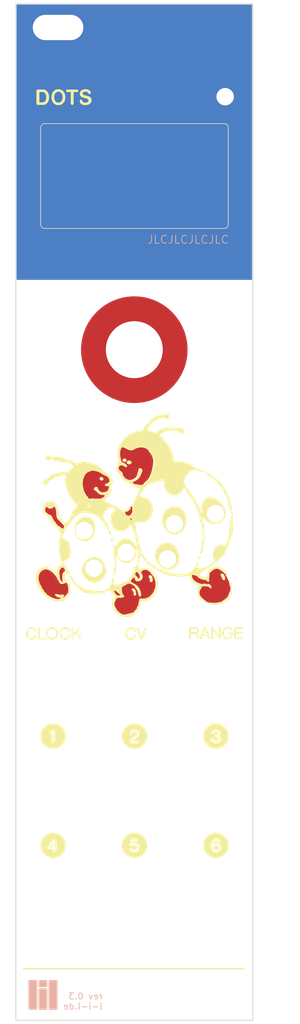
<source format=kicad_pcb>
(kicad_pcb (version 20221018) (generator pcbnew)
  (layers (0 "F.Cu" signal) (31 "B.Cu" signal) (34 "B.Paste" user) (35 "F.Paste" user) (36 "B.SilkS" user "B.Silkscreen") (37 "F.SilkS" user "F.Silkscreen") (38 "B.Mask" user) (39 "F.Mask" user) (44 "Edge.Cuts" user))
  (net 0 "")
  (footprint "MountingHole:MountingHole_6.4mm_M6" (layer "F.Cu") (at 35 109.525)
    (fp_text reference "REF**" hide)
    (fp_text value "MountingHole_6.4mm_M6" hide)
    (pad "" np_thru_hole circle locked (at 0 0) (size 6.4 6.4) (drill 6.4) (layers "*.Cu" "*.Mask"))
  )
  (footprint "MountingHole:MountingHole_2.2mm_M2" (layer "F.Cu") (at 39.2 80.2)
    (fp_text reference "REF**" hide)
    (fp_text value "MountingHole_2.2mm_M2" hide)
    (pad "" np_thru_hole circle locked (at 0 0) (size 2.2 2.2) (drill 2.2) (layers "*.Cu" "*.Mask"))
  )
  (footprint "MountingHole:MountingHole_6.4mm_M6" (layer "F.Cu") (at 35 95.675)
    (fp_text reference "REF**" hide)
    (fp_text value "MountingHole_6.4mm_M6" hide)
    (pad "" np_thru_hole circle locked (at 0 0) (size 6.4 6.4) (drill 6.4) (layers "F&B.Cu" "*.Mask"))
  )
  (footprint "MountingHole:MountingHole_3.2mm_M3" (layer "F.Cu") (at 44.65 135.5)
    (fp_text reference "REF**" hide)
    (fp_text value "MountingHole_3.2mm_M3" hide)
    (pad "" np_thru_hole oval locked (at 0 0) (size 6.4 3.2) (drill oval 6.4 3.2) (layers "F&B.Cu" "*.Mask"))
  )
  (footprint "MountingHole:MountingHole_3.2mm_M3" (layer "F.Cu") (at 25.35 13)
    (fp_text reference "REF**" hide)
    (fp_text value "MountingHole_3.2mm_M3" hide)
    (pad "" np_thru_hole oval locked (at 0 0) (size 6.4 3.2) (drill oval 6.4 3.2) (layers "F&B.Cu" "*.Mask"))
  )
  (footprint "MountingHole:MountingHole_2.2mm_M2" (layer "F.Cu") (at 28.65 76.6)
    (fp_text reference "REF**" hide)
    (fp_text value "MountingHole_2.2mm_M2" hide)
    (pad "" np_thru_hole circle locked (at 0 0) (size 2.2 2.2) (drill 2.2) (layers "*.Cu" "*.Mask"))
  )
  (footprint "MountingHole:MountingHole_2.2mm_M2" (layer "F.Cu") (at 46.5 21.75)
    (fp_text reference "REF**" hide)
    (fp_text value "MountingHole_2.2mm_M2")
    (pad "" np_thru_hole circle locked (at 0 0) (size 2.2 2.2) (drill 2.2) (layers "*.Cu" "*.Mask"))
  )
  (footprint "MountingHole:MountingHole_6.4mm_M6" (layer "F.Cu") (at 35 53.725)
    (fp_text reference "REF**" hide)
    (fp_text value "MountingHole_6.4mm_M6" hide)
    (pad "" np_thru_hole circle locked (at 0 0) (size 7.2 7.2) (drill 7.2) (layers "*.Cu" "*.Mask"))
  )
  (footprint "MountingHole:MountingHole_6.4mm_M6" (layer "F.Cu") (at 45.3 123.3)
    (fp_text reference "REF**" hide)
    (fp_text value "MountingHole_6.4mm_M6" hide)
    (pad "" np_thru_hole circle locked (at 0 0) (size 6.4 6.4) (drill 6.4) (layers "*.Cu" "*.Mask"))
  )
  (footprint "MountingHole:MountingHole_2.2mm_M2" (layer "F.Cu") (at 29.9 81.35)
    (fp_text reference "REF**" hide)
    (fp_text value "MountingHole_2.2mm_M2" hide)
    (pad "" np_thru_hole circle locked (at 0 0) (size 2.2 2.2) (drill 2.2) (layers "*.Cu" "*.Mask"))
  )
  (footprint "MountingHole:MountingHole_2.2mm_M2" (layer "F.Cu") (at 45.275 74.45)
    (fp_text reference "REF**" hide)
    (fp_text value "MountingHole_2.2mm_M2" hide)
    (pad "" np_thru_hole circle locked (at 0 0) (size 2.2 2.2) (drill 2.2) (layers "*.Cu" "*.Mask"))
  )
  (footprint "MountingHole:MountingHole_2.2mm_M2" (layer "F.Cu") (at 33.975 79.35)
    (fp_text reference "REF**" hide)
    (fp_text value "MountingHole_2.2mm_M2" hide)
    (pad "" np_thru_hole circle locked (at 0 0) (size 2.2 2.2) (drill 2.2) (layers "*.Cu" "*.Mask"))
  )
  (footprint "MountingHole:MountingHole_6.4mm_M6" (layer "F.Cu") (at 24.675 109.5)
    (fp_text reference "REF**" hide)
    (fp_text value "MountingHole_6.4mm_M6" hide)
    (pad "" np_thru_hole circle locked (at 0 0) (size 6.4 6.4) (drill 6.4) (layers "*.Cu" "*.Mask"))
  )
  (footprint "MountingHole:MountingHole_6.4mm_M6" (layer "F.Cu") (at 24.7 95.675)
    (fp_text reference "REF**" hide)
    (fp_text value "MountingHole_6.4mm_M6" hide)
    (pad "" np_thru_hole circle locked (at 0 0) (size 6.4 6.4) (drill 6.4) (layers "*.Cu" "*.Mask"))
  )
  (footprint "MountingHole:MountingHole_2.2mm_M2" (layer "F.Cu") (at 40.075 75.75)
    (fp_text reference "REF**" hide)
    (fp_text value "MountingHole_2.2mm_M2" hide)
    (pad "" np_thru_hole circle locked (at 0 0) (size 2.2 2.2) (drill 2.2) (layers "*.Cu" "*.Mask"))
  )
  (footprint "MountingHole:MountingHole_6.4mm_M6" (layer "F.Cu") (at 34.975 123.325)
    (fp_text reference "REF**" hide)
    (fp_text value "MountingHole_6.4mm_M6" hide)
    (pad "" np_thru_hole circle locked (at 0 0) (size 6.4 6.4) (drill 6.4) (layers "*.Cu" "*.Mask"))
  )
  (footprint "MountingHole:MountingHole_6.4mm_M6" (layer "F.Cu") (at 45.3 109.5)
    (fp_text reference "REF**" hide)
    (fp_text value "MountingHole_6.4mm_M6" hide)
    (pad "" np_thru_hole circle locked (at 0 0) (size 6.4 6.4) (drill 6.4) (layers "*.Cu" "*.Mask"))
  )
  (footprint "MountingHole:MountingHole_6.4mm_M6" (layer "F.Cu") (at 24.7 123.3)
    (fp_text reference "REF**" hide)
    (fp_text value "MountingHole_6.4mm_M6" hide)
    (pad "" np_thru_hole circle locked (at 0 0) (size 6.4 6.4) (drill 6.4) (layers "*.Cu" "*.Mask"))
  )
  (footprint "MountingHole:MountingHole_6.4mm_M6" (layer "F.Cu") (at 45.3 95.675)
    (fp_text reference "REF**" hide)
    (fp_text value "MountingHole_6.4mm_M6" hide)
    (pad "" np_thru_hole circle locked (at 0 0) (size 6.4 6.4) (drill 6.4) (layers "*.Cu" "*.Mask"))
  )
  (gr_circle (center 35 53.725) (end 40.5 50) (stroke (width 0.2)) (fill solid) (layer "F.Cu"))
  (gr_poly (pts (xy 25.935349 81.258559) (xy 25.968831 81.266889) (xy 26.001874 81.280906) (xy 26.034292 81.300876) (xy 26.065898 81.327064) (xy 26.096509 81.359738) (xy 26.125939 81.399163) (xy 26.154002 81.445605) (xy 26.180512 81.49933) (xy 26.205285 81.560605) (xy 26.228135 81.629695) (xy 26.226583 81.649388) (xy 26.223324 81.667567) (xy 26.218469 81.684393) (xy 26.21213 81.700025) (xy 26.20442 81.714624) (xy 26.195449 81.728349) (xy 26.18533 81.741361) (xy 26.174174 81.753821) (xy 26.1492 81.777721) (xy 26.121419 81.801333) (xy 26.091727 81.825936) (xy 26.061016 81.852813) (xy 26.030182 81.883246) (xy 26.014997 81.900196) (xy 26.000117 81.918515) (xy 25.985653 81.938363) (xy 25.971716 81.959902) (xy 25.958419 81.98329) (xy 25.945874 82.008689) (xy 25.934191 82.036257) (xy 25.923483 82.066157) (xy 25.913861 82.098547) (xy 25.905437 82.133587) (xy 25.898324 82.171439) (xy 25.892632 82.212262) (xy 25.888473 82.256217) (xy 25.88596 82.303463) (xy 25.88226 82.387967) (xy 25.881495 82.472181) (xy 25.883293 82.556148) (xy 25.887283 82.639907) (xy 25.893091 82.723501) (xy 25.900346 82.806971) (xy 25.917708 82.973705) (xy 25.920317 82.983389) (xy 25.922209 82.992596) (xy 25.923411 83.001327) (xy 25.92395 83.00958) (xy 25.923854 83.017355) (xy 25.923149 83.024652) (xy 25.921863 83.031469) (xy 25.920023 83.037807) (xy 25.917655 83.043664) (xy 25.914788 83.04904) (xy 25.911448 83.053934) (xy 25.907662 83.058345) (xy 25.903458 83.062274) (xy 25.898862 83.065718) (xy 25.893902 83.068679) (xy 25.888605 83.071154) (xy 25.882998 83.073143) (xy 25.877108 83.074646) (xy 25.870962 83.075662) (xy 25.864587 83.07619) (xy 25.858011 83.07623) (xy 25.851261 83.075781) (xy 25.844363 83.074843) (xy 25.837345 83.073414) (xy 25.830234 83.071494) (xy 25.823057 83.069083) (xy 25.815842 83.066179) (xy 25.808614 83.062783) (xy 25.801403 83.058893) (xy 25.794234 83.054509) (xy 25.787134 83.04963) (xy 25.780132 83.044256) (xy 25.750367 83.023219) (xy 25.723162 83.000512) (xy 25.698388 82.976222) (xy 25.675917 82.950437) (xy 25.655621 82.923244) (xy 25.637373 82.894731) (xy 25.621045 82.864983) (xy 25.606509 82.834089) (xy 25.593636 82.802136) (xy 25.5823 82.76921) (xy 25.563723 82.700792) (xy 25.549756 82.629532) (xy 25.539374 82.556127) (xy 25.525278 82.405674) (xy 25.513248 82.255015) (xy 25.505451 82.181352) (xy 25.4951 82.10973) (xy 25.481174 82.040846) (xy 25.462649 81.975399) (xy 25.458908 81.92595) (xy 25.458806 81.876334) (xy 25.462156 81.826815) (xy 25.468775 81.777661) (xy 25.478475 81.729138) (xy 25.491073 81.681511) (xy 25.506382 81.635046) (xy 25.524217 81.59001) (xy 25.544393 81.54667) (xy 25.566724 81.50529) (xy 25.591026 81.466137) (xy 25.617112 81.429478) (xy 25.644798 81.395578) (xy 25.673897 81.364703) (xy 25.704225 81.33712) (xy 25.735596 81.313095) (xy 25.767825 81.292894) (xy 25.800727 81.276782) (xy 25.834115 81.265027) (xy 25.867805 81.257894) (xy 25.901611 81.255649)) (fill solid) (layer "F.Cu"))
  (gr_poly (pts (xy 45.427379 81.420358) (xy 45.474877 81.424648) (xy 45.522938 81.432648) (xy 45.57173 81.444332) (xy 45.621422 81.459675) (xy 45.67218 81.47865) (xy 45.724174 81.501233) (xy 45.77757 81.527396) (xy 45.832538 81.557114) (xy 45.889244 81.590362) (xy 46.008544 81.667342) (xy 46.136815 81.758129) (xy 46.275401 81.862516) (xy 46.279878 81.873733) (xy 46.286583 81.886107) (xy 46.295345 81.899474) (xy 46.305992 81.913667) (xy 46.318355 81.928521) (xy 46.332263 81.943872) (xy 46.347545 81.959553) (xy 46.364032 81.9754) (xy 46.381552 81.991246) (xy 46.399934 82.006927) (xy 46.41901 82.022278) (xy 46.438607 82.037132) (xy 46.458556 82.051325) (xy 46.478685 82.064691) (xy 46.498825 82.077065) (xy 46.518805 82.088282) (xy 46.995028 83.083061) (xy 46.993699 83.093245) (xy 46.992991 83.103931) (xy 46.993279 83.126667) (xy 46.995572 83.150984) (xy 46.999549 83.176597) (xy 47.004891 83.203224) (xy 47.011276 83.230579) (xy 47.025896 83.286339) (xy 47.040847 83.341602) (xy 47.047645 83.368337) (xy 47.053565 83.394095) (xy 47.058286 83.418593) (xy 47.061488 83.441545) (xy 47.06285 83.462668) (xy 47.062741 83.472455) (xy 47.062052 83.481678) (xy 47.063545 83.492251) (xy 47.065395 83.502768) (xy 47.067626 83.513171) (xy 47.070266 83.523403) (xy 47.07334 83.533408) (xy 47.076874 83.543129) (xy 47.078821 83.547865) (xy 47.080894 83.552508) (xy 47.083093 83.557052) (xy 47.085425 83.56149) (xy 47.08789 83.565814) (xy 47.090493 83.570017) (xy 47.093237 83.574092) (xy 47.096125 83.578032) (xy 47.09916 83.581831) (xy 47.102345 83.58548) (xy 47.105685 83.588972) (xy 47.109181 83.592301) (xy 47.112837 83.59546) (xy 47.116657 83.598441) (xy 47.120644 83.601237) (xy 47.1248 83.603842) (xy 47.12913 83.606248) (xy 47.133636 83.608447) (xy 47.138321 83.610434) (xy 47.143189 83.6122) (xy 47.189047 83.841494) (xy 47.183291 83.844041) (xy 47.177925 83.847033) (xy 47.17295 83.850438) (xy 47.168364 83.854226) (xy 47.164165 83.858365) (xy 47.160353 83.862824) (xy 47.156925 83.867573) (xy 47.153881 83.87258) (xy 47.15122 83.877815) (xy 47.14894 83.883245) (xy 47.147039 83.888842) (xy 47.145517 83.894572) (xy 47.144372 83.900406) (xy 47.143603 83.906312) (xy 47.143209 83.91226) (xy 47.143188 83.918218) (xy 47.14354 83.924155) (xy 47.144261 83.930041) (xy 47.145353 83.935844) (xy 47.146812 83.941533) (xy 47.148639 83.947077) (xy 47.150831 83.952446) (xy 47.153387 83.957608) (xy 47.156307 83.962533) (xy 47.159588 83.967189) (xy 47.163229 83.971545) (xy 47.16723 83.97557) (xy 47.171588 83.979233) (xy 47.176303 83.982504) (xy 47.181373 83.985352) (xy 47.186797 83.987744) (xy 47.192574 83.989651) (xy 47.150242 84.275385) (xy 47.14231 84.278325) (xy 47.134403 84.281875) (xy 47.126548 84.286066) (xy 47.11877 84.290928) (xy 47.111096 84.296494) (xy 47.103551 84.302793) (xy 47.096161 84.309856) (xy 47.088951 84.317716) (xy 47.081949 84.326402) (xy 47.075179 84.335947) (xy 47.068667 84.34638) (xy 47.06244 84.357732) (xy 47.056522 84.370036) (xy 47.050941 84.383321) (xy 47.045721 84.39762) (xy 47.040888 84.412962) (xy 47.031194 84.443851) (xy 47.020709 84.474378) (xy 46.997841 84.534553) (xy 46.973238 84.593902) (xy 46.947849 84.652837) (xy 46.922626 84.711772) (xy 46.898518 84.771121) (xy 46.88718 84.80108) (xy 46.876478 84.831297) (xy 46.86653 84.861824) (xy 46.857455 84.892713) (xy 46.843097 84.91714) (xy 46.827835 84.940837) (xy 46.794779 84.98618) (xy 46.758653 85.029023) (xy 46.719824 85.069643) (xy 46.67866 85.108321) (xy 46.635527 85.145335) (xy 46.590792 85.180963) (xy 46.544823 85.215486) (xy 46.450645 85.282331) (xy 46.355931 85.348102) (xy 46.263614 85.41503) (xy 46.219272 85.449625) (xy 46.176631 85.485348) (xy 46.142798 85.509735) (xy 46.107533 85.531461) (xy 46.070977 85.550758) (xy 46.033268 85.56786) (xy 45.994546 85.582998) (xy 45.954951 85.596404) (xy 45.914623 85.608312) (xy 45.8737 85.618955) (xy 45.790629 85.637371) (xy 45.706855 85.653514) (xy 45.623495 85.669244) (xy 45.541665 85.68642) (xy 45.485085 85.696693) (xy 45.427838 85.705105) (xy 45.370002 85.711781) (xy 45.311655 85.716845) (xy 45.252874 85.72042) (xy 45.193736 85.722632) (xy 45.074701 85.723459) (xy 44.95517 85.720317) (xy 44.835763 85.714199) (xy 44.599801 85.697002) (xy 44.591366 85.695883) (xy 44.583251 85.695162) (xy 44.575446 85.694823) (xy 44.567941 85.694851) (xy 44.560726 85.695231) (xy 44.553789 85.695946) (xy 44.547122 85.696982) (xy 44.540712 85.698323) (xy 44.534551 85.699953) (xy 44.528628 85.701858) (xy 44.522932 85.70402) (xy 44.517453 85.706425) (xy 44.51218 85.709058) (xy 44.507104 85.711903) (xy 44.502214 85.714944) (xy 44.499922 85.716511) (xy 44.049494 85.562958) (xy 44.049201 85.554284) (xy 44.048302 85.545492) (xy 44.046774 85.536628) (xy 44.044589 85.527737) (xy 44.041722 85.518867) (xy 44.038147 85.510065) (xy 44.033838 85.501376) (xy 44.031401 85.497089) (xy 44.02877 85.492847) (xy 44.025943 85.488657) (xy 44.022916 85.484525) (xy 44.019687 85.480456) (xy 44.016251 85.476456) (xy 44.012607 85.472531) (xy 44.008749 85.468687) (xy 44.004676 85.464929) (xy 44.000384 85.461264) (xy 43.99587 85.457697) (xy 43.99113 85.454234) (xy 43.986162 85.450881) (xy 43.980962 85.447643) (xy 43.975527 85.444527) (xy 43.969853 85.441538) (xy 43.963938 85.438682) (xy 43.957778 85.435965) (xy 43.935732 85.424357) (xy 43.914523 85.412057) (xy 43.89408 85.399116) (xy 43.874328 85.385586) (xy 43.855197 85.371519) (xy 43.836613 85.356966) (xy 43.818505 85.341978) (xy 43.8008 85.326609) (xy 43.783426 85.310909) (xy 43.76631 85.294929) (xy 43.732563 85.262341) (xy 43.664988 85.196089) (xy 43.596469 85.145152) (xy 43.531546 85.089213) (xy 43.47084 85.028728) (xy 43.41497 84.964149) (xy 43.364558 84.895933) (xy 43.320222 84.824534) (xy 43.300526 84.787782) (xy 43.282582 84.750406) (xy 43.266468 84.712461) (xy 43.25226 84.674005) (xy 43.240037 84.635094) (xy 43.229875 84.595785) (xy 43.221853 84.556135) (xy 43.216047 84.5162) (xy 43.212536 84.476039) (xy 43.211397 84.435707) (xy 43.212707 84.395261) (xy 43.216543 84.354758) (xy 43.222984 84.314256) (xy 43.232107 84.27381) (xy 43.243989 84.233478) (xy 43.258709 84.193317) (xy 43.276342 84.153382) (xy 43.296968 84.113733) (xy 43.320663 84.074424) (xy 43.347504 84.035513) (xy 43.358689 84.020393) (xy 43.369143 84.004837) (xy 43.378942 83.988904) (xy 43.388161 83.972657) (xy 43.405165 83.939454) (xy 43.420757 83.905708) (xy 43.450129 83.838511) (xy 43.465117 83.806022) (xy 43.481112 83.774912) (xy 43.489677 83.760024) (xy 43.49872 83.745662) (xy 43.508318 83.731885) (xy 43.518545 83.718753) (xy 43.529477 83.706326) (xy 43.541191 83.694665) (xy 43.553761 83.68383) (xy 43.567263 83.673879) (xy 43.581772 83.664875) (xy 43.597365 83.656876) (xy 43.614117 83.649943) (xy 43.632103 83.644136) (xy 43.651399 83.639515) (xy 43.67208 83.63614) (xy 43.694223 83.634071) (xy 43.717902 83.633367) (xy 43.770771 83.638063) (xy 43.824694 83.640671) (xy 43.934628 83.642187) (xy 44.045554 83.643041) (xy 44.100717 83.644822) (xy 44.155322 83.64836) (xy 44.209101 83.654296) (xy 44.261784 83.66327) (xy 44.313103 83.675924) (xy 44.338167 83.68383) (xy 44.362789 83.692897) (xy 44.386936 83.703203) (xy 44.410573 83.71483) (xy 44.433668 83.727858) (xy 44.456187 83.742366) (xy 44.478097 83.758434) (xy 44.499362 83.776143) (xy 44.519951 83.795572) (xy 44.53983 83.816803) (xy 44.565833 83.835636) (xy 44.589653 83.851225) (xy 44.61136 83.863715) (xy 44.631023 83.873251) (xy 44.648712 83.879979) (xy 44.664497 83.884043) (xy 44.678448 83.88559) (xy 44.690633 83.884764) (xy 44.701124 83.881711) (xy 44.70999 83.876576) (xy 44.717301 83.869505) (xy 44.723125 83.860642) (xy 44.727534 83.850134) (xy 44.730597 83.838126) (xy 44.732384 83.824762) (xy 44.732964 83.810188) (xy 44.730783 83.777993) (xy 44.724613 83.742702) (xy 44.715012 83.705479) (xy 44.702538 83.667486) (xy 44.687749 83.629885) (xy 44.671203 83.59384) (xy 44.653459 83.560513) (xy 44.635073 83.531067) (xy 44.617925 83.500054) (xy 44.60086 83.472382) (xy 44.58386 83.447876) (xy 44.566906 83.426362) (xy 44.549977 83.407667) (xy 44.533055 83.391618) (xy 44.516119 83.378039) (xy 44.499152 83.366758) (xy 44.482132 83.357601) (xy 44.465042 83.350394) (xy 44.447861 83.344963) (xy 44.430571 83.341135) (xy 44.413151 83.338736) (xy 44.395582 83.337591) (xy 44.377846 83.337528) (xy 44.359923 83.338372) (xy 44.207465 83.356948) (xy 44.186983 83.358141) (xy 44.166121 83.358504) (xy 44.144858 83.357863) (xy 44.123175 83.356045) (xy 44.101053 83.352876) (xy 44.078472 83.348182) (xy 44.055413 83.341788) (xy 44.031857 83.333523) (xy 44.012936 83.323791) (xy 43.99388 83.315692) (xy 43.974701 83.309122) (xy 43.955408 83.303979) (xy 43.936011 83.300159) (xy 43.916522 83.297558) (xy 43.896949 83.296073) (xy 43.877305 83.295601) (xy 43.83784 83.297282) (xy 43.79821 83.301774) (xy 43.758497 83.308251) (xy 43.718784 83.315885) (xy 43.639689 83.331318) (xy 43.600472 83.337463) (xy 43.561587 83.341459) (xy 43.542293 83.342393) (xy 43.523114 83.342479) (xy 43.504059 83.341614) (xy 43.485138 83.339696) (xy 43.466361 83.336619) (xy 43.44774 83.332282) (xy 43.429284 83.326581) (xy 43.411004 83.319412) (xy 43.223442 83.253311) (xy 43.126718 83.215811) (xy 43.029638 83.174891) (xy 42.933405 83.130209) (xy 42.839224 83.081424) (xy 42.748298 83.028195) (xy 42.704432 82.999807) (xy 42.661832 82.970181) (xy 42.620647 82.939273) (xy 42.581029 82.907041) (xy 42.543128 82.873442) (xy 42.507094 82.838434) (xy 42.473077 82.801974) (xy 42.44123 82.764019) (xy 42.411701 82.724527) (xy 42.384641 82.683455) (xy 42.360201 82.64076) (xy 42.338532 82.5964) (xy 42.319783 82.550332) (xy 42.304106 82.502514) (xy 42.29165 82.452903) (xy 42.282567 82.401456) (xy 42.277007 82.348131) (xy 42.27512 82.292885) (xy 42.2762 82.27577) (xy 42.278138 82.260144) (xy 42.279438 82.252889) (xy 42.280964 82.246006) (xy 42.28272 82.239495) (xy 42.28471 82.233357) (xy 42.286938 82.22759) (xy 42.289407 82.222195) (xy 42.292122 82.217172) (xy 42.295086 82.212522) (xy 42.298304 82.208243) (xy 42.301778 82.204337) (xy 42.305513 82.200802) (xy 42.309513 82.19764) (xy 42.313782 82.194849) (xy 42.318324 82.192431) (xy 42.323142 82.190385) (xy 42.32824 82.18871) (xy 42.333622 82.187408) (xy 42.339293 82.186478) (xy 42.345255 82.18592) (xy 42.351514 82.185734) (xy 42.358072 82.18592) (xy 42.364933 82.186478) (xy 42.372102 82.187408) (xy 42.379583 82.18871) (xy 42.387379 82.190385) (xy 42.395493 82.192431) (xy 42.412696 82.197639) (xy 42.501548 82.213928) (xy 42.581359 82.231012) (xy 42.652779 82.248837) (xy 42.71646 82.26735) (xy 42.773055 82.286499) (xy 42.823214 82.306231) (xy 42.867589 82.326492) (xy 42.906833 82.34723) (xy 42.972531 82.389925) (xy 43.025523 82.43389) (xy 43.114243 82.52394) (xy 43.160399 82.569177) (xy 43.214704 82.61399) (xy 43.282371 82.657956) (xy 43.322845 82.679489) (xy 43.368615 82.70065) (xy 43.420333 82.721389) (xy 43.47865 82.74165) (xy 43.544218 82.761382) (xy 43.617689 82.780531) (xy 43.699715 82.799045) (xy 43.790946 82.81687) (xy 44.003636 82.850243) (xy 44.037782 82.858179) (xy 44.054576 82.862334) (xy 44.071102 82.866777) (xy 44.087296 82.871635) (xy 44.103098 82.877029) (xy 44.118445 82.883085) (xy 44.133275 82.889927) (xy 44.140477 82.893681) (xy 44.147527 82.897678) (xy 44.154416 82.901934) (xy 44.161138 82.906463) (xy 44.167683 82.911281) (xy 44.174046 82.916405) (xy 44.180217 82.921849) (xy 44.186189 82.927628) (xy 44.191955 82.933759) (xy 44.197506 82.940257) (xy 44.202834 82.947138) (xy 44.207933 82.954416) (xy 44.212795 82.962108) (xy 44.21741 82.970228) (xy 44.221773 82.978793) (xy 44.225875 82.987818) (xy 44.229855 83.000802) (xy 44.234487 83.01265) (xy 44.239718 83.023385) (xy 44.245497 83.033028) (xy 44.251771 83.041602) (xy 44.258491 83.049128) (xy 44.265603 83.055628) (xy 44.273056 83.061125) (xy 44.280798 83.06564) (xy 44.288778 83.069195) (xy 44.296944 83.071812) (xy 44.305245 83.073513) (xy 44.313628 83.07432) (xy 44.322042 83.074255) (xy 44.330436 83.07334) (xy 44.338757 83.071598) (xy 44.346954 83.069049) (xy 44.354976 83.065715) (xy 44.36277 83.06162) (xy 44.370285 83.056784) (xy 44.377469 83.051231) (xy 44.384271 83.044981) (xy 44.390639 83.038056) (xy 44.396521 83.030479) (xy 44.401866 83.022272) (xy 44.406622 83.013456) (xy 44.410737 83.004054) (xy 44.414159 82.994088) (xy 44.416838 82.983578) (xy 44.418721 82.972548) (xy 44.419756 82.96102) (xy 44.419892 82.949015) (xy 44.426823 82.841864) (xy 44.436316 82.734713) (xy 44.458694 82.520412) (xy 44.469428 82.413262) (xy 44.478426 82.306112) (xy 44.484613 82.198961) (xy 44.485687 82.148975) (xy 45.924521 82.148975) (xy 45.924579 82.162362) (xy 45.926107 82.176079) (xy 45.929183 82.190086) (xy 45.933882 82.204342) (xy 45.940282 82.218803) (xy 46.095496 82.607719) (xy 46.121285 82.66224) (xy 46.148355 82.713009) (xy 46.176665 82.758508) (xy 46.191272 82.778806) (xy 46.206174 82.797216) (xy 46.221365 82.81355) (xy 46.236841 82.827616) (xy 46.252595 82.839225) (xy 46.268623 82.848187) (xy 46.28492 82.854312) (xy 46.301481 82.85741) (xy 46.3183 82.857292) (xy 46.335372 82.853767) (xy 46.345887 82.850836) (xy 46.355628 82.847351) (xy 46.364626 82.843336) (xy 46.372913 82.838816) (xy 46.380521 82.833816) (xy 46.387481 82.828359) (xy 46.393824 82.822471) (xy 46.399583 82.816176) (xy 46.404789 82.809499) (xy 46.409474 82.802464) (xy 46.41367 82.795095) (xy 46.417407 82.787418) (xy 46.420718 82.779457) (xy 46.423634 82.771236) (xy 46.42841 82.754113) (xy 46.431987 82.736246) (xy 46.434618 82.717831) (xy 46.436556 82.699065) (xy 46.438056 82.680144) (xy 46.44075 82.642622) (xy 46.442451 82.624414) (xy 46.444726 82.606836) (xy 46.441914 82.566902) (xy 46.437443 82.527789) (xy 46.431309 82.489493) (xy 46.423506 82.452008) (xy 46.414028 82.415329) (xy 46.402871 82.379451) (xy 46.39003 82.344369) (xy 46.375498 82.310078) (xy 46.359272 82.276572) (xy 46.341346 82.243846) (xy 46.321714 82.211895) (xy 46.300372 82.180714) (xy 46.277315 82.150298) (xy 46.252536 82.120642) (xy 46.226032 82.09174) (xy 46.197796 82.063587) (xy 46.197796 82.063589) (xy 46.187216 82.052421) (xy 46.17603 82.042699) (xy 46.164316 82.034383) (xy 46.152151 82.027431) (xy 46.13961 82.021802) (xy 46.126772 82.017455) (xy 46.113714 82.014347) (xy 46.100511 82.012439) (xy 46.087241 82.011688) (xy 46.07398 82.012053) (xy 46.060807 82.013493) (xy 46.047796 82.015967) (xy 46.035026 82.019432) (xy 46.022574 82.023849) (xy 46.010515 82.029174) (xy 45.998927 82.035368) (xy 45.987887 82.042389) (xy 45.977471 82.050195) (xy 45.967757 82.058746) (xy 45.958821 82.067999) (xy 45.950741 82.077913) (xy 45.943592 82.088448) (xy 45.937453 82.099561) (xy 45.932399 82.111212) (xy 45.928508 82.123358) (xy 45.925856 82.13596) (xy 45.924521 82.148975) (xy 44.485687 82.148975) (xy 44.486914 82.09181) (xy 44.487006 82.08065) (xy 44.487314 82.069666) (xy 44.487891 82.058868) (xy 44.488788 82.048267) (xy 44.490058 82.037872) (xy 44.491751 82.027694) (xy 44.49392 82.017743) (xy 44.496615 82.00803) (xy 44.49989 81.998565) (xy 44.503795 81.989359) (xy 44.506 81.984856) (xy 44.508382 81.980421) (xy 44.510947 81.976056) (xy 44.513702 81.971762) (xy 44.516654 81.967541) (xy 44.519809 81.963393) (xy 44.523172 81.95932) (xy 44.526752 81.955323) (xy 44.530554 81.951404) (xy 44.534584 81.947564) (xy 44.538849 81.943803) (xy 44.543357 81.940124) (xy 44.6683 81.818801) (xy 44.784748 81.713973) (xy 44.840207 81.667679) (xy 44.894045 81.625432) (xy 44.946431 81.587204) (xy 44.997534 81.552971) (xy 45.04752 81.522707) (xy 45.096557 81.496385) (xy 45.144815 81.47398) (xy 45.19246 81.455466) (xy 45.239661 81.440818) (xy 45.286585 81.430008) (xy 45.333401 81.423013) (xy 45.380276 81.419805)) (fill solid) (layer "F.Cu"))
  (gr_poly (pts (xy 36.293568 81.535867) (xy 36.306447 81.537977) (xy 36.319785 81.54655) (xy 36.333326 81.553811) (xy 36.347045 81.559853) (xy 36.360918 81.564772) (xy 36.37492 81.568659) (xy 36.389026 81.571609) (xy 36.403213 81.573715) (xy 36.417455 81.575072) (xy 36.431729 81.575772) (xy 36.446009 81.57591) (xy 36.474489 81.574872) (xy 36.530448 81.570167) (xy 36.557534 81.567997) (xy 36.583762 81.566949) (xy 36.596493 81.56708) (xy 36.608935 81.567772) (xy 36.621066 81.569119) (xy 36.632859 81.571214) (xy 36.64429 81.574152) (xy 36.655335 81.578026) (xy 36.665969 81.582929) (xy 36.676168 81.588956) (xy 36.685907 81.596199) (xy 36.695162 81.604753) (xy 36.703908 81.614711) (xy 36.71212 81.626167) (xy 36.723493 81.641749) (xy 36.735145 81.656737) (xy 36.747107 81.671115) (xy 36.759411 81.684868) (xy 36.772086 81.69798) (xy 36.785165 81.710436) (xy 36.798678 81.72222) (xy 36.812655 81.733317) (xy 36.827129 81.743711) (xy 36.84213 81.753387) (xy 36.857689 81.762329) (xy 36.873837 81.770522) (xy 36.890605 81.77795) (xy 36.908024 81.784598) (xy 36.926126 81.79045) (xy 36.94494 81.79549) (xy 36.95665 81.798853) (xy 36.967351 81.802961) (xy 36.977109 81.807774) (xy 36.98599 81.813253) (xy 36.994059 81.819356) (xy 37.001383 81.826045) (xy 37.008028 81.83328) (xy 37.014059 81.841019) (xy 37.019542 81.849223) (xy 37.024543 81.857853) (xy 37.033364 81.876226) (xy 37.041048 81.895819) (xy 37.048122 81.916311) (xy 37.062549 81.958711) (xy 37.070956 81.979978) (xy 37.080862 82.000863) (xy 37.086542 82.011062) (xy 37.092794 82.021045) (xy 37.099684 82.030773) (xy 37.107278 82.040204) (xy 37.115642 82.0493) (xy 37.124841 82.058019) (xy 37.134943 82.066323) (xy 37.146012 82.074171) (xy 37.244126 82.181419) (xy 37.332175 82.2914) (xy 37.41026 82.403954) (xy 37.478487 82.518922) (xy 37.536957 82.636143) (xy 37.585775 82.755456) (xy 37.625043 82.876702) (xy 37.654866 82.999721) (xy 37.675346 83.124352) (xy 37.686587 83.250435) (xy 37.688692 83.377809) (xy 37.681764 83.506316) (xy 37.665907 83.635793) (xy 37.641224 83.766082) (xy 37.607819 83.897023) (xy 37.565795 84.028454) (xy 37.557841 84.035271) (xy 37.550495 84.042478) (xy 37.543721 84.050052) (xy 37.537484 84.057969) (xy 37.531752 84.066207) (xy 37.526489 84.074742) (xy 37.521661 84.083551) (xy 37.517235 84.092611) (xy 37.509449 84.111389) (xy 37.502856 84.130891) (xy 37.497183 84.150929) (xy 37.492156 84.17132) (xy 37.482944 84.21241) (xy 37.478212 84.232739) (xy 37.47303 84.252674) (xy 37.467125 84.272031) (xy 37.460222 84.290624) (xy 37.452048 84.308265) (xy 37.447399 84.316671) (xy 37.442329 84.32477) (xy 37.36235 84.446222) (xy 37.282566 84.555678) (xy 37.203108 84.653751) (xy 37.124109 84.741052) (xy 37.045703 84.818194) (xy 36.96802 84.88579) (xy 36.891194 84.944451) (xy 36.815356 84.99479) (xy 36.74064 85.037419) (xy 36.667178 85.072951) (xy 36.595102 85.101999) (xy 36.524545 85.125173) (xy 36.455638 85.143087) (xy 36.388515 85.156353) (xy 36.323307 85.165583) (xy 36.260148 85.17139) (xy 36.199169 85.174386) (xy 36.140504 85.175183) (xy 36.030642 85.17263) (xy 35.93162 85.168631) (xy 35.844499 85.168083) (xy 35.805733 85.170634) (xy 35.770338 85.175886) (xy 35.738449 85.184449) (xy 35.710196 85.196938) (xy 35.685713 85.213963) (xy 35.665132 85.236137) (xy 35.648586 85.264074) (xy 35.636206 85.298384) (xy 35.630793 85.340598) (xy 35.623984 85.382605) (xy 35.607214 85.466165) (xy 35.5683 85.632623) (xy 35.55029 85.716183) (xy 35.542551 85.75819) (xy 35.536 85.800404) (xy 35.530897 85.842865) (xy 35.527498 85.885617) (xy 35.526063 85.928699) (xy 35.52685 85.972153) (xy 35.526723 85.980086) (xy 35.526327 85.987999) (xy 35.525641 85.995871) (xy 35.524645 86.003681) (xy 35.523319 86.011408) (xy 35.521641 86.019031) (xy 35.519592 86.026531) (xy 35.517149 86.033885) (xy 35.514293 86.041075) (xy 35.511003 86.048078) (xy 35.507259 86.054875) (xy 35.503039 86.061444) (xy 35.498323 86.067766) (xy 35.495772 86.070827) (xy 35.49309 86.073819) (xy 35.490274 86.076738) (xy 35.48732 86.079582) (xy 35.484227 86.082349) (xy 35.480992 86.085035) (xy 35.459554 86.102718) (xy 35.440121 86.12133) (xy 35.422549 86.140811) (xy 35.406692 86.161098) (xy 35.392405 86.182129) (xy 35.379546 86.203842) (xy 35.367967 86.226176) (xy 35.357525 86.249067) (xy 35.348076 86.272455) (xy 35.339474 86.296276) (xy 35.331575 86.32047) (xy 35.324234 86.344974) (xy 35.310647 86.394663) (xy 35.297557 86.444849) (xy 35.293382 86.46186) (xy 35.291093 86.470203) (xy 35.288628 86.478417) (xy 35.285956 86.486485) (xy 35.283047 86.494394) (xy 35.279869 86.502127) (xy 35.276392 86.509669) (xy 35.272583 86.517003) (xy 35.268413 86.524116) (xy 35.26385 86.530991) (xy 35.258864 86.537613) (xy 35.253422 86.543967) (xy 35.247495 86.550036) (xy 35.24434 86.552959) (xy 35.241051 86.555806) (xy 35.237626 86.558573) (xy 35.23406 86.56126) (xy 35.213261 86.576098) (xy 35.193176 86.591499) (xy 35.173772 86.607447) (xy 35.15502 86.623928) (xy 35.136888 86.640926) (xy 35.119345 86.658425) (xy 35.10236 86.67641) (xy 35.085902 86.694865) (xy 35.06994 86.713774) (xy 35.054443 86.733124) (xy 35.03938 86.752896) (xy 35.02472 86.773077) (xy 35.010433 86.793651) (xy 34.996486 86.814602) (xy 34.969492 86.857574) (xy 34.962672 86.868489) (xy 34.955443 86.878747) (xy 34.947812 86.888354) (xy 34.939783 86.897315) (xy 34.931361 86.905635) (xy 34.922551 86.91332) (xy 34.913359 86.920375) (xy 34.90379 86.926804) (xy 34.893849 86.932613) (xy 34.883541 86.937807) (xy 34.872871 86.942391) (xy 34.861845 86.946371) (xy 34.850468 86.949751) (xy 34.838744 86.952537) (xy 34.826679 86.954734) (xy 34.814278 86.956346) (xy 33.967216 87.172852) (xy 33.859946 87.189087) (xy 33.753694 87.197318) (xy 33.701074 87.197907) (xy 33.648858 87.195865) (xy 33.597095 87.190982) (xy 33.545835 87.183049) (xy 33.495128 87.171855) (xy 33.445024 87.157191) (xy 33.395573 87.138846) (xy 33.346823 87.116611) (xy 33.298825 87.090275) (xy 33.251629 87.059629) (xy 33.205284 87.024464) (xy 33.15984 86.984568) (xy 33.149257 86.973986) (xy 33.068482 86.91192) (xy 32.998625 86.855957) (xy 32.938452 86.805006) (xy 32.886728 86.757977) (xy 32.842217 86.713779) (xy 32.803685 86.671324) (xy 32.769897 86.629519) (xy 32.739617 86.587275) (xy 32.71161 86.543501) (xy 32.684643 86.497108) (xy 32.628883 86.3921) (xy 32.562459 86.263529) (xy 32.522159 86.187682) (xy 32.475488 86.102673) (xy 32.470111 86.095686) (xy 32.465208 86.088614) (xy 32.460758 86.081454) (xy 32.456741 86.074204) (xy 32.449918 86.059422) (xy 32.444567 86.044247) (xy 32.440518 86.028658) (xy 32.437601 86.012636) (xy 32.435646 85.996159) (xy 32.43448 85.979207) (xy 32.433935 85.961758) (xy 32.43384 85.943793) (xy 32.434315 85.906229) (xy 32.434542 85.866351) (xy 32.434137 85.845492) (xy 32.433158 85.823992) (xy 32.431522 85.805772) (xy 32.431195 85.787492) (xy 32.432099 85.769155) (xy 32.434156 85.75076) (xy 32.437292 85.732312) (xy 32.441428 85.713811) (xy 32.452394 85.676661) (xy 32.46644 85.639324) (xy 32.48295 85.601817) (xy 32.501311 85.564155) (xy 32.520906 85.526353) (xy 32.561342 85.450393) (xy 32.580953 85.412266) (xy 32.59934 85.374061) (xy 32.615886 85.335794) (xy 32.629979 85.29748) (xy 32.641001 85.259136) (xy 32.64517 85.239957) (xy 32.64834 85.220776) (xy 32.653538 85.213453) (xy 32.659829 85.206053) (xy 32.675431 85.191129) (xy 32.694629 85.176215) (xy 32.716908 85.161523) (xy 32.741749 85.147266) (xy 32.768637 85.133654) (xy 32.797054 85.1209) (xy 32.826484 85.109216) (xy 32.85641 85.098813) (xy 32.886315 85.089904) (xy 32.915683 85.082699) (xy 32.943996 85.077412) (xy 32.970739 85.074254) (xy 32.995394 85.073437) (xy 33.006777 85.073972) (xy 33.017445 85.075172) (xy 33.027332 85.077063) (xy 33.036375 85.079672) (xy 33.048241 85.083434) (xy 33.060034 85.086789) (xy 33.071766 85.08974) (xy 33.083446 85.092293) (xy 33.095085 85.094454) (xy 33.106692 85.096227) (xy 33.118279 85.097618) (xy 33.129856 85.098632) (xy 33.141432 85.099273) (xy 33.153019 85.099548) (xy 33.164627 85.099461) (xy 33.176266 85.099018) (xy 33.187946 85.098223) (xy 33.199677 85.097082) (xy 33.211471 85.0956) (xy 33.223337 85.093782) (xy 33.248711 85.085832) (xy 33.27685 85.078956) (xy 33.307211 85.072824) (xy 33.339251 85.067105) (xy 33.406199 85.055585) (xy 33.440022 85.049123) (xy 33.473354 85.041751) (xy 33.505653 85.033139) (xy 33.536375 85.022956) (xy 33.550976 85.017172) (xy 33.564979 85.010871) (xy 33.578317 85.004012) (xy 33.590922 84.996554) (xy 33.602726 84.988455) (xy 33.613661 84.979674) (xy 33.62366 84.970169) (xy 33.632654 84.9599) (xy 33.640576 84.948825) (xy 33.647358 84.936902) (xy 33.652932 84.924091) (xy 33.65723 84.910349) (xy 33.660218 84.89493) (xy 33.66195 84.880382) (xy 33.662496 84.866647) (xy 33.661922 84.853666) (xy 33.660296 84.84138) (xy 33.657687 84.82973) (xy 33.654162 84.818657) (xy 33.649789 84.808104) (xy 33.644635 84.79801) (xy 33.638769 84.788317) (xy 33.632259 84.778966) (xy 33.625171 84.7699) (xy 33.609538 84.752381) (xy 33.59241 84.735292) (xy 33.555846 84.700519) (xy 33.537494 84.681895) (xy 33.519819 84.661819) (xy 33.511405 84.65109) (xy 33.503364 84.639821) (xy 33.495763 84.627954) (xy 33.48867 84.61543) (xy 33.482154 84.602191) (xy 33.476282 84.588177) (xy 33.471121 84.57333) (xy 33.46674 84.55759) (xy 33.448425 84.513957) (xy 33.430844 84.462008) (xy 33.414483 84.403105) (xy 33.399827 84.338605) (xy 33.387361 84.269868) (xy 33.377572 84.198253) (xy 33.370946 84.125119) (xy 33.367968 84.051824) (xy 33.368185 84.038263) (xy 34.680065 84.038263) (xy 34.680917 84.052932) (xy 34.683399 84.067867) (xy 34.687585 84.082997) (xy 34.693549 84.098246) (xy 34.701365 84.113542) (xy 34.711108 84.128811) (xy 34.722852 84.14398) (xy 34.736672 84.158974) (xy 34.782165 84.214809) (xy 34.803958 84.243057) (xy 34.824806 84.271636) (xy 34.844476 84.300628) (xy 34.862734 84.330117) (xy 34.87935 84.360184) (xy 34.89409 84.390912) (xy 34.906721 84.422385) (xy 34.917012 84.454684) (xy 34.924729 84.487893) (xy 34.927551 84.504865) (xy 34.929641 84.522094) (xy 34.930972 84.539593) (xy 34.931514 84.55737) (xy 34.931239 84.575437) (xy 34.930116 84.593803) (xy 34.928118 84.61248) (xy 34.925215 84.631477) (xy 34.921378 84.650804) (xy 34.916578 84.670473) (xy 34.917377 84.691025) (xy 34.919704 84.709714) (xy 34.923455 84.726579) (xy 34.928525 84.741659) (xy 34.934809 84.754992) (xy 34.942203 84.766617) (xy 34.950602 84.776574) (xy 34.959901 84.784899) (xy 34.969996 84.791634) (xy 34.980783 84.796815) (xy 34.992155 84.800483) (xy 35.00401 84.802675) (xy 35.016242 84.803431) (xy 35.028746 84.802789) (xy 35.041418 84.800788) (xy 35.054154 84.797466) (xy 35.066848 84.792864) (xy 35.079397 84.787018) (xy 35.091694 84.779968) (xy 35.103637 84.771754) (xy 35.115119 84.762412) (xy 35.126037 84.751983) (xy 35.136286 84.740505) (xy 35.145761 84.728017) (xy 35.154358 84.714557) (xy 35.161971 84.700165) (xy 35.168497 84.684878) (xy 35.17383 84.668737) (xy 35.177867 84.651779) (xy 35.180501 84.634043) (xy 35.18163 84.615568) (xy 35.181147 84.596394) (xy 35.170706 84.548454) (xy 35.162765 84.50241) (xy 35.156685 84.458092) (xy 35.151824 84.41533) (xy 35.143198 84.333789) (xy 35.138151 84.29467) (xy 35.131761 84.256424) (xy 35.123387 84.21888) (xy 35.112387 84.181869) (xy 35.105703 84.16351) (xy 35.098122 84.14522) (xy 35.089564 84.126977) (xy 35.07995 84.108761) (xy 35.069199 84.090551) (xy 35.057231 84.072324) (xy 35.043966 84.054059) (xy 35.029323 84.035736) (xy 35.013224 84.017333) (xy 34.995588 83.998828) (xy 34.976333 83.980201) (xy 34.955382 83.96143) (xy 34.955382 83.957901) (xy 34.939407 83.944061) (xy 34.923278 83.932255) (xy 34.907071 83.922411) (xy 34.890859 83.914454) (xy 34.874717 83.90831) (xy 34.858719 83.903907) (xy 34.842939 83.90117) (xy 34.827452 83.900026) (xy 34.812332 83.900402) (xy 34.797653 83.902223) (xy 34.783489 83.905415) (xy 34.769915 83.909906) (xy 34.757005 83.915622) (xy 34.744834 83.922489) (xy 34.733475 83.930433) (xy 34.723002 83.939381) (xy 34.713491 83.949259) (xy 34.705016 83.959993) (xy 34.69765 83.971511) (xy 34.691468 83.983737) (xy 34.686544 83.9966) (xy 34.682953 84.010024) (xy 34.680768 84.023936) (xy 34.680065 84.038263) (xy 33.368185 84.038263) (xy 33.369124 83.979728) (xy 33.374899 83.91019) (xy 33.379671 83.876805) (xy 33.38578 83.844569) (xy 33.393286 83.813652) (xy 33.402252 83.784224) (xy 33.412736 83.756454) (xy 33.4248 83.730513) (xy 33.438505 83.706571) (xy 33.453911 83.684797) (xy 33.47108 83.665361) (xy 33.490071 83.648433) (xy 33.510946 83.634184) (xy 33.533765 83.622782) (xy 33.56495 83.614273) (xy 33.595698 83.604071) (xy 33.626043 83.592344) (xy 33.656024 83.579259) (xy 33.715038 83.549681) (xy 33.773034 83.516678) (xy 33.88715 83.445748) (xy 33.943859 83.410497) (xy 34.000728 83.377173) (xy 34.058052 83.347116) (xy 34.086977 83.33373) (xy 34.116126 83.321662) (xy 34.145535 83.31108) (xy 34.175243 83.302151) (xy 34.205285 83.295042) (xy 34.235698 83.289921) (xy 34.26652 83.286954) (xy 34.297787 83.286309) (xy 34.329535 83.288154) (xy 34.361803 83.292656) (xy 34.394626 83.299981) (xy 34.428041 83.310298) (xy 34.462085 83.323773) (xy 34.496795 83.340574) (xy 34.572162 83.365423) (xy 34.641199 83.391201) (xy 34.704438 83.418178) (xy 34.762411 83.446623) (xy 34.815651 83.476804) (xy 34.864691 83.50899) (xy 34.910061 83.543449) (xy 34.952294 83.580451) (xy 34.991924 83.620263) (xy 35.029481 83.663156) (xy 35.065498 83.709397) (xy 35.100508 83.759255) (xy 35.135042 83.812999) (xy 35.169633 83.870897) (xy 35.204814 83.933219) (xy 35.241115 84.000233) (xy 35.268821 84.023768) (xy 35.294474 84.04991) (xy 35.318191 84.078431) (xy 35.340087 84.109105) (xy 35.360282 84.141707) (xy 35.37889 84.17601) (xy 35.39603 84.211789) (xy 35.411817 84.248817) (xy 35.439805 84.325715) (xy 35.463787 84.404898) (xy 35.4847 84.484557) (xy 35.503479 84.562882) (xy 35.538376 84.708298) (xy 35.556365 84.771772) (xy 35.57596 84.826679) (xy 35.586653 84.850354) (xy 35.598098 84.87121) (xy 35.610413 84.889019) (xy 35.623714 84.903556) (xy 35.638118 84.914594) (xy 35.653742 84.921908) (xy 35.670704 84.925272) (xy 35.689119 84.924459) (xy 35.708633 84.915349) (xy 35.726219 84.904617) (xy 35.741952 84.892354) (xy 35.755909 84.878656) (xy 35.768166 84.863614) (xy 35.778799 84.847321) (xy 35.787884 84.829871) (xy 35.795498 84.811356) (xy 35.801717 84.79187) (xy 35.806617 84.771505) (xy 35.810274 84.750355) (xy 35.812764 84.728513) (xy 35.81455 84.683122) (xy 35.812585 84.636079) (xy 35.807478 84.588126) (xy 35.799839 84.540007) (xy 35.790278 84.492467) (xy 35.779404 84.44625) (xy 35.756158 84.360762) (xy 35.734978 84.289493) (xy 35.703832 84.172545) (xy 35.666376 84.064768) (xy 35.623247 83.965663) (xy 35.57508 83.874727) (xy 35.522509 83.791459) (xy 35.466172 83.715358) (xy 35.406704 83.645924) (xy 35.344739 83.582654) (xy 35.280915 83.525047) (xy 35.215865 83.472603) (xy 35.150227 83.424819) (xy 35.084635 83.381196) (xy 34.956133 83.304422) (xy 34.835444 83.238273) (xy 34.727653 83.178738) (xy 34.637845 83.121808) (xy 34.601273 83.093066) (xy 34.571103 83.063472) (xy 34.547971 83.032524) (xy 34.532513 82.99972) (xy 34.525364 82.964561) (xy 34.52716 82.926544) (xy 34.538536 82.885168) (xy 34.560128 82.839932) (xy 34.592571 82.790334) (xy 34.636501 82.735875) (xy 34.692554 82.676051) (xy 34.761366 82.610363) (xy 34.778426 82.592708) (xy 34.795206 82.577393) (xy 34.811692 82.564336) (xy 34.827873 82.55346) (xy 34.843736 82.544684) (xy 34.859269 82.537929) (xy 34.87446 82.533116) (xy 34.889296 82.530165) (xy 34.903765 82.528997) (xy 34.917855 82.529532) (xy 34.931553 82.531691) (xy 34.944848 82.535394) (xy 34.957727 82.540563) (xy 34.970178 82.547116) (xy 34.982188 82.554976) (xy 34.993745 82.564063) (xy 35.004837 82.574296) (xy 35.015452 82.585598) (xy 35.025577 82.597887) (xy 35.035201 82.611086) (xy 35.04431 82.625113) (xy 35.052893 82.639891) (xy 35.06843 82.671378) (xy 35.081715 82.704912) (xy 35.092648 82.739856) (xy 35.101132 82.775575) (xy 35.107069 82.811434) (xy 35.129418 82.85596) (xy 35.15647 82.894393) (xy 35.187763 82.92688) (xy 35.222831 82.953571) (xy 35.261212 82.974614) (xy 35.302441 82.990158) (xy 35.346055 83.000351) (xy 35.39159 83.005342) (xy 35.438582 83.005279) (xy 35.486568 83.000311) (xy 35.535083 82.990586) (xy 35.583664 82.976253) (xy 35.631848 82.957461) (xy 35.679169 82.934358) (xy 35.725165 82.907093) (xy 35.769372 82.875814) (xy 35.811326 82.840669) (xy 35.850564 82.801808) (xy 35.886621 82.759379) (xy 35.919033 82.713531) (xy 35.947337 82.664412) (xy 35.97107 82.61217) (xy 35.989767 82.556954) (xy 36.002965 82.498913) (xy 36.010199 82.438196) (xy 36.011007 82.37495) (xy 36.010496 82.36944) (xy 36.816183 82.36944) (xy 36.817788 82.387612) (xy 36.821003 82.406332) (xy 36.825659 82.425545) (xy 36.831589 82.445193) (xy 36.846598 82.485574) (xy 36.864688 82.527024) (xy 36.904731 82.611334) (xy 36.923999 82.653296) (xy 36.940972 82.694529) (xy 36.954307 82.734584) (xy 36.959191 82.754029) (xy 36.962661 82.773011) (xy 36.96455 82.791473) (xy 36.96469 82.809361) (xy 36.962913 82.826616) (xy 36.959051 82.843183) (xy 36.955486 82.873892) (xy 36.953975 82.902536) (xy 36.954398 82.929139) (xy 36.956639 82.953724) (xy 36.960581 82.976314) (xy 36.966104 82.996933) (xy 36.973093 83.015604) (xy 36.981429 83.03235) (xy 36.990995 83.047195) (xy 37.001673 83.060161) (xy 37.013346 83.071272) (xy 37.025896 83.080551) (xy 37.039205 83.088022) (xy 37.053157 83.093707) (xy 37.067633 83.097631) (xy 37.082516 83.099815) (xy 37.097689 83.100284) (xy 37.113033 83.099061) (xy 37.128431 83.096169) (xy 37.143766 83.09163) (xy 37.158921 83.08547) (xy 37.173777 83.077709) (xy 37.188217 83.068373) (xy 37.202123 83.057484) (xy 37.215378 83.045066) (xy 37.227865 83.031141) (xy 37.239466 83.015733) (xy 37.250062 82.998866) (xy 37.259538 82.980562) (xy 37.267774 82.960845) (xy 37.274654 82.939737) (xy 37.28006 82.917263) (xy 37.282366 82.868889) (xy 37.282465 82.814681) (xy 37.280053 82.75608) (xy 37.274824 82.694529) (xy 37.266475 82.631469) (xy 37.254699 82.568342) (xy 37.239193 82.50659) (xy 37.229945 82.476679) (xy 37.219651 82.447653) (xy 37.208271 82.419692) (xy 37.195768 82.392975) (xy 37.182104 82.367683) (xy 37.16724 82.343996) (xy 37.151139 82.322095) (xy 37.133762 82.302159) (xy 37.115071 82.284368) (xy 37.095028 82.268904) (xy 37.073595 82.255946) (xy 37.050734 82.245674) (xy 37.026407 82.238269) (xy 37.000575 82.233911) (xy 36.973201 82.232779) (xy 36.944247 82.235055) (xy 36.913674 82.240918) (xy 36.881444 82.250549) (xy 36.864126 82.262311) (xy 36.849761 82.275071) (xy 36.838181 82.288773) (xy 36.829219 82.30336) (xy 36.822706 82.318776) (xy 36.818474 82.334966) (xy 36.816356 82.351872) (xy 36.816183 82.36944) (xy 36.010496 82.36944) (xy 36.004924 82.309325) (xy 35.991486 82.241468) (xy 35.97023 82.17153) (xy 35.940693 82.099657) (xy 35.902409 82.025999) (xy 35.854916 81.950705) (xy 35.843126 81.933912) (xy 35.834757 81.916654) (xy 35.829635 81.899002) (xy 35.827584 81.881028) (xy 35.82843 81.862803) (xy 35.831996 81.844399) (xy 35.838109 81.825888) (xy 35.846593 81.807341) (xy 35.857273 81.78883) (xy 35.869974 81.770428) (xy 35.884522 81.752205) (xy 35.90074 81.734233) (xy 35.918454 81.716584) (xy 35.937489 81.69933) (xy 35.978822 81.666293) (xy 36.023338 81.635694) (xy 36.069637 81.608109) (xy 36.116318 81.584109) (xy 36.161981 81.564269) (xy 36.205226 81.549162) (xy 36.244652 81.539362) (xy 36.262495 81.536631) (xy 36.278859 81.535443)) (fill solid) (layer "F.Cu"))
  (gr_poly (pts (xy 35.281702 81.810682) (xy 35.295967 81.812698) (xy 35.310745 81.816746) (xy 35.326044 81.822935) (xy 35.341875 81.831377) (xy 35.358245 81.842181) (xy 35.375165 81.855459) (xy 35.417895 81.893367) (xy 35.461866 81.938798) (xy 35.505754 81.990513) (xy 35.548236 82.047272) (xy 35.58799 82.107833) (xy 35.623693 82.170958) (xy 35.639612 82.203093) (xy 35.654022 82.235405) (xy 35.666758 82.267737) (xy 35.677654 82.299935) (xy 35.686545 82.331844) (xy 35.693266 82.363308) (xy 35.697652 82.394172) (xy 35.699536 82.424282) (xy 35.698754 82.453483) (xy 35.69514 82.48162) (xy 35.68853 82.508536) (xy 35.678756 82.534079) (xy 35.665655 82.558091) (xy 35.649061 82.58042) (xy 35.628809 82.600908) (xy 35.604732 82.619402) (xy 35.576666 82.635747) (xy 35.544446 82.649786) (xy 35.507906 82.661366) (xy 35.46688 82.670332) (xy 35.463615 82.66994) (xy 35.460431 82.669426) (xy 35.457329 82.668794) (xy 35.454307 82.668045) (xy 35.451365 82.667182) (xy 35.448503 82.666209) (xy 35.44572 82.665127) (xy 35.443015 82.663939) (xy 35.440387 82.662647) (xy 35.437836 82.661255) (xy 35.435362 82.659765) (xy 35.432963 82.658179) (xy 35.430638 82.6565) (xy 35.428389 82.654731) (xy 35.424109 82.650931) (xy 35.420119 82.646801) (xy 35.416413 82.64236) (xy 35.412986 82.63763) (xy 35.409833 82.632632) (xy 35.406949 82.627385) (xy 35.404328 82.621911) (xy 35.401966 82.61623) (xy 35.399857 82.610363) (xy 35.39428 82.589603) (xy 35.387528 82.569625) (xy 35.379685 82.550384) (xy 35.370838 82.531833) (xy 35.36107 82.513928) (xy 35.350468 82.496624) (xy 35.339117 82.479876) (xy 35.327101 82.463638) (xy 35.314507 82.447865) (xy 35.301419 82.432511) (xy 35.274105 82.402883) (xy 35.245839 82.374392) (xy 35.217305 82.346676) (xy 35.189184 82.319374) (xy 35.162159 82.292123) (xy 35.136911 82.264562) (xy 35.125167 82.250552) (xy 35.114123 82.236329) (xy 35.103864 82.221848) (xy 35.094477 82.207063) (xy 35.086045 82.191929) (xy 35.078654 82.176401) (xy 35.07239 82.160434) (xy 35.067338 82.143983) (xy 35.063582 82.127002) (xy 35.061209 82.109446) (xy 35.079329 82.056718) (xy 35.090183 82.026858) (xy 35.102328 81.995846) (xy 35.115837 81.964565) (xy 35.130782 81.9339) (xy 35.138817 81.919074) (xy 35.147237 81.904733) (xy 35.156053 81.890987) (xy 35.165273 81.877948) (xy 35.174906 81.865725) (xy 35.184962 81.854429) (xy 35.195449 81.84417) (xy 35.206377 81.835059) (xy 35.217755 81.827206) (xy 35.229591 81.820722) (xy 35.241895 81.815717) (xy 35.254675 81.812302) (xy 35.267941 81.810587)) (fill solid) (layer "F.Cu"))
  (gr_rect (start 23.15 25.15) (end 46.875 38.4) (stroke (width 2)) (fill none) (layer "F.Cu"))
  (gr_poly (pts (xy 24.817713 73.555481) (xy 24.831357 73.558574) (xy 24.845799 73.564145) (xy 24.861118 73.57236) (xy 24.877395 73.583384) (xy 24.894709 73.597384) (xy 24.925116 73.627777) (xy 24.952317 73.661279) (xy 24.976514 73.697693) (xy 24.997911 73.736821) (xy 25.016712 73.778465) (xy 25.033119 73.822428) (xy 25.059568 73.916521) (xy 25.078886 74.017517) (xy 25.092701 74.123835) (xy 25.110332 74.346115) (xy 25.125483 74.570709) (xy 25.136197 74.679921) (xy 25.151175 74.784968) (xy 25.172043 74.884269) (xy 25.185195 74.931271) (xy 25.20043 74.976243) (xy 25.217952 75.018988) (xy 25.237963 75.059308) (xy 25.260668 75.097006) (xy 25.286271 75.131884) (xy 25.387248 75.238297) (xy 25.488886 75.343594) (xy 25.692825 75.552989) (xy 25.794463 75.658162) (xy 25.89544 75.764369) (xy 25.995425 75.872146) (xy 26.094087 75.982032) (xy 26.097271 75.985424) (xy 26.100212 75.988998) (xy 26.102916 75.992767) (xy 26.105387 75.996749) (xy 26.10763 76.000958) (xy 26.109651 76.00541) (xy 26.111456 76.01012) (xy 26.113048 76.015104) (xy 26.114434 76.020377) (xy 26.115618 76.025955) (xy 26.116606 76.031854) (xy 26.117403 76.038088) (xy 26.118013 76.044674) (xy 26.118443 76.051626) (xy 26.118697 76.058961) (xy 26.118781 76.066694) (xy 26.11214 76.082725) (xy 26.105345 76.102508) (xy 26.09067 76.150144) (xy 26.08248 76.176407) (xy 26.073514 76.203237) (xy 26.063619 76.229841) (xy 26.052638 76.255421) (xy 26.046692 76.267578) (xy 26.040417 76.279182) (xy 26.033793 76.290132) (xy 26.026801 76.300329) (xy 26.019422 76.309673) (xy 26.011635 76.318065) (xy 26.003422 76.325405) (xy 25.994764 76.331594) (xy 25.98564 76.336533) (xy 25.976032 76.340122) (xy 25.96592 76.342262) (xy 25.955285 76.342852) (xy 25.944107 76.341794) (xy 25.932368 76.338989) (xy 25.920047 76.334336) (xy 25.907125 76.327736) (xy 25.884485 76.316136) (xy 25.861591 76.305048) (xy 25.815353 76.283807) (xy 25.769033 76.262813) (xy 25.72325 76.24087) (xy 25.700754 76.229166) (xy 25.678625 76.216776) (xy 25.65694 76.203549) (xy 25.635777 76.189334) (xy 25.615213 76.173983) (xy 25.595327 76.157345) (xy 25.576195 76.13927) (xy 25.557894 76.119609) (xy 25.544228 76.105653) (xy 25.529749 76.092794) (xy 25.514558 76.080884) (xy 25.498752 76.069781) (xy 25.482429 76.05934) (xy 25.465688 76.049415) (xy 25.431342 76.030537) (xy 25.396501 76.011989) (xy 25.379139 76.002478) (xy 25.361948 75.992615) (xy 25.345026 75.982256) (xy 25.328471 75.971257) (xy 25.31238 75.959471) (xy 25.296853 75.946756) (xy 25.260489 75.913334) (xy 25.22553 75.879126) (xy 25.208603 75.861689) (xy 25.192059 75.844009) (xy 25.175908 75.82607) (xy 25.160159 75.807858) (xy 25.144824 75.789356) (xy 25.129913 75.770549) (xy 25.115436 75.751422) (xy 25.101403 75.73196) (xy 25.087825 75.712145) (xy 25.074712 75.691964) (xy 25.062074 75.671401) (xy 25.049922 75.650439) (xy 25.029989 75.615897) (xy 25.008687 75.582285) (xy 24.986217 75.549459) (xy 24.96278 75.517273) (xy 24.913814 75.454245) (xy 24.863401 75.392044) (xy 24.813154 75.329512) (xy 24.788596 75.29776) (xy 24.764684 75.265492) (xy 24.741619 75.232562) (xy 24.719604 75.198826) (xy 24.698839 75.164139) (xy 24.679526 75.128357) (xy 24.656562 75.079143) (xy 24.634714 75.029639) (xy 24.613115 74.980218) (xy 24.590895 74.931252) (xy 24.579282 74.907056) (xy 24.567187 74.883113) (xy 24.554504 74.85947) (xy 24.541123 74.836173) (xy 24.526936 74.813269) (xy 24.511835 74.790804) (xy 24.49571 74.768824) (xy 24.478453 74.747377) (xy 24.450433 74.715043) (xy 24.436156 74.699515) (xy 24.421626 74.684487) (xy 24.406786 74.670017) (xy 24.39158 74.656163) (xy 24.375949 74.64298) (xy 24.359838 74.630526) (xy 24.34319 74.618857) (xy 24.325947 74.608031) (xy 24.308054 74.598103) (xy 24.289452 74.589132) (xy 24.270086 74.581173) (xy 24.249898 74.574284) (xy 24.228831 74.568521) (xy 24.206829 74.563942) (xy 24.193463 74.561282) (xy 24.180468 74.557956) (xy 24.167823 74.554003) (xy 24.155507 74.54946) (xy 24.143498 74.544363) (xy 24.131776 74.538751) (xy 24.120318 74.532661) (xy 24.109104 74.526131) (xy 24.098112 74.519197) (xy 24.087321 74.511898) (xy 24.066256 74.496353) (xy 24.045739 74.479795) (xy 24.0256 74.462524) (xy 23.98577 74.427041) (xy 23.965738 74.409429) (xy 23.945402 74.392303) (xy 23.924591 74.375962) (xy 23.903133 74.360706) (xy 23.892109 74.353579) (xy 23.880859 74.346835) (xy 23.869363 74.340513) (xy 23.857598 74.334649) (xy 23.824133 74.312381) (xy 23.794419 74.287426) (xy 23.768322 74.260053) (xy 23.745708 74.23053) (xy 23.726442 74.199126) (xy 23.71039 74.16611) (xy 23.697419 74.131751) (xy 23.687392 74.096316) (xy 23.680177 74.060076) (xy 23.675638 74.023298) (xy 23.673642 73.986251) (xy 23.674054 73.949205) (xy 23.676739 73.912427) (xy 23.681563 73.876187) (xy 23.688393 73.840752) (xy 23.697093 73.806393) (xy 23.707529 73.773377) (xy 23.719568 73.741973) (xy 23.733073 73.71245) (xy 23.747912 73.685077) (xy 23.76395 73.660122) (xy 23.781052 73.637854) (xy 23.799085 73.618542) (xy 23.817913 73.602454) (xy 23.837402 73.58986) (xy 23.857419 73.581027) (xy 23.877828 73.576225) (xy 23.898496 73.575722) (xy 23.919288 73.579787) (xy 23.940069 73.588688) (xy 23.960706 73.602695) (xy 23.981064 73.622076) (xy 23.981064 73.622077) (xy 23.981064 73.622078) (xy 23.981064 73.622079) (xy 23.991841 73.639705) (xy 24.003 73.656227) (xy 24.01453 73.671679) (xy 24.02642 73.686092) (xy 24.038658 73.699501) (xy 24.051234 73.711937) (xy 24.064137 73.723434) (xy 24.077356 73.734025) (xy 24.09088 73.743742) (xy 24.104697 73.752619) (xy 24.118798 73.760689) (xy 24.13317 73.767985) (xy 24.147804 73.774538) (xy 24.162687 73.780384) (xy 24.19316 73.79008) (xy 24.224501 73.797338) (xy 24.256622 73.80242) (xy 24.289436 73.80559) (xy 24.322854 73.807112) (xy 24.356789 73.807249) (xy 24.391153 73.806264) (xy 24.460816 73.801986) (xy 24.482935 73.800928) (xy 24.503707 73.797866) (xy 24.523212 73.792966) (xy 24.54153 73.786394) (xy 24.558739 73.778315) (xy 24.574919 73.768896) (xy 24.590149 73.758303) (xy 24.60451 73.746702) (xy 24.618079 73.734258) (xy 24.630938 73.721138) (xy 24.65484 73.693533) (xy 24.697605 73.637511) (xy 24.717739 73.611751) (xy 24.73789 73.589262) (xy 24.748169 73.579659) (xy 24.758691 73.571371) (xy 24.769534 73.564566) (xy 24.780779 73.559408) (xy 24.792504 73.556064) (xy 24.804789 73.5547)) (fill solid) (layer "F.Cu"))
  (gr_poly (pts (xy 23.8 81.5) (xy 23.877709 81.507169) (xy 23.955629 81.521027) (xy 24.033543 81.541198) (xy 24.111233 81.567307) (xy 24.188481 81.598978) (xy 24.26507 81.635837) (xy 24.340781 81.677508) (xy 24.415398 81.723616) (xy 24.488702 81.773785) (xy 24.560476 81.827641) (xy 24.630502 81.884808) (xy 24.698562 81.94491) (xy 24.827916 82.072421) (xy 24.946796 82.207171) (xy 25.053459 82.346159) (xy 25.146166 82.486381) (xy 25.223174 82.624836) (xy 25.255247 82.692463) (xy 25.282743 82.758522) (xy 25.341183 82.843041) (xy 25.39194 82.924057) (xy 25.477036 83.072146) (xy 25.514693 83.137505) (xy 25.551301 83.195928) (xy 25.56973 83.222272) (xy 25.588519 83.24656) (xy 25.607875 83.268685) (xy 25.628005 83.288541) (xy 25.649118 83.30602) (xy 25.671419 83.321015) (xy 25.695117 83.333418) (xy 25.720418 83.343122) (xy 25.747531 83.350021) (xy 25.776663 83.354006) (xy 25.80802 83.354972) (xy 25.84181 83.352809) (xy 25.878241 83.347412) (xy 25.91752 83.338673) (xy 25.959854 83.326485) (xy 26.00545 83.31074) (xy 26.054516 83.291332) (xy 26.10726 83.268152) (xy 26.163888 83.241095) (xy 26.224608 83.210052) (xy 26.263156 83.194099) (xy 26.299465 83.185649) (xy 26.333593 83.184291) (xy 26.365595 83.18961) (xy 26.395527 83.201195) (xy 26.423446 83.218632) (xy 26.449408 83.24151) (xy 26.473468 83.269415) (xy 26.495685 83.301934) (xy 26.516112 83.338655) (xy 26.534807 83.379164) (xy 26.551826 83.42305) (xy 26.581061 83.5193) (xy 26.604265 83.624102) (xy 26.621888 83.734154) (xy 26.63438 83.846154) (xy 26.64219 83.9568) (xy 26.645769 84.062791) (xy 26.645565 84.160823) (xy 26.642028 84.247596) (xy 26.635607 84.319807) (xy 26.626753 84.374155) (xy 26.605587 84.451761) (xy 26.598532 84.455294) (xy 26.55812 84.502847) (xy 26.518638 84.552467) (xy 26.440893 84.655262) (xy 26.362157 84.758389) (xy 26.321434 84.808422) (xy 26.279286 84.856554) (xy 26.235319 84.902124) (xy 26.18914 84.944468) (xy 26.165098 84.964225) (xy 26.140356 84.982927) (xy 26.114865 85.000493) (xy 26.088576 85.016839) (xy 26.061439 85.031883) (xy 26.033406 85.045542) (xy 26.004427 85.057733) (xy 25.974453 85.068375) (xy 25.943435 85.077383) (xy 25.911325 85.084676) (xy 25.878073 85.090171) (xy 25.843629 85.093784) (xy 25.847979 85.087313) (xy 25.852426 85.081118) (xy 25.856963 85.075186) (xy 25.861584 85.069505) (xy 25.871052 85.058844) (xy 25.880779 85.04903) (xy 25.890712 85.039959) (xy 25.900801 85.03153) (xy 25.910992 85.023638) (xy 25.921236 85.016179) (xy 25.961693 84.98862) (xy 25.971419 84.981782) (xy 25.980888 84.974758) (xy 25.990046 84.967444) (xy 25.998843 84.959738) (xy 26.014996 84.944271) (xy 26.029104 84.928976) (xy 26.041231 84.913881) (xy 26.051439 84.899011) (xy 26.059793 84.884395) (xy 26.066354 84.870058) (xy 26.071187 84.85603) (xy 26.074355 84.842336) (xy 26.075921 84.829003) (xy 26.075948 84.81606) (xy 26.0745 84.803532) (xy 26.07164 84.791448) (xy 26.067432 84.779834) (xy 26.061938 84.768717) (xy 26.055222 84.758124) (xy 26.047347 84.748084) (xy 26.038377 84.738622) (xy 26.028374 84.729765) (xy 26.017403 84.721542) (xy 26.005526 84.713979) (xy 25.992807 84.707103) (xy 25.979308 84.700942) (xy 25.965094 84.695522) (xy 25.950228 84.690871) (xy 25.934773 84.687015) (xy 25.918792 84.683983) (xy 25.902348 84.6818) (xy 25.885505 84.680495) (xy 25.868327 84.680094) (xy 25.850875 84.680624) (xy 25.833215 84.682113) (xy 25.815408 84.684587) (xy 25.770091 84.694178) (xy 25.725372 84.700627) (xy 25.681191 84.704183) (xy 25.637486 84.705092) (xy 25.594194 84.703604) (xy 25.551253 84.699966) (xy 25.508601 84.694426) (xy 25.466177 84.687233) (xy 25.423919 84.678635) (xy 25.381763 84.668879) (xy 25.297515 84.646886) (xy 25.127529 84.599926) (xy 25.114851 84.59782) (xy 25.102623 84.596763) (xy 25.090859 84.596709) (xy 25.079576 84.597611) (xy 25.068789 84.599422) (xy 25.058514 84.602096) (xy 25.048766 84.605586) (xy 25.03956 84.609847) (xy 25.030913 84.614831) (xy 25.022839 84.620491) (xy 25.015354 84.626782) (xy 25.008473 84.633657) (xy 25.002213 84.64107) (xy 24.996588 84.648973) (xy 24.991615 84.657321) (xy 24.987308 84.666067) (xy 24.983683 84.675164) (xy 24.980756 84.684566) (xy 24.978541 84.694226) (xy 24.977056 84.704098) (xy 24.976314 84.714136) (xy 24.976332 84.724292) (xy 24.977125 84.734521) (xy 24.978709 84.744776) (xy 24.981099 84.75501) (xy 24.984311 84.765176) (xy 24.988359 84.77523) (xy 24.993261 84.785123) (xy 24.99903 84.794809) (xy 25.005683 84.804242) (xy 25.013235 84.813375) (xy 25.021702 84.822163) (xy 25.054018 84.85048) (xy 25.08743 84.877226) (xy 25.121876 84.902402) (xy 25.157293 84.926006) (xy 25.19362 84.94804) (xy 25.230794 84.968503) (xy 25.268753 84.987395) (xy 25.307436 85.004716) (xy 25.34678 85.020466) (xy 25.386724 85.034645) (xy 25.427205 85.047253) (xy 25.468162 85.058291) (xy 25.509531 85.067757) (xy 25.551253 85.075653) (xy 25.593263 85.081977) (xy 25.635502 85.086731) (xy 25.69547 85.122007) (xy 25.693812 85.13037) (xy 25.691503 85.138272) (xy 25.688575 85.145727) (xy 25.68506 85.152749) (xy 25.680989 85.159352) (xy 25.676395 85.165552) (xy 25.671309 85.171361) (xy 25.665762 85.176794) (xy 25.659786 85.181865) (xy 25.653412 85.186589) (xy 25.646674 85.19098) (xy 25.639601 85.195052) (xy 25.62458 85.202295) (xy 25.608604 85.208432) (xy 25.591924 85.213577) (xy 25.574795 85.217843) (xy 25.55747 85.221345) (xy 25.540202 85.224196) (xy 25.506848 85.228399) (xy 25.47676 85.231361) (xy 25.377577 85.238914) (xy 25.278575 85.239367) (xy 25.179934 85.233143) (xy 25.081836 85.220667) (xy 24.984461 85.202363) (xy 24.887991 85.178653) (xy 24.792606 85.149962) (xy 24.698487 85.116714) (xy 24.605814 85.079332) (xy 24.51477 85.038239) (xy 24.425534 84.99386) (xy 24.338287 84.946619) (xy 24.253211 84.896938) (xy 24.170486 84.845242) (xy 24.090293 84.791955) (xy 24.012812 84.737499) (xy 23.99409 84.733355) (xy 23.976885 84.728241) (xy 23.961098 84.72222) (xy 23.946636 84.715355) (xy 23.9334 84.70771) (xy 23.921296 84.699348) (xy 23.910226 84.690332) (xy 23.900095 84.680726) (xy 23.890806 84.670593) (xy 23.882263 84.659996) (xy 23.87437 84.648999) (xy 23.867031 84.637665) (xy 23.853627 84.614237) (xy 23.841284 84.590221) (xy 23.829229 84.566122) (xy 23.816694 84.542447) (xy 23.802908 84.519702) (xy 23.795306 84.508837) (xy 23.787102 84.498394) (xy 23.778201 84.488437) (xy 23.768506 84.479029) (xy 23.75792 84.470233) (xy 23.746349 84.462113) (xy 23.733695 84.454731) (xy 23.719862 84.448152) (xy 23.704754 84.442439) (xy 23.688275 84.437654) (xy 23.676074 84.433398) (xy 23.664587 84.428573) (xy 23.653782 84.42319) (xy 23.643629 84.417259) (xy 23.634095 84.410791) (xy 23.62515 84.403796) (xy 23.616763 84.396285) (xy 23.608904 84.388267) (xy 23.60154 84.379752) (xy 23.594642 84.370753) (xy 23.588178 84.361277) (xy 23.582116 84.351337) (xy 23.576427 84.340942) (xy 23.571079 84.330103) (xy 23.566041 84.31883) (xy 23.561281 84.307133) (xy 23.551692 84.282205) (xy 23.541446 84.257691) (xy 23.530549 84.233591) (xy 23.519006 84.209903) (xy 23.506822 84.186629) (xy 23.494002 84.163769) (xy 23.480553 84.141322) (xy 23.466478 84.119288) (xy 23.451782 84.097668) (xy 23.436472 84.076461) (xy 23.420553 84.055667) (xy 23.404028 84.035287) (xy 23.386904 84.015321) (xy 23.369186 83.995767) (xy 23.350879 83.976627) (xy 23.331988 83.957901) (xy 23.319979 83.945816) (xy 23.308012 83.933318) (xy 23.30216 83.926888) (xy 23.296458 83.920324) (xy 23.290952 83.913615) (xy 23.285689 83.906751) (xy 23.280715 83.899722) (xy 23.276077 83.892517) (xy 23.271822 83.885126) (xy 23.267996 83.877538) (xy 23.264645 83.869744) (xy 23.261816 83.861733) (xy 23.259555 83.853494) (xy 23.258652 83.849287) (xy 23.257909 83.845018) (xy 23.252972 83.813713) (xy 23.246196 83.783251) (xy 23.237725 83.753563) (xy 23.227704 83.724584) (xy 23.216277 83.696245) (xy 23.20359 83.66848) (xy 23.189786 83.641221) (xy 23.175011 83.614402) (xy 23.159409 83.587955) (xy 23.143125 83.561812) (xy 23.109089 83.510173) (xy 23.039199 83.407597) (xy 22.992231 83.307469) (xy 22.949686 83.202191) (xy 22.912268 83.092726) (xy 22.880678 82.980042) (xy 22.85562 82.865106) (xy 22.837796 82.748882) (xy 22.827909 82.632338) (xy 22.826662 82.516441) (xy 22.829498 82.459036) (xy 22.834757 82.402155) (xy 22.842528 82.345919) (xy 22.852898 82.290448) (xy 22.865955 82.235863) (xy 22.881787 82.182285) (xy 22.900482 82.129835) (xy 22.922127 82.078634) (xy 22.946811 82.028802) (xy 22.97462 81.98046) (xy 23.005644 81.933729) (xy 23.03997 81.88873) (xy 23.077686 81.845583) (xy 23.118879 81.80441) (xy 23.163638 81.76533) (xy 23.21205 81.728466) (xy 23.280234 81.668617) (xy 23.350369 81.618459) (xy 23.42224 81.577616) (xy 23.495628 81.545714) (xy 23.570316 81.522376) (xy 23.646085 81.507228) (xy 23.722719 81.499895)) (fill solid) (layer "F.Cu"))
  (gr_poly (pts (xy 29.877458 69.018238) (xy 29.922455 69.036042) (xy 29.968197 69.051273) (xy 30.014559 69.06438) (xy 30.061416 69.075813) (xy 30.108646 69.086021) (xy 30.203725 69.104561) (xy 30.298805 69.123598) (xy 30.346035 69.134426) (xy 30.392892 69.146727) (xy 30.439254 69.16095) (xy 30.484995 69.177545) (xy 30.529993 69.196961) (xy 30.574122 69.219649) (xy 30.687322 69.286921) (xy 30.799777 69.355682) (xy 31.024771 69.493037) (xy 31.138467 69.559317) (xy 31.253734 69.622456) (xy 31.312137 69.652485) (xy 31.37115 69.681295) (xy 31.430845 69.70874) (xy 31.491295 69.734677) (xy 31.51605 69.746085) (xy 31.540645 69.759718) (xy 31.564981 69.775443) (xy 31.588957 69.79313) (xy 31.612477 69.812646) (xy 31.63544 69.833859) (xy 31.657749 69.856638) (xy 31.679304 69.880851) (xy 31.700006 69.906366) (xy 31.719756 69.933051) (xy 31.738456 69.960776) (xy 31.756008 69.989407) (xy 31.772311 70.018813) (xy 31.787268 70.048862) (xy 31.800779 70.079423) (xy 31.812745 70.110364) (xy 31.823069 70.141553) (xy 31.83165 70.172858) (xy 31.838391 70.204148) (xy 31.843191 70.23529) (xy 31.845954 70.266154) (xy 31.846579 70.296606) (xy 31.844967 70.326516) (xy 31.841021 70.355752) (xy 31.834641 70.384181) (xy 31.825728 70.411673) (xy 31.814184 70.438095) (xy 31.79991 70.463315) (xy 31.782806 70.487203) (xy 31.762774 70.509625) (xy 31.739716 70.530451) (xy 31.713532 70.549548) (xy 31.686763 70.563771) (xy 31.655975 70.577514) (xy 31.622023 70.59104) (xy 31.585767 70.604612) (xy 31.509772 70.63295) (xy 31.471749 70.648243) (xy 31.434852 70.664636) (xy 31.39994 70.682394) (xy 31.383496 70.691867) (xy 31.36787 70.701779) (xy 31.353168 70.712165) (xy 31.339499 70.723056) (xy 31.326969 70.734486) (xy 31.315686 70.746487) (xy 31.305757 70.759093) (xy 31.297289 70.772337) (xy 31.290389 70.786251) (xy 31.285164 70.800868) (xy 31.281723 70.816222) (xy 31.280171 70.832345) (xy 31.280617 70.849271) (xy 31.283167 70.867031) (xy 31.290099 70.884997) (xy 31.298279 70.900632) (xy 31.30763 70.914085) (xy 31.318077 70.925505) (xy 31.329545 70.935042) (xy 31.341958 70.942844) (xy 31.355241 70.949062) (xy 31.369317 70.953843) (xy 31.384111 70.957338) (xy 31.399548 70.959695) (xy 31.415553 70.961064) (xy 31.432049 70.961594) (xy 31.466213 70.960734) (xy 31.501436 70.958308) (xy 31.537114 70.95551) (xy 31.572642 70.953533) (xy 31.607416 70.953572) (xy 31.624331 70.95472) (xy 31.640831 70.95682) (xy 31.656839 70.96002) (xy 31.672282 70.96447) (xy 31.687082 70.970319) (xy 31.701165 70.977717) (xy 31.714454 70.986811) (xy 31.726875 70.997753) (xy 31.738351 71.01069) (xy 31.748808 71.025773) (xy 31.756295 71.035974) (xy 31.762905 71.046076) (xy 31.768669 71.056084) (xy 31.773618 71.066003) (xy 31.777784 71.075835) (xy 31.781199 71.085588) (xy 31.783895 71.095264) (xy 31.785903 71.104868) (xy 31.787254 71.114405) (xy 31.787981 71.123879) (xy 31.788115 71.133296) (xy 31.787687 71.142658) (xy 31.78673 71.151972) (xy 31.785275 71.161241) (xy 31.783353 71.17047) (xy 31.780997 71.179664) (xy 31.775107 71.197962) (xy 31.767858 71.216173) (xy 31.759503 71.234332) (xy 31.750296 71.252475) (xy 31.710004 71.325618) (xy 31.703724 71.358499) (xy 31.695519 71.389706) (xy 31.685469 71.419278) (xy 31.673654 71.447257) (xy 31.660154 71.473684) (xy 31.645051 71.498598) (xy 31.628423 71.52204) (xy 31.61035 71.544052) (xy 31.590914 71.564674) (xy 31.570193 71.583947) (xy 31.548268 71.601911) (xy 31.525219 71.618607) (xy 31.501127 71.634076) (xy 31.476071 71.648358) (xy 31.423388 71.673526) (xy 31.367811 71.694436) (xy 31.309981 71.711413) (xy 31.25054 71.724784) (xy 31.190126 71.734873) (xy 31.129382 71.742006) (xy 31.068948 71.74651) (xy 31.009465 71.748708) (xy 30.951573 71.748928) (xy 30.927546 71.749252) (xy 30.90313 71.74763) (xy 30.878393 71.744145) (xy 30.8534 71.738876) (xy 30.828219 71.731904) (xy 30.802916 71.723311) (xy 30.777557 71.713176) (xy 30.75221 71.701581) (xy 30.726939 71.688607) (xy 30.701813 71.674333) (xy 30.652259 71.642212) (xy 30.60408 71.605864) (xy 30.557807 71.565935) (xy 30.513973 71.523071) (xy 30.47311 71.477917) (xy 30.435751 71.431121) (xy 30.402428 71.383327) (xy 30.373672 71.335182) (xy 30.350017 71.287331) (xy 30.340268 71.263718) (xy 30.331994 71.240421) (xy 30.325261 71.21752) (xy 30.320136 71.195097) (xy 30.310134 71.163199) (xy 30.297498 71.136147) (xy 30.28249 71.113724) (xy 30.265369 71.095712) (xy 30.246395 71.081893) (xy 30.225829 71.07205) (xy 30.203931 71.065964) (xy 30.180961 71.063419) (xy 30.157181 71.064197) (xy 30.132849 71.068079) (xy 30.108227 71.074849) (xy 30.083574 71.084289) (xy 30.059151 71.09618) (xy 30.035219 71.110306) (xy 30.012037 71.126448) (xy 29.989866 71.144389) (xy 29.968966 71.163911) (xy 29.949597 71.184797) (xy 29.932021 71.206828) (xy 29.916496 71.229788) (xy 29.903284 71.253458) (xy 29.892644 71.277622) (xy 29.884838 71.30206) (xy 29.880125 71.326556) (xy 29.878765 71.350891) (xy 29.881019 71.374849) (xy 29.887148 71.398211) (xy 29.897411 71.42076) (xy 29.912069 71.442278) (xy 29.931382 71.462548) (xy 29.955611 71.481351) (xy 29.985015 71.49847) (xy 30.014437 71.512644) (xy 30.04321 71.528607) (xy 30.071389 71.546204) (xy 30.099028 71.565281) (xy 30.126181 71.585683) (xy 30.152903 71.607256) (xy 30.205269 71.653298) (xy 30.25656 71.702171) (xy 30.30721 71.752642) (xy 30.408325 71.853433) (xy 30.459658 71.901284) (xy 30.512086 71.945791) (xy 30.538846 71.966405) (xy 30.566044 71.98572) (xy 30.593732 72.003582) (xy 30.621965 72.019836) (xy 30.650797 72.034328) (xy 30.680284 72.046903) (xy 30.710478 72.057408) (xy 30.741434 72.065688) (xy 30.773207 72.071587) (xy 30.805851 72.074954) (xy 30.839419 72.075631) (xy 30.873967 72.073466) (xy 30.946494 72.071168) (xy 31.010201 72.072073) (xy 31.065447 72.075972) (xy 31.112589 72.082657) (xy 31.151985 72.091921) (xy 31.183993 72.103556) (xy 31.208971 72.117353) (xy 31.227276 72.133105) (xy 31.239267 72.150603) (xy 31.245302 72.16964) (xy 31.245737 72.190007) (xy 31.240932 72.211497) (xy 31.231243 72.233902) (xy 31.217029 72.257013) (xy 31.198648 72.280623) (xy 31.176457 72.304523) (xy 31.122077 72.352364) (xy 31.056753 72.398872) (xy 30.983347 72.442383) (xy 30.904722 72.481233) (xy 30.823741 72.513758) (xy 30.743266 72.538295) (xy 30.704114 72.547047) (xy 30.666161 72.553178) (xy 30.629766 72.55648) (xy 30.595287 72.556745) (xy 30.56354 72.55268) (xy 30.531797 72.549683) (xy 30.500065 72.547669) (xy 30.468349 72.546548) (xy 30.436653 72.546234) (xy 30.404983 72.546638) (xy 30.341742 72.549249) (xy 30.278666 72.553679) (xy 30.215796 72.559226) (xy 30.090842 72.570856) (xy 29.995597 72.563801) (xy 29.957235 72.551167) (xy 29.918873 72.540941) (xy 29.88051 72.532967) (xy 29.842148 72.527092) (xy 29.803785 72.52316) (xy 29.765423 72.521015) (xy 29.72706 72.520504) (xy 29.688697 72.52147) (xy 29.650335 72.523759) (xy 29.611972 72.527216) (xy 29.57361 72.531685) (xy 29.535247 72.537013) (xy 29.458522 72.549621) (xy 29.381797 72.563801) (xy 29.358809 72.570429) (xy 29.337408 72.575159) (xy 29.317508 72.578074) (xy 29.299023 72.579261) (xy 29.281866 72.578805) (xy 29.26595 72.576791) (xy 29.25119 72.573305) (xy 29.237497 72.56843) (xy 29.224787 72.562254) (xy 29.212971 72.554861) (xy 29.201965 72.546336) (xy 29.19168 72.536765) (xy 29.182031 72.526232) (xy 29.172931 72.514824) (xy 29.156032 72.489721) (xy 29.140291 72.462138) (xy 29.125014 72.432756) (xy 29.093087 72.371327) (xy 29.075051 72.340643) (xy 29.054711 72.310889) (xy 29.04346 72.296574) (xy 29.031373 72.282748) (xy 29.018364 72.269495) (xy 29.004346 72.256901) (xy 28.970651 72.224973) (xy 28.939499 72.191475) (xy 28.91062 72.156571) (xy 28.883747 72.120427) (xy 28.858609 72.083209) (xy 28.834939 72.04508) (xy 28.812468 72.006208) (xy 28.790927 71.966757) (xy 28.70869 71.806472) (xy 28.666166 71.727157) (xy 28.643613 71.688284) (xy 28.619839 71.650156) (xy 28.600958 71.602795) (xy 28.583874 71.554691) (xy 28.568403 71.505925) (xy 28.554358 71.45658) (xy 28.541554 71.406739) (xy 28.529803 71.356484) (xy 28.50872 71.255066) (xy 28.471019 71.050907) (xy 28.451424 70.949489) (xy 28.429349 70.849394) (xy 28.422808 70.807062) (xy 28.418856 70.764725) (xy 28.417188 70.722378) (xy 28.417499 70.680015) (xy 28.419484 70.637631) (xy 28.422839 70.595222) (xy 28.432436 70.510305) (xy 28.454649 70.339934) (xy 28.459053 70.297199) (xy 28.462386 70.254397) (xy 28.464346 70.211522) (xy 28.464625 70.16857) (xy 28.464539 70.1584) (xy 28.464923 70.148385) (xy 28.465752 70.138518) (xy 28.467002 70.128789) (xy 28.468648 70.119189) (xy 28.470664 70.109709) (xy 28.475704 70.091074) (xy 28.481923 70.072811) (xy 28.489119 70.054847) (xy 28.497089 70.037111) (xy 28.501776 70.027467) (xy 30.616452 70.027467) (xy 30.617616 70.055) (xy 30.621015 70.080723) (xy 30.626503 70.104646) (xy 30.633938 70.126777) (xy 30.643177 70.147125) (xy 30.654075 70.165699) (xy 30.666491 70.182508) (xy 30.680279 70.197562) (xy 30.695297 70.21087) (xy 30.711402 70.22244) (xy 30.72845 70.232281) (xy 30.746297 70.240403) (xy 30.764801 70.246815) (xy 30.783817 70.251525) (xy 30.803203 70.254543) (xy 30.822816 70.255878) (xy 30.84251 70.255538) (xy 30.862144 70.253534) (xy 30.881574 70.249873) (xy 30.900657 70.244565) (xy 30.919248 70.237619) (xy 30.937205 70.229044) (xy 30.954385 70.218849) (xy 30.970643 70.207043) (xy 30.985837 70.193635) (xy 30.999824 70.178635) (xy 31.012458 70.16205) (xy 31.023599 70.143891) (xy 31.033101 70.124166) (xy 31.040822 70.102885) (xy 31.046617 70.080056) (xy 31.050345 70.055688) (xy 31.04882 70.033591) (xy 31.045007 70.012314) (xy 31.039057 69.991911) (xy 31.031122 69.972438) (xy 31.021353 69.953949) (xy 31.0099 69.9365) (xy 30.996915 69.920144) (xy 30.982549 69.904938) (xy 30.966953 69.890936) (xy 30.950279 69.878193) (xy 30.932677 69.866763) (xy 30.914298 69.856703) (xy 30.895295 69.848065) (xy 30.875817 69.840907) (xy 30.856016 69.835282) (xy 30.836044 69.831245) (xy 30.816051 69.828851) (xy 30.796188 69.828155) (xy 30.776607 69.829213) (xy 30.757459 69.832078) (xy 30.738894 69.836807) (xy 30.721065 69.843453) (xy 30.704122 69.852071) (xy 30.688216 69.862717) (xy 30.673499 69.875446) (xy 30.660121 69.890312) (xy 30.648234 69.90737) (xy 30.637989 69.926676) (xy 30.629538 69.948283) (xy 30.62303 69.972247) (xy 30.618618 69.998624) (xy 30.616452 70.027467) (xy 28.501776 70.027467) (xy 28.505634 70.01953) (xy 28.541516 69.949309) (xy 28.549905 69.931417) (xy 28.557658 69.913247) (xy 28.564575 69.894725) (xy 28.570453 69.87578) (xy 28.587912 69.819127) (xy 28.60719 69.764882) (xy 28.628247 69.712993) (xy 28.651043 69.663408) (xy 28.675536 69.616077) (xy 28.701686 69.570947) (xy 28.729451 69.527967) (xy 28.758793 69.487084) (xy 28.789669 69.448248) (xy 28.822039 69.411407) (xy 28.855862 69.376508) (xy 28.891098 69.343501) (xy 28.927706 69.312333) (xy 28.965645 69.282953) (xy 29.045354 69.22935) (xy 29.1299 69.182279) (xy 29.218956 69.141326) (xy 29.312199 69.106078) (xy 29.409301 69.076121) (xy 29.509938 69.051042) (xy 29.613784 69.030428) (xy 29.720513 69.013865) (xy 29.8298 69.000939) (xy 29.833329 68.997411)) (fill solid) (layer "F.Cu"))
  (gr_poly (pts (xy 34.663876 73.525949) (xy 34.665093 73.528595) (xy 34.667387 73.533886) (xy 34.671852 73.544469) (xy 34.67427 73.54976) (xy 34.67558 73.552406) (xy 34.676978 73.555052) (xy 34.678479 73.557697) (xy 34.680099 73.560343) (xy 34.681853 73.562989) (xy 34.683757 73.565635) (xy 34.69289 73.580308) (xy 34.701134 73.595217) (xy 34.708533 73.61035) (xy 34.715127 73.625694) (xy 34.720959 73.641236) (xy 34.72607 73.656966) (xy 34.734301 73.688936) (xy 34.740155 73.721505) (xy 34.743967 73.754575) (xy 34.746075 73.788048) (xy 34.746813 73.821827) (xy 34.745524 73.889905) (xy 34.742789 73.958024) (xy 34.741294 74.0254) (xy 34.741851 74.058563) (xy 34.743726 74.091246) (xy 34.743007 74.144309) (xy 34.738967 74.195623) (xy 34.731757 74.245092) (xy 34.721527 74.292621) (xy 34.70843 74.338114) (xy 34.692616 74.381475) (xy 34.674236 74.42261) (xy 34.653442 74.461421) (xy 34.630385 74.497815) (xy 34.605215 74.531694) (xy 34.578084 74.562964) (xy 34.549144 74.591529) (xy 34.518545 74.617293) (xy 34.486438 74.64016) (xy 34.452975 74.660036) (xy 34.418306 74.676824) (xy 34.382584 74.69043) (xy 34.345958 74.700756) (xy 34.308581 74.707708) (xy 34.270603 74.711191) (xy 34.232175 74.711108) (xy 34.193449 74.707364) (xy 34.154575 74.699863) (xy 34.115706 74.68851) (xy 34.076991 74.673209) (xy 34.038583 74.653864) (xy 34.000632 74.630381) (xy 33.963289 74.602663) (xy 33.926706 74.570614) (xy 33.891034 74.53414) (xy 33.856424 74.493144) (xy 33.823026 74.447532) (xy 33.819832 74.443863) (xy 33.816862 74.440134) (xy 33.814111 74.436348) (xy 33.811576 74.432505) (xy 33.809252 74.428608) (xy 33.807137 74.424658) (xy 33.805226 74.420658) (xy 33.803514 74.41661) (xy 33.800678 74.408376) (xy 33.798595 74.399971) (xy 33.797236 74.391411) (xy 33.796569 74.382712) (xy 33.796564 74.373889) (xy 33.797189 74.364957) (xy 33.798414 74.355932) (xy 33.800207 74.34683) (xy 33.802537 74.337665) (xy 33.805374 74.328455) (xy 33.808687 74.319213) (xy 33.812443 74.309956) (xy 33.819194 74.29392) (xy 33.826842 74.279483) (xy 33.835337 74.266545) (xy 33.844626 74.255009) (xy 33.854656 74.244778) (xy 33.865375 74.235754) (xy 33.876732 74.22784) (xy 33.888672 74.220939) (xy 33.901146 74.214952) (xy 33.914099 74.209781) (xy 33.927479 74.205331) (xy 33.941235 74.201502) (xy 33.969663 74.195321) (xy 33.998965 74.190458) (xy 34.058514 74.181563) (xy 34.087924 74.175971) (xy 34.116533 74.168576) (xy 34.130406 74.163958) (xy 34.143923 74.158597) (xy 34.157029 74.152395) (xy 34.169674 74.145254) (xy 34.181805 74.137077) (xy 34.193369 74.127767) (xy 34.204314 74.117225) (xy 34.214589 74.105355) (xy 34.222125 74.092608) (xy 34.230773 74.080144) (xy 34.240423 74.067935) (xy 34.250967 74.055955) (xy 34.262297 74.044177) (xy 34.274303 74.032573) (xy 34.299912 74.009779) (xy 34.35448 73.965092) (xy 34.381701 73.942764) (xy 34.407724 73.920157) (xy 34.43168 73.897053) (xy 34.442612 73.885248) (xy 34.452701 73.873237) (xy 34.461839 73.860994) (xy 34.469919 73.848491) (xy 34.47683 73.835701) (xy 34.482465 73.822597) (xy 34.486715 73.809152) (xy 34.489472 73.795339) (xy 34.490627 73.781131) (xy 34.490071 73.7665) (xy 34.487697 73.75142) (xy 34.483395 73.735863) (xy 34.477057 73.719802) (xy 34.468575 73.703211) (xy 34.467251 73.701267) (xy 34.465923 73.699401) (xy 34.464583 73.697607) (xy 34.463229 73.69588) (xy 34.461853 73.694215) (xy 34.460452 73.692607) (xy 34.45902 73.691051) (xy 34.457551 73.689541) (xy 34.456042 73.688073) (xy 34.454485 73.68664) (xy 34.452877 73.685239) (xy 34.451213 73.683864) (xy 34.449486 73.682509) (xy 34.447692 73.68117) (xy 34.445825 73.679841) (xy 34.443882 73.678517) (xy 34.662592 73.523304)) (fill solid) (layer "F.Cu"))
  (gr_poly (pts (xy 33.530244 66.058723) (xy 33.575816 66.066175) (xy 33.623403 66.079085) (xy 33.672887 66.096737) (xy 33.777067 66.143412) (xy 33.887408 66.200477) (xy 34.002957 66.262214) (xy 34.122764 66.322902) (xy 34.245878 66.376821) (xy 34.308378 66.399455) (xy 34.371348 66.418251) (xy 34.43467 66.432494) (xy 34.498224 66.44147) (xy 34.561892 66.444464) (xy 34.625555 66.44076) (xy 34.689094 66.429643) (xy 34.75239 66.410399) (xy 34.815324 66.382312) (xy 34.877778 66.344667) (xy 34.988973 66.279089) (xy 35.106244 66.221526) (xy 35.228559 66.172385) (xy 35.354884 66.132075) (xy 35.484185 66.101005) (xy 35.615429 66.079582) (xy 35.747583 66.068215) (xy 35.879613 66.067311) (xy 35.945258 66.070911) (xy 36.010485 66.07728) (xy 36.075164 66.086469) (xy 36.139166 66.098529) (xy 36.202362 66.113511) (xy 36.264622 66.131466) (xy 36.325819 66.152446) (xy 36.385821 66.176501) (xy 36.444501 66.203682) (xy 36.501728 66.23404) (xy 36.557375 66.267627) (xy 36.611311 66.304493) (xy 36.663407 66.344689) (xy 36.713535 66.388267) (xy 36.761564 66.435277) (xy 36.807367 66.485771) (xy 36.812724 66.505019) (xy 36.818843 66.523757) (xy 36.825682 66.542013) (xy 36.833197 66.559816) (xy 36.841345 66.577192) (xy 36.850083 66.594169) (xy 36.859368 66.610776) (xy 36.869155 66.62704) (xy 36.890067 66.658649) (xy 36.912472 66.68922) (xy 36.936024 66.718975) (xy 36.960377 66.748135) (xy 37.010101 66.805562) (xy 37.034779 66.834272) (xy 37.058874 66.863278) (xy 37.082038 66.8928) (xy 37.103926 66.923061) (xy 37.124191 66.954283) (xy 37.133608 66.970324) (xy 37.142488 66.986688) (xy 37.197221 67.094534) (xy 37.222789 67.149018) (xy 37.246993 67.20391) (xy 37.269708 67.259236) (xy 37.290812 67.315022) (xy 37.310179 67.371294) (xy 37.327686 67.428077) (xy 37.343209 67.485398) (xy 37.356623 67.543282) (xy 37.367805 67.601755) (xy 37.376631 67.660843) (xy 37.382976 67.720571) (xy 37.386717 67.780967) (xy 37.38773 67.842054) (xy 37.385891 67.903861) (xy 37.378878 68.02655) (xy 37.365841 68.164096) (xy 37.346872 68.313991) (xy 37.322063 68.473731) (xy 37.291509 68.640808) (xy 37.255301 68.812716) (xy 37.213533 68.98695) (xy 37.166298 69.161003) (xy 37.113689 69.332369) (xy 37.055799 69.498542) (xy 36.992722 69.657016) (xy 36.924549 69.805284) (xy 36.851374 69.94084) (xy 36.77329 70.061178) (xy 36.732436 70.114857) (xy 36.69039 70.163793) (xy 36.647163 70.20767) (xy 36.602767 70.246177) (xy 36.537782 70.299469) (xy 36.475112 70.353713) (xy 36.414757 70.409197) (xy 36.385448 70.437494) (xy 36.356717 70.46621) (xy 36.328566 70.49538) (xy 36.300992 70.525042) (xy 36.273998 70.55523) (xy 36.247582 70.585982) (xy 36.221746 70.617333) (xy 36.196488 70.64932) (xy 36.171808 70.681979) (xy 36.147708 70.715345) (xy 36.129944 70.738863) (xy 36.109814 70.759255) (xy 36.087454 70.776682) (xy 36.062997 70.791306) (xy 36.03658 70.803286) (xy 36.008336 70.812784) (xy 35.978402 70.81996) (xy 35.946911 70.824976) (xy 35.913999 70.827992) (xy 35.879801 70.82917) (xy 35.808088 70.826651) (xy 35.73285 70.818706) (xy 35.655169 70.806622) (xy 35.341599 70.742629) (xy 35.267896 70.72915) (xy 35.198229 70.719252) (xy 35.133678 70.714222) (xy 35.075322 70.715345) (xy 35.067884 70.715139) (xy 35.060137 70.714525) (xy 35.052099 70.713508) (xy 35.043794 70.712093) (xy 35.03524 70.710286) (xy 35.026459 70.708091) (xy 35.017471 70.705513) (xy 35.008298 70.702558) (xy 34.998958 70.699231) (xy 34.989475 70.695537) (xy 34.979867 70.691482) (xy 34.970156 70.68707) (xy 34.960362 70.682306) (xy 34.950506 70.677197) (xy 34.940608 70.671746) (xy 34.93069 70.665959) (xy 34.810753 70.567187) (xy 34.805598 70.561215) (xy 34.800727 70.55521) (xy 34.796154 70.549181) (xy 34.791895 70.543135) (xy 34.787964 70.537081) (xy 34.784376 70.531029) (xy 34.781145 70.524985) (xy 34.778288 70.518958) (xy 34.775817 70.512958) (xy 34.77375 70.506992) (xy 34.772099 70.501068) (xy 34.770881 70.495195) (xy 34.77011 70.489382) (xy 34.7698 70.483637) (xy 34.769967 70.477968) (xy 34.770626 70.472383) (xy 34.771791 70.466892) (xy 34.773477 70.461502) (xy 34.7757 70.456221) (xy 34.778473 70.451059) (xy 34.781813 70.446024) (xy 34.785733 70.441123) (xy 34.790248 70.436366) (xy 34.795374 70.431761) (xy 34.801125 70.427316) (xy 34.807516 70.423039) (xy 34.814563 70.41894) (xy 34.822279 70.415026) (xy 34.83068 70.411305) (xy 34.83978 70.407787) (xy 34.849595 70.40448) (xy 34.860139 70.401391) (xy 34.904667 70.385522) (xy 34.948321 70.368361) (xy 34.991139 70.349939) (xy 35.033156 70.330287) (xy 35.074408 70.309437) (xy 35.114931 70.287419) (xy 35.154762 70.264264) (xy 35.193936 70.240003) (xy 35.232491 70.214668) (xy 35.270462 70.188288) (xy 35.307884 70.160896) (xy 35.344796 70.132522) (xy 35.381231 70.103197) (xy 35.417228 70.072953) (xy 35.452822 70.04182) (xy 35.488048 70.009829) (xy 35.533426 69.963729) (xy 35.574598 69.915521) (xy 35.611987 69.865411) (xy 35.646018 69.813607) (xy 35.677113 69.760314) (xy 35.705697 69.70574) (xy 35.732194 69.650091) (xy 35.757026 69.593574) (xy 35.803395 69.478762) (xy 35.848192 69.362958) (xy 35.894809 69.247815) (xy 35.919858 69.191008) (xy 35.946634 69.134987) (xy 35.958907 69.109337) (xy 35.96805 69.0834) (xy 35.974221 69.057302) (xy 35.977576 69.031172) (xy 35.978273 69.005134) (xy 35.976467 68.979315) (xy 35.972318 68.953843) (xy 35.96598 68.928844) (xy 35.957612 68.904444) (xy 35.94737 68.88077) (xy 35.935411 68.857949) (xy 35.921892 68.836107) (xy 35.906971 68.815371) (xy 35.890803 68.795867) (xy 35.873546 68.777722) (xy 35.855357 68.761063) (xy 35.836393 68.746016) (xy 35.816811 68.732708) (xy 35.796768 68.721265) (xy 35.776421 68.711815) (xy 35.755926 68.704483) (xy 35.735441 68.699396) (xy 35.715123 68.696681) (xy 35.695128 68.696464) (xy 35.675614 68.698873) (xy 35.656737 68.704033) (xy 35.638655 68.712071) (xy 35.621524 68.723114) (xy 35.605502 68.737289) (xy 35.590745 68.754721) (xy 35.57741 68.775538) (xy 35.565654 68.799867) (xy 35.50067 69.030923) (xy 35.432047 69.259335) (xy 35.396061 69.372961) (xy 35.358794 69.486423) (xy 35.320122 69.599884) (xy 35.279919 69.713511) (xy 35.271692 69.73522) (xy 35.262262 69.756056) (xy 35.251688 69.776055) (xy 35.240027 69.795252) (xy 35.227338 69.813685) (xy 35.213679 69.831389) (xy 35.199107 69.848401) (xy 35.183682 69.864756) (xy 35.150503 69.895643) (xy 35.114605 69.92434) (xy 35.076454 69.951134) (xy 35.036516 69.976316) (xy 34.995254 70.000176) (xy 34.953135 70.023001) (xy 34.868184 70.06671) (xy 34.785382 70.109758) (xy 34.74595 70.131757) (xy 34.708451 70.154459) (xy 34.658894 70.168281) (xy 34.608854 70.178722) (xy 34.558446 70.18587) (xy 34.507785 70.189818) (xy 34.456987 70.190654) (xy 34.406168 70.188471) (xy 34.355443 70.183357) (xy 34.304928 70.175404) (xy 34.254738 70.164702) (xy 34.20499 70.151342) (xy 34.155799 70.135413) (xy 34.10728 70.117006) (xy 34.059549 70.096213) (xy 34.012721 70.073122) (xy 33.966913 70.047825) (xy 33.92224 70.020411) (xy 33.878817 69.990972) (xy 33.836761 69.959598) (xy 33.796186 69.926379) (xy 33.757208 69.891406) (xy 33.719944 69.854769) (xy 33.684508 69.816559) (xy 33.651016 69.776865) (xy 33.619584 69.735779) (xy 33.590328 69.693391) (xy 33.563362 69.649791) (xy 33.538804 69.605069) (xy 33.516767 69.559317) (xy 33.497369 69.512624) (xy 33.480724 69.465082) (xy 33.466948 69.416779) (xy 33.456157 69.367808) (xy 33.455642 69.336667) (xy 33.452241 69.307934) (xy 33.44615 69.281412) (xy 33.437562 69.256903) (xy 33.426672 69.23421) (xy 33.413674 69.213136) (xy 33.398763 69.193485) (xy 33.382133 69.175059) (xy 33.363979 69.157661) (xy 33.344495 69.141094) (xy 33.302315 69.109667) (xy 33.210549 69.048121) (xy 33.164075 69.014849) (xy 33.14137 68.996899) (xy 33.11928 68.97781) (xy 33.097998 68.957386) (xy 33.07772 68.935429) (xy 33.058639 68.911742) (xy 33.04095 68.886128) (xy 33.024847 68.85839) (xy 33.010525 68.828332) (xy 32.998178 68.795755) (xy 32.988001 68.760464) (xy 32.980188 68.722261) (xy 32.974934 68.68095) (xy 32.972432 68.636332) (xy 32.972878 68.588212) (xy 32.972702 68.579747) (xy 32.972832 68.571545) (xy 32.973264 68.563602) (xy 32.973994 68.555912) (xy 32.975019 68.548471) (xy 32.976335 68.541272) (xy 32.977938 68.53431) (xy 32.979823 68.527582) (xy 32.981988 68.52108) (xy 32.984427 68.514801) (xy 32.987138 68.508739) (xy 32.990117 68.502889) (xy 32.993359 68.497245) (xy 32.99686 68.491803) (xy 33.000617 68.486557) (xy 33.004627 68.481503) (xy 33.008884 68.476634) (xy 33.013385 68.471946) (xy 33.018127 68.467434) (xy 33.023105 68.463093) (xy 33.028316 68.458917) (xy 33.033755 68.454901) (xy 33.045304 68.447329) (xy 33.057721 68.440336) (xy 33.070976 68.43388) (xy 33.085036 68.427921) (xy 33.099871 68.422416) (xy 33.125234 68.402577) (xy 33.150397 68.385322) (xy 33.175367 68.370549) (xy 33.200152 68.358154) (xy 33.224759 68.348036) (xy 33.249195 68.340092) (xy 33.273467 68.334218) (xy 33.297581 68.330312) (xy 33.321546 68.328272) (xy 33.345368 68.327995) (xy 33.369054 68.329377) (xy 33.392612 68.332317) (xy 33.416049 68.336712) (xy 33.439371 68.342458) (xy 33.462586 68.349454) (xy 33.485701 68.357596) (xy 33.531658 68.376909) (xy 33.577301 68.399576) (xy 33.622685 68.424774) (xy 33.667867 68.451683) (xy 33.757855 68.507346) (xy 33.802774 68.534457) (xy 33.847719 68.559991) (xy 33.858977 68.565072) (xy 33.870239 68.569092) (xy 33.881466 68.572088) (xy 33.89262 68.574095) (xy 33.903663 68.575148) (xy 33.914556 68.575284) (xy 33.925262 68.574538) (xy 33.935743 68.572944) (xy 33.94596 68.570539) (xy 33.955876 68.567359) (xy 33.965452 68.563438) (xy 33.97465 68.558813) (xy 33.983432 68.553519) (xy 33.99176 68.54759) (xy 33.999596 68.541064) (xy 34.006901 68.533975) (xy 34.013638 68.526359) (xy 34.019769 68.518252) (xy 34.025255 68.509688) (xy 34.030058 68.500704) (xy 34.03414 68.491335) (xy 34.037464 68.481617) (xy 34.03999 68.471585) (xy 34.041681 68.461274) (xy 34.042499 68.45072) (xy 34.042406 68.439959) (xy 34.041363 68.429027) (xy 34.039332 68.417958) (xy 34.036276 68.406788) (xy 34.032156 68.395553) (xy 34.026934 68.384288) (xy 34.020571 68.373029) (xy 33.996339 68.326665) (xy 33.970693 68.285206) (xy 33.94377 68.248264) (xy 33.915708 68.215452) (xy 33.886644 68.186385) (xy 33.856714 68.160674) (xy 33.826056 68.137933) (xy 33.794806 68.117775) (xy 33.763101 68.099814) (xy 33.731079 68.083661) (xy 33.666628 68.055237) (xy 33.539938 68.003074) (xy 33.527427 67.996838) (xy 34.05132 67.996838) (xy 34.052803 68.019511) (xy 34.056354 68.041808) (xy 34.062 68.063547) (xy 34.069767 68.084543) (xy 34.079682 68.104616) (xy 34.091771 68.123581) (xy 34.10606 68.141257) (xy 34.122577 68.157459) (xy 34.141347 68.172007) (xy 34.162398 68.184716) (xy 34.185755 68.195404) (xy 34.211445 68.203888) (xy 34.239494 68.209985) (xy 34.26993 68.213513) (xy 34.302778 68.214289) (xy 34.336918 68.212262) (xy 34.369208 68.207621) (xy 34.399614 68.200544) (xy 34.428104 68.191208) (xy 34.454646 68.179789) (xy 34.479207 68.166465) (xy 34.501756 68.151412) (xy 34.52226 68.134808) (xy 34.540687 68.116829) (xy 34.557004 68.097653) (xy 34.571179 68.077456) (xy 34.58318 68.056415) (xy 34.592974 68.034708) (xy 34.60053 68.012512) (xy 34.605815 67.990002) (xy 34.608796 67.967358) (xy 34.609442 67.944754) (xy 34.60772 67.922369) (xy 34.603597 67.900379) (xy 34.597042 67.878961) (xy 34.588022 67.858293) (xy 34.576505 67.838551) (xy 34.562459 67.819912) (xy 34.545851 67.802553) (xy 34.526649 67.786652) (xy 34.50482 67.772384) (xy 34.480333 67.759928) (xy 34.453155 67.74946) (xy 34.423254 67.741157) (xy 34.390597 67.735197) (xy 34.355153 67.731755) (xy 34.316888 67.731009) (xy 34.287263 67.732105) (xy 34.259256 67.735933) (xy 34.232893 67.74231) (xy 34.208202 67.751052) (xy 34.185207 67.761978) (xy 34.163937 67.774904) (xy 34.144417 67.789647) (xy 34.126674 67.806026) (xy 34.110735 67.823856) (xy 34.096625 67.842956) (xy 34.084372 67.863142) (xy 34.074002 67.884232) (xy 34.065541 67.906043) (xy 34.059016 67.928392) (xy 34.054453 67.951096) (xy 34.051879 67.973972) (xy 34.05132 67.996838) (xy 33.527427 67.996838) (xy 33.47989 67.973145) (xy 33.451169 67.955865) (xy 33.4235 67.936525) (xy 33.397019 67.914738) (xy 33.371864 67.890118) (xy 33.348171 67.862277) (xy 33.326078 67.830829) (xy 33.305721 67.795386) (xy 33.287237 67.755562) (xy 33.270763 67.710969) (xy 33.264343 67.688678) (xy 33.509071 67.688678) (xy 33.510356 67.711386) (xy 33.514104 67.733179) (xy 33.520151 67.754009) (xy 33.528335 67.773829) (xy 33.538493 67.792593) (xy 33.550462 67.810253) (xy 33.564079 67.826762) (xy 33.579182 67.842073) (xy 33.595608 67.856139) (xy 33.613193 67.868912) (xy 33.631777 67.880345) (xy 33.651194 67.890391) (xy 33.671284 67.899004) (xy 33.691882 67.906136) (xy 33.712827 67.911739) (xy 33.733955 67.915767) (xy 33.755104 67.918172) (xy 33.77611 67.918908) (xy 33.796812 67.917926) (xy 33.817046 67.915181) (xy 33.83665 67.910625) (xy 33.85546 67.90421) (xy 33.873315 67.89589) (xy 33.890051 67.885617) (xy 33.905505 67.873344) (xy 33.919515 67.859025) (xy 33.931918 67.842611) (xy 33.942551 67.824056) (xy 33.951252 67.803313) (xy 33.957857 67.780334) (xy 33.962204 67.755073) (xy 33.96413 67.727482) (xy 33.963255 67.698036) (xy 33.960066 67.670541) (xy 33.954707 67.644983) (xy 33.947326 67.621351) (xy 33.938065 67.59963) (xy 33.927072 67.579809) (xy 33.914491 67.561873) (xy 33.900468 67.545811) (xy 33.885148 67.531609) (xy 33.868676 67.519254) (xy 33.851197 67.508734) (xy 33.832858 67.500035) (xy 33.813803 67.493145) (xy 33.794178 67.48805) (xy 33.774127 67.484738) (xy 33.753797 67.483196) (xy 33.733333 67.483411) (xy 33.71288 67.48537) (xy 33.692583 67.48906) (xy 33.672587 67.494468) (xy 33.653039 67.501581) (xy 33.634083 67.510387) (xy 33.615864 67.520872) (xy 33.598529 67.533023) (xy 33.582221 67.546828) (xy 33.567088 67.562274) (xy 33.553273 67.579348) (xy 33.540923 67.598036) (xy 33.530182 67.618326) (xy 33.521196 67.640205) (xy 33.514111 67.66366) (xy 33.509071 67.688678) (xy 33.264343 67.688678) (xy 33.256436 67.661222) (xy 33.244393 67.605933) (xy 33.234771 67.544714) (xy 33.227706 67.47718) (xy 33.223337 67.402944) (xy 33.188323 67.254344) (xy 33.174366 67.186596) (xy 33.162817 67.12228) (xy 33.153707 67.060692) (xy 33.147067 67.00113) (xy 33.142928 66.94289) (xy 33.141321 66.885271) (xy 33.142277 66.827568) (xy 33.145827 66.769081) (xy 33.152002 66.709105) (xy 33.160833 66.646938) (xy 33.172351 66.581878) (xy 33.186587 66.513221) (xy 33.203572 66.440264) (xy 33.223337 66.362306) (xy 33.230395 66.35525) (xy 33.252481 66.281403) (xy 33.277652 66.219449) (xy 33.305789 66.168674) (xy 33.336774 66.128362) (xy 33.370487 66.097798) (xy 33.406809 66.076267) (xy 33.445622 66.063054) (xy 33.486807 66.057445)) (fill solid) (layer "F.Cu"))
  (gr_poly (pts (xy 32.503577 84.193462) (xy 32.514292 84.194248) (xy 32.533325 84.196104) (xy 32.552702 84.199626) (xy 32.572399 84.204724) (xy 32.592389 84.211308) (xy 32.612644 84.219287) (xy 32.633139 84.22857) (xy 32.653848 84.239068) (xy 32.674742 84.25069) (xy 32.716987 84.276944) (xy 32.759659 84.306608) (xy 32.802549 84.338959) (xy 32.845444 84.373274) (xy 32.930403 84.4449) (xy 33.012839 84.5157) (xy 33.052582 84.548981) (xy 33.091059 84.579886) (xy 33.128058 84.60769) (xy 33.163368 84.63167) (xy 33.168226 84.634656) (xy 33.172878 84.637661) (xy 33.177328 84.640681) (xy 33.181578 84.643714) (xy 33.185628 84.646757) (xy 33.189481 84.649808) (xy 33.193139 84.652864) (xy 33.196604 84.655923) (xy 33.199878 84.658981) (xy 33.202963 84.662037) (xy 33.20586 84.665088) (xy 33.208572 84.668131) (xy 33.2111 84.671164) (xy 33.213447 84.674184) (xy 33.215615 84.677188) (xy 33.217605 84.680175) (xy 33.219419 84.68314) (xy 33.221059 84.686083) (xy 33.222527 84.688999) (xy 33.223826 84.691887) (xy 33.224957 84.694744) (xy 33.225921 84.697568) (xy 33.226722 84.700355) (xy 33.227361 84.703104) (xy 33.227839 84.705811) (xy 33.228159 84.708474) (xy 33.228323 84.711091) (xy 33.228332 84.713659) (xy 33.228189 84.716175) (xy 33.227895 84.718636) (xy 33.227453 84.721041) (xy 33.226864 84.723387) (xy 33.188061 84.762192) (xy 33.181116 84.763501) (xy 33.17351 84.764728) (xy 33.165242 84.765789) (xy 33.156313 84.766602) (xy 33.146722 84.767084) (xy 33.141679 84.767175) (xy 33.13647 84.767153) (xy 33.131096 84.767007) (xy 33.125557 84.766726) (xy 33.119852 84.766301) (xy 33.113982 84.76572) (xy 33.110454 84.765716) (xy 33.077014 84.773373) (xy 33.044793 84.779178) (xy 33.013749 84.783182) (xy 32.98384 84.785436) (xy 32.955024 84.785989) (xy 32.927258 84.784893) (xy 32.900502 84.782198) (xy 32.874712 84.777953) (xy 32.849848 84.772211) (xy 32.825866 84.76502) (xy 32.802725 84.756431) (xy 32.780384 84.746495) (xy 32.758799 84.735261) (xy 32.73793 84.722781) (xy 32.717733 84.709105) (xy 32.698168 84.694283) (xy 32.679191 84.678366) (xy 32.660762 84.661403) (xy 32.625377 84.624545) (xy 32.591676 84.58411) (xy 32.559324 84.540503) (xy 32.527985 84.494126) (xy 32.497323 84.445382) (xy 32.436686 84.342407) (xy 32.428819 84.333262) (xy 32.421746 84.32435) (xy 32.415452 84.315677) (xy 32.409926 84.307249) (xy 32.405154 84.299071) (xy 32.401124 84.29115) (xy 32.397823 84.283491) (xy 32.395237 84.2761) (xy 32.393354 84.268983) (xy 32.39216 84.262145) (xy 32.391644 84.255593) (xy 32.391792 84.249333) (xy 32.392591 84.243369) (xy 32.394027 84.237709) (xy 32.39609 84.232357) (xy 32.398764 84.22732) (xy 32.402038 84.222603) (xy 32.405899 84.218212) (xy 32.410333 84.214154) (xy 32.415327 84.210433) (xy 32.42087 84.207056) (xy 32.426947 84.204028) (xy 32.433546 84.201355) (xy 32.440654 84.199044) (xy 32.448258 84.197099) (xy 32.456346 84.195527) (xy 32.464903 84.194334) (xy 32.473918 84.193525) (xy 32.483377 84.193106) (xy 32.493268 84.193083)) (fill solid) (layer "F.Cu"))
  (gr_poly (pts (xy 26.228135 81.629696) (xy 26.228135 81.629695) (xy 26.228135 81.629694)) (fill solid) (layer "F.Cu"))
  (gr_poly (pts (xy 44.515135 85.721697) (xy 44.4975 85.718166) (xy 44.499922 85.716511)) (fill solid) (layer "F.Cu"))
  (gr_poly (pts (xy 34.53699 75.044543) (xy 34.547449 75.045401) (xy 34.56825 75.04793) (xy 34.588513 75.050748) (xy 34.595543 75.051593) (xy 34.602095 75.052797) (xy 34.608183 75.054345) (xy 34.613826 75.056225) (xy 34.61904 75.058423) (xy 34.623842 75.060925) (xy 34.628249 75.063718) (xy 34.632277 75.066787) (xy 34.635944 75.070121) (xy 34.639265 75.073704) (xy 34.642259 75.077524) (xy 34.644941 75.081566) (xy 34.647328 75.085818) (xy 34.649438 75.090265) (xy 34.651287 75.094895) (xy 34.652892 75.099693) (xy 34.655436 75.109741) (xy 34.657205 75.120301) (xy 34.658333 75.131263) (xy 34.658955 75.14252) (xy 34.659216 75.165484) (xy 34.659065 75.188324) (xy 34.655536 75.191853) (xy 34.657832 75.215127) (xy 34.658196 75.235427) (xy 34.656761 75.25288) (xy 34.653662 75.267613) (xy 34.649034 75.279751) (xy 34.643011 75.289422) (xy 34.635727 75.296753) (xy 34.627316 75.301869) (xy 34.617913 75.304897) (xy 34.607652 75.305965) (xy 34.596668 75.305198) (xy 34.585095 75.302723) (xy 34.573067 75.298667) (xy 34.560719 75.293157) (xy 34.548185 75.286318) (xy 34.535599 75.278278) (xy 34.523095 75.269163) (xy 34.510809 75.2591) (xy 34.498874 75.248216) (xy 34.487425 75.236636) (xy 34.476596 75.224488) (xy 34.466521 75.211898) (xy 34.457336 75.198993) (xy 34.449173 75.185899) (xy 34.442168 75.172744) (xy 34.436454 75.159653) (xy 34.432167 75.146753) (xy 34.42944 75.134171) (xy 34.428409 75.122033) (xy 34.429206 75.110466) (xy 34.431967 75.099597) (xy 34.436826 75.089552) (xy 34.440215 75.084144) (xy 34.443762 75.079156) (xy 34.44746 75.074572) (xy 34.451302 75.070377) (xy 34.455281 75.066557) (xy 34.459389 75.063097) (xy 34.463621 75.059982) (xy 34.467968 75.057197) (xy 34.472424 75.054727) (xy 34.476981 75.052557) (xy 34.481632 75.050673) (xy 34.486371 75.04906) (xy 34.491189 75.047702) (xy 34.496081 75.046585) (xy 34.506055 75.045015) (xy 34.516236 75.044231) (xy 34.526566 75.044113)) (fill solid) (layer "F.Cu"))
  (gr_rect (start 20.1 10.1) (end 49.9 44.9) (fill solid) (layer "B.Cu"))
  (gr_poly (pts (xy 23.849387 133.409812) (xy 23.857422 133.410428) (xy 23.865342 133.411442) (xy 23.87314 133.412844) (xy 23.880803 133.414624) (xy 23.888323 133.416772) (xy 23.895688 133.419278) (xy 23.90289 133.422131) (xy 23.909917 133.425321) (xy 23.916759 133.428838) (xy 23.923407 133.432671) (xy 23.929849 133.436812) (xy 23.936077 133.441249) (xy 23.942079 133.445972) (xy 23.947846 133.450972) (xy 23.953367 133.456237) (xy 23.958633 133.461758) (xy 23.963632 133.467525) (xy 23.968355 133.473527) (xy 23.972792 133.479755) (xy 23.976933 133.486198) (xy 23.980767 133.492845) (xy 23.984284 133.499688) (xy 23.987474 133.506715) (xy 23.990326 133.513916) (xy 23.992832 133.521281) (xy 23.99498 133.528801) (xy 23.99676 133.536465) (xy 23.998162 133.544262) (xy 23.999176 133.552183) (xy 23.999792 133.560217) (xy 24 133.568354) (xy 24 134.150438) (xy 23.999792 134.158575) (xy 23.999176 134.166609) (xy 23.998162 134.17453) (xy 23.99676 134.182327) (xy 23.99498 134.189991) (xy 23.992832 134.19751) (xy 23.990326 134.204876) (xy 23.987474 134.212077) (xy 23.984284 134.219104) (xy 23.980767 134.225946) (xy 23.976933 134.232594) (xy 23.972792 134.239037) (xy 23.968355 134.245264) (xy 23.963632 134.251267) (xy 23.958633 134.257033) (xy 23.953367 134.262555) (xy 23.947846 134.26782) (xy 23.942079 134.27282) (xy 23.936077 134.277543) (xy 23.929849 134.28198) (xy 23.923407 134.28612) (xy 23.916759 134.289954) (xy 23.909917 134.293471) (xy 23.90289 134.296661) (xy 23.895688 134.299514) (xy 23.888323 134.302019) (xy 23.880803 134.304167) (xy 23.87314 134.305947) (xy 23.865342 134.30735) (xy 23.857422 134.308364) (xy 23.849387 134.30898) (xy 23.84125 134.309188) (xy 23.034271 134.309188) (xy 23.026134 134.30898) (xy 23.018099 134.308364) (xy 23.010179 134.30735) (xy 23.002381 134.305947) (xy 22.994718 134.304167) (xy 22.987198 134.302019) (xy 22.979833 134.299514) (xy 22.972631 134.296661) (xy 22.965604 134.293471) (xy 22.958762 134.289954) (xy 22.952114 134.28612) (xy 22.945672 134.28198) (xy 22.939444 134.277543) (xy 22.933442 134.27282) (xy 22.927675 134.26782) (xy 22.922154 134.262555) (xy 22.916888 134.257033) (xy 22.911889 134.251267) (xy 22.907166 134.245264) (xy 22.902729 134.239037) (xy 22.898588 134.232594) (xy 22.894754 134.225946) (xy 22.891237 134.219104) (xy 22.888047 134.212077) (xy 22.885194 134.204876) (xy 22.882689 134.19751) (xy 22.880541 134.189991) (xy 22.878761 134.182327) (xy 22.877359 134.17453) (xy 22.876344 134.166609) (xy 22.875728 134.158575) (xy 22.875521 134.150438) (xy 22.875521 133.568354) (xy 22.875728 133.560217) (xy 22.876344 133.552183) (xy 22.877359 133.544262) (xy 22.878761 133.536465) (xy 22.880541 133.528801) (xy 22.882689 133.521281) (xy 22.885194 133.513916) (xy 22.888047 133.506715) (xy 22.891237 133.499688) (xy 22.894754 133.492845) (xy 22.898588 133.486198) (xy 22.902729 133.479755) (xy 22.907166 133.473527) (xy 22.911889 133.467525) (xy 22.916888 133.461758) (xy 22.922154 133.456237) (xy 22.927675 133.450972) (xy 22.933442 133.445972) (xy 22.939444 133.441249) (xy 22.945672 133.436812) (xy 22.952114 133.432671) (xy 22.958762 133.428838) (xy 22.965604 133.425321) (xy 22.972631 133.422131) (xy 22.979833 133.419278) (xy 22.987198 133.416772) (xy 22.994718 133.414624) (xy 23.002381 133.412844) (xy 23.010179 133.411442) (xy 23.018099 133.410428) (xy 23.026134 133.409812) (xy 23.034271 133.409604) (xy 23.84125 133.409604)) (fill solid) (layer "B.SilkS"))
  (gr_poly (pts (xy 22.574096 133.409812) (xy 22.58213 133.410428) (xy 22.590051 133.411442) (xy 22.597848 133.412844) (xy 22.605511 133.414625) (xy 22.613031 133.416772) (xy 22.620397 133.419278) (xy 22.627598 133.422131) (xy 22.634625 133.425321) (xy 22.641467 133.428838) (xy 22.648115 133.432671) (xy 22.654558 133.436812) (xy 22.660785 133.441249) (xy 22.666787 133.445972) (xy 22.672554 133.450972) (xy 22.678075 133.456237) (xy 22.683341 133.461758) (xy 22.68834 133.467525) (xy 22.693064 133.473527) (xy 22.697501 133.479755) (xy 22.701641 133.486198) (xy 22.705475 133.492845) (xy 22.708992 133.499688) (xy 22.712182 133.506715) (xy 22.715035 133.513916) (xy 22.71754 133.521282) (xy 22.719688 133.528801) (xy 22.721468 133.536465) (xy 22.72287 133.544262) (xy 22.723885 133.552183) (xy 22.724501 133.560217) (xy 22.724708 133.568354) (xy 22.724708 137.001323) (xy 22.724501 137.00934) (xy 22.723885 137.017262) (xy 22.72287 137.025077) (xy 22.721468 137.032776) (xy 22.719688 137.040348) (xy 22.71754 137.047782) (xy 22.715035 137.055069) (xy 22.712182 137.062198) (xy 22.708992 137.069158) (xy 22.705475 137.075939) (xy 22.701641 137.08253) (xy 22.697501 137.088922) (xy 22.693064 137.095104) (xy 22.68834 137.101065) (xy 22.683341 137.106794) (xy 22.678076 137.112283) (xy 22.672554 137.117519) (xy 22.666787 137.122493) (xy 22.660785 137.127194) (xy 22.654558 137.131612) (xy 22.648115 137.135736) (xy 22.641467 137.139557) (xy 22.634625 137.143063) (xy 22.627598 137.146244) (xy 22.620397 137.14909) (xy 22.613031 137.15159) (xy 22.605511 137.153735) (xy 22.597848 137.155512) (xy 22.590051 137.156913) (xy 22.58213 137.157927) (xy 22.574096 137.158542) (xy 22.565958 137.15875) (xy 21.758979 137.15875) (xy 21.750842 137.158542) (xy 21.742808 137.157926) (xy 21.734887 137.156912) (xy 21.72709 137.15551) (xy 21.719426 137.15373) (xy 21.711906 137.151582) (xy 21.704541 137.149076) (xy 21.69734 137.146223) (xy 21.690313 137.143034) (xy 21.68347 137.139517) (xy 21.676823 137.135683) (xy 21.67038 137.131542) (xy 21.664152 137.127105) (xy 21.65815 137.122382) (xy 21.652383 137.117383) (xy 21.646862 137.112117) (xy 21.641597 137.106596) (xy 21.636597 137.100829) (xy 21.631874 137.094827) (xy 21.627437 137.088599) (xy 21.623296 137.082157) (xy 21.619463 137.075509) (xy 21.615946 137.068667) (xy 21.612756 137.06164) (xy 21.609903 137.054438) (xy 21.607397 137.047073) (xy 21.605249 137.039553) (xy 21.603469 137.03189) (xy 21.602067 137.024092) (xy 21.601053 137.016172) (xy 21.600437 137.008137) (xy 21.600229 137) (xy 21.600229 133.568354) (xy 21.600437 133.560217) (xy 21.601053 133.552183) (xy 21.602067 133.544262) (xy 21.603469 133.536465) (xy 21.605249 133.528801) (xy 21.607397 133.521282) (xy 21.609903 133.513916) (xy 21.612756 133.506715) (xy 21.615946 133.499688) (xy 21.619463 133.492845) (xy 21.623296 133.486198) (xy 21.627437 133.479755) (xy 21.631874 133.473527) (xy 21.636597 133.467525) (xy 21.641597 133.461758) (xy 21.646862 133.456237) (xy 21.652383 133.450972) (xy 21.65815 133.445972) (xy 21.664152 133.441249) (xy 21.67038 133.436812) (xy 21.676823 133.432671) (xy 21.68347 133.428838) (xy 21.690313 133.425321) (xy 21.69734 133.422131) (xy 21.704541 133.419278) (xy 21.711906 133.416772) (xy 21.719426 133.414625) (xy 21.72709 133.412844) (xy 21.734887 133.411442) (xy 21.742808 133.410428) (xy 21.750842 133.409812) (xy 21.758979 133.409604) (xy 22.565958 133.409604)) (fill solid) (layer "B.SilkS"))
  (gr_poly (pts (xy 23.849387 134.458885) (xy 23.857422 134.459501) (xy 23.865342 134.460515) (xy 23.87314 134.461917) (xy 23.880803 134.463697) (xy 23.888323 134.465845) (xy 23.895688 134.468351) (xy 23.90289 134.471203) (xy 23.909917 134.474393) (xy 23.916759 134.47791) (xy 23.923407 134.481744) (xy 23.929849 134.485885) (xy 23.936077 134.490322) (xy 23.942079 134.495045) (xy 23.947846 134.500045) (xy 23.953367 134.50531) (xy 23.958633 134.510831) (xy 23.963632 134.516598) (xy 23.968355 134.5226) (xy 23.972792 134.528828) (xy 23.976933 134.535271) (xy 23.980767 134.541918) (xy 23.984284 134.548761) (xy 23.987474 134.555787) (xy 23.990326 134.562989) (xy 23.992832 134.570354) (xy 23.99498 134.577874) (xy 23.99676 134.585538) (xy 23.998162 134.593335) (xy 23.999176 134.601256) (xy 23.999792 134.60929) (xy 24 134.617427) (xy 24 137) (xy 23.999792 137.008137) (xy 23.999176 137.016172) (xy 23.998162 137.024092) (xy 23.99676 137.03189) (xy 23.99498 137.039553) (xy 23.992832 137.047073) (xy 23.990326 137.054438) (xy 23.987474 137.06164) (xy 23.984284 137.068667) (xy 23.980767 137.075509) (xy 23.976933 137.082157) (xy 23.972792 137.088599) (xy 23.968355 137.094827) (xy 23.963632 137.100829) (xy 23.958633 137.106596) (xy 23.953367 137.112117) (xy 23.947846 137.117383) (xy 23.942079 137.122382) (xy 23.936077 137.127105) (xy 23.929849 137.131542) (xy 23.923407 137.135683) (xy 23.916759 137.139517) (xy 23.909917 137.143034) (xy 23.90289 137.146223) (xy 23.895688 137.149076) (xy 23.888323 137.151582) (xy 23.880803 137.15373) (xy 23.87314 137.15551) (xy 23.865342 137.156912) (xy 23.857422 137.157926) (xy 23.849387 137.158542) (xy 23.84125 137.15875) (xy 23.034271 137.15875) (xy 23.026134 137.158542) (xy 23.018099 137.157926) (xy 23.010179 137.156912) (xy 23.002381 137.15551) (xy 22.994718 137.15373) (xy 22.987198 137.151582) (xy 22.979833 137.149076) (xy 22.972631 137.146223) (xy 22.965604 137.143034) (xy 22.958762 137.139517) (xy 22.952114 137.135683) (xy 22.945672 137.131542) (xy 22.939444 137.127105) (xy 22.933442 137.122382) (xy 22.927675 137.117383) (xy 22.922154 137.112117) (xy 22.916888 137.106596) (xy 22.911889 137.100829) (xy 22.907166 137.094827) (xy 22.902729 137.088599) (xy 22.898588 137.082157) (xy 22.894754 137.075509) (xy 22.891237 137.068667) (xy 22.888047 137.06164) (xy 22.885194 137.054438) (xy 22.882689 137.047073) (xy 22.880541 137.039553) (xy 22.878761 137.03189) (xy 22.877359 137.024092) (xy 22.876344 137.016172) (xy 22.875728 137.008137) (xy 22.875521 137) (xy 22.875521 134.617427) (xy 22.875728 134.60929) (xy 22.876344 134.601256) (xy 22.877359 134.593335) (xy 22.878761 134.585538) (xy 22.880541 134.577874) (xy 22.882689 134.570354) (xy 22.885194 134.562989) (xy 22.888047 134.555787) (xy 22.891237 134.548761) (xy 22.894754 134.541918) (xy 22.898588 134.535271) (xy 22.902729 134.528828) (xy 22.907166 134.5226) (xy 22.911889 134.516598) (xy 22.916888 134.510831) (xy 22.922154 134.50531) (xy 22.927675 134.500045) (xy 22.933442 134.495045) (xy 22.939444 134.490322) (xy 22.945672 134.485885) (xy 22.952114 134.481744) (xy 22.958762 134.47791) (xy 22.965604 134.474393) (xy 22.972631 134.471203) (xy 22.979833 134.468351) (xy 22.987198 134.465845) (xy 22.994718 134.463697) (xy 23.002381 134.461917) (xy 23.010179 134.460515) (xy 23.018099 134.459501) (xy 23.026134 134.458885) (xy 23.034271 134.458677) (xy 23.84125 134.458677)) (fill solid) (layer "B.SilkS"))
  (gr_poly (pts (xy 25.124679 133.409812) (xy 25.132713 133.410428) (xy 25.140634 133.411442) (xy 25.148431 133.412844) (xy 25.156095 133.414625) (xy 25.163614 133.416772) (xy 25.17098 133.419278) (xy 25.178181 133.422131) (xy 25.185208 133.425321) (xy 25.19205 133.428838) (xy 25.198698 133.432671) (xy 25.205141 133.436812) (xy 25.211368 133.441249) (xy 25.217371 133.445972) (xy 25.223137 133.450972) (xy 25.228659 133.456237) (xy 25.233924 133.461758) (xy 25.238924 133.467525) (xy 25.243647 133.473527) (xy 25.248084 133.479755) (xy 25.252224 133.486198) (xy 25.256058 133.492845) (xy 25.259575 133.499688) (xy 25.262765 133.506715) (xy 25.265618 133.513916) (xy 25.268123 133.521282) (xy 25.270271 133.528801) (xy 25.272051 133.536465) (xy 25.273454 133.544262) (xy 25.274468 133.552183) (xy 25.275084 133.560217) (xy 25.275291 133.568354) (xy 25.275291 137.001323) (xy 25.275084 137.00934) (xy 25.274468 137.017262) (xy 25.273454 137.025077) (xy 25.272051 137.032776) (xy 25.270271 137.040348) (xy 25.268123 137.047782) (xy 25.265618 137.055069) (xy 25.262765 137.062198) (xy 25.259575 137.069158) (xy 25.256058 137.075939) (xy 25.252224 137.08253) (xy 25.248084 137.088922) (xy 25.243647 137.095104) (xy 25.238924 137.101065) (xy 25.233924 137.106794) (xy 25.228659 137.112283) (xy 25.223137 137.117519) (xy 25.217371 137.122493) (xy 25.211368 137.127194) (xy 25.205141 137.131612) (xy 25.198698 137.135736) (xy 25.19205 137.139557) (xy 25.185208 137.143063) (xy 25.178181 137.146244) (xy 25.17098 137.14909) (xy 25.163614 137.15159) (xy 25.156095 137.153735) (xy 25.148431 137.155512) (xy 25.140634 137.156913) (xy 25.132713 137.157927) (xy 25.124679 137.158542) (xy 25.116542 137.15875) (xy 24.309562 137.15875) (xy 24.301425 137.158542) (xy 24.293391 137.157926) (xy 24.28547 137.156912) (xy 24.277673 137.15551) (xy 24.270009 137.15373) (xy 24.26249 137.151582) (xy 24.255124 137.149076) (xy 24.247923 137.146223) (xy 24.240896 137.143034) (xy 24.234053 137.139517) (xy 24.227406 137.135683) (xy 24.220963 137.131542) (xy 24.214736 137.127105) (xy 24.208733 137.122382) (xy 24.202966 137.117383) (xy 24.197445 137.112117) (xy 24.19218 137.106596) (xy 24.18718 137.100829) (xy 24.182457 137.094827) (xy 24.17802 137.088599) (xy 24.17388 137.082157) (xy 24.170046 137.075509) (xy 24.166529 137.068667) (xy 24.163339 137.06164) (xy 24.160486 137.054438) (xy 24.157981 137.047073) (xy 24.155833 137.039553) (xy 24.154053 137.03189) (xy 24.15265 137.024092) (xy 24.151636 137.016172) (xy 24.15102 137.008137) (xy 24.150813 137) (xy 24.150813 133.568354) (xy 24.15102 133.560217) (xy 24.151636 133.552183) (xy 24.15265 133.544262) (xy 24.154053 133.536465) (xy 24.155833 133.528801) (xy 24.157981 133.521282) (xy 24.160486 133.513916) (xy 24.163339 133.506715) (xy 24.166529 133.499688) (xy 24.170046 133.492845) (xy 24.17388 133.486198) (xy 24.17802 133.479755) (xy 24.182457 133.473527) (xy 24.18718 133.467525) (xy 24.19218 133.461758) (xy 24.197445 133.456237) (xy 24.202966 133.450972) (xy 24.208733 133.445972) (xy 24.214736 133.441249) (xy 24.220963 133.436812) (xy 24.227406 133.432671) (xy 24.234053 133.428838) (xy 24.240896 133.425321) (xy 24.247923 133.422131) (xy 24.255124 133.419278) (xy 24.26249 133.416772) (xy 24.270009 133.414625) (xy 24.277673 133.412844) (xy 24.28547 133.411442) (xy 24.293391 133.410428) (xy 24.301425 133.409812) (xy 24.309562 133.409604) (xy 25.116542 133.409604)) (fill solid) (layer "B.SilkS"))
  (gr_poly locked (pts (xy 43.301933 79.741657) (xy 43.309008 79.744009) (xy 43.315873 79.747196) (xy 43.322509 79.75124) (xy 43.328893 79.756164) (xy 43.335005 79.761991) (xy 43.340824 79.768744) (xy 43.351501 79.78512) (xy 43.360757 79.805475) (xy 43.368425 79.829992) (xy 43.374339 79.858856) (xy 43.378331 79.892248) (xy 43.375117 79.911428) (xy 43.370807 79.930598) (xy 43.365463 79.949747) (xy 43.359148 79.968865) (xy 43.351924 79.987942) (xy 43.343852 80.006967) (xy 43.334995 80.02593) (xy 43.325414 80.044821) (xy 43.315172 80.063629) (xy 43.30433 80.082344) (xy 43.292951 80.100956) (xy 43.281097 80.119455) (xy 43.25621 80.15607) (xy 43.230166 80.192106) (xy 43.226839 80.19619) (xy 43.223474 80.19985) (xy 43.220075 80.203095) (xy 43.216647 80.205935) (xy 43.213193 80.208379) (xy 43.209717 80.210438) (xy 43.206223 80.212121) (xy 43.202715 80.213438) (xy 43.199196 80.214398) (xy 43.195671 80.215012) (xy 43.192144 80.215288) (xy 43.188617 80.215237) (xy 43.185096 80.214867) (xy 43.181584 80.21419) (xy 43.178085 80.213215) (xy 43.174603 80.21195) (xy 43.171141 80.210407) (xy 43.167704 80.208594) (xy 43.164295 80.206522) (xy 43.160919 80.204199) (xy 43.157578 80.201637) (xy 43.154278 80.198844) (xy 43.151022 80.195829) (xy 43.147814 80.192604) (xy 43.144657 80.189177) (xy 43.141555 80.185558) (xy 43.138514 80.181758) (xy 43.135535 80.177784) (xy 43.129783 80.169359) (xy 43.124331 80.16036) (xy 43.124331 80.160353) (xy 43.110382 80.138638) (xy 43.099512 80.115949) (xy 43.091553 80.09247) (xy 43.086339 80.068383) (xy 43.083705 80.043873) (xy 43.083482 80.019122) (xy 43.085504 79.994315) (xy 43.089606 79.969634) (xy 43.095619 79.945263) (xy 43.103377 79.921386) (xy 43.112715 79.898186) (xy 43.123464 79.875846) (xy 43.135459 79.85455) (xy 43.148532 79.834482) (xy 43.162518 79.815824) (xy 43.177249 79.79876) (xy 43.192558 79.783474) (xy 43.20828 79.77015) (xy 43.224248 79.758969) (xy 43.240294 79.750117) (xy 43.256252 79.743776) (xy 43.271956 79.74013) (xy 43.287238 79.739362)) (fill solid) (layer "F.SilkS"))
  (gr_poly locked (pts (xy 46.156161 82.021249) (xy 46.169364 82.023157) (xy 46.182424 82.026265) (xy 46.195262 82.030612) (xy 46.207802 82.036242) (xy 46.219968 82.043194) (xy 46.231683 82.05151) (xy 46.242869 82.061232) (xy 46.253449 82.072401) (xy 46.281647 82.100556) (xy 46.308046 82.12946) (xy 46.332668 82.159118) (xy 46.355532 82.189535) (xy 46.376661 82.220717) (xy 46.396074 82.252669) (xy 46.413791 82.285397) (xy 46.429835 82.318904) (xy 46.444225 82.353197) (xy 46.456982 82.38828) (xy 46.468127 82.424159) (xy 46.47768 82.46084) (xy 46.485662 82.498326) (xy 46.492094 82.536624) (xy 46.496997 82.575739) (xy 46.50039 82.615675) (xy 46.498154 82.633253) (xy 46.496559 82.651462) (xy 46.494217 82.688985) (xy 46.492931 82.707907) (xy 46.491212 82.726674) (xy 46.48879 82.74509) (xy 46.485397 82.762958) (xy 46.483252 82.771625) (xy 46.480763 82.780081) (xy 46.477897 82.788303) (xy 46.474621 82.796264) (xy 46.4709 82.803942) (xy 46.4667 82.811311) (xy 46.46199 82.818346) (xy 46.456734 82.825024) (xy 46.450899 82.831319) (xy 46.444452 82.837207) (xy 46.437359 82.842664) (xy 46.429587 82.847664) (xy 46.421101 82.852184) (xy 46.411869 82.856199) (xy 46.401857 82.859685) (xy 46.39103 82.862616) (xy 46.39103 82.862623) (xy 46.373957 82.866458) (xy 46.357137 82.866847) (xy 46.340576 82.863982) (xy 46.324278 82.858054) (xy 46.308249 82.849255) (xy 46.292494 82.837778) (xy 46.277017 82.823814) (xy 46.261825 82.807556) (xy 46.246923 82.789193) (xy 46.232315 82.76892) (xy 46.204003 82.723406) (xy 46.176932 82.67255) (xy 46.151142 82.617885) (xy 45.995921 82.227629) (xy 45.989521 82.213166) (xy 45.984822 82.198909) (xy 45.981747 82.184901) (xy 45.980219 82.171182) (xy 45.980162 82.157794) (xy 45.981497 82.144779) (xy 45.984149 82.132176) (xy 45.98804 82.120028) (xy 45.993094 82.108377) (xy 45.999234 82.097263) (xy 46.006383 82.086728) (xy 46.014465 82.076812) (xy 46.023401 82.067559) (xy 46.033115 82.059008) (xy 46.043532 82.051201) (xy 46.054572 82.04418) (xy 46.066161 82.037986) (xy 46.07822 82.032659) (xy 46.090674 82.028243) (xy 46.103444 82.024777) (xy 46.116455 82.022303) (xy 46.12963 82.020863) (xy 46.14289 82.020498)) (fill solid) (layer "F.SilkS"))
  (gr_poly locked (pts (xy 44.863028 88.785802) (xy 44.869513 88.786056) (xy 44.875904 88.786486) (xy 44.882198 88.787096) (xy 44.888388 88.787892) (xy 44.894469 88.78888) (xy 44.900437 88.790064) (xy 44.906286 88.79145) (xy 44.912011 88.793042) (xy 44.917607 88.794846) (xy 44.923068 88.796868) (xy 44.92839 88.799112) (xy 44.933567 88.801583) (xy 44.938594 88.804288) (xy 44.943466 88.80723) (xy 44.948178 88.810415) (xy 44.952768 88.813766) (xy 44.95728 88.817209) (xy 44.96172 88.820756) (xy 44.966093 88.824416) (xy 44.970403 88.8282) (xy 44.974657 88.832118) (xy 44.978859 88.836182) (xy 44.983015 88.8404) (xy 44.987129 88.844783) (xy 44.991207 88.849342) (xy 44.995254 88.854087) (xy 44.999276 88.859029) (xy 45.003276 88.864177) (xy 45.007262 88.869542) (xy 45.011237 88.875134) (xy 45.015206 88.880964) (xy 45.710174 89.921652) (xy 45.710174 88.902128) (xy 45.710298 88.896218) (xy 45.71067 88.890396) (xy 45.71129 88.884666) (xy 45.712158 88.879035) (xy 45.713274 88.873507) (xy 45.714639 88.868087) (xy 45.716251 88.862781) (xy 45.718111 88.857594) (xy 45.72022 88.852531) (xy 45.722576 88.847598) (xy 45.725181 88.842798) (xy 45.728033 88.838138) (xy 45.731134 88.833623) (xy 45.734482 88.829258) (xy 45.738079 88.825047) (xy 45.741923 88.820997) (xy 45.745974 88.817152) (xy 45.750184 88.813554) (xy 45.75455 88.810205) (xy 45.759066 88.807104) (xy 45.763726 88.804251) (xy 45.768526 88.801646) (xy 45.77346 88.79929) (xy 45.778523 88.797181) (xy 45.78371 88.795321) (xy 45.789017 88.793708) (xy 45.794437 88.792344) (xy 45.799965 88.791228) (xy 45.805597 88.79036) (xy 45.811327 88.78974) (xy 45.817151 88.789368) (xy 45.823062 88.789244) (xy 45.828973 88.789368) (xy 45.834796 88.78974) (xy 45.840527 88.79036) (xy 45.846158 88.791228) (xy 45.851687 88.792344) (xy 45.857107 88.793708) (xy 45.862413 88.795321) (xy 45.8676 88.797181) (xy 45.872664 88.79929) (xy 45.877598 88.801646) (xy 45.882398 88.804251) (xy 45.887058 88.807104) (xy 45.891574 88.810205) (xy 45.89594 88.813554) (xy 45.900151 88.817152) (xy 45.904202 88.820997) (xy 45.908047 88.825047) (xy 45.911644 88.829258) (xy 45.914992 88.833623) (xy 45.918092 88.838138) (xy 45.920945 88.842798) (xy 45.923549 88.847598) (xy 45.925905 88.852531) (xy 45.928014 88.857594) (xy 45.929874 88.862781) (xy 45.931486 88.868087) (xy 45.93285 88.873507) (xy 45.933966 88.879035) (xy 45.934834 88.884666) (xy 45.935454 88.890396) (xy 45.935826 88.896218) (xy 45.93595 88.902128) (xy 45.93595 90.203871) (xy 45.935826 90.209744) (xy 45.935454 90.215461) (xy 45.934834 90.221034) (xy 45.933966 90.226473) (xy 45.93285 90.231787) (xy 45.931486 90.236988) (xy 45.929874 90.242085) (xy 45.928014 90.247089) (xy 45.925905 90.252011) (xy 45.923549 90.25686) (xy 45.920945 90.261646) (xy 45.918092 90.266381) (xy 45.914992 90.271075) (xy 45.911644 90.275737) (xy 45.908047 90.280378) (xy 45.904202 90.285009) (xy 45.900152 90.288893) (xy 45.895941 90.292602) (xy 45.891576 90.296124) (xy 45.88706 90.29945) (xy 45.8824 90.30257) (xy 45.8776 90.305472) (xy 45.872665 90.308147) (xy 45.867602 90.310585) (xy 45.862414 90.312775) (xy 45.857108 90.314706) (xy 45.851688 90.316368) (xy 45.846159 90.317752) (xy 45.840527 90.318846) (xy 45.834797 90.31964) (xy 45.828973 90.320124) (xy 45.823062 90.320288) (xy 45.81649 90.320204) (xy 45.810005 90.31995) (xy 45.803614 90.31952) (xy 45.797321 90.318909) (xy 45.791131 90.318113) (xy 45.785049 90.317125) (xy 45.779081 90.31594) (xy 45.773232 90.314554) (xy 45.767508 90.312962) (xy 45.761912 90.311157) (xy 45.75645 90.309135) (xy 45.751128 90.306892) (xy 45.745951 90.304421) (xy 45.740924 90.301717) (xy 45.736052 90.298776) (xy 45.731339 90.295591) (xy 45.731339 90.292059) (xy 45.72675 90.288709) (xy 45.722238 90.285265) (xy 45.717798 90.281719) (xy 45.713425 90.278058) (xy 45.709115 90.274274) (xy 45.704861 90.270356) (xy 45.700659 90.266293) (xy 45.696504 90.262074) (xy 45.692389 90.257691) (xy 45.688311 90.253132) (xy 45.684264 90.248387) (xy 45.680243 90.243445) (xy 45.676242 90.238297) (xy 45.672257 90.232932) (xy 45.668282 90.22734) (xy 45.664311 90.22151) (xy 44.969344 89.18788) (xy 44.969344 90.200338) (xy 44.96922 90.206211) (xy 44.968848 90.211929) (xy 44.968228 90.217502) (xy 44.96736 90.22294) (xy 44.966244 90.228255) (xy 44.96488 90.233456) (xy 44.963268 90.238553) (xy 44.961407 90.243557) (xy 44.959299 90.248478) (xy 44.956943 90.253327) (xy 44.954339 90.258114) (xy 44.951486 90.262849) (xy 44.948386 90.267542) (xy 44.945037 90.272205) (xy 44.941441 90.276846) (xy 44.937596 90.281477) (xy 44.933546 90.285361) (xy 44.929335 90.289069) (xy 44.92497 90.292592) (xy 44.920454 90.295918) (xy 44.915794 90.299037) (xy 44.910994 90.30194) (xy 44.906059 90.304615) (xy 44.900996 90.307053) (xy 44.895808 90.309242) (xy 44.890502 90.311173) (xy 44.885082 90.312836) (xy 44.879553 90.314219) (xy 44.873921 90.315313) (xy 44.86819 90.316107) (xy 44.862367 90.316592) (xy 44.856456 90.316755) (xy 44.850584 90.31663) (xy 44.844867 90.316252) (xy 44.839294 90.315616) (xy 44.833856 90.314716) (xy 44.828542 90.313547) (xy 44.823342 90.312105) (xy 44.818245 90.310383) (xy 44.813241 90.308377) (xy 44.808319 90.306082) (xy 44.803471 90.303492) (xy 44.798684 90.300603) (xy 44.793948 90.297408) (xy 44.789254 90.293903) (xy 44.784591 90.290083) (xy 44.779949 90.285943) (xy 44.775317 90.281477) (xy 44.771433 90.277427) (xy 44.767725 90.273217) (xy 44.764202 90.268851) (xy 44.760876 90.264336) (xy 44.757757 90.259676) (xy 44.754854 90.254876) (xy 44.752179 90.249942) (xy 44.749742 90.244879) (xy 44.747553 90.239691) (xy 44.745622 90.234385) (xy 44.743959 90.228965) (xy 44.742576 90.223436) (xy 44.741483 90.217804) (xy 44.740688 90.212073) (xy 44.740204 90.20625) (xy 44.740041 90.200338) (xy 44.740041 88.898603) (xy 44.740166 88.892692) (xy 44.740544 88.886868) (xy 44.74118 88.881138) (xy 44.74208 88.875506) (xy 44.743249 88.869977) (xy 44.744691 88.864557) (xy 44.746413 88.85925) (xy 44.748419 88.854063) (xy 44.750714 88.849) (xy 44.753303 88.844066) (xy 44.756193 88.839266) (xy 44.759387 88.834606) (xy 44.762892 88.830091) (xy 44.766711 88.825725) (xy 44.770852 88.821515) (xy 44.775317 88.817465) (xy 44.779368 88.813621) (xy 44.783578 88.810024) (xy 44.787944 88.806676) (xy 44.79246 88.803576) (xy 44.79712 88.800724) (xy 44.80192 88.79812) (xy 44.806854 88.795763) (xy 44.811918 88.793655) (xy 44.817105 88.791795) (xy 44.822411 88.790183) (xy 44.827831 88.788819) (xy 44.83336 88.787703) (xy 44.838992 88.786835) (xy 44.844722 88.786215) (xy 44.850545 88.785843) (xy 44.856456 88.785719)) (fill solid) (layer "F.SilkS"))
  (gr_poly locked (pts (xy 35.110322 100.976188) (xy 35.191429 100.982394) (xy 35.271363 100.992613) (xy 35.350023 101.006742) (xy 35.427308 101.02468) (xy 35.503118 101.046324) (xy 35.577352 101.071573) (xy 35.649909 101.100324) (xy 35.720689 101.132476) (xy 35.789589 101.167925) (xy 35.856511 101.206571) (xy 35.921353 101.248311) (xy 35.984014 101.293043) (xy 36.044394 101.340665) (xy 36.102391 101.391075) (xy 36.157905 101.444171) (xy 36.210836 101.49985) (xy 36.261082 101.558012) (xy 36.308542 101.618553) (xy 36.353117 101.681371) (xy 36.394704 101.746365) (xy 36.433204 101.813433) (xy 36.468516 101.882472) (xy 36.500538 101.95338) (xy 36.52917 102.026056) (xy 36.554312 102.100397) (xy 36.575862 102.176301) (xy 36.59372 102.253666) (xy 36.607785 102.332391) (xy 36.617956 102.412372) (xy 36.624133 102.493508) (xy 36.626214 102.575697) (xy 36.624143 102.657876) (xy 36.617995 102.738984) (xy 36.607869 102.818918) (xy 36.593865 102.897578) (xy 36.57608 102.974864) (xy 36.554614 103.050674) (xy 36.529566 103.124909) (xy 36.501034 103.197466) (xy 36.469117 103.268245) (xy 36.433915 103.337147) (xy 36.395525 103.404069) (xy 36.354047 103.468911) (xy 36.309579 103.531572) (xy 36.262221 103.591952) (xy 36.212071 103.649949) (xy 36.159228 103.705463) (xy 36.103791 103.758394) (xy 36.045859 103.80864) (xy 35.98553 103.856101) (xy 35.922904 103.900675) (xy 35.858078 103.942263) (xy 35.791153 103.980763) (xy 35.722227 104.016074) (xy 35.651398 104.048097) (xy 35.578765 104.076729) (xy 35.504428 104.101871) (xy 35.428486 104.123421) (xy 35.351036 104.141279) (xy 35.272178 104.155344) (xy 35.19201 104.165515) (xy 35.110633 104.171692) (xy 35.028143 104.173773) (xy 34.945643 104.171702) (xy 34.864236 104.165554) (xy 34.784021 104.155428) (xy 34.705098 104.141424) (xy 34.627569 104.123639) (xy 34.551532 104.102173) (xy 34.477088 104.077125) (xy 34.404337 104.048593) (xy 34.333379 104.016677) (xy 34.264314 103.981474) (xy 34.197243 103.943084) (xy 34.132266 103.901606) (xy 34.069482 103.857139) (xy 34.008992 103.809781) (xy 33.950895 103.759631) (xy 33.895293 103.706788) (xy 33.842285 103.651351) (xy 33.791971 103.593419) (xy 33.744452 103.53309) (xy 33.699827 103.470463) (xy 33.658196 103.405637) (xy 33.619661 103.338712) (xy 33.58432 103.269785) (xy 33.571947 103.242437) (xy 34.446064 103.242437) (xy 34.44619 103.249631) (xy 34.446574 103.256665) (xy 34.447227 103.263544) (xy 34.448158 103.270274) (xy 34.44938 103.276859) (xy 34.450901 103.283304) (xy 34.452732 103.289615) (xy 34.454883 103.295797) (xy 34.457365 103.301855) (xy 34.460188 103.307794) (xy 34.463363 103.313619) (xy 34.466899 103.319335) (xy 34.470808 103.324948) (xy 34.475099 103.330462) (xy 34.479782 103.335883) (xy 34.484869 103.341215) (xy 34.489622 103.346341) (xy 34.494612 103.351137) (xy 34.499829 103.355602) (xy 34.505264 103.359736) (xy 34.510905 103.363539) (xy 34.516743 103.367012) (xy 34.522766 103.370154) (xy 34.528966 103.372966) (xy 34.53533 103.375447) (xy 34.54185 103.377597) (xy 34.548515 103.379416) (xy 34.555313 103.380904) (xy 34.562236 103.382062) (xy 34.569273 103.382889) (xy 34.576413 103.383385) (xy 34.583646 103.383551) (xy 35.433834 103.383551) (xy 35.439084 103.383427) (xy 35.444245 103.383061) (xy 35.449314 103.382457) (xy 35.454284 103.381621) (xy 35.459151 103.380556) (xy 35.46391 103.37927) (xy 35.468554 103.377767) (xy 35.47308 103.376052) (xy 35.477482 103.37413) (xy 35.481755 103.372007) (xy 35.485893 103.369688) (xy 35.489892 103.367177) (xy 35.493746 103.364481) (xy 35.497451 103.361604) (xy 35.501 103.358552) (xy 35.504389 103.355329) (xy 35.507613 103.351321) (xy 35.510666 103.347234) (xy 35.513544 103.343076) (xy 35.516241 103.338849) (xy 35.518751 103.334561) (xy 35.521071 103.330216) (xy 35.523194 103.325819) (xy 35.525115 103.321376) (xy 35.52683 103.316891) (xy 35.528333 103.31237) (xy 35.529619 103.307818) (xy 35.530683 103.30324) (xy 35.531519 103.298641) (xy 35.532123 103.294027) (xy 35.532489 103.289403) (xy 35.532612 103.284773) (xy 35.532489 103.280144) (xy 35.532123 103.275526) (xy 35.531519 103.270928) (xy 35.530683 103.266361) (xy 35.529619 103.261835) (xy 35.528333 103.257362) (xy 35.52683 103.25295) (xy 35.525115 103.24861) (xy 35.523193 103.244354) (xy 35.52107 103.24019) (xy 35.518751 103.23613) (xy 35.51624 103.232183) (xy 35.513543 103.228361) (xy 35.510666 103.224673) (xy 35.507613 103.221129) (xy 35.504389 103.217741) (xy 35.500418 103.214519) (xy 35.496438 103.211467) (xy 35.492436 103.20859) (xy 35.488404 103.205894) (xy 35.48433 103.203385) (xy 35.480204 103.201066) (xy 35.476017 103.198943) (xy 35.471757 103.197022) (xy 35.467415 103.195308) (xy 35.462979 103.193805) (xy 35.45844 103.19252) (xy 35.453788 103.191456) (xy 35.449011 103.19062) (xy 35.4441 103.190017) (xy 35.439045 103.189651) (xy 35.433834 103.189527) (xy 34.735339 103.189527) (xy 34.734368 103.189507) (xy 34.733437 103.189446) (xy 34.732546 103.189344) (xy 34.731694 103.189204) (xy 34.730881 103.189024) (xy 34.730107 103.188806) (xy 34.72937 103.188551) (xy 34.728669 103.188259) (xy 34.728005 103.187931) (xy 34.727376 103.187568) (xy 34.726783 103.187169) (xy 34.726223 103.186737) (xy 34.725697 103.18627) (xy 34.725204 103.185771) (xy 34.724744 103.185239) (xy 34.724314 103.184676) (xy 34.723916 103.184082) (xy 34.723549 103.183457) (xy 34.723211 103.182803) (xy 34.722902 103.18212) (xy 34.722622 103.181408) (xy 34.722369 103.180668) (xy 34.721944 103.179109) (xy 34.721623 103.177446) (xy 34.7214 103.175684) (xy 34.72127 103.17383) (xy 34.721228 103.171888) (xy 34.721309 103.169862) (xy 34.721552 103.167748) (xy 34.721949 103.16554) (xy 34.722496 103.163235) (xy 34.723187 103.160826) (xy 34.724018 103.158308) (xy 34.724984 103.155677) (xy 34.726079 103.152926) (xy 34.728635 103.147049) (xy 34.731646 103.140634) (xy 34.738866 103.126028) (xy 34.743007 103.11925) (xy 34.747521 103.112141) (xy 34.752447 103.1047) (xy 34.757828 103.096928) (xy 34.763705 103.088824) (xy 34.77012 103.08039) (xy 34.777113 103.071624) (xy 34.784727 103.062529) (xy 34.791666 103.054433) (xy 34.799224 103.046048) (xy 34.807361 103.037415) (xy 34.816036 103.028575) (xy 34.825207 103.019569) (xy 34.834832 103.010439) (xy 34.844871 103.001226) (xy 34.855283 102.991972) (xy 34.866032 102.982718) (xy 34.877111 102.973505) (xy 34.888522 102.964375) (xy 34.900262 102.955369) (xy 34.912334 102.946529) (xy 34.924736 102.937895) (xy 34.937469 102.92951) (xy 34.950532 102.921415) (xy 34.983281 102.900729) (xy 35.01541 102.880953) (xy 35.04696 102.862005) (xy 35.077972 102.843801) (xy 35.138551 102.809296) (xy 35.197475 102.776777) (xy 35.226235 102.760902) (xy 35.25425 102.745028) (xy 35.281439 102.729154) (xy 35.307718 102.713281) (xy 35.333005 102.697407) (xy 35.357217 102.681532) (xy 35.380271 102.665656) (xy 35.402085 102.649778) (xy 35.412545 102.641757) (xy 35.422756 102.63357) (xy 35.432719 102.625218) (xy 35.442434 102.616701) (xy 35.451901 102.60802) (xy 35.46112 102.599173) (xy 35.470091 102.590161) (xy 35.478814 102.580983) (xy 35.487289 102.57164) (xy 35.495516 102.562132) (xy 35.503495 102.552459) (xy 35.511225 102.54262) (xy 35.518708 102.532615) (xy 35.525942 102.522445) (xy 35.532929 102.512109) (xy 35.539667 102.501608) (xy 35.539669 102.494551) (xy 35.545456 102.483801) (xy 35.550907 102.472721) (xy 35.556017 102.46131) (xy 35.56078 102.449568) (xy 35.565193 102.437496) (xy 35.569248 102.425093) (xy 35.572942 102.41236) (xy 35.576269 102.399296) (xy 35.579224 102.385901) (xy 35.581802 102.372176) (xy 35.583997 102.35812) (xy 35.585805 102.343733) (xy 35.58722 102.329016) (xy 35.588237 102.313968) (xy 35.588851 102.29859) (xy 35.589057 102.282881) (xy 35.588892 102.269693) (xy 35.588396 102.256588) (xy 35.587569 102.243565) (xy 35.586411 102.230625) (xy 35.584923 102.217768) (xy 35.583104 102.204994) (xy 35.580955 102.192302) (xy 35.578474 102.179693) (xy 35.575663 102.167167) (xy 35.572521 102.154723) (xy 35.569049 102.142362) (xy 35.565245 102.130083) (xy 35.561111 102.117887) (xy 35.556646 102.105773) (xy 35.551851 102.093742) (xy 35.546724 102.081793) (xy 35.541309 102.070009) (xy 35.535645 102.058474) (xy 35.529733 102.047188) (xy 35.523573 102.036149) (xy 35.517165 102.025359) (xy 35.510509 102.014817) (xy 35.503605 102.004523) (xy 35.496453 101.994477) (xy 35.489053 101.98468) (xy 35.481405 101.97513) (xy 35.473509 101.965829) (xy 35.465365 101.956775) (xy 35.456973 101.94797) (xy 35.448333 101.939412) (xy 35.439445 101.931102) (xy 35.430308 101.92304) (xy 35.420925 101.915187) (xy 35.411298 101.907505) (xy 35.401434 101.899998) (xy 35.391337 101.892671) (xy 35.381013 101.885531) (xy 35.370467 101.878582) (xy 35.359704 101.871829) (xy 35.348728 101.865277) (xy 35.337547 101.858932) (xy 35.326163 101.852799) (xy 35.314583 101.846883) (xy 35.302813 101.841189) (xy 35.290856 101.835722) (xy 35.278718 101.830488) (xy 35.266404 101.825492) (xy 35.253921 101.820738) (xy 35.241271 101.816272) (xy 35.228462 101.812131) (xy 35.215497 101.808311) (xy 35.202383 101.804806) (xy 35.189123 101.80161) (xy 35.175725 101.79872) (xy 35.162192 101.79613) (xy 35.148529 101.793834) (xy 35.120838 101.790105) (xy 35.092692 101.787492) (xy 35.064132 101.785955) (xy 35.0352 101.785452) (xy 35.023254 101.785616) (xy 35.011229 101.7861) (xy 34.999133 101.786894) (xy 34.986969 101.787988) (xy 34.974743 101.789372) (xy 34.962461 101.791034) (xy 34.937746 101.795156) (xy 34.912865 101.800269) (xy 34.887861 101.806293) (xy 34.862774 101.813143) (xy 34.837646 101.820738) (xy 34.812841 101.830325) (xy 34.788698 101.840576) (xy 34.765217 101.851489) (xy 34.742397 101.863065) (xy 34.720238 101.875303) (xy 34.709407 101.881669) (xy 34.698741 101.888202) (xy 34.688241 101.894899) (xy 34.677905 101.901762) (xy 34.667736 101.90879) (xy 34.657731 101.915983) (xy 34.647933 101.924004) (xy 34.638383 101.932189) (xy 34.629081 101.940541) (xy 34.620028 101.949057) (xy 34.611222 101.957738) (xy 34.602664 101.966585) (xy 34.594355 101.975598) (xy 34.586293 101.984776) (xy 34.57848 101.994119) (xy 34.570914 102.003627) (xy 34.563597 102.013301) (xy 34.556528 102.023141) (xy 34.549707 102.033146) (xy 34.543133 102.043316) (xy 34.536808 102.053652) (xy 34.530731 102.064154) (xy 34.524944 102.074819) (xy 34.519493 102.08565) (xy 34.514384 102.096647) (xy 34.50962 102.107809) (xy 34.505208 102.119136) (xy 34.501152 102.130628) (xy 34.497458 102.142286) (xy 34.494131 102.15411) (xy 34.491176 102.166099) (xy 34.488598 102.178253) (xy 34.486403 102.190573) (xy 34.484595 102.203058) (xy 34.48318 102.215708) (xy 34.482163 102.228524) (xy 34.481549 102.241505) (xy 34.481343 102.254652) (xy 34.481507 102.263126) (xy 34.481991 102.271347) (xy 34.482785 102.279309) (xy 34.483879 102.287008) (xy 34.485262 102.294438) (xy 34.486924 102.301595) (xy 34.488855 102.308472) (xy 34.491044 102.315065) (xy 34.493481 102.321369) (xy 34.496156 102.327379) (xy 34.499059 102.333089) (xy 34.502178 102.338494) (xy 34.505505 102.343589) (xy 34.509027 102.348368) (xy 34.512736 102.352828) (xy 34.516621 102.356962) (xy 34.521252 102.360806) (xy 34.525888 102.364403) (xy 34.530534 102.367751) (xy 34.535196 102.370851) (xy 34.539879 102.373703) (xy 34.544587 102.376307) (xy 34.549327 102.378663) (xy 34.554103 102.380772) (xy 34.55892 102.382632) (xy 34.563783 102.384244) (xy 34.568699 102.385608) (xy 34.573671 102.386724) (xy 34.578705 102.387592) (xy 34.583807 102.388212) (xy 34.58898 102.388584) (xy 34.594232 102.388708) (xy 34.599483 102.388544) (xy 34.604656 102.38806) (xy 34.609758 102.387266) (xy 34.614792 102.386172) (xy 34.619764 102.384789) (xy 34.624679 102.383126) (xy 34.629543 102.381195) (xy 34.63436 102.379005) (xy 34.639136 102.376568) (xy 34.643875 102.373893) (xy 34.648584 102.37099) (xy 34.653267 102.367871) (xy 34.657929 102.364544) (xy 34.662575 102.361022) (xy 34.667212 102.357314) (xy 34.671843 102.35343) (xy 34.676308 102.348715) (xy 34.680448 102.343824) (xy 34.684268 102.338747) (xy 34.687772 102.333474) (xy 34.690966 102.327994) (xy 34.693856 102.322297) (xy 34.696446 102.316373) (xy 34.698741 102.310211) (xy 34.700747 102.303801) (xy 34.702468 102.297133) (xy 34.703911 102.290196) (xy 34.70508 102.28298) (xy 34.70598 102.275475) (xy 34.706616 102.26767) (xy 34.706994 102.259555) (xy 34.707119 102.25112) (xy 34.707242 102.243264) (xy 34.707608 102.235563) (xy 34.708212 102.228007) (xy 34.709048 102.220585) (xy 34.710112 102.213287) (xy 34.711398 102.206103) (xy 34.712901 102.199021) (xy 34.714616 102.192033) (xy 34.716537 102.185127) (xy 34.718661 102.178293) (xy 34.72098 102.171521) (xy 34.723491 102.164801) (xy 34.726187 102.158122) (xy 34.729065 102.151473) (xy 34.732118 102.144845) (xy 34.735342 102.138227) (xy 34.738732 102.131698) (xy 34.742287 102.125334) (xy 34.746008 102.119134) (xy 34.749894 102.113099) (xy 34.753945 102.10723) (xy 34.758162 102.101525) (xy 34.762544 102.095986) (xy 34.767091 102.090611) (xy 34.771804 102.085402) (xy 34.776682 102.080358) (xy 34.781726 102.075479) (xy 34.786935 102.070766) (xy 34.792309 102.066217) (xy 34.797849 102.061834) (xy 34.803554 102.057616) (xy 34.809424 102.053564) (xy 34.815419 102.049016) (xy 34.821496 102.044634) (xy 34.827656 102.040417) (xy 34.833898 102.036366) (xy 34.840223 102.032481) (xy 34.846631 102.02876) (xy 34.853122 102.025206) (xy 34.859695 102.021816) (xy 34.866351 102.018592) (xy 34.87309 102.015534) (xy 34.879911 102.012641) (xy 34.886815 102.009913) (xy 34.893801 102.00735) (xy 34.90087 102.004953) (xy 34.908022 102.002721) (xy 34.915257 102.000654) (xy 34.929967 101.996858) (xy 34.944966 101.993435) (xy 34.960214 101.990425) (xy 34.975669 101.98787) (xy 34.991289 101.985811) (xy 35.007033 101.98429) (xy 35.02286 101.983346) (xy 35.038728 101.983023) (xy 35.054596 101.983194) (xy 35.070422 101.983738) (xy 35.086166 101.984694) (xy 35.101786 101.986105) (xy 35.11724 101.988012) (xy 35.132488 101.990458) (xy 35.147488 101.993483) (xy 35.154882 101.995226) (xy 35.162198 101.997129) (xy 35.176585 102.001282) (xy 35.190641 102.005846) (xy 35.197545 102.008309) (xy 35.204366 102.010905) (xy 35.211104 102.013646) (xy 35.21776 102.016542) (xy 35.224333 102.019604) (xy 35.230824 102.02284) (xy 35.237232 102.026263) (xy 35.243557 102.029882) (xy 35.249799 102.033708) (xy 35.255959 102.037751) (xy 35.262036 102.042022) (xy 35.26803 102.04653) (xy 35.273901 102.05062) (xy 35.279606 102.054948) (xy 35.285145 102.059504) (xy 35.29052 102.064277) (xy 35.295729 102.069256) (xy 35.300772 102.074432) (xy 35.30565 102.079793) (xy 35.310363 102.085331) (xy 35.314911 102.091034) (xy 35.319293 102.096892) (xy 35.32351 102.102895) (xy 35.327561 102.109032) (xy 35.331447 102.115293) (xy 35.335167 102.121668) (xy 35.338723 102.128146) (xy 35.342113 102.134718) (xy 35.34839 102.149306) (xy 35.351268 102.156664) (xy 35.353964 102.1641) (xy 35.356475 102.171639) (xy 35.358795 102.179307) (xy 35.360918 102.18713) (xy 35.362839 102.195134) (xy 35.364554 102.203345) (xy 35.366057 102.211787) (xy 35.367343 102.220489) (xy 35.368406 102.229474) (xy 35.369243 102.238769) (xy 35.369846 102.248401) (xy 35.370212 102.258393) (xy 35.370336 102.268774) (xy 35.370131 102.279236) (xy 35.369523 102.28946) (xy 35.368522 102.299457) (xy 35.367139 102.309236) (xy 35.365383 102.318809) (xy 35.363266 102.328185) (xy 35.360798 102.337375) (xy 35.357989 102.346389) (xy 35.354848 102.355237) (xy 35.351388 102.363931) (xy 35.347617 102.372479) (xy 35.343547 102.380894) (xy 35.339187 102.389184) (xy 35.334548 102.39736) (xy 35.32964 102.405432) (xy 35.324474 102.413412) (xy 35.318438 102.42131) (xy 35.312231 102.42913) (xy 35.305848 102.436877) (xy 35.299284 102.444558) (xy 35.292534 102.452176) (xy 35.285593 102.459738) (xy 35.278456 102.467248) (xy 35.271117 102.474711) (xy 35.255814 102.489519) (xy 35.239643 102.504203) (xy 35.222562 102.518803) (xy 35.204531 102.533361) (xy 35.18568 102.547908) (xy 35.166167 102.562412) (xy 35.145993 102.576832) (xy 35.125157 102.591128) (xy 35.10366 102.605259) (xy 35.081501 102.619182) (xy 35.058681 102.632859) (xy 35.035199 102.646246) (xy 35.011228 102.659795) (xy 34.986968 102.673921) (xy 34.937744 102.703576) (xy 34.887859 102.734552) (xy 34.837645 102.766188) (xy 34.820598 102.777097) (xy 34.8038 102.788627) (xy 34.787167 102.800735) (xy 34.770617 102.81338) (xy 34.754067 102.826521) (xy 34.737434 102.840115) (xy 34.703589 102.868498) (xy 34.686557 102.88321) (xy 34.669855 102.898212) (xy 34.653484 102.913461) (xy 34.637444 102.928916) (xy 34.621734 102.944536) (xy 34.606355 102.96028) (xy 34.591307 102.976106) (xy 34.57659 102.991972) (xy 34.562368 103.009011) (xy 34.548809 103.025761) (xy 34.53591 103.042263) (xy 34.523674 103.058558) (xy 34.512098 103.074688) (xy 34.501184 103.090693) (xy 34.490932 103.106615) (xy 34.48134 103.122496) (xy 34.476875 103.130393) (xy 34.472735 103.138213) (xy 34.468915 103.145961) (xy 34.465411 103.153641) (xy 34.462216 103.16126) (xy 34.459327 103.168821) (xy 34.456737 103.176331) (xy 34.454442 103.183794) (xy 34.452436 103.191216) (xy 34.450714 103.198601) (xy 34.449272 103.205955) (xy 34.448103 103.213283) (xy 34.447203 103.22059) (xy 34.446567 103.227881) (xy 34.446189 103.235162) (xy 34.446064 103.242437) (xy 33.571947 103.242437) (xy 33.552274 103.198956) (xy 33.523624 103.126323) (xy 33.498469 103.051986) (xy 33.476909 102.976043) (xy 33.459044 102.898592) (xy 33.444975 102.819734) (xy 33.434802 102.739566) (xy 33.428625 102.658187) (xy 33.426543 102.575697) (xy 33.428625 102.493197) (xy 33.434802 102.41179) (xy 33.444975 102.331575) (xy 33.459044 102.252652) (xy 33.476909 102.175122) (xy 33.498469 102.099085) (xy 33.523624 102.024641) (xy 33.552275 101.95189) (xy 33.584321 101.880932) (xy 33.619661 101.811868) (xy 33.658197 101.744797) (xy 33.699827 101.679819) (xy 33.744452 101.617035) (xy 33.791972 101.556545) (xy 33.842286 101.498449) (xy 33.895294 101.442846) (xy 33.950896 101.389838) (xy 34.008992 101.339524) (xy 34.069483 101.292005) (xy 34.132267 101.24738) (xy 34.197244 101.20575) (xy 34.264315 101.167214) (xy 34.33338 101.131873) (xy 34.404338 101.099828) (xy 34.477089 101.071177) (xy 34.551532 101.046022) (xy 34.627569 101.024462) (xy 34.705099 101.006597) (xy 34.784021 100.992528) (xy 34.864236 100.982355) (xy 34.945643 100.976178) (xy 35.028143 100.974096)) (fill solid) (layer "F.SilkS"))
  (gr_poly locked (pts (xy 24.765914 116.62673) (xy 24.293195 116.62673) (xy 24.765914 115.998793)) (fill solid) (layer "F.SilkS"))
  (gr_poly locked (pts (xy 22.912699 88.821114) (xy 22.918522 88.821486) (xy 22.924252 88.822106) (xy 22.929884 88.822974) (xy 22.935413 88.82409) (xy 22.940833 88.825454) (xy 22.946139 88.827066) (xy 22.951326 88.828926) (xy 22.95639 88.831034) (xy 22.961324 88.83339) (xy 22.966124 88.835994) (xy 22.970784 88.838847) (xy 22.9753 88.841947) (xy 22.979665 88.845295) (xy 22.983876 88.848891) (xy 22.987927 88.852735) (xy 22.991771 88.856787) (xy 22.995368 88.860998) (xy 22.998717 88.865365) (xy 23.001817 88.869881) (xy 23.00467 88.874542) (xy 23.007274 88.879342) (xy 23.009631 88.884276) (xy 23.011739 88.889339) (xy 23.013599 88.894527) (xy 23.015212 88.899833) (xy 23.016576 88.905253) (xy 23.017692 88.910781) (xy 23.01856 88.916412) (xy 23.01918 88.922141) (xy 23.019552 88.927964) (xy 23.019676 88.933874) (xy 23.019676 90.147421) (xy 23.73581 90.147421) (xy 23.73581 90.147413) (xy 23.74106 90.147498) (xy 23.746228 90.147758) (xy 23.751313 90.148204) (xy 23.756315 90.148847) (xy 23.761235 90.149696) (xy 23.766071 90.150763) (xy 23.770826 90.152057) (xy 23.775497 90.153588) (xy 23.780086 90.155368) (xy 23.784592 90.157406) (xy 23.789016 90.159713) (xy 23.793356 90.162299) (xy 23.797614 90.165175) (xy 23.80179 90.16835) (xy 23.805883 90.171836) (xy 23.809893 90.175642) (xy 23.813737 90.179653) (xy 23.817334 90.183746) (xy 23.820683 90.187922) (xy 23.823783 90.19218) (xy 23.826636 90.196521) (xy 23.82924 90.200945) (xy 23.831597 90.205451) (xy 23.833705 90.210039) (xy 23.835566 90.21471) (xy 23.837178 90.219464) (xy 23.838542 90.224301) (xy 23.839658 90.22922) (xy 23.840526 90.234221) (xy 23.841147 90.239306) (xy 23.841519 90.244473) (xy 23.841643 90.249723) (xy 23.841519 90.254934) (xy 23.841147 90.25999) (xy 23.840526 90.264901) (xy 23.839658 90.269677) (xy 23.838542 90.27433) (xy 23.837178 90.27887) (xy 23.835566 90.283305) (xy 23.833705 90.287648) (xy 23.831597 90.291908) (xy 23.82924 90.296096) (xy 23.826636 90.300222) (xy 23.823783 90.304296) (xy 23.820683 90.308328) (xy 23.817334 90.312329) (xy 23.813737 90.31631) (xy 23.809893 90.32028) (xy 23.805883 90.323504) (xy 23.80179 90.326557) (xy 23.797614 90.329435) (xy 23.793356 90.332131) (xy 23.789016 90.334642) (xy 23.784592 90.336961) (xy 23.780086 90.339084) (xy 23.775497 90.341005) (xy 23.770826 90.34272) (xy 23.766071 90.344223) (xy 23.761235 90.345509) (xy 23.756315 90.346572) (xy 23.751313 90.347408) (xy 23.746228 90.348012) (xy 23.74106 90.348378) (xy 23.73581 90.348501) (xy 22.945594 90.348501) (xy 22.941665 90.34846) (xy 22.937815 90.348336) (xy 22.934036 90.348129) (xy 22.930325 90.34784) (xy 22.926676 90.347468) (xy 22.923084 90.347014) (xy 22.919543 90.346477) (xy 22.916049 90.345857) (xy 22.912596 90.345154) (xy 22.909179 90.344369) (xy 22.905794 90.343501) (xy 22.902434 90.34255) (xy 22.899095 90.341516) (xy 22.895771 90.3404) (xy 22.892458 90.339201) (xy 22.88915 90.337919) (xy 22.882542 90.335259) (xy 22.875976 90.332516) (xy 22.869492 90.329608) (xy 22.866294 90.328066) (xy 22.863133 90.326452) (xy 22.860012 90.324756) (xy 22.856938 90.322966) (xy 22.853916 90.321073) (xy 22.850951 90.319067) (xy 22.848048 90.316936) (xy 22.845211 90.314671) (xy 22.842448 90.312262) (xy 22.839761 90.309698) (xy 22.837156 90.307011) (xy 22.834628 90.304247) (xy 22.832173 90.30141) (xy 22.829784 90.298506) (xy 22.827458 90.295541) (xy 22.825189 90.292518) (xy 22.8208 90.286324) (xy 22.816576 90.279964) (xy 22.812476 90.27348) (xy 22.804484 90.260305) (xy 22.802581 90.256958) (xy 22.800839 90.253528) (xy 22.799252 90.250015) (xy 22.797814 90.246419) (xy 22.796521 90.242741) (xy 22.795368 90.23898) (xy 22.794349 90.235136) (xy 22.79346 90.231209) (xy 22.792694 90.227199) (xy 22.792047 90.223107) (xy 22.791514 90.218932) (xy 22.791089 90.214673) (xy 22.790768 90.210333) (xy 22.790545 90.205909) (xy 22.790373 90.196814) (xy 22.790373 88.933874) (xy 22.790537 88.927964) (xy 22.791021 88.922141) (xy 22.791815 88.916412) (xy 22.792908 88.910781) (xy 22.794292 88.905253) (xy 22.795954 88.899833) (xy 22.797885 88.894527) (xy 22.800074 88.889339) (xy 22.802511 88.884276) (xy 22.805187 88.879342) (xy 22.808089 88.874542) (xy 22.811209 88.869881) (xy 22.814535 88.865365) (xy 22.818057 88.860998) (xy 22.821766 88.856787) (xy 22.82565 88.852735) (xy 22.830282 88.848891) (xy 22.834924 88.845295) (xy 22.839587 88.841947) (xy 22.844281 88.838847) (xy 22.849017 88.835994) (xy 22.853804 88.83339) (xy 22.858652 88.831034) (xy 22.863574 88.828926) (xy 22.868578 88.827066) (xy 22.873675 88.825454) (xy 22.878875 88.82409) (xy 22.884189 88.822974) (xy 22.889627 88.822106) (xy 22.895199 88.821486) (xy 22.900917 88.821114) (xy 22.906789 88.82099)) (fill solid) (layer "F.SilkS"))
  (gr_poly locked (pts (xy 36.41514 88.835118) (xy 36.419508 88.835214) (xy 36.42176 88.835319) (xy 36.424042 88.835476) (xy 36.426345 88.835695) (xy 36.428659 88.835986) (xy 36.430972 88.83636) (xy 36.433275 88.836827) (xy 36.435557 88.837397) (xy 36.437809 88.838081) (xy 36.440019 88.838889) (xy 36.442177 88.839832) (xy 36.444274 88.840919) (xy 36.446298 88.842161) (xy 36.448903 88.842863) (xy 36.451431 88.843642) (xy 36.453886 88.844493) (xy 36.456274 88.845412) (xy 36.4586 88.846393) (xy 36.46087 88.84743) (xy 36.463087 88.84852) (xy 36.465258 88.849656) (xy 36.469482 88.852047) (xy 36.473581 88.854563) (xy 36.477598 88.857161) (xy 36.481574 88.8598) (xy 36.483557 88.861204) (xy 36.485536 88.862763) (xy 36.487503 88.864467) (xy 36.489456 88.866305) (xy 36.491388 88.868267) (xy 36.493294 88.870342) (xy 36.495169 88.872521) (xy 36.497007 88.874793) (xy 36.498805 88.877148) (xy 36.500556 88.879575) (xy 36.502255 88.882064) (xy 36.503898 88.884604) (xy 36.505479 88.887187) (xy 36.506992 88.8898) (xy 36.508433 88.892434) (xy 36.509797 88.895079) (xy 36.511079 88.897767) (xy 36.512277 88.900544) (xy 36.513394 88.903413) (xy 36.514427 88.906381) (xy 36.515378 88.909451) (xy 36.516246 88.912631) (xy 36.517031 88.915924) (xy 36.517734 88.919335) (xy 36.518354 88.922871) (xy 36.518891 88.926536) (xy 36.519346 88.930335) (xy 36.519718 88.934274) (xy 36.520007 88.938358) (xy 36.520214 88.942591) (xy 36.520338 88.94698) (xy 36.520379 88.951529) (xy 36.520365 88.956667) (xy 36.520269 88.961559) (xy 36.520164 88.963938) (xy 36.520007 88.966286) (xy 36.519788 88.968613) (xy 36.519497 88.97093) (xy 36.519123 88.973247) (xy 36.518657 88.975574) (xy 36.518086 88.977922) (xy 36.517403 88.980301) (xy 36.516595 88.982721) (xy 36.515653 88.985193) (xy 36.514566 88.987726) (xy 36.513324 88.990332) (xy 36.054715 90.260321) (xy 36.052647 90.266814) (xy 36.050409 90.27307) (xy 36.047995 90.279098) (xy 36.0454 90.284909) (xy 36.042619 90.290512) (xy 36.039647 90.29592) (xy 36.036478 90.301141) (xy 36.033108 90.306186) (xy 36.029531 90.311065) (xy 36.025743 90.31579) (xy 36.021737 90.32037) (xy 36.017509 90.324815) (xy 36.013054 90.329136) (xy 36.008366 90.333344) (xy 36.00344 90.337448) (xy 35.998272 90.341459) (xy 35.99356 90.345264) (xy 35.988688 90.348748) (xy 35.98366 90.351923) (xy 35.978483 90.354797) (xy 35.973162 90.357383) (xy 35.9677 90.359689) (xy 35.962105 90.361727) (xy 35.95638 90.363506) (xy 35.950531 90.365038) (xy 35.944563 90.366331) (xy 35.938482 90.367398) (xy 35.932292 90.368247) (xy 35.925999 90.36889) (xy 35.919608 90.369336) (xy 35.913124 90.369596) (xy 35.906551 90.36968) (xy 35.899979 90.369557) (xy 35.893495 90.369191) (xy 35.887103 90.368588) (xy 35.88081 90.367751) (xy 35.87462 90.366688) (xy 35.868539 90.365402) (xy 35.862571 90.363899) (xy 35.856722 90.362185) (xy 35.850997 90.360263) (xy 35.845402 90.35814) (xy 35.83994 90.355821) (xy 35.834618 90.35331) (xy 35.829441 90.350614) (xy 35.824414 90.347736) (xy 35.819542 90.344683) (xy 35.81483 90.341459) (xy 35.810282 90.338029) (xy 35.805894 90.334355) (xy 35.801661 90.330444) (xy 35.797577 90.326301) (xy 35.793639 90.32193) (xy 35.78984 90.317337) (xy 35.786175 90.312527) (xy 35.78264 90.307505) (xy 35.779228 90.302276) (xy 35.775936 90.296846) (xy 35.772757 90.291219) (xy 35.769686 90.285401) (xy 35.766719 90.279397) (xy 35.76385 90.273212) (xy 35.761075 90.266852) (xy 35.758387 90.260321) (xy 35.299779 88.990332) (xy 35.306836 88.990316) (xy 35.305734 88.986237) (xy 35.304604 88.981758) (xy 35.303308 88.976205) (xy 35.302013 88.96999) (xy 35.301416 88.966764) (xy 35.300882 88.963528) (xy 35.300431 88.960333) (xy 35.300083 88.957231) (xy 35.299859 88.954274) (xy 35.29978 88.951513) (xy 35.29978 88.919767) (xy 35.299861 88.917162) (xy 35.300097 88.914628) (xy 35.300478 88.912157) (xy 35.300993 88.909737) (xy 35.301632 88.907358) (xy 35.302385 88.90501) (xy 35.303241 88.902683) (xy 35.30419 88.900366) (xy 35.305222 88.898049) (xy 35.306326 88.895722) (xy 35.30871 88.890995) (xy 35.313891 88.880964) (xy 35.315257 88.878979) (xy 35.316709 88.876993) (xy 35.318255 88.875008) (xy 35.319899 88.873023) (xy 35.321647 88.871039) (xy 35.323503 88.869054) (xy 35.325473 88.867069) (xy 35.327561 88.865085) (xy 35.329774 88.8631) (xy 35.332116 88.861116) (xy 35.334592 88.859132) (xy 35.337207 88.857147) (xy 35.339968 88.855163) (xy 35.342878 88.853179) (xy 35.345943 88.851195) (xy 35.349169 88.849211) (xy 35.351896 88.847308) (xy 35.354784 88.845566) (xy 35.357827 88.843979) (xy 35.361019 88.842542) (xy 35.364357 88.84125) (xy 35.367834 88.840097) (xy 35.371445 88.839078) (xy 35.375185 88.838189) (xy 35.37905 88.837424) (xy 35.383033 88.836777) (xy 35.38713 88.836244) (xy 35.391336 88.83582) (xy 35.395644 88.835499) (xy 35.400052 88.835276) (xy 35.404552 88.835146) (xy 35.40914 88.835104) (xy 35.413729 88.835186) (xy 35.418242 88.835428) (xy 35.422681 88.835825) (xy 35.427054 88.836372) (xy 35.431365 88.837064) (xy 35.435619 88.837895) (xy 35.439821 88.838861) (xy 35.443976 88.839955) (xy 35.448091 88.841174) (xy 35.452169 88.842512) (xy 35.456216 88.843963) (xy 35.460237 88.845523) (xy 35.464238 88.847186) (xy 35.468223 88.848947) (xy 35.476167 88.852743) (xy 35.480053 88.85543) (xy 35.483774 88.858199) (xy 35.487329 88.861051) (xy 35.490719 88.863986) (xy 35.493943 88.867003) (xy 35.497002 88.870103) (xy 35.499896 88.873287) (xy 35.502625 88.876553) (xy 35.505188 88.879901) (xy 35.507585 88.883333) (xy 35.509818 88.886847) (xy 35.511885 88.890444) (xy 35.513786 88.894124) (xy 35.515523 88.897887) (xy 35.517094 88.901732) (xy 35.518499 88.905661) (xy 35.91008 90.0557) (xy 36.30166 88.905661) (xy 36.303065 88.901113) (xy 36.304637 88.89673) (xy 36.306373 88.892513) (xy 36.308275 88.888462) (xy 36.310342 88.884575) (xy 36.312575 88.880854) (xy 36.314973 88.877299) (xy 36.317536 88.873909) (xy 36.320264 88.870684) (xy 36.323158 88.867625) (xy 36.326217 88.864731) (xy 36.329442 88.862003) (xy 36.332832 88.85944) (xy 36.336387 88.857042) (xy 36.340107 88.85481) (xy 36.343993 88.852743) (xy 36.347963 88.85022) (xy 36.351937 88.847935) (xy 36.355922 88.845877) (xy 36.359923 88.844036) (xy 36.363944 88.842401) (xy 36.367991 88.840963) (xy 36.372069 88.83971) (xy 36.376183 88.838634) (xy 36.380339 88.837722) (xy 36.384541 88.836966) (xy 36.388794 88.836354) (xy 36.393105 88.835876) (xy 36.397478 88.835523) (xy 36.401917 88.835283) (xy 36.40643 88.835147) (xy 36.411019 88.835104)) (fill solid) (layer "F.SilkS"))
  (gr_poly locked (pts (xy 45.411677 100.976188) (xy 45.493084 100.982394) (xy 45.573299 100.992613) (xy 45.652221 101.006742) (xy 45.729751 101.02468) (xy 45.805788 101.046324) (xy 45.880232 101.071573) (xy 45.952983 101.100324) (xy 46.02394 101.132476) (xy 46.093005 101.167925) (xy 46.160076 101.206571) (xy 46.225053 101.248311) (xy 46.287837 101.293043) (xy 46.348327 101.340665) (xy 46.406424 101.391075) (xy 46.462026 101.444171) (xy 46.515034 101.49985) (xy 46.565348 101.558012) (xy 46.612867 101.618553) (xy 46.657492 101.681371) (xy 46.699123 101.746365) (xy 46.737658 101.813433) (xy 46.772999 101.882472) (xy 46.805044 101.95338) (xy 46.833695 102.026056) (xy 46.85885 102.100397) (xy 46.88041 102.176301) (xy 46.898275 102.253666) (xy 46.912344 102.332391) (xy 46.922517 102.412372) (xy 46.928694 102.493508) (xy 46.930776 102.575697) (xy 46.928684 102.657876) (xy 46.922478 102.738984) (xy 46.912259 102.818918) (xy 46.89813 102.897578) (xy 46.880192 102.974864) (xy 46.858548 103.050674) (xy 46.833299 103.124909) (xy 46.804548 103.197466) (xy 46.772397 103.268245) (xy 46.736947 103.337147) (xy 46.698302 103.404069) (xy 46.656562 103.468911) (xy 46.61183 103.531572) (xy 46.564208 103.591952) (xy 46.513798 103.649949) (xy 46.460703 103.705463) (xy 46.405023 103.758394) (xy 46.346862 103.80864) (xy 46.286321 103.856101) (xy 46.223503 103.900675) (xy 46.158509 103.942263) (xy 46.091441 103.980763) (xy 46.022402 104.016074) (xy 45.951494 104.048097) (xy 45.878818 104.076729) (xy 45.804477 104.101871) (xy 45.728573 104.123421) (xy 45.651208 104.141279) (xy 45.572484 104.155344) (xy 45.492502 104.165515) (xy 45.411366 104.171692) (xy 45.329177 104.173773) (xy 45.246998 104.171702) (xy 45.165891 104.165554) (xy 45.085957 104.155428) (xy 45.007297 104.141424) (xy 44.930011 104.123639) (xy 44.854201 104.102173) (xy 44.779967 104.077125) (xy 44.70741 104.048593) (xy 44.636631 104.016677) (xy 44.56773 103.981474) (xy 44.500808 103.943084) (xy 44.435966 103.901606) (xy 44.373305 103.857139) (xy 44.312925 103.809781) (xy 44.254928 103.759631) (xy 44.199414 103.706788) (xy 44.146483 103.651351) (xy 44.096237 103.593419) (xy 44.048777 103.53309) (xy 44.004202 103.470463) (xy 43.962615 103.405637) (xy 43.924115 103.338712) (xy 43.888803 103.269785) (xy 43.856781 103.198956) (xy 43.828149 103.126323) (xy 43.803007 103.051986) (xy 43.781457 102.976043) (xy 43.776179 102.953154) (xy 44.754151 102.953154) (xy 44.754316 102.962413) (xy 44.754806 102.971678) (xy 44.755616 102.980953) (xy 44.756742 102.990244) (xy 44.758178 102.999557) (xy 44.759918 103.008895) (xy 44.761959 103.018264) (xy 44.764293 103.02767) (xy 44.766918 103.037117) (xy 44.769826 103.046611) (xy 44.773014 103.056157) (xy 44.776475 103.065759) (xy 44.780205 103.075424) (xy 44.784199 103.085156) (xy 44.792956 103.104841) (xy 44.797752 103.114723) (xy 44.802878 103.124522) (xy 44.808335 103.134238) (xy 44.814123 103.143872) (xy 44.820241 103.153422) (xy 44.826691 103.162889) (xy 44.833471 103.172274) (xy 44.840581 103.181576) (xy 44.848023 103.190795) (xy 44.855795 103.199931) (xy 44.863898 103.208985) (xy 44.872331 103.217955) (xy 44.881096 103.226843) (xy 44.890191 103.235649) (xy 44.899617 103.244372) (xy 44.909373 103.253012) (xy 44.918838 103.261527) (xy 44.9287 103.269872) (xy 44.938945 103.278041) (xy 44.949557 103.28603) (xy 44.96052 103.293832) (xy 44.971819 103.301444) (xy 44.983439 103.308859) (xy 44.995363 103.316072) (xy 45.007576 103.323079) (xy 45.020064 103.329874) (xy 45.03281 103.336452) (xy 45.045799 103.342808) (xy 45.059015 103.348936) (xy 45.072442 103.354831) (xy 45.086067 103.360489) (xy 45.099872 103.365904) (xy 45.114548 103.37165) (xy 45.129472 103.376989) (xy 45.144644 103.381925) (xy 45.160065 103.386462) (xy 45.175733 103.390607) (xy 45.191649 103.394365) (xy 45.207814 103.397741) (xy 45.224226 103.400739) (xy 45.240886 103.403365) (xy 45.257795 103.405624) (xy 45.274951 103.407522) (xy 45.292356 103.409063) (xy 45.327908 103.411096) (xy 45.364453 103.411764) (xy 45.390904 103.411275) (xy 45.417314 103.409835) (xy 45.443641 103.407486) (xy 45.469844 103.404269) (xy 45.495881 103.400226) (xy 45.521712 103.395397) (xy 45.547295 103.389825) (xy 45.572589 103.383551) (xy 45.585074 103.380119) (xy 45.597394 103.37644) (xy 45.609548 103.372512) (xy 45.621537 103.368336) (xy 45.633361 103.363912) (xy 45.645019 103.35924) (xy 45.656512 103.35432) (xy 45.667839 103.349153) (xy 45.679001 103.343737) (xy 45.689998 103.338073) (xy 45.70083 103.332162) (xy 45.711495 103.326002) (xy 45.721996 103.319595) (xy 45.732331 103.31294) (xy 45.742501 103.306038) (xy 45.752505 103.298887) (xy 45.762303 103.291526) (xy 45.771853 103.283989) (xy 45.781155 103.276267) (xy 45.790209 103.268348) (xy 45.799015 103.260223) (xy 45.807572 103.251881) (xy 45.815882 103.243312) (xy 45.823943 103.234505) (xy 45.831757 103.22545) (xy 45.839322 103.216136) (xy 45.846639 103.206554) (xy 45.853709 103.196693) (xy 45.86053 103.186542) (xy 45.867103 103.176092) (xy 45.873427 103.165331) (xy 45.879504 103.154249) (xy 45.88656 103.150724) (xy 45.892346 103.139396) (xy 45.897797 103.127892) (xy 45.902907 103.116202) (xy 45.90767 103.104315) (xy 45.912082 103.092222) (xy 45.916138 103.079912) (xy 45.919832 103.067374) (xy 45.923159 103.054598) (xy 45.926115 103.041574) (xy 45.928692 103.028291) (xy 45.930888 103.01474) (xy 45.932696 103.000909) (xy 45.934111 102.986789) (xy 45.935128 102.972369) (xy 45.935743 102.957638) (xy 45.935948 102.942587) (xy 45.935824 102.929482) (xy 45.935452 102.916624) (xy 45.934832 102.904016) (xy 45.933964 102.891655) (xy 45.932848 102.879542) (xy 45.931483 102.867677) (xy 45.929871 102.856061) (xy 45.928011 102.844692) (xy 45.925902 102.833572) (xy 45.923546 102.822699) (xy 45.920941 102.812075) (xy 45.918089 102.801698) (xy 45.914988 102.791569) (xy 45.91164 102.781688) (xy 45.908043 102.772056) (xy 45.904199 102.76267) (xy 45.900188 102.753534) (xy 45.896089 102.74464) (xy 45.891897 102.735984) (xy 45.887607 102.72756) (xy 45.883214 102.719363) (xy 45.878712 102.711388) (xy 45.874096 102.703631) (xy 45.869362 102.696085) (xy 45.864503 102.688746) (xy 45.859516 102.681608) (xy 45.854394 102.674667) (xy 45.849132 102.667918) (xy 45.843726 102.661354) (xy 45.83817 102.654972) (xy 45.83246 102.648765) (xy 45.826589 102.642729) (xy 45.820595 102.636896) (xy 45.814523 102.631301) (xy 45.80838 102.625934) (xy 45.802169 102.620784) (xy 45.795896 102.615842) (xy 45.789567 102.611096) (xy 45.783186 102.606536) (xy 45.776758 102.602152) (xy 45.770289 102.597934) (xy 45.763784 102.59387) (xy 45.750686 102.586169) (xy 45.737505 102.578963) (xy 45.724282 102.572172) (xy 45.711067 102.567045) (xy 45.697935 102.562249) (xy 45.684968 102.557783) (xy 45.672249 102.553649) (xy 45.659861 102.549845) (xy 45.647886 102.546373) (xy 45.636407 102.54323) (xy 45.625506 102.540419) (xy 45.642374 102.534954) (xy 45.65056 102.532085) (xy 45.65858 102.529118) (xy 45.666435 102.526048) (xy 45.674124 102.522869) (xy 45.681648 102.519577) (xy 45.689007 102.516166) (xy 45.6962 102.512631) (xy 45.703228 102.508966) (xy 45.710091 102.505168) (xy 45.716788 102.501229) (xy 45.72332 102.497146) (xy 45.729686 102.492913) (xy 45.735888 102.488525) (xy 45.741923 102.483976) (xy 45.753498 102.474701) (xy 45.759038 102.470038) (xy 45.764412 102.465344) (xy 45.76962 102.460608) (xy 45.774664 102.455821) (xy 45.779542 102.450971) (xy 45.784255 102.44605) (xy 45.788802 102.441045) (xy 45.793184 102.435948) (xy 45.797401 102.430747) (xy 45.801453 102.425432) (xy 45.805339 102.419994) (xy 45.809059 102.414421) (xy 45.812615 102.408703) (xy 45.816005 102.40283) (xy 45.822448 102.390925) (xy 45.828519 102.379021) (xy 45.834176 102.367116) (xy 45.839378 102.35521) (xy 45.844084 102.343305) (xy 45.846238 102.337352) (xy 45.848252 102.331399) (xy 45.850122 102.325445) (xy 45.851842 102.319492) (xy 45.853407 102.313538) (xy 45.854812 102.307585) (xy 45.856674 102.301632) (xy 45.858305 102.29568) (xy 45.859718 102.289728) (xy 45.860929 102.283775) (xy 45.861955 102.277823) (xy 45.86281 102.27187) (xy 45.86351 102.265918) (xy 45.864071 102.259965) (xy 45.864836 102.248059) (xy 45.865228 102.236153) (xy 45.865394 102.212339) (xy 45.865269 102.201136) (xy 45.864891 102.190014) (xy 45.864254 102.178976) (xy 45.863354 102.168021) (xy 45.862186 102.157148) (xy 45.860743 102.146358) (xy 45.859022 102.13565) (xy 45.857016 102.125026) (xy 45.854721 102.114484) (xy 45.852131 102.104025) (xy 45.849242 102.093648) (xy 45.846047 102.083354) (xy 45.842543 102.073143) (xy 45.838723 102.063014) (xy 45.834583 102.052968) (xy 45.830117 102.043005) (xy 45.825363 102.033206) (xy 45.820361 102.023645) (xy 45.81511 102.014311) (xy 45.809612 102.005194) (xy 45.803865 101.996283) (xy 45.79787 101.987569) (xy 45.791628 101.97904) (xy 45.785137 101.970687) (xy 45.778398 101.962499) (xy 45.771411 101.954466) (xy 45.764177 101.946578) (xy 45.756694 101.938825) (xy 45.748963 101.931195) (xy 45.740984 101.92368) (xy 45.732757 101.916268) (xy 45.724282 101.908949) (xy 45.71556 101.901798) (xy 45.706595 101.894889) (xy 45.697392 101.888218) (xy 45.687957 101.881779) (xy 45.678294 101.875567) (xy 45.66841 101.869577) (xy 45.658308 101.863804) (xy 45.647994 101.858242) (xy 45.637474 101.852887) (xy 45.626752 101.847733) (xy 45.615834 101.842776) (xy 45.604725 101.83801) (xy 45.581953 101.82903) (xy 45.558478 101.820753) (xy 45.54645 101.816909) (xy 45.534184 101.813313) (xy 45.50898 101.806864) (xy 45.482949 101.801408) (xy 45.456173 101.796944) (xy 45.428737 101.793471) (xy 45.400722 101.790991) (xy 45.37221 101.789503) (xy 45.343286 101.789007) (xy 45.32427 101.789212) (xy 45.30559 101.789821) (xy 45.287251 101.790822) (xy 45.269258 101.792205) (xy 45.251617 101.793961) (xy 45.234333 101.796079) (xy 45.21741 101.798547) (xy 45.200854 101.801357) (xy 45.18467 101.804498) (xy 45.168863 101.807958) (xy 45.153438 101.811729) (xy 45.138402 101.815799) (xy 45.123757 101.820158) (xy 45.109511 101.824797) (xy 45.095668 101.829703) (xy 45.082233 101.834867) (xy 45.069169 101.840281) (xy 45.056435 101.845933) (xy 45.044033 101.851812) (xy 45.031961 101.857908) (xy 45.020221 101.864211) (xy 45.00881 101.870711) (xy 44.997731 101.877396) (xy 44.986983 101.884257) (xy 44.976565 101.891284) (xy 44.966478 101.898465) (xy 44.956721 101.905791) (xy 44.947296 101.913251) (xy 44.938201 101.920835) (xy 44.929436 101.928533) (xy 44.921003 101.936334) (xy 44.9129 101.944227) (xy 44.905087 101.952166) (xy 44.897527 101.96011) (xy 44.890226 101.968063) (xy 44.883189 101.976033) (xy 44.87642 101.984023) (xy 44.869925 101.992038) (xy 44.863709 102.000085) (xy 44.857778 102.008167) (xy 44.852136 102.016291) (xy 44.846788 102.024462) (xy 44.84174 102.032684) (xy 44.836997 102.040963) (xy 44.832564 102.049304) (xy 44.828447 102.057712) (xy 44.824649 102.066193) (xy 44.821178 102.074751) (xy 44.8149 102.090296) (xy 44.809325 102.105179) (xy 44.806815 102.112373) (xy 44.804495 102.119401) (xy 44.802372 102.126264) (xy 44.800451 102.132961) (xy 44.798736 102.139493) (xy 44.797233 102.14586) (xy 44.795947 102.152061) (xy 44.794884 102.158097) (xy 44.794047 102.163967) (xy 44.793444 102.169672) (xy 44.793078 102.175212) (xy 44.792954 102.180586) (xy 44.793039 102.188359) (xy 44.793299 102.195812) (xy 44.793745 102.202955) (xy 44.794388 102.209798) (xy 44.795237 102.216352) (xy 44.796304 102.222628) (xy 44.797597 102.228634) (xy 44.799129 102.234383) (xy 44.800908 102.239883) (xy 44.802946 102.245146) (xy 44.805253 102.250181) (xy 44.807838 102.254999) (xy 44.810713 102.25961) (xy 44.813888 102.264025) (xy 44.817373 102.268254) (xy 44.821178 102.272306) (xy 44.825188 102.27553) (xy 44.829287 102.278583) (xy 44.833479 102.281461) (xy 44.837769 102.284157) (xy 44.842162 102.286668) (xy 44.846664 102.288987) (xy 44.85128 102.29111) (xy 44.856014 102.293032) (xy 44.860873 102.294746) (xy 44.86586 102.296249) (xy 44.870982 102.297535) (xy 44.876244 102.298599) (xy 44.88165 102.299435) (xy 44.887206 102.300038) (xy 44.892917 102.300404) (xy 44.898788 102.300528) (xy 44.902716 102.300485) (xy 44.906567 102.300349) (xy 44.910345 102.300109) (xy 44.914057 102.299756) (xy 44.917706 102.299279) (xy 44.921298 102.298668) (xy 44.924839 102.297912) (xy 44.928333 102.297001) (xy 44.931786 102.295924) (xy 44.935203 102.294672) (xy 44.938588 102.293234) (xy 44.941948 102.291599) (xy 44.945288 102.289757) (xy 44.948611 102.287699) (xy 44.951925 102.285412) (xy 44.955234 102.282888) (xy 44.95908 102.280199) (xy 44.962689 102.277416) (xy 44.96607 102.274531) (xy 44.969234 102.271531) (xy 44.972192 102.268408) (xy 44.974953 102.265151) (xy 44.977529 102.261748) (xy 44.979928 102.258191) (xy 44.982163 102.254469) (xy 44.984242 102.25057) (xy 44.986176 102.246486) (xy 44.987976 102.242206) (xy 44.989652 102.237719) (xy 44.991214 102.233014) (xy 44.992673 102.228083) (xy 44.994039 102.222914) (xy 44.998876 102.204804) (xy 45.004126 102.187505) (xy 45.00979 102.171002) (xy 45.015867 102.155279) (xy 45.022357 102.140321) (xy 45.029261 102.126112) (xy 45.036579 102.112637) (xy 45.044309 102.09988) (xy 45.052454 102.087827) (xy 45.061011 102.07646) (xy 45.069982 102.065766) (xy 45.079366 102.055728) (xy 45.089164 102.046332) (xy 45.099375 102.037561) (xy 45.11 102.0294) (xy 45.121038 102.021833) (xy 45.132447 102.014804) (xy 45.144188 102.008265) (xy 45.15626 102.002212) (xy 45.168662 101.99664) (xy 45.181395 101.991543) (xy 45.194458 101.986917) (xy 45.207853 101.982756) (xy 45.221578 101.979054) (xy 45.235634 101.975808) (xy 45.25002 101.973011) (xy 45.264738 101.970659) (xy 45.279786 101.968746) (xy 45.295165 101.967267) (xy 45.310874 101.966217) (xy 45.326915 101.965591) (xy 45.343286 101.965384) (xy 45.359002 101.965563) (xy 45.374428 101.966155) (xy 45.389607 101.967243) (xy 45.397116 101.967999) (xy 45.404579 101.96891) (xy 45.412 101.969987) (xy 45.419386 101.971239) (xy 45.42674 101.972677) (xy 45.434068 101.974312) (xy 45.441376 101.976154) (xy 45.448669 101.978212) (xy 45.45595 101.980499) (xy 45.463227 101.983023) (xy 45.476442 101.988478) (xy 45.489575 101.994265) (xy 45.502542 102.000383) (xy 45.515261 102.006831) (xy 45.52765 102.013611) (xy 45.533694 102.017124) (xy 45.539625 102.020721) (xy 45.545432 102.0244) (xy 45.551104 102.028161) (xy 45.556632 102.032006) (xy 45.562005 102.035933) (xy 45.567215 102.040564) (xy 45.572264 102.045201) (xy 45.577159 102.049847) (xy 45.581903 102.05451) (xy 45.586503 102.059193) (xy 45.590964 102.063902) (xy 45.59529 102.068642) (xy 45.599487 102.073418) (xy 45.60356 102.078235) (xy 45.607514 102.083099) (xy 45.611354 102.088014) (xy 45.615086 102.092986) (xy 45.618715 102.09802) (xy 45.622246 102.103122) (xy 45.625683 102.108295) (xy 45.629033 102.113546) (xy 45.632217 102.11946) (xy 45.635158 102.125307) (xy 45.637862 102.131101) (xy 45.640333 102.13686) (xy 45.642576 102.142598) (xy 45.644598 102.148332) (xy 45.646402 102.154075) (xy 45.647994 102.159844) (xy 45.64938 102.165655) (xy 45.650564 102.171523) (xy 45.651551 102.177463) (xy 45.652348 102.183491) (xy 45.652958 102.189622) (xy 45.653388 102.195872) (xy 45.653642 102.202257) (xy 45.653726 102.208792) (xy 45.653395 102.223757) (xy 45.652403 102.238231) (xy 45.650749 102.25222) (xy 45.648434 102.265728) (xy 45.645458 102.278761) (xy 45.64182 102.291324) (xy 45.637521 102.303422) (xy 45.63256 102.31506) (xy 45.626938 102.326243) (xy 45.620654 102.336977) (xy 45.613709 102.347266) (xy 45.606102 102.357116) (xy 45.597834 102.366531) (xy 45.588905 102.375518) (xy 45.579313 102.384081) (xy 45.56906 102.392225) (xy 45.558604 102.399295) (xy 45.547088 102.405946) (xy 45.534529 102.412173) (xy 45.520941 102.417971) (xy 45.50634 102.423335) (xy 45.490741 102.42826) (xy 45.474161 102.43274) (xy 45.456615 102.43677) (xy 45.438117 102.440346) (xy 45.418684 102.443462) (xy 45.398332 102.446113) (xy 45.377075 102.448293) (xy 45.354929 102.449998) (xy 45.33191 102.451222) (xy 45.308034 102.45196) (xy 45.283315 102.452208) (xy 45.278106 102.452331) (xy 45.273069 102.452696) (xy 45.270616 102.452968) (xy 45.268207 102.453299) (xy 45.265844 102.453688) (xy 45.263526 102.454134) (xy 45.261255 102.454638) (xy 45.259031 102.455197) (xy 45.256855 102.455812) (xy 45.254728 102.456482) (xy 45.252649 102.457206) (xy 45.25062 102.457983) (xy 45.248642 102.458814) (xy 45.246715 102.459697) (xy 45.244839 102.460631) (xy 45.243016 102.461617) (xy 45.241245 102.462653) (xy 45.239529 102.463739) (xy 45.237866 102.464874) (xy 45.236258 102.466058) (xy 45.234706 102.467289) (xy 45.233211 102.468568) (xy 45.231772 102.469893) (xy 45.23039 102.471264) (xy 45.229067 102.472681) (xy 45.227802 102.474142) (xy 45.226597 102.475647) (xy 45.225451 102.477196) (xy 45.224367 102.478788) (xy 45.223344 102.480421) (xy 45.221401 102.48377) (xy 45.219547 102.487196) (xy 45.217785 102.490694) (xy 45.216122 102.49426) (xy 45.214562 102.497886) (xy 45.21311 102.50157) (xy 45.211772 102.505305) (xy 45.210554 102.509087) (xy 45.209459 102.512909) (xy 45.208493 102.516768) (xy 45.207662 102.520658) (xy 45.206971 102.524574) (xy 45.206424 102.528511) (xy 45.206027 102.532464) (xy 45.205785 102.536427) (xy 45.205703 102.540396) (xy 45.205746 102.544366) (xy 45.205882 102.54833) (xy 45.206121 102.552284) (xy 45.206475 102.556222) (xy 45.206952 102.56014) (xy 45.207563 102.564031) (xy 45.20832 102.567891) (xy 45.209231 102.571714) (xy 45.210308 102.575497) (xy 45.21156 102.579232) (xy 45.212999 102.582916) (xy 45.214634 102.586543) (xy 45.216475 102.590107) (xy 45.218534 102.593605) (xy 45.22082 102.59703) (xy 45.223344 102.600378) (xy 45.226033 102.6036) (xy 45.228814 102.606652) (xy 45.2317 102.609529) (xy 45.234698 102.612225) (xy 45.237821 102.614734) (xy 45.241078 102.617053) (xy 45.24448 102.619176) (xy 45.248037 102.621097) (xy 45.251759 102.622811) (xy 45.255657 102.624314) (xy 45.259742 102.625599) (xy 45.264022 102.626663) (xy 45.268509 102.627499) (xy 45.273214 102.628102) (xy 45.278145 102.628468) (xy 45.283315 102.628592) (xy 45.308699 102.62888) (xy 45.333261 102.629742) (xy 45.357007 102.631173) (xy 45.379941 102.633167) (xy 45.40207 102.635719) (xy 45.423397 102.638824) (xy 45.443929 102.642477) (xy 45.46367 102.646673) (xy 45.482626 102.651406) (xy 45.500801 102.656672) (xy 45.518201 102.662465) (xy 45.534831 102.66878) (xy 45.550697 102.675611) (xy 45.565802 102.682955) (xy 45.580153 102.690805) (xy 45.593755 102.699156) (xy 45.606571 102.708168) (xy 45.61856 102.718007) (xy 45.629722 102.728673) (xy 45.640058 102.740166) (xy 45.649566 102.752485) (xy 45.658248 102.765631) (xy 45.666103 102.779604) (xy 45.673131 102.794404) (xy 45.679332 102.810031) (xy 45.684707 102.826484) (xy 45.689254 102.843764) (xy 45.692975 102.86187) (xy 45.695869 102.880804) (xy 45.697936 102.900564) (xy 45.699176 102.921151) (xy 45.69959 102.942564) (xy 45.699505 102.951741) (xy 45.699245 102.960753) (xy 45.698799 102.9696) (xy 45.698156 102.978281) (xy 45.697307 102.986797) (xy 45.696241 102.995148) (xy 45.694947 103.003333) (xy 45.693415 103.011353) (xy 45.691636 103.019208) (xy 45.689598 103.026898) (xy 45.687291 103.034422) (xy 45.684706 103.041781) (xy 45.681831 103.048975) (xy 45.678656 103.056003) (xy 45.675172 103.062866) (xy 45.671367 103.069563) (xy 45.667937 103.076096) (xy 45.664269 103.082468) (xy 45.660374 103.088686) (xy 45.656262 103.094754) (xy 45.651944 103.100677) (xy 45.647429 103.10646) (xy 45.642728 103.112109) (xy 45.637852 103.117629) (xy 45.63281 103.123025) (xy 45.627613 103.128302) (xy 45.622271 103.133465) (xy 45.616795 103.13852) (xy 45.611195 103.143472) (xy 45.605482 103.148325) (xy 45.599665 103.153086) (xy 45.593755 103.157759) (xy 45.580512 103.166689) (xy 45.573865 103.170905) (xy 45.567187 103.174957) (xy 45.560468 103.178842) (xy 45.553697 103.182562) (xy 45.546863 103.186117) (xy 45.539958 103.189507) (xy 45.532969 103.19273) (xy 45.525888 103.195789) (xy 45.518703 103.198682) (xy 45.511405 103.20141) (xy 45.503982 103.203973) (xy 45.496425 103.20637) (xy 45.488723 103.208602) (xy 45.480866 103.210669) (xy 45.466005 103.214465) (xy 45.450605 103.217889) (xy 45.434792 103.2209) (xy 45.41869 103.223456) (xy 45.402423 103.225517) (xy 45.386114 103.22704) (xy 45.369887 103.227984) (xy 45.353868 103.228308) (xy 45.334045 103.227977) (xy 45.314346 103.226984) (xy 45.294896 103.22533) (xy 45.275817 103.223015) (xy 45.257234 103.220038) (xy 45.248168 103.218301) (xy 45.239272 103.216399) (xy 45.230562 103.214331) (xy 45.222053 103.212098) (xy 45.213762 103.2097) (xy 45.205703 103.207136) (xy 45.197807 103.204408) (xy 45.189993 103.20152) (xy 45.182262 103.198476) (xy 45.174614 103.195284) (xy 45.167049 103.191946) (xy 45.159566 103.188469) (xy 45.152166 103.184858) (xy 45.144849 103.181117) (xy 45.130462 103.173269) (xy 45.116406 103.164966) (xy 45.102681 103.15625) (xy 45.089286 103.147161) (xy 45.082754 103.14183) (xy 45.076388 103.136415) (xy 45.070187 103.130918) (xy 45.064151 103.125338) (xy 45.058281 103.119675) (xy 45.052576 103.113929) (xy 45.047036 103.1081) (xy 45.041662 103.102188) (xy 45.036453 103.096194) (xy 45.031409 103.090116) (xy 45.026531 103.083956) (xy 45.021818 103.077714) (xy 45.017271 103.071388) (xy 45.012889 103.06498) (xy 45.008672 103.058489) (xy 45.004621 103.051916) (xy 44.996863 103.037358) (xy 44.989519 103.022758) (xy 44.98267 103.008074) (xy 44.9764 102.993267) (xy 44.973508 102.985804) (xy 44.970791 102.978295) (xy 44.968261 102.970733) (xy 44.965927 102.963116) (xy 44.9638 102.955436) (xy 44.96189 102.947689) (xy 44.960207 102.939871) (xy 44.958762 102.931974) (xy 44.957396 102.926766) (xy 44.955937 102.921722) (xy 44.954374 102.916844) (xy 44.952698 102.912132) (xy 44.950898 102.907584) (xy 44.948964 102.903202) (xy 44.946885 102.898986) (xy 44.944651 102.894935) (xy 44.942251 102.891049) (xy 44.939676 102.887328) (xy 44.936915 102.883773) (xy 44.933957 102.880383) (xy 44.930793 102.877158) (xy 44.927411 102.874098) (xy 44.923802 102.871204) (xy 44.919955 102.868475) (xy 44.915985 102.865911) (xy 44.912011 102.863513) (xy 44.908025 102.861281) (xy 44.904025 102.859214) (xy 44.900003 102.857312) (xy 44.895956 102.855576) (xy 44.891878 102.854005) (xy 44.887764 102.8526) (xy 44.883608 102.85136) (xy 44.879406 102.850286) (xy 44.875152 102.849377) (xy 44.870842 102.848633) (xy 44.866469 102.848055) (xy 44.862029 102.847641) (xy 44.857517 102.847394) (xy 44.852927 102.847311) (xy 44.848338 102.847395) (xy 44.843826 102.847649) (xy 44.839386 102.848079) (xy 44.835013 102.84869) (xy 44.830703 102.849488) (xy 44.826449 102.850476) (xy 44.822246 102.851661) (xy 44.818091 102.853047) (xy 44.813976 102.85464) (xy 44.809898 102.856445) (xy 44.805851 102.858467) (xy 44.801829 102.86071) (xy 44.797829 102.863181) (xy 44.793843 102.865884) (xy 44.789869 102.868824) (xy 44.785899 102.872007) (xy 44.782055 102.875439) (xy 44.778458 102.879113) (xy 44.77511 102.883025) (xy 44.772009 102.887169) (xy 44.769157 102.89154) (xy 44.766553 102.896134) (xy 44.764196 102.900944) (xy 44.762088 102.905966) (xy 44.760228 102.911195) (xy 44.758616 102.916625) (xy 44.757252 102.922252) (xy 44.756136 102.92807) (xy 44.755267 102.934074) (xy 44.754647 102.94026) (xy 44.754275 102.946621) (xy 44.754151 102.953154) (xy 43.776179 102.953154) (xy 43.763599 102.898592) (xy 43.749534 102.819734) (xy 43.739363 102.739566) (xy 43.733186 102.658187) (xy 43.731105 102.575697) (xy 43.733176 102.493197) (xy 43.739324 102.41179) (xy 43.74945 102.331575) (xy 43.763454 102.252652) (xy 43.781239 102.175122) (xy 43.802705 102.099085) (xy 43.827753 102.024641) (xy 43.856285 101.95189) (xy 43.888201 101.880932) (xy 43.923404 101.811868) (xy 43.961794 101.744797) (xy 44.003272 101.679819) (xy 44.04774 101.617035) (xy 44.095098 101.556545) (xy 44.145248 101.498449) (xy 44.198091 101.442846) (xy 44.253528 101.389838) (xy 44.31146 101.339524) (xy 44.371789 101.292005) (xy 44.434415 101.24738) (xy 44.499241 101.20575) (xy 44.566166 101.167214) (xy 44.635093 101.131873) (xy 44.705922 101.099828) (xy 44.778554 101.071177) (xy 44.852891 101.046022) (xy 44.928834 101.024462) (xy 45.006284 101.006597) (xy 45.085142 100.992528) (xy 45.165309 100.982355) (xy 45.246687 100.976178) (xy 45.329177 100.974096)) (fill solid) (layer "F.SilkS"))
  (gr_poly locked (pts (xy 24.809287 100.976188) (xy 24.890394 100.982394) (xy 24.970328 100.992613) (xy 25.048988 101.006742) (xy 25.126273 101.02468) (xy 25.202083 101.046324) (xy 25.276317 101.071573) (xy 25.348874 101.100324) (xy 25.419654 101.132476) (xy 25.488555 101.167925) (xy 25.555477 101.206571) (xy 25.620318 101.248311) (xy 25.68298 101.293043) (xy 25.743359 101.340665) (xy 25.801356 101.391075) (xy 25.856871 101.444171) (xy 25.909801 101.49985) (xy 25.960047 101.558012) (xy 26.007508 101.618553) (xy 26.052082 101.681371) (xy 26.09367 101.746365) (xy 26.13217 101.813433) (xy 26.167481 101.882472) (xy 26.199504 101.95338) (xy 26.228136 102.026056) (xy 26.253278 102.100397) (xy 26.274828 102.176301) (xy 26.292686 102.253666) (xy 26.306751 102.332391) (xy 26.316922 102.412372) (xy 26.323099 102.493508) (xy 26.32518 102.575697) (xy 26.323109 102.657876) (xy 26.316961 102.738984) (xy 26.306835 102.818918) (xy 26.292831 102.897578) (xy 26.275046 102.974864) (xy 26.25358 103.050674) (xy 26.228532 103.124909) (xy 26.2 103.197466) (xy 26.168083 103.268245) (xy 26.13288 103.337147) (xy 26.094491 103.404069) (xy 26.053012 103.468911) (xy 26.008545 103.531572) (xy 25.961187 103.591952) (xy 25.911037 103.649949) (xy 25.858194 103.705463) (xy 25.802757 103.758394) (xy 25.744824 103.80864) (xy 25.684495 103.856101) (xy 25.621869 103.900675) (xy 25.557043 103.942263) (xy 25.490118 103.980763) (xy 25.421191 104.016074) (xy 25.350363 104.048097) (xy 25.27773 104.076729) (xy 25.203393 104.101871) (xy 25.12745 104.123421) (xy 25.050001 104.141279) (xy 24.971143 104.155344) (xy 24.890975 104.165515) (xy 24.809598 104.171692) (xy 24.727108 104.173773) (xy 24.644608 104.171702) (xy 24.563201 104.165554) (xy 24.482986 104.155428) (xy 24.404064 104.141424) (xy 24.326534 104.123639) (xy 24.250497 104.102173) (xy 24.176053 104.077125) (xy 24.103302 104.048593) (xy 24.032344 104.016677) (xy 23.96328 103.981474) (xy 23.896209 103.943084) (xy 23.831231 103.901606) (xy 23.768447 103.857139) (xy 23.707957 103.809781) (xy 23.649861 103.759631) (xy 23.594259 103.706788) (xy 23.541251 103.651351) (xy 23.490937 103.593419) (xy 23.443417 103.53309) (xy 23.398792 103.470463) (xy 23.357162 103.405637) (xy 23.318626 103.338712) (xy 23.283286 103.269785) (xy 23.25124 103.198956) (xy 23.222589 103.126323) (xy 23.197434 103.051986) (xy 23.175874 102.976043) (xy 23.15801 102.898592) (xy 23.143941 102.819734) (xy 23.133768 102.739566) (xy 23.12759 102.658187) (xy 23.125509 102.575697) (xy 23.12759 102.493197) (xy 23.133768 102.41179) (xy 23.143941 102.331575) (xy 23.15801 102.252652) (xy 23.175429 102.177053) (xy 24.370805 102.177053) (xy 24.370889 102.181603) (xy 24.371143 102.185997) (xy 24.371573 102.190247) (xy 24.372183 102.194362) (xy 24.37298 102.198353) (xy 24.373968 102.20223) (xy 24.375152 102.206004) (xy 24.376538 102.209684) (xy 24.37813 102.213283) (xy 24.379935 102.216809) (xy 24.381956 102.220273) (xy 24.3842 102.223685) (xy 24.38667 102.227057) (xy 24.389374 102.230397) (xy 24.392315 102.233718) (xy 24.395499 102.237028) (xy 24.398808 102.240214) (xy 24.402128 102.243156) (xy 24.405468 102.24586) (xy 24.408839 102.248332) (xy 24.412251 102.250576) (xy 24.415715 102.252597) (xy 24.419241 102.254401) (xy 24.42284 102.255994) (xy 24.426521 102.257379) (xy 24.430295 102.258563) (xy 24.434172 102.259551) (xy 24.438163 102.260347) (xy 24.442278 102.260958) (xy 24.446528 102.261387) (xy 24.450922 102.261641) (xy 24.455471 102.261724) (xy 24.642442 102.261724) (xy 24.642442 103.274191) (xy 24.642566 103.280101) (xy 24.642938 103.285924) (xy 24.643558 103.291654) (xy 24.644427 103.297285) (xy 24.645543 103.302814) (xy 24.646907 103.308234) (xy 24.648519 103.313541) (xy 24.65038 103.318728) (xy 24.652488 103.323792) (xy 24.654844 103.328727) (xy 24.657449 103.333527) (xy 24.660301 103.338187) (xy 24.663402 103.342703) (xy 24.666751 103.347069) (xy 24.670347 103.351279) (xy 24.674192 103.355329) (xy 24.678824 103.359174) (xy 24.683466 103.36277) (xy 24.688129 103.366118) (xy 24.692823 103.369218) (xy 24.697558 103.37207) (xy 24.702345 103.374675) (xy 24.707194 103.377031) (xy 24.712115 103.379139) (xy 24.717119 103.380999) (xy 24.722216 103.382611) (xy 24.727416 103.383975) (xy 24.73273 103.385091) (xy 24.738168 103.385959) (xy 24.743741 103.386579) (xy 24.749458 103.386951) (xy 24.75533 103.387075) (xy 24.761201 103.386951) (xy 24.766912 103.386579) (xy 24.772468 103.385959) (xy 24.777875 103.385091) (xy 24.783136 103.383975) (xy 24.788258 103.382611) (xy 24.793246 103.380999) (xy 24.798104 103.379139) (xy 24.802838 103.377031) (xy 24.807454 103.374675) (xy 24.811956 103.37207) (xy 24.816349 103.369218) (xy 24.820639 103.366118) (xy 24.824831 103.36277) (xy 24.82893 103.359174) (xy 24.832941 103.355329) (xy 24.836785 103.350697) (xy 24.840382 103.346055) (xy 24.843731 103.341391) (xy 24.846831 103.336697) (xy 24.849684 103.331962) (xy 24.852288 103.327174) (xy 24.854645 103.322325) (xy 24.856753 103.317404) (xy 24.858613 103.3124) (xy 24.860226 103.307303) (xy 24.86159 103.302103) (xy 24.862706 103.296789) (xy 24.863574 103.291351) (xy 24.864194 103.285779) (xy 24.864566 103.280062) (xy 24.86469 103.274191) (xy 24.868218 103.274191) (xy 24.868218 101.933645) (xy 24.868094 101.927775) (xy 24.867722 101.922064) (xy 24.867102 101.916508) (xy 24.866234 101.911103) (xy 24.865118 101.905841) (xy 24.863754 101.90072) (xy 24.862141 101.895732) (xy 24.860281 101.890874) (xy 24.858173 101.88614) (xy 24.855816 101.881524) (xy 24.853212 101.877022) (xy 24.850359 101.872629) (xy 24.847259 101.868339) (xy 24.84391 101.864148) (xy 24.840313 101.86005) (xy 24.836469 101.856039) (xy 24.832419 101.852193) (xy 24.828214 101.848596) (xy 24.823865 101.845247) (xy 24.819381 101.842146) (xy 24.814773 101.839293) (xy 24.810052 101.836688) (xy 24.805227 101.834331) (xy 24.800309 101.832223) (xy 24.795309 101.830362) (xy 24.790236 101.82875) (xy 24.785101 101.827386) (xy 24.779914 101.82627) (xy 24.774687 101.825402) (xy 24.769428 101.824782) (xy 24.764148 101.824409) (xy 24.758858 101.824285) (xy 24.753649 101.824329) (xy 24.748606 101.824465) (xy 24.743727 101.824704) (xy 24.739015 101.825057) (xy 24.734467 101.825534) (xy 24.730085 101.826145) (xy 24.725868 101.826901) (xy 24.721817 101.827812) (xy 24.717931 101.828889) (xy 24.71421 101.830141) (xy 24.710655 101.831579) (xy 24.707265 101.833214) (xy 24.70404 101.835056) (xy 24.700981 101.837114) (xy 24.699513 101.838228) (xy 24.698087 101.839401) (xy 24.696702 101.840632) (xy 24.695358 101.841925) (xy 24.684775 101.852621) (xy 24.679484 101.858175) (xy 24.674192 101.863977) (xy 24.668901 101.87011) (xy 24.666255 101.873326) (xy 24.663609 101.876656) (xy 24.660963 101.88011) (xy 24.658317 101.883698) (xy 24.655671 101.88743) (xy 24.653026 101.891317) (xy 24.647886 101.899261) (xy 24.642994 101.907245) (xy 24.638267 101.915313) (xy 24.633623 101.923505) (xy 24.624252 101.940426) (xy 24.61422 101.958342) (xy 24.611533 101.962932) (xy 24.608763 101.967444) (xy 24.605911 101.971885) (xy 24.602976 101.976258) (xy 24.599958 101.980569) (xy 24.596857 101.984823) (xy 24.593674 101.989026) (xy 24.590408 101.993182) (xy 24.58706 101.997297) (xy 24.583628 102.001375) (xy 24.576518 102.009444) (xy 24.569076 102.01743) (xy 24.561304 102.025373) (xy 24.557956 102.028598) (xy 24.554531 102.031669) (xy 24.551034 102.034594) (xy 24.547469 102.037385) (xy 24.543842 102.040053) (xy 24.540158 102.042607) (xy 24.536423 102.045057) (xy 24.532641 102.047415) (xy 24.524959 102.051892) (xy 24.517152 102.056122) (xy 24.509263 102.060187) (xy 24.501332 102.064169) (xy 24.493402 102.067986) (xy 24.485513 102.071555) (xy 24.470024 102.078279) (xy 24.462507 102.081601) (xy 24.455196 102.085004) (xy 24.448134 102.088573) (xy 24.444708 102.090446) (xy 24.44136 102.09239) (xy 24.437473 102.094374) (xy 24.43374 102.096358) (xy 24.430152 102.098342) (xy 24.426698 102.100327) (xy 24.423369 102.102311) (xy 24.420153 102.104295) (xy 24.414021 102.108263) (xy 24.408219 102.112231) (xy 24.402666 102.116199) (xy 24.391972 102.124136) (xy 24.389409 102.126203) (xy 24.387011 102.128435) (xy 24.384779 102.130833) (xy 24.382712 102.133396) (xy 24.38081 102.136124) (xy 24.379074 102.139018) (xy 24.377503 102.142077) (xy 24.376097 102.145302) (xy 24.374857 102.148692) (xy 24.373782 102.152247) (xy 24.372872 102.155968) (xy 24.372128 102.159854) (xy 24.371549 102.163906) (xy 24.371136 102.168123) (xy 24.370888 102.172506) (xy 24.370805 102.177053) (xy 23.175429 102.177053) (xy 23.175874 102.175122) (xy 23.197434 102.099085) (xy 23.222589 102.024641) (xy 23.25124 101.95189) (xy 23.283286 101.880932) (xy 23.318626 101.811868) (xy 23.357162 101.744797) (xy 23.398792 101.679819) (xy 23.443417 101.617035) (xy 23.490937 101.556545) (xy 23.541251 101.498449) (xy 23.594259 101.442846) (xy 23.649861 101.389838) (xy 23.707957 101.339524) (xy 23.768447 101.292005) (xy 23.831231 101.24738) (xy 23.896209 101.20575) (xy 23.96328 101.167214) (xy 24.032344 101.131873) (xy 24.103302 101.099828) (xy 24.176053 101.071177) (xy 24.250497 101.046022) (xy 24.326534 101.024462) (xy 24.404064 101.006597) (xy 24.482986 100.992528) (xy 24.563201 100.982355) (xy 24.644608 100.976178) (xy 24.727108 100.974096)) (fill solid) (layer "F.SilkS"))
  (gr_poly locked (pts (xy 44.194349 69.272707) (xy 44.219587 69.275484) (xy 44.24528 69.280333) (xy 44.271056 69.286961) (xy 44.296543 69.295071) (xy 44.321368 69.30437) (xy 44.345159 69.314563) (xy 44.367546 69.325356) (xy 44.388154 69.336453) (xy 44.406612 69.347561) (xy 44.422549 69.358385) (xy 44.662443 69.52239) (xy 44.901717 69.690158) (xy 45.138097 69.863466) (xy 45.254492 69.952753) (xy 45.36931 70.044092) (xy 45.482268 70.137704) (xy 45.593081 70.233812) (xy 45.701466 70.332639) (xy 45.807137 70.434405) (xy 45.909812 70.539334) (xy 46.009204 70.647648) (xy 46.105032 70.759569) (xy 46.197009 70.875319) (xy 46.45244 71.314908) (xy 46.577138 71.537412) (xy 46.697949 71.762106) (xy 46.813469 71.989281) (xy 46.922291 72.219225) (xy 47.023011 72.452229) (xy 47.069893 72.569969) (xy 47.114223 72.688581) (xy 47.137732 72.796469) (xy 47.164713 72.903446) (xy 47.221818 73.116325) (xy 47.248304 73.223054) (xy 47.260234 73.276671) (xy 47.270986 73.330526) (xy 47.280333 73.384671) (xy 47.288047 73.439156) (xy 47.2939 73.494034) (xy 47.297666 73.549356) (xy 47.303627 73.584256) (xy 47.310799 73.618871) (xy 47.318982 73.653248) (xy 47.327983 73.687435) (xy 47.347647 73.75542) (xy 47.368222 73.823198) (xy 47.388134 73.891142) (xy 47.397351 73.925292) (xy 47.405814 73.959623) (xy 47.413326 73.994181) (xy 47.419691 74.029013) (xy 47.424712 74.064165) (xy 47.428193 74.099684) (xy 47.422625 74.112973) (xy 47.418416 74.126998) (xy 47.415457 74.141686) (xy 47.413641 74.156968) (xy 47.412858 74.172771) (xy 47.413 74.189026) (xy 47.413958 74.20566) (xy 47.415625 74.222603) (xy 47.420648 74.257131) (xy 47.4272 74.292041) (xy 47.441421 74.360736) (xy 47.447353 74.393383) (xy 47.451342 74.424139) (xy 47.452337 74.438631) (xy 47.452521 74.452436) (xy 47.451784 74.465484) (xy 47.45002 74.477705) (xy 47.447118 74.489026) (xy 47.442971 74.499377) (xy 47.43747 74.508687) (xy 47.430507 74.516884) (xy 47.421973 74.523898) (xy 47.411759 74.529658) (xy 47.399758 74.534092) (xy 47.38586 74.53713) (xy 47.379038 74.537887) (xy 47.372462 74.538186) (xy 47.366131 74.538043) (xy 47.360041 74.537474) (xy 47.354193 74.536498) (xy 47.348582 74.53513) (xy 47.343208 74.533387) (xy 47.338068 74.531286) (xy 47.333161 74.528845) (xy 47.328485 74.526079) (xy 47.324037 74.523006) (xy 47.319816 74.519642) (xy 47.31582 74.516004) (xy 47.312047 74.512109) (xy 47.308494 74.507973) (xy 47.305161 74.503614) (xy 47.302045 74.499049) (xy 47.299143 74.494293) (xy 47.293979 74.48428) (xy 47.289651 74.473708) (xy 47.286145 74.462713) (xy 47.283445 74.451428) (xy 47.281535 74.439988) (xy 47.280401 74.428528) (xy 47.280026 74.417181) (xy 47.279191 74.396167) (xy 47.277393 74.375443) (xy 47.274703 74.354988) (xy 47.271193 74.334784) (xy 47.261996 74.295045) (xy 47.250371 74.256065) (xy 47.236885 74.217685) (xy 47.222107 74.179743) (xy 47.19095 74.104537) (xy 47.175707 74.066952) (xy 47.161446 74.029165) (xy 47.148736 73.991017) (xy 47.138144 73.952347) (xy 47.130239 73.912994) (xy 47.127472 73.893012) (xy 47.12559 73.8728) (xy 47.124663 73.852337) (xy 47.124764 73.831603) (xy 47.125963 73.810579) (xy 47.128331 73.789244) (xy 47.128746 73.780067) (xy 47.128676 73.771055) (xy 47.12813 73.762208) (xy 47.127119 73.753527) (xy 47.125653 73.745011) (xy 47.123743 73.736661) (xy 47.121399 73.728476) (xy 47.118631 73.720456) (xy 47.115449 73.712601) (xy 47.111865 73.704911) (xy 47.107888 73.697387) (xy 47.103528 73.690028) (xy 47.098796 73.682835) (xy 47.093703 73.675806) (xy 47.088258 73.668943) (xy 47.082473 73.662245) (xy 47.064686 73.640131) (xy 47.048331 73.617458) (xy 47.033351 73.594249) (xy 47.019689 73.570522) (xy 47.007287 73.5463) (xy 46.996089 73.521602) (xy 46.986039 73.496449) (xy 46.977079 73.470862) (xy 46.969153 73.444862) (xy 46.962204 73.41847) (xy 46.956174 73.391705) (xy 46.951007 73.364589) (xy 46.946646 73.337143) (xy 46.943035 73.309387) (xy 46.940116 73.281341) (xy 46.937833 73.253027) (xy 46.927209 73.181289) (xy 46.914027 73.110227) (xy 46.898541 73.039776) (xy 46.881003 72.969867) (xy 46.861667 72.900434) (xy 46.840785 72.831409) (xy 46.7954 72.694315) (xy 46.69723 72.422072) (xy 46.648497 72.285847) (xy 46.602698 72.148836) (xy 46.598025 72.13587) (xy 46.592637 72.123406) (xy 46.586585 72.11141) (xy 46.579919 72.099846) (xy 46.57269 72.088681) (xy 46.564948 72.077879) (xy 46.556744 72.067404) (xy 46.548128 72.057223) (xy 46.52986 72.037602) (xy 46.510548 72.018735) (xy 46.470406 71.982149) (xy 46.450382 71.963871) (xy 46.430926 71.945232) (xy 46.412441 71.925951) (xy 46.403689 71.915984) (xy 46.395331 71.905751) (xy 46.387418 71.895219) (xy 46.379999 71.884352) (xy 46.373125 71.873116) (xy 46.366847 71.861475) (xy 46.361215 71.849395) (xy 46.35628 71.836841) (xy 46.352091 71.823778) (xy 46.348699 71.810171) (xy 46.341211 71.758333) (xy 46.331956 71.707336) (xy 46.320903 71.657198) (xy 46.30802 71.607933) (xy 46.293277 71.559556) (xy 46.276643 71.512084) (xy 46.258086 71.465532) (xy 46.237576 71.419915) (xy 46.215081 71.375249) (xy 46.190572 71.331549) (xy 46.164015 71.288832) (xy 46.135382 71.247111) (xy 46.10464 71.206403) (xy 46.071758 71.166724) (xy 46.036707 71.128089) (xy 45.999454 71.090513) (xy 45.926887 71.019192) (xy 45.855815 70.945757) (xy 45.716847 70.794345) (xy 45.442509 70.485941) (xy 45.372775 70.410301) (xy 45.301929 70.336143) (xy 45.229647 70.263918) (xy 45.155603 70.194076) (xy 45.079471 70.127065) (xy 45.000926 70.063335) (xy 44.919642 70.003337) (xy 44.835294 69.947519) (xy 44.815955 69.944597) (xy 44.796958 69.94113) (xy 44.759949 69.932622) (xy 44.724192 69.922109) (xy 44.689608 69.909705) (xy 44.656119 69.895523) (xy 44.623648 69.879677) (xy 44.592118 69.862281) (xy 44.561451 69.843449) (xy 44.531569 69.823293) (xy 44.502395 69.801929) (xy 44.473852 69.779469) (xy 44.445862 69.756027) (xy 44.418347 69.731717) (xy 44.39123 69.706652) (xy 44.33788 69.654715) (xy 44.334355 69.65119) (xy 44.3222 69.636109) (xy 44.306065 69.618848) (xy 44.286685 69.599705) (xy 44.264793 69.578982) (xy 44.216411 69.533989) (xy 44.191388 69.51032) (xy 44.166789 69.486268) (xy 44.143347 69.462134) (xy 44.121797 69.438216) (xy 44.102871 69.414815) (xy 44.094622 69.403402) (xy 44.087305 69.392231) (xy 44.081011 69.381339) (xy 44.075831 69.370763) (xy 44.071858 69.360541) (xy 44.069184 69.350711) (xy 44.0679 69.341309) (xy 44.068097 69.332374) (xy 44.069868 69.323943) (xy 44.073304 69.316053) (xy 44.080293 69.307634) (xy 44.088 69.300212) (xy 44.09638 69.29375) (xy 44.105384 69.28821) (xy 44.114967 69.283557) (xy 44.125083 69.279753) (xy 44.135684 69.276762) (xy 44.146724 69.274547) (xy 44.158158 69.27307) (xy 44.169937 69.272296) (xy 44.182016 69.272187)) (fill solid) (layer "F.SilkS"))
  (gr_poly locked (pts (xy 22.009594 88.8) (xy 22.025994 88.800508) (xy 22.042291 88.801368) (xy 22.058474 88.802589) (xy 22.074533 88.804182) (xy 22.090458 88.806158) (xy 22.106238 88.808526) (xy 22.121863 88.811297) (xy 22.137323 88.814482) (xy 22.152607 88.818091) (xy 22.167705 88.822134) (xy 22.182607 88.826622) (xy 22.197302 88.831565) (xy 22.21178 88.836973) (xy 22.22603 88.842856) (xy 22.240043 88.849226) (xy 22.25447 88.855262) (xy 22.268644 88.861468) (xy 22.282559 88.867851) (xy 22.296211 88.874414) (xy 22.309595 88.881163) (xy 22.322704 88.888104) (xy 22.335534 88.895241) (xy 22.34808 88.902579) (xy 22.360337 88.910125) (xy 22.372299 88.917882) (xy 22.383962 88.925857) (xy 22.395319 88.934054) (xy 22.406367 88.942478) (xy 22.417099 88.951135) (xy 22.427511 88.96003) (xy 22.437597 88.969168) (xy 22.456945 88.987694) (xy 22.4753 89.006263) (xy 22.492663 89.024914) (xy 22.500973 89.034284) (xy 22.509034 89.04369) (xy 22.516848 89.053137) (xy 22.524413 89.06263) (xy 22.53173 89.072176) (xy 22.5388 89.081778) (xy 22.545621 89.091441) (xy 22.552194 89.101172) (xy 22.558519 89.110975) (xy 22.564596 89.120855) (xy 22.570343 89.130695) (xy 22.575682 89.140369) (xy 22.580618 89.149877) (xy 22.585156 89.15922) (xy 22.589302 89.168398) (xy 22.593059 89.17741) (xy 22.596435 89.186257) (xy 22.599433 89.194939) (xy 22.602059 89.203455) (xy 22.604318 89.211805) (xy 22.606215 89.219991) (xy 22.607756 89.228011) (xy 22.608945 89.235865) (xy 22.609789 89.243554) (xy 22.610291 89.251078) (xy 22.610457 89.258436) (xy 22.610292 89.264929) (xy 22.609802 89.271183) (xy 22.608992 89.277211) (xy 22.607866 89.283021) (xy 22.606431 89.288625) (xy 22.60469 89.294032) (xy 22.60265 89.299253) (xy 22.600315 89.304298) (xy 22.59769 89.309178) (xy 22.594782 89.313903) (xy 22.591594 89.318484) (xy 22.588133 89.322929) (xy 22.584403 89.327251) (xy 22.580409 89.331459) (xy 22.576157 89.335563) (xy 22.571652 89.339575) (xy 22.56636 89.342799) (xy 22.561068 89.345852) (xy 22.555777 89.348729) (xy 22.550485 89.351426) (xy 22.545194 89.353936) (xy 22.539902 89.356256) (xy 22.53461 89.358379) (xy 22.529319 89.3603) (xy 22.524027 89.362015) (xy 22.518735 89.363518) (xy 22.513444 89.364803) (xy 22.508152 89.365867) (xy 22.502861 89.366703) (xy 22.497569 89.367307) (xy 22.492277 89.367673) (xy 22.486986 89.367796) (xy 22.482436 89.367753) (xy 22.478035 89.367617) (xy 22.47377 89.367378) (xy 22.469623 89.367025) (xy 22.465579 89.366548) (xy 22.461623 89.365936) (xy 22.45774 89.36518) (xy 22.453913 89.364269) (xy 22.450128 89.363193) (xy 22.446368 89.361941) (xy 22.442619 89.360502) (xy 22.438865 89.358867) (xy 22.43509 89.357026) (xy 22.431279 89.354967) (xy 22.427416 89.352681) (xy 22.423486 89.350157) (xy 22.4196 89.347468) (xy 22.41588 89.344692) (xy 22.412324 89.341823) (xy 22.408934 89.338856) (xy 22.40571 89.335786) (xy 22.402651 89.332607) (xy 22.399757 89.329315) (xy 22.397028 89.325904) (xy 22.394465 89.322369) (xy 22.392067 89.318705) (xy 22.389835 89.314906) (xy 22.387768 89.310968) (xy 22.385866 89.306884) (xy 22.38413 89.302651) (xy 22.382559 89.298263) (xy 22.381153 89.293714) (xy 22.37046 89.267256) (xy 22.364906 89.254026) (xy 22.359105 89.240797) (xy 22.352973 89.227568) (xy 22.346427 89.214338) (xy 22.339385 89.201109) (xy 22.331765 89.18788) (xy 22.327714 89.181306) (xy 22.323504 89.174815) (xy 22.319138 89.168407) (xy 22.314622 89.162082) (xy 22.309962 89.155839) (xy 22.305162 89.149679) (xy 22.300228 89.143601) (xy 22.295164 89.137607) (xy 22.289977 89.131695) (xy 22.284671 89.125865) (xy 22.279251 89.120119) (xy 22.273722 89.114455) (xy 22.26809 89.108873) (xy 22.26236 89.103375) (xy 22.256537 89.097959) (xy 22.250627 89.092627) (xy 22.24463 89.086796) (xy 22.238541 89.081204) (xy 22.232349 89.075839) (xy 22.226043 89.070691) (xy 22.219612 89.06575) (xy 22.213048 89.061005) (xy 22.206338 89.056445) (xy 22.199474 89.052062) (xy 22.192444 89.047844) (xy 22.185239 89.043781) (xy 22.177848 89.039862) (xy 22.17026 89.036078) (xy 22.162465 89.032418) (xy 22.154454 89.028871) (xy 22.146215 89.025428) (xy 22.137738 89.022078) (xy 22.129097 89.018892) (xy 22.120368 89.015949) (xy 22.111546 89.013245) (xy 22.102626 89.010773) (xy 22.093603 89.008528) (xy 22.084471 89.006506) (xy 22.075225 89.004701) (xy 22.065861 89.003108) (xy 22.056372 89.001722) (xy 22.046754 89.000537) (xy 22.02711 88.998752) (xy 22.006888 88.997711) (xy 21.986045 88.997374) (xy 21.973559 88.997539) (xy 21.961234 88.998035) (xy 21.949063 88.998862) (xy 21.937043 89.00002) (xy 21.925166 89.001508) (xy 21.91343 89.003328) (xy 21.901828 89.005478) (xy 21.890355 89.007958) (xy 21.879006 89.01077) (xy 21.867776 89.013912) (xy 21.85666 89.017385) (xy 21.845652 89.021188) (xy 21.834747 89.025323) (xy 21.823941 89.029787) (xy 21.813228 89.034583) (xy 21.802602 89.039709) (xy 21.792101 89.045125) (xy 21.781766 89.050795) (xy 21.771596 89.056723) (xy 21.761592 89.062914) (xy 21.751753 89.069374) (xy 21.742079 89.076108) (xy 21.732571 89.083121) (xy 21.723228 89.090419) (xy 21.71405 89.098006) (xy 21.705038 89.105887) (xy 21.696191 89.114068) (xy 21.687509 89.122554) (xy 21.678993 89.13135) (xy 21.670642 89.140461) (xy 21.662457 89.149893) (xy 21.654436 89.159651) (xy 21.654436 89.163198) (xy 21.646622 89.172583) (xy 21.639051 89.182221) (xy 21.631717 89.192118) (xy 21.624616 89.202278) (xy 21.617742 89.212707) (xy 21.611091 89.22341) (xy 21.604656 89.234392) (xy 21.598433 89.245658) (xy 21.592417 89.257214) (xy 21.586603 89.269064) (xy 21.580985 89.281214) (xy 21.575558 89.293669) (xy 21.570317 89.306433) (xy 21.565257 89.319513) (xy 21.560373 89.332914) (xy 21.555659 89.34664) (xy 21.548066 89.374609) (xy 21.541218 89.403031) (xy 21.535196 89.432032) (xy 21.530083 89.461736) (xy 21.525963 89.492265) (xy 21.522918 89.523746) (xy 21.52103 89.556301) (xy 21.520382 89.590055) (xy 21.520885 89.623812) (xy 21.522421 89.656369) (xy 21.525033 89.687851) (xy 21.526754 89.703227) (xy 21.52876 89.718381) (xy 21.531056 89.733328) (xy 21.533645 89.748084) (xy 21.536535 89.762664) (xy 21.539729 89.777084) (xy 21.543234 89.791359) (xy 21.547054 89.805505) (xy 21.551194 89.819537) (xy 21.555659 89.833471) (xy 21.560373 89.847198) (xy 21.565257 89.860604) (xy 21.570317 89.873701) (xy 21.575558 89.886497) (xy 21.580985 89.899005) (xy 21.586603 89.911233) (xy 21.592418 89.923193) (xy 21.598434 89.934895) (xy 21.604656 89.946348) (xy 21.611091 89.957564) (xy 21.617742 89.968552) (xy 21.624616 89.979323) (xy 21.631717 89.989888) (xy 21.639051 90.000256) (xy 21.646622 90.010438) (xy 21.654436 90.020445) (xy 21.662457 90.030201) (xy 21.670642 90.039632) (xy 21.678993 90.048743) (xy 21.687509 90.057538) (xy 21.696191 90.066024) (xy 21.705038 90.074205) (xy 21.71405 90.082087) (xy 21.723228 90.089674) (xy 21.732571 90.096972) (xy 21.742079 90.103985) (xy 21.751753 90.11072) (xy 21.761592 90.11718) (xy 21.771596 90.123372) (xy 21.781766 90.1293) (xy 21.792102 90.13497) (xy 21.802602 90.140387) (xy 21.813266 90.145513) (xy 21.824086 90.150308) (xy 21.835049 90.154772) (xy 21.846148 90.158906) (xy 21.85737 90.162709) (xy 21.868706 90.166181) (xy 21.880145 90.169323) (xy 21.891678 90.172133) (xy 21.903293 90.174613) (xy 21.91498 90.176763) (xy 21.92673 90.178581) (xy 21.938531 90.180069) (xy 21.950373 90.181227) (xy 21.962247 90.182053) (xy 21.974141 90.182549) (xy 21.986045 90.182714) (xy 22.007032 90.182377) (xy 22.027606 90.181336) (xy 22.037713 90.180539) (xy 22.047684 90.179551) (xy 22.057511 90.178367) (xy 22.067183 90.176981) (xy 22.07669 90.175388) (xy 22.086021 90.173584) (xy 22.095166 90.171562) (xy 22.104115 90.169318) (xy 22.112856 90.166847) (xy 22.121381 90.164144) (xy 22.129679 90.161202) (xy 22.137738 90.158018) (xy 22.145634 90.155249) (xy 22.153441 90.152243) (xy 22.161156 90.14901) (xy 22.168772 90.14556) (xy 22.176285 90.141903) (xy 22.183689 90.13805) (xy 22.19098 90.134011) (xy 22.198151 90.129796) (xy 22.205199 90.125416) (xy 22.212118 90.120881) (xy 22.218902 90.116201) (xy 22.225547 90.111387) (xy 22.232046 90.106449) (xy 22.238397 90.101397) (xy 22.244592 90.096242) (xy 22.250627 90.090994) (xy 22.257119 90.085661) (xy 22.263373 90.080245) (xy 22.2694 90.074747) (xy 22.275211 90.069166) (xy 22.280814 90.063502) (xy 22.286221 90.057755) (xy 22.291442 90.051926) (xy 22.296487 90.046014) (xy 22.301367 90.040019) (xy 22.306092 90.033942) (xy 22.310672 90.027781) (xy 22.315118 90.021539) (xy 22.31944 90.015213) (xy 22.323648 90.008805) (xy 22.331765 89.995741) (xy 22.33953 89.982362) (xy 22.346923 89.968735) (xy 22.353903 89.954941) (xy 22.360428 89.941064) (xy 22.366457 89.927187) (xy 22.371948 89.913392) (xy 22.376861 89.899762) (xy 22.381153 89.886381) (xy 22.38314 89.881213) (xy 22.385143 89.876287) (xy 22.387176 89.8716) (xy 22.389256 89.867144) (xy 22.391398 89.862916) (xy 22.393618 89.858911) (xy 22.39593 89.855122) (xy 22.398351 89.851545) (xy 22.400896 89.848175) (xy 22.403581 89.845007) (xy 22.40642 89.842035) (xy 22.407903 89.840621) (xy 22.40943 89.839254) (xy 22.411004 89.837933) (xy 22.412627 89.836659) (xy 22.414299 89.835429) (xy 22.416024 89.834245) (xy 22.417804 89.833104) (xy 22.419639 89.832007) (xy 22.421533 89.830952) (xy 22.423486 89.829939) (xy 22.431424 89.826143) (xy 22.435392 89.824382) (xy 22.439361 89.822718) (xy 22.44333 89.821159) (xy 22.447299 89.819707) (xy 22.451267 89.81837) (xy 22.455236 89.817151) (xy 22.459205 89.816056) (xy 22.463174 89.815091) (xy 22.467142 89.814259) (xy 22.471111 89.813568) (xy 22.47508 89.813021) (xy 22.479048 89.812624) (xy 22.483017 89.812382) (xy 22.486986 89.8123) (xy 22.492897 89.812423) (xy 22.498726 89.812789) (xy 22.504473 89.813393) (xy 22.510137 89.814229) (xy 22.515718 89.815292) (xy 22.521216 89.816578) (xy 22.526632 89.818081) (xy 22.531965 89.819796) (xy 22.537215 89.821717) (xy 22.542382 89.82384) (xy 22.547467 89.826159) (xy 22.55247 89.82867) (xy 22.557389 89.831366) (xy 22.562226 89.834244) (xy 22.56698 89.837297) (xy 22.571652 89.840521) (xy 22.576157 89.843951) (xy 22.580409 89.847624) (xy 22.584403 89.851535) (xy 22.588133 89.855678) (xy 22.591594 89.860049) (xy 22.594782 89.864641) (xy 22.59769 89.869451) (xy 22.600315 89.874473) (xy 22.60265 89.879701) (xy 22.60469 89.885131) (xy 22.606431 89.890758) (xy 22.607866 89.896576) (xy 22.608992 89.90258) (xy 22.609802 89.908766) (xy 22.610292 89.915127) (xy 22.610457 89.921659) (xy 22.610332 89.927076) (xy 22.609954 89.932745) (xy 22.609318 89.938673) (xy 22.608418 89.944864) (xy 22.607249 89.951323) (xy 22.605806 89.958057) (xy 22.604084 89.965069) (xy 22.602079 89.972366) (xy 22.599783 89.979953) (xy 22.597194 89.987834) (xy 22.59111 90.004501) (xy 22.583785 90.02241) (xy 22.57518 90.041601) (xy 22.570425 90.051484) (xy 22.565416 90.061293) (xy 22.56015 90.071041) (xy 22.554619 90.080737) (xy 22.54882 90.090392) (xy 22.542748 90.100016) (xy 22.536396 90.109619) (xy 22.52976 90.119211) (xy 22.522834 90.128804) (xy 22.515614 90.138407) (xy 22.508095 90.14803) (xy 22.50027 90.157685) (xy 22.492135 90.167381) (xy 22.483685 90.177129) (xy 22.465819 90.196821) (xy 22.456394 90.206621) (xy 22.446637 90.216183) (xy 22.43655 90.225518) (xy 22.426132 90.234635) (xy 22.415383 90.243546) (xy 22.404304 90.252261) (xy 22.392894 90.260789) (xy 22.381153 90.269142) (xy 22.369082 90.27733) (xy 22.35668 90.285362) (xy 22.343947 90.293249) (xy 22.330883 90.301002) (xy 22.303763 90.316147) (xy 22.275321 90.330877) (xy 22.260563 90.337906) (xy 22.245397 90.344443) (xy 22.229828 90.350495) (xy 22.213861 90.356066) (xy 22.197501 90.361162) (xy 22.180754 90.365788) (xy 22.163624 90.369949) (xy 22.146117 90.37365) (xy 22.128238 90.376896) (xy 22.109992 90.379692) (xy 22.091384 90.382044) (xy 22.07242 90.383957) (xy 22.053104 90.385436) (xy 22.033442 90.386486) (xy 22.013439 90.387112) (xy 21.993101 90.38732) (xy 21.971438 90.387032) (xy 21.950106 90.386176) (xy 21.929105 90.384761) (xy 21.908434 90.382799) (xy 21.888095 90.3803) (xy 21.868086 90.377273) (xy 21.848408 90.37373) (xy 21.82906 90.36968) (xy 21.810043 90.365135) (xy 21.791357 90.360103) (xy 21.773002 90.354597) (xy 21.754977 90.348625) (xy 21.737283 90.342199) (xy 21.71992 90.335328) (xy 21.702888 90.328023) (xy 21.686186 90.320295) (xy 21.669816 90.312152) (xy 21.653782 90.3036) (xy 21.638089 90.294645) (xy 21.622742 90.285293) (xy 21.607746 90.275547) (xy 21.593107 90.265415) (xy 21.57883 90.254899) (xy 21.56492 90.244007) (xy 21.551381 90.232743) (xy 21.53822 90.221111) (xy 21.525442 90.209118) (xy 21.513051 90.196768) (xy 21.501052 90.184066) (xy 21.489452 90.171018) (xy 21.478255 90.157629) (xy 21.467466 90.143904) (xy 21.457008 90.129851) (xy 21.446809 90.115482) (xy 21.436879 90.100814) (xy 21.427227 90.085862) (xy 21.417865 90.07064) (xy 21.408803 90.055166) (xy 21.400051 90.039454) (xy 21.391619 90.023519) (xy 21.383518 90.007378) (xy 21.375758 89.991046) (xy 21.368349 89.974538) (xy 21.361302 89.95787) (xy 21.354628 89.941057) (xy 21.348335 89.924115) (xy 21.342435 89.90706) (xy 21.336939 89.889906) (xy 21.327017 89.855035) (xy 21.318418 89.819297) (xy 21.311142 89.782814) (xy 21.305189 89.745711) (xy 21.300559 89.708113) (xy 21.297252 89.670142) (xy 21.295267 89.631923) (xy 21.294606 89.59358) (xy 21.295267 89.555382) (xy 21.297252 89.517514) (xy 21.300559 89.479977) (xy 21.305189 89.44277) (xy 21.311142 89.405894) (xy 21.318418 89.369348) (xy 21.327017 89.333132) (xy 21.336939 89.297247) (xy 21.342397 89.279512) (xy 21.34819 89.262026) (xy 21.354325 89.244787) (xy 21.360806 89.227797) (xy 21.367639 89.211054) (xy 21.374828 89.19456) (xy 21.382378 89.178313) (xy 21.390296 89.162314) (xy 21.398586 89.146564) (xy 21.407253 89.131061) (xy 21.416302 89.115806) (xy 21.425739 89.100799) (xy 21.435569 89.08604) (xy 21.445796 89.071528) (xy 21.456427 89.057265) (xy 21.467466 89.043249) (xy 21.478836 89.029564) (xy 21.490465 89.016282) (xy 21.502363 89.003392) (xy 21.514539 88.990885) (xy 21.527005 88.97875) (xy 21.539771 88.966977) (xy 21.552847 88.955555) (xy 21.566243 88.944474) (xy 21.57997 88.933724) (xy 21.594038 88.923294) (xy 21.608457 88.913175) (xy 21.623238 88.903355) (xy 21.638391 88.893824) (xy 21.653927 88.884573) (xy 21.669855 88.87559) (xy 21.686186 88.866865) (xy 21.702888 88.858554) (xy 21.71992 88.850816) (xy 21.737283 88.843647) (xy 21.754977 88.837041) (xy 21.773002 88.830993) (xy 21.791357 88.825499) (xy 21.810043 88.820553) (xy 21.82906 88.816149) (xy 21.848408 88.812282) (xy 21.868086 88.808948) (xy 21.888095 88.806142) (xy 21.908434 88.803857) (xy 21.929105 88.802089) (xy 21.950106 88.800832) (xy 21.971438 88.800082) (xy 21.993101 88.799833)) (fill solid) (layer "F.SilkS"))
  (gr_poly locked (pts (xy 35.434568 80.873858) (xy 35.450028 80.877948) (xy 35.464738 80.884092) (xy 35.478613 80.892202) (xy 35.491566 80.902193) (xy 35.503509 80.913976) (xy 35.514357 80.927464) (xy 35.524023 80.94257) (xy 35.53242 80.959208) (xy 35.539462 80.977289) (xy 35.545062 80.996726) (xy 35.549134 81.017433) (xy 35.551591 81.039322) (xy 35.552346 81.062306) (xy 35.551314 81.086298) (xy 35.548407 81.11121) (xy 35.543539 81.136955) (xy 35.536623 81.163447) (xy 35.527573 81.190597) (xy 35.516302 81.218319) (xy 35.502724 81.246526) (xy 35.486752 81.275129) (xy 35.482612 81.286978) (xy 35.479433 81.298693) (xy 35.477184 81.31024) (xy 35.475831 81.321589) (xy 35.475344 81.332709) (xy 35.475691 81.343566) (xy 35.47684 81.354131) (xy 35.478759 81.36437) (xy 35.481418 81.374253) (xy 35.484784 81.383748) (xy 35.488825 81.392823) (xy 35.493511 81.401446) (xy 35.498809 81.409586) (xy 35.504688 81.417211) (xy 35.511115 81.42429) (xy 35.51806 81.430791) (xy 35.525491 81.436682) (xy 35.533376 81.441931) (xy 35.541684 81.446508) (xy 35.550382 81.450379) (xy 35.559439 81.453515) (xy 35.568824 81.455882) (xy 35.578505 81.45745) (xy 35.58845 81.458186) (xy 35.598627 81.458059) (xy 35.609006 81.457038) (xy 35.619553 81.45509) (xy 35.630239 81.452184) (xy 35.64103 81.448289) (xy 35.651895 81.443373) (xy 35.662803 81.437403) (xy 35.673722 81.430349) (xy 35.728331 81.401342) (xy 35.779162 81.376344) (xy 35.826386 81.355129) (xy 35.870174 81.33747) (xy 35.910696 81.323138) (xy 35.948122 81.311907) (xy 35.982623 81.303549) (xy 36.014371 81.297837) (xy 36.043534 81.294544) (xy 36.070284 81.293442) (xy 36.094792 81.294303) (xy 36.117227 81.296901) (xy 36.13776 81.301007) (xy 36.156563 81.306396) (xy 36.173805 81.312838) (xy 36.189656 81.320107) (xy 36.28689 81.380742) (xy 36.297905 81.385221) (xy 36.309235 81.388253) (xy 36.321051 81.389611) (xy 36.333523 81.389066) (xy 36.346822 81.386393) (xy 36.361118 81.381363) (xy 36.376582 81.37375) (xy 36.393384 81.363325) (xy 36.403016 81.355496) (xy 36.412725 81.348525) (xy 36.422509 81.34238) (xy 36.432361 81.337032) (xy 36.442279 81.332448) (xy 36.452256 81.328598) (xy 36.462288 81.325451) (xy 36.472372 81.322975) (xy 36.482503 81.321141) (xy 36.492675 81.319916) (xy 36.502885 81.31927) (xy 36.513127 81.319172) (xy 36.523398 81.31959) (xy 36.533693 81.320494) (xy 36.554337 81.323636) (xy 36.575022 81.328349) (xy 36.595712 81.334384) (xy 36.616371 81.341495) (xy 36.636963 81.349432) (xy 36.677801 81.366795) (xy 36.717937 81.384489) (xy 36.874425 81.444074) (xy 36.913044 81.45963) (xy 36.951161 81.475955) (xy 36.988627 81.493303) (xy 37.025291 81.511928) (xy 37.061006 81.532082) (xy 37.095619 81.554019) (xy 37.128982 81.577993) (xy 37.145147 81.590822) (xy 37.160944 81.604255) (xy 37.176353 81.618324) (xy 37.191356 81.633061) (xy 37.205934 81.648496) (xy 37.220068 81.664662) (xy 37.23374 81.68159) (xy 37.24693 81.699312) (xy 37.259621 81.71786) (xy 37.271792 81.737265) (xy 37.276585 81.744536) (xy 37.281694 81.751781) (xy 37.287102 81.758975) (xy 37.292794 81.766091) (xy 37.298755 81.773104) (xy 37.304969 81.779988) (xy 37.311421 81.786717) (xy 37.318095 81.793265) (xy 37.324976 81.799607) (xy 37.332048 81.805716) (xy 37.339295 81.811567) (xy 37.346703 81.817133) (xy 37.354255 81.82239) (xy 37.361937 81.827311) (xy 37.369732 81.83187) (xy 37.377625 81.836042) (xy 37.367044 81.839575) (xy 37.401548 81.859686) (xy 37.433733 81.881569) (xy 37.463758 81.905096) (xy 37.491783 81.930137) (xy 37.517968 81.956563) (xy 37.542474 81.984245) (xy 37.56546 82.013053) (xy 37.587087 82.042858) (xy 37.607516 82.073532) (xy 37.626906 82.104944) (xy 37.645417 82.136966) (xy 37.66321 82.169469) (xy 37.697282 82.2354) (xy 37.730403 82.301702) (xy 37.796775 82.446134) (xy 37.851945 82.590979) (xy 37.896283 82.736154) (xy 37.930161 82.881578) (xy 37.953953 83.027167) (xy 37.96803 83.172839) (xy 37.972763 83.318511) (xy 37.968526 83.4641) (xy 37.95569 83.609524) (xy 37.934627 83.754699) (xy 37.905709 83.899544) (xy 37.869308 84.043975) (xy 37.825797 84.18791) (xy 37.775547 84.331267) (xy 37.718931 84.473961) (xy 37.65632 84.615911) (xy 37.618262 84.67757) (xy 37.578241 84.736944) (xy 37.536359 84.794147) (xy 37.49272 84.849295) (xy 37.447428 84.902499) (xy 37.400586 84.953873) (xy 37.352296 85.003532) (xy 37.302663 85.051589) (xy 37.25179 85.098158) (xy 37.19978 85.143351) (xy 37.146736 85.187284) (xy 37.092762 85.23007) (xy 36.982437 85.312653) (xy 36.869632 85.392012) (xy 36.827155 85.422235) (xy 36.783153 85.448251) (xy 36.737756 85.47032) (xy 36.691094 85.488698) (xy 36.643294 85.503645) (xy 36.594487 85.515419) (xy 36.544801 85.524278) (xy 36.494366 85.530481) (xy 36.443311 85.534286) (xy 36.391765 85.535952) (xy 36.339857 85.535737) (xy 36.287717 85.533898) (xy 36.183255 85.526387) (xy 36.079413 85.515486) (xy 36.051989 85.515354) (xy 36.027778 85.517531) (xy 36.006563 85.521907) (xy 35.988127 85.528372) (xy 35.97225 85.536816) (xy 35.958717 85.547129) (xy 35.947309 85.559202) (xy 35.937808 85.572924) (xy 35.929997 85.588187) (xy 35.923659 85.604879) (xy 35.918574 85.622892) (xy 35.914527 85.642116) (xy 35.908671 85.683755) (xy 35.90435 85.728918) (xy 35.899822 85.776727) (xy 35.893346 85.826303) (xy 35.883181 85.876768) (xy 35.87617 85.902059) (xy 35.867584 85.927243) (xy 35.857205 85.95221) (xy 35.844815 85.97685) (xy 35.830196 86.001054) (xy 35.813131 86.024711) (xy 35.793402 86.047711) (xy 35.770792 86.069946) (xy 35.745082 86.091304) (xy 35.716056 86.111677) (xy 35.711009 86.115768) (xy 35.706438 86.120092) (xy 35.702321 86.124632) (xy 35.698638 86.129373) (xy 35.695369 86.134301) (xy 35.692492 86.139399) (xy 35.689988 86.144652) (xy 35.687835 86.150044) (xy 35.686012 86.155561) (xy 35.6845 86.161186) (xy 35.683277 86.166904) (xy 35.682323 86.1727) (xy 35.681617 86.178557) (xy 35.681138 86.184462) (xy 35.680866 86.190397) (xy 35.680779 86.196348) (xy 35.678921 86.227511) (xy 35.675999 86.258786) (xy 35.667006 86.321467) (xy 35.65389 86.383972) (xy 35.636738 86.445882) (xy 35.615638 86.50678) (xy 35.603635 86.536718) (xy 35.590677 86.566246) (xy 35.576777 86.595311) (xy 35.561945 86.623862) (xy 35.546191 86.651845) (xy 35.529527 86.679209) (xy 35.511964 86.705901) (xy 35.493513 86.731869) (xy 35.474185 86.75706) (xy 35.453991 86.781423) (xy 35.432941 86.804905) (xy 35.411047 86.827453) (xy 35.38832 86.849015) (xy 35.36477 86.86954) (xy 35.34041 86.888974) (xy 35.315248 86.907265) (xy 35.289298 86.924362) (xy 35.262569 86.940211) (xy 35.235073 86.95476) (xy 35.20682 86.967958) (xy 35.177822 86.979751) (xy 35.148089 86.990087) (xy 35.133376 86.993862) (xy 35.120257 86.998534) (xy 35.108631 87.004049) (xy 35.098398 87.010354) (xy 35.089457 87.017395) (xy 35.081707 87.025119) (xy 35.075047 87.033473) (xy 35.069377 87.042401) (xy 35.064596 87.051852) (xy 35.060603 87.061771) (xy 35.057297 87.072104) (xy 35.054577 87.082799) (xy 35.050495 87.105057) (xy 35.047549 87.128116) (xy 35.041844 87.17492) (xy 35.037472 87.197809) (xy 35.034554 87.208937) (xy 35.031013 87.219782) (xy 35.026748 87.230292) (xy 35.02166 87.240412) (xy 35.015646 87.25009) (xy 35.008606 87.25927) (xy 35.00044 87.2679) (xy 34.991047 87.275927) (xy 34.980325 87.283296) (xy 34.968175 87.289953) (xy 34.904012 87.327864) (xy 34.836079 87.362232) (xy 34.764675 87.393067) (xy 34.690103 87.420382) (xy 34.612662 87.444188) (xy 34.532654 87.464497) (xy 34.450381 87.481321) (xy 34.366142 87.49467) (xy 34.280239 87.504557) (xy 34.192974 87.510994) (xy 34.015558 87.513562) (xy 33.836302 87.502467) (xy 33.657615 87.477802) (xy 33.481905 87.43966) (xy 33.395918 87.415564) (xy 33.311579 87.388134) (xy 33.229187 87.357381) (xy 33.149045 87.323317) (xy 33.071454 87.285953) (xy 32.996713 87.245302) (xy 32.925125 87.201374) (xy 32.85699 87.154182) (xy 32.792609 87.103736) (xy 32.732283 87.05005) (xy 32.676314 86.993133) (xy 32.625002 86.932999) (xy 32.578648 86.869658) (xy 32.537554 86.803122) (xy 32.499512 86.739408) (xy 32.458937 86.665655) (xy 32.41702 86.583313) (xy 32.374947 86.493834) (xy 32.333907 86.398672) (xy 32.29509 86.299277) (xy 32.259684 86.197102) (xy 32.228876 86.093599) (xy 32.203856 85.990221) (xy 32.185813 85.888418) (xy 32.177262 85.802918) (xy 32.492635 85.802918) (xy 32.493262 85.821499) (xy 32.495218 85.84004) (xy 32.496198 85.86154) (xy 32.496603 85.882399) (xy 32.496376 85.922277) (xy 32.495901 85.959842) (xy 32.495996 85.977807) (xy 32.496542 85.995256) (xy 32.497707 86.012209) (xy 32.499663 86.028687) (xy 32.50258 86.04471) (xy 32.506629 86.060299) (xy 32.509131 86.067937) (xy 32.511979 86.075474) (xy 32.515197 86.082913) (xy 32.518803 86.090257) (xy 32.522821 86.097508) (xy 32.52727 86.104668) (xy 32.532173 86.11174) (xy 32.537551 86.118727) (xy 32.584224 86.20374) (xy 32.624525 86.279591) (xy 32.690953 86.408168) (xy 32.71955 86.463075) (xy 32.746715 86.513181) (xy 32.773684 86.559577) (xy 32.801692 86.603353) (xy 32.831973 86.6456) (xy 32.865763 86.687407) (xy 32.904297 86.729866) (xy 32.94881 86.774065) (xy 33.000537 86.821097) (xy 33.060713 86.872051) (xy 33.130573 86.928018) (xy 33.211352 86.990087) (xy 33.257109 87.029995) (xy 33.303727 87.065192) (xy 33.351158 87.095885) (xy 33.399356 87.122282) (xy 33.448273 87.144591) (xy 33.49786 87.163021) (xy 33.548069 87.177779) (xy 33.598853 87.189074) (xy 33.650165 87.197113) (xy 33.701956 87.202105) (xy 33.754178 87.204257) (xy 33.806784 87.203777) (xy 33.912956 87.195754) (xy 34.020089 87.179702) (xy 34.865867 86.961866) (xy 34.878268 86.960253) (xy 34.890334 86.958055) (xy 34.902058 86.955269) (xy 34.913436 86.951888) (xy 34.924463 86.947908) (xy 34.935133 86.943323) (xy 34.945442 86.938128) (xy 34.955383 86.932319) (xy 34.964953 86.925889) (xy 34.974145 86.918834) (xy 34.982955 86.911149) (xy 34.991377 86.902829) (xy 34.999407 86.893868) (xy 35.007039 86.884261) (xy 35.014267 86.874003) (xy 35.021088 86.863089) (xy 35.048083 86.81997) (xy 35.06203 86.79886) (xy 35.076319 86.778092) (xy 35.090979 86.757696) (xy 35.106043 86.737702) (xy 35.121541 86.718143) (xy 35.137503 86.699049) (xy 35.153962 86.680451) (xy 35.170948 86.66238) (xy 35.188492 86.644867) (xy 35.206625 86.627943) (xy 35.225378 86.611638) (xy 35.244783 86.595985) (xy 35.264869 86.581014) (xy 35.285668 86.566755) (xy 35.29266 86.561301) (xy 35.299104 86.555531) (xy 35.305032 86.549462) (xy 35.310473 86.543108) (xy 35.31546 86.536486) (xy 35.320023 86.52961) (xy 35.324194 86.522497) (xy 35.328002 86.515161) (xy 35.33148 86.507619) (xy 35.334658 86.499886) (xy 35.337568 86.491977) (xy 35.340239 86.483907) (xy 35.342704 86.475693) (xy 35.344993 86.46735) (xy 35.349169 86.450338) (xy 35.362405 86.40015) (xy 35.376344 86.350458) (xy 35.3839 86.325953) (xy 35.392019 86.301758) (xy 35.40083 86.277935) (xy 35.410463 86.254546) (xy 35.421047 86.231653) (xy 35.432711 86.209319) (xy 35.445585 86.187605) (xy 35.459797 86.166572) (xy 35.475476 86.146284) (xy 35.492752 86.126803) (xy 35.502029 86.117383) (xy 35.511754 86.108189) (xy 35.521943 86.099227) (xy 35.532612 86.090506) (xy 35.538941 86.085052) (xy 35.544711 86.079289) (xy 35.549944 86.073236) (xy 35.554661 86.066914) (xy 35.558881 86.060344) (xy 35.562626 86.053547) (xy 35.565916 86.046543) (xy 35.568772 86.039352) (xy 35.571214 86.031997) (xy 35.573264 86.024497) (xy 35.574942 86.016872) (xy 35.576268 86.009145) (xy 35.577264 86.001334) (xy 35.577949 85.993462) (xy 35.578346 85.985548) (xy 35.578473 85.977613) (xy 35.577725 85.934158) (xy 35.579266 85.891075) (xy 35.582822 85.848322) (xy 35.588119 85.805859) (xy 35.594885 85.763643) (xy 35.602844 85.721634) (xy 35.621247 85.638071) (xy 35.660328 85.471605) (xy 35.668975 85.429885) (xy 35.676623 85.388041) (xy 35.683001 85.346032) (xy 35.687834 85.303816) (xy 35.699904 85.269504) (xy 35.71618 85.241567) (xy 35.736528 85.219392) (xy 35.760814 85.202366) (xy 35.788903 85.189878) (xy 35.820662 85.181314) (xy 35.894648 85.173511) (xy 36.080737 85.178059) (xy 36.19069 85.180612) (xy 36.310482 85.176819) (xy 36.439038 85.161781) (xy 36.506267 85.148515) (xy 36.575284 85.1306) (xy 36.645954 85.107425) (xy 36.718144 85.078376) (xy 36.791718 85.042843) (xy 36.866544 85.000211) (xy 36.942485 84.94987) (xy 37.019408 84.891206) (xy 37.097179 84.823607) (xy 37.175663 84.746462) (xy 37.254725 84.659156) (xy 37.334233 84.561079) (xy 37.41405 84.451618) (xy 37.494042 84.33016) (xy 37.499112 84.321751) (xy 37.503762 84.313073) (xy 37.511936 84.294999) (xy 37.518839 84.276109) (xy 37.524745 84.256572) (xy 37.529927 84.236561) (xy 37.53466 84.216244) (xy 37.543871 84.175379) (xy 37.548899 84.155171) (xy 37.554572 84.13534) (xy 37.561165 84.116057) (xy 37.568951 84.097492) (xy 37.573378 84.088533) (xy 37.578205 84.079817) (xy 37.583468 84.071365) (xy 37.589201 84.0632) (xy 37.595438 84.055342) (xy 37.602212 84.047813) (xy 37.609559 84.040634) (xy 37.617513 84.033827) (xy 37.628097 84.037352) (xy 37.670123 83.905333) (xy 37.70353 83.773955) (xy 37.728214 83.643363) (xy 37.744071 83.513701) (xy 37.751 83.385114) (xy 37.748895 83.257746) (xy 37.737653 83.131743) (xy 37.717172 83.007249) (xy 37.687348 82.884408) (xy 37.648078 82.763366) (xy 37.599258 82.644266) (xy 37.540785 82.527254) (xy 37.472555 82.412474) (xy 37.394465 82.300071) (xy 37.306412 82.19019) (xy 37.208293 82.082975) (xy 37.197213 82.075137) (xy 37.187083 82.066862) (xy 37.177837 82.058187) (xy 37.169412 82.049152) (xy 37.161745 82.039793) (xy 37.15477 82.03015) (xy 37.148425 82.02026) (xy 37.142644 82.010161) (xy 37.137365 81.999892) (xy 37.132524 81.98949) (xy 37.123897 81.968442) (xy 37.109076 81.926434) (xy 37.10186 81.906084) (xy 37.09409 81.886576) (xy 37.089838 81.877233) (xy 37.085256 81.868215) (xy 37.08028 81.85956) (xy 37.074846 81.851307) (xy 37.06889 81.843492) (xy 37.062348 81.836155) (xy 37.055157 81.829333) (xy 37.047251 81.823064) (xy 37.038568 81.817388) (xy 37.029043 81.812341) (xy 37.018613 81.807962) (xy 37.007213 81.804289) (xy 36.988358 81.799248) (xy 36.97015 81.793395) (xy 36.952572 81.786747) (xy 36.93561 81.779318) (xy 36.919246 81.771125) (xy 36.903467 81.762183) (xy 36.888256 81.752507) (xy 36.873598 81.742112) (xy 36.859478 81.731015) (xy 36.845879 81.71923) (xy 36.832787 81.706774) (xy 36.820186 81.693661) (xy 36.808061 81.679907) (xy 36.796395 81.665527) (xy 36.785173 81.650538) (xy 36.774381 81.634954) (xy 36.765848 81.623498) (xy 36.756802 81.61354) (xy 36.747268 81.604985) (xy 36.73727 81.597742) (xy 36.726833 81.591715) (xy 36.715981 81.586811) (xy 36.70474 81.582938) (xy 36.693132 81.58) (xy 36.681183 81.577904) (xy 36.668918 81.576557) (xy 36.643537 81.575735) (xy 36.617183 81.576783) (xy 36.590055 81.578952) (xy 36.534258 81.583657) (xy 36.505983 81.584695) (xy 36.477718 81.583856) (xy 36.46365 81.582499) (xy 36.449659 81.580393) (xy 36.435769 81.577442) (xy 36.422004 81.573555) (xy 36.408389 81.568636) (xy 36.394948 81.562593) (xy 36.381706 81.555332) (xy 36.368688 81.546759) (xy 36.355808 81.544649) (xy 36.341099 81.544225) (xy 36.324734 81.545414) (xy 36.30689 81.548145) (xy 36.287741 81.552346) (xy 36.267462 81.557945) (xy 36.224216 81.573053) (xy 36.17855 81.592894) (xy 36.131867 81.616895) (xy 36.085566 81.644482) (xy 36.041049 81.675082) (xy 36.019896 81.691333) (xy 35.999714 81.708121) (xy 35.980678 81.725376) (xy 35.962963 81.743026) (xy 35.946744 81.760998) (xy 35.932196 81.779222) (xy 35.919494 81.797626) (xy 35.908814 81.816137) (xy 35.900329 81.834685) (xy 35.894216 81.853197) (xy 35.890649 81.871602) (xy 35.889804 81.889828) (xy 35.891855 81.907803) (xy 35.896977 81.925456) (xy 35.905347 81.942715) (xy 35.917137 81.959509) (xy 35.964632 82.034807) (xy 36.002918 82.108469) (xy 36.032457 82.180345) (xy 36.053714 82.250287) (xy 36.067152 82.318147) (xy 36.073235 82.383776) (xy 36.072428 82.447024) (xy 36.065193 82.507745) (xy 36.051994 82.565788) (xy 36.033297 82.621007) (xy 36.009563 82.673251) (xy 35.981257 82.722373) (xy 35.948843 82.768223) (xy 35.912784 82.810654) (xy 35.873545 82.849517) (xy 35.831589 82.884663) (xy 35.78738 82.915943) (xy 35.741382 82.94321) (xy 35.694058 82.966314) (xy 35.645872 82.985107) (xy 35.597289 82.99944) (xy 35.548771 83.009165) (xy 35.500783 83.014133) (xy 35.453789 83.014196) (xy 35.408252 83.009205) (xy 35.364635 82.999012) (xy 35.323404 82.983468) (xy 35.285022 82.962424) (xy 35.249951 82.935731) (xy 35.218657 82.903242) (xy 35.191603 82.864808) (xy 35.169253 82.82028) (xy 35.162697 82.784381) (xy 35.153675 82.748554) (xy 35.142287 82.71345) (xy 35.135736 82.696373) (xy 35.12863 82.679721) (xy 35.120981 82.663576) (xy 35.112802 82.648018) (xy 35.104105 82.633129) (xy 35.094902 82.618991) (xy 35.085206 82.605685) (xy 35.075029 82.593293) (xy 35.064382 82.581895) (xy 35.053279 82.571573) (xy 35.041732 82.562409) (xy 35.029752 82.554484) (xy 35.017352 82.547879) (xy 35.004545 82.542676) (xy 34.991343 82.538956) (xy 34.977757 82.536801) (xy 34.963801 82.536291) (xy 34.949486 82.537509) (xy 34.934825 82.540535) (xy 34.91983 82.545452) (xy 34.904513 82.552339) (xy 34.888887 82.56128) (xy 34.872964 82.572355) (xy 34.856756 82.585646) (xy 34.840275 82.601234) (xy 34.823534 82.6192) (xy 34.754409 82.685201) (xy 34.698083 82.745298) (xy 34.653917 82.799994) (xy 34.621274 82.849791) (xy 34.599517 82.895193) (xy 34.588007 82.936704) (xy 34.586109 82.974826) (xy 34.593183 83.010062) (xy 34.608592 83.042916) (xy 34.631699 83.073891) (xy 34.661867 83.103491) (xy 34.698457 83.132217) (xy 34.788355 83.189065) (xy 34.896294 83.248461) (xy 35.017172 83.31443) (xy 35.145889 83.390997) (xy 35.277345 83.482189) (xy 35.342506 83.534527) (xy 35.40644 83.59203) (xy 35.468508 83.655203) (xy 35.528072 83.724548) (xy 35.584496 83.800567) (xy 35.637142 83.883766) (xy 35.685373 83.974645) (xy 35.72855 84.07371) (xy 35.766036 84.181463) (xy 35.797194 84.298407) (xy 35.817361 84.368665) (xy 35.840132 84.453683) (xy 35.850931 84.499827) (xy 35.860506 84.547381) (xy 35.868231 84.595587) (xy 35.87348 84.643684) (xy 35.875629 84.690913) (xy 35.875345 84.713965) (xy 35.874052 84.736515) (xy 35.871671 84.758468) (xy 35.868124 84.779729) (xy 35.863333 84.800203) (xy 35.857219 84.819796) (xy 35.849706 84.838412) (xy 35.840713 84.855956) (xy 35.830164 84.872334) (xy 35.81798 84.88745) (xy 35.804083 84.90121) (xy 35.788395 84.913518) (xy 35.770837 84.92428) (xy 35.751332 84.933401) (xy 35.732906 84.934204) (xy 35.715915 84.930812) (xy 35.700244 84.923452) (xy 35.685779 84.912353) (xy 35.672404 84.897742) (xy 35.660005 84.879848) (xy 35.648466 84.858899) (xy 35.637672 84.835122) (xy 35.617861 84.779999) (xy 35.599652 84.716302) (xy 35.564361 84.570486) (xy 35.524439 84.412268) (xy 35.500443 84.333068) (xy 35.472529 84.25624) (xy 35.439779 84.183608) (xy 35.421302 84.149436) (xy 35.401272 84.116996) (xy 35.379572 84.086518) (xy 35.356088 84.058229) (xy 35.330705 84.032357) (xy 35.303308 84.00913) (xy 35.266965 83.942696) (xy 35.231678 83.88081) (xy 35.196927 83.823222) (xy 35.162197 83.769686) (xy 35.126971 83.719954) (xy 35.090733 83.673776) (xy 35.052964 83.630906) (xy 35.01315 83.591095) (xy 34.970772 83.554095) (xy 34.925314 83.519658) (xy 34.87626 83.487536) (xy 34.823092 83.457482) (xy 34.765294 83.429246) (xy 34.702349 83.402581) (xy 34.63374 83.377239) (xy 34.558951 83.352972) (xy 34.52423 83.33617) (xy 34.490155 83.322694) (xy 34.456693 83.312377) (xy 34.423808 83.305051) (xy 34.391466 83.300549) (xy 34.359631 83.298704) (xy 34.32827 83.299348) (xy 34.297346 83.302315) (xy 34.266826 83.307436) (xy 34.236673 83.314546) (xy 34.206854 83.323475) (xy 34.177334 83.334057) (xy 34.148077 83.346126) (xy 34.119048 83.359512) (xy 34.061538 83.389571) (xy 34.004524 83.422896) (xy 33.947727 83.458149) (xy 33.833668 83.529083) (xy 33.775848 83.562087) (xy 33.717128 83.591666) (xy 33.687344 83.604752) (xy 33.657231 83.61648) (xy 33.626753 83.626682) (xy 33.595876 83.635191) (xy 33.573056 83.646593) (xy 33.55218 83.660843) (xy 33.533188 83.677771) (xy 33.516019 83.697208) (xy 33.500612 83.718982) (xy 33.486907 83.742926) (xy 33.474842 83.768868) (xy 33.464357 83.796638) (xy 33.455391 83.826068) (xy 33.447884 83.856986) (xy 33.437003 83.92261) (xy 33.431228 83.992152) (xy 33.430072 84.064251) (xy 33.43305 84.137549) (xy 33.439677 84.210687) (xy 33.449466 84.282306) (xy 33.461932 84.351047) (xy 33.476589 84.41555) (xy 33.492951 84.474456) (xy 33.510533 84.526407) (xy 33.528849 84.570044) (xy 33.53354 84.585473) (xy 33.538972 84.600049) (xy 33.545078 84.61383) (xy 33.551793 84.626872) (xy 33.55905 84.639232) (xy 33.566784 84.650966) (xy 33.574929 84.662132) (xy 33.583419 84.672787) (xy 33.592188 84.682987) (xy 33.60117 84.692789) (xy 33.619509 84.711426) (xy 33.655848 84.746428) (xy 33.672793 84.763702) (xy 33.680728 84.772481) (xy 33.688218 84.781431) (xy 33.695196 84.790608) (xy 33.701597 84.800069) (xy 33.707354 84.809871) (xy 33.712403 84.820072) (xy 33.716676 84.830727) (xy 33.720107 84.841893) (xy 33.722633 84.853628) (xy 33.724185 84.865988) (xy 33.724698 84.879031) (xy 33.724107 84.892812) (xy 33.722346 84.907389) (xy 33.719348 84.922819) (xy 33.715049 84.936872) (xy 33.709475 84.949955) (xy 33.702693 84.962112) (xy 33.694771 84.973385) (xy 33.685776 84.98382) (xy 33.675777 84.993457) (xy 33.664841 85.002342) (xy 33.653037 85.010516) (xy 33.640432 85.018024) (xy 33.627093 85.024909) (xy 33.598488 85.036981) (xy 33.567764 85.047079) (xy 33.535464 85.05555) (xy 33.50213 85.062738) (xy 33.468306 85.068992) (xy 33.401354 85.080078) (xy 33.33895 85.091578) (xy 33.31081 85.098348) (xy 33.285435 85.10626) (xy 33.273568 85.108079) (xy 33.261774 85.109563) (xy 33.250042 85.110704) (xy 33.238361 85.1115) (xy 33.226722 85.111944) (xy 33.215114 85.112031) (xy 33.203526 85.111756) (xy 33.191949 85.111114) (xy 33.180372 85.110101) (xy 33.168785 85.10871) (xy 33.157176 85.106936) (xy 33.145537 85.104775) (xy 33.133857 85.102222) (xy 33.122125 85.09927) (xy 33.110331 85.095916) (xy 33.098464 85.092154) (xy 33.089421 85.089855) (xy 33.079534 85.088236) (xy 33.068866 85.087271) (xy 33.057482 85.086938) (xy 33.032825 85.088069) (xy 33.006081 85.091437) (xy 32.977766 85.096852) (xy 32.948397 85.104122) (xy 32.918491 85.113056) (xy 32.888563 85.123463) (xy 32.859132 85.135151) (xy 32.830714 85.147929) (xy 32.803825 85.161607) (xy 32.778982 85.175993) (xy 32.756703 85.190895) (xy 32.737504 85.206124) (xy 32.729221 85.2138) (xy 32.721901 85.221486) (xy 32.71561 85.229158) (xy 32.710412 85.236792) (xy 32.706921 85.255654) (xy 32.702453 85.274534) (xy 32.690892 85.312344) (xy 32.676345 85.350205) (xy 32.659425 85.388102) (xy 32.640748 85.426019) (xy 32.62093 85.463942) (xy 32.580326 85.539741) (xy 32.560771 85.577585) (xy 32.542533 85.615373) (xy 32.526228 85.653089) (xy 32.512471 85.690717) (xy 32.50674 85.709493) (xy 32.501877 85.728241) (xy 32.497958 85.74696) (xy 32.49506 85.765647) (xy 32.49326 85.784301) (xy 32.492635 85.802918) (xy 32.177262 85.802918) (xy 32.175934 85.789644) (xy 32.174428 85.741846) (xy 32.175409 85.69535) (xy 32.179025 85.650337) (xy 32.185425 85.606988) (xy 32.194758 85.565486) (xy 32.207172 85.526011) (xy 32.222816 85.488746) (xy 32.241838 85.453871) (xy 32.264387 85.421568) (xy 32.290611 85.392019) (xy 32.298287 85.38356) (xy 32.305467 85.374739) (xy 32.312194 85.365589) (xy 32.31851 85.356142) (xy 32.330074 85.33648) (xy 32.340496 85.316006) (xy 32.350112 85.294975) (xy 32.359258 85.273639) (xy 32.377482 85.231065) (xy 32.387233 85.210333) (xy 32.397857 85.19031) (xy 32.403601 85.180643) (xy 32.40969 85.171248) (xy 32.416164 85.162156) (xy 32.423068 85.1534) (xy 32.430441 85.145011) (xy 32.438327 85.13702) (xy 32.446767 85.12946) (xy 32.455803 85.122361) (xy 32.465477 85.115756) (xy 32.475831 85.109676) (xy 32.486908 85.104153) (xy 32.498749 85.099218) (xy 32.50712 85.095229) (xy 32.515033 85.091197) (xy 32.522484 85.087123) (xy 32.529472 85.083005) (xy 32.535991 85.078844) (xy 32.54204 85.074638) (xy 32.547615 85.070387) (xy 32.552712 85.06609) (xy 32.557329 85.061746) (xy 32.561461 85.057355) (xy 32.565107 85.052917) (xy 32.568263 85.04843) (xy 32.570925 85.043894) (xy 32.57309 85.039309) (xy 32.574756 85.034672) (xy 32.575918 85.029985) (xy 32.576574 85.025247) (xy 32.57672 85.020456) (xy 32.576353 85.015611) (xy 32.57547 85.010714) (xy 32.574068 85.005762) (xy 32.572143 85.000755) (xy 32.569693 84.995693) (xy 32.566713 84.990574) (xy 32.563201 84.985398) (xy 32.559154 84.980165) (xy 32.554568 84.974874) (xy 32.54944 84.969524) (xy 32.543766 84.964115) (xy 32.537545 84.958645) (xy 32.530771 84.953115) (xy 32.523443 84.947523) (xy 32.450277 84.880042) (xy 32.414481 84.845283) (xy 32.379301 84.809832) (xy 32.344803 84.773678) (xy 32.311054 84.736811) (xy 32.278122 84.69922) (xy 32.246073 84.660895) (xy 32.214975 84.621827) (xy 32.184896 84.582003) (xy 32.155901 84.541415) (xy 32.128059 84.500052) (xy 32.101436 84.457904) (xy 32.0761 84.41496) (xy 32.052118 84.371209) (xy 32.029557 84.326643) (xy 32.017049 84.30084) (xy 32.004567 84.277647) (xy 31.996539 84.264507) (xy 32.450174 84.264507) (xy 32.45069 84.271059) (xy 32.451883 84.277896) (xy 32.453766 84.285014) (xy 32.456352 84.292405) (xy 32.459654 84.300064) (xy 32.463684 84.307986) (xy 32.468456 84.316164) (xy 32.473982 84.324592) (xy 32.480276 84.333266) (xy 32.48735 84.342178) (xy 32.495217 84.351324) (xy 32.498746 84.351332) (xy 32.558373 84.454311) (xy 32.58874 84.503057) (xy 32.619902 84.549435) (xy 32.652181 84.593044) (xy 32.685896 84.63348) (xy 32.721368 84.67034) (xy 32.739863 84.687303) (xy 32.758918 84.703221) (xy 32.778572 84.718044) (xy 32.798865 84.73172) (xy 32.819838 84.7442) (xy 32.841531 84.755434) (xy 32.863983 84.76537) (xy 32.887235 84.773959) (xy 32.911326 84.78115) (xy 32.936298 84.786893) (xy 32.962189 84.791138) (xy 32.98904 84.793833) (xy 33.016891 84.794929) (xy 33.045782 84.794376) (xy 33.075753 84.792122) (xy 33.106844 84.788118) (xy 33.139095 84.782313) (xy 33.172546 84.774656) (xy 33.184172 84.775713) (xy 33.195231 84.776251) (xy 33.205716 84.776287) (xy 33.215617 84.77584) (xy 33.224926 84.774928) (xy 33.233635 84.773569) (xy 33.241736 84.771782) (xy 33.24922 84.769583) (xy 33.256079 84.766992) (xy 33.262303 84.764026) (xy 33.267886 84.760704) (xy 33.272819 84.757043) (xy 33.277092 84.753062) (xy 33.280698 84.748778) (xy 33.283629 84.744211) (xy 33.285876 84.739377) (xy 33.28743 84.734295) (xy 33.288283 84.728983) (xy 33.288427 84.72346) (xy 33.287853 84.717742) (xy 33.286553 84.711849) (xy 33.284519 84.705798) (xy 33.281742 84.699608) (xy 33.278214 84.693296) (xy 33.273926 84.686881) (xy 33.26887 84.680381) (xy 33.263037 84.673813) (xy 33.25642 84.667196) (xy 33.249009 84.660549) (xy 33.240797 84.653888) (xy 33.231775 84.647233) (xy 33.221934 84.6406) (xy 33.186623 84.616619) (xy 33.149622 84.588814) (xy 33.111144 84.557908) (xy 33.071399 84.524625) (xy 32.988958 84.453822) (xy 32.903996 84.382193) (xy 32.861099 84.347876) (xy 32.818207 84.315524) (xy 32.775532 84.285859) (xy 32.733286 84.259604) (xy 32.691681 84.237484) (xy 32.671185 84.2282) (xy 32.650928 84.220221) (xy 32.630938 84.213637) (xy 32.61124 84.208539) (xy 32.591861 84.205017) (xy 32.572828 84.203161) (xy 32.562113 84.202375) (xy 32.551803 84.201996) (xy 32.541912 84.202019) (xy 32.532452 84.202438) (xy 32.523437 84.203247) (xy 32.514879 84.20444) (xy 32.506791 84.206012) (xy 32.499186 84.207957) (xy 32.492078 84.210268) (xy 32.485478 84.212941) (xy 32.479401 84.215968) (xy 32.473858 84.219346) (xy 32.468863 84.223067) (xy 32.464429 84.227125) (xy 32.460568 84.231516) (xy 32.457294 84.236233) (xy 32.454619 84.24127) (xy 32.452557 84.246622) (xy 32.45112 84.252282) (xy 32.450321 84.258246) (xy 32.450174 84.264507) (xy 31.996539 84.264507) (xy 31.991971 84.257028) (xy 31.985586 84.247672) (xy 31.979121 84.238946) (xy 31.972558 84.230845) (xy 31.965879 84.223365) (xy 31.959067 84.216501) (xy 31.952105 84.210249) (xy 31.944975 84.204604) (xy 31.937659 84.199562) (xy 31.93014 84.195117) (xy 31.922402 84.191267) (xy 31.914425 84.188006) (xy 31.906193 84.185329) (xy 31.897689 84.183232) (xy 31.888895 84.181711) (xy 31.879793 84.180761) (xy 31.870366 84.180377) (xy 31.860597 84.180555) (xy 31.850468 84.181291) (xy 31.839962 84.182579) (xy 31.829062 84.184416) (xy 31.817749 84.186797) (xy 31.806006 84.189717) (xy 31.781163 84.197158) (xy 31.754393 84.206701) (xy 31.572292 84.298998) (xy 31.387328 84.375564) (xy 31.19978 84.437538) (xy 31.009927 84.486055) (xy 30.818049 84.522252) (xy 30.624424 84.547267) (xy 30.429331 84.562235) (xy 30.23305 84.568295) (xy 30.03586 84.566583) (xy 29.838039 84.558236) (xy 29.639866 84.544391) (xy 29.441621 84.526183) (xy 28.6535 84.432478) (xy 28.625278 84.421896) (xy 28.614141 84.409352) (xy 28.602576 84.397487) (xy 28.590611 84.386256) (xy 28.578273 84.375615) (xy 28.552585 84.355924) (xy 28.525729 84.338057) (xy 28.497922 84.321657) (xy 28.469381 84.306369) (xy 28.410967 84.277698) (xy 28.352221 84.249193) (xy 28.323267 84.234111) (xy 28.294882 84.218001) (xy 28.267282 84.200506) (xy 28.240684 84.181269) (xy 28.227829 84.170886) (xy 28.215306 84.159934) (xy 28.203142 84.148368) (xy 28.191364 84.136145) (xy 28.157584 84.100473) (xy 28.122532 84.066073) (xy 28.086426 84.032727) (xy 28.049482 84.000218) (xy 27.973953 83.936844) (xy 27.897679 83.874213) (xy 27.822397 83.81059) (xy 27.785671 83.777864) (xy 27.749844 83.744238) (xy 27.715133 83.709497) (xy 27.681756 83.673422) (xy 27.649928 83.635796) (xy 27.619868 83.596403) (xy 27.593281 83.557328) (xy 27.562942 83.518129) (xy 27.529564 83.478764) (xy 27.493861 83.439194) (xy 27.342058 83.278018) (xy 27.305424 83.236794) (xy 27.270745 83.195116) (xy 27.238731 83.152941) (xy 27.210098 83.110229) (xy 27.197271 83.088659) (xy 27.185557 83.066938) (xy 27.175044 83.045063) (xy 27.165822 83.023027) (xy 27.157979 83.000827) (xy 27.151605 82.978455) (xy 27.14679 82.955908) (xy 27.143621 82.93318) (xy 27.144051 82.913409) (xy 27.14276 82.895028) (xy 27.139847 82.877915) (xy 27.135409 82.86195) (xy 27.129544 82.847014) (xy 27.122352 82.832986) (xy 27.11393 82.819746) (xy 27.104375 82.807174) (xy 27.093788 82.79515) (xy 27.082265 82.783554) (xy 27.056806 82.761163) (xy 26.998984 82.716227) (xy 26.968192 82.691758) (xy 26.937193 82.664675) (xy 26.921862 82.649853) (xy 26.906773 82.634016) (xy 26.892026 82.617045) (xy 26.877717 82.59882) (xy 26.863947 82.57922) (xy 26.850811 82.558125) (xy 26.83841 82.535416) (xy 26.826841 82.510971) (xy 26.816201 82.484671) (xy 26.80659 82.456396) (xy 26.798106 82.426025) (xy 26.790846 82.393438) (xy 26.788336 82.38348) (xy 26.786141 82.373475) (xy 26.784328 82.36346) (xy 26.782964 82.353472) (xy 26.782118 82.343546) (xy 26.781855 82.333718) (xy 26.782244 82.324024) (xy 26.782703 82.319239) (xy 26.78335 82.314502) (xy 26.784194 82.309816) (xy 26.785243 82.305186) (xy 26.786504 82.300617) (xy 26.787987 82.296113) (xy 26.789701 82.291679) (xy 26.791652 82.287319) (xy 26.79385 82.283038) (xy 26.796304 82.27884) (xy 26.799021 82.274731) (xy 26.80201 82.270713) (xy 26.805279 82.266792) (xy 26.808837 82.262973) (xy 26.812692 82.25926) (xy 26.816853 82.255657) (xy 26.821327 82.252169) (xy 26.826124 82.2488) (xy 26.842125 82.241254) (xy 26.858346 82.236386) (xy 26.874737 82.234065) (xy 26.89125 82.234158) (xy 26.907835 82.236532) (xy 26.924443 82.241055) (xy 26.941025 82.247595) (xy 26.957533 82.25602) (xy 26.973916 82.266196) (xy 26.990127 82.277991) (xy 27.006115 82.291274) (xy 27.021832 82.305911) (xy 27.052255 82.338719) (xy 27.081004 82.375357) (xy 27.107686 82.414764) (xy 27.131908 82.455882) (xy 27.153278 82.49765) (xy 27.171403 82.539011) (xy 27.185889 82.578904) (xy 27.196345 82.616269) (xy 27.202377 82.650049) (xy 27.203612 82.665262) (xy 27.203593 82.679182) (xy 27.205131 82.694609) (xy 27.207135 82.709174) (xy 27.209655 82.722922) (xy 27.212743 82.7359) (xy 27.214517 82.742115) (xy 27.216452 82.748155) (xy 27.218555 82.754026) (xy 27.220832 82.759733) (xy 27.223291 82.765282) (xy 27.225936 82.77068) (xy 27.228776 82.775932) (xy 27.231815 82.781044) (xy 27.235062 82.786021) (xy 27.238521 82.79087) (xy 27.2422 82.795597) (xy 27.246106 82.800206) (xy 27.250243 82.804704) (xy 27.25462 82.809097) (xy 27.259242 82.813391) (xy 27.264116 82.81759) (xy 27.269249 82.821703) (xy 27.274646 82.825733) (xy 27.280315 82.829686) (xy 27.286261 82.83357) (xy 27.299013 82.841149) (xy 27.312953 82.848516) (xy 27.379981 82.938199) (xy 27.453595 83.032876) (xy 27.544903 83.145288) (xy 27.647125 83.263819) (xy 27.70021 83.321749) (xy 27.753481 83.376852) (xy 27.806091 83.427675) (xy 27.857192 83.472768) (xy 27.905936 83.510678) (xy 27.92916 83.526486) (xy 27.951477 83.539953) (xy 28.167441 83.662986) (xy 28.300848 83.7374) (xy 28.446244 83.815121) (xy 28.599908 83.89218) (xy 28.678677 83.929221) (xy 28.758119 83.964609) (xy 28.837767 83.997847) (xy 28.917157 84.028439) (xy 28.995824 84.05589) (xy 29.073301 84.079702) (xy 29.153943 84.09978) (xy 29.24169 84.116627) (xy 29.335462 84.130652) (xy 29.43418 84.142265) (xy 29.642131 84.159882) (xy 29.856904 84.172746) (xy 30.069857 84.184121) (xy 30.272352 84.197274) (xy 30.455746 84.215472) (xy 30.537582 84.227483) (xy 30.611402 84.24198) (xy 30.661024 84.251565) (xy 30.711266 84.257896) (xy 30.762021 84.261066) (xy 30.813186 84.261168) (xy 30.864656 84.258296) (xy 30.916326 84.252544) (xy 30.968092 84.244005) (xy 31.019849 84.232773) (xy 31.071492 84.218942) (xy 31.122917 84.202605) (xy 31.174019 84.183857) (xy 31.224693 84.16279) (xy 31.274835 84.139498) (xy 31.32434 84.114075) (xy 31.373103 84.086615) (xy 31.42102 84.057212) (xy 31.467987 84.025958) (xy 31.513898 83.992948) (xy 31.558648 83.958276) (xy 31.602134 83.922034) (xy 31.644251 83.884317) (xy 31.684894 83.845219) (xy 31.723958 83.804832) (xy 31.761338 83.763251) (xy 31.796931 83.72057) (xy 31.830631 83.676881) (xy 31.862333 83.632279) (xy 31.891934 83.586858) (xy 31.919328 83.54071) (xy 31.944411 83.49393) (xy 31.967078 83.446611) (xy 31.987225 83.398848) (xy 31.992647 83.379012) (xy 31.99894 83.360467) (xy 32.006023 83.343139) (xy 32.013814 83.326954) (xy 32.022233 83.311839) (xy 32.031198 83.29772) (xy 32.040631 83.284524) (xy 32.050449 83.272176) (xy 32.060571 83.260604) (xy 32.070918 83.249733) (xy 32.081409 83.23949) (xy 32.091962 83.229801) (xy 32.112933 83.211792) (xy 32.133186 83.195116) (xy 32.152074 83.179184) (xy 32.168952 83.163408) (xy 32.176436 83.155394) (xy 32.183174 83.147197) (xy 32.189088 83.138745) (xy 32.194094 83.129964) (xy 32.198114 83.120779) (xy 32.201066 83.111118) (xy 32.20287 83.100906) (xy 32.203444 83.09007) (xy 32.202709 83.078537) (xy 32.200582 83.066232) (xy 32.196985 83.053083) (xy 32.191834 83.039015) (xy 32.185953 83.026243) (xy 32.180873 83.011834) (xy 32.17659 82.995928) (xy 32.1731 82.978664) (xy 32.170398 82.960183) (xy 32.168479 82.940626) (xy 32.166975 82.898841) (xy 32.16855 82.854432) (xy 32.173169 82.808518) (xy 32.180795 82.762222) (xy 32.191393 82.716665) (xy 32.197795 82.694514) (xy 32.204926 82.672969) (xy 32.212782 82.652168) (xy 32.221358 82.632254) (xy 32.23065 82.613365) (xy 32.240653 82.595642) (xy 32.251363 82.579226) (xy 32.262775 82.564255) (xy 32.274885 82.550871) (xy 32.287687 82.539214) (xy 32.301179 82.529424) (xy 32.315354 82.52164) (xy 32.330209 82.516004) (xy 32.345739 82.512655) (xy 32.361939 82.511734) (xy 32.378805 82.51338) (xy 32.386257 82.514856) (xy 32.393403 82.516633) (xy 32.400244 82.518702) (xy 32.406786 82.521054) (xy 32.41303 82.52368) (xy 32.418981 82.526571) (xy 32.42464 82.529718) (xy 32.430013 82.533112) (xy 32.435101 82.536743) (xy 32.439908 82.540603) (xy 32.444437 82.544682) (xy 32.448692 82.548972) (xy 32.452675 82.553464) (xy 32.456391 82.558148) (xy 32.459841 82.563016) (xy 32.46303 82.568058) (xy 32.465961 82.573265) (xy 32.468636 82.578629) (xy 32.47106 82.58414) (xy 32.473235 82.589789) (xy 32.476851 82.601466) (xy 32.479512 82.613587) (xy 32.481242 82.62608) (xy 32.482068 82.638873) (xy 32.482016 82.651893) (xy 32.481111 82.665068) (xy 32.470086 82.779446) (xy 32.467071 82.80795) (xy 32.463499 82.836283) (xy 32.459141 82.864379) (xy 32.45377 82.89217) (xy 32.447159 82.919589) (xy 32.43908 82.946568) (xy 32.429306 82.973041) (xy 32.41761 82.99894) (xy 32.41097 83.011654) (xy 32.403764 83.024199) (xy 32.395964 83.036567) (xy 32.387542 83.048749) (xy 32.378468 83.060738) (xy 32.368714 83.072524) (xy 32.358253 83.0841) (xy 32.347055 83.095457) (xy 32.336911 83.107632) (xy 32.328907 83.120305) (xy 32.322949 83.133414) (xy 32.318944 83.146899) (xy 32.316799 83.160699) (xy 32.316422 83.174754) (xy 32.317719 83.189002) (xy 32.320597 83.203384) (xy 32.324964 83.217837) (xy 32.330726 83.232303) (xy 32.33779 83.246719) (xy 32.346063 83.261026) (xy 32.355453 83.275162) (xy 32.365865 83.289067) (xy 32.377208 83.30268) (xy 32.389388 83.31594) (xy 32.402312 83.328787) (xy 32.415888 83.341159) (xy 32.444619 83.36424) (xy 32.474839 83.384695) (xy 32.505804 83.402039) (xy 32.521332 83.409393) (xy 32.536768 83.415787) (xy 32.552017 83.42116) (xy 32.566988 83.425452) (xy 32.581586 83.428602) (xy 32.59572 83.43055) (xy 32.609295 83.431234) (xy 32.622219 83.430593) (xy 32.714513 83.428692) (xy 32.806269 83.423317) (xy 32.897612 83.414966) (xy 32.988665 83.404134) (xy 33.079553 83.391317) (xy 33.170399 83.377013) (xy 33.352464 83.345922) (xy 33.361397 83.344294) (xy 33.369688 83.342075) (xy 33.377358 83.339293) (xy 33.384427 83.335979) (xy 33.390914 83.332161) (xy 33.39684 83.327868) (xy 33.402225 83.32313) (xy 33.407089 83.317974) (xy 33.411451 83.312432) (xy 33.415332 83.306531) (xy 33.418751 83.3003) (xy 33.42173 83.293769) (xy 33.424287 83.286967) (xy 33.426444 83.279923) (xy 33.428219 83.272665) (xy 33.429633 83.265223) (xy 33.431458 83.249904) (xy 33.432079 83.234198) (xy 33.431656 83.218336) (xy 33.430349 83.202552) (xy 33.428319 83.187078) (xy 33.425726 83.172147) (xy 33.42273 83.157991) (xy 33.419491 83.144842) (xy 33.729933 83.084867) (xy 33.739815 83.094249) (xy 33.749625 83.102534) (xy 33.754506 83.10626) (xy 33.759372 83.109704) (xy 33.764226 83.112863) (xy 33.769068 83.115736) (xy 33.7739 83.11832) (xy 33.778723 83.120611) (xy 33.783538 83.122608) (xy 33.788347 83.124308) (xy 33.793151 83.125708) (xy 33.79795 83.126806) (xy 33.802747 83.127599) (xy 33.807543 83.128084) (xy 33.812339 83.12826) (xy 33.817136 83.128122) (xy 33.821935 83.12767) (xy 33.826739 83.126899) (xy 33.831548 83.125809) (xy 33.836363 83.124395) (xy 33.841186 83.122656) (xy 33.846018 83.120588) (xy 33.85086 83.11819) (xy 33.855714 83.115458) (xy 33.860581 83.112391) (xy 33.865462 83.108985) (xy 33.870358 83.105238) (xy 33.875272 83.101147) (xy 33.880203 83.09671) (xy 33.885154 83.091925) (xy 33.890938 83.084861) (xy 33.897031 83.078205) (xy 33.903413 83.07193) (xy 33.910061 83.06601) (xy 33.916955 83.060418) (xy 33.924073 83.055127) (xy 33.938897 83.045346) (xy 33.954361 83.036453) (xy 33.970295 83.028238) (xy 34.002892 83.01299) (xy 34.035324 82.997908) (xy 34.051052 82.989899) (xy 34.066227 82.981296) (xy 34.080678 82.971887) (xy 34.087579 82.966814) (xy 34.094235 82.96146) (xy 34.100625 82.955799) (xy 34.106728 82.949803) (xy 34.112522 82.943447) (xy 34.117986 82.936705) (xy 34.128592 82.918497) (xy 34.139871 82.900887) (xy 34.151772 82.883831) (xy 34.164246 82.867286) (xy 34.177242 82.851209) (xy 34.19071 82.835556) (xy 34.218858 82.80535) (xy 34.248287 82.776322) (xy 34.278595 82.748127) (xy 34.340234 82.692846) (xy 34.370759 82.665069) (xy 34.40055 82.636739) (xy 34.429205 82.60751) (xy 34.456319 82.577035) (xy 34.469173 82.561223) (xy 34.481491 82.544969) (xy 34.493222 82.528231) (xy 34.504316 82.510965) (xy 34.514723 82.493128) (xy 34.524392 82.474677) (xy 34.533273 82.455568) (xy 34.541316 82.435759) (xy 34.583683 82.368816) (xy 34.62758 82.30237) (xy 34.671229 82.235592) (xy 34.692405 82.20182) (xy 34.712852 82.167656) (xy 34.732348 82.132995) (xy 34.741841 82.114729) (xy 35.119864 82.114729) (xy 35.122238 82.132286) (xy 35.125993 82.149267) (xy 35.131046 82.165719) (xy 35.13731 82.181687) (xy 35.144701 82.197215) (xy 35.153133 82.21235) (xy 35.162521 82.227135) (xy 35.17278 82.241617) (xy 35.183825 82.255841) (xy 35.195569 82.269851) (xy 35.220818 82.297413) (xy 35.247845 82.324665) (xy 35.275967 82.351969) (xy 35.304502 82.379686) (xy 35.332769 82.408178) (xy 35.360085 82.437807) (xy 35.373173 82.453161) (xy 35.385768 82.468935) (xy 35.397784 82.485174) (xy 35.409136 82.501923) (xy 35.419738 82.519228) (xy 35.429506 82.537133) (xy 35.438355 82.555685) (xy 35.446198 82.574928) (xy 35.45295 82.594907) (xy 35.458528 82.615667) (xy 35.460637 82.621535) (xy 35.462999 82.627217) (xy 35.46562 82.632691) (xy 35.468504 82.637939) (xy 35.471657 82.642938) (xy 35.475084 82.647668) (xy 35.47879 82.65211) (xy 35.482781 82.65624) (xy 35.48706 82.660041) (xy 35.48931 82.66181) (xy 35.491635 82.663489) (xy 35.494034 82.665075) (xy 35.496508 82.666566) (xy 35.499059 82.667958) (xy 35.501687 82.669249) (xy 35.504393 82.670437) (xy 35.507176 82.671519) (xy 35.510038 82.672493) (xy 35.51298 82.673355) (xy 35.516002 82.674104) (xy 35.519105 82.674736) (xy 35.522289 82.67525) (xy 35.525555 82.675642) (xy 35.566262 82.666676) (xy 35.602504 82.655096) (xy 35.634447 82.641055) (xy 35.662255 82.62471) (xy 35.686095 82.606215) (xy 35.706132 82.585726) (xy 35.72253 82.563396) (xy 35.735456 82.539383) (xy 35.745075 82.513839) (xy 35.751552 82.486921) (xy 35.755052 82.458783) (xy 35.755741 82.429581) (xy 35.753784 82.39947) (xy 35.749347 82.368604) (xy 35.742594 82.337138) (xy 35.733692 82.305228) (xy 35.722806 82.273029) (xy 35.710101 82.240695) (xy 35.679894 82.176245) (xy 35.644396 82.113117) (xy 35.60493 82.052553) (xy 35.562817 81.995792) (xy 35.519382 81.944075) (xy 35.475946 81.898641) (xy 35.433834 81.860731) (xy 35.416914 81.847453) (xy 35.400543 81.836648) (xy 35.384711 81.828205) (xy 35.369411 81.822016) (xy 35.354633 81.817968) (xy 35.340367 81.815951) (xy 35.326606 81.815856) (xy 35.313339 81.817571) (xy 35.300558 81.820987) (xy 35.288254 81.825992) (xy 35.276417 81.832476) (xy 35.265039 81.840329) (xy 35.254111 81.84944) (xy 35.243623 81.8597) (xy 35.233566 81.870996) (xy 35.223933 81.88322) (xy 35.205896 81.910006) (xy 35.189441 81.939174) (xy 35.174494 81.969841) (xy 35.160985 82.001123) (xy 35.137985 82.061998) (xy 35.119864 82.114729) (xy 34.741841 82.114729) (xy 34.750672 82.097735) (xy 34.7676 82.061772) (xy 34.782911 82.025003) (xy 34.796382 81.987324) (xy 34.807792 81.948632) (xy 34.816917 81.908824) (xy 34.823536 81.867796) (xy 34.828703 81.846983) (xy 34.834862 81.826849) (xy 34.841885 81.807345) (xy 34.849649 81.788428) (xy 34.866897 81.752167) (xy 34.885602 81.7177) (xy 34.923374 81.652677) (xy 34.940435 81.621387) (xy 34.948071 81.605888) (xy 34.954944 81.590424) (xy 34.960928 81.574949) (xy 34.965898 81.559418) (xy 34.969728 81.543786) (xy 34.972293 81.528005) (xy 34.973469 81.512031) (xy 34.973129 81.495817) (xy 34.971148 81.479317) (xy 34.967401 81.462486) (xy 34.961763 81.445278) (xy 34.954108 81.427647) (xy 34.944312 81.409547) (xy 34.932248 81.390932) (xy 34.917791 81.371757) (xy 34.900816 81.351975) (xy 34.881199 81.33154) (xy 34.858812 81.310408) (xy 34.853257 81.30589) (xy 34.847278 81.301553) (xy 34.834669 81.293154) (xy 34.828349 81.288957) (xy 34.822225 81.284672) (xy 34.816453 81.280233) (xy 34.813747 81.277934) (xy 34.811187 81.275571) (xy 34.808793 81.273136) (xy 34.806583 81.27062) (xy 34.804577 81.268014) (xy 34.802795 81.265312) (xy 34.801256 81.262503) (xy 34.799979 81.25958) (xy 34.798983 81.256534) (xy 34.798289 81.253357) (xy 34.797915 81.250041) (xy 34.797881 81.246576) (xy 34.798205 81.242955) (xy 34.798909 81.23917) (xy 34.80001 81.235211) (xy 34.801529 81.231071) (xy 34.803484 81.22674) (xy 34.805896 81.222212) (xy 34.816812 81.213505) (xy 34.828365 81.207079) (xy 34.840506 81.202717) (xy 34.85319 81.200199) (xy 34.86637 81.199307) (xy 34.879999 81.19982) (xy 34.894032 81.201521) (xy 34.908421 81.20419) (xy 34.938083 81.211556) (xy 34.968614 81.220169) (xy 34.99964 81.228274) (xy 35.03079 81.234121) (xy 35.046296 81.235651) (xy 35.061693 81.235958) (xy 35.076934 81.234826) (xy 35.091975 81.232034) (xy 35.106767 81.227363) (xy 35.121265 81.220595) (xy 35.135421 81.211511) (xy 35.14919 81.199892) (xy 35.162525 81.185518) (xy 35.17538 81.16817) (xy 35.187707 81.147631) (xy 35.199461 81.12368) (xy 35.210594 81.096099) (xy 35.221061 81.064669) (xy 35.230815 81.029171) (xy 35.239809 80.989386) (xy 35.257799 80.965124) (xy 35.275991 80.943876) (xy 35.2943 80.925554) (xy 35.312638 80.910072) (xy 35.33092 80.897341) (xy 35.349058 80.887274) (xy 35.366966 80.879785) (xy 35.384558 80.874786) (xy 35.401746 80.87219) (xy 35.418445 80.87191)) (fill solid) (layer "F.SilkS"))
  (gr_poly locked (pts (xy 35.110322 114.787337) (xy 35.191429 114.793543) (xy 35.271363 114.803762) (xy 35.350023 114.817891) (xy 35.427308 114.835829) (xy 35.503118 114.857473) (xy 35.577352 114.882722) (xy 35.649909 114.911473) (xy 35.720689 114.943624) (xy 35.789589 114.979073) (xy 35.856511 115.017719) (xy 35.921353 115.059459) (xy 35.984014 115.104191) (xy 36.044394 115.151812) (xy 36.102391 115.202222) (xy 36.157905 115.255318) (xy 36.210836 115.310997) (xy 36.261082 115.369158) (xy 36.308542 115.429699) (xy 36.353117 115.492518) (xy 36.394704 115.557512) (xy 36.433204 115.624579) (xy 36.468516 115.693618) (xy 36.500538 115.764527) (xy 36.52917 115.837203) (xy 36.554312 115.911544) (xy 36.575862 115.987448) (xy 36.59372 116.064814) (xy 36.607785 116.143538) (xy 36.617956 116.22352) (xy 36.624133 116.304657) (xy 36.626214 116.386847) (xy 36.624143 116.469025) (xy 36.617995 116.550132) (xy 36.607869 116.630066) (xy 36.593865 116.708725) (xy 36.57608 116.786011) (xy 36.554614 116.86182) (xy 36.529566 116.936054) (xy 36.501034 117.008611) (xy 36.469117 117.07939) (xy 36.433915 117.148291) (xy 36.395525 117.215213) (xy 36.354047 117.280054) (xy 36.309579 117.342715) (xy 36.262221 117.403095) (xy 36.212071 117.461092) (xy 36.159228 117.516606) (xy 36.103791 117.569537) (xy 36.045859 117.619783) (xy 35.98553 117.667243) (xy 35.922904 117.711817) (xy 35.858078 117.753405) (xy 35.791153 117.791905) (xy 35.722227 117.827216) (xy 35.651398 117.859239) (xy 35.578765 117.887871) (xy 35.504428 117.913013) (xy 35.428486 117.934563) (xy 35.351036 117.952421) (xy 35.272178 117.966486) (xy 35.19201 117.976657) (xy 35.110633 117.982834) (xy 35.028143 117.984915) (xy 34.945643 117.982844) (xy 34.864236 117.976696) (xy 34.784021 117.96657) (xy 34.705098 117.952566) (xy 34.627569 117.934781) (xy 34.551532 117.913315) (xy 34.477088 117.888267) (xy 34.404337 117.859735) (xy 34.333379 117.827819) (xy 34.264314 117.792616) (xy 34.197243 117.754227) (xy 34.132266 117.712749) (xy 34.069482 117.668282) (xy 34.008992 117.620924) (xy 33.950895 117.570774) (xy 33.895293 117.517931) (xy 33.842285 117.462494) (xy 33.791971 117.404562) (xy 33.744452 117.344233) (xy 33.699827 117.281607) (xy 33.658196 117.216782) (xy 33.619661 117.149856) (xy 33.58432 117.08093) (xy 33.552274 117.010101) (xy 33.523624 116.937469) (xy 33.498469 116.863132) (xy 33.484432 116.813688) (xy 34.439008 116.813688) (xy 34.439133 116.819063) (xy 34.439511 116.824609) (xy 34.440147 116.83033) (xy 34.441047 116.836232) (xy 34.442216 116.842321) (xy 34.443659 116.8486) (xy 34.44538 116.855076) (xy 34.447386 116.861753) (xy 34.449681 116.868638) (xy 34.452271 116.875734) (xy 34.455161 116.883047) (xy 34.458355 116.890582) (xy 34.46186 116.898344) (xy 34.465679 116.90634) (xy 34.469819 116.914572) (xy 34.474285 116.923048) (xy 34.479039 116.931647) (xy 34.484041 116.940246) (xy 34.489292 116.948845) (xy 34.49479 116.957444) (xy 34.500536 116.966044) (xy 34.50653 116.974643) (xy 34.512773 116.983243) (xy 34.519263 116.991842) (xy 34.526002 117.000442) (xy 34.532988 117.009041) (xy 34.540223 117.017641) (xy 34.547706 117.02624) (xy 34.563415 117.043439) (xy 34.580117 117.060636) (xy 34.588881 117.069151) (xy 34.597976 117.077501) (xy 34.607402 117.085686) (xy 34.617158 117.093705) (xy 34.627245 117.10156) (xy 34.637663 117.109249) (xy 34.648412 117.116773) (xy 34.659491 117.124131) (xy 34.670901 117.131324) (xy 34.682642 117.138352) (xy 34.694713 117.145215) (xy 34.707116 117.151912) (xy 34.719849 117.158444) (xy 34.732912 117.16481) (xy 34.746307 117.171011) (xy 34.760032 117.177046) (xy 34.773467 117.182835) (xy 34.78731 117.188287) (xy 34.801556 117.193398) (xy 34.816201 117.198163) (xy 34.831237 117.202575) (xy 34.846662 117.206632) (xy 34.862469 117.210326) (xy 34.878653 117.213653) (xy 34.895209 117.216607) (xy 34.912132 117.219185) (xy 34.929417 117.22138) (xy 34.947058 117.223187) (xy 34.965051 117.224602) (xy 34.98339 117.225619) (xy 35.00207 117.226233) (xy 35.021086 117.226439) (xy 35.035596 117.226274) (xy 35.050024 117.225784) (xy 35.06437 117.224975) (xy 35.078632 117.22385) (xy 35.092812 117.222415) (xy 35.10691 117.220675) (xy 35.120924 117.218636) (xy 35.134856 117.216302) (xy 35.148705 117.213679) (xy 35.162472 117.210771) (xy 35.189757 117.204124) (xy 35.216711 117.196401) (xy 35.243335 117.187643) (xy 35.256441 117.182849) (xy 35.269304 117.177734) (xy 35.281929 117.17231) (xy 35.294322 117.166586) (xy 35.306487 117.160572) (xy 35.318431 117.15428) (xy 35.330157 117.147719) (xy 35.341671 117.1409) (xy 35.352979 117.133832) (xy 35.364085 117.126527) (xy 35.374994 117.118995) (xy 35.385713 117.111245) (xy 35.396245 117.103289) (xy 35.406597 117.095136) (xy 35.416772 117.086798) (xy 35.426778 117.078283) (xy 35.436576 117.06952) (xy 35.446126 117.060436) (xy 35.455428 117.051043) (xy 35.464481 117.04135) (xy 35.473287 117.031368) (xy 35.481845 117.021107) (xy 35.490154 117.010578) (xy 35.498216 116.99979) (xy 35.506029 116.988755) (xy 35.513595 116.977481) (xy 35.520912 116.96598) (xy 35.527981 116.954262) (xy 35.534802 116.942337) (xy 35.541375 116.930216) (xy 35.547701 116.917908) (xy 35.553778 116.905424) (xy 35.560833 116.905401) (xy 35.56658 116.892711) (xy 35.571919 116.879778) (xy 35.576855 116.866607) (xy 35.581393 116.853203) (xy 35.585539 116.839572) (xy 35.589296 116.825718) (xy 35.592672 116.811648) (xy 35.59567 116.797365) (xy 35.598296 116.782876) (xy 35.600555 116.768185) (xy 35.602452 116.753298) (xy 35.603993 116.73822) (xy 35.605183 116.722956) (xy 35.606026 116.707511) (xy 35.606528 116.691891) (xy 35.606694 116.6761) (xy 35.60653 116.662252) (xy 35.60604 116.648487) (xy 35.605229 116.634804) (xy 35.604103 116.621203) (xy 35.602668 116.607685) (xy 35.600927 116.594249) (xy 35.598887 116.580896) (xy 35.596552 116.567625) (xy 35.593927 116.554437) (xy 35.591019 116.541332) (xy 35.587831 116.528309) (xy 35.58437 116.515369) (xy 35.580639 116.502512) (xy 35.576646 116.489737) (xy 35.567888 116.464437) (xy 35.563095 116.451953) (xy 35.55798 116.439639) (xy 35.552556 116.4275) (xy 35.546832 116.415543) (xy 35.540819 116.403772) (xy 35.534527 116.392192) (xy 35.527965 116.380809) (xy 35.521146 116.369627) (xy 35.514078 116.358652) (xy 35.506773 116.347889) (xy 35.49924 116.337342) (xy 35.49149 116.327018) (xy 35.483534 116.316921) (xy 35.475381 116.307057) (xy 35.467042 116.29743) (xy 35.458528 116.288046) (xy 35.439669 116.269871) (xy 35.429979 116.261057) (xy 35.420108 116.252439) (xy 35.410051 116.244028) (xy 35.399803 116.235834) (xy 35.389358 116.227868) (xy 35.378712 116.220139) (xy 35.367859 116.212658) (xy 35.356794 116.205435) (xy 35.345513 116.198481) (xy 35.334009 116.191806) (xy 35.322277 116.185421) (xy 35.310313 116.179335) (xy 35.298112 116.173559) (xy 35.285667 116.168104) (xy 35.273598 116.162358) (xy 35.261207 116.157019) (xy 35.248507 116.152083) (xy 35.235507 116.147546) (xy 35.222218 116.143401) (xy 35.20865 116.139643) (xy 35.194813 116.136267) (xy 35.180717 116.133269) (xy 35.166374 116.130643) (xy 35.151792 116.128384) (xy 35.136984 116.126486) (xy 35.121958 116.124945) (xy 35.106726 116.123756) (xy 35.091297 116.122912) (xy 35.075682 116.12241) (xy 35.059892 116.122244) (xy 35.043018 116.122409) (xy 35.026764 116.122906) (xy 35.011089 116.123733) (xy 34.995951 116.124891) (xy 34.981309 116.12638) (xy 34.967123 116.128198) (xy 34.953349 116.130347) (xy 34.939948 116.132826) (xy 34.926891 116.135628) (xy 34.914207 116.13872) (xy 34.901935 116.142061) (xy 34.890119 116.145608) (xy 34.878798 116.149321) (xy 34.868016 116.153158) (xy 34.857811 116.157078) (xy 34.848228 116.161039) (xy 34.837968 116.16501) (xy 34.828329 116.16898) (xy 34.819268 116.17295) (xy 34.810745 116.176919) (xy 34.802718 116.180888) (xy 34.795146 116.184856) (xy 34.787987 116.188825) (xy 34.7812 116.192793) (xy 34.767145 116.201116) (xy 34.75342 116.209109) (xy 34.738868 116.217489) (xy 34.823534 115.847074) (xy 35.306836 115.847074) (xy 35.312086 115.84695) (xy 35.317254 115.846578) (xy 35.322339 115.845958) (xy 35.327341 115.84509) (xy 35.33226 115.843974) (xy 35.337097 115.84261) (xy 35.341851 115.840998) (xy 35.346523 115.839138) (xy 35.351112 115.83703) (xy 35.355618 115.834674) (xy 35.360041 115.83207) (xy 35.364382 115.829217) (xy 35.36864 115.826117) (xy 35.372816 115.822769) (xy 35.376908 115.819173) (xy 35.380919 115.815329) (xy 35.384763 115.811319) (xy 35.38836 115.807227) (xy 35.391709 115.803051) (xy 35.394809 115.798793) (xy 35.397662 115.794453) (xy 35.400266 115.790029) (xy 35.402623 115.785523) (xy 35.404731 115.780934) (xy 35.406591 115.776263) (xy 35.408204 115.771509) (xy 35.409568 115.766672) (xy 35.410684 115.761752) (xy 35.411552 115.75675) (xy 35.412172 115.751665) (xy 35.412544 115.746497) (xy 35.412668 115.741247) (xy 35.412544 115.735998) (xy 35.412172 115.730832) (xy 35.411552 115.725748) (xy 35.410684 115.720747) (xy 35.409568 115.715828) (xy 35.408204 115.710992) (xy 35.406591 115.706238) (xy 35.404731 115.701567) (xy 35.402623 115.696978) (xy 35.400266 115.692472) (xy 35.397662 115.688049) (xy 35.394809 115.683708) (xy 35.391709 115.679451) (xy 35.38836 115.675275) (xy 35.384763 115.671183) (xy 35.380919 115.667173) (xy 35.376909 115.663328) (xy 35.372816 115.65973) (xy 35.368641 115.656381) (xy 35.364383 115.65328) (xy 35.360042 115.650427) (xy 35.355618 115.647822) (xy 35.351112 115.645466) (xy 35.346523 115.643357) (xy 35.341852 115.641497) (xy 35.337098 115.639884) (xy 35.332261 115.63852) (xy 35.327341 115.637404) (xy 35.322339 115.636536) (xy 35.317254 115.635916) (xy 35.312086 115.635544) (xy 35.306836 115.63542) (xy 34.802367 115.63542) (xy 34.789469 115.635585) (xy 34.777232 115.636082) (xy 34.765656 115.636909) (xy 34.760117 115.637447) (xy 34.754742 115.638067) (xy 34.749533 115.63877) (xy 34.74449 115.639556) (xy 34.739612 115.640424) (xy 34.734899 115.641374) (xy 34.730351 115.642407) (xy 34.725969 115.643523) (xy 34.721752 115.644721) (xy 34.717701 115.646002) (xy 34.713775 115.647366) (xy 34.709936 115.648813) (xy 34.70619 115.650343) (xy 34.702543 115.651956) (xy 34.698999 115.653651) (xy 34.695563 115.655429) (xy 34.692241 115.657289) (xy 34.689038 115.659232) (xy 34.685959 115.661258) (xy 34.683009 115.663366) (xy 34.680193 115.665558) (xy 34.677517 115.667832) (xy 34.674986 115.670189) (xy 34.672605 115.672628) (xy 34.670378 115.67515) (xy 34.668312 115.677755) (xy 34.666368 115.679821) (xy 34.664502 115.682041) (xy 34.662708 115.684406) (xy 34.660981 115.686906) (xy 34.659316 115.68953) (xy 34.657709 115.692267) (xy 34.656152 115.695108) (xy 34.654642 115.698042) (xy 34.651742 115.704147) (xy 34.648965 115.7105) (xy 34.643619 115.723616) (xy 34.642144 115.730391) (xy 34.640421 115.737455) (xy 34.636562 115.752284) (xy 34.634591 115.759966) (xy 34.632704 115.767772) (xy 34.630981 115.775661) (xy 34.629507 115.78359) (xy 34.506036 116.351553) (xy 34.505415 116.354158) (xy 34.504872 116.35668) (xy 34.504401 116.35912) (xy 34.503997 116.361477) (xy 34.503655 116.363751) (xy 34.50337 116.365942) (xy 34.503137 116.36805) (xy 34.50295 116.370076) (xy 34.502695 116.37388) (xy 34.502564 116.377353) (xy 34.502516 116.380495) (xy 34.502509 116.383306) (xy 34.502632 116.389797) (xy 34.502998 116.396055) (xy 34.503602 116.402097) (xy 34.504438 116.407938) (xy 34.505502 116.413592) (xy 34.506788 116.419077) (xy 34.508291 116.424407) (xy 34.510006 116.429597) (xy 34.511927 116.434663) (xy 34.51405 116.439622) (xy 34.51637 116.444487) (xy 34.51888 116.449275) (xy 34.521577 116.454001) (xy 34.524454 116.45868) (xy 34.527508 116.463329) (xy 34.530731 116.467962) (xy 34.53412 116.47243) (xy 34.53767 116.476571) (xy 34.541374 116.480392) (xy 34.545228 116.483898) (xy 34.549227 116.487093) (xy 34.553365 116.489983) (xy 34.557638 116.492574) (xy 34.56204 116.494869) (xy 34.566566 116.496875) (xy 34.571211 116.498597) (xy 34.575969 116.50004) (xy 34.580837 116.501209) (xy 34.585807 116.502109) (xy 34.590876 116.502745) (xy 34.596037 116.503123) (xy 34.601287 116.503248) (xy 34.603311 116.503208) (xy 34.605407 116.50309) (xy 34.607565 116.5029) (xy 34.609775 116.502642) (xy 34.612027 116.502323) (xy 34.614309 116.501947) (xy 34.618926 116.501044) (xy 34.623542 116.499976) (xy 34.628076 116.498784) (xy 34.632444 116.497508) (xy 34.636564 116.496191) (xy 34.638549 116.495489) (xy 34.640539 116.494704) (xy 34.64254 116.493836) (xy 34.644556 116.492885) (xy 34.646593 116.491852) (xy 34.648655 116.490736) (xy 34.650749 116.489537) (xy 34.652879 116.488255) (xy 34.657268 116.485444) (xy 34.661864 116.482303) (xy 34.666707 116.47883) (xy 34.671841 116.475027) (xy 34.695212 116.458273) (xy 34.701572 116.453465) (xy 34.704801 116.450911) (xy 34.708055 116.448244) (xy 34.711331 116.445452) (xy 34.714622 116.442527) (xy 34.717923 116.439457) (xy 34.72123 116.436232) (xy 34.735175 116.425094) (xy 34.742747 116.419236) (xy 34.750774 116.413295) (xy 34.759297 116.407354) (xy 34.763757 116.40441) (xy 34.768357 116.401497) (xy 34.773102 116.398625) (xy 34.777996 116.395806) (xy 34.783046 116.393048) (xy 34.788256 116.390364) (xy 34.799005 116.385083) (xy 34.810084 116.379842) (xy 34.821495 116.374683) (xy 34.833235 116.369647) (xy 34.845307 116.364776) (xy 34.857709 116.360112) (xy 34.870442 116.355695) (xy 34.883506 116.351568) (xy 34.897217 116.347772) (xy 34.911838 116.344348) (xy 34.927285 116.341337) (xy 34.943477 116.33878) (xy 34.96033 116.33672) (xy 34.977762 116.335197) (xy 34.99569 116.334253) (xy 35.014031 116.333929) (xy 35.031229 116.33426) (xy 35.048427 116.335252) (xy 35.065625 116.336906) (xy 35.082823 116.339222) (xy 35.100021 116.342199) (xy 35.117218 116.345838) (xy 35.134416 116.350139) (xy 35.151614 116.355101) (xy 35.167469 116.361886) (xy 35.183199 116.369044) (xy 35.198681 116.376617) (xy 35.20629 116.380571) (xy 35.213791 116.384644) (xy 35.221168 116.388842) (xy 35.228405 116.393168) (xy 35.235487 116.397629) (xy 35.242399 116.402229) (xy 35.249125 116.406974) (xy 35.255649 116.411868) (xy 35.261956 116.416916) (xy 35.26803 116.422125) (xy 35.27394 116.427499) (xy 35.279757 116.433038) (xy 35.285471 116.438742) (xy 35.291071 116.444612) (xy 35.296547 116.450646) (xy 35.301888 116.456846) (xy 35.307085 116.463212) (xy 35.312127 116.469743) (xy 35.317003 116.476439) (xy 35.321704 116.483301) (xy 35.326219 116.490329) (xy 35.330537 116.497522) (xy 35.334649 116.504881) (xy 35.338544 116.512405) (xy 35.342211 116.520096) (xy 35.345641 116.527952) (xy 35.348865 116.536013) (xy 35.351919 116.544306) (xy 35.354796 116.552816) (xy 35.357493 116.561527) (xy 35.360004 116.570424) (xy 35.362323 116.579491) (xy 35.364446 116.588713) (xy 35.366368 116.598075) (xy 35.368083 116.60756) (xy 35.369585 116.617154) (xy 35.370871 116.62684) (xy 35.371935 116.636604) (xy 35.372771 116.64643) (xy 35.373375 116.656302) (xy 35.373741 116.666205) (xy 35.373864 116.676123) (xy 35.373741 116.686002) (xy 35.373375 116.695795) (xy 35.372771 116.705494) (xy 35.371935 116.715095) (xy 35.370871 116.724592) (xy 35.369585 116.733981) (xy 35.368083 116.743256) (xy 35.366368 116.752413) (xy 35.364446 116.761445) (xy 35.362323 116.770348) (xy 35.360004 116.779117) (xy 35.357493 116.787745) (xy 35.354796 116.796229) (xy 35.351919 116.804564) (xy 35.348865 116.812742) (xy 35.345641 116.820761) (xy 35.342211 116.828616) (xy 35.338544 116.836306) (xy 35.334649 116.84383) (xy 35.330537 116.851189) (xy 35.326219 116.858382) (xy 35.321704 116.86541) (xy 35.317003 116.872273) (xy 35.312127 116.87897) (xy 35.307085 116.885502) (xy 35.301888 116.891868) (xy 35.296547 116.898068) (xy 35.291071 116.904103) (xy 35.285471 116.909973) (xy 35.279757 116.915677) (xy 35.27394 116.921215) (xy 35.26803 116.926588) (xy 35.261956 116.931838) (xy 35.255649 116.936994) (xy 35.249124 116.942047) (xy 35.242399 116.946986) (xy 35.235487 116.951801) (xy 35.228405 116.956481) (xy 35.221168 116.961016) (xy 35.213791 116.965397) (xy 35.20629 116.969612) (xy 35.198681 116.973651) (xy 35.190978 116.977504) (xy 35.183198 116.981161) (xy 35.175357 116.984612) (xy 35.167468 116.987845) (xy 35.159549 116.990851) (xy 35.151614 116.99362) (xy 35.143597 116.996805) (xy 35.135429 116.999748) (xy 35.127128 117.002452) (xy 35.118707 117.004923) (xy 35.110183 117.007167) (xy 35.101571 117.009189) (xy 35.092887 117.010993) (xy 35.084146 117.012586) (xy 35.075364 117.013971) (xy 35.066555 117.015155) (xy 35.048923 117.016939) (xy 35.031374 117.017979) (xy 35.014031 117.018316) (xy 34.995098 117.018067) (xy 34.976666 117.017317) (xy 34.958741 117.016061) (xy 34.941327 117.014293) (xy 34.92443 117.012008) (xy 34.908054 117.009201) (xy 34.892206 117.005867) (xy 34.87689 117.002001) (xy 34.862112 116.997597) (xy 34.847876 116.99265) (xy 34.834188 116.987156) (xy 34.821052 116.981109) (xy 34.808475 116.974503) (xy 34.796461 116.967334) (xy 34.785016 116.959596) (xy 34.774144 116.951284) (xy 34.763686 116.94256) (xy 34.753481 116.933577) (xy 34.743534 116.924325) (xy 34.733851 116.914795) (xy 34.724437 116.904975) (xy 34.715296 116.894855) (xy 34.706434 116.884425) (xy 34.697857 116.873675) (xy 34.689569 116.862595) (xy 34.681576 116.851173) (xy 34.673882 116.839399) (xy 34.666493 116.827264) (xy 34.659414 116.814757) (xy 34.652651 116.801868) (xy 34.646208 116.788586) (xy 34.64009 116.7749) (xy 34.638104 116.770392) (xy 34.636108 116.766122) (xy 34.63409 116.762078) (xy 34.632042 116.758252) (xy 34.629953 116.754633) (xy 34.627812 116.75121) (xy 34.625608 116.747972) (xy 34.623333 116.744911) (xy 34.620975 116.742015) (xy 34.618523 116.739274) (xy 34.615969 116.736678) (xy 34.6133 116.734217) (xy 34.610508 116.731879) (xy 34.607582 116.729655) (xy 34.60451 116.727535) (xy 34.601284 116.725508) (xy 34.597977 116.723605) (xy 34.594669 116.721863) (xy 34.591362 116.720276) (xy 34.588054 116.718838) (xy 34.584747 116.717545) (xy 34.58144 116.716392) (xy 34.578132 116.715372) (xy 34.574825 116.714482) (xy 34.571518 116.713716) (xy 34.568211 116.713069) (xy 34.564903 116.712536) (xy 34.561596 116.712111) (xy 34.558289 116.711789) (xy 34.554982 116.711566) (xy 34.551675 116.711436) (xy 34.548368 116.711393) (xy 34.543156 116.711516) (xy 34.538095 116.711882) (xy 34.533167 116.712486) (xy 34.528359 116.713322) (xy 34.523654 116.714386) (xy 34.519037 116.715671) (xy 34.514492 116.717174) (xy 34.510003 116.718888) (xy 34.505557 116.720809) (xy 34.501136 116.722932) (xy 34.496725 116.72525) (xy 34.492309 116.72776) (xy 34.487873 116.730456) (xy 34.483401 116.733332) (xy 34.478876 116.736384) (xy 34.474285 116.739607) (xy 34.469819 116.742997) (xy 34.465679 116.746552) (xy 34.46186 116.750273) (xy 34.458355 116.754159) (xy 34.455161 116.758211) (xy 34.452271 116.762428) (xy 34.449681 116.76681) (xy 34.447386 116.771358) (xy 34.44538 116.77607) (xy 34.443659 116.780949) (xy 34.442216 116.785992) (xy 34.441047 116.791201) (xy 34.440147 116.796575) (xy 34.439511 116.802114) (xy 34.439133 116.807819) (xy 34.439008 116.813688) (xy 33.484432 116.813688) (xy 33.476909 116.787189) (xy 33.459044 116.70974) (xy 33.444975 116.630882) (xy 33.434802 116.550714) (xy 33.428625 116.469336) (xy 33.426543 116.386847) (xy 33.428625 116.304347) (xy 33.434802 116.222939) (xy 33.444975 116.142724) (xy 33.459044 116.063802) (xy 33.476909 115.986272) (xy 33.498469 115.910235) (xy 33.523624 115.835791) (xy 33.552275 115.76304) (xy 33.584321 115.692082) (xy 33.619661 115.623017) (xy 33.658197 115.555946) (xy 33.699827 115.490969) (xy 33.744452 115.428185) (xy 33.791972 115.367694) (xy 33.842286 115.309598) (xy 33.895294 115.253996) (xy 33.950896 115.200988) (xy 34.008992 115.150674) (xy 34.069483 115.103154) (xy 34.132267 115.058529) (xy 34.197244 115.016899) (xy 34.264315 114.978364) (xy 34.33338 114.943023) (xy 34.404338 114.910977) (xy 34.477089 114.882327) (xy 34.551532 114.857171) (xy 34.627569 114.835611) (xy 34.705099 114.817747) (xy 34.784021 114.803678) (xy 34.864236 114.793505) (xy 34.945643 114.787327) (xy 35.028143 114.785246)) (fill solid) (layer "F.SilkS"))
  (gr_poly locked (pts (xy 30.869742 69.835846) (xy 30.889649 69.838152) (xy 30.909545 69.842112) (xy 30.929282 69.847673) (xy 30.94871 69.854781) (xy 30.96768 69.863384) (xy 30.986043 69.873429) (xy 31.003649 69.884862) (xy 31.02035 69.897631) (xy 31.035996 69.911684) (xy 31.050437 69.926966) (xy 31.063526 69.943425) (xy 31.075112 69.961008) (xy 31.085047 69.979662) (xy 31.09318 69.999334) (xy 31.099363 70.019971) (xy 31.103447 70.04152) (xy 31.105283 70.063929) (xy 31.101555 70.088297) (xy 31.095759 70.111128) (xy 31.088038 70.13241) (xy 31.078535 70.152136) (xy 31.067395 70.170296) (xy 31.054759 70.186881) (xy 31.040772 70.201883) (xy 31.025578 70.215291) (xy 31.009318 70.227097) (xy 30.992138 70.237293) (xy 30.97418 70.245868) (xy 30.955588 70.252815) (xy 30.936504 70.258123) (xy 30.917074 70.261784) (xy 30.897439 70.263789) (xy 30.877743 70.264129) (xy 30.85813 70.262794) (xy 30.838743 70.259776) (xy 30.819726 70.255066) (xy 30.801221 70.248654) (xy 30.783373 70.240531) (xy 30.766324 70.230689) (xy 30.750219 70.219119) (xy 30.7352 70.205811) (xy 30.721411 70.190756) (xy 30.708995 70.173946) (xy 30.698096 70.155371) (xy 30.688857 70.135022) (xy 30.681421 70.11289) (xy 30.675933 70.088966) (xy 30.672534 70.063242) (xy 30.67137 70.035707) (xy 30.673525 70.006853) (xy 30.677909 69.980447) (xy 30.684372 69.956436) (xy 30.692763 69.934767) (xy 30.702935 69.915387) (xy 30.714739 69.898244) (xy 30.728024 69.883284) (xy 30.742641 69.870454) (xy 30.758442 69.859702) (xy 30.775277 69.850974) (xy 30.792997 69.844217) (xy 30.811453 69.839379) (xy 30.830495 69.836407) (xy 30.849975 69.835247)) (fill solid) (layer "F.SilkS"))
  (gr_poly locked (pts (xy 47.135094 83.015993) (xy 47.147375 83.01853) (xy 47.159357 83.02302) (xy 47.171026 83.029337) (xy 47.182369 83.037354) (xy 47.193374 83.046945) (xy 47.204027 83.057983) (xy 47.214316 83.070341) (xy 47.224228 83.083892) (xy 47.23375 83.098511) (xy 47.251571 83.130443) (xy 47.267677 83.165125) (xy 47.281964 83.201543) (xy 47.294328 83.238684) (xy 47.304667 83.275536) (xy 47.312876 83.311085) (xy 47.318853 83.34432) (xy 47.322495 83.374226) (xy 47.323697 83.399792) (xy 47.322356 83.420004) (xy 47.321484 83.434897) (xy 47.321336 83.450353) (xy 47.322135 83.482233) (xy 47.322545 83.498295) (xy 47.322604 83.514196) (xy 47.322042 83.529756) (xy 47.321445 83.537352) (xy 47.320592 83.544795) (xy 47.31945 83.552062) (xy 47.317984 83.559131) (xy 47.316162 83.565979) (xy 47.31395 83.572583) (xy 47.311315 83.578922) (xy 47.308221 83.584972) (xy 47.304637 83.59071) (xy 47.300529 83.596114) (xy 47.295862 83.601162) (xy 47.290604 83.605831) (xy 47.28472 83.610098) (xy 47.278177 83.613941) (xy 47.270942 83.617337) (xy 47.262981 83.620263) (xy 47.25426 83.622697) (xy 47.244746 83.624617) (xy 47.236642 83.625353) (xy 47.228864 83.62559) (xy 47.221404 83.625346) (xy 47.214257 83.624637) (xy 47.207418 83.623481) (xy 47.200881 83.621895) (xy 47.194639 83.619897) (xy 47.188688 83.617505) (xy 47.18302 83.614735) (xy 47.177632 83.611605) (xy 47.172515 83.608134) (xy 47.167666 83.604337) (xy 47.163077 83.600233) (xy 47.158744 83.595838) (xy 47.15466 83.591171) (xy 47.150819 83.586249) (xy 47.147216 83.58109) (xy 47.143845 83.57571) (xy 47.137776 83.564358) (xy 47.132564 83.552336) (xy 47.128164 83.53978) (xy 47.124529 83.526833) (xy 47.121612 83.513632) (xy 47.119367 83.500317) (xy 47.117747 83.487028) (xy 47.118568 83.474979) (xy 47.118439 83.462032) (xy 47.117446 83.448261) (xy 47.115673 83.433739) (xy 47.110128 83.402738) (xy 47.102479 83.369619) (xy 47.06439 83.227736) (xy 47.05638 83.19286) (xy 47.050328 83.159401) (xy 47.046911 83.127946) (xy 47.046402 83.113154) (xy 47.046807 83.099085) (xy 47.048208 83.085812) (xy 47.050692 83.073408) (xy 47.054342 83.061947) (xy 47.059243 83.051503) (xy 47.06548 83.04215) (xy 47.073138 83.03396) (xy 47.082301 83.027009) (xy 47.093053 83.021368) (xy 47.096581 83.021368) (xy 47.109684 83.017285) (xy 47.122526 83.015536)) (fill solid) (layer "F.SilkS"))
  (gr_poly locked (pts (xy 43.928872 88.7576) (xy 43.936124 88.757978) (xy 43.943334 88.758614) (xy 43.950483 88.759514) (xy 43.957548 88.760683) (xy 43.964511 88.762125) (xy 43.971349 88.763847) (xy 43.978043 88.765853) (xy 43.984571 88.768148) (xy 43.990914 88.770738) (xy 43.997049 88.773628) (xy 44.002958 88.776822) (xy 44.008618 88.780327) (xy 44.01401 88.784147) (xy 44.019112 88.788287) (xy 44.023904 88.792753) (xy 44.020381 88.792768) (xy 44.02559 88.797442) (xy 44.030634 88.802208) (xy 44.035512 88.807078) (xy 44.040225 88.812061) (xy 44.044773 88.817168) (xy 44.049155 88.822409) (xy 44.053372 88.827795) (xy 44.057423 88.833336) (xy 44.061309 88.839042) (xy 44.06503 88.844924) (xy 44.068585 88.850993) (xy 44.071975 88.857257) (xy 44.075199 88.863729) (xy 44.078258 88.870418) (xy 44.081152 88.877334) (xy 44.08388 88.884489) (xy 44.57071 90.136839) (xy 44.572364 90.142075) (xy 44.574058 90.147814) (xy 44.576001 90.154917) (xy 44.577944 90.162847) (xy 44.578838 90.166954) (xy 44.579639 90.171066) (xy 44.580316 90.175116) (xy 44.580837 90.179038) (xy 44.581173 90.182762) (xy 44.581292 90.186224) (xy 44.581278 90.190353) (xy 44.581182 90.194772) (xy 44.58092 90.199438) (xy 44.580702 90.201851) (xy 44.580411 90.20431) (xy 44.580037 90.206811) (xy 44.57957 90.209348) (xy 44.579 90.211915) (xy 44.578317 90.214508) (xy 44.577509 90.217122) (xy 44.576567 90.219751) (xy 44.57548 90.22239) (xy 44.574239 90.225035) (xy 44.573537 90.22768) (xy 44.572757 90.230325) (xy 44.571905 90.23297) (xy 44.570986 90.235616) (xy 44.568967 90.240907) (xy 44.566741 90.246199) (xy 44.56435 90.25149) (xy 44.561835 90.256781) (xy 44.556598 90.267363) (xy 44.554612 90.269967) (xy 44.552616 90.272495) (xy 44.550599 90.27495) (xy 44.548551 90.277338) (xy 44.546461 90.279664) (xy 44.54432 90.281934) (xy 44.542117 90.284152) (xy 44.539842 90.286324) (xy 44.537483 90.288454) (xy 44.535032 90.290548) (xy 44.532478 90.292611) (xy 44.529809 90.294648) (xy 44.527017 90.296665) (xy 44.52409 90.298665) (xy 44.521019 90.300656) (xy 44.517793 90.302641) (xy 44.514484 90.304545) (xy 44.511164 90.306288) (xy 44.507824 90.307876) (xy 44.504453 90.309314) (xy 44.501041 90.310607) (xy 44.497577 90.31176) (xy 44.494051 90.312779) (xy 44.490453 90.313669) (xy 44.486772 90.314435) (xy 44.482998 90.315082) (xy 44.479121 90.315615) (xy 44.47513 90.316039) (xy 44.471015 90.31636) (xy 44.466765 90.316583) (xy 44.462371 90.316713) (xy 44.457822 90.316755) (xy 44.452571 90.316672) (xy 44.447404 90.316418) (xy 44.442319 90.315988) (xy 44.437316 90.315377) (xy 44.432397 90.31458) (xy 44.42756 90.313592) (xy 44.422805 90.312408) (xy 44.418134 90.311022) (xy 44.413545 90.309429) (xy 44.409039 90.307625) (xy 44.404615 90.305603) (xy 44.400275 90.303359) (xy 44.396016 90.300888) (xy 44.391841 90.298184) (xy 44.387748 90.295243) (xy 44.383739 90.292059) (xy 44.379231 90.288709) (xy 44.37496 90.285272) (xy 44.370918 90.281741) (xy 44.367092 90.278112) (xy 44.363473 90.27438) (xy 44.36005 90.270539) (xy 44.356814 90.266585) (xy 44.353753 90.262511) (xy 44.350857 90.258314) (xy 44.348117 90.253987) (xy 44.345521 90.249526) (xy 44.34306 90.244926) (xy 44.340723 90.240181) (xy 44.338499 90.235286) (xy 44.336379 90.230237) (xy 44.334352 90.225027) (xy 44.207351 89.854612) (xy 43.649966 89.854612) (xy 43.526496 90.242666) (xy 43.52509 90.247214) (xy 43.52352 90.251597) (xy 43.521783 90.255814) (xy 43.519882 90.259865) (xy 43.517815 90.263752) (xy 43.515582 90.267472) (xy 43.513184 90.271028) (xy 43.510621 90.274418) (xy 43.507893 90.277642) (xy 43.504999 90.280702) (xy 43.50194 90.283596) (xy 43.498715 90.286324) (xy 43.495325 90.288887) (xy 43.491769 90.291285) (xy 43.488049 90.293517) (xy 43.484162 90.295584) (xy 43.476218 90.29938) (xy 43.472233 90.301141) (xy 43.468232 90.302804) (xy 43.464211 90.304364) (xy 43.460163 90.305815) (xy 43.456085 90.307153) (xy 43.451971 90.308372) (xy 43.447815 90.309466) (xy 43.443612 90.310432) (xy 43.439358 90.311263) (xy 43.435047 90.311955) (xy 43.430674 90.312502) (xy 43.426234 90.312899) (xy 43.421722 90.313141) (xy 43.417132 90.313223) (xy 43.410599 90.313098) (xy 43.404221 90.31272) (xy 43.397987 90.312084) (xy 43.391887 90.311184) (xy 43.385912 90.310015) (xy 43.38005 90.308572) (xy 43.374292 90.306851) (xy 43.368626 90.304845) (xy 43.363044 90.30255) (xy 43.357533 90.29996) (xy 43.352085 90.29707) (xy 43.346688 90.293876) (xy 43.341333 90.290371) (xy 43.336009 90.286551) (xy 43.330705 90.282411) (xy 43.325412 90.277945) (xy 43.320906 90.273273) (xy 43.316654 90.268518) (xy 43.312661 90.263681) (xy 43.30893 90.258761) (xy 43.305469 90.253759) (xy 43.302281 90.248674) (xy 43.299372 90.243506) (xy 43.296748 90.238255) (xy 43.294413 90.232922) (xy 43.292372 90.227506) (xy 43.290632 90.222008) (xy 43.289196 90.216426) (xy 43.28807 90.210762) (xy 43.28726 90.205016) (xy 43.286769 90.199186) (xy 43.286605 90.193274) (xy 43.286619 90.188142) (xy 43.286715 90.183298) (xy 43.28682 90.180972) (xy 43.286977 90.178702) (xy 43.287196 90.176484) (xy 43.287487 90.174313) (xy 43.287861 90.172182) (xy 43.288327 90.170088) (xy 43.288898 90.168025) (xy 43.289581 90.165988) (xy 43.290389 90.163971) (xy 43.291331 90.161971) (xy 43.292418 90.15998) (xy 43.29366 90.157995) (xy 43.477998 89.650007) (xy 43.709937 89.650007) (xy 44.133266 89.650007) (xy 43.911019 89.011488) (xy 43.709937 89.650007) (xy 43.477998 89.650007) (xy 43.755794 88.884474) (xy 43.758522 88.877282) (xy 43.761416 88.87026) (xy 43.764476 88.863415) (xy 43.767701 88.85675) (xy 43.771091 88.850271) (xy 43.774646 88.843983) (xy 43.778367 88.837892) (xy 43.782253 88.832002) (xy 43.786304 88.826318) (xy 43.790521 88.820847) (xy 43.794903 88.815592) (xy 43.799451 88.81056) (xy 43.804164 88.805754) (xy 43.809042 88.801181) (xy 43.814086 88.796846) (xy 43.819295 88.792753) (xy 43.824668 88.788287) (xy 43.830202 88.784147) (xy 43.83589 88.780327) (xy 43.841729 88.776822) (xy 43.847712 88.773628) (xy 43.853835 88.770738) (xy 43.860092 88.768148) (xy 43.866478 88.765853) (xy 43.872989 88.763847) (xy 43.879618 88.762125) (xy 43.886361 88.760683) (xy 43.893212 88.759514) (xy 43.900167 88.758614) (xy 43.90722 88.757978) (xy 43.914366 88.7576) (xy 43.921599 88.757475)) (fill solid) (layer "F.SilkS"))
  (gr_poly locked (pts (xy 24.631774 88.796541) (xy 24.652681 88.797285) (xy 24.673401 88.798525) (xy 24.693925 88.800262) (xy 24.714242 88.802494) (xy 24.734343 88.805222) (xy 24.754216 88.808447) (xy 24.773851 88.812167) (xy 24.793238 88.816384) (xy 24.812367 88.821097) (xy 24.831227 88.826306) (xy 24.849808 88.832011) (xy 24.868099 88.838212) (xy 24.886091 88.844909) (xy 24.903773 88.852103) (xy 24.921134 88.859793) (xy 24.938168 88.867897) (xy 24.954876 88.876336) (xy 24.971263 88.885117) (xy 24.987335 88.894243) (xy 25.003097 88.903721) (xy 25.018554 88.913556) (xy 25.033712 88.923752) (xy 25.048574 88.934315) (xy 25.063148 88.94525) (xy 25.077437 88.956562) (xy 25.091447 88.968257) (xy 25.105184 88.98034) (xy 25.118651 88.992815) (xy 25.131855 89.005689) (xy 25.144801 89.018966) (xy 25.157494 89.032652) (xy 25.169855 89.046046) (xy 25.181809 89.059765) (xy 25.19336 89.073805) (xy 25.204512 89.088159) (xy 25.215272 89.102824) (xy 25.225644 89.117794) (xy 25.235634 89.133063) (xy 25.245247 89.148627) (xy 25.254487 89.164481) (xy 25.263361 89.180618) (xy 25.271873 89.197035) (xy 25.280028 89.213726) (xy 25.287832 89.230685) (xy 25.29529 89.247908) (xy 25.302406 89.26539) (xy 25.309187 89.283125) (xy 25.315595 89.301067) (xy 25.321589 89.319168) (xy 25.32717 89.337425) (xy 25.332338 89.355831) (xy 25.337092 89.374382) (xy 25.341433 89.393073) (xy 25.34536 89.411897) (xy 25.348874 89.430851) (xy 25.351975 89.449929) (xy 25.354662 89.469125) (xy 25.356936 89.488435) (xy 25.358796 89.507853) (xy 25.360243 89.527375) (xy 25.361277 89.546995) (xy 25.362103 89.586508) (xy 25.361897 89.60631) (xy 25.361277 89.626023) (xy 25.360243 89.645644) (xy 25.358796 89.665167) (xy 25.356936 89.684586) (xy 25.354662 89.703896) (xy 25.351975 89.723093) (xy 25.348874 89.742171) (xy 25.34536 89.761125) (xy 25.341433 89.77995) (xy 25.337092 89.798641) (xy 25.332338 89.817192) (xy 25.32717 89.835598) (xy 25.321589 89.853855) (xy 25.315595 89.871957) (xy 25.309187 89.889898) (xy 25.302367 89.907594) (xy 25.295145 89.92497) (xy 25.28753 89.942035) (xy 25.279532 89.958801) (xy 25.271162 89.975277) (xy 25.262431 89.991474) (xy 25.253348 90.007402) (xy 25.243924 90.023071) (xy 25.234169 90.038493) (xy 25.224094 90.053677) (xy 25.213709 90.068634) (xy 25.203024 90.083374) (xy 25.19205 90.097907) (xy 25.180796 90.112244) (xy 25.169274 90.126395) (xy 25.157494 90.140371) (xy 25.145382 90.154056) (xy 25.132868 90.167332) (xy 25.119961 90.180206) (xy 25.106672 90.192681) (xy 25.093011 90.204764) (xy 25.078987 90.21646) (xy 25.064613 90.227773) (xy 25.049897 90.238708) (xy 25.034851 90.249272) (xy 25.019484 90.259469) (xy 25.003808 90.269304) (xy 24.987831 90.278782) (xy 24.971565 90.287908) (xy 24.95502 90.296689) (xy 24.938207 90.305128) (xy 24.921134 90.31323) (xy 24.903773 90.32092) (xy 24.886091 90.328114) (xy 24.868099 90.334811) (xy 24.849808 90.341013) (xy 24.831227 90.346718) (xy 24.812367 90.351927) (xy 24.793238 90.356639) (xy 24.773851 90.360856) (xy 24.754216 90.364577) (xy 24.734343 90.367801) (xy 24.714242 90.370529) (xy 24.693925 90.372762) (xy 24.673401 90.374498) (xy 24.652681 90.375738) (xy 24.631774 90.376482) (xy 24.610692 90.37673) (xy 24.58961 90.376482) (xy 24.568704 90.375738) (xy 24.547983 90.374498) (xy 24.527459 90.372762) (xy 24.507142 90.370529) (xy 24.487042 90.367801) (xy 24.467169 90.364577) (xy 24.447534 90.360856) (xy 24.428147 90.356639) (xy 24.409018 90.351927) (xy 24.390158 90.346718) (xy 24.371577 90.341013) (xy 24.353285 90.334811) (xy 24.335293 90.328114) (xy 24.317612 90.32092) (xy 24.30025 90.31323) (xy 24.283217 90.305126) (xy 24.266509 90.296687) (xy 24.250122 90.287906) (xy 24.23405 90.278779) (xy 24.218287 90.2693) (xy 24.20283 90.259465) (xy 24.187673 90.249269) (xy 24.17281 90.238706) (xy 24.158236 90.22777) (xy 24.143947 90.216458) (xy 24.129937 90.204763) (xy 24.1162 90.19268) (xy 24.102733 90.180205) (xy 24.089529 90.167332) (xy 24.076583 90.154056) (xy 24.06389 90.140371) (xy 24.051529 90.126977) (xy 24.039575 90.113258) (xy 24.028025 90.099219) (xy 24.016872 90.084864) (xy 24.006112 90.070199) (xy 23.99574 90.055229) (xy 23.98575 90.03996) (xy 23.976138 90.024396) (xy 23.966897 90.008543) (xy 23.958024 89.992405) (xy 23.949512 89.975988) (xy 23.941356 89.959298) (xy 23.933552 89.942338) (xy 23.926095 89.925115) (xy 23.918978 89.907633) (xy 23.912197 89.889898) (xy 23.905789 89.871957) (xy 23.899795 89.853855) (xy 23.894214 89.835598) (xy 23.889046 89.817192) (xy 23.884292 89.798641) (xy 23.879952 89.77995) (xy 23.876024 89.761125) (xy 23.87251 89.742171) (xy 23.86941 89.723093) (xy 23.866722 89.703896) (xy 23.864449 89.684586) (xy 23.862588 89.665167) (xy 23.861141 89.645644) (xy 23.860108 89.626023) (xy 23.859281 89.586508) (xy 24.08153 89.586508) (xy 24.081695 89.603544) (xy 24.082191 89.620265) (xy 24.083018 89.636685) (xy 24.084175 89.652822) (xy 24.085664 89.668689) (xy 24.087483 89.684303) (xy 24.089632 89.699679) (xy 24.092113 89.714833) (xy 24.094924 89.72978) (xy 24.098066 89.744536) (xy 24.101539 89.759116) (xy 24.105342 89.773536) (xy 24.109476 89.787811) (xy 24.113941 89.801957) (xy 24.118736 89.815989) (xy 24.123863 89.829924) (xy 24.129278 89.843689) (xy 24.134935 89.857202) (xy 24.140831 89.870456) (xy 24.146959 89.883447) (xy 24.153314 89.896169) (xy 24.159891 89.908617) (xy 24.166686 89.920786) (xy 24.173692 89.932672) (xy 24.180905 89.944267) (xy 24.18832 89.955568) (xy 24.195931 89.96657) (xy 24.203733 89.977266) (xy 24.211721 89.987652) (xy 24.21989 89.997723) (xy 24.228235 90.007473) (xy 24.236751 90.016897) (xy 24.245473 90.026655) (xy 24.254438 90.036087) (xy 24.26364 90.045198) (xy 24.273075 90.053994) (xy 24.282738 90.06248) (xy 24.292623 90.070661) (xy 24.302725 90.078542) (xy 24.313038 90.086129) (xy 24.323559 90.093426) (xy 24.334281 90.10044) (xy 24.345199 90.107174) (xy 24.356308 90.113634) (xy 24.367604 90.119825) (xy 24.37908 90.125753) (xy 24.390732 90.131423) (xy 24.402555 90.136839) (xy 24.414503 90.141965) (xy 24.42654 90.14676) (xy 24.438669 90.151225) (xy 24.450896 90.155358) (xy 24.463227 90.159161) (xy 24.475667 90.162634) (xy 24.48822 90.165775) (xy 24.500891 90.168586) (xy 24.513687 90.171066) (xy 24.526612 90.173215) (xy 24.539672 90.175034) (xy 24.552871 90.176522) (xy 24.566214 90.177679) (xy 24.579708 90.178506) (xy 24.593356 90.179001) (xy 24.607165 90.179167) (xy 24.620974 90.179001) (xy 24.634622 90.178506) (xy 24.648116 90.177679) (xy 24.661459 90.176522) (xy 24.674658 90.175034) (xy 24.687717 90.173215) (xy 24.700643 90.171066) (xy 24.713438 90.168586) (xy 24.72611 90.165775) (xy 24.738663 90.162634) (xy 24.751102 90.159161) (xy 24.763433 90.155358) (xy 24.775661 90.151225) (xy 24.78779 90.14676) (xy 24.799826 90.141965) (xy 24.811774 90.136839) (xy 24.823597 90.131423) (xy 24.835249 90.125753) (xy 24.846725 90.119825) (xy 24.858021 90.113634) (xy 24.86913 90.107174) (xy 24.880049 90.10044) (xy 24.890771 90.093426) (xy 24.901291 90.086129) (xy 24.911605 90.078542) (xy 24.921706 90.070661) (xy 24.931591 90.06248) (xy 24.941254 90.053994) (xy 24.950689 90.045198) (xy 24.959892 90.036087) (xy 24.968857 90.026655) (xy 24.977579 90.016897) (xy 24.986675 90.006891) (xy 24.995452 89.996709) (xy 25.003918 89.986341) (xy 25.012084 89.975777) (xy 25.019962 89.965006) (xy 25.02756 89.954018) (xy 25.034889 89.942803) (xy 25.04196 89.93135) (xy 25.048783 89.919649) (xy 25.055368 89.907689) (xy 25.061726 89.895461) (xy 25.067867 89.882953) (xy 25.073801 89.870156) (xy 25.079539 89.857059) (xy 25.08509 89.843652) (xy 25.090467 89.829924) (xy 25.095593 89.815989) (xy 25.100388 89.801957) (xy 25.104853 89.787811) (xy 25.108987 89.773536) (xy 25.112791 89.759116) (xy 25.116263 89.744536) (xy 25.119405 89.72978) (xy 25.122216 89.714833) (xy 25.124697 89.699679) (xy 25.126847 89.684303) (xy 25.128666 89.668689) (xy 25.130154 89.652822) (xy 25.131311 89.636685) (xy 25.132138 89.620265) (xy 25.1328 89.586508) (xy 25.132634 89.569473) (xy 25.132138 89.552753) (xy 25.131311 89.536334) (xy 25.130154 89.520198) (xy 25.128666 89.504331) (xy 25.126847 89.488718) (xy 25.124697 89.473342) (xy 25.122216 89.458188) (xy 25.119405 89.443241) (xy 25.116263 89.428485) (xy 25.112791 89.413904) (xy 25.108987 89.399484) (xy 25.104853 89.385208) (xy 25.100388 89.371061) (xy 25.095593 89.357027) (xy 25.090467 89.343092) (xy 25.085052 89.329948) (xy 25.079394 89.31698) (xy 25.073499 89.304197) (xy 25.067371 89.291611) (xy 25.061015 89.279231) (xy 25.054438 89.267068) (xy 25.047643 89.255133) (xy 25.040637 89.243435) (xy 25.033424 89.231985) (xy 25.026009 89.220793) (xy 25.018398 89.209871) (xy 25.010596 89.199227) (xy 25.002608 89.188873) (xy 24.994439 89.178818) (xy 24.986094 89.169074) (xy 24.977579 89.159651) (xy 24.968857 89.150515) (xy 24.959892 89.141627) (xy 24.950689 89.132987) (xy 24.941254 89.124595) (xy 24.931591 89.116451) (xy 24.921706 89.108554) (xy 24.911605 89.100906) (xy 24.901291 89.093506) (xy 24.890771 89.086354) (xy 24.880049 89.079449) (xy 24.86913 89.072793) (xy 24.858021 89.066385) (xy 24.846725 89.060225) (xy 24.835249 89.054313) (xy 24.823597 89.048649) (xy 24.811774 89.043234) (xy 24.799826 89.038108) (xy 24.78779 89.033313) (xy 24.775661 89.028848) (xy 24.763433 89.024714) (xy 24.751102 89.020911) (xy 24.738663 89.017439) (xy 24.72611 89.014298) (xy 24.713438 89.011487) (xy 24.700643 89.009007) (xy 24.687717 89.006858) (xy 24.674658 89.005039) (xy 24.661459 89.003551) (xy 24.648116 89.002394) (xy 24.634622 89.001567) (xy 24.620974 89.001071) (xy 24.607165 89.000906) (xy 24.593356 89.001071) (xy 24.579708 89.001567) (xy 24.566214 89.002394) (xy 24.552871 89.003551) (xy 24.539672 89.005039) (xy 24.526612 89.006858) (xy 24.513687 89.009007) (xy 24.500891 89.011487) (xy 24.48822 89.014298) (xy 24.475667 89.017439) (xy 24.463227 89.020911) (xy 24.450896 89.024714) (xy 24.438669 89.028848) (xy 24.42654 89.033313) (xy 24.414503 89.038108) (xy 24.402555 89.043234) (xy 24.390732 89.048649) (xy 24.37908 89.054313) (xy 24.367604 89.060225) (xy 24.356308 89.066385) (xy 24.345199 89.072793) (xy 24.334281 89.079449) (xy 24.323559 89.086354) (xy 24.313038 89.093506) (xy 24.302725 89.100906) (xy 24.292623 89.108554) (xy 24.282738 89.116451) (xy 24.273075 89.124595) (xy 24.26364 89.132987) (xy 24.254438 89.141627) (xy 24.245473 89.150515) (xy 24.236751 89.159651) (xy 24.227654 89.169035) (xy 24.218878 89.178673) (xy 24.210411 89.18857) (xy 24.202245 89.19873) (xy 24.194368 89.209159) (xy 24.18677 89.219862) (xy 24.17944 89.230844) (xy 24.172369 89.24211) (xy 24.165546 89.253666) (xy 24.158961 89.265516) (xy 24.152603 89.277666) (xy 24.146462 89.290121) (xy 24.140528 89.302886) (xy 24.134791 89.315966) (xy 24.129239 89.329366) (xy 24.123863 89.343092) (xy 24.118736 89.357027) (xy 24.113941 89.371061) (xy 24.109476 89.385208) (xy 24.105342 89.399484) (xy 24.101539 89.413904) (xy 24.098066 89.428485) (xy 24.094924 89.443241) (xy 24.092113 89.458188) (xy 24.089632 89.473342) (xy 24.087483 89.488718) (xy 24.085664 89.504331) (xy 24.084175 89.520198) (xy 24.083018 89.536334) (xy 24.082191 89.552753) (xy 24.08153 89.586508) (xy 23.859281 89.586508) (xy 23.859488 89.566707) (xy 23.860108 89.546995) (xy 23.861141 89.527375) (xy 23.862588 89.507853) (xy 23.864449 89.488435) (xy 23.866722 89.469125) (xy 23.869409 89.449929) (xy 23.87251 89.430851) (xy 23.876024 89.411897) (xy 23.879951 89.393073) (xy 23.884292 89.374382) (xy 23.889046 89.355831) (xy 23.894214 89.337425) (xy 23.899795 89.319168) (xy 23.905789 89.301067) (xy 23.912197 89.283125) (xy 23.918978 89.265429) (xy 23.926095 89.248053) (xy 23.933552 89.230987) (xy 23.941356 89.214221) (xy 23.949512 89.197745) (xy 23.958024 89.181548) (xy 23.966897 89.165619) (xy 23.976138 89.149949) (xy 23.985751 89.134527) (xy 23.99574 89.119343) (xy 24.006113 89.104386) (xy 24.016872 89.089646) (xy 24.028025 89.075114) (xy 24.039575 89.060777) (xy 24.051529 89.046627) (xy 24.06389 89.032652) (xy 24.076002 89.018966) (xy 24.088516 89.005689) (xy 24.101423 88.992815) (xy 24.114712 88.980339) (xy 24.128374 88.968256) (xy 24.142397 88.95656) (xy 24.156772 88.945247) (xy 24.171487 88.934312) (xy 24.186534 88.923749) (xy 24.2019 88.913552) (xy 24.217577 88.903718) (xy 24.233554 88.89424) (xy 24.249819 88.885114) (xy 24.266364 88.876334) (xy 24.283178 88.867895) (xy 24.30025 88.859793) (xy 24.317612 88.852103) (xy 24.335293 88.844909) (xy 24.353285 88.838212) (xy 24.371577 88.832011) (xy 24.390158 88.826306) (xy 24.409018 88.821097) (xy 24.428147 88.816384) (xy 24.447534 88.812167) (xy 24.467169 88.808447) (xy 24.487042 88.805222) (xy 24.507142 88.802494) (xy 24.527459 88.800262) (xy 24.547983 88.798525) (xy 24.568704 88.797285) (xy 24.58961 88.796541) (xy 24.610692 88.796293)) (fill solid) (layer "F.SilkS"))
  (gr_poly locked (pts (xy 39.10975 78.138952) (xy 39.216949 78.137008) (xy 39.320276 78.142868) (xy 39.419746 78.156216) (xy 39.515372 78.176731) (xy 39.607169 78.204096) (xy 39.695152 78.237992) (xy 39.779333 78.278101) (xy 39.859728 78.324104) (xy 39.93635 78.375683) (xy 40.009215 78.43252) (xy 40.078335 78.494295) (xy 40.143726 78.560691) (xy 40.205401 78.631389) (xy 40.263375 78.706071) (xy 40.317662 78.784417) (xy 40.368276 78.866111) (xy 40.458542 79.038264) (xy 40.534287 79.219982) (xy 40.595625 79.408718) (xy 40.642669 79.601925) (xy 40.675533 79.797053) (xy 40.694331 79.991557) (xy 40.699176 80.182887) (xy 40.690183 80.368498) (xy 40.614526 80.562193) (xy 40.534052 80.737367) (xy 40.491848 80.818112) (xy 40.448246 80.894351) (xy 40.403181 80.966126) (xy 40.35659 81.033477) (xy 40.308407 81.096446) (xy 40.258567 81.155074) (xy 40.207007 81.209402) (xy 40.153662 81.259473) (xy 40.098466 81.305327) (xy 40.041356 81.347005) (xy 39.982267 81.38455) (xy 39.921134 81.418001) (xy 39.857892 81.447401) (xy 39.792478 81.472792) (xy 39.724825 81.494213) (xy 39.654871 81.511707) (xy 39.58255 81.525315) (xy 39.507798 81.535079) (xy 39.43055 81.541039) (xy 39.350741 81.543237) (xy 39.268307 81.541714) (xy 39.183183 81.536512) (xy 39.004608 81.515236) (xy 38.814498 81.479738) (xy 38.612338 81.430349) (xy 38.564476 81.375123) (xy 38.512713 81.320423) (xy 38.45786 81.266034) (xy 38.400728 81.211738) (xy 38.282872 81.102557) (xy 38.165636 80.991143) (xy 38.109279 80.934057) (xy 38.055511 80.875761) (xy 38.005143 80.816039) (xy 37.958987 80.754674) (xy 37.937742 80.723307) (xy 37.917854 80.691449) (xy 37.899425 80.65907) (xy 37.882555 80.626146) (xy 37.867347 80.592647) (xy 37.853902 80.558548) (xy 37.842321 80.523821) (xy 37.832706 80.48844) (xy 37.643087 80.077896) (xy 37.625509 80.028307) (xy 37.610773 79.977431) (xy 37.599323 79.924766) (xy 37.591604 79.869813) (xy 37.589283 79.841321) (xy 37.588061 79.812068) (xy 37.587994 79.781993) (xy 37.589138 79.751032) (xy 37.591548 79.719123) (xy 37.595279 79.686203) (xy 37.600388 79.652209) (xy 37.606929 79.617079) (xy 37.611183 79.591637) (xy 37.617147 79.566836) (xy 37.624548 79.542573) (xy 37.633112 79.518743) (xy 37.642564 79.495244) (xy 37.652631 79.471973) (xy 37.673515 79.425698) (xy 37.683784 79.402489) (xy 37.693573 79.379093) (xy 37.702606 79.355408) (xy 37.710612 79.33133) (xy 37.717315 79.306756) (xy 37.722442 79.281583) (xy 37.724329 79.268739) (xy 37.725719 79.255707) (xy 37.726578 79.242473) (xy 37.726872 79.229025) (xy 37.729938 79.202075) (xy 37.733866 79.175482) (xy 37.738693 79.149271) (xy 37.744456 79.123468) (xy 37.75119 79.0981) (xy 37.758932 79.073191) (xy 37.767718 79.048769) (xy 37.777584 79.024857) (xy 37.788566 79.001484) (xy 37.8007 78.978673) (xy 37.814024 78.956452) (xy 37.828571 78.934846) (xy 37.84438 78.91388) (xy 37.861486 78.893581) (xy 37.879925 78.873974) (xy 37.899734 78.855085) (xy 37.921459 78.837986) (xy 37.941743 78.819828) (xy 37.960714 78.800708) (xy 37.978502 78.780726) (xy 37.995235 78.759979) (xy 38.011044 78.738565) (xy 38.026056 78.716583) (xy 38.040402 78.694131) (xy 38.146676 78.509367) (xy 38.146674 78.509367) (xy 38.196673 78.469356) (xy 38.248683 78.430219) (xy 38.302563 78.39225) (xy 38.358174 78.355743) (xy 38.415376 78.320994) (xy 38.474031 78.288296) (xy 38.533999 78.257944) (xy 38.595139 78.230232) (xy 38.657313 78.205456) (xy 38.720381 78.18391) (xy 38.784204 78.165888) (xy 38.848641 78.151685) (xy 38.913554 78.141595) (xy 38.978803 78.135913) (xy 39.044248 78.134934)) (fill solid) (layer "F.SilkS"))
  (gr_poly locked (pts (xy 34.586029 88.814131) (xy 34.602429 88.814745) (xy 34.618726 88.815762) (xy 34.634909 88.817177) (xy 34.650968 88.818985) (xy 34.666893 88.82118) (xy 34.682674 88.823758) (xy 34.698299 88.826714) (xy 34.713759 88.830041) (xy 34.729043 88.833735) (xy 34.744141 88.837791) (xy 34.759043 88.842204) (xy 34.773738 88.846968) (xy 34.788215 88.852078) (xy 34.802466 88.85753) (xy 34.816479 88.863317) (xy 34.830286 88.869392) (xy 34.843922 88.875705) (xy 34.870663 88.889002) (xy 34.896659 88.903127) (xy 34.92187 88.917995) (xy 34.946255 88.933526) (xy 34.969771 88.949635) (xy 34.992378 88.966241) (xy 35.014033 88.983259) (xy 35.024451 88.991939) (xy 35.034538 89.000774) (xy 35.044295 89.009753) (xy 35.053721 89.018867) (xy 35.062816 89.028105) (xy 35.07158 89.037457) (xy 35.080013 89.046912) (xy 35.088116 89.056459) (xy 35.095888 89.06609) (xy 35.103329 89.075793) (xy 35.11044 89.085557) (xy 35.11722 89.095373) (xy 35.123669 89.105231) (xy 35.129788 89.115119) (xy 35.135575 89.125028) (xy 35.141032 89.134947) (xy 35.151106 89.15446) (xy 35.160105 89.173312) (xy 35.164175 89.182489) (xy 35.167946 89.191502) (xy 35.171406 89.200349) (xy 35.174547 89.20903) (xy 35.177356 89.217546) (xy 35.179824 89.225897) (xy 35.181941 89.234082) (xy 35.183697 89.242102) (xy 35.18508 89.249957) (xy 35.18608 89.257646) (xy 35.186689 89.265169) (xy 35.186893 89.272528) (xy 35.186729 89.27906) (xy 35.186239 89.285422) (xy 35.185428 89.291607) (xy 35.184303 89.297611) (xy 35.182867 89.303429) (xy 35.181126 89.309056) (xy 35.179086 89.314486) (xy 35.176751 89.319715) (xy 35.174127 89.324736) (xy 35.171218 89.329546) (xy 35.168031 89.334138) (xy 35.164569 89.338509) (xy 35.160839 89.342652) (xy 35.156846 89.346563) (xy 35.152594 89.350236) (xy 35.148088 89.353666) (xy 35.143417 89.357511) (xy 35.138663 89.361107) (xy 35.133826 89.364455) (xy 35.128906 89.367555) (xy 35.123904 89.370407) (xy 35.118819 89.373011) (xy 35.113651 89.375368) (xy 35.108401 89.377476) (xy 35.103068 89.379336) (xy 35.097652 89.380948) (xy 35.092153 89.382312) (xy 35.086572 89.383428) (xy 35.080909 89.384296) (xy 35.075162 89.384916) (xy 35.069333 89.385288) (xy 35.063421 89.385412) (xy 35.059453 89.38533) (xy 35.055484 89.385088) (xy 35.051515 89.384691) (xy 35.047546 89.384144) (xy 35.043578 89.383452) (xy 35.039609 89.382621) (xy 35.03564 89.381656) (xy 35.031672 89.380561) (xy 35.027703 89.379342) (xy 35.023734 89.378004) (xy 35.019765 89.376553) (xy 35.015797 89.374993) (xy 35.011828 89.37333) (xy 35.007859 89.371569) (xy 34.999922 89.367773) (xy 34.996656 89.365705) (xy 34.993473 89.363467) (xy 34.990372 89.361053) (xy 34.987354 89.358458) (xy 34.984419 89.355677) (xy 34.981567 89.352705) (xy 34.978797 89.349537) (xy 34.97611 89.346167) (xy 34.973505 89.34259) (xy 34.970983 89.338801) (xy 34.968544 89.334795) (xy 34.966188 89.330568) (xy 34.963914 89.326112) (xy 34.961723 89.321425) (xy 34.959615 89.316499) (xy 34.957589 89.311331) (xy 34.955523 89.304716) (xy 34.953297 89.298101) (xy 34.948384 89.284872) (xy 34.942892 89.271643) (xy 34.936863 89.258413) (xy 34.930338 89.245184) (xy 34.923359 89.231955) (xy 34.915966 89.218725) (xy 34.908201 89.205496) (xy 34.900084 89.192432) (xy 34.895876 89.186024) (xy 34.891554 89.179699) (xy 34.887108 89.173457) (xy 34.882528 89.167297) (xy 34.877803 89.16122) (xy 34.872923 89.155226) (xy 34.867878 89.149314) (xy 34.862657 89.143485) (xy 34.85725 89.137738) (xy 34.851646 89.132074) (xy 34.845836 89.126493) (xy 34.839809 89.120994) (xy 34.833555 89.115577) (xy 34.827063 89.110243) (xy 34.821028 89.104994) (xy 34.814833 89.099832) (xy 34.808483 89.094764) (xy 34.801983 89.089794) (xy 34.795338 89.084928) (xy 34.788554 89.08017) (xy 34.781635 89.075525) (xy 34.774588 89.071) (xy 34.767416 89.066599) (xy 34.760125 89.062326) (xy 34.752721 89.058188) (xy 34.745208 89.05419) (xy 34.737592 89.050336) (xy 34.729878 89.046632) (xy 34.72207 89.043083) (xy 34.714175 89.039694) (xy 34.706116 89.03651) (xy 34.697818 89.033568) (xy 34.689293 89.030865) (xy 34.680551 89.028393) (xy 34.671603 89.02615) (xy 34.662458 89.024128) (xy 34.653127 89.022324) (xy 34.64362 89.020731) (xy 34.633948 89.019345) (xy 34.624121 89.018161) (xy 34.614149 89.017173) (xy 34.604043 89.016376) (xy 34.583468 89.015335) (xy 34.562481 89.014997) (xy 34.550577 89.015163) (xy 34.538682 89.015659) (xy 34.526809 89.016485) (xy 34.514967 89.017643) (xy 34.503166 89.019131) (xy 34.491416 89.020949) (xy 34.479729 89.023098) (xy 34.468114 89.025578) (xy 34.456581 89.028389) (xy 34.445142 89.031531) (xy 34.433806 89.035003) (xy 34.422584 89.038806) (xy 34.411485 89.04294) (xy 34.400521 89.047404) (xy 34.389702 89.052199) (xy 34.379038 89.057325) (xy 34.379037 89.057348) (xy 34.368536 89.062764) (xy 34.358201 89.068428) (xy 34.348031 89.074339) (xy 34.338027 89.080499) (xy 34.328188 89.086907) (xy 34.318514 89.093564) (xy 34.309006 89.100468) (xy 34.299663 89.10762) (xy 34.290485 89.115021) (xy 34.281473 89.122669) (xy 34.272626 89.130565) (xy 34.263945 89.138709) (xy 34.255428 89.147101) (xy 34.247078 89.155741) (xy 34.238892 89.164629) (xy 34.230872 89.173765) (xy 34.223058 89.18377) (xy 34.215487 89.193952) (xy 34.208153 89.204319) (xy 34.201052 89.214883) (xy 34.194178 89.225655) (xy 34.187527 89.236643) (xy 34.181092 89.247859) (xy 34.174869 89.259313) (xy 34.168853 89.271014) (xy 34.163039 89.282975) (xy 34.157421 89.295204) (xy 34.151994 89.307711) (xy 34.146753 89.320509) (xy 34.141693 89.333605) (xy 34.136809 89.347012) (xy 34.132095 89.360739) (xy 34.12763 89.374672) (xy 34.12349 89.388703) (xy 34.11967 89.402848) (xy 34.116165 89.417123) (xy 34.112971 89.431543) (xy 34.110081 89.446122) (xy 34.107492 89.460878) (xy 34.105196 89.475825) (xy 34.10319 89.490979) (xy 34.101469 89.506355) (xy 34.098857 89.537836) (xy 34.097321 89.570392) (xy 34.096818 89.604147) (xy 34.097466 89.637904) (xy 34.099354 89.670461) (xy 34.102399 89.701942) (xy 34.106519 89.732472) (xy 34.111632 89.762175) (xy 34.117654 89.791175) (xy 34.124503 89.819596) (xy 34.132095 89.847563) (xy 34.136228 89.861291) (xy 34.14068 89.874698) (xy 34.145443 89.887796) (xy 34.150506 89.900593) (xy 34.155857 89.913101) (xy 34.161488 89.92533) (xy 34.167388 89.93729) (xy 34.173546 89.948992) (xy 34.179952 89.960445) (xy 34.186596 89.971661) (xy 34.193467 89.982648) (xy 34.200556 89.993419) (xy 34.207851 90.003983) (xy 34.215342 90.01435) (xy 34.230872 90.034536) (xy 34.238892 90.044294) (xy 34.247078 90.053726) (xy 34.255428 90.062837) (xy 34.263945 90.071633) (xy 34.272626 90.080119) (xy 34.281473 90.0883) (xy 34.290485 90.096182) (xy 34.299663 90.103768) (xy 34.309006 90.111066) (xy 34.318514 90.118079) (xy 34.328188 90.124813) (xy 34.338027 90.131273) (xy 34.348031 90.137464) (xy 34.358201 90.143392) (xy 34.368536 90.149062) (xy 34.379037 90.154478) (xy 34.389662 90.159604) (xy 34.400376 90.1644) (xy 34.411182 90.168865) (xy 34.422087 90.172999) (xy 34.433094 90.176802) (xy 34.444211 90.180275) (xy 34.455441 90.183417) (xy 34.46679 90.186229) (xy 34.478263 90.188709) (xy 34.489865 90.190859) (xy 34.501601 90.192679) (xy 34.513477 90.194167) (xy 34.525498 90.195325) (xy 34.537669 90.196152) (xy 34.549994 90.196648) (xy 34.56248 90.196814) (xy 34.583323 90.196476) (xy 34.603545 90.195435) (xy 34.623189 90.19365) (xy 34.632807 90.192466) (xy 34.642295 90.19108) (xy 34.65166 90.189487) (xy 34.660905 90.187683) (xy 34.670038 90.185661) (xy 34.679061 90.183418) (xy 34.687981 90.180946) (xy 34.696803 90.178243) (xy 34.705532 90.175301) (xy 34.714173 90.172117) (xy 34.729876 90.165321) (xy 34.745206 90.158112) (xy 34.752719 90.154327) (xy 34.760124 90.150408) (xy 34.767414 90.146345) (xy 34.774586 90.142126) (xy 34.781634 90.137742) (xy 34.788553 90.133183) (xy 34.795337 90.128438) (xy 34.801981 90.123496) (xy 34.808482 90.118348) (xy 34.814832 90.112983) (xy 34.821027 90.107391) (xy 34.827062 90.101561) (xy 34.832973 90.096228) (xy 34.838796 90.090812) (xy 34.844526 90.085314) (xy 34.850157 90.079733) (xy 34.855686 90.074069) (xy 34.861106 90.068322) (xy 34.866412 90.062493) (xy 34.871599 90.056581) (xy 34.876662 90.050586) (xy 34.881597 90.044508) (xy 34.886396 90.038348) (xy 34.891057 90.032105) (xy 34.895572 90.02578) (xy 34.899938 90.019372) (xy 34.904149 90.012881) (xy 34.908199 90.006308) (xy 34.91582 89.993079) (xy 34.922862 89.97985) (xy 34.929407 89.966621) (xy 34.93554 89.953393) (xy 34.941341 89.940164) (xy 34.946894 89.926935) (xy 34.957588 89.900473) (xy 34.958994 89.895885) (xy 34.960565 89.891391) (xy 34.962301 89.887) (xy 34.964203 89.882723) (xy 34.96627 89.87857) (xy 34.968502 89.874551) (xy 34.9709 89.870677) (xy 34.973463 89.866959) (xy 34.976192 89.863405) (xy 34.979085 89.860028) (xy 34.982145 89.856836) (xy 34.985369 89.853841) (xy 34.988759 89.851052) (xy 34.992314 89.848481) (xy 34.996035 89.846137) (xy 34.999921 89.84403) (xy 35.007714 89.840234) (xy 35.0153 89.83681) (xy 35.019054 89.83525) (xy 35.022803 89.833799) (xy 35.026562 89.832461) (xy 35.030348 89.831243) (xy 35.034174 89.830148) (xy 35.038058 89.829182) (xy 35.042014 89.828351) (xy 35.046057 89.827659) (xy 35.050204 89.827112) (xy 35.05447 89.826715) (xy 35.05887 89.826473) (xy 35.06342 89.826391) (xy 35.068712 89.826514) (xy 35.074004 89.82688) (xy 35.079295 89.827484) (xy 35.084587 89.82832) (xy 35.089879 89.829384) (xy 35.09517 89.83067) (xy 35.100462 89.832172) (xy 35.105753 89.833887) (xy 35.111045 89.835808) (xy 35.116337 89.837931) (xy 35.121628 89.840251) (xy 35.12692 89.842761) (xy 35.132212 89.845458) (xy 35.137503 89.848335) (xy 35.142795 89.851389) (xy 35.148087 89.854612) (xy 35.152592 89.858043) (xy 35.156844 89.861716) (xy 35.160838 89.865627) (xy 35.164568 89.869771) (xy 35.168029 89.874142) (xy 35.171217 89.878735) (xy 35.174126 89.883545) (xy 35.17675 89.888567) (xy 35.179085 89.893796) (xy 35.181125 89.899226) (xy 35.182866 89.904853) (xy 35.184302 89.91067) (xy 35.185427 89.916674) (xy 35.186238 89.922859) (xy 35.186728 89.92922) (xy 35.186893 89.935751) (xy 35.186768 89.941167) (xy 35.18639 89.946837) (xy 35.185753 89.952765) (xy 35.184853 89.958956) (xy 35.183684 89.965416) (xy 35.182242 89.97215) (xy 35.18052 89.979163) (xy 35.178514 89.986461) (xy 35.176219 89.994047) (xy 35.173629 90.001929) (xy 35.17074 90.01011) (xy 35.167545 90.018596) (xy 35.164041 90.027392) (xy 35.160221 90.036503) (xy 35.156081 90.045935) (xy 35.151615 90.055693) (xy 35.14686 90.065574) (xy 35.141852 90.075383) (xy 35.136585 90.08513) (xy 35.131055 90.094826) (xy 35.125256 90.10448) (xy 35.119183 90.114104) (xy 35.112832 90.123707) (xy 35.106196 90.1333) (xy 35.09927 90.142893) (xy 35.09205 90.152496) (xy 35.08453 90.16212) (xy 35.076706 90.171775) (xy 35.068571 90.181472) (xy 35.060121 90.19122) (xy 35.042254 90.210913) (xy 35.032829 90.220712) (xy 35.023072 90.230274) (xy 35.012985 90.239609) (xy 35.002567 90.248727) (xy 34.991819 90.257638) (xy 34.980739 90.266352) (xy 34.969329 90.274881) (xy 34.957588 90.283234) (xy 34.945517 90.291421) (xy 34.933115 90.299453) (xy 34.920381 90.307341) (xy 34.907318 90.315094) (xy 34.893923 90.322723) (xy 34.880198 90.330238) (xy 34.866142 90.33765) (xy 34.851755 90.344969) (xy 34.836997 90.351997) (xy 34.821831 90.358535) (xy 34.806262 90.364587) (xy 34.790295 90.370159) (xy 34.773935 90.375256) (xy 34.757188 90.379882) (xy 34.740058 90.384043) (xy 34.722551 90.387745) (xy 34.704672 90.390992) (xy 34.686426 90.393789) (xy 34.667818 90.396142) (xy 34.648854 90.398055) (xy 34.629539 90.399534) (xy 34.609877 90.400585) (xy 34.589874 90.401211) (xy 34.569535 90.401419) (xy 34.547873 90.40117) (xy 34.526541 90.400419) (xy 34.50554 90.399163) (xy 34.484869 90.397394) (xy 34.46453 90.395109) (xy 34.444521 90.392301) (xy 34.424843 90.388967) (xy 34.405495 90.3851) (xy 34.386479 90.380696) (xy 34.367793 90.37575) (xy 34.349437 90.370255) (xy 34.331413 90.364208) (xy 34.313719 90.357603) (xy 34.296356 90.350434) (xy 34.279324 90.342697) (xy 34.262622 90.334387) (xy 34.246291 90.326244) (xy 34.230362 90.317694) (xy 34.214827 90.30874) (xy 34.199673 90.299387) (xy 34.184892 90.289642) (xy 34.170473 90.27951) (xy 34.156405 90.268995) (xy 34.142678 90.258102) (xy 34.129282 90.246838) (xy 34.116206 90.235206) (xy 34.10344 90.223213) (xy 34.090974 90.210864) (xy 34.078798 90.198162) (xy 34.0669 90.185115) (xy 34.055272 90.171727) (xy 34.043901 90.158003) (xy 34.032863 90.143987) (xy 34.022232 90.129724) (xy 34.012005 90.115212) (xy 34.002175 90.100453) (xy 33.992738 90.085446) (xy 33.983689 90.070191) (xy 33.975022 90.054688) (xy 33.966732 90.038937) (xy 33.958814 90.022937) (xy 33.951264 90.00669) (xy 33.944075 89.990195) (xy 33.937242 89.973452) (xy 33.930761 89.95646) (xy 33.924626 89.939221) (xy 33.918833 89.921733) (xy 33.913375 89.903997) (xy 33.903453 89.868115) (xy 33.894854 89.831901) (xy 33.887578 89.795357) (xy 33.881625 89.758481) (xy 33.876995 89.721275) (xy 33.873688 89.683738) (xy 33.871704 89.64587) (xy 33.871042 89.607672) (xy 33.871704 89.569473) (xy 33.873688 89.531605) (xy 33.876995 89.494066) (xy 33.881626 89.456859) (xy 33.887579 89.419982) (xy 33.894855 89.383436) (xy 33.903453 89.347221) (xy 33.913375 89.311338) (xy 33.918872 89.293604) (xy 33.924771 89.276117) (xy 33.931064 89.258879) (xy 33.937739 89.241888) (xy 33.944786 89.225146) (xy 33.952194 89.208651) (xy 33.959954 89.192405) (xy 33.968055 89.176406) (xy 33.976487 89.160655) (xy 33.985239 89.145152) (xy 33.994301 89.129897) (xy 34.003663 89.11489) (xy 34.013314 89.100131) (xy 34.023245 89.08562) (xy 34.043901 89.057341) (xy 34.054691 89.043655) (xy 34.065888 89.030373) (xy 34.077488 89.017484) (xy 34.089487 89.004977) (xy 34.101878 88.992842) (xy 34.114656 88.981068) (xy 34.127817 88.969647) (xy 34.141356 88.958566) (xy 34.155266 88.947816) (xy 34.169543 88.937386) (xy 34.184182 88.927266) (xy 34.199177 88.917446) (xy 34.214524 88.907916) (xy 34.230218 88.898664) (xy 34.246252 88.889681) (xy 34.262622 88.880957) (xy 34.279324 88.873227) (xy 34.296356 88.865921) (xy 34.313719 88.85905) (xy 34.331413 88.852623) (xy 34.349438 88.84665) (xy 34.367793 88.841143) (xy 34.386479 88.836111) (xy 34.405496 88.831565) (xy 34.424843 88.827515) (xy 34.444521 88.823971) (xy 34.46453 88.820945) (xy 34.48487 88.818445) (xy 34.50554 88.816483) (xy 34.526541 88.815069) (xy 34.547873 88.814212) (xy 34.569535 88.813925)) (fill solid) (layer "F.SilkS"))
  (gr_poly locked (pts (xy 42.754539 88.785821) (xy 42.765665 88.786199) (xy 42.77672 88.786836) (xy 42.787707 88.787737) (xy 42.798632 88.788906) (xy 42.8095 88.790349) (xy 42.820317 88.792071) (xy 42.831087 88.794078) (xy 42.841816 88.796374) (xy 42.852508 88.798964) (xy 42.86317 88.801855) (xy 42.873806 88.80505) (xy 42.884421 88.808555) (xy 42.895021 88.812375) (xy 42.90561 88.816516) (xy 42.916194 88.820982) (xy 42.926615 88.825695) (xy 42.936726 88.830574) (xy 42.946548 88.835617) (xy 42.956101 88.840826) (xy 42.965406 88.8462) (xy 42.974483 88.85174) (xy 42.983354 88.857445) (xy 42.992039 88.863315) (xy 43.000559 88.86935) (xy 43.008934 88.875551) (xy 43.025333 88.888448) (xy 43.041401 88.902007) (xy 43.057303 88.916227) (xy 43.064497 88.923588) (xy 43.071525 88.931119) (xy 43.078387 88.938825) (xy 43.085084 88.946712) (xy 43.091616 88.954785) (xy 43.097983 88.96305) (xy 43.104184 88.97151) (xy 43.11022 88.980172) (xy 43.11609 88.989041) (xy 43.121795 88.998121) (xy 43.127335 89.007418) (xy 43.132709 89.016938) (xy 43.137918 89.026685) (xy 43.142961 89.036664) (xy 43.14784 89.046881) (xy 43.152553 89.057341) (xy 43.157018 89.067303) (xy 43.161158 89.077348) (xy 43.164977 89.087476) (xy 43.168482 89.097686) (xy 43.171676 89.10798) (xy 43.174566 89.118356) (xy 43.177155 89.128816) (xy 43.179451 89.139358) (xy 43.181456 89.149982) (xy 43.183178 89.160689) (xy 43.184621 89.171479) (xy 43.185789 89.182352) (xy 43.18669 89.193307) (xy 43.187326 89.204345) (xy 43.187704 89.215465) (xy 43.187829 89.226667) (xy 43.187747 89.233282) (xy 43.187505 89.239897) (xy 43.187108 89.246511) (xy 43.186561 89.253126) (xy 43.185039 89.266355) (xy 43.182978 89.279585) (xy 43.180422 89.292814) (xy 43.177411 89.306044) (xy 43.173987 89.319273) (xy 43.17019 89.332502) (xy 43.163137 89.328978) (xy 43.157673 89.342202) (xy 43.151837 89.355384) (xy 43.145588 89.368483) (xy 43.138884 89.381456) (xy 43.131684 89.394264) (xy 43.127885 89.400593) (xy 43.123946 89.406865) (xy 43.119863 89.413074) (xy 43.115629 89.419217) (xy 43.111241 89.425287) (xy 43.106692 89.43128) (xy 43.10198 89.437192) (xy 43.097108 89.443015) (xy 43.092081 89.448746) (xy 43.086903 89.454378) (xy 43.081582 89.459907) (xy 43.07612 89.465327) (xy 43.070524 89.470633) (xy 43.064799 89.475821) (xy 43.05895 89.480884) (xy 43.052983 89.485818) (xy 43.046901 89.490618) (xy 43.040711 89.495278) (xy 43.034418 89.499793) (xy 43.028026 89.504158) (xy 43.021542 89.508369) (xy 43.01497 89.512419) (xy 43.008233 89.516927) (xy 43.001259 89.521198) (xy 42.994057 89.525241) (xy 42.986638 89.529067) (xy 42.979012 89.532687) (xy 42.97119 89.53611) (xy 42.963182 89.539347) (xy 42.954998 89.542408) (xy 42.946649 89.545304) (xy 42.938145 89.548045) (xy 42.929496 89.550641) (xy 42.920712 89.553102) (xy 42.902784 89.557664) (xy 42.884442 89.561811) (xy 42.890354 89.563216) (xy 42.896183 89.564775) (xy 42.901929 89.566478) (xy 42.907592 89.568316) (xy 42.913173 89.570278) (xy 42.918671 89.572353) (xy 42.92942 89.576804) (xy 42.939838 89.581586) (xy 42.949925 89.586615) (xy 42.959682 89.591811) (xy 42.969108 89.59709) (xy 42.978203 89.603711) (xy 42.986967 89.610374) (xy 42.9954 89.61712) (xy 43.003503 89.623989) (xy 43.011275 89.631024) (xy 43.015037 89.634616) (xy 43.018716 89.638265) (xy 43.022313 89.641976) (xy 43.025827 89.645754) (xy 43.029258 89.649604) (xy 43.032607 89.653532) (xy 43.039056 89.661469) (xy 43.045175 89.669406) (xy 43.050962 89.677344) (xy 43.056419 89.685282) (xy 43.061545 89.69322) (xy 43.066341 89.701157) (xy 43.070806 89.709095) (xy 43.074941 89.717031) (xy 43.076845 89.721) (xy 43.078593 89.724968) (xy 43.080197 89.728936) (xy 43.081667 89.732905) (xy 43.083012 89.736873) (xy 43.084244 89.740841) (xy 43.085372 89.74481) (xy 43.086407 89.748778) (xy 43.08824 89.756716) (xy 43.089825 89.764654) (xy 43.09258 89.780531) (xy 43.134915 90.189749) (xy 43.134831 90.19566) (xy 43.134571 90.201488) (xy 43.134125 90.207234) (xy 43.133482 90.212897) (xy 43.132633 90.218478) (xy 43.131567 90.223976) (xy 43.130273 90.229392) (xy 43.128742 90.234725) (xy 43.126962 90.239976) (xy 43.124925 90.245144) (xy 43.122618 90.250229) (xy 43.120032 90.255232) (xy 43.117157 90.260153) (xy 43.113983 90.264991) (xy 43.110498 90.269747) (xy 43.106692 90.27442) (xy 43.102641 90.278925) (xy 43.098424 90.283178) (xy 43.094042 90.287171) (xy 43.089494 90.290902) (xy 43.084781 90.294363) (xy 43.079903 90.29755) (xy 43.074859 90.300458) (xy 43.06965 90.303082) (xy 43.064276 90.305417) (xy 43.058737 90.307457) (xy 43.053032 90.309197) (xy 43.047162 90.310633) (xy 43.041126 90.311758) (xy 43.034925 90.312568) (xy 43.028559 90.313058) (xy 43.022027 90.313223) (xy 43.016116 90.3131) (xy 43.010294 90.312734) (xy 43.004564 90.31213) (xy 42.998932 90.311294) (xy 42.993404 90.31023) (xy 42.987984 90.308944) (xy 42.982678 90.307442) (xy 42.97749 90.305727) (xy 42.972426 90.303806) (xy 42.967492 90.301683) (xy 42.962692 90.299363) (xy 42.958031 90.296853) (xy 42.953515 90.294156) (xy 42.949149 90.291279) (xy 42.944938 90.288226) (xy 42.940887 90.285002) (xy 42.937003 90.280991) (xy 42.933294 90.276897) (xy 42.929772 90.272721) (xy 42.926446 90.268462) (xy 42.923327 90.264121) (xy 42.920424 90.259697) (xy 42.917749 90.25519) (xy 42.915312 90.250601) (xy 42.913122 90.245929) (xy 42.911191 90.241174) (xy 42.909529 90.236337) (xy 42.908146 90.231418) (xy 42.907052 90.226415) (xy 42.906258 90.22133) (xy 42.905774 90.216163) (xy 42.90561 90.210913) (xy 42.877387 89.879301) (xy 42.876644 89.872068) (xy 42.87574 89.864922) (xy 42.874682 89.857869) (xy 42.873473 89.850915) (xy 42.87212 89.844064) (xy 42.870628 89.837321) (xy 42.869001 89.830692) (xy 42.867245 89.824182) (xy 42.865365 89.817795) (xy 42.863366 89.811538) (xy 42.861253 89.805416) (xy 42.859032 89.799432) (xy 42.854285 89.787905) (xy 42.849166 89.776998) (xy 42.845856 89.771789) (xy 42.84253 89.766739) (xy 42.839173 89.761845) (xy 42.83577 89.757101) (xy 42.832305 89.752501) (xy 42.828763 89.748041) (xy 42.825127 89.743715) (xy 42.821384 89.739518) (xy 42.817516 89.735445) (xy 42.813508 89.731492) (xy 42.809346 89.727651) (xy 42.805012 89.72392) (xy 42.800493 89.720291) (xy 42.795773 89.716761) (xy 42.790835 89.713324) (xy 42.785665 89.709974) (xy 42.775226 89.703683) (xy 42.770092 89.700773) (xy 42.764995 89.698013) (xy 42.759918 89.695397) (xy 42.754846 89.692921) (xy 42.749763 89.690579) (xy 42.744655 89.688367) (xy 42.739506 89.686278) (xy 42.734299 89.684309) (xy 42.729021 89.682453) (xy 42.723654 89.680705) (xy 42.718184 89.679061) (xy 42.712595 89.677515) (xy 42.706872 89.676061) (xy 42.700999 89.674696) (xy 42.689087 89.672215) (xy 42.677133 89.670065) (xy 42.665096 89.668246) (xy 42.652935 89.666759) (xy 42.640609 89.665601) (xy 42.628076 89.664775) (xy 42.615295 89.664279) (xy 42.602225 89.664114) (xy 42.168311 89.664114) (xy 42.168311 90.203855) (xy 42.168187 90.209727) (xy 42.167815 90.215444) (xy 42.167195 90.221016) (xy 42.166327 90.226454) (xy 42.165211 90.231769) (xy 42.163847 90.236969) (xy 42.162234 90.242067) (xy 42.160374 90.247071) (xy 42.158266 90.251993) (xy 42.155909 90.256842) (xy 42.153305 90.26163) (xy 42.150452 90.266365) (xy 42.147352 90.271059) (xy 42.144003 90.275721) (xy 42.140406 90.280363) (xy 42.136561 90.284994) (xy 42.132511 90.288878) (xy 42.1283 90.292586) (xy 42.123935 90.296109) (xy 42.119419 90.299435) (xy 42.114759 90.302554) (xy 42.109959 90.305457) (xy 42.105025 90.308132) (xy 42.099961 90.31057) (xy 42.094774 90.312759) (xy 42.089467 90.31469) (xy 42.084047 90.316353) (xy 42.078519 90.317736) (xy 42.072887 90.31883) (xy 42.067157 90.319625) (xy 42.061334 90.320109) (xy 42.055423 90.320272) (xy 42.049551 90.320148) (xy 42.043834 90.319769) (xy 42.038261 90.319133) (xy 42.032823 90.318233) (xy 42.02751 90.317064) (xy 42.022309 90.315622) (xy 42.017213 90.3139) (xy 42.012209 90.311894) (xy 42.007288 90.309599) (xy 42.002439 90.307009) (xy 41.997652 90.30412) (xy 41.992917 90.300925) (xy 41.988223 90.29742) (xy 41.98356 90.293601) (xy 41.978918 90.28946) (xy 41.974286 90.284994) (xy 41.970402 90.280944) (xy 41.966693 90.276733) (xy 41.96317 90.272368) (xy 41.959844 90.267852) (xy 41.956724 90.263191) (xy 41.953822 90.258391) (xy 41.951146 90.253457) (xy 41.948709 90.248393) (xy 41.94652 90.243205) (xy 41.944589 90.237899) (xy 41.942926 90.232479) (xy 41.941543 90.22695) (xy 41.94045 90.221318) (xy 41.939655 90.215588) (xy 41.939171 90.209766) (xy 41.939008 90.203855) (xy 41.939008 88.990316) (xy 42.168311 88.990316) (xy 42.168311 89.455984) (xy 42.715112 89.455984) (xy 42.721064 89.455902) (xy 42.72701 89.45566) (xy 42.732947 89.455263) (xy 42.738868 89.454716) (xy 42.744769 89.454024) (xy 42.750643 89.453193) (xy 42.756487 89.452227) (xy 42.762295 89.451132) (xy 42.773781 89.448574) (xy 42.785061 89.445562) (xy 42.796092 89.442136) (xy 42.806834 89.438337) (xy 42.812085 89.436271) (xy 42.817252 89.434045) (xy 42.822337 89.431664) (xy 42.82734 89.429133) (xy 42.832259 89.426457) (xy 42.837096 89.423642) (xy 42.84185 89.420692) (xy 42.846521 89.417613) (xy 42.85111 89.41441) (xy 42.855616 89.411088) (xy 42.860039 89.407653) (xy 42.86438 89.404109) (xy 42.868638 89.400462) (xy 42.872813 89.396717) (xy 42.876906 89.392878) (xy 42.880916 89.388952) (xy 42.884842 89.384943) (xy 42.888681 89.38085) (xy 42.892426 89.376675) (xy 42.896074 89.372417) (xy 42.899618 89.368076) (xy 42.903054 89.363653) (xy 42.906376 89.359147) (xy 42.909579 89.354558) (xy 42.912658 89.349886) (xy 42.915608 89.345132) (xy 42.918424 89.340295) (xy 42.9211 89.335376) (xy 42.923631 89.330373) (xy 42.926012 89.325288) (xy 42.928239 89.320121) (xy 42.930305 89.314871) (xy 42.934101 89.304127) (xy 42.937525 89.293095) (xy 42.940536 89.281815) (xy 42.941874 89.276095) (xy 42.943092 89.270329) (xy 42.944187 89.264522) (xy 42.945153 89.258679) (xy 42.945984 89.252805) (xy 42.946676 89.246905) (xy 42.947223 89.240984) (xy 42.94762 89.235048) (xy 42.947862 89.229102) (xy 42.947944 89.22315) (xy 42.947862 89.217197) (xy 42.94762 89.21125) (xy 42.947223 89.205313) (xy 42.946676 89.199391) (xy 42.945985 89.193491) (xy 42.945154 89.187616) (xy 42.944188 89.181773) (xy 42.943094 89.175965) (xy 42.940538 89.16448) (xy 42.937527 89.153201) (xy 42.934102 89.142171) (xy 42.930305 89.13143) (xy 42.924999 89.121012) (xy 42.919611 89.110925) (xy 42.914058 89.101168) (xy 42.908256 89.091742) (xy 42.905236 89.087152) (xy 42.902123 89.082646) (xy 42.898907 89.078222) (xy 42.895578 89.07388) (xy 42.892124 89.069621) (xy 42.888536 89.065445) (xy 42.884803 89.061352) (xy 42.880916 89.057341) (xy 42.876906 89.053413) (xy 42.872813 89.049574) (xy 42.868638 89.045828) (xy 42.86438 89.042181) (xy 42.860039 89.038636) (xy 42.855616 89.035201) (xy 42.85111 89.03188) (xy 42.846521 89.028677) (xy 42.84185 89.025598) (xy 42.837096 89.022649) (xy 42.832259 89.019834) (xy 42.82734 89.017159) (xy 42.822337 89.014628) (xy 42.817252 89.012247) (xy 42.812085 89.010021) (xy 42.806834 89.007956) (xy 42.796092 89.004159) (xy 42.785061 89.000735) (xy 42.773782 88.997724) (xy 42.768062 88.996386) (xy 42.762296 88.995168) (xy 42.756489 88.994073) (xy 42.750645 88.993107) (xy 42.74477 88.992276) (xy 42.73887 88.991584) (xy 42.732948 88.991037) (xy 42.727012 88.99064) (xy 42.721064 88.990398) (xy 42.715112 88.990316) (xy 42.168311 88.990316) (xy 41.939008 88.990316) (xy 41.939008 88.937399) (xy 41.939174 88.929544) (xy 41.939676 88.921854) (xy 41.940519 88.914329) (xy 41.941709 88.90697) (xy 41.94325 88.899777) (xy 41.945147 88.892749) (xy 41.947407 88.885886) (xy 41.950033 88.879189) (xy 41.953031 88.872657) (xy 41.956406 88.86629) (xy 41.960164 88.860089) (xy 41.96431 88.854053) (xy 41.968848 88.848183) (xy 41.973784 88.842478) (xy 41.979123 88.836938) (xy 41.98487 88.831564) (xy 41.990284 88.826397) (xy 41.995936 88.821488) (xy 42.001815 88.816849) (xy 42.007911 88.812488) (xy 42.014214 88.808417) (xy 42.020713 88.804646) (xy 42.027398 88.801185) (xy 42.034258 88.798044) (xy 42.041284 88.795234) (xy 42.048466 88.792766) (xy 42.055791 88.790649) (xy 42.063252 88.788893) (xy 42.070836 88.78751) (xy 42.078534 88.786509) (xy 42.086335 88.785901) (xy 42.09423 88.785696) (xy 42.743335 88.785696)) (fill solid) (layer "F.SilkS"))
  (gr_poly locked (pts (xy 46.828847 88.761206) (xy 46.849825 88.76182) (xy 46.870255 88.762837) (xy 46.890153 88.764252) (xy 46.909534 88.76606) (xy 46.928413 88.768255) (xy 46.946807 88.770833) (xy 46.964731 88.773788) (xy 46.9822 88.777116) (xy 46.99923 88.78081) (xy 47.015836 88.784866) (xy 47.032033 88.789279) (xy 47.047839 88.794043) (xy 47.063266 88.799153) (xy 47.078333 88.804605) (xy 47.093053 88.810392) (xy 47.121488 88.822621) (xy 47.135197 88.828971) (xy 47.14856 88.83547) (xy 47.161571 88.842114) (xy 47.174225 88.848898) (xy 47.186518 88.855817) (xy 47.198444 88.862864) (xy 47.209998 88.870036) (xy 47.221174 88.877327) (xy 47.231969 88.884732) (xy 47.242375 88.892246) (xy 47.252389 88.899863) (xy 47.262005 88.907579) (xy 47.271218 88.915388) (xy 47.280023 88.923285) (xy 47.288497 88.931262) (xy 47.296717 88.939311) (xy 47.30468 88.947423) (xy 47.312379 88.955586) (xy 47.319809 88.96379) (xy 47.326966 88.972025) (xy 47.333843 88.98028) (xy 47.340436 88.988546) (xy 47.34674 88.996812) (xy 47.352749 89.005068) (xy 47.358458 89.013303) (xy 47.363863 89.021507) (xy 47.368957 89.02967) (xy 47.373736 89.037781) (xy 47.378194 89.045831) (xy 47.382327 89.053808) (xy 47.389768 89.069344) (xy 47.393117 89.076851) (xy 47.396217 89.084177) (xy 47.39907 89.091317) (xy 47.401674 89.098267) (xy 47.404031 89.10502) (xy 47.406139 89.111571) (xy 47.408 89.117916) (xy 47.409612 89.124049) (xy 47.410976 89.129966) (xy 47.412092 89.13566) (xy 47.412961 89.141126) (xy 47.413581 89.14636) (xy 47.413953 89.151357) (xy 47.414077 89.156111) (xy 47.413953 89.16198) (xy 47.413581 89.167685) (xy 47.412961 89.173224) (xy 47.412092 89.178598) (xy 47.410976 89.183807) (xy 47.409612 89.18885) (xy 47.408 89.193729) (xy 47.406139 89.198441) (xy 47.404031 89.202989) (xy 47.401674 89.207371) (xy 47.39907 89.211588) (xy 47.396217 89.21564) (xy 47.393117 89.219526) (xy 47.389768 89.223247) (xy 47.386172 89.226802) (xy 47.382327 89.230192) (xy 47.378278 89.233376) (xy 47.374074 89.236318) (xy 47.369724 89.239021) (xy 47.365241 89.241492) (xy 47.360633 89.243736) (xy 47.355912 89.245758) (xy 47.351087 89.247562) (xy 47.346169 89.249155) (xy 47.341169 89.250541) (xy 47.336096 89.251725) (xy 47.330961 89.252713) (xy 47.325774 89.25351) (xy 47.320546 89.254121) (xy 47.315287 89.254551) (xy 47.310007 89.254805) (xy 47.304717 89.254889) (xy 47.300748 89.254807) (xy 47.296773 89.254565) (xy 47.292788 89.254167) (xy 47.288787 89.25362) (xy 47.284766 89.252929) (xy 47.280719 89.252098) (xy 47.276641 89.251132) (xy 47.272526 89.250037) (xy 47.268371 89.248818) (xy 47.264168 89.247481) (xy 47.255604 89.24447) (xy 47.246791 89.241045) (xy 47.237689 89.237249) (xy 47.233762 89.235183) (xy 47.229917 89.23295) (xy 47.226155 89.230553) (xy 47.222476 89.22799) (xy 47.218879 89.225261) (xy 47.215365 89.222368) (xy 47.211934 89.219309) (xy 47.208585 89.216084) (xy 47.205319 89.212695) (xy 47.202136 89.20914) (xy 47.199035 89.20542) (xy 47.196017 89.201534) (xy 47.193082 89.197483) (xy 47.190229 89.193267) (xy 47.187459 89.188886) (xy 47.184772 89.18434) (xy 47.178005 89.172597) (xy 47.170991 89.161187) (xy 47.163812 89.150107) (xy 47.156549 89.139358) (xy 47.149287 89.128939) (xy 47.142108 89.118852) (xy 47.128327 89.099668) (xy 47.124937 89.095039) (xy 47.121381 89.090415) (xy 47.11766 89.085801) (xy 47.113774 89.081202) (xy 47.109722 89.076625) (xy 47.105506 89.072073) (xy 47.101123 89.067553) (xy 47.096576 89.063068) (xy 47.091863 89.058625) (xy 47.086985 89.054229) (xy 47.081941 89.049883) (xy 47.076732 89.045595) (xy 47.071358 89.041369) (xy 47.065819 89.037209) (xy 47.060114 89.033122) (xy 47.054244 89.029112) (xy 47.04829 89.025225) (xy 47.042325 89.021499) (xy 47.036339 89.017927) (xy 47.030322 89.014506) (xy 47.024264 89.011229) (xy 47.018154 89.008091) (xy 47.011983 89.005088) (xy 47.005738 89.002213) (xy 46.999411 88.999463) (xy 46.992991 88.996832) (xy 46.986468 88.994314) (xy 46.979831 88.991905) (xy 46.97307 88.9896) (xy 46.966175 88.987392) (xy 46.959135 88.985278) (xy 46.95194 88.983252) (xy 46.936898 88.979455) (xy 46.920906 88.976031) (xy 46.904005 88.97302) (xy 46.886235 88.970464) (xy 46.867638 88.968403) (xy 46.848256 88.96688) (xy 46.828129 88.965936) (xy 46.8073 88.965612) (xy 46.795395 88.965778) (xy 46.783501 88.966274) (xy 46.771628 88.9671) (xy 46.759785 88.968258) (xy 46.747984 88.969745) (xy 46.736235 88.971564) (xy 46.724548 88.973713) (xy 46.712933 88.976193) (xy 46.7014 88.979004) (xy 46.689961 88.982146) (xy 46.678625 88.985618) (xy 46.667403 88.989421) (xy 46.656305 88.993554) (xy 46.645341 88.998019) (xy 46.634522 89.002814) (xy 46.623858 89.00794) (xy 46.627389 89.004431) (xy 46.616888 89.009847) (xy 46.606553 89.015517) (xy 46.596383 89.021444) (xy 46.586379 89.027636) (xy 46.57654 89.034096) (xy 46.566866 89.04083) (xy 46.557357 89.047843) (xy 46.548014 89.05514) (xy 46.538837 89.062727) (xy 46.529825 89.070609) (xy 46.520978 89.07879) (xy 46.512296 89.087276) (xy 46.50378 89.096072) (xy 46.495429 89.105183) (xy 46.487244 89.114615) (xy 46.479224 89.124372) (xy 46.47141 89.133797) (xy 46.463838 89.143547) (xy 46.456505 89.153618) (xy 46.449404 89.164004) (xy 46.44253 89.1747) (xy 46.435879 89.185701) (xy 46.429444 89.197002) (xy 46.423222 89.208597) (xy 46.417206 89.220482) (xy 46.411392 89.232651) (xy 46.405774 89.245098) (xy 46.400347 89.25782) (xy 46.395106 89.27081) (xy 46.390046 89.284063) (xy 46.385162 89.297574) (xy 46.380448 89.311338) (xy 46.375983 89.325274) (xy 46.371842 89.339307) (xy 46.368023 89.353454) (xy 46.364518 89.36773) (xy 46.361324 89.382151) (xy 46.358434 89.396731) (xy 46.355844 89.411487) (xy 46.353549 89.426434) (xy 46.351543 89.441588) (xy 46.349821 89.456964) (xy 46.34721 89.488445) (xy 46.345673 89.521) (xy 46.34517 89.554754) (xy 46.345818 89.588511) (xy 46.347706 89.621068) (xy 46.350751 89.65255) (xy 46.354872 89.68308) (xy 46.359985 89.712783) (xy 46.366007 89.741783) (xy 46.372856 89.770204) (xy 46.380448 89.79817) (xy 46.390046 89.825305) (xy 46.395106 89.838402) (xy 46.400347 89.851199) (xy 46.405774 89.863707) (xy 46.411392 89.875935) (xy 46.417206 89.887895) (xy 46.423222 89.899596) (xy 46.429445 89.911049) (xy 46.435879 89.922264) (xy 46.442531 89.933252) (xy 46.449404 89.944023) (xy 46.456505 89.954587) (xy 46.463839 89.964955) (xy 46.47141 89.975137) (xy 46.479224 89.985144) (xy 46.487244 89.9949) (xy 46.49543 90.004331) (xy 46.503781 90.013442) (xy 46.512297 90.022237) (xy 46.520979 90.030723) (xy 46.529826 90.038904) (xy 46.538838 90.046786) (xy 46.548016 90.054373) (xy 46.557359 90.06167) (xy 46.566867 90.068684) (xy 46.576541 90.075419) (xy 46.58638 90.081879) (xy 46.596384 90.088071) (xy 46.606554 90.093999) (xy 46.616889 90.099669) (xy 46.627389 90.105085) (xy 46.638015 90.110211) (xy 46.648728 90.115007) (xy 46.659535 90.119471) (xy 46.67044 90.123605) (xy 46.681448 90.127408) (xy 46.692564 90.13088) (xy 46.703794 90.134021) (xy 46.715143 90.136832) (xy 46.726616 90.139312) (xy 46.738218 90.141462) (xy 46.749954 90.14328) (xy 46.76183 90.144768) (xy 46.773851 90.145925) (xy 46.786021 90.146752) (xy 46.798346 90.147248) (xy 46.810832 90.147413) (xy 46.823316 90.147249) (xy 46.835636 90.146759) (xy 46.84779 90.145949) (xy 46.859778 90.144823) (xy 46.871602 90.143388) (xy 46.88326 90.141647) (xy 46.894753 90.139607) (xy 46.90608 90.137273) (xy 46.917242 90.134649) (xy 46.928239 90.131741) (xy 46.93907 90.128553) (xy 46.949736 90.125092) (xy 46.960237 90.121362) (xy 46.970572 90.117368) (xy 46.980742 90.113116) (xy 46.990747 90.10861) (xy 47.000625 90.103857) (xy 47.010411 90.09886) (xy 47.020094 90.093626) (xy 47.029663 90.08816) (xy 47.039108 90.082466) (xy 47.048418 90.076551) (xy 47.057584 90.070418) (xy 47.066594 90.064074) (xy 47.07544 90.057522) (xy 47.084109 90.050769) (xy 47.092593 90.04382) (xy 47.10088 90.03668) (xy 47.10896 90.029353) (xy 47.116824 90.021845) (xy 47.12446 90.014162) (xy 47.131858 90.006308) (xy 47.13905 89.998288) (xy 47.146072 89.990103) (xy 47.152918 89.981753) (xy 47.159584 89.973237) (xy 47.166063 89.964556) (xy 47.172351 89.955709) (xy 47.178443 89.946697) (xy 47.184333 89.937519) (xy 47.190017 89.928176) (xy 47.195488 89.918667) (xy 47.200743 89.908994) (xy 47.205776 89.899154) (xy 47.210581 89.88915) (xy 47.215153 89.87898) (xy 47.219488 89.868645) (xy 47.22358 89.858145) (xy 47.227425 89.84752) (xy 47.231021 89.836818) (xy 47.23437 89.826044) (xy 47.23747 89.815203) (xy 47.240323 89.8043) (xy 47.242927 89.79334) (xy 47.245283 89.782329) (xy 47.247391 89.771271) (xy 47.249252 89.760172) (xy 47.250864 89.749036) (xy 47.252228 89.73787) (xy 47.253344 89.726678) (xy 47.254212 89.715465) (xy 47.254832 89.704236) (xy 47.255204 89.692997) (xy 47.255328 89.681753) (xy 46.983693 89.681753) (xy 46.978444 89.681629) (xy 46.973282 89.681257) (xy 46.968213 89.680637) (xy 46.963243 89.679769) (xy 46.958376 89.678653) (xy 46.953617 89.677289) (xy 46.948972 89.675677) (xy 46.944446 89.673817) (xy 46.940044 89.671709) (xy 46.935771 89.669352) (xy 46.931633 89.666748) (xy 46.927634 89.663896) (xy 46.92378 89.660796) (xy 46.920076 89.657448) (xy 46.916527 89.653851) (xy 46.913138 89.650007) (xy 46.909915 89.646036) (xy 46.906861 89.64205) (xy 46.903984 89.638033) (xy 46.901287 89.633969) (xy 46.898777 89.629843) (xy 46.896457 89.625639) (xy 46.894335 89.621343) (xy 46.892413 89.616938) (xy 46.890698 89.612408) (xy 46.889196 89.607739) (xy 46.88791 89.602915) (xy 46.886846 89.597921) (xy 46.88601 89.59274) (xy 46.885406 89.587358) (xy 46.88504 89.581758) (xy 46.884917 89.575926) (xy 46.88504 89.570094) (xy 46.885406 89.564494) (xy 46.88601 89.559111) (xy 46.886846 89.553931) (xy 46.88791 89.548936) (xy 46.889196 89.544112) (xy 46.890698 89.539443) (xy 46.892413 89.534913) (xy 46.894335 89.530507) (xy 46.896457 89.52621) (xy 46.898777 89.522006) (xy 46.901287 89.51788) (xy 46.903984 89.513815) (xy 46.906861 89.509796) (xy 46.909915 89.505809) (xy 46.913138 89.501837) (xy 46.916528 89.498031) (xy 46.920078 89.494546) (xy 46.923782 89.491371) (xy 46.927637 89.488495) (xy 46.931636 89.48591) (xy 46.935774 89.483603) (xy 46.940047 89.481566) (xy 46.944449 89.479787) (xy 46.948975 89.478256) (xy 46.95362 89.476963) (xy 46.958378 89.475897) (xy 46.963245 89.475048) (xy 46.968215 89.474406) (xy 46.973283 89.47396) (xy 46.978444 89.4737) (xy 46.983693 89.473616) (xy 47.347051 89.473616) (xy 47.352921 89.473698) (xy 47.358626 89.473946) (xy 47.364165 89.47436) (xy 47.36954 89.474939) (xy 47.374749 89.475683) (xy 47.379792 89.476592) (xy 47.384671 89.477667) (xy 47.389384 89.478908) (xy 47.393932 89.480313) (xy 47.398314 89.481884) (xy 47.402531 89.48362) (xy 47.406582 89.485521) (xy 47.410468 89.487588) (xy 47.414189 89.48982) (xy 47.417744 89.492217) (xy 47.421134 89.49478) (xy 47.424399 89.497465) (xy 47.427576 89.500228) (xy 47.43066 89.503064) (xy 47.433646 89.505967) (xy 47.436529 89.508932) (xy 47.439303 89.511954) (xy 47.441963 89.515028) (xy 47.444505 89.518148) (xy 47.446922 89.52131) (xy 47.449211 89.524509) (xy 47.451365 89.527738) (xy 47.453379 89.530994) (xy 47.455249 89.53427) (xy 47.456969 89.537562) (xy 47.458534 89.540864) (xy 47.459939 89.544172) (xy 47.46257 89.550952) (xy 47.465119 89.558063) (xy 47.467503 89.565503) (xy 47.468607 89.569348) (xy 47.469639 89.573275) (xy 47.470589 89.577284) (xy 47.471445 89.581376) (xy 47.472198 89.585551) (xy 47.472837 89.589808) (xy 47.473352 89.594148) (xy 47.473733 89.598571) (xy 47.473969 89.603076) (xy 47.47405 89.607664) (xy 47.47405 89.664114) (xy 47.473843 89.679366) (xy 47.473223 89.69469) (xy 47.472189 89.710077) (xy 47.470742 89.725515) (xy 47.468882 89.740996) (xy 47.466608 89.756507) (xy 47.463921 89.772039) (xy 47.46082 89.787581) (xy 47.457307 89.803124) (xy 47.453379 89.818656) (xy 47.449038 89.834168) (xy 47.444284 89.849649) (xy 47.439117 89.865088) (xy 47.433536 89.880476) (xy 47.427542 89.895801) (xy 47.421134 89.911055) (xy 47.407402 89.941142) (xy 47.40015 89.955925) (xy 47.392636 89.970527) (xy 47.384852 89.984944) (xy 47.376795 89.999169) (xy 47.368459 90.013198) (xy 47.359838 90.027026) (xy 47.350928 90.040647) (xy 47.341724 90.054057) (xy 47.332219 90.067249) (xy 47.32241 90.080219) (xy 47.312291 90.092962) (xy 47.301857 90.105472) (xy 47.291103 90.117745) (xy 47.280023 90.129774) (xy 47.268654 90.141555) (xy 47.257037 90.153088) (xy 47.245173 90.164374) (xy 47.23306 90.175411) (xy 47.220699 90.186201) (xy 47.20809 90.196743) (xy 47.195233 90.207037) (xy 47.182128 90.217083) (xy 47.168775 90.226881) (xy 47.155173 90.236431) (xy 47.141324 90.245733) (xy 47.127227 90.254786) (xy 47.112882 90.263592) (xy 47.098289 90.272149) (xy 47.083448 90.280458) (xy 47.068358 90.288519) (xy 47.053063 90.295587) (xy 47.037607 90.302237) (xy 47.021996 90.308463) (xy 47.006236 90.31426) (xy 46.990331 90.319623) (xy 46.974286 90.324547) (xy 46.958107 90.329027) (xy 46.941799 90.333057) (xy 46.925367 90.336633) (xy 46.908817 90.339748) (xy 46.892152 90.342399) (xy 46.875379 90.344579) (xy 46.858503 90.346284) (xy 46.841528 90.347508) (xy 46.824461 90.348246) (xy 46.807305 90.348494) (xy 46.785643 90.348245) (xy 46.764311 90.347494) (xy 46.743309 90.346237) (xy 46.722639 90.344469) (xy 46.702299 90.342184) (xy 46.68229 90.339376) (xy 46.662612 90.336042) (xy 46.643264 90.332175) (xy 46.624247 90.327771) (xy 46.605561 90.322824) (xy 46.587206 90.31733) (xy 46.569181 90.311283) (xy 46.551487 90.304677) (xy 46.534124 90.297509) (xy 46.517092 90.289772) (xy 46.50039 90.281462) (xy 46.484059 90.273319) (xy 46.46813 90.264768) (xy 46.452595 90.255814) (xy 46.437442 90.246462) (xy 46.422661 90.236717) (xy 46.408241 90.226585) (xy 46.394173 90.21607) (xy 46.380446 90.205177) (xy 46.36705 90.193913) (xy 46.353974 90.182281) (xy 46.341209 90.170288) (xy 46.328743 90.157938) (xy 46.316566 90.145237) (xy 46.304668 90.13219) (xy 46.293039 90.118802) (xy 46.281669 90.105078) (xy 46.270629 90.091062) (xy 46.259998 90.076799) (xy 46.249771 90.062287) (xy 46.239941 90.047528) (xy 46.230504 90.032521) (xy 46.221455 90.017266) (xy 46.212788 90.001763) (xy 46.204498 89.986011) (xy 46.196581 89.970012) (xy 46.18903 89.953765) (xy 46.181841 89.93727) (xy 46.175009 89.920527) (xy 46.168528 89.903535) (xy 46.162393 89.886296) (xy 46.156599 89.868808) (xy 46.151141 89.851072) (xy 46.141219 89.81519) (xy 46.13262 89.778976) (xy 46.125344 89.742431) (xy 46.119391 89.705556) (xy 46.114761 89.66835) (xy 46.111453 89.630813) (xy 46.109469 89.592945) (xy 46.108808 89.554747) (xy 46.109469 89.516548) (xy 46.111453 89.47868) (xy 46.114761 89.441141) (xy 46.119391 89.403934) (xy 46.125344 89.367057) (xy 46.13262 89.330511) (xy 46.141219 89.294296) (xy 46.151141 89.258413) (xy 46.156638 89.240679) (xy 46.162538 89.223192) (xy 46.16883 89.205954) (xy 46.175505 89.188963) (xy 46.182552 89.172221) (xy 46.18996 89.155726) (xy 46.19772 89.139479) (xy 46.205821 89.123481) (xy 46.214253 89.10773) (xy 46.223005 89.092227) (xy 46.232067 89.076972) (xy 46.241429 89.061965) (xy 46.251081 89.047206) (xy 46.261011 89.032695) (xy 46.281669 89.004415) (xy 46.292458 88.99073) (xy 46.303656 88.977448) (xy 46.315256 88.964559) (xy 46.327255 88.952051) (xy 46.339646 88.939917) (xy 46.352425 88.928143) (xy 46.365586 88.916721) (xy 46.379124 88.905641) (xy 46.393034 88.89489) (xy 46.407311 88.884461) (xy 46.42195 88.874341) (xy 46.436946 88.864521) (xy 46.452293 88.854991) (xy 46.467986 88.845739) (xy 46.48402 88.836756) (xy 46.50039 88.828032) (xy 46.517092 88.820302) (xy 46.534124 88.812996) (xy 46.551487 88.806125) (xy 46.569181 88.799697) (xy 46.587206 88.793725) (xy 46.605561 88.788218) (xy 46.624247 88.783186) (xy 46.643264 88.77864) (xy 46.662612 88.77459) (xy 46.68229 88.771046) (xy 46.702299 88.76802) (xy 46.722639 88.76552) (xy 46.743309 88.763558) (xy 46.764311 88.762144) (xy 46.785643 88.761287) (xy 46.807305 88.761)) (fill solid) (layer "F.SilkS"))
  (gr_poly locked (pts (xy 24.809287 114.787337) (xy 24.890394 114.793543) (xy 24.970328 114.803762) (xy 25.048988 114.817891) (xy 25.126273 114.835829) (xy 25.202083 114.857473) (xy 25.276317 114.882722) (xy 25.348874 114.911473) (xy 25.419654 114.943624) (xy 25.488555 114.979073) (xy 25.555477 115.017719) (xy 25.620318 115.059459) (xy 25.68298 115.104191) (xy 25.743359 115.151812) (xy 25.801356 115.202222) (xy 25.856871 115.255318) (xy 25.909801 115.310997) (xy 25.960047 115.369158) (xy 26.007508 115.429699) (xy 26.052082 115.492518) (xy 26.09367 115.557512) (xy 26.13217 115.624579) (xy 26.167481 115.693618) (xy 26.199504 115.764527) (xy 26.228136 115.837203) (xy 26.253278 115.911544) (xy 26.274828 115.987448) (xy 26.292686 116.064814) (xy 26.306751 116.143538) (xy 26.316922 116.22352) (xy 26.323099 116.304657) (xy 26.32518 116.386847) (xy 26.323109 116.469025) (xy 26.316961 116.550132) (xy 26.306835 116.630066) (xy 26.292831 116.708725) (xy 26.275046 116.786011) (xy 26.25358 116.86182) (xy 26.228532 116.936054) (xy 26.2 117.008611) (xy 26.168083 117.07939) (xy 26.13288 117.148291) (xy 26.094491 117.215213) (xy 26.053012 117.280054) (xy 26.008545 117.342715) (xy 25.961187 117.403095) (xy 25.911037 117.461092) (xy 25.858194 117.516606) (xy 25.802757 117.569537) (xy 25.744824 117.619783) (xy 25.684495 117.667243) (xy 25.621869 117.711817) (xy 25.557043 117.753405) (xy 25.490118 117.791905) (xy 25.421191 117.827216) (xy 25.350363 117.859239) (xy 25.27773 117.887871) (xy 25.203393 117.913013) (xy 25.12745 117.934563) (xy 25.050001 117.952421) (xy 24.971143 117.966486) (xy 24.890975 117.976657) (xy 24.809598 117.982834) (xy 24.727108 117.984915) (xy 24.644608 117.982844) (xy 24.563201 117.976696) (xy 24.482986 117.96657) (xy 24.404064 117.952566) (xy 24.326534 117.934781) (xy 24.250497 117.913315) (xy 24.176053 117.888267) (xy 24.103302 117.859735) (xy 24.032344 117.827819) (xy 23.96328 117.792616) (xy 23.896209 117.754227) (xy 23.831231 117.712749) (xy 23.768447 117.668281) (xy 23.707957 117.620924) (xy 23.649861 117.570774) (xy 23.594259 117.517931) (xy 23.541251 117.462494) (xy 23.490937 117.404562) (xy 23.443417 117.344233) (xy 23.398792 117.281607) (xy 23.357162 117.216782) (xy 23.318626 117.149856) (xy 23.283286 117.08093) (xy 23.25124 117.010101) (xy 23.222589 116.937469) (xy 23.197434 116.863132) (xy 23.175874 116.787189) (xy 23.15801 116.70974) (xy 23.150123 116.665533) (xy 24.056835 116.665533) (xy 24.057001 116.673388) (xy 24.057504 116.681082) (xy 24.058347 116.688622) (xy 24.059536 116.696012) (xy 24.061077 116.703258) (xy 24.062974 116.710364) (xy 24.065233 116.717336) (xy 24.067859 116.724178) (xy 24.070858 116.730897) (xy 24.074233 116.737497) (xy 24.077991 116.743984) (xy 24.082136 116.750362) (xy 24.086674 116.756636) (xy 24.09161 116.762813) (xy 24.096949 116.768897) (xy 24.102696 116.774893) (xy 24.108691 116.780639) (xy 24.114775 116.785978) (xy 24.120951 116.790913) (xy 24.127225 116.795451) (xy 24.133603 116.799596) (xy 24.140089 116.803354) (xy 24.146689 116.806729) (xy 24.153408 116.809728) (xy 24.16025 116.812354) (xy 24.167222 116.814613) (xy 24.174329 116.816511) (xy 24.181575 116.818052) (xy 24.188965 116.819241) (xy 24.196506 116.820085) (xy 24.204201 116.820587) (xy 24.212057 116.820753) (xy 24.765914 116.820753) (xy 24.765914 117.085333) (xy 24.766038 117.091243) (xy 24.76641 117.097066) (xy 24.76703 117.102796) (xy 24.767898 117.108428) (xy 24.769014 117.113956) (xy 24.770378 117.119377) (xy 24.771991 117.124683) (xy 24.773851 117.129871) (xy 24.775959 117.134935) (xy 24.778316 117.139871) (xy 24.78092 117.144671) (xy 24.783773 117.149333) (xy 24.786873 117.153849) (xy 24.790222 117.158216) (xy 24.793818 117.162428) (xy 24.797663 117.166479) (xy 24.802295 117.170323) (xy 24.806937 117.17392) (xy 24.8116 117.177268) (xy 24.816294 117.180368) (xy 24.821029 117.18322) (xy 24.825816 117.185824) (xy 24.830665 117.18818) (xy 24.835587 117.190289) (xy 24.840591 117.192149) (xy 24.845688 117.193761) (xy 24.850888 117.195125) (xy 24.856202 117.196241) (xy 24.86164 117.197109) (xy 24.867212 117.197729) (xy 24.872929 117.198101) (xy 24.878801 117.198225) (xy 24.884712 117.198101) (xy 24.890535 117.197729) (xy 24.896265 117.197109) (xy 24.901897 117.196241) (xy 24.907425 117.195125) (xy 24.912845 117.193761) (xy 24.918152 117.192149) (xy 24.923339 117.190289) (xy 24.928402 117.18818) (xy 24.933337 117.185824) (xy 24.938136 117.18322) (xy 24.942797 117.180368) (xy 24.947312 117.177268) (xy 24.951678 117.17392) (xy 24.955889 117.170323) (xy 24.95994 117.166479) (xy 24.963784 117.161845) (xy 24.967381 117.157202) (xy 24.97073 117.152537) (xy 24.97383 117.147842) (xy 24.976683 117.143106) (xy 24.979287 117.138318) (xy 24.981644 117.133469) (xy 24.983752 117.128547) (xy 24.985612 117.123542) (xy 24.987225 117.118445) (xy 24.988589 117.113245) (xy 24.989705 117.107931) (xy 24.990573 117.102493) (xy 24.991193 117.096921) (xy 24.991565 117.091204) (xy 24.991689 117.085333) (xy 24.991689 116.820753) (xy 25.143383 116.820753) (xy 25.148632 116.82063) (xy 25.153794 116.820264) (xy 25.158862 116.81966) (xy 25.163833 116.818824) (xy 25.1687 116.81776) (xy 25.173458 116.816475) (xy 25.178103 116.814972) (xy 25.182629 116.813257) (xy 25.187031 116.811336) (xy 25.191304 116.809213) (xy 25.195442 116.806894) (xy 25.199441 116.804383) (xy 25.203295 116.801686) (xy 25.206999 116.798809) (xy 25.210549 116.795756) (xy 25.213938 116.792532) (xy 25.213938 116.789015) (xy 25.217162 116.785624) (xy 25.220215 116.782074) (xy 25.223093 116.778368) (xy 25.225789 116.774513) (xy 25.2283 116.770513) (xy 25.230619 116.766374) (xy 25.232742 116.762101) (xy 25.234664 116.757699) (xy 25.236378 116.753173) (xy 25.237881 116.748528) (xy 25.239167 116.74377) (xy 25.240231 116.738904) (xy 25.241067 116.733934) (xy 25.241671 116.728866) (xy 25.242037 116.723706) (xy 25.24216 116.718458) (xy 25.242037 116.713208) (xy 25.241671 116.708045) (xy 25.241067 116.702975) (xy 25.240231 116.698004) (xy 25.239167 116.693136) (xy 25.237881 116.688377) (xy 25.236378 116.683731) (xy 25.234664 116.679205) (xy 25.232742 116.674802) (xy 25.230619 116.670529) (xy 25.2283 116.666391) (xy 25.225789 116.662391) (xy 25.223093 116.658537) (xy 25.220215 116.654832) (xy 25.217162 116.651283) (xy 25.213938 116.647894) (xy 25.209968 116.644671) (xy 25.205987 116.641619) (xy 25.201986 116.638743) (xy 25.197953 116.636047) (xy 25.193879 116.633537) (xy 25.189754 116.631219) (xy 25.185566 116.629096) (xy 25.181307 116.627175) (xy 25.176964 116.625461) (xy 25.172528 116.623958) (xy 25.16799 116.622673) (xy 25.163337 116.621609) (xy 25.15856 116.620773) (xy 25.153649 116.62017) (xy 25.148594 116.619804) (xy 25.143383 116.61968) (xy 24.99169 116.61968) (xy 24.99169 115.744795) (xy 24.991565 115.738883) (xy 24.991187 115.733059) (xy 24.99055 115.727329) (xy 24.98965 115.721696) (xy 24.988481 115.716167) (xy 24.987039 115.710746) (xy 24.985317 115.705439) (xy 24.983311 115.700251) (xy 24.981016 115.695187) (xy 24.978426 115.690252) (xy 24.975536 115.685452) (xy 24.972342 115.680791) (xy 24.968837 115.676275) (xy 24.965018 115.671909) (xy 24.960878 115.667699) (xy 24.956412 115.663649) (xy 24.95174 115.659183) (xy 24.946986 115.655042) (xy 24.942149 115.651222) (xy 24.93723 115.647718) (xy 24.932228 115.644523) (xy 24.927143 115.641633) (xy 24.921975 115.639044) (xy 24.916725 115.636748) (xy 24.911392 115.634742) (xy 24.905976 115.633021) (xy 24.900478 115.631578) (xy 24.894897 115.63041) (xy 24.889233 115.62951) (xy 24.883487 115.628873) (xy 24.877658 115.628495) (xy 24.871746 115.62837) (xy 24.868439 115.628451) (xy 24.865132 115.628688) (xy 24.861824 115.629069) (xy 24.858517 115.629584) (xy 24.85521 115.630224) (xy 24.851903 115.630977) (xy 24.848595 115.631834) (xy 24.845288 115.632784) (xy 24.838674 115.634921) (xy 24.832059 115.637305) (xy 24.825445 115.639854) (xy 24.81883 115.642485) (xy 24.817177 115.643186) (xy 24.815527 115.643963) (xy 24.813884 115.64481) (xy 24.81225 115.645721) (xy 24.810629 115.646688) (xy 24.809025 115.647706) (xy 24.807439 115.648768) (xy 24.805877 115.649867) (xy 24.802832 115.652152) (xy 24.799917 115.65451) (xy 24.797156 115.656888) (xy 24.794577 115.659235) (xy 24.792204 115.6615) (xy 24.790064 115.66363) (xy 24.786584 115.667281) (xy 24.783552 115.670698) (xy 24.088585 116.573805) (xy 24.086021 116.576451) (xy 24.083617 116.579097) (xy 24.081369 116.581743) (xy 24.07927 116.584389) (xy 24.077315 116.587035) (xy 24.075501 116.589681) (xy 24.07382 116.592326) (xy 24.072269 116.594972) (xy 24.070842 116.597617) (xy 24.069534 116.600262) (xy 24.068339 116.602907) (xy 24.067253 116.605553) (xy 24.066271 116.608198) (xy 24.065386 116.610843) (xy 24.064595 116.613488) (xy 24.063891 116.616133) (xy 24.062649 116.618781) (xy 24.061562 116.621439) (xy 24.06062 116.624119) (xy 24.059812 116.626829) (xy 24.059128 116.62958) (xy 24.058558 116.632384) (xy 24.058091 116.635249) (xy 24.057717 116.638186) (xy 24.057426 116.641207) (xy 24.057207 116.64432) (xy 24.056945 116.650867) (xy 24.056849 116.657911) (xy 24.056835 116.665533) (xy 23.150123 116.665533) (xy 23.143941 116.630882) (xy 23.133768 116.550714) (xy 23.12759 116.469336) (xy 23.125509 116.386847) (xy 23.12759 116.304347) (xy 23.133768 116.222939) (xy 23.143941 116.142724) (xy 23.15801 116.063802) (xy 23.175874 115.986272) (xy 23.197434 115.910235) (xy 23.222589 115.835791) (xy 23.25124 115.76304) (xy 23.283286 115.692082) (xy 23.318626 115.623017) (xy 23.357162 115.555946) (xy 23.398792 115.490969) (xy 23.443417 115.428185) (xy 23.490937 115.367694) (xy 23.541251 115.309598) (xy 23.594259 115.253996) (xy 23.649861 115.200988) (xy 23.707957 115.150674) (xy 23.768447 115.103154) (xy 23.831231 115.058529) (xy 23.896209 115.016899) (xy 23.96328 114.978364) (xy 24.032344 114.943023) (xy 24.103302 114.910977) (xy 24.176053 114.882327) (xy 24.250497 114.857171) (xy 24.326534 114.835611) (xy 24.404064 114.817747) (xy 24.482986 114.803678) (xy 24.563201 114.793505) (xy 24.644608 114.787327) (xy 24.727108 114.785246)) (fill solid) (layer "F.SilkS"))
  (gr_poly locked (pts (xy 32.165883 77.465384) (xy 32.173481 77.466146) (xy 32.180696 77.467319) (xy 32.18754 77.46889) (xy 32.194022 77.470845) (xy 32.200152 77.47317) (xy 32.205942 77.47585) (xy 32.2114 77.47887) (xy 32.216539 77.482218) (xy 32.221367 77.485878) (xy 32.225896 77.489837) (xy 32.230135 77.49408) (xy 32.234095 77.498593) (xy 32.237786 77.503361) (xy 32.241219 77.508371) (xy 32.244404 77.513609) (xy 32.247352 77.51906) (xy 32.252574 77.530544) (xy 32.25697 77.54271) (xy 32.260622 77.555444) (xy 32.263613 77.568633) (xy 32.266024 77.582164) (xy 32.26794 77.595921) (xy 32.269442 77.609793) (xy 32.272243 77.631584) (xy 32.276477 77.653318) (xy 32.281836 77.675021) (xy 32.288018 77.696719) (xy 32.314862 77.783975) (xy 32.320578 77.806034) (xy 32.325286 77.828243) (xy 32.328682 77.850628) (xy 32.330461 77.873215) (xy 32.330648 77.884591) (xy 32.330317 77.896028) (xy 32.329429 77.907529) (xy 32.327946 77.919096) (xy 32.32583 77.930732) (xy 32.323043 77.942442) (xy 32.319547 77.954228) (xy 32.315303 77.966093) (xy 32.311774 77.966093) (xy 32.303776 77.991815) (xy 32.295042 78.012911) (xy 32.28564 78.029613) (xy 32.275642 78.042153) (xy 32.265117 78.050764) (xy 32.254135 78.055676) (xy 32.242765 78.057122) (xy 32.231077 78.055334) (xy 32.219141 78.050544) (xy 32.207027 78.042983) (xy 32.194804 78.032883) (xy 32.182543 78.020477) (xy 32.158183 77.989673) (xy 32.134505 77.952424) (xy 32.112067 77.910587) (xy 32.091428 77.866015) (xy 32.073145 77.820566) (xy 32.057776 77.776093) (xy 32.045881 77.734452) (xy 32.038015 77.697498) (xy 32.034739 77.667086) (xy 32.034996 77.654913) (xy 32.03661 77.645071) (xy 32.036831 77.62623) (xy 32.037554 77.608113) (xy 32.038865 77.590781) (xy 32.040854 77.574296) (xy 32.04213 77.566391) (xy 32.043608 77.55872) (xy 32.045299 77.551293) (xy 32.047214 77.544117) (xy 32.049364 77.537198) (xy 32.05176 77.530546) (xy 32.054414 77.524168) (xy 32.057335 77.518071) (xy 32.060536 77.512264) (xy 32.064027 77.506754) (xy 32.067818 77.501549) (xy 32.071922 77.496656) (xy 32.076348 77.492084) (xy 32.081109 77.48784) (xy 32.086215 77.483932) (xy 32.091676 77.480367) (xy 32.097504 77.477154) (xy 32.10371 77.4743) (xy 32.110306 77.471814) (xy 32.1173 77.469701) (xy 32.124706 77.467972) (xy 32.132534 77.466632) (xy 32.140794 77.465691) (xy 32.149498 77.465155) (xy 32.157892 77.465049)) (fill solid) (layer "F.SilkS"))
  (gr_poly locked (pts (xy 48.966389 131.909041) (xy 48.969989 131.909316) (xy 48.973557 131.909769) (xy 48.977086 131.910396) (xy 48.980572 131.911194) (xy 48.984008 131.912158) (xy 48.987389 131.913286) (xy 48.990708 131.914572) (xy 48.99396 131.916013) (xy 48.997139 131.917605) (xy 49.00024 131.919345) (xy 49.003255 131.921228) (xy 49.006181 131.923251) (xy 49.009009 131.925409) (xy 49.011736 131.927699) (xy 49.014355 131.930117) (xy 49.016861 131.932658) (xy 49.019247 131.93532) (xy 49.021507 131.938099) (xy 49.023637 131.940989) (xy 49.025629 131.943988) (xy 49.027479 131.947092) (xy 49.02918 131.950297) (xy 49.030727 131.953598) (xy 49.032113 131.956992) (xy 49.033334 131.960476) (xy 49.034382 131.964044) (xy 49.035254 131.967694) (xy 49.035941 131.971422) (xy 49.03644 131.975223) (xy 49.036743 131.979094) (xy 49.036845 131.98303) (xy 49.036753 131.986998) (xy 49.036478 131.990958) (xy 49.036026 131.994902) (xy 49.035398 131.998823) (xy 49.034601 132.002713) (xy 49.033636 132.006564) (xy 49.032509 132.010369) (xy 49.031223 132.014119) (xy 49.029782 132.017808) (xy 49.028189 132.021426) (xy 49.02645 132.024967) (xy 49.024567 132.028423) (xy 49.022545 132.031785) (xy 49.020386 132.035047) (xy 49.018096 132.038201) (xy 49.015679 132.041238) (xy 49.013137 132.044151) (xy 49.010475 132.046932) (xy 49.007697 132.049574) (xy 49.004806 132.052068) (xy 49.001807 132.054408) (xy 48.998703 132.056584) (xy 48.995498 132.058591) (xy 48.992197 132.060418) (xy 48.988802 132.06206) (xy 48.985319 132.063508) (xy 48.98175 132.064755) (xy 48.9781 132.065792) (xy 48.974372 132.066613) (xy 48.97057 132.067208) (xy 48.966699 132.067571) (xy 48.962762 132.067694) (xy 20.962997 132.067694) (xy 20.959371 132.067601) (xy 20.95577 132.067327) (xy 20.952202 132.066874) (xy 20.948673 132.066247) (xy 20.945187 132.065449) (xy 20.941751 132.064485) (xy 20.93837 132.063358) (xy 20.935051 132.062072) (xy 20.931799 132.060631) (xy 20.92862 132.059039) (xy 20.925519 132.057299) (xy 20.922504 132.055417) (xy 20.919579 132.053394) (xy 20.91675 132.051236) (xy 20.914023 132.048946) (xy 20.911404 132.046529) (xy 20.908899 132.043987) (xy 20.906513 132.041325) (xy 20.904252 132.038547) (xy 20.902123 132.035657) (xy 20.90013 132.032657) (xy 20.898281 132.029554) (xy 20.89658 132.026349) (xy 20.895033 132.023048) (xy 20.893646 132.019653) (xy 20.892426 132.01617) (xy 20.891377 132.012601) (xy 20.890506 132.00895) (xy 20.889818 132.005222) (xy 20.88932 132.001421) (xy 20.889017 131.99755) (xy 20.888914 131.993612) (xy 20.889007 131.989645) (xy 20.889281 131.985686) (xy 20.889734 131.981742) (xy 20.890361 131.977822) (xy 20.891159 131.973932) (xy 20.892124 131.970081) (xy 20.893251 131.966277) (xy 20.894537 131.962527) (xy 20.895978 131.958838) (xy 20.89757 131.95522) (xy 20.89931 131.951679) (xy 20.901193 131.948223) (xy 20.903215 131.94486) (xy 20.905373 131.941598) (xy 20.907663 131.938445) (xy 20.910081 131.935408) (xy 20.912623 131.932494) (xy 20.915285 131.929713) (xy 20.918063 131.927071) (xy 20.920954 131.924576) (xy 20.923953 131.922237) (xy 20.927057 131.92006) (xy 20.930261 131.918053) (xy 20.933563 131.916225) (xy 20.936957 131.914583) (xy 20.940441 131.913135) (xy 20.94401 131.911888) (xy 20.94766 131.910851) (xy 20.951388 131.91003) (xy 20.955189 131.909435) (xy 20.95906 131.909072) (xy 20.962997 131.908949) (xy 48.962762 131.908949)) (fill solid) (layer "F.SilkS"))
  (gr_poly locked (pts (xy 34.410237 67.739887) (xy 34.445655 67.743329) (xy 34.478267 67.74929) (xy 34.50811 67.757593) (xy 34.535215 67.768061) (xy 34.559619 67.780518) (xy 34.581356 67.794786) (xy 34.600458 67.810688) (xy 34.616962 67.828047) (xy 34.6309 67.846687) (xy 34.642307 67.86643) (xy 34.651218 67.887099) (xy 34.657666 67.908518) (xy 34.661687 67.930509) (xy 34.663313 67.952895) (xy 34.66258 67.9755) (xy 34.659521 67.998146) (xy 34.654171 68.020656) (xy 34.646564 68.042854) (xy 34.636735 68.064562) (xy 34.624717 68.085604) (xy 34.610545 68.105802) (xy 34.594252 68.124979) (xy 34.575874 68.142959) (xy 34.555445 68.159564) (xy 34.532998 68.174617) (xy 34.508568 68.187942) (xy 34.482189 68.199362) (xy 34.453896 68.208699) (xy 34.423722 68.215776) (xy 34.391702 68.220417) (xy 34.35787 68.222445) (xy 34.32502 68.221669) (xy 34.294583 68.218141) (xy 34.266532 68.212044) (xy 34.240841 68.203559) (xy 34.217483 68.192871) (xy 34.196432 68.180161) (xy 34.17766 68.165613) (xy 34.161143 68.14941) (xy 34.146853 68.131734) (xy 34.134763 68.112767) (xy 34.124848 68.092694) (xy 34.117081 68.071696) (xy 34.111435 68.049957) (xy 34.107883 68.027659) (xy 34.1064 68.004985) (xy 34.106959 67.982118) (xy 34.109533 67.95924) (xy 34.114096 67.936535) (xy 34.120622 67.914185) (xy 34.129083 67.892373) (xy 34.139454 67.871282) (xy 34.151708 67.851095) (xy 34.165818 67.831994) (xy 34.181758 67.814163) (xy 34.199502 67.797784) (xy 34.219023 67.783039) (xy 34.240294 67.770112) (xy 34.263289 67.759186) (xy 34.287982 67.750443) (xy 34.314346 67.744066) (xy 34.342354 67.740238) (xy 34.371981 67.739141)) (fill solid) (layer "F.SilkS"))
  (gr_poly locked (pts (xy 48.689314 88.785834) (xy 48.694475 88.7862) (xy 48.699544 88.786804) (xy 48.704514 88.78764) (xy 48.709382 88.788704) (xy 48.71414 88.78999) (xy 48.718785 88.791492) (xy 48.723311 88.793207) (xy 48.727713 88.795129) (xy 48.731986 88.797251) (xy 48.736124 88.799571) (xy 48.740123 88.802081) (xy 48.743977 88.804778) (xy 48.747681 88.807655) (xy 48.75123 88.810709) (xy 48.754619 88.813932) (xy 48.758423 88.817321) (xy 48.761908 88.820871) (xy 48.765082 88.824575) (xy 48.767957 88.828429) (xy 48.770542 88.832427) (xy 48.772849 88.836565) (xy 48.774886 88.840838) (xy 48.776666 88.84524) (xy 48.778197 88.849765) (xy 48.779491 88.85441) (xy 48.780557 88.859169) (xy 48.781406 88.864036) (xy 48.782049 88.869007) (xy 48.782495 88.874076) (xy 48.782755 88.879238) (xy 48.78284 88.884489) (xy 48.782717 88.889739) (xy 48.782351 88.894906) (xy 48.781747 88.899991) (xy 48.780911 88.904993) (xy 48.779847 88.909912) (xy 48.778561 88.914748) (xy 48.777059 88.919502) (xy 48.775344 88.924173) (xy 48.773423 88.928762) (xy 48.7713 88.933268) (xy 48.76898 88.937691) (xy 48.76647 88.942032) (xy 48.763773 88.94629) (xy 48.760896 88.950466) (xy 48.757842 88.95456) (xy 48.754619 88.95857) (xy 48.751229 88.962375) (xy 48.74768 88.965859) (xy 48.743975 88.969034) (xy 48.74012 88.971909) (xy 48.736121 88.974494) (xy 48.731983 88.9768) (xy 48.72771 88.978838) (xy 48.723308 88.980617) (xy 48.718782 88.982149) (xy 48.714137 88.983443) (xy 48.709379 88.984509) (xy 48.704512 88.985358) (xy 48.699542 88.986001) (xy 48.694474 88.986447) (xy 48.689313 88.986707) (xy 48.684064 88.986792) (xy 47.879737 88.986792) (xy 47.879737 89.406599) (xy 48.634675 89.406599) (xy 48.639925 89.406722) (xy 48.645086 89.407088) (xy 48.650155 89.407692) (xy 48.655126 89.408528) (xy 48.659993 89.409592) (xy 48.664751 89.410877) (xy 48.669396 89.41238) (xy 48.673922 89.414095) (xy 48.678324 89.416016) (xy 48.682597 89.418139) (xy 48.686735 89.420459) (xy 48.690734 89.422969) (xy 48.694588 89.425666) (xy 48.698292 89.428543) (xy 48.701841 89.431596) (xy 48.70523 89.43482) (xy 48.708454 89.43883) (xy 48.711507 89.442922) (xy 48.714384 89.447097) (xy 48.717081 89.451355) (xy 48.719592 89.455696) (xy 48.721911 89.460119) (xy 48.724034 89.464626) (xy 48.725956 89.469214) (xy 48.727671 89.473886) (xy 48.729174 89.47864) (xy 48.73046 89.483477) (xy 48.731523 89.488397) (xy 48.73236 89.493399) (xy 48.732964 89.498484) (xy 48.73333 89.503651) (xy 48.733453 89.508902) (xy 48.73333 89.514113) (xy 48.732964 89.51917) (xy 48.73236 89.524082) (xy 48.731523 89.528859) (xy 48.73046 89.533512) (xy 48.729174 89.538051) (xy 48.727671 89.542487) (xy 48.725956 89.546829) (xy 48.724034 89.551089) (xy 48.721911 89.555276) (xy 48.719592 89.559401) (xy 48.717081 89.563475) (xy 48.714384 89.567507) (xy 48.711507 89.571508) (xy 48.708454 89.575488) (xy 48.70523 89.579458) (xy 48.701259 89.583263) (xy 48.697279 89.586747) (xy 48.693277 89.589922) (xy 48.689245 89.592796) (xy 48.685171 89.595382) (xy 48.681046 89.597688) (xy 48.676858 89.599726) (xy 48.672598 89.601505) (xy 48.668256 89.603037) (xy 48.66382 89.60433) (xy 48.659281 89.605397) (xy 48.654629 89.606246) (xy 48.649852 89.606889) (xy 48.644941 89.607335) (xy 48.639886 89.607595) (xy 48.634675 89.607679) (xy 47.879737 89.607679) (xy 47.879737 90.105093) (xy 48.698175 90.105093) (xy 48.703385 90.105216) (xy 48.708441 90.105582) (xy 48.713352 90.106187) (xy 48.718129 90.107023) (xy 48.722781 90.108087) (xy 48.72732 90.109374) (xy 48.731756 90.110877) (xy 48.736098 90.112593) (xy 48.740358 90.114515) (xy 48.744545 90.116638) (xy 48.748671 90.118958) (xy 48.752745 90.121469) (xy 48.756777 90.124167) (xy 48.760778 90.127044) (xy 48.764759 90.130098) (xy 48.768729 90.133322) (xy 48.772534 90.137331) (xy 48.776019 90.141424) (xy 48.779193 90.145599) (xy 48.782068 90.149857) (xy 48.784654 90.154198) (xy 48.786961 90.158621) (xy 48.788998 90.163127) (xy 48.790778 90.167716) (xy 48.792309 90.172388) (xy 48.793603 90.177142) (xy 48.79467 90.181979) (xy 48.795519 90.186898) (xy 48.796161 90.191901) (xy 48.796608 90.196985) (xy 48.796868 90.202153) (xy 48.796952 90.207403) (xy 48.796829 90.212652) (xy 48.796463 90.217814) (xy 48.795859 90.222883) (xy 48.795023 90.227853) (xy 48.793959 90.23272) (xy 48.792673 90.237479) (xy 48.79117 90.242124) (xy 48.789455 90.24665) (xy 48.787534 90.251052) (xy 48.785411 90.255325) (xy 48.783091 90.259463) (xy 48.780581 90.263462) (xy 48.777884 90.267317) (xy 48.775006 90.271021) (xy 48.771953 90.274571) (xy 48.768729 90.27796) (xy 48.764759 90.281184) (xy 48.760778 90.284237) (xy 48.756777 90.287114) (xy 48.752744 90.289811) (xy 48.74867 90.292321) (xy 48.744545 90.294641) (xy 48.740357 90.296764) (xy 48.736098 90.298685) (xy 48.731755 90.3004) (xy 48.727319 90.301903) (xy 48.722781 90.303188) (xy 48.718128 90.304252) (xy 48.713351 90.305088) (xy 48.708441 90.305692) (xy 48.703385 90.306058) (xy 48.698175 90.306181) (xy 47.802125 90.306181) (xy 47.805657 90.316755) (xy 47.797879 90.316735) (xy 47.790389 90.31659) (xy 47.78674 90.316432) (xy 47.783148 90.316197) (xy 47.779607 90.315869) (xy 47.776113 90.315433) (xy 47.77266 90.314872) (xy 47.769243 90.314172) (xy 47.765857 90.313317) (xy 47.762497 90.312291) (xy 47.759157 90.311079) (xy 47.755834 90.309666) (xy 47.75252 90.308036) (xy 47.749211 90.306173) (xy 47.745905 90.30481) (xy 47.742604 90.303368) (xy 47.736037 90.300273) (xy 47.729554 90.29693) (xy 47.723195 90.293381) (xy 47.717001 90.289666) (xy 47.711013 90.285827) (xy 47.705274 90.281906) (xy 47.699824 90.277945) (xy 47.697219 90.275298) (xy 47.694691 90.27264) (xy 47.692235 90.269962) (xy 47.689847 90.267253) (xy 47.68752 90.264502) (xy 47.685251 90.2617) (xy 47.683033 90.258835) (xy 47.680862 90.255898) (xy 47.678732 90.252879) (xy 47.676638 90.249766) (xy 47.674576 90.24655) (xy 47.672539 90.243221) (xy 47.670523 90.239767) (xy 47.668522 90.236179) (xy 47.666531 90.232447) (xy 47.664546 90.228559) (xy 47.662644 90.224591) (xy 47.660902 90.220623) (xy 47.659314 90.216654) (xy 47.657877 90.212685) (xy 47.656584 90.208717) (xy 47.655431 90.204748) (xy 47.654412 90.200779) (xy 47.653523 90.19681) (xy 47.652757 90.192841) (xy 47.65211 90.188872) (xy 47.651577 90.184903) (xy 47.651152 90.180934) (xy 47.650831 90.176965) (xy 47.650608 90.172997) (xy 47.650478 90.169028) (xy 47.650435 90.16506) (xy 47.650435 88.937407) (xy 47.650602 88.929551) (xy 47.651104 88.921862) (xy 47.651947 88.914337) (xy 47.653136 88.906978) (xy 47.654677 88.899785) (xy 47.656574 88.892756) (xy 47.658834 88.885894) (xy 47.661459 88.879196) (xy 47.664457 88.872664) (xy 47.667833 88.866298) (xy 47.67159 88.860096) (xy 47.675736 88.854061) (xy 47.680274 88.84819) (xy 47.68521 88.842485) (xy 47.690549 88.836946) (xy 47.696296 88.831572) (xy 47.70171 88.826406) (xy 47.707361 88.821498) (xy 47.71324 88.81686) (xy 47.719336 88.8125) (xy 47.725639 88.80843) (xy 47.732138 88.804659) (xy 47.738823 88.801199) (xy 47.745684 88.798058) (xy 47.75271 88.795249) (xy 47.759891 88.792781) (xy 47.767217 88.790664) (xy 47.774677 88.788908) (xy 47.782261 88.787525) (xy 47.789959 88.786524) (xy 47.79776 88.785916) (xy 47.805654 88.785711) (xy 48.684064 88.785711)) (fill solid) (layer "F.SilkS"))
  (gr_poly locked (pts (xy 45.411677 114.787337) (xy 45.493084 114.793543) (xy 45.573299 114.803762) (xy 45.652221 114.817891) (xy 45.729751 114.835829) (xy 45.805788 114.857473) (xy 45.880232 114.882722) (xy 45.952983 114.911473) (xy 46.02394 114.943624) (xy 46.093005 114.979073) (xy 46.160076 115.017719) (xy 46.225053 115.059459) (xy 46.287837 115.104191) (xy 46.348327 115.151812) (xy 46.406424 115.202222) (xy 46.462026 115.255318) (xy 46.515034 115.310997) (xy 46.565348 115.369158) (xy 46.612867 115.429699) (xy 46.657492 115.492518) (xy 46.699123 115.557512) (xy 46.737658 115.624579) (xy 46.772999 115.693618) (xy 46.805044 115.764527) (xy 46.833695 115.837203) (xy 46.85885 115.911544) (xy 46.88041 115.987448) (xy 46.898275 116.064814) (xy 46.912344 116.143538) (xy 46.922517 116.22352) (xy 46.928694 116.304657) (xy 46.930776 116.386847) (xy 46.928684 116.469025) (xy 46.922478 116.550132) (xy 46.912259 116.630066) (xy 46.89813 116.708725) (xy 46.880192 116.786011) (xy 46.858548 116.86182) (xy 46.833299 116.936054) (xy 46.804548 117.008611) (xy 46.772397 117.07939) (xy 46.736947 117.148291) (xy 46.698302 117.215213) (xy 46.656562 117.280054) (xy 46.61183 117.342715) (xy 46.564208 117.403095) (xy 46.513798 117.461092) (xy 46.460703 117.516606) (xy 46.405023 117.569537) (xy 46.346862 117.619783) (xy 46.286321 117.667243) (xy 46.223503 117.711817) (xy 46.158509 117.753405) (xy 46.091441 117.791905) (xy 46.022402 117.827216) (xy 45.951494 117.859239) (xy 45.878818 117.887871) (xy 45.804477 117.913013) (xy 45.728573 117.934563) (xy 45.651208 117.952421) (xy 45.572484 117.966486) (xy 45.492502 117.976657) (xy 45.411366 117.982834) (xy 45.329177 117.984915) (xy 45.246998 117.982844) (xy 45.165891 117.976696) (xy 45.085957 117.96657) (xy 45.007297 117.952566) (xy 44.930011 117.934781) (xy 44.854201 117.913315) (xy 44.779967 117.888267) (xy 44.70741 117.859735) (xy 44.636631 117.827819) (xy 44.56773 117.792616) (xy 44.500808 117.754227) (xy 44.435966 117.712749) (xy 44.373305 117.668282) (xy 44.312925 117.620924) (xy 44.254928 117.570774) (xy 44.199414 117.517931) (xy 44.146483 117.462494) (xy 44.096237 117.404562) (xy 44.048777 117.344233) (xy 44.004202 117.281607) (xy 43.962615 117.216782) (xy 43.924115 117.149856) (xy 43.888803 117.08093) (xy 43.856781 117.010101) (xy 43.828149 116.937469) (xy 43.803007 116.863132) (xy 43.781457 116.787189) (xy 43.763599 116.70974) (xy 43.749534 116.630882) (xy 43.739363 116.550714) (xy 43.733186 116.469336) (xy 43.731995 116.422125) (xy 44.754157 116.422125) (xy 44.754825 116.47172) (xy 44.756858 116.51991) (xy 44.760296 116.566612) (xy 44.765181 116.611742) (xy 44.771554 116.655219) (xy 44.775312 116.676311) (xy 44.779457 116.696959) (xy 44.783995 116.717152) (xy 44.788931 116.73688) (xy 44.79427 116.756133) (xy 44.800017 116.7749) (xy 44.806095 116.793255) (xy 44.812426 116.811274) (xy 44.819016 116.828951) (xy 44.825869 116.846282) (xy 44.832991 116.863262) (xy 44.840386 116.879885) (xy 44.848061 116.896146) (xy 44.85602 116.912041) (xy 44.864268 116.927563) (xy 44.872811 116.942708) (xy 44.881654 116.95747) (xy 44.890802 116.971845) (xy 44.900259 116.985828) (xy 44.910032 116.999412) (xy 44.920126 117.012593) (xy 44.930545 117.025366) (xy 44.941212 117.037728) (xy 44.952055 117.049676) (xy 44.963084 117.061211) (xy 44.97431 117.072332) (xy 44.985742 117.08304) (xy 44.997392 117.093335) (xy 45.009269 117.103216) (xy 45.021383 117.112683) (xy 45.033746 117.121737) (xy 45.046367 117.130378) (xy 45.059257 117.138605) (xy 45.072425 117.146418) (xy 45.085884 117.153818) (xy 45.099642 117.160804) (xy 45.11371 117.167377) (xy 45.128099 117.173536) (xy 45.142692 117.179325) (xy 45.157374 117.184778) (xy 45.172149 117.189889) (xy 45.187022 117.194653) (xy 45.201998 117.199066) (xy 45.217083 117.203122) (xy 45.232282 117.206816) (xy 45.247599 117.210143) (xy 45.263041 117.213098) (xy 45.278612 117.215675) (xy 45.294317 117.21787) (xy 45.310161 117.219678) (xy 45.326151 117.221092) (xy 45.34229 117.222109) (xy 45.358585 117.222723) (xy 45.375039 117.222929) (xy 45.402807 117.222426) (xy 45.430491 117.22089) (xy 45.45801 117.218278) (xy 45.471682 117.216557) (xy 45.485281 117.214551) (xy 45.498798 117.212256) (xy 45.512222 117.209666) (xy 45.525542 117.206776) (xy 45.538749 117.203582) (xy 45.551831 117.200077) (xy 45.56478 117.196257) (xy 45.577583 117.192117) (xy 45.590232 117.187651) (xy 45.602716 117.183518) (xy 45.61503 117.179059) (xy 45.627168 117.174281) (xy 45.639125 117.169186) (xy 45.650896 117.163782) (xy 45.662475 117.158073) (xy 45.673859 117.152063) (xy 45.68504 117.14576) (xy 45.696016 117.139166) (xy 45.706779 117.132289) (xy 45.717325 117.125132) (xy 45.727649 117.117701) (xy 45.737746 117.110001) (xy 45.74761 117.102038) (xy 45.757236 117.093816) (xy 45.76662 117.08534) (xy 45.775796 117.076618) (xy 45.784796 117.067647) (xy 45.79361 117.058428) (xy 45.802228 117.048961) (xy 45.810639 117.039246) (xy 45.818833 117.029283) (xy 45.8268 117.019072) (xy 45.834528 117.008613) (xy 45.842009 116.997905) (xy 45.849232 116.98695) (xy 45.856185 116.975746) (xy 45.86286 116.964295) (xy 45.869245 116.952595) (xy 45.875331 116.940647) (xy 45.881106 116.92845) (xy 45.886561 116.916006) (xy 45.893624 116.905401) (xy 45.899371 116.89271) (xy 45.90471 116.879771) (xy 45.909646 116.866583) (xy 45.914184 116.853148) (xy 45.918329 116.839464) (xy 45.922086 116.825532) (xy 45.925462 116.811352) (xy 45.92846 116.796924) (xy 45.931086 116.782247) (xy 45.933345 116.767323) (xy 45.935243 116.75215) (xy 45.936783 116.73673) (xy 45.937973 116.721061) (xy 45.938816 116.705145) (xy 45.939318 116.68898) (xy 45.939485 116.672567) (xy 45.939279 116.657478) (xy 45.938665 116.642632) (xy 45.937647 116.628023) (xy 45.936232 116.613647) (xy 45.934424 116.599498) (xy 45.932229 116.585571) (xy 45.929651 116.57186) (xy 45.926696 116.558362) (xy 45.923368 116.54507) (xy 45.919674 116.53198) (xy 45.915619 116.519086) (xy 45.911206 116.506383) (xy 45.906443 116.493866) (xy 45.901333 116.48153) (xy 45.895882 116.46937) (xy 45.890096 116.45738) (xy 45.883397 116.44556) (xy 45.876528 116.433915) (xy 45.869484 116.422455) (xy 45.862258 116.411192) (xy 45.854847 116.400136) (xy 45.847245 116.389296) (xy 45.839446 116.378684) (xy 45.831446 116.368309) (xy 45.823239 116.358182) (xy 45.81482 116.348314) (xy 45.806184 116.338714) (xy 45.797326 116.329394) (xy 45.788241 116.320363) (xy 45.778923 116.311632) (xy 45.769367 116.303211) (xy 45.759568 116.295111) (xy 45.7394 116.279573) (xy 45.718613 116.264737) (xy 45.697246 116.250646) (xy 45.675343 116.237341) (xy 45.652943 116.224862) (xy 45.64157 116.218946) (xy 45.630088 116.213252) (xy 45.618504 116.207785) (xy 45.60682 116.202551) (xy 45.595044 116.197554) (xy 45.58318 116.1928) (xy 45.571274 116.188334) (xy 45.559368 116.184194) (xy 45.547462 116.180374) (xy 45.535556 116.176869) (xy 45.52365 116.173675) (xy 45.511744 116.170785) (xy 45.499837 116.168195) (xy 45.487931 116.1659) (xy 45.476025 116.163894) (xy 45.464119 116.162173) (xy 45.452213 116.16073) (xy 45.440307 116.159561) (xy 45.428401 116.158662) (xy 45.416494 116.158025) (xy 45.392682 116.157522) (xy 45.374175 116.157846) (xy 45.355751 116.158789) (xy 45.337492 116.160311) (xy 45.319481 116.16237) (xy 45.3018 116.164925) (xy 45.284534 116.167935) (xy 45.267763 116.171358) (xy 45.251571 116.175154) (xy 45.235861 116.179288) (xy 45.220482 116.183752) (xy 45.205434 116.188548) (xy 45.190717 116.193675) (xy 45.17633 116.199133) (xy 45.162274 116.204921) (xy 45.148548 116.21104) (xy 45.135154 116.217489) (xy 45.122249 116.224113) (xy 45.109964 116.230777) (xy 45.098258 116.237523) (xy 45.087089 116.244391) (xy 45.076416 116.251425) (xy 45.071252 116.255017) (xy 45.066197 116.258665) (xy 45.061246 116.262376) (xy 45.056393 116.266154) (xy 45.051632 116.270004) (xy 45.04696 116.273931) (xy 45.042413 116.277902) (xy 45.038031 116.281866) (xy 45.033814 116.28582) (xy 45.029763 116.289758) (xy 45.025877 116.293675) (xy 45.022156 116.297566) (xy 45.018601 116.301426) (xy 45.015211 116.305249) (xy 45.011986 116.309031) (xy 45.008927 116.312766) (xy 45.006033 116.316449) (xy 45.003304 116.320075) (xy 45.000741 116.323639) (xy 44.998343 116.327136) (xy 44.996111 116.33056) (xy 44.994044 116.333906) (xy 44.994196 116.324319) (xy 44.994596 116.314068) (xy 44.995809 116.291579) (xy 44.997022 116.266442) (xy 44.997421 116.252882) (xy 44.997573 116.238661) (xy 44.99906 116.224112) (xy 45.000879 116.209562) (xy 45.003028 116.195011) (xy 45.005509 116.180459) (xy 45.00832 116.165907) (xy 45.011462 116.151355) (xy 45.014935 116.136803) (xy 45.018739 116.122251) (xy 45.022874 116.106537) (xy 45.027339 116.09111) (xy 45.032134 116.075931) (xy 45.037261 116.060959) (xy 45.042717 116.046152) (xy 45.048505 116.031468) (xy 45.054623 116.016868) (xy 45.061072 116.00231) (xy 45.067866 115.987926) (xy 45.071412 115.980858) (xy 45.075072 115.973872) (xy 45.078856 115.966968) (xy 45.082775 115.960147) (xy 45.086838 115.953409) (xy 45.091057 115.946753) (xy 45.09544 115.940179) (xy 45.1 115.933688) (xy 45.104745 115.92728) (xy 45.109687 115.920955) (xy 45.114836 115.914713) (xy 45.120201 115.908553) (xy 45.125794 115.902476) (xy 45.131625 115.896482) (xy 45.143553 115.884901) (xy 45.155604 115.87394) (xy 45.161715 115.868678) (xy 45.167903 115.863556) (xy 45.174185 115.858569) (xy 45.180574 115.85371) (xy 45.187088 115.848975) (xy 45.193742 115.84436) (xy 45.20055 115.839857) (xy 45.207529 115.835463) (xy 45.214694 115.831173) (xy 45.222061 115.82698) (xy 45.229644 115.82288) (xy 45.23746 115.818869) (xy 45.244859 115.815646) (xy 45.252501 115.812594) (xy 45.260381 115.809718) (xy 45.268493 115.807022) (xy 45.276833 115.804512) (xy 45.285395 115.802193) (xy 45.294174 115.800071) (xy 45.303165 115.79815) (xy 45.312362 115.796436) (xy 45.321761 115.794933) (xy 45.331356 115.793647) (xy 45.341143 115.792584) (xy 45.351116 115.791748) (xy 45.361269 115.791144) (xy 45.371598 115.790778) (xy 45.382098 115.790655) (xy 45.395823 115.790901) (xy 45.409218 115.791633) (xy 45.422282 115.792841) (xy 45.435015 115.794513) (xy 45.447417 115.79664) (xy 45.459489 115.799212) (xy 45.47123 115.802218) (xy 45.48264 115.805647) (xy 45.493719 115.80949) (xy 45.504468 115.813736) (xy 45.514886 115.818374) (xy 45.524973 115.823395) (xy 45.53473 115.828788) (xy 45.544155 115.834543) (xy 45.55325 115.84065) (xy 45.562015 115.847097) (xy 45.57904 115.861986) (xy 45.595693 115.877578) (xy 45.603868 115.885651) (xy 45.611933 115.893914) (xy 45.619885 115.902375) (xy 45.627719 115.911036) (xy 45.635428 115.919905) (xy 45.643008 115.928986) (xy 45.650453 115.938284) (xy 45.65776 115.947804) (xy 45.664921 115.957551) (xy 45.671932 115.967531) (xy 45.678789 115.97775) (xy 45.685485 115.988211) (xy 45.68751 115.991436) (xy 45.689612 115.994502) (xy 45.691787 115.997412) (xy 45.694029 116.000173) (xy 45.696333 116.002789) (xy 45.698694 116.005266) (xy 45.701106 116.007608) (xy 45.703565 116.009821) (xy 45.706065 116.01191) (xy 45.708602 116.01388) (xy 45.71117 116.015736) (xy 45.713763 116.017483) (xy 45.716377 116.019127) (xy 45.719007 116.020673) (xy 45.721647 116.022125) (xy 45.724292 116.023489) (xy 45.726977 116.025352) (xy 45.729735 116.026982) (xy 45.732554 116.028395) (xy 45.735426 116.029607) (xy 45.738338 116.030632) (xy 45.741282 116.031487) (xy 45.744246 116.032188) (xy 45.747221 116.032748) (xy 45.750196 116.033185) (xy 45.75316 116.033513) (xy 45.756104 116.033748) (xy 45.759016 116.033906) (xy 45.764707 116.03405) (xy 45.77015 116.034071) (xy 45.775401 116.033948) (xy 45.780568 116.033582) (xy 45.785654 116.032978) (xy 45.790656 116.032142) (xy 45.795576 116.031078) (xy 45.800412 116.029793) (xy 45.805167 116.02829) (xy 45.809838 116.026575) (xy 45.814427 116.024654) (xy 45.818933 116.022531) (xy 45.823357 116.020211) (xy 45.827698 116.017701) (xy 45.831956 116.015004) (xy 45.836131 116.012127) (xy 45.840224 116.009074) (xy 45.844234 116.00585) (xy 45.848699 116.002461) (xy 45.852839 115.998911) (xy 45.856659 115.995207) (xy 45.860163 115.991352) (xy 45.863358 115.987353) (xy 45.866247 115.983215) (xy 45.868837 115.978942) (xy 45.871132 115.97454) (xy 45.873138 115.970014) (xy 45.87486 115.965369) (xy 45.876302 115.96061) (xy 45.877471 115.955743) (xy 45.878371 115.950773) (xy 45.879007 115.945704) (xy 45.879385 115.940542) (xy 45.87951 115.935293) (xy 45.879387 115.931863) (xy 45.879021 115.928185) (xy 45.878417 115.924258) (xy 45.877581 115.920083) (xy 45.876517 115.91566) (xy 45.875231 115.910988) (xy 45.872014 115.900901) (xy 45.867969 115.889821) (xy 45.863139 115.877749) (xy 45.857565 115.864685) (xy 45.851287 115.85063) (xy 45.843013 115.837249) (xy 45.834035 115.82362) (xy 45.824314 115.809826) (xy 45.819161 115.802893) (xy 45.813806 115.79595) (xy 45.808245 115.789007) (xy 45.802472 115.782073) (xy 45.796481 115.775161) (xy 45.790269 115.76828) (xy 45.783829 115.761439) (xy 45.777156 115.754651) (xy 45.770246 115.747924) (xy 45.763093 115.74127) (xy 45.74688 115.728208) (xy 45.729965 115.715477) (xy 45.712306 115.703075) (xy 45.693861 115.691004) (xy 45.674589 115.679263) (xy 45.65445 115.667853) (xy 45.6334 115.656773) (xy 45.6114 115.646025) (xy 45.59999 115.6409) (xy 45.588255 115.636106) (xy 45.5762 115.631642) (xy 45.56383 115.627508) (xy 45.551149 115.623706) (xy 45.538164 115.620233) (xy 45.524878 115.617092) (xy 45.511299 115.614281) (xy 45.49743 115.6118) (xy 45.483276 115.609651) (xy 45.468844 115.607831) (xy 45.454138 115.606343) (xy 45.439163 115.605185) (xy 45.423925 115.604358) (xy 45.408428 115.603862) (xy 45.392678 115.603697) (xy 45.373621 115.603945) (xy 45.354818 115.604689) (xy 45.336272 115.605929) (xy 45.317991 115.607665) (xy 45.299977 115.609897) (xy 45.282238 115.612625) (xy 45.264778 115.61585) (xy 45.247602 115.61957) (xy 45.230715 115.623786) (xy 45.214123 115.628498) (xy 45.19783 115.633707) (xy 45.181842 115.639411) (xy 45.166165 115.645611) (xy 45.150802 115.652308) (xy 45.13576 115.6595) (xy 45.121043 115.667189) (xy 45.106034 115.675332) (xy 45.091422 115.683884) (xy 45.077193 115.692839) (xy 45.063331 115.702192) (xy 45.04982 115.711938) (xy 45.036645 115.722071) (xy 45.023791 115.732587) (xy 45.011241 115.74348) (xy 44.998981 115.754745) (xy 44.986994 115.766376) (xy 44.975267 115.77837) (xy 44.963782 115.790719) (xy 44.952524 115.803421) (xy 44.941478 115.816468) (xy 44.930629 115.829856) (xy 44.919961 115.84358) (xy 44.909583 115.857635) (xy 44.899608 115.872015) (xy 44.890026 115.886716) (xy 44.880826 115.901731) (xy 44.871998 115.917057) (xy 44.863532 115.932688) (xy 44.855417 115.948618) (xy 44.847644 115.964843) (xy 44.840201 115.981357) (xy 44.833078 115.998156) (xy 44.826265 116.015233) (xy 44.819752 116.032585) (xy 44.807584 116.068089) (xy 44.796491 116.104628) (xy 44.786569 116.142) (xy 44.777969 116.180033) (xy 44.770693 116.218727) (xy 44.76474 116.258083) (xy 44.76011 116.298101) (xy 44.756803 116.33878) (xy 44.754819 116.380121) (xy 44.754157 116.422125) (xy 43.731995 116.422125) (xy 43.731105 116.386847) (xy 43.733176 116.304347) (xy 43.739324 116.222939) (xy 43.74945 116.142724) (xy 43.763454 116.063802) (xy 43.781239 115.986272) (xy 43.802705 115.910235) (xy 43.827753 115.835791) (xy 43.856285 115.76304) (xy 43.888201 115.692082) (xy 43.923404 115.623017) (xy 43.961794 115.555946) (xy 44.003272 115.490969) (xy 44.04774 115.428185) (xy 44.095098 115.367694) (xy 44.145248 115.309598) (xy 44.198091 115.253996) (xy 44.253528 115.200988) (xy 44.31146 115.150674) (xy 44.371789 115.103154) (xy 44.434415 115.058529) (xy 44.499241 115.016899) (xy 44.566166 114.978364) (xy 44.635093 114.943023) (xy 44.705922 114.910977) (xy 44.778554 114.882327) (xy 44.852891 114.857171) (xy 44.928834 114.835611) (xy 45.006284 114.817747) (xy 45.085142 114.803678) (xy 45.165309 114.793505) (xy 45.246687 114.787327) (xy 45.329177 114.785246)) (fill solid) (layer "F.SilkS"))
  (gr_poly locked (pts (xy 40.244956 73.553901) (xy 40.421607 73.578262) (xy 40.586506 73.624255) (xy 40.739508 73.690244) (xy 40.880463 73.774593) (xy 41.009225 73.875667) (xy 41.125648 73.991831) (xy 41.229582 74.121449) (xy 41.320882 74.262885) (xy 41.3994 74.414504) (xy 41.464989 74.57467) (xy 41.5175 74.741747) (xy 41.556788 74.914101) (xy 41.582705 75.090095) (xy 41.595104 75.268095) (xy 41.593836 75.446464) (xy 41.578756 75.623567) (xy 41.549715 75.797768) (xy 41.506567 75.967432) (xy 41.449164 76.130924) (xy 41.377359 76.286607) (xy 41.291004 76.432846) (xy 41.189953 76.568006) (xy 41.074058 76.690451) (xy 40.943172 76.798546) (xy 40.797147 76.890655) (xy 40.635836 76.965142) (xy 40.459092 77.020372) (xy 40.266768 77.054709) (xy 40.058717 77.066519) (xy 39.895835 77.045508) (xy 39.741312 77.010179) (xy 39.595279 76.961405) (xy 39.457869 76.90006) (xy 39.329212 76.827018) (xy 39.209441 76.743153) (xy 39.098688 76.64934) (xy 38.997084 76.546451) (xy 38.904761 76.435362) (xy 38.82185 76.316945) (xy 38.748485 76.192075) (xy 38.684795 76.061627) (xy 38.630914 75.926473) (xy 38.586973 75.787488) (xy 38.553103 75.645546) (xy 38.529437 75.501521) (xy 38.516106 75.356286) (xy 38.513241 75.210716) (xy 38.520976 75.065685) (xy 38.539441 74.922067) (xy 38.568769 74.780735) (xy 38.60909 74.642564) (xy 38.660538 74.508428) (xy 38.723243 74.3792) (xy 38.797337 74.255755) (xy 38.882953 74.138966) (xy 38.980221 74.029708) (xy 39.089275 73.928854) (xy 39.210244 73.837279) (xy 39.343262 73.755856) (xy 39.48846 73.685459) (xy 39.64597 73.626963) (xy 39.856991 73.576616) (xy 40.056702 73.552807)) (fill solid) (layer "F.SilkS"))
  (gr_poly locked (pts (xy 30.091069 79.928977) (xy 30.146507 79.942963) (xy 30.258623 79.968538) (xy 30.370739 79.994775) (xy 30.426178 80.009589) (xy 30.480871 80.026304) (xy 30.534573 80.0455) (xy 30.587035 80.067755) (xy 30.638008 80.093649) (xy 30.662859 80.10814) (xy 30.687245 80.123759) (xy 30.711135 80.140576) (xy 30.734498 80.158664) (xy 30.757302 80.178096) (xy 30.779518 80.198944) (xy 30.801113 80.22128) (xy 30.822058 80.245177) (xy 30.84232 80.270706) (xy 30.861869 80.297941) (xy 30.930652 80.392599) (xy 30.999885 80.495943) (xy 31.068281 80.606905) (xy 31.134553 80.724413) (xy 31.197414 80.8474) (xy 31.255578 80.974794) (xy 31.307758 81.105527) (xy 31.352667 81.238528) (xy 31.389018 81.372728) (xy 31.415526 81.507058) (xy 31.430902 81.640446) (xy 31.434014 81.706454) (xy 31.43386 81.771825) (xy 31.430281 81.836426) (xy 31.423114 81.900123) (xy 31.4122 81.962783) (xy 31.397377 82.024272) (xy 31.378485 82.084456) (xy 31.355362 82.143202) (xy 31.327848 82.200375) (xy 31.295782 82.255842) (xy 31.295781 82.259367) (xy 31.235343 82.371705) (xy 31.169996 82.476568) (xy 31.100061 82.573983) (xy 31.02586 82.663978) (xy 30.947713 82.74658) (xy 30.865943 82.821818) (xy 30.780868 82.88972) (xy 30.692811 82.950312) (xy 30.602093 83.003624) (xy 30.509035 83.049681) (xy 30.413958 83.088514) (xy 30.317182 83.120148) (xy 30.219029 83.144613) (xy 30.11982 83.161935) (xy 30.019876 83.172143) (xy 29.919518 83.175263) (xy 29.819066 83.171325) (xy 29.718843 83.160356) (xy 29.619169 83.142383) (xy 29.520365 83.117435) (xy 29.422752 83.085539) (xy 29.326651 83.046722) (xy 29.232384 83.001014) (xy 29.140271 82.94844) (xy 29.050633 82.88903) (xy 28.963791 82.822811) (xy 28.880067 82.749811) (xy 28.799781 82.670057) (xy 28.723254 82.583578) (xy 28.650808 82.490401) (xy 28.582764 82.390553) (xy 28.519442 82.284063) (xy 28.481061 82.181416) (xy 28.449197 82.078034) (xy 28.423751 81.974175) (xy 28.404625 81.870098) (xy 28.39172 81.766059) (xy 28.384939 81.662316) (xy 28.384184 81.559128) (xy 28.389356 81.456752) (xy 28.400357 81.355446) (xy 28.417089 81.255466) (xy 28.439453 81.157072) (xy 28.467352 81.060521) (xy 28.500688 80.966071) (xy 28.539361 80.873979) (xy 28.583275 80.784503) (xy 28.63233 80.697901) (xy 28.686429 80.61443) (xy 28.745473 80.534349) (xy 28.809364 80.457915) (xy 28.878005 80.385385) (xy 28.951296 80.317018) (xy 29.02914 80.253072) (xy 29.111438 80.193803) (xy 29.198093 80.13947) (xy 29.289006 80.09033) (xy 29.384079 80.046642) (xy 29.483213 80.008662) (xy 29.586311 79.97665) (xy 29.693275 79.950861) (xy 29.804005 79.931555) (xy 29.918405 79.918989) (xy 30.036375 79.91342)) (fill solid) (layer "F.SilkS"))
  (gr_poly locked (pts (xy 47.266917 83.837989) (xy 47.274554 83.840459) (xy 47.28176 83.843627) (xy 47.288526 83.847441) (xy 47.294842 83.851847) (xy 47.300699 83.856791) (xy 47.306089 83.862219) (xy 47.311002 83.868078) (xy 47.315429 83.874315) (xy 47.319361 83.880875) (xy 47.32279 83.887705) (xy 47.325706 83.894751) (xy 47.328099 83.90196) (xy 47.329962 83.909279) (xy 47.331285 83.916653) (xy 47.332059 83.924028) (xy 47.332274 83.931353) (xy 47.331923 83.938571) (xy 47.330995 83.945631) (xy 47.329482 83.952479) (xy 47.327375 83.95906) (xy 47.324664 83.965322) (xy 47.321341 83.97121) (xy 47.317397 83.976671) (xy 47.312822 83.981652) (xy 47.307608 83.986098) (xy 47.301745 83.989957) (xy 47.295224 83.993174) (xy 47.288037 83.995696) (xy 47.280174 83.99747) (xy 47.271627 83.998441) (xy 47.262385 83.998556) (xy 47.254696 83.99781) (xy 47.247502 83.996268) (xy 47.240802 83.993982) (xy 47.234597 83.991003) (xy 47.228885 83.987384) (xy 47.223667 83.983175) (xy 47.21894 83.97843) (xy 47.214705 83.973198) (xy 47.210961 83.967532) (xy 47.207707 83.961484) (xy 47.204943 83.955106) (xy 47.202668 83.948448) (xy 47.200881 83.941563) (xy 47.199582 83.934502) (xy 47.19877 83.927317) (xy 47.198444 83.92006) (xy 47.198604 83.912782) (xy 47.199249 83.905535) (xy 47.200379 83.898371) (xy 47.201992 83.891341) (xy 47.204089 83.884498) (xy 47.206668 83.877892) (xy 47.209729 83.871575) (xy 47.213271 83.865599) (xy 47.217294 83.860016) (xy 47.221797 83.854877) (xy 47.226779 83.850235) (xy 47.23224 83.84614) (xy 47.238179 83.842644) (xy 47.244595 83.8398) (xy 47.251488 83.837658) (xy 47.258857 83.836271)) (fill solid) (layer "F.SilkS"))
  (gr_poly locked (pts (xy 31.840117 76.498054) (xy 31.848323 76.499444) (xy 31.85658 76.501683) (xy 31.864852 76.504783) (xy 31.873104 76.508757) (xy 31.881299 76.513616) (xy 31.889401 76.519373) (xy 31.897373 76.52604) (xy 31.905181 76.53363) (xy 31.912787 76.542154) (xy 31.920155 76.551625) (xy 31.927249 76.562056) (xy 31.943303 76.5855) (xy 31.957784 76.607603) (xy 31.970775 76.628452) (xy 31.982356 76.648133) (xy 31.99261 76.666731) (xy 32.001616 76.684333) (xy 32.009457 76.701023) (xy 32.016215 76.716889) (xy 32.021969 76.732016) (xy 32.026803 76.74649) (xy 32.030797 76.760397) (xy 32.034033 76.773822) (xy 32.036591 76.786853) (xy 32.038554 76.799573) (xy 32.041019 76.82443) (xy 32.042079 76.849081) (xy 32.042384 76.874212) (xy 32.042585 76.90051) (xy 32.043334 76.928664) (xy 32.045283 76.95936) (xy 32.049081 76.993286) (xy 32.051877 77.011675) (xy 32.05538 77.031129) (xy 32.059671 77.051734) (xy 32.064832 77.073576) (xy 32.069483 77.084962) (xy 32.072893 77.095956) (xy 32.075125 77.106536) (xy 32.076242 77.116681) (xy 32.076303 77.126372) (xy 32.075373 77.135588) (xy 32.073513 77.144308) (xy 32.070784 77.15251) (xy 32.06725 77.160176) (xy 32.062971 77.167283) (xy 32.05801 77.173811) (xy 32.052429 77.17974) (xy 32.04629 77.185049) (xy 32.039654 77.189716) (xy 32.032585 77.193723) (xy 32.025144 77.197047) (xy 32.017392 77.199669) (xy 32.009393 77.201567) (xy 32.001207 77.202721) (xy 31.992898 77.20311) (xy 31.984526 77.202713) (xy 31.976155 77.201511) (xy 31.967845 77.199481) (xy 31.95966 77.196605) (xy 31.95166 77.19286) (xy 31.943909 77.188226) (xy 31.936467 77.182682) (xy 31.929398 77.176209) (xy 31.922763 77.168785) (xy 31.916624 77.160389) (xy 31.911043 77.151001) (xy 31.906082 77.1406) (xy 31.878563 77.078424) (xy 31.851953 77.016249) (xy 31.826832 76.954073) (xy 31.803777 76.891896) (xy 31.793206 76.860808) (xy 31.783369 76.82972) (xy 31.774338 76.798631) (xy 31.766185 76.767542) (xy 31.758983 76.736454) (xy 31.752804 76.705365) (xy 31.747721 76.674276) (xy 31.743806 76.643187) (xy 31.74257 76.629588) (xy 31.742145 76.61658) (xy 31.742496 76.604175) (xy 31.743586 76.592387) (xy 31.745378 76.581226) (xy 31.747837 76.570705) (xy 31.750926 76.560836) (xy 31.75461 76.551633) (xy 31.758852 76.543106) (xy 31.763615 76.535268) (xy 31.768865 76.528132) (xy 31.774564 76.52171) (xy 31.780676 76.516013) (xy 31.787166 76.511055) (xy 31.793997 76.506848) (xy 31.801132 76.503404) (xy 31.808537 76.500734) (xy 31.816173 76.498852) (xy 31.824007 76.49777) (xy 31.832 76.4975)) (fill solid) (layer "F.SilkS"))
  (gr_poly locked (pts (xy 28.932032 74.829848) (xy 29.057313 74.843022) (xy 29.17984 74.86875) (xy 29.298479 74.906869) (xy 29.412094 74.95721) (xy 29.519551 75.019609) (xy 29.619714 75.093899) (xy 29.711449 75.179915) (xy 29.79362 75.27749) (xy 29.865093 75.386458) (xy 29.924733 75.506653) (xy 29.971405 75.63791) (xy 30.003974 75.780062) (xy 30.021305 75.932943) (xy 30.022264 76.096388) (xy 30.022264 76.431524) (xy 30.026357 76.483943) (xy 30.0269 76.537834) (xy 30.024147 76.592934) (xy 30.018349 76.648979) (xy 30.009762 76.705707) (xy 29.998637 76.762853) (xy 29.985227 76.820154) (xy 29.969788 76.877346) (xy 29.95257 76.934166) (xy 29.933828 76.990351) (xy 29.913815 77.045636) (xy 29.892783 77.099759) (xy 29.848679 77.203462) (xy 29.803542 77.299353) (xy 29.803543 77.29582) (xy 29.771989 77.358488) (xy 29.739293 77.41816) (xy 29.705139 77.474813) (xy 29.669213 77.528428) (xy 29.6312 77.578984) (xy 29.590783 77.62646) (xy 29.547648 77.670836) (xy 29.50148 77.71209) (xy 29.451963 77.750203) (xy 29.398782 77.785153) (xy 29.341623 77.81692) (xy 29.280168 77.845483) (xy 29.214105 77.870822) (xy 29.143117 77.892915) (xy 29.066888 77.911742) (xy 28.985105 77.927282) (xy 28.900695 77.93923) (xy 28.818156 77.946128) (xy 28.73754 77.948221) (xy 28.658898 77.94575) (xy 28.582281 77.93896) (xy 28.507742 77.928092) (xy 28.435332 77.91339) (xy 28.365102 77.895096) (xy 28.297105 77.873453) (xy 28.231392 77.848705) (xy 28.168015 77.821094) (xy 28.107025 77.790863) (xy 28.048475 77.758255) (xy 27.992415 77.723512) (xy 27.938898 77.686878) (xy 27.887974 77.648596) (xy 27.860595 77.602649) (xy 27.831654 77.558495) (xy 27.801577 77.515777) (xy 27.770787 77.47414) (xy 27.708762 77.392678) (xy 27.678374 77.352141) (xy 27.648969 77.311257) (xy 27.620969 77.269671) (xy 27.594799 77.227025) (xy 27.570881 77.182964) (xy 27.549641 77.13713) (xy 27.540157 77.113437) (xy 27.531501 77.089167) (xy 27.523726 77.064275) (xy 27.516885 77.038718) (xy 27.511031 77.01245) (xy 27.506217 76.985427) (xy 27.502496 76.957605) (xy 27.499921 76.928938) (xy 27.480695 76.687728) (xy 27.479143 76.462061) (xy 27.494132 76.251772) (xy 27.524526 76.056695) (xy 27.56919 75.876663) (xy 27.62699 75.71151) (xy 27.69679 75.561071) (xy 27.777456 75.425179) (xy 27.867852 75.303669) (xy 27.966844 75.196374) (xy 28.073297 75.103128) (xy 28.186075 75.023766) (xy 28.304045 74.958121) (xy 28.42607 74.906028) (xy 28.551017 74.86732) (xy 28.677749 74.841831) (xy 28.805132 74.829396)) (fill solid) (layer "F.SilkS"))
  (gr_poly locked (pts (xy 37.054781 82.242727) (xy 37.080449 82.247085) (xy 37.104645 82.254491) (xy 37.127404 82.264763) (xy 37.148763 82.277722) (xy 37.168757 82.293187) (xy 37.187423 82.310979) (xy 37.204798 82.330916) (xy 37.220916 82.352819) (xy 37.235816 82.376507) (xy 37.249531 82.4018) (xy 37.273557 82.456482) (xy 37.293284 82.515422) (xy 37.309 82.577178) (xy 37.320996 82.640308) (xy 37.32956 82.703371) (xy 37.334983 82.764925) (xy 37.337553 82.823529) (xy 37.33756 82.877739) (xy 37.335294 82.926115) (xy 37.329887 82.9489) (xy 37.323007 82.970279) (xy 37.31477 82.990231) (xy 37.305294 83.008733) (xy 37.294697 83.025766) (xy 37.283096 83.041307) (xy 37.270608 83.055335) (xy 37.257352 83.067829) (xy 37.243445 83.078768) (xy 37.229004 83.08813) (xy 37.214148 83.095894) (xy 37.198993 83.102038) (xy 37.183657 83.106542) (xy 37.168257 83.109384) (xy 37.152912 83.110542) (xy 37.137739 83.109996) (xy 37.122855 83.107724) (xy 37.108379 83.103704) (xy 37.094426 83.097916) (xy 37.081116 83.090338) (xy 37.068565 83.080949) (xy 37.056892 83.069727) (xy 37.046213 83.056651) (xy 37.036647 83.0417) (xy 37.028311 83.024852) (xy 37.021322 83.006087) (xy 37.015798 82.985383) (xy 37.011856 82.962717) (xy 37.009615 82.938071) (xy 37.009192 82.911421) (xy 37.010703 82.882746) (xy 37.014268 82.852026) (xy 37.01813 82.835458) (xy 37.019907 82.818203) (xy 37.019767 82.800315) (xy 37.017878 82.781852) (xy 37.014408 82.76287) (xy 37.009524 82.743424) (xy 37.003395 82.723572) (xy 36.996188 82.703368) (xy 36.979214 82.662133) (xy 36.959946 82.62017) (xy 36.9199 82.535855) (xy 36.90181 82.494403) (xy 36.8868 82.454021) (xy 36.88087 82.434371) (xy 36.876213 82.415157) (xy 36.872998 82.396436) (xy 36.871393 82.378263) (xy 36.871566 82.360695) (xy 36.873684 82.343787) (xy 36.877916 82.327597) (xy 36.884429 82.31218) (xy 36.893392 82.297592) (xy 36.904972 82.28389) (xy 36.919337 82.271129) (xy 36.936656 82.259367) (xy 36.968577 82.249735) (xy 36.998881 82.243872) (xy 37.027604 82.241595)) (fill solid) (layer "F.SilkS"))
  (gr_poly locked (pts (xy 26.249952 88.8) (xy 26.266352 88.800508) (xy 26.282649 88.801368) (xy 26.298832 88.802589) (xy 26.314891 88.804182) (xy 26.330816 88.806158) (xy 26.346596 88.808526) (xy 26.362221 88.811297) (xy 26.377681 88.814482) (xy 26.392965 88.818091) (xy 26.408063 88.822134) (xy 26.422965 88.826622) (xy 26.43766 88.831565) (xy 26.452138 88.836973) (xy 26.466388 88.842856) (xy 26.480401 88.849226) (xy 26.494828 88.855262) (xy 26.509002 88.861468) (xy 26.522917 88.867851) (xy 26.536569 88.874414) (xy 26.549953 88.881163) (xy 26.563062 88.888104) (xy 26.575892 88.895241) (xy 26.588438 88.902579) (xy 26.600695 88.910125) (xy 26.612657 88.917882) (xy 26.624319 88.925857) (xy 26.635677 88.934054) (xy 26.646724 88.942478) (xy 26.657457 88.951135) (xy 26.667869 88.96003) (xy 26.677955 88.969168) (xy 26.697303 88.987694) (xy 26.715658 89.006263) (xy 26.733022 89.024914) (xy 26.741331 89.034284) (xy 26.749393 89.04369) (xy 26.757206 89.053137) (xy 26.764771 89.06263) (xy 26.772089 89.072176) (xy 26.779158 89.081778) (xy 26.785979 89.091441) (xy 26.792552 89.101172) (xy 26.798877 89.110975) (xy 26.804955 89.120855) (xy 26.810702 89.130695) (xy 26.816041 89.140369) (xy 26.820976 89.149877) (xy 26.825514 89.15922) (xy 26.82966 89.168398) (xy 26.833417 89.17741) (xy 26.836793 89.186257) (xy 26.839791 89.194939) (xy 26.842417 89.203455) (xy 26.844676 89.211805) (xy 26.846573 89.219991) (xy 26.848114 89.228011) (xy 26.849303 89.235865) (xy 26.850146 89.243554) (xy 26.850649 89.251078) (xy 26.850815 89.258436) (xy 26.85065 89.264929) (xy 26.85016 89.271183) (xy 26.84935 89.277211) (xy 26.848224 89.283021) (xy 26.846788 89.288625) (xy 26.845048 89.294032) (xy 26.843007 89.299253) (xy 26.840673 89.304298) (xy 26.838048 89.309178) (xy 26.83514 89.313903) (xy 26.831952 89.318484) (xy 26.828491 89.322929) (xy 26.824761 89.327251) (xy 26.820767 89.331459) (xy 26.816515 89.335563) (xy 26.812009 89.339575) (xy 26.806718 89.342799) (xy 26.801426 89.345852) (xy 26.796134 89.348729) (xy 26.790843 89.351426) (xy 26.785551 89.353936) (xy 26.78026 89.356256) (xy 26.774968 89.358379) (xy 26.769676 89.3603) (xy 26.764385 89.362015) (xy 26.759093 89.363518) (xy 26.753802 89.364803) (xy 26.74851 89.365867) (xy 26.743218 89.366703) (xy 26.737927 89.367307) (xy 26.732635 89.367673) (xy 26.727344 89.367796) (xy 26.722793 89.367753) (xy 26.718393 89.367617) (xy 26.714127 89.367378) (xy 26.70998 89.367025) (xy 26.705937 89.366548) (xy 26.701981 89.365936) (xy 26.698098 89.36518) (xy 26.694271 89.364269) (xy 26.690486 89.363193) (xy 26.686726 89.361941) (xy 26.682977 89.360502) (xy 26.679223 89.358867) (xy 26.675448 89.357026) (xy 26.671637 89.354967) (xy 26.667774 89.352681) (xy 26.663844 89.350157) (xy 26.659958 89.347468) (xy 26.656237 89.344692) (xy 26.652682 89.341823) (xy 26.649292 89.338856) (xy 26.646067 89.335786) (xy 26.643008 89.332607) (xy 26.640114 89.329315) (xy 26.637385 89.325904) (xy 26.634822 89.322369) (xy 26.632425 89.318705) (xy 26.630192 89.314906) (xy 26.628125 89.310968) (xy 26.626223 89.306884) (xy 26.624487 89.302651) (xy 26.622916 89.298263) (xy 26.621511 89.293714) (xy 26.610817 89.267256) (xy 26.605264 89.254026) (xy 26.599462 89.240797) (xy 26.59333 89.227568) (xy 26.586784 89.214338) (xy 26.579743 89.201109) (xy 26.572122 89.18788) (xy 26.568072 89.181306) (xy 26.563861 89.174815) (xy 26.559495 89.168407) (xy 26.55498 89.162082) (xy 26.550319 89.155839) (xy 26.545519 89.149679) (xy 26.540585 89.143601) (xy 26.535522 89.137607) (xy 26.530334 89.131695) (xy 26.525028 89.125865) (xy 26.519608 89.120119) (xy 26.51408 89.114455) (xy 26.508448 89.108873) (xy 26.502718 89.103375) (xy 26.496895 89.097959) (xy 26.490984 89.092627) (xy 26.484988 89.086796) (xy 26.478899 89.081204) (xy 26.472706 89.075839) (xy 26.4664 89.070691) (xy 26.45997 89.06575) (xy 26.453405 89.061005) (xy 26.446696 89.056445) (xy 26.439832 89.052062) (xy 26.432802 89.047844) (xy 26.425597 89.043781) (xy 26.418206 89.039862) (xy 26.410618 89.036078) (xy 26.402823 89.032418) (xy 26.394812 89.028871) (xy 26.386573 89.025428) (xy 26.378096 89.022078) (xy 26.369455 89.018892) (xy 26.360726 89.015949) (xy 26.351904 89.013245) (xy 26.342984 89.010773) (xy 26.33396 89.008528) (xy 26.324828 89.006506) (xy 26.315582 89.004701) (xy 26.306218 89.003108) (xy 26.296729 89.001722) (xy 26.287112 89.000537) (xy 26.267468 88.998752) (xy 26.247245 88.997711) (xy 26.226403 88.997374) (xy 26.213917 88.997539) (xy 26.201591 88.998035) (xy 26.189421 88.998862) (xy 26.1774 89.00002) (xy 26.165524 89.001508) (xy 26.153787 89.003328) (xy 26.142185 89.005478) (xy 26.130712 89.007958) (xy 26.119363 89.01077) (xy 26.108133 89.013912) (xy 26.097017 89.017385) (xy 26.086009 89.021188) (xy 26.075105 89.025323) (xy 26.064298 89.029787) (xy 26.053585 89.034583) (xy 26.04296 89.039709) (xy 26.032459 89.045125) (xy 26.022124 89.050795) (xy 26.011954 89.056723) (xy 26.00195 89.062914) (xy 25.99211 89.069374) (xy 25.982437 89.076108) (xy 25.972928 89.083121) (xy 25.963585 89.090419) (xy 25.954408 89.098006) (xy 25.945395 89.105887) (xy 25.936548 89.114068) (xy 25.927867 89.122554) (xy 25.919351 89.13135) (xy 25.911 89.140461) (xy 25.902814 89.149893) (xy 25.894794 89.159651) (xy 25.894794 89.163198) (xy 25.88698 89.172583) (xy 25.879408 89.182221) (xy 25.872074 89.192118) (xy 25.864973 89.202278) (xy 25.858099 89.212707) (xy 25.851448 89.22341) (xy 25.845013 89.234392) (xy 25.838791 89.245658) (xy 25.832775 89.257214) (xy 25.82696 89.269064) (xy 25.821342 89.281214) (xy 25.815915 89.293669) (xy 25.810674 89.306433) (xy 25.805615 89.319513) (xy 25.80073 89.332914) (xy 25.796017 89.34664) (xy 25.788424 89.374609) (xy 25.781575 89.403031) (xy 25.775553 89.432032) (xy 25.77044 89.461736) (xy 25.76632 89.492265) (xy 25.763275 89.523746) (xy 25.761387 89.556301) (xy 25.760739 89.590055) (xy 25.761242 89.623812) (xy 25.762778 89.656369) (xy 25.76539 89.687851) (xy 25.767111 89.703227) (xy 25.769117 89.718381) (xy 25.771413 89.733328) (xy 25.774003 89.748084) (xy 25.776892 89.762664) (xy 25.780087 89.777084) (xy 25.783591 89.791359) (xy 25.787411 89.805505) (xy 25.791551 89.819537) (xy 25.796017 89.833471) (xy 25.800731 89.847198) (xy 25.805615 89.860604) (xy 25.810675 89.873701) (xy 25.815916 89.886497) (xy 25.821343 89.899005) (xy 25.826961 89.911233) (xy 25.832775 89.923193) (xy 25.838791 89.934895) (xy 25.845013 89.946348) (xy 25.851448 89.957564) (xy 25.8581 89.968552) (xy 25.864973 89.979323) (xy 25.872074 89.989888) (xy 25.879408 90.000256) (xy 25.88698 90.010438) (xy 25.894794 90.020445) (xy 25.902814 90.030201) (xy 25.911 90.039632) (xy 25.919351 90.048743) (xy 25.927867 90.057538) (xy 25.936548 90.066024) (xy 25.945395 90.074205) (xy 25.954408 90.082087) (xy 25.963585 90.089674) (xy 25.972928 90.096972) (xy 25.982437 90.103985) (xy 25.99211 90.11072) (xy 26.00195 90.11718) (xy 26.011954 90.123372) (xy 26.022124 90.1293) (xy 26.032459 90.13497) (xy 26.04296 90.140387) (xy 26.053624 90.145513) (xy 26.064443 90.150308) (xy 26.075407 90.154772) (xy 26.086505 90.158906) (xy 26.097728 90.162709) (xy 26.109064 90.166181) (xy 26.120503 90.169323) (xy 26.132035 90.172133) (xy 26.14365 90.174613) (xy 26.155338 90.176763) (xy 26.167087 90.178581) (xy 26.178888 90.180069) (xy 26.190731 90.181227) (xy 26.202604 90.182053) (xy 26.214498 90.182549) (xy 26.226403 90.182714) (xy 26.24739 90.182377) (xy 26.267964 90.181336) (xy 26.27807 90.180539) (xy 26.288042 90.179551) (xy 26.297869 90.178367) (xy 26.307541 90.176981) (xy 26.317048 90.175388) (xy 26.326379 90.173584) (xy 26.335524 90.171562) (xy 26.344472 90.169318) (xy 26.353214 90.166847) (xy 26.361739 90.164144) (xy 26.370036 90.161202) (xy 26.378096 90.158018) (xy 26.385991 90.155249) (xy 26.393799 90.152243) (xy 26.401513 90.14901) (xy 26.409129 90.14556) (xy 26.416642 90.141903) (xy 26.424046 90.13805) (xy 26.431337 90.134011) (xy 26.438509 90.129796) (xy 26.445556 90.125416) (xy 26.452475 90.120881) (xy 26.459259 90.116201) (xy 26.465904 90.111387) (xy 26.472404 90.106449) (xy 26.478754 90.101397) (xy 26.484949 90.096242) (xy 26.490984 90.090994) (xy 26.497476 90.085661) (xy 26.503731 90.080245) (xy 26.509758 90.074747) (xy 26.515568 90.069166) (xy 26.521172 90.063502) (xy 26.526579 90.057755) (xy 26.5318 90.051926) (xy 26.536845 90.046014) (xy 26.541725 90.040019) (xy 26.54645 90.033942) (xy 26.55103 90.027781) (xy 26.555476 90.021539) (xy 26.559797 90.015213) (xy 26.564006 90.008805) (xy 26.572122 89.995741) (xy 26.579887 89.982362) (xy 26.58728 89.968735) (xy 26.59426 89.954941) (xy 26.600785 89.941064) (xy 26.606814 89.927187) (xy 26.612305 89.913392) (xy 26.617218 89.899762) (xy 26.621511 89.886381) (xy 26.623498 89.881213) (xy 26.6255 89.876287) (xy 26.627533 89.8716) (xy 26.629613 89.867144) (xy 26.631755 89.862916) (xy 26.633975 89.858911) (xy 26.636287 89.855122) (xy 26.638708 89.851545) (xy 26.641254 89.848175) (xy 26.643938 89.845007) (xy 26.646778 89.842035) (xy 26.648261 89.840621) (xy 26.649788 89.839254) (xy 26.651362 89.837933) (xy 26.652984 89.836659) (xy 26.654657 89.835429) (xy 26.656382 89.834245) (xy 26.658161 89.833104) (xy 26.659996 89.832007) (xy 26.66189 89.830952) (xy 26.663844 89.829939) (xy 26.671781 89.826143) (xy 26.67575 89.824382) (xy 26.679719 89.822718) (xy 26.683687 89.821159) (xy 26.687656 89.819707) (xy 26.691625 89.81837) (xy 26.695594 89.817151) (xy 26.699562 89.816056) (xy 26.703531 89.815091) (xy 26.7075 89.814259) (xy 26.711469 89.813568) (xy 26.715437 89.813021) (xy 26.719406 89.812624) (xy 26.723375 89.812382) (xy 26.727344 89.8123) (xy 26.733255 89.812423) (xy 26.739084 89.812789) (xy 26.744831 89.813393) (xy 26.750494 89.814229) (xy 26.756075 89.815292) (xy 26.761574 89.816578) (xy 26.766989 89.818081) (xy 26.772322 89.819796) (xy 26.777573 89.821717) (xy 26.78274 89.82384) (xy 26.787825 89.826159) (xy 26.792827 89.82867) (xy 26.797747 89.831366) (xy 26.802584 89.834244) (xy 26.807338 89.837297) (xy 26.812009 89.840521) (xy 26.816515 89.843951) (xy 26.820767 89.847624) (xy 26.824761 89.851535) (xy 26.828491 89.855678) (xy 26.831952 89.860049) (xy 26.83514 89.864641) (xy 26.838048 89.869451) (xy 26.840673 89.874473) (xy 26.843007 89.879701) (xy 26.845048 89.885131) (xy 26.846788 89.890758) (xy 26.848224 89.896576) (xy 26.84935 89.90258) (xy 26.85016 89.908766) (xy 26.85065 89.915127) (xy 26.850815 89.921659) (xy 26.85069 89.927076) (xy 26.850312 89.932745) (xy 26.849675 89.938673) (xy 26.848775 89.944864) (xy 26.847607 89.951323) (xy 26.846164 89.958057) (xy 26.844442 89.965069) (xy 26.842436 89.972366) (xy 26.840141 89.979953) (xy 26.837551 89.987834) (xy 26.831467 90.004501) (xy 26.824143 90.02241) (xy 26.815537 90.041601) (xy 26.810782 90.051484) (xy 26.805774 90.061293) (xy 26.800507 90.071041) (xy 26.794977 90.080737) (xy 26.789178 90.090392) (xy 26.783106 90.100016) (xy 26.776754 90.109619) (xy 26.770118 90.119211) (xy 26.763192 90.128804) (xy 26.755972 90.138407) (xy 26.748452 90.14803) (xy 26.740628 90.157685) (xy 26.732493 90.167381) (xy 26.724043 90.177129) (xy 26.706177 90.196821) (xy 26.696751 90.206621) (xy 26.686995 90.216183) (xy 26.676908 90.225518) (xy 26.66649 90.234635) (xy 26.655741 90.243546) (xy 26.644662 90.252261) (xy 26.633252 90.260789) (xy 26.621511 90.269142) (xy 26.609439 90.27733) (xy 26.597037 90.285362) (xy 26.584304 90.293249) (xy 26.57124 90.301002) (xy 26.544121 90.316147) (xy 26.515678 90.330877) (xy 26.500921 90.337906) (xy 26.485755 90.344443) (xy 26.470185 90.350495) (xy 26.454218 90.356066) (xy 26.437859 90.361162) (xy 26.421111 90.365788) (xy 26.403981 90.369949) (xy 26.386474 90.37365) (xy 26.368595 90.376896) (xy 26.350349 90.379692) (xy 26.331742 90.382044) (xy 26.312778 90.383957) (xy 26.293462 90.385436) (xy 26.2738 90.386486) (xy 26.253797 90.387112) (xy 26.233459 90.38732) (xy 26.211796 90.387032) (xy 26.190464 90.386176) (xy 26.169463 90.384761) (xy 26.148792 90.382799) (xy 26.128453 90.3803) (xy 26.108444 90.377273) (xy 26.088765 90.37373) (xy 26.069418 90.36968) (xy 26.050401 90.365135) (xy 26.031715 90.360103) (xy 26.01336 90.354597) (xy 25.995335 90.348625) (xy 25.977641 90.342199) (xy 25.960278 90.335328) (xy 25.943245 90.328023) (xy 25.926544 90.320295) (xy 25.910174 90.312152) (xy 25.894139 90.3036) (xy 25.878446 90.294645) (xy 25.863099 90.285293) (xy 25.848104 90.275547) (xy 25.833465 90.265415) (xy 25.819187 90.254899) (xy 25.805277 90.244007) (xy 25.791739 90.232743) (xy 25.778578 90.221111) (xy 25.765799 90.209118) (xy 25.753408 90.196768) (xy 25.74141 90.184066) (xy 25.729809 90.171018) (xy 25.718612 90.157629) (xy 25.707823 90.143904) (xy 25.697365 90.129851) (xy 25.687166 90.115482) (xy 25.677236 90.100814) (xy 25.667584 90.085862) (xy 25.658222 90.07064) (xy 25.64916 90.055166) (xy 25.640408 90.039454) (xy 25.631976 90.023519) (xy 25.623875 90.007378) (xy 25.616115 89.991046) (xy 25.608706 89.974538) (xy 25.601659 89.95787) (xy 25.594985 89.941057) (xy 25.588692 89.924115) (xy 25.582792 89.90706) (xy 25.577296 89.889906) (xy 25.567374 89.855035) (xy 25.558775 89.819297) (xy 25.551499 89.782814) (xy 25.545546 89.745711) (xy 25.540916 89.708113) (xy 25.537608 89.670142) (xy 25.535624 89.631923) (xy 25.534963 89.59358) (xy 25.535624 89.555382) (xy 25.537608 89.517514) (xy 25.540916 89.479977) (xy 25.545546 89.44277) (xy 25.551499 89.405894) (xy 25.558775 89.369348) (xy 25.567374 89.333132) (xy 25.577296 89.297247) (xy 25.582754 89.279512) (xy 25.588547 89.262026) (xy 25.594682 89.244787) (xy 25.601163 89.227797) (xy 25.607996 89.211054) (xy 25.615185 89.19456) (xy 25.622735 89.178313) (xy 25.630653 89.162314) (xy 25.638943 89.146564) (xy 25.64761 89.131061) (xy 25.656659 89.115806) (xy 25.666096 89.100799) (xy 25.675926 89.08604) (xy 25.686153 89.071528) (xy 25.696784 89.057265) (xy 25.707823 89.043249) (xy 25.719193 89.029564) (xy 25.730822 89.016282) (xy 25.74272 89.003392) (xy 25.754896 88.990885) (xy 25.767362 88.97875) (xy 25.780128 88.966977) (xy 25.793204 88.955555) (xy 25.8066 88.944474) (xy 25.820327 88.933724) (xy 25.834395 88.923294) (xy 25.848814 88.913175) (xy 25.863595 88.903355) (xy 25.878748 88.893824) (xy 25.894284 88.884573) (xy 25.910212 88.87559) (xy 25.926544 88.866865) (xy 25.943245 88.858554) (xy 25.960278 88.850816) (xy 25.977641 88.843647) (xy 25.995335 88.837041) (xy 26.01336 88.830993) (xy 26.031715 88.825499) (xy 26.050401 88.820553) (xy 26.069418 88.816149) (xy 26.088765 88.812282) (xy 26.108444 88.808948) (xy 26.128453 88.806142) (xy 26.148792 88.803857) (xy 26.169463 88.802089) (xy 26.190464 88.800832) (xy 26.211796 88.800082) (xy 26.233459 88.799833)) (fill solid) (layer "F.SilkS"))
  (gr_poly locked (pts (xy 45.370805 116.348167) (xy 45.380597 116.348533) (xy 45.390295 116.349136) (xy 45.399896 116.349972) (xy 45.409393 116.351036) (xy 45.418782 116.352322) (xy 45.428057 116.353825) (xy 45.437214 116.355539) (xy 45.446246 116.357461) (xy 45.455149 116.359584) (xy 45.463918 116.361903) (xy 45.472547 116.364413) (xy 45.481031 116.36711) (xy 45.489366 116.369988) (xy 45.497545 116.373041) (xy 45.505565 116.376265) (xy 45.5135 116.379653) (xy 45.521419 116.383208) (xy 45.529308 116.386927) (xy 45.53715 116.390813) (xy 45.544929 116.394864) (xy 45.552632 116.39908) (xy 45.560241 116.403462) (xy 45.567742 116.40801) (xy 45.575119 116.412722) (xy 45.582356 116.417601) (xy 45.589438 116.422645) (xy 45.596349 116.427854) (xy 45.603075 116.433229) (xy 45.609599 116.438769) (xy 45.615906 116.444475) (xy 45.62198 116.450346) (xy 45.62198 116.446814) (xy 45.62789 116.452848) (xy 45.633707 116.459043) (xy 45.639421 116.465392) (xy 45.645021 116.471892) (xy 45.650497 116.478537) (xy 45.655839 116.485321) (xy 45.661036 116.49224) (xy 45.666078 116.499288) (xy 45.670954 116.506459) (xy 45.675655 116.51375) (xy 45.68017 116.521154) (xy 45.684488 116.528667) (xy 45.6886 116.536283) (xy 45.692495 116.543997) (xy 45.696162 116.551804) (xy 45.699592 116.559698) (xy 45.705869 116.576898) (xy 45.711443 116.594098) (xy 45.713954 116.602697) (xy 45.716273 116.611297) (xy 45.718396 116.619896) (xy 45.720318 116.628495) (xy 45.722033 116.637094) (xy 45.723536 116.645693) (xy 45.724822 116.654292) (xy 45.725885 116.662891) (xy 45.726722 116.67149) (xy 45.727325 116.680089) (xy 45.727692 116.688688) (xy 45.727815 116.697287) (xy 45.727692 116.705886) (xy 45.727325 116.71448) (xy 45.726722 116.723063) (xy 45.725885 116.731631) (xy 45.724822 116.740178) (xy 45.723536 116.748699) (xy 45.722033 116.757189) (xy 45.720318 116.765642) (xy 45.718396 116.774054) (xy 45.716273 116.782419) (xy 45.713954 116.790733) (xy 45.711443 116.79899) (xy 45.708746 116.807184) (xy 45.705869 116.815311) (xy 45.702815 116.823366) (xy 45.699592 116.831343) (xy 45.696162 116.839199) (xy 45.692495 116.846895) (xy 45.6886 116.854435) (xy 45.684488 116.861826) (xy 45.68017 116.869072) (xy 45.675655 116.876179) (xy 45.670954 116.883151) (xy 45.666077 116.889994) (xy 45.661035 116.896712) (xy 45.655838 116.903312) (xy 45.650497 116.909798) (xy 45.645021 116.916176) (xy 45.63942 116.92245) (xy 45.633707 116.928625) (xy 45.62198 116.940702) (xy 45.615945 116.946574) (xy 45.60975 116.952279) (xy 45.603401 116.957819) (xy 45.596901 116.963194) (xy 45.590256 116.968404) (xy 45.583472 116.973447) (xy 45.576554 116.978326) (xy 45.569506 116.983039) (xy 45.562334 116.987586) (xy 45.555044 116.991968) (xy 45.54764 116.996185) (xy 45.540127 117.000236) (xy 45.532511 117.004121) (xy 45.524796 117.007841) (xy 45.516989 117.011395) (xy 45.509093 117.014784) (xy 45.501114 117.017969) (xy 45.493052 117.020912) (xy 45.484908 117.023616) (xy 45.476681 117.026087) (xy 45.468371 117.028331) (xy 45.459979 117.030353) (xy 45.451504 117.032157) (xy 45.442947 117.03375) (xy 45.434307 117.035135) (xy 45.425584 117.036319) (xy 45.416779 117.037307) (xy 45.40789 117.038103) (xy 45.389866 117.039143) (xy 45.371511 117.03948) (xy 45.362291 117.039357) (xy 45.353155 117.038991) (xy 45.344102 117.038387) (xy 45.335131 117.037551) (xy 45.326243 117.036488) (xy 45.317437 117.035202) (xy 45.308714 117.0337) (xy 45.300074 117.031985) (xy 45.291517 117.030064) (xy 45.283042 117.027942) (xy 45.27465 117.025623) (xy 45.26634 117.023113) (xy 45.258113 117.020418) (xy 45.249969 117.017541) (xy 45.241907 117.014489) (xy 45.233928 117.011267) (xy 45.226032 117.007877) (xy 45.218225 117.004321) (xy 45.210511 117.0006) (xy 45.202894 116.996714) (xy 45.195381 116.992663) (xy 45.187977 116.988446) (xy 45.180687 116.984064) (xy 45.173515 116.979516) (xy 45.166467 116.974803) (xy 45.159549 116.969925) (xy 45.152765 116.964882) (xy 45.14612 116.959673) (xy 45.139621 116.954299) (xy 45.133271 116.94876) (xy 45.127076 116.943055) (xy 45.121041 116.937185) (xy 45.115131 116.931151) (xy 45.109314 116.924956) (xy 45.1036 116.918606) (xy 45.098 116.912106) (xy 45.092524 116.905462) (xy 45.087182 116.898677) (xy 45.081985 116.891758) (xy 45.076943 116.88471) (xy 45.072067 116.877538) (xy 45.067366 116.870247) (xy 45.062851 116.862842) (xy 45.058533 116.855329) (xy 45.054421 116.847712) (xy 45.050526 116.839997) (xy 45.046859 116.832189) (xy 45.043429 116.824293) (xy 45.040206 116.816276) (xy 45.037152 116.808103) (xy 45.034275 116.799786) (xy 45.031578 116.791334) (xy 45.029067 116.782758) (xy 45.026748 116.774069) (xy 45.024625 116.765276) (xy 45.022703 116.75639) (xy 45.020988 116.747421) (xy 45.019485 116.738379) (xy 45.018199 116.729276) (xy 45.017136 116.72012) (xy 45.016299 116.710924) (xy 45.015696 116.701696) (xy 45.01533 116.692447) (xy 45.015206 116.683187) (xy 45.01533 116.674589) (xy 45.015696 116.665996) (xy 45.016299 116.657414) (xy 45.017136 116.648846) (xy 45.018199 116.640299) (xy 45.019485 116.631779) (xy 45.020988 116.623289) (xy 45.022703 116.614835) (xy 45.024625 116.606422) (xy 45.026748 116.598057) (xy 45.029067 116.589743) (xy 45.031578 116.581486) (xy 45.034275 116.573291) (xy 45.037152 116.565163) (xy 45.040206 116.557108) (xy 45.043429 116.549131) (xy 45.046819 116.541315) (xy 45.050374 116.533732) (xy 45.054095 116.526365) (xy 45.057981 116.519201) (xy 45.062032 116.512223) (xy 45.066249 116.505415) (xy 45.070631 116.498762) (xy 45.075179 116.492249) (xy 45.079892 116.48586) (xy 45.08477 116.47958) (xy 45.089814 116.473392) (xy 45.095023 116.467282) (xy 45.100397 116.461234) (xy 45.105937 116.455232) (xy 45.111642 116.44926) (xy 45.117513 116.443304) (xy 45.123508 116.437471) (xy 45.129591 116.431877) (xy 45.135767 116.42651) (xy 45.142041 116.421361) (xy 45.148419 116.416418) (xy 45.154905 116.411672) (xy 45.161505 116.407113) (xy 45.168224 116.402729) (xy 45.175067 116.398511) (xy 45.182039 116.394447) (xy 45.189145 116.390528) (xy 45.196391 116.386744) (xy 45.203781 116.383083) (xy 45.211322 116.379536) (xy 45.226872 116.37274) (xy 45.234811 116.369556) (xy 45.24276 116.366614) (xy 45.25073 116.363911) (xy 45.258731 116.361439) (xy 45.266773 116.359196) (xy 45.274867 116.357174) (xy 45.283024 116.35537) (xy 45.291252 116.353777) (xy 45.299563 116.352391) (xy 45.307968 116.351207) (xy 45.316475 116.350219) (xy 45.325097 116.349422) (xy 45.333842 116.348811) (xy 45.342721 116.348381) (xy 45.360925 116.348043)) (fill solid) (layer "F.SilkS"))
  (gr_poly locked (pts (xy 33.827795 67.490737) (xy 33.847781 67.494114) (xy 33.867357 67.49926) (xy 33.886378 67.506185) (xy 33.904702 67.514901) (xy 33.922184 67.525418) (xy 33.938683 67.537748) (xy 33.954053 67.551901) (xy 33.968152 67.567889) (xy 33.980837 67.585722) (xy 33.991963 67.605412) (xy 34.001388 67.626969) (xy 34.008968 67.650405) (xy 34.01456 67.67573) (xy 34.018021 67.702955) (xy 34.019206 67.732092) (xy 34.01728 67.759684) (xy 34.012933 67.784946) (xy 34.006327 67.807926) (xy 33.997626 67.82867) (xy 33.986993 67.847225) (xy 33.974589 67.86364) (xy 33.960578 67.87796) (xy 33.945123 67.890233) (xy 33.928387 67.900506) (xy 33.910531 67.908826) (xy 33.89172 67.915241) (xy 33.872115 67.919798) (xy 33.85188 67.922543) (xy 33.831178 67.923524) (xy 33.81017 67.922788) (xy 33.78902 67.920383) (xy 33.767891 67.916355) (xy 33.746946 67.910751) (xy 33.726346 67.903619) (xy 33.706256 67.895006) (xy 33.686837 67.884959) (xy 33.668253 67.873526) (xy 33.650667 67.860752) (xy 33.63424 67.846686) (xy 33.619137 67.831375) (xy 33.605519 67.814865) (xy 33.593549 67.797204) (xy 33.583391 67.77844) (xy 33.575207 67.758618) (xy 33.569159 67.737787) (xy 33.565411 67.715994) (xy 33.564126 67.693285) (xy 33.569156 67.668276) (xy 33.576213 67.644849) (xy 33.585154 67.623014) (xy 33.595835 67.602784) (xy 33.608112 67.584168) (xy 33.621843 67.567179) (xy 33.636884 67.551826) (xy 33.653092 67.53812) (xy 33.670323 67.526074) (xy 33.688433 67.515697) (xy 33.70728 67.507002) (xy 33.72672 67.499998) (xy 33.746609 67.494696) (xy 33.766805 67.491108) (xy 33.787163 67.489245) (xy 33.807541 67.489118)) (fill solid) (layer "F.SilkS"))
  (gr_poly locked (pts (xy 25.419226 20.804135) (xy 25.445725 20.805127) (xy 25.471811 20.80678) (xy 25.497484 20.809096) (xy 25.522743 20.812072) (xy 25.547589 20.81571) (xy 25.572021 20.82001) (xy 25.59604 20.824971) (xy 25.619646 20.830593) (xy 25.642838 20.836877) (xy 25.665617 20.843823) (xy 25.687983 20.851429) (xy 25.709934 20.859698) (xy 25.731473 20.868627) (xy 25.752598 20.878218) (xy 25.77331 20.888471) (xy 25.793608 20.899262) (xy 25.813493 20.910471) (xy 25.832965 20.922104) (xy 25.852023 20.934166) (xy 25.870667 20.946663) (xy 25.888899 20.959598) (xy 25.906717 20.972978) (xy 25.924121 20.986807) (xy 25.941112 21.001091) (xy 25.95769 21.015835) (xy 25.973854 21.031044) (xy 25.989605 21.046723) (xy 26.004943 21.062878) (xy 26.019867 21.079514) (xy 26.034377 21.096635) (xy 26.048475 21.114247) (xy 26.062159 21.132231) (xy 26.075429 21.150468) (xy 26.088286 21.168964) (xy 26.10073 21.187723) (xy 26.11276 21.206751) (xy 26.124377 21.226053) (xy 26.13558 21.245634) (xy 26.14637 21.265499) (xy 26.156747 21.285653) (xy 26.16671 21.306102) (xy 26.176259 21.326851) (xy 26.185396 21.347905) (xy 26.194118 21.369268) (xy 26.202428 21.390947) (xy 26.210324 21.412947) (xy 26.217807 21.435272) (xy 26.224835 21.457843) (xy 26.231373 21.480574) (xy 26.237425 21.503461) (xy 26.242997 21.526497) (xy 26.252719 21.572999) (xy 26.260581 21.620038) (xy 26.266623 21.667573) (xy 26.270888 21.715563) (xy 26.273417 21.763966) (xy 26.27425 21.812742) (xy 26.273417 21.861517) (xy 26.270888 21.90992) (xy 26.266623 21.95791) (xy 26.260581 22.005445) (xy 26.252719 22.052484) (xy 26.242997 22.098985) (xy 26.231373 22.144908) (xy 26.224835 22.167639) (xy 26.217807 22.190211) (xy 26.210324 22.212574) (xy 26.202428 22.23468) (xy 26.194118 22.256516) (xy 26.185395 22.278074) (xy 26.176259 22.299342) (xy 26.166709 22.32031) (xy 26.156746 22.340969) (xy 26.146369 22.361307) (xy 26.135579 22.381314) (xy 26.124376 22.40098) (xy 26.112759 22.420295) (xy 26.100729 22.439248) (xy 26.088286 22.457829) (xy 26.075429 22.476027) (xy 26.062158 22.493833) (xy 26.048475 22.511236) (xy 26.034377 22.528848) (xy 26.019867 22.545969) (xy 26.004943 22.562605) (xy 25.989605 22.578759) (xy 25.973855 22.594439) (xy 25.95769 22.609648) (xy 25.941113 22.624392) (xy 25.924122 22.638676) (xy 25.906717 22.652506) (xy 25.888899 22.665885) (xy 25.870668 22.678821) (xy 25.852023 22.691317) (xy 25.832965 22.703379) (xy 25.813493 22.715012) (xy 25.793608 22.726221) (xy 25.77331 22.737012) (xy 25.752598 22.747265) (xy 25.731473 22.756856) (xy 25.709934 22.765785) (xy 25.687982 22.774053) (xy 25.665617 22.78166) (xy 25.642838 22.788605) (xy 25.619646 22.794889) (xy 25.59604 22.800512) (xy 25.572021 22.805473) (xy 25.547589 22.809772) (xy 25.522743 22.81341) (xy 25.497484 22.816387) (xy 25.471811 22.818702) (xy 25.445725 22.820356) (xy 25.419226 22.821348) (xy 25.392313 22.821679) (xy 25.36536 22.821348) (xy 25.338749 22.820356) (xy 25.312489 22.818702) (xy 25.28659 22.816387) (xy 25.261064 22.81341) (xy 25.23592 22.809772) (xy 25.211169 22.805473) (xy 25.186821 22.800512) (xy 25.162886 22.794889) (xy 25.139375 22.788605) (xy 25.116299 22.78166) (xy 25.093666 22.774053) (xy 25.071489 22.765785) (xy 25.049776 22.756856) (xy 25.028539 22.747265) (xy 25.007788 22.737012) (xy 24.987489 22.726221) (xy 24.967604 22.715012) (xy 24.948133 22.703379) (xy 24.929075 22.691317) (xy 24.91043 22.678821) (xy 24.892199 22.665885) (xy 24.874381 22.652506) (xy 24.856976 22.638676) (xy 24.839985 22.624392) (xy 24.823408 22.609648) (xy 24.807243 22.594439) (xy 24.791492 22.578759) (xy 24.776155 22.562605) (xy 24.761231 22.545969) (xy 24.74672 22.528848) (xy 24.732623 22.511236) (xy 24.71894 22.493251) (xy 24.705675 22.475014) (xy 24.692835 22.456518) (xy 24.680423 22.437759) (xy 24.668445 22.418731) (xy 24.656907 22.39943) (xy 24.645813 22.379849) (xy 24.635168 22.359984) (xy 24.624979 22.339829) (xy 24.615249 22.31938) (xy 24.605984 22.298631) (xy 24.59719 22.277578) (xy 24.588871 22.256214) (xy 24.581032 22.234535) (xy 24.57368 22.212536) (xy 24.566818 22.190211) (xy 24.554264 22.144908) (xy 24.543116 22.098985) (xy 24.533456 22.052484) (xy 24.525367 22.005445) (xy 24.518931 21.95791) (xy 24.514232 21.90992) (xy 24.511352 21.861517) (xy 24.510374 21.812742) (xy 24.510434 21.809213) (xy 24.86315 21.809213) (xy 24.863639 21.839791) (xy 24.865079 21.870618) (xy 24.867429 21.90161) (xy 24.870646 21.932684) (xy 24.874691 21.963759) (xy 24.879521 21.994751) (xy 24.885095 22.025577) (xy 24.891372 22.056156) (xy 24.894845 22.071285) (xy 24.898648 22.086245) (xy 24.902782 22.101029) (xy 24.907247 22.115631) (xy 24.912042 22.130048) (xy 24.917168 22.144274) (xy 24.922625 22.158303) (xy 24.928413 22.17213) (xy 24.934532 22.185751) (xy 24.940981 22.19916) (xy 24.947761 22.212352) (xy 24.954871 22.225322) (xy 24.962313 22.238065) (xy 24.970085 22.250575) (xy 24.978188 22.262847) (xy 24.986621 22.274876) (xy 24.994723 22.286657) (xy 25.003151 22.298185) (xy 25.011899 22.309455) (xy 25.020962 22.320461) (xy 25.030335 22.331199) (xy 25.040013 22.341662) (xy 25.049991 22.351847) (xy 25.060263 22.361747) (xy 25.070825 22.371358) (xy 25.081671 22.380674) (xy 25.092796 22.38969) (xy 25.104195 22.398402) (xy 25.115862 22.406804) (xy 25.127793 22.41489) (xy 25.139983 22.422656) (xy 25.152426 22.430096) (xy 25.165158 22.437165) (xy 25.178215 22.443814) (xy 25.191594 22.450041) (xy 25.205287 22.455838) (xy 25.21929 22.461201) (xy 25.233598 22.466125) (xy 25.248206 22.470604) (xy 25.263109 22.474634) (xy 25.278301 22.478209) (xy 25.293777 22.481324) (xy 25.309532 22.483974) (xy 25.325561 22.486154) (xy 25.341859 22.487859) (xy 25.35842 22.489083) (xy 25.37524 22.489821) (xy 25.392313 22.490068) (xy 25.409386 22.489821) (xy 25.426205 22.489083) (xy 25.442767 22.487859) (xy 25.459064 22.486154) (xy 25.475094 22.483974) (xy 25.490849 22.481324) (xy 25.506325 22.478209) (xy 25.521517 22.474634) (xy 25.536419 22.470604) (xy 25.551027 22.466124) (xy 25.565335 22.461201) (xy 25.579339 22.455837) (xy 25.593032 22.45004) (xy 25.60641 22.443814) (xy 25.619468 22.437164) (xy 25.6322 22.430096) (xy 25.644603 22.422656) (xy 25.656681 22.41489) (xy 25.668438 22.406803) (xy 25.67988 22.398402) (xy 25.691012 22.38969) (xy 25.701839 22.380673) (xy 25.712366 22.371357) (xy 25.722599 22.361746) (xy 25.732542 22.351846) (xy 25.742201 22.341662) (xy 25.751581 22.331198) (xy 25.760687 22.320461) (xy 25.769525 22.309455) (xy 25.778099 22.298185) (xy 25.786414 22.286657) (xy 25.794476 22.274876) (xy 25.80229 22.262847) (xy 25.809855 22.250575) (xy 25.817172 22.238065) (xy 25.824242 22.225322) (xy 25.831063 22.212352) (xy 25.837636 22.19916) (xy 25.843961 22.185751) (xy 25.850038 22.17213) (xy 25.855867 22.158303) (xy 25.861448 22.144274) (xy 25.866781 22.130048) (xy 25.871866 22.115631) (xy 25.876703 22.101029) (xy 25.881292 22.086245) (xy 25.885633 22.071285) (xy 25.889725 22.056156) (xy 25.897015 22.025577) (xy 25.903065 21.994751) (xy 25.907957 21.963759) (xy 25.911774 21.932684) (xy 25.914599 21.90161) (xy 25.916514 21.870618) (xy 25.917603 21.839791) (xy 25.917948 21.809213) (xy 25.917458 21.778634) (xy 25.916018 21.747808) (xy 25.913669 21.716816) (xy 25.910451 21.685741) (xy 25.906407 21.654667) (xy 25.901577 21.623675) (xy 25.896002 21.592848) (xy 25.889725 21.56227) (xy 25.881292 21.532181) (xy 25.871866 21.502794) (xy 25.861449 21.474152) (xy 25.850038 21.446295) (xy 25.843961 21.432675) (xy 25.837636 21.419266) (xy 25.831063 21.406074) (xy 25.824242 21.393104) (xy 25.817172 21.380361) (xy 25.809855 21.367852) (xy 25.80229 21.355579) (xy 25.794476 21.34355) (xy 25.786375 21.331769) (xy 25.777954 21.32024) (xy 25.769222 21.308971) (xy 25.760191 21.297964) (xy 25.75087 21.287227) (xy 25.74127 21.276763) (xy 25.731402 21.266579) (xy 25.721275 21.256678) (xy 25.7109 21.247068) (xy 25.700288 21.237751) (xy 25.689448 21.228735) (xy 25.678391 21.220023) (xy 25.667128 21.211622) (xy 25.655668 21.203535) (xy 25.644022 21.195769) (xy 25.6322 21.188329) (xy 25.619507 21.181261) (xy 25.606555 21.174611) (xy 25.593334 21.168385) (xy 25.579835 21.162588) (xy 25.566046 21.157225) (xy 25.551957 21.152301) (xy 25.537559 21.147822) (xy 25.52284 21.143792) (xy 25.50779 21.140217) (xy 25.492399 21.137102) (xy 25.476657 21.134452) (xy 25.460553 21.132272) (xy 25.444077 21.130567) (xy 25.427218 21.129343) (xy 25.409967 21.128605) (xy 25.392313 21.128358) (xy 25.374658 21.128605) (xy 25.357407 21.129344) (xy 25.340549 21.130567) (xy 25.324073 21.132272) (xy 25.307969 21.134452) (xy 25.292227 21.137102) (xy 25.276836 21.140217) (xy 25.261786 21.143792) (xy 25.247067 21.147822) (xy 25.232668 21.152301) (xy 25.21858 21.157225) (xy 25.204791 21.162588) (xy 25.191291 21.168385) (xy 25.178071 21.174611) (xy 25.165119 21.181261) (xy 25.152426 21.188329) (xy 25.140022 21.19577) (xy 25.127938 21.203536) (xy 25.116164 21.211622) (xy 25.104691 21.220024) (xy 25.093506 21.228736) (xy 25.082601 21.237752) (xy 25.071964 21.247068) (xy 25.061586 21.256679) (xy 25.051456 21.266579) (xy 25.041563 21.276764) (xy 25.031898 21.287227) (xy 25.02245 21.297965) (xy 25.013208 21.308971) (xy 25.004163 21.320241) (xy 24.995304 21.331769) (xy 24.986621 21.34355) (xy 24.978808 21.355579) (xy 24.971242 21.367852) (xy 24.963925 21.380361) (xy 24.956856 21.393104) (xy 24.950035 21.406074) (xy 24.943461 21.419266) (xy 24.937136 21.432675) (xy 24.931059 21.446295) (xy 24.92523 21.460123) (xy 24.919649 21.474152) (xy 24.914316 21.488378) (xy 24.909231 21.502794) (xy 24.904394 21.517397) (xy 24.899806 21.532181) (xy 24.895465 21.54714) (xy 24.891372 21.56227) (xy 24.884082 21.592848) (xy 24.878033 21.623675) (xy 24.873141 21.654667) (xy 24.869324 21.685741) (xy 24.866499 21.716816) (xy 24.864583 21.747808) (xy 24.863494 21.778634) (xy 24.86315 21.809213) (xy 24.510434 21.809213) (xy 24.511208 21.764111) (xy 24.513736 21.716059) (xy 24.518001 21.668503) (xy 24.524044 21.621361) (xy 24.531906 21.574549) (xy 24.541628 21.527985) (xy 24.553251 21.481587) (xy 24.566818 21.435272) (xy 24.57368 21.412908) (xy 24.581032 21.390803) (xy 24.588871 21.368966) (xy 24.59719 21.347408) (xy 24.605984 21.32614) (xy 24.615249 21.305172) (xy 24.624979 21.284513) (xy 24.635168 21.264176) (xy 24.645813 21.244168) (xy 24.656907 21.224502) (xy 24.668445 21.205187) (xy 24.680423 21.186234) (xy 24.692835 21.167653) (xy 24.705675 21.149455) (xy 24.71894 21.131649) (xy 24.732623 21.114247) (xy 24.74672 21.097216) (xy 24.761231 21.080527) (xy 24.776155 21.064189) (xy 24.791492 21.048212) (xy 24.807243 21.032608) (xy 24.823407 21.017386) (xy 24.839985 21.002556) (xy 24.856976 20.98813) (xy 24.87438 20.974117) (xy 24.892198 20.960528) (xy 24.91043 20.947373) (xy 24.929074 20.934663) (xy 24.948133 20.922407) (xy 24.967604 20.910616) (xy 24.987489 20.899301) (xy 25.007788 20.888471) (xy 25.028539 20.878218) (xy 25.049776 20.868627) (xy 25.071489 20.859698) (xy 25.093666 20.851429) (xy 25.116299 20.843823) (xy 25.139375 20.836877) (xy 25.162886 20.830593) (xy 25.186821 20.824971) (xy 25.211169 20.82001) (xy 25.23592 20.81571) (xy 25.261064 20.812072) (xy 25.28659 20.809096) (xy 25.312489 20.80678) (xy 25.338749 20.805127) (xy 25.36536 20.804135) (xy 25.392313 20.803804)) (fill solid) (layer "F.SilkS"))
  (gr_poly locked (pts (xy 34.901583 83.913592) (xy 34.917364 83.916329) (xy 34.933363 83.920733) (xy 34.949505 83.926877) (xy 34.965718 83.934835) (xy 34.981926 83.94468) (xy 34.998055 83.956486) (xy 35.014031 83.970327) (xy 35.034984 83.9891) (xy 35.054239 84.007728) (xy 35.071876 84.026233) (xy 35.087977 84.044637) (xy 35.102619 84.062961) (xy 35.115885 84.081226) (xy 35.127854 84.099454) (xy 35.138605 84.117665) (xy 35.14822 84.135882) (xy 35.156778 84.154125) (xy 35.171044 84.190776) (xy 35.182044 84.227789) (xy 35.190419 84.265334) (xy 35.19681 84.303582) (xy 35.201857 84.342703) (xy 35.210483 84.424248) (xy 35.215344 84.467013) (xy 35.221425 84.511333) (xy 35.229366 84.557379) (xy 35.239808 84.605322) (xy 35.240291 84.624488) (xy 35.239162 84.642936) (xy 35.236527 84.660627) (xy 35.232491 84.677526) (xy 35.227157 84.693595) (xy 35.220631 84.708798) (xy 35.213017 84.723098) (xy 35.20442 84.736458) (xy 35.194945 84.748842) (xy 35.184695 84.760211) (xy 35.173777 84.770531) (xy 35.162294 84.779763) (xy 35.150351 84.787871) (xy 35.138052 84.794819) (xy 35.125504 84.800569) (xy 35.112809 84.805084) (xy 35.100073 84.808328) (xy 35.0874 84.810265) (xy 35.074895 84.810856) (xy 35.062662 84.810066) (xy 35.050807 84.807857) (xy 35.039434 84.804193) (xy 35.028647 84.799036) (xy 35.018552 84.792351) (xy 35.009252 84.7841) (xy 35.000853 84.774247) (xy 34.993458 84.762754) (xy 34.987174 84.749585) (xy 34.982104 84.734703) (xy 34.978353 84.718071) (xy 34.976025 84.699653) (xy 34.975226 84.679411) (xy 34.979716 84.659431) (xy 34.983283 84.639831) (xy 34.985952 84.620599) (xy 34.987753 84.601724) (xy 34.988711 84.583192) (xy 34.988853 84.564991) (xy 34.988208 84.54711) (xy 34.986802 84.529535) (xy 34.984662 84.512255) (xy 34.981815 84.495257) (xy 34.978289 84.478529) (xy 34.97411 84.462059) (xy 34.969306 84.445834) (xy 34.963904 84.429842) (xy 34.951414 84.39851) (xy 34.936857 84.367963) (xy 34.92045 84.338103) (xy 34.90241 84.308833) (xy 34.882954 84.280054) (xy 34.862299 84.251667) (xy 34.840663 84.223575) (xy 34.795312 84.167883) (xy 34.795312 84.171408) (xy 34.781492 84.156413) (xy 34.769747 84.141244) (xy 34.760003 84.125974) (xy 34.752186 84.110677) (xy 34.746222 84.095426) (xy 34.742036 84.080296) (xy 34.739554 84.06536) (xy 34.738702 84.050691) (xy 34.739405 84.036363) (xy 34.74159 84.022449) (xy 34.745181 84.009025) (xy 34.750105 83.996162) (xy 34.756287 83.983935) (xy 34.763654 83.972417) (xy 34.77213 83.961682) (xy 34.781641 83.951803) (xy 34.792114 83.942855) (xy 34.803473 83.93491) (xy 34.815646 83.928043) (xy 34.828556 83.922328) (xy 34.842131 83.917836) (xy 34.856295 83.914644) (xy 34.870975 83.912823) (xy 34.886096 83.912448)) (fill solid) (layer "F.SilkS"))
  (gr_poly locked (pts (xy 28.856178 20.797567) (xy 28.9 20.8) (xy 28.942168 20.804003) (xy 28.982682 20.809535) (xy 29.021542 20.816556) (xy 29.058749 20.825024) (xy 29.094302 20.834898) (xy 29.128201 20.846135) (xy 29.160454 20.859544) (xy 29.191095 20.873365) (xy 29.220164 20.887683) (xy 29.247704 20.902579) (xy 29.260913 20.91027) (xy 29.273755 20.918137) (xy 29.286236 20.92619) (xy 29.29836 20.934439) (xy 29.310133 20.942895) (xy 29.321559 20.951568) (xy 29.332645 20.960468) (xy 29.343394 20.969606) (xy 29.353772 20.978867) (xy 29.363748 20.988133) (xy 29.37333 20.99741) (xy 29.38253 21.006702) (xy 29.391358 21.016015) (xy 29.399824 21.025354) (xy 29.407939 21.034724) (xy 29.415713 21.04413) (xy 29.423156 21.053577) (xy 29.430279 21.063071) (xy 29.437091 21.072616) (xy 29.443604 21.082219) (xy 29.449828 21.091883) (xy 29.455772 21.101615) (xy 29.461448 21.111419) (xy 29.466865 21.1213) (xy 29.475623 21.140806) (xy 29.483347 21.159609) (xy 29.489996 21.177668) (xy 29.492904 21.186406) (xy 29.495529 21.194942) (xy 29.497864 21.203271) (xy 29.499904 21.211388) (xy 29.501645 21.219288) (xy 29.503081 21.226967) (xy 29.504206 21.234417) (xy 29.505017 21.241636) (xy 29.505507 21.248616) (xy 29.505671 21.255354) (xy 29.505589 21.259984) (xy 29.505347 21.264608) (xy 29.50495 21.269222) (xy 29.504403 21.27382) (xy 29.503712 21.278398) (xy 29.502881 21.282949) (xy 29.501915 21.28747) (xy 29.50082 21.291955) (xy 29.499602 21.296398) (xy 29.498264 21.300795) (xy 29.496813 21.30514) (xy 29.495253 21.309429) (xy 29.49359 21.313655) (xy 29.491829 21.317814) (xy 29.489974 21.321901) (xy 29.488032 21.32591) (xy 29.486007 21.329837) (xy 29.483898 21.333682) (xy 29.481707 21.337444) (xy 29.479434 21.341123) (xy 29.477077 21.34472) (xy 29.474638 21.348234) (xy 29.472116 21.351665) (xy 29.469512 21.355014) (xy 29.466825 21.35828) (xy 29.464055 21.361463) (xy 29.461202 21.364564) (xy 29.458267 21.367582) (xy 29.455249 21.370517) (xy 29.452149 21.373369) (xy 29.448965 21.376139) (xy 29.4457 21.378826) (xy 29.439078 21.383953) (xy 29.435754 21.386392) (xy 29.432415 21.388749) (xy 29.429055 21.391022) (xy 29.425669 21.393213) (xy 29.422253 21.395322) (xy 29.4188 21.397347) (xy 29.415306 21.39929) (xy 29.411765 21.401151) (xy 29.408173 21.402928) (xy 29.404524 21.404623) (xy 29.400812 21.406236) (xy 29.397034 21.407765) (xy 29.393183 21.409212) (xy 29.389255 21.410576) (xy 29.381318 21.413057) (xy 29.37338 21.415207) (xy 29.365443 21.417026) (xy 29.357505 21.418514) (xy 29.349568 21.419671) (xy 29.34163 21.420498) (xy 29.333693 21.420994) (xy 29.325756 21.421159) (xy 29.320505 21.421076) (xy 29.315331 21.420828) (xy 29.31023 21.420415) (xy 29.305196 21.419836) (xy 29.300224 21.419092) (xy 29.295308 21.418183) (xy 29.290445 21.417108) (xy 29.285628 21.415868) (xy 29.280852 21.414462) (xy 29.276112 21.412891) (xy 29.271404 21.411155) (xy 29.266721 21.409253) (xy 29.262059 21.407186) (xy 29.257412 21.404953) (xy 29.252776 21.402556) (xy 29.248145 21.399992) (xy 29.243637 21.397264) (xy 29.239367 21.39437) (xy 29.235324 21.391311) (xy 29.231499 21.388086) (xy 29.22788 21.384696) (xy 29.224457 21.381141) (xy 29.22122 21.37742) (xy 29.218159 21.373534) (xy 29.215264 21.369483) (xy 29.212523 21.365266) (xy 29.209927 21.360884) (xy 29.207466 21.356336) (xy 29.205129 21.351624) (xy 29.202905 21.346745) (xy 29.200784 21.341702) (xy 29.198757 21.336493) (xy 29.196068 21.329299) (xy 29.193286 21.322265) (xy 29.190401 21.315385) (xy 29.187402 21.308656) (xy 29.184279 21.302072) (xy 29.181022 21.295627) (xy 29.17762 21.289316) (xy 29.174063 21.283135) (xy 29.17034 21.277078) (xy 29.166442 21.271139) (xy 29.162358 21.265315) (xy 29.158078 21.259599) (xy 29.15359 21.253986) (xy 29.148886 21.248471) (xy 29.143955 21.24305) (xy 29.138785 21.237716) (xy 29.134073 21.232466) (xy 29.129201 21.227305) (xy 29.124174 21.222236) (xy 29.118997 21.217266) (xy 29.113675 21.212399) (xy 29.108214 21.20764) (xy 29.102618 21.202995) (xy 29.096893 21.198469) (xy 29.091044 21.194067) (xy 29.085076 21.189795) (xy 29.078995 21.185656) (xy 29.072805 21.181657) (xy 29.066512 21.177803) (xy 29.06012 21.174099) (xy 29.053636 21.17055) (xy 29.047064 21.16716) (xy 29.033669 21.160711) (xy 29.019944 21.154593) (xy 29.005888 21.148805) (xy 28.991502 21.143348) (xy 28.976784 21.138222) (xy 28.961736 21.133427) (xy 28.946357 21.128962) (xy 28.930648 21.124828) (xy 28.914931 21.121183) (xy 28.899504 21.118159) (xy 28.884325 21.115713) (xy 28.869353 21.113804) (xy 28.854546 21.112392) (xy 28.839863 21.111434) (xy 28.825263 21.110889) (xy 28.810704 21.110717) (xy 28.788626 21.110964) (xy 28.767365 21.111702) (xy 28.74691 21.112926) (xy 28.727251 21.114631) (xy 28.708377 21.116811) (xy 28.690278 21.119461) (xy 28.672944 21.122576) (xy 28.656365 21.126151) (xy 28.64053 21.130181) (xy 28.625428 21.13466) (xy 28.61105 21.139584) (xy 28.597385 21.144947) (xy 28.584423 21.150744) (xy 28.572154 21.15697) (xy 28.560567 21.16362) (xy 28.549651 21.170688) (xy 28.540019 21.178751) (xy 28.530972 21.187073) (xy 28.522513 21.195663) (xy 28.514649 21.204532) (xy 28.507384 21.213691) (xy 28.500724 21.223149) (xy 28.494673 21.232918) (xy 28.489238 21.243007) (xy 28.484423 21.253426) (xy 28.480233 21.264187) (xy 28.476673 21.275299) (xy 28.473749 21.286773) (xy 28.471466 21.298619) (xy 28.469828 21.310848) (xy 28.468842 21.323469) (xy 28.468512 21.336493) (xy 28.468718 21.34567) (xy 28.469332 21.354676) (xy 28.470349 21.363506) (xy 28.471764 21.372156) (xy 28.473572 21.380619) (xy 28.475768 21.388892) (xy 28.478345 21.396968) (xy 28.4813 21.404842) (xy 28.484627 21.41251) (xy 28.488321 21.419966) (xy 28.492377 21.427205) (xy 28.496789 21.434222) (xy 28.501553 21.441011) (xy 28.506663 21.447568) (xy 28.512114 21.453887) (xy 28.517901 21.459963) (xy 28.523978 21.465834) (xy 28.530303 21.471546) (xy 28.536877 21.477102) (xy 28.543698 21.482508) (xy 28.550767 21.487769) (xy 28.558084 21.492891) (xy 28.56565 21.497879) (xy 28.573463 21.502737) (xy 28.581525 21.507472) (xy 28.589834 21.512087) (xy 28.598392 21.516589) (xy 28.607197 21.520983) (xy 28.616251 21.525273) (xy 28.625553 21.529464) (xy 28.635102 21.533563) (xy 28.6449 21.537574) (xy 28.665074 21.545346) (xy 28.68591 21.552788) (xy 28.707407 21.559899) (xy 28.729566 21.566679) (xy 28.752386 21.573128) (xy 28.775868 21.579247) (xy 28.800011 21.585034) (xy 28.824816 21.590492) (xy 28.925797 21.612099) (xy 28.977115 21.623729) (xy 29.029425 21.636352) (xy 29.055725 21.643132) (xy 29.081735 21.650243) (xy 29.107497 21.657684) (xy 29.133053 21.665456) (xy 29.158443 21.673559) (xy 29.183709 21.681993) (xy 29.208892 21.690757) (xy 29.234034 21.699852) (xy 29.258839 21.70945) (xy 29.282982 21.719751) (xy 29.306464 21.730795) (xy 29.317957 21.73661) (xy 29.329284 21.742626) (xy 29.340446 21.748848) (xy 29.351443 21.755283) (xy 29.362274 21.761934) (xy 29.37294 21.768808) (xy 29.383441 21.775909) (xy 29.393776 21.783243) (xy 29.403945 21.790814) (xy 29.41395 21.798628) (xy 29.423748 21.80669) (xy 29.433297 21.814999) (xy 29.442599 21.823557) (xy 29.451653 21.832362) (xy 29.460459 21.841416) (xy 29.469016 21.850718) (xy 29.477326 21.860268) (xy 29.485387 21.870065) (xy 29.493201 21.880111) (xy 29.500766 21.890405) (xy 29.508084 21.900947) (xy 29.515153 21.911737) (xy 29.521974 21.922775) (xy 29.528547 21.934062) (xy 29.534873 21.945596) (xy 29.54095 21.957378) (xy 29.546736 21.96945) (xy 29.552187 21.981858) (xy 29.557297 21.994608) (xy 29.562061 22.007703) (xy 29.566473 22.02115) (xy 29.570529 22.034954) (xy 29.574223 22.049119) (xy 29.57755 22.063651) (xy 29.580505 22.078556) (xy 29.583082 22.093837) (xy 29.585278 22.109501) (xy 29.587086 22.125552) (xy 29.588501 22.141996) (xy 29.589518 22.158838) (xy 29.590132 22.176083) (xy 29.590338 22.193736) (xy 29.590089 22.213454) (xy 29.589338 22.232914) (xy 29.588082 22.252104) (xy 29.586314 22.271016) (xy 29.584029 22.289638) (xy 29.581222 22.307961) (xy 29.577888 22.325973) (xy 29.574022 22.343665) (xy 29.569618 22.361027) (xy 29.564672 22.378047) (xy 29.559178 22.394716) (xy 29.553131 22.411024) (xy 29.546526 22.426959) (xy 29.539357 22.442512) (xy 29.531621 22.457672) (xy 29.52331 22.472429) (xy 29.509199 22.475957) (xy 29.501056 22.490345) (xy 29.492511 22.504407) (xy 29.483573 22.518148) (xy 29.474252 22.531575) (xy 29.464559 22.544691) (xy 29.454505 22.557503) (xy 29.444099 22.570014) (xy 29.433352 22.582231) (xy 29.422274 22.594159) (xy 29.410876 22.605803) (xy 29.399168 22.617167) (xy 29.38716 22.628257) (xy 29.374863 22.639079) (xy 29.362287 22.649637) (xy 29.349442 22.659937) (xy 29.336339 22.669983) (xy 29.308213 22.688001) (xy 29.293877 22.696625) (xy 29.279344 22.704985) (xy 29.264604 22.713077) (xy 29.249647 22.720895) (xy 29.234463 22.728433) (xy 29.219041 22.735688) (xy 29.203371 22.742653) (xy 29.187443 22.749323) (xy 29.171246 22.755694) (xy 29.15477 22.76176) (xy 29.138005 22.767516) (xy 29.120939 22.772957) (xy 29.103564 22.778077) (xy 29.085869 22.782872) (xy 29.049985 22.791477) (xy 29.01377 22.798802) (xy 28.977225 22.804886) (xy 28.940349 22.809771) (xy 28.903142 22.813498) (xy 28.865605 22.81611) (xy 28.827737 22.817646) (xy 28.789538 22.818149) (xy 28.742747 22.817329) (xy 28.697651 22.814897) (xy 28.654291 22.810894) (xy 28.612709 22.805361) (xy 28.572946 22.79834) (xy 28.535044 22.789871) (xy 28.499043 22.779998) (xy 28.481768 22.774547) (xy 28.464985 22.76876) (xy 28.448615 22.762683) (xy 28.43258 22.756358) (xy 28.416887 22.749785) (xy 28.40154 22.742963) (xy 28.386545 22.735894) (xy 28.371906 22.728577) (xy 28.357629 22.721012) (xy 28.343718 22.713198) (xy 28.33018 22.705137) (xy 28.317019 22.696827) (xy 28.30424 22.68827) (xy 28.291849 22.679464) (xy 28.279851 22.67041) (xy 28.26825 22.661109) (xy 28.257053 22.651559) (xy 28.246263 22.641761) (xy 28.235846 22.631838) (xy 28.225765 22.621904) (xy 28.216025 22.611949) (xy 28.206632 22.601964) (xy 28.197589 22.591937) (xy 28.188903 22.581858) (xy 28.180579 22.571718) (xy 28.172622 22.561505) (xy 28.165037 22.551209) (xy 28.157829 22.540821) (xy 28.151003 22.530329) (xy 28.144565 22.519723) (xy 28.13852 22.508993) (xy 28.132872 22.498129) (xy 28.127628 22.48712) (xy 28.122792 22.475956) (xy 28.114035 22.453632) (xy 28.106311 22.431638) (xy 28.10285 22.420766) (xy 28.099662 22.409976) (xy 28.096754 22.399268) (xy 28.094129 22.388644) (xy 28.091795 22.378102) (xy 28.089754 22.367643) (xy 28.088014 22.357266) (xy 28.086578 22.346972) (xy 28.085452 22.336761) (xy 28.084642 22.326633) (xy 28.084152 22.316588) (xy 28.083987 22.306625) (xy 28.084069 22.301334) (xy 28.084311 22.296048) (xy 28.084708 22.290773) (xy 28.085255 22.285513) (xy 28.085946 22.280274) (xy 28.086777 22.275061) (xy 28.087743 22.269878) (xy 28.088838 22.264732) (xy 28.090056 22.259628) (xy 28.091394 22.254569) (xy 28.092845 22.249563) (xy 28.094405 22.244613) (xy 28.096068 22.239725) (xy 28.097829 22.234905) (xy 28.101625 22.225486) (xy 28.103651 22.220897) (xy 28.10576 22.216391) (xy 28.107951 22.211968) (xy 28.110224 22.207627) (xy 28.112581 22.203369) (xy 28.11502 22.199193) (xy 28.117542 22.1951) (xy 28.120146 22.19109) (xy 28.122833 22.187163) (xy 28.125603 22.183318) (xy 28.128456 22.179556) (xy 28.131391 22.175877) (xy 28.134409 22.17228) (xy 28.13751 22.168766) (xy 28.140693 22.165335) (xy 28.143959 22.161987) (xy 28.150587 22.155538) (xy 28.153927 22.152437) (xy 28.157298 22.149419) (xy 28.160711 22.146484) (xy 28.164175 22.143632) (xy 28.167701 22.140862) (xy 28.171299 22.138175) (xy 28.17498 22.13557) (xy 28.178754 22.133048) (xy 28.182632 22.130609) (xy 28.186623 22.128253) (xy 28.190738 22.125979) (xy 28.194987 22.123788) (xy 28.199381 22.12168) (xy 28.203931 22.119654) (xy 28.2079 22.117752) (xy 28.211875 22.116009) (xy 28.21586 22.114422) (xy 28.21986 22.112984) (xy 28.223882 22.111692) (xy 28.227929 22.110538) (xy 28.232007 22.109519) (xy 28.236121 22.10863) (xy 28.240277 22.107864) (xy 28.244479 22.107217) (xy 28.248733 22.106684) (xy 28.253043 22.106259) (xy 28.257416 22.105938) (xy 28.261856 22.105715) (xy 28.266368 22.105585) (xy 28.270958 22.105543) (xy 28.276209 22.105626) (xy 28.281383 22.10588) (xy 28.286484 22.10631) (xy 28.291518 22.106921) (xy 28.29649 22.107717) (xy 28.301405 22.108705) (xy 28.306269 22.10989) (xy 28.311086 22.111275) (xy 28.315862 22.112868) (xy 28.320601 22.114672) (xy 28.32531 22.116694) (xy 28.329992 22.118937) (xy 28.334654 22.121408) (xy 28.339301 22.124112) (xy 28.343937 22.127053) (xy 28.348568 22.130237) (xy 28.353075 22.133627) (xy 28.357339 22.137182) (xy 28.361365 22.140903) (xy 28.365159 22.144789) (xy 28.368726 22.14884) (xy 28.37207 22.153057) (xy 28.375198 22.157439) (xy 28.378113 22.161986) (xy 28.380822 22.166699) (xy 28.383329 22.171577) (xy 28.38564 22.176621) (xy 28.387759 22.18183) (xy 28.389693 22.187204) (xy 28.391446 22.192744) (xy 28.393023 22.198449) (xy 28.394429 22.204319) (xy 28.398605 22.220649) (xy 28.4032 22.236565) (xy 28.408219 22.252068) (xy 28.413666 22.267157) (xy 28.419548 22.281833) (xy 28.425868 22.296096) (xy 28.432634 22.309945) (xy 28.439849 22.323381) (xy 28.447518 22.336403) (xy 28.455648 22.349012) (xy 28.464242 22.361207) (xy 28.473307 22.37299) (xy 28.482848 22.384358) (xy 28.492868 22.395313) (xy 28.503375 22.405855) (xy 28.514373 22.415984) (xy 28.52599 22.425576) (xy 28.538357 22.434511) (xy 28.551479 22.442796) (xy 28.56536 22.450435) (xy 28.580006 22.457433) (xy 28.595421 22.463795) (xy 28.611612 22.469527) (xy 28.628584 22.474633) (xy 28.64634 22.479119) (xy 28.664888 22.482991) (xy 28.684231 22.486252) (xy 28.704375 22.488909) (xy 28.725325 22.490967) (xy 28.747087 22.49243) (xy 28.769665 22.493304) (xy 28.793065 22.493595) (xy 28.816507 22.493346) (xy 28.839215 22.492602) (xy 28.8612 22.491362) (xy 28.882471 22.489626) (xy 28.90304 22.487393) (xy 28.922916 22.484665) (xy 28.942111 22.48144) (xy 28.960633 22.47772) (xy 28.978494 22.473503) (xy 28.995704 22.46879) (xy 29.012273 22.463581) (xy 29.028212 22.457876) (xy 29.04353 22.451675) (xy 29.058239 22.444978) (xy 29.072348 22.437784) (xy 29.085869 22.430095) (xy 29.0927 22.426064) (xy 29.099305 22.421911) (xy 29.105684 22.417634) (xy 29.111837 22.413235) (xy 29.117766 22.408715) (xy 29.123471 22.404074) (xy 29.128951 22.399313) (xy 29.13421 22.394432) (xy 29.139246 22.389432) (xy 29.14406 22.384315) (xy 29.148653 22.379079) (xy 29.153026 22.373727) (xy 29.15718 22.368259) (xy 29.161115 22.362674) (xy 29.164831 22.356975) (xy 29.168329 22.351162) (xy 29.171611 22.345235) (xy 29.174676 22.339195) (xy 29.177525 22.333042) (xy 29.18016 22.326778) (xy 29.18258 22.320402) (xy 29.184786 22.313916) (xy 29.186778 22.307321) (xy 29.188559 22.300616) (xy 29.190127 22.293802) (xy 29.191484 22.286881) (xy 29.192631 22.279853) (xy 29.193568 22.272718) (xy 29.194814 22.25813) (xy 29.195228 22.243124) (xy 29.195062 22.233286) (xy 29.19456 22.223618) (xy 29.193717 22.214126) (xy 29.192527 22.204815) (xy 29.190987 22.19569) (xy 29.189089 22.186756) (xy 29.18683 22.178019) (xy 29.184204 22.169483) (xy 29.181206 22.161154) (xy 29.177831 22.153036) (xy 29.174073 22.145136) (xy 29.169928 22.137458) (xy 29.16539 22.130007) (xy 29.160454 22.122789) (xy 29.155115 22.115808) (xy 29.149368 22.10907) (xy 29.143292 22.102498) (xy 29.136973 22.096013) (xy 29.130416 22.089622) (xy 29.123627 22.083329) (xy 29.11661 22.077139) (xy 29.109371 22.071057) (xy 29.101915 22.06509) (xy 29.094247 22.059241) (xy 29.086373 22.053516) (xy 29.078297 22.04792) (xy 29.070024 22.042459) (xy 29.06156 22.037137) (xy 29.052911 22.03196) (xy 29.04408 22.026933) (xy 29.035074 22.022061) (xy 29.025897 22.017349) (xy 29.005874 22.008254) (xy 28.985438 21.99949) (xy 28.964505 21.991056) (xy 28.942994 21.982953) (xy 28.920822 21.975181) (xy 28.897905 21.96774) (xy 28.874162 21.960629) (xy 28.849509 21.953849) (xy 28.648427 21.900933) (xy 28.623292 21.894001) (xy 28.598156 21.886491) (xy 28.573021 21.878485) (xy 28.547886 21.870065) (xy 28.497616 21.852316) (xy 28.447346 21.833906) (xy 28.422693 21.824314) (xy 28.398949 21.814062) (xy 28.376033 21.803148) (xy 28.35386 21.791572) (xy 28.332349 21.779336) (xy 28.311417 21.766437) (xy 28.290981 21.752878) (xy 28.270958 21.738656) (xy 28.2612 21.731257) (xy 28.251762 21.723615) (xy 28.242634 21.715735) (xy 28.233806 21.707623) (xy 28.225268 21.699283) (xy 28.217008 21.690721) (xy 28.209017 21.681942) (xy 28.201285 21.672952) (xy 28.1938 21.663754) (xy 28.186554 21.654355) (xy 28.179534 21.64476) (xy 28.172732 21.634973) (xy 28.166136 21.625001) (xy 28.159737 21.614847) (xy 28.153524 21.604518) (xy 28.147486 21.594018) (xy 28.141739 21.58327) (xy 28.1364 21.57219) (xy 28.131464 21.56078) (xy 28.126926 21.549039) (xy 28.122781 21.536968) (xy 28.119023 21.524566) (xy 28.115648 21.511833) (xy 28.11265 21.498769) (xy 28.110024 21.485375) (xy 28.107765 21.47165) (xy 28.105868 21.457594) (xy 28.104327 21.443207) (xy 28.103138 21.42849) (xy 28.102295 21.413442) (xy 28.101792 21.398064) (xy 28.101626 21.382354) (xy 28.101873 21.364658) (xy 28.102605 21.347283) (xy 28.103812 21.330218) (xy 28.105485 21.313452) (xy 28.107612 21.296976) (xy 28.110184 21.280779) (xy 28.113189 21.264851) (xy 28.116619 21.249181) (xy 28.120462 21.233759) (xy 28.124708 21.218575) (xy 28.129347 21.203619) (xy 28.134368 21.188879) (xy 28.139761 21.174346) (xy 28.145516 21.160009) (xy 28.151623 21.145859) (xy 28.15807 21.131884) (xy 28.16485 21.118158) (xy 28.171961 21.104758) (xy 28.179402 21.091678) (xy 28.187174 21.078913) (xy 28.195277 21.066458) (xy 28.20371 21.054308) (xy 28.212475 21.042458) (xy 28.221569 21.030902) (xy 28.230995 21.019636) (xy 28.240751 21.008654) (xy 28.250839 20.997951) (xy 28.261256 20.987522) (xy 28.272005 20.977361) (xy 28.283084 20.967464) (xy 28.294494 20.957826) (xy 28.306235 20.948441) (xy 28.318265 20.939305) (xy 28.330544 20.930423) (xy 28.34307 20.921799) (xy 28.355845 20.913439) (xy 28.368867 20.905347) (xy 28.382137 20.897529) (xy 28.395656 20.889991) (xy 28.409422 20.882736) (xy 28.423437 20.875771) (xy 28.437699 20.869101) (xy 28.45221 20.86273) (xy 28.466969 20.856664) (xy 28.481975 20.850908) (xy 28.49723 20.845468) (xy 28.512732 20.840347) (xy 28.528483 20.835553) (xy 28.560722 20.826795) (xy 28.593912 20.819071) (xy 28.628011 20.812422) (xy 28.662979 20.80689) (xy 28.698773 20.802514) (xy 28.735353 20.799338) (xy 28.772677 20.797402) (xy 28.810703 20.796748)) (fill solid) (layer "F.SilkS"))
  (gr_poly locked (pts (xy 23.495539 20.839412) (xy 23.517533 20.840404) (xy 23.539195 20.842058) (xy 23.560527 20.844373) (xy 23.581529 20.84735) (xy 23.602199 20.850988) (xy 23.622539 20.855287) (xy 23.642548 20.860248) (xy 23.662226 20.86587) (xy 23.681574 20.872154) (xy 23.70059 20.8791) (xy 23.719276 20.886706) (xy 23.737632 20.894974) (xy 23.755656 20.903904) (xy 23.77335 20.913495) (xy 23.790713 20.923747) (xy 23.807746 20.934537) (xy 23.824447 20.945741) (xy 23.840818 20.957358) (xy 23.856858 20.969388) (xy 23.872568 20.981831) (xy 23.887947 20.994688) (xy 23.902995 21.007959) (xy 23.917712 21.021643) (xy 23.932099 21.03574) (xy 23.946155 21.05025) (xy 23.95988 21.065175) (xy 23.973274 21.080512) (xy 23.986338 21.096263) (xy 23.999071 21.112427) (xy 24.011473 21.129005) (xy 24.023545 21.145996) (xy 24.035285 21.16332) (xy 24.046689 21.180902) (xy 24.057752 21.198752) (xy 24.068468 21.216882) (xy 24.078834 21.235301) (xy 24.088843 21.25402) (xy 24.09849 21.273048) (xy 24.10777 21.292398) (xy 24.116678 21.312078) (xy 24.125209 21.332099) (xy 24.133357 21.352471) (xy 24.141118 21.373205) (xy 24.148486 21.394312) (xy 24.155456 21.4158) (xy 24.162024 21.437682) (xy 24.168183 21.459966) (xy 24.17942 21.503774) (xy 24.189294 21.547829) (xy 24.197762 21.59205) (xy 24.204783 21.636354) (xy 24.210316 21.680657) (xy 24.214319 21.724878) (xy 24.216751 21.768934) (xy 24.217571 21.812742) (xy 24.216751 21.856694) (xy 24.214319 21.901101) (xy 24.210316 21.945756) (xy 24.204783 21.990452) (xy 24.197762 22.034983) (xy 24.189294 22.079142) (xy 24.17942 22.122722) (xy 24.168183 22.165516) (xy 24.162024 22.187181) (xy 24.155456 22.208525) (xy 24.148486 22.229559) (xy 24.141118 22.250293) (xy 24.133357 22.270738) (xy 24.125209 22.290903) (xy 24.116678 22.3108) (xy 24.10777 22.330439) (xy 24.088843 22.368982) (xy 24.068468 22.406616) (xy 24.046689 22.443423) (xy 24.023545 22.479486) (xy 24.011473 22.497058) (xy 23.999071 22.514068) (xy 23.986338 22.530529) (xy 23.973274 22.546458) (xy 23.95988 22.561871) (xy 23.946155 22.576782) (xy 23.932099 22.591207) (xy 23.917712 22.605163) (xy 23.902995 22.618663) (xy 23.887947 22.631724) (xy 23.872568 22.644361) (xy 23.856858 22.656591) (xy 23.840818 22.668427) (xy 23.824447 22.679886) (xy 23.807746 22.690984) (xy 23.790713 22.701735) (xy 23.77335 22.711987) (xy 23.755656 22.721579) (xy 23.737631 22.730508) (xy 23.719276 22.738776) (xy 23.70059 22.746383) (xy 23.681573 22.753328) (xy 23.662226 22.759612) (xy 23.642548 22.765235) (xy 23.622539 22.770195) (xy 23.602199 22.774495) (xy 23.581528 22.778133) (xy 23.560527 22.781109) (xy 23.539195 22.783425) (xy 23.517533 22.785078) (xy 23.495539 22.78607) (xy 23.473215 22.786401) (xy 22.802943 22.786401) (xy 22.806471 22.7864) (xy 22.797362 22.786235) (xy 22.788501 22.785739) (xy 22.779806 22.784912) (xy 22.771193 22.783754) (xy 22.762581 22.782266) (xy 22.753885 22.780447) (xy 22.745024 22.778298) (xy 22.735916 22.775817) (xy 22.731366 22.774452) (xy 22.726966 22.772999) (xy 22.7227 22.771453) (xy 22.718553 22.769809) (xy 22.714509 22.768062) (xy 22.710553 22.766206) (xy 22.70667 22.764236) (xy 22.702843 22.762148) (xy 22.699058 22.759935) (xy 22.695298 22.757593) (xy 22.691549 22.755117) (xy 22.687795 22.752501) (xy 22.68402 22.749741) (xy 22.680209 22.746831) (xy 22.672416 22.74054) (xy 22.668529 22.737231) (xy 22.664803 22.733912) (xy 22.661231 22.730572) (xy 22.657809 22.727201) (xy 22.654532 22.723789) (xy 22.651394 22.720325) (xy 22.648391 22.716799) (xy 22.645517 22.713201) (xy 22.642767 22.70952) (xy 22.640136 22.705746) (xy 22.637618 22.701868) (xy 22.635209 22.697877) (xy 22.632904 22.693762) (xy 22.630696 22.689512) (xy 22.628582 22.685118) (xy 22.626555 22.680569) (xy 22.624613 22.675897) (xy 22.622759 22.671136) (xy 22.620998 22.666283) (xy 22.619335 22.661332) (xy 22.617775 22.656277) (xy 22.616324 22.651114) (xy 22.614986 22.645837) (xy 22.613767 22.640441) (xy 22.612673 22.634921) (xy 22.611707 22.629272) (xy 22.610876 22.623488) (xy 22.610184 22.617565) (xy 22.609637 22.611498) (xy 22.60924 22.60528) (xy 22.608998 22.598908) (xy 22.608917 22.592375) (xy 22.608917 21.160109) (xy 22.989914 21.160109) (xy 22.989914 22.461848) (xy 23.339161 22.461848) (xy 23.357475 22.46164) (xy 23.375376 22.461014) (xy 23.392863 22.459964) (xy 23.409937 22.458485) (xy 23.426597 22.456572) (xy 23.442844 22.45422) (xy 23.458677 22.451424) (xy 23.474098 22.448178) (xy 23.489104 22.444477) (xy 23.503698 22.440316) (xy 23.517877 22.43569) (xy 23.531644 22.430594) (xy 23.544997 22.425023) (xy 23.557937 22.41897) (xy 23.570463 22.412432) (xy 23.582576 22.405403) (xy 23.594357 22.398624) (xy 23.605885 22.391513) (xy 23.617155 22.384072) (xy 23.628161 22.3763) (xy 23.638898 22.368197) (xy 23.649362 22.359764) (xy 23.659546 22.350999) (xy 23.669447 22.341904) (xy 23.679058 22.332479) (xy 23.688374 22.322722) (xy 23.69739 22.312635) (xy 23.706102 22.302217) (xy 23.714504 22.291469) (xy 23.72259 22.280389) (xy 23.730356 22.268979) (xy 23.737797 22.257239) (xy 23.744949 22.245871) (xy 23.751852 22.23426) (xy 23.758508 22.222412) (xy 23.764916 22.210331) (xy 23.771076 22.198023) (xy 23.776988 22.185492) (xy 23.782651 22.172745) (xy 23.788067 22.159785) (xy 23.793234 22.146619) (xy 23.798154 22.133251) (xy 23.802826 22.119687) (xy 23.807249 22.105931) (xy 23.811424 22.09199) (xy 23.815352 22.077868) (xy 23.819031 22.06357) (xy 23.822462 22.049101) (xy 23.828588 22.019839) (xy 23.833762 21.990287) (xy 23.838027 21.960487) (xy 23.841424 21.93048) (xy 23.843994 21.900309) (xy 23.845779 21.870013) (xy 23.846819 21.839634) (xy 23.847157 21.809214) (xy 23.846819 21.778946) (xy 23.845779 21.748967) (xy 23.843994 21.719236) (xy 23.841424 21.689712) (xy 23.838027 21.660353) (xy 23.833762 21.631118) (xy 23.828588 21.601966) (xy 23.822462 21.572855) (xy 23.815352 21.544089) (xy 23.807249 21.516026) (xy 23.798154 21.488707) (xy 23.793235 21.475339) (xy 23.788067 21.462173) (xy 23.782651 21.449213) (xy 23.776988 21.436466) (xy 23.771076 21.423935) (xy 23.764916 21.411627) (xy 23.758508 21.399545) (xy 23.751852 21.387697) (xy 23.744949 21.376086) (xy 23.737797 21.364718) (xy 23.730356 21.353597) (xy 23.72259 21.342725) (xy 23.714504 21.3321) (xy 23.706102 21.321724) (xy 23.69739 21.311595) (xy 23.688374 21.301715) (xy 23.679057 21.292082) (xy 23.669447 21.282698) (xy 23.659546 21.273562) (xy 23.649362 21.264673) (xy 23.638898 21.256033) (xy 23.628161 21.247641) (xy 23.617155 21.239497) (xy 23.605885 21.231601) (xy 23.594357 21.223953) (xy 23.582576 21.216553) (xy 23.570463 21.209524) (xy 23.557936 21.202986) (xy 23.544997 21.196934) (xy 23.531644 21.191363) (xy 23.517877 21.186267) (xy 23.503697 21.181641) (xy 23.489104 21.17748) (xy 23.474097 21.173779) (xy 23.458677 21.170533) (xy 23.442844 21.167736) (xy 23.426597 21.165384) (xy 23.409937 21.163471) (xy 23.392863 21.161993) (xy 23.375376 21.160943) (xy 23.357475 21.160316) (xy 23.339161 21.160109) (xy 22.989914 21.160109) (xy 22.608917 21.160109) (xy 22.608917 21.033108) (xy 22.609027 21.027761) (xy 22.609289 21.02176) (xy 22.609799 21.014147) (xy 22.610172 21.009877) (xy 22.610639 21.005376) (xy 22.611209 21.000698) (xy 22.611893 20.995902) (xy 22.612701 20.991043) (xy 22.613643 20.98618) (xy 22.61473 20.981368) (xy 22.615972 20.976665) (xy 22.616716 20.972696) (xy 22.617619 20.968727) (xy 22.618678 20.964758) (xy 22.619886 20.96079) (xy 22.621239 20.956821) (xy 22.622731 20.952852) (xy 22.624358 20.948883) (xy 22.626114 20.944915) (xy 22.627995 20.940946) (xy 22.629994 20.936977) (xy 22.632106 20.933009) (xy 22.634327 20.92904) (xy 22.639075 20.921102) (xy 22.644194 20.913164) (xy 22.646922 20.909237) (xy 22.64981 20.905392) (xy 22.652853 20.90163) (xy 22.656045 20.897951) (xy 22.659383 20.894354) (xy 22.66286 20.89084) (xy 22.666471 20.887409) (xy 22.670211 20.88406) (xy 22.674076 20.880795) (xy 22.678059 20.877611) (xy 22.682156 20.874511) (xy 22.686362 20.871493) (xy 22.690671 20.868558) (xy 22.695078 20.865705) (xy 22.699578 20.862935) (xy 22.704166 20.860248) (xy 22.70888 20.857685) (xy 22.713764 20.855287) (xy 22.718824 20.853054) (xy 22.724065 20.850987) (xy 22.729492 20.849086) (xy 22.73511 20.847349) (xy 22.740924 20.845778) (xy 22.74694 20.844373) (xy 22.753163 20.843133) (xy 22.759597 20.842058) (xy 22.766249 20.841148) (xy 22.773122 20.840404) (xy 22.780224 20.839825) (xy 22.787557 20.839412) (xy 22.795129 20.839164) (xy 22.802943 20.839081) (xy 23.473215 20.839081)) (fill solid) (layer "F.SilkS"))
  (gr_poly locked (pts (xy 39.161836 61.790006) (xy 39.176674 61.791744) (xy 39.191276 61.794151) (xy 39.205609 61.797235) (xy 39.219637 61.801003) (xy 39.233327 61.805464) (xy 39.246644 61.810626) (xy 39.259554 61.816495) (xy 39.272023 61.82308) (xy 39.306024 61.845907) (xy 39.336 61.871208) (xy 39.362061 61.898709) (xy 39.384318 61.928136) (xy 39.40288 61.959213) (xy 39.417858 61.991667) (xy 39.42936 62.025224) (xy 39.437496 62.059607) (xy 39.442377 62.094544) (xy 39.444112 62.129758) (xy 39.442812 62.164977) (xy 39.438585 62.199925) (xy 39.431541 62.234328) (xy 39.421792 62.267911) (xy 39.409445 62.3004) (xy 39.394612 62.33152) (xy 39.377401 62.360996) (xy 39.357924 62.388555) (xy 39.336288 62.413922) (xy 39.312605 62.436821) (xy 39.286985 62.456979) (xy 39.259536 62.474122) (xy 39.230369 62.487973) (xy 39.199593 62.49826) (xy 39.167319 62.504707) (xy 39.133656 62.507041) (xy 39.098715 62.504985) (xy 39.062604 62.498267) (xy 39.025433 62.486611) (xy 38.987313 62.469742) (xy 38.948353 62.447388) (xy 38.908664 62.419271) (xy 38.8701 62.391759) (xy 38.851436 62.379313) (xy 38.832983 62.367843) (xy 38.814592 62.357428) (xy 38.796114 62.348144) (xy 38.777398 62.340069) (xy 38.758294 62.333282) (xy 38.738653 62.327858) (xy 38.718324 62.323876) (xy 38.697158 62.321414) (xy 38.675006 62.320548) (xy 38.651716 62.321357) (xy 38.62714 62.323917) (xy 38.601127 62.328307) (xy 38.573527 62.334604) (xy 38.21943 62.414418) (xy 38.175811 62.425968) (xy 38.132662 62.438609) (xy 38.090082 62.452562) (xy 38.048168 62.46805) (xy 38.00702 62.485295) (xy 37.966734 62.50452) (xy 37.927409 62.525946) (xy 37.889144 62.549795) (xy 37.773204 62.62525) (xy 37.656809 62.699672) (xy 37.54182 62.775333) (xy 37.485434 62.814339) (xy 37.430096 62.854508) (xy 37.376041 62.896124) (xy 37.323499 62.939471) (xy 37.272704 62.984833) (xy 37.223888 63.032495) (xy 37.177284 63.082741) (xy 37.133124 63.135854) (xy 37.091641 63.19212) (xy 37.071976 63.221523) (xy 37.053067 63.251821) (xy 37.03992 63.268728) (xy 37.026312 63.285087) (xy 36.99794 63.316369) (xy 36.968399 63.346079) (xy 36.93814 63.374632) (xy 36.877266 63.429918) (xy 36.84755 63.457479) (xy 36.818914 63.485535) (xy 36.791807 63.514501) (xy 36.76668 63.54479) (xy 36.754999 63.56056) (xy 36.743981 63.576815) (xy 36.733683 63.593608) (xy 36.724161 63.61099) (xy 36.71547 63.629013) (xy 36.707668 63.647728) (xy 36.70081 63.667188) (xy 36.694953 63.687443) (xy 36.690153 63.708546) (xy 36.686465 63.730548) (xy 36.683947 63.753501) (xy 36.682654 63.777456) (xy 36.681867 63.7853) (xy 36.68148 63.792955) (xy 36.681483 63.800415) (xy 36.681862 63.807678) (xy 36.682605 63.814739) (xy 36.683701 63.821595) (xy 36.685136 63.828241) (xy 36.686899 63.834674) (xy 36.688976 63.840891) (xy 36.691357 63.846886) (xy 36.694029 63.852656) (xy 36.696979 63.858198) (xy 36.700195 63.863507) (xy 36.703665 63.86858) (xy 36.707376 63.873412) (xy 36.711317 63.878) (xy 36.715475 63.88234) (xy 36.719838 63.886429) (xy 36.724393 63.890261) (xy 36.729128 63.893834) (xy 36.734032 63.897143) (xy 36.739091 63.900185) (xy 36.744293 63.902955) (xy 36.749627 63.90545) (xy 36.755079 63.907666) (xy 36.760638 63.9096) (xy 36.766291 63.911246) (xy 36.772027 63.912602) (xy 36.777832 63.913663) (xy 36.783694 63.914426) (xy 36.789602 63.914887) (xy 36.795543 63.915041) (xy 36.813591 63.915166) (xy 36.831367 63.916162) (xy 36.848889 63.917973) (xy 36.866173 63.920539) (xy 36.900101 63.927706) (xy 36.93329 63.937198) (xy 36.965879 63.948551) (xy 36.998009 63.961299) (xy 37.061446 63.989121) (xy 37.124718 64.016943) (xy 37.156641 64.029691) (xy 37.188941 64.041044) (xy 37.221758 64.050537) (xy 37.255231 64.057705) (xy 37.272257 64.060271) (xy 37.2895 64.062082) (xy 37.306976 64.063079) (xy 37.324704 64.063204) (xy 37.343273 64.069914) (xy 37.361301 64.077405) (xy 37.378828 64.08557) (xy 37.395893 64.094299) (xy 37.42879 64.113022) (xy 37.460302 64.132712) (xy 37.520412 64.171538) (xy 37.54963 64.188948) (xy 37.564165 64.196775) (xy 37.578703 64.203873) (xy 37.593282 64.210134) (xy 37.607941 64.215449) (xy 37.622719 64.219712) (xy 37.637655 64.222814) (xy 37.652787 64.224647) (xy 37.668154 64.225104) (xy 37.683795 64.224077) (xy 37.699749 64.221457) (xy 37.716054 64.217137) (xy 37.73275 64.211009) (xy 37.749874 64.202965) (xy 37.767466 64.192897) (xy 37.785564 64.180698) (xy 37.804208 64.166259) (xy 37.823435 64.149473) (xy 37.843286 64.130232) (xy 37.877038 64.097036) (xy 37.912056 64.066077) (xy 37.9482 64.037113) (xy 37.985332 64.009901) (xy 38.023311 63.984199) (xy 38.061998 63.959762) (xy 38.101254 63.936348) (xy 38.140939 63.913715) (xy 38.301176 63.826128) (xy 38.380241 63.780702) (xy 38.419021 63.75673) (xy 38.457114 63.731596) (xy 38.474795 63.72218) (xy 38.492768 63.713736) (xy 38.511016 63.706202) (xy 38.529522 63.699515) (xy 38.567238 63.688435) (xy 38.605775 63.680001) (xy 38.644995 63.673717) (xy 38.684757 63.669086) (xy 38.765351 63.662802) (xy 38.846441 63.65718) (xy 38.886823 63.653377) (xy 38.926911 63.648251) (xy 38.966565 63.641306) (xy 39.005645 63.632046) (xy 39.044012 63.619975) (xy 39.062885 63.61273) (xy 39.081527 63.604597) (xy 39.113939 63.595405) (xy 39.146356 63.587618) (xy 39.178783 63.581154) (xy 39.211226 63.575931) (xy 39.24369 63.571865) (xy 39.276179 63.568875) (xy 39.3087 63.566876) (xy 39.341257 63.565787) (xy 39.373855 63.565525) (xy 39.406499 63.566008) (xy 39.471949 63.568874) (xy 39.537646 63.573726) (xy 39.603633 63.579901) (xy 39.663865 63.585678) (xy 39.724169 63.588747) (xy 39.784536 63.589542) (xy 39.844954 63.588498) (xy 39.965903 63.582628) (xy 40.086936 63.574607) (xy 40.207968 63.56791) (xy 40.268458 63.566143) (xy 40.328918 63.566008) (xy 40.389335 63.567941) (xy 40.449701 63.572375) (xy 40.510006 63.579744) (xy 40.570237 63.590483) (xy 40.62183 63.616514) (xy 40.646821 63.628109) (xy 40.671439 63.63866) (xy 40.69581 63.648094) (xy 40.720056 63.65634) (xy 40.744303 63.663325) (xy 40.768673 63.668976) (xy 40.793292 63.673222) (xy 40.818282 63.67599) (xy 40.843769 63.677208) (xy 40.869876 63.676803) (xy 40.896726 63.674703) (xy 40.924445 63.670836) (xy 40.953156 63.665129) (xy 40.982984 63.657511) (xy 41.050834 63.656602) (xy 41.111015 63.663352) (xy 41.163772 63.677087) (xy 41.209353 63.697134) (xy 41.248004 63.722823) (xy 41.279972 63.753479) (xy 41.305503 63.788431) (xy 41.324845 63.827006) (xy 41.338245 63.868531) (xy 41.345948 63.912336) (xy 41.348202 63.957745) (xy 41.345254 64.004089) (xy 41.33735 64.050693) (xy 41.324737 64.096886) (xy 41.307662 64.141995) (xy 41.286371 64.185348) (xy 41.261111 64.226271) (xy 41.23213 64.264094) (xy 41.199673 64.298143) (xy 41.163988 64.327746) (xy 41.125321 64.352231) (xy 41.083919 64.370924) (xy 41.040029 64.383154) (xy 40.993898 64.388249) (xy 40.945772 64.385535) (xy 40.895898 64.37434) (xy 40.844523 64.353992) (xy 40.791893 64.323819) (xy 40.738256 64.283148) (xy 40.683858 64.231306) (xy 40.628945 64.167621) (xy 40.573766 64.091421) (xy 40.56849 64.078501) (xy 40.562605 64.066813) (xy 40.556142 64.056288) (xy 40.549134 64.046856) (xy 40.541611 64.038447) (xy 40.533606 64.030991) (xy 40.52515 64.024419) (xy 40.516274 64.018661) (xy 40.507012 64.013647) (xy 40.497393 64.009308) (xy 40.48745 64.005573) (xy 40.477214 64.002373) (xy 40.455991 63.997298) (xy 40.433978 63.993526) (xy 40.388592 63.987656) (xy 40.365727 63.984442) (xy 40.343083 63.980298) (xy 40.320915 63.974665) (xy 40.310088 63.971117) (xy 40.299475 63.966987) (xy 40.289108 63.962206) (xy 40.279018 63.956704) (xy 40.269236 63.950411) (xy 40.259795 63.943258) (xy 40.243488 63.931775) (xy 40.226984 63.921754) (xy 40.210294 63.913128) (xy 40.193429 63.905831) (xy 40.176398 63.899794) (xy 40.159212 63.894951) (xy 40.141882 63.891235) (xy 40.124417 63.888578) (xy 40.106828 63.886913) (xy 40.089126 63.886173) (xy 40.053421 63.8872) (xy 40.017385 63.89112) (xy 39.981102 63.897397) (xy 39.944653 63.905494) (xy 39.908121 63.914871) (xy 39.835141 63.935322) (xy 39.762823 63.954449) (xy 39.727118 63.962173) (xy 39.691827 63.967955) (xy 39.586604 63.966529) (xy 39.48504 63.970111) (xy 39.386825 63.978581) (xy 39.291648 63.991821) (xy 39.199199 64.009713) (xy 39.109169 64.032136) (xy 39.021248 64.058972) (xy 38.935124 64.090102) (xy 38.850489 64.125408) (xy 38.767033 64.16477) (xy 38.684444 64.20807) (xy 38.602413 64.255189) (xy 38.520631 64.306008) (xy 38.438786 64.360408) (xy 38.35657 64.41827) (xy 38.273671 64.479475) (xy 38.269225 64.481811) (xy 38.265143 64.484186) (xy 38.261414 64.486599) (xy 38.25803 64.489047) (xy 38.254983 64.491529) (xy 38.252262 64.494042) (xy 38.249858 64.496585) (xy 38.247764 64.499156) (xy 38.245969 64.501753) (xy 38.244465 64.504373) (xy 38.243243 64.507015) (xy 38.242293 64.509678) (xy 38.241607 64.512358) (xy 38.241175 64.515055) (xy 38.240989 64.517766) (xy 38.241039 64.520489) (xy 38.241317 64.523222) (xy 38.241812 64.525964) (xy 38.242518 64.528712) (xy 38.243423 64.531465) (xy 38.24452 64.53422) (xy 38.245798 64.536976) (xy 38.24725 64.539731) (xy 38.248866 64.542482) (xy 38.250637 64.545229) (xy 38.252554 64.547968) (xy 38.25679 64.553417) (xy 38.261502 64.558815) (xy 38.266616 64.564146) (xy 38.703781 65.041493) (xy 38.912339 65.280746) (xy 39.012791 65.402181) (xy 39.110189 65.525455) (xy 39.204156 65.651045) (xy 39.294315 65.779425) (xy 39.380287 65.911072) (xy 39.461697 66.046459) (xy 39.538166 66.186064) (xy 39.609318 66.33036) (xy 39.674775 66.479824) (xy 39.73416 66.634932) (xy 39.763925 66.719612) (xy 39.792368 66.804374) (xy 39.819487 66.889302) (xy 39.845284 66.974479) (xy 39.869757 67.059986) (xy 39.892908 67.145906) (xy 39.914736 67.232323) (xy 39.935241 67.319319) (xy 39.95299 67.398691) (xy 39.961162 67.438377) (xy 39.968755 67.478064) (xy 39.975687 67.517751) (xy 39.981874 67.557438) (xy 39.987234 67.597125) (xy 39.991685 67.636812) (xy 39.996756 67.674296) (xy 39.999623 67.69312) (xy 40.001283 67.702481) (xy 40.00315 67.71178) (xy 40.005266 67.720996) (xy 40.007671 67.730108) (xy 40.010406 67.739097) (xy 40.013514 67.74794) (xy 40.017035 67.756619) (xy 40.021011 67.765111) (xy 40.025483 67.773396) (xy 40.030492 67.781454) (xy 40.036679 67.790387) (xy 40.043322 67.798679) (xy 40.0504 67.806351) (xy 40.057893 67.813423) (xy 40.065782 67.819917) (xy 40.074046 67.825852) (xy 40.082665 67.831251) (xy 40.09162 67.836132) (xy 40.10089 67.840517) (xy 40.110455 67.844427) (xy 40.130391 67.850903) (xy 40.151267 67.855726) (xy 40.172923 67.859061) (xy 40.1952 67.861072) (xy 40.217937 67.861927) (xy 40.240973 67.861789) (xy 40.264149 67.860824) (xy 40.310279 67.857077) (xy 40.355044 67.852007) (xy 40.417258 67.845909) (xy 40.479528 67.842085) (xy 40.54183 67.84041) (xy 40.604136 67.840762) (xy 40.666422 67.843015) (xy 40.728662 67.847046) (xy 40.790829 67.852731) (xy 40.852898 67.859945) (xy 40.976638 67.878466) (xy 41.099675 67.901618) (xy 41.221803 67.928407) (xy 41.342814 67.957842) (xy 41.483228 67.994725) (xy 41.623435 68.034626) (xy 41.762567 68.078578) (xy 41.831459 68.102397) (xy 41.899757 68.127615) (xy 41.967352 68.154364) (xy 42.034135 68.182771) (xy 42.099999 68.212967) (xy 42.164834 68.245079) (xy 42.228533 68.279238) (xy 42.290986 68.315572) (xy 42.352085 68.354212) (xy 42.411721 68.395285) (xy 42.470522 68.439953) (xy 42.528248 68.486068) (xy 42.642789 68.579168) (xy 42.700762 68.624416) (xy 42.730178 68.646334) (xy 42.759976 68.667638) (xy 42.790228 68.688218) (xy 42.821008 68.707966) (xy 42.852387 68.726773) (xy 42.884439 68.744532) (xy 42.936082 68.769488) (xy 42.989018 68.791722) (xy 43.043049 68.811651) (xy 43.097979 68.829694) (xy 43.209751 68.861795) (xy 43.322763 68.891375) (xy 43.435445 68.921781) (xy 43.49117 68.938341) (xy 43.546224 68.956363) (xy 43.60041 68.976266) (xy 43.653531 68.998469) (xy 43.705391 69.023389) (xy 43.755794 69.051447) (xy 43.76178 69.054878) (xy 43.767803 69.058558) (xy 43.773816 69.062485) (xy 43.779771 69.06666) (xy 43.785624 69.071084) (xy 43.791326 69.075755) (xy 43.796832 69.080675) (xy 43.802096 69.085843) (xy 43.80707 69.091258) (xy 43.811708 69.096922) (xy 43.815963 69.102834) (xy 43.81979 69.108994) (xy 43.821528 69.112167) (xy 43.823141 69.115402) (xy 43.824624 69.118699) (xy 43.82597 69.122058) (xy 43.827175 69.125479) (xy 43.828231 69.128962) (xy 43.829134 69.132507) (xy 43.829877 69.136114) (xy 43.830721 69.144817) (xy 43.830635 69.15307) (xy 43.82966 69.160879) (xy 43.827837 69.168248) (xy 43.825209 69.175184) (xy 43.821815 69.181691) (xy 43.817698 69.187773) (xy 43.812899 69.193438) (xy 43.80746 69.198689) (xy 43.80142 69.203532) (xy 43.794823 69.207971) (xy 43.787709 69.212013) (xy 43.780119 69.215662) (xy 43.772096 69.218924) (xy 43.754912 69.224305) (xy 43.736487 69.228197) (xy 43.717154 69.230643) (xy 43.697241 69.231684) (xy 43.67708 69.23136) (xy 43.657002 69.229713) (xy 43.637338 69.226785) (xy 43.618417 69.222616) (xy 43.600572 69.217249) (xy 43.296083 69.110152) (xy 43.142185 69.058442) (xy 43.064967 69.035018) (xy 42.987625 69.013966) (xy 42.910201 68.995849) (xy 42.832735 68.981231) (xy 42.755269 68.970674) (xy 42.677845 68.964742) (xy 42.600503 68.963998) (xy 42.523285 68.969006) (xy 42.446233 68.980329) (xy 42.407782 68.988534) (xy 42.369388 68.998529) (xy 42.321676 69.01438) (xy 42.275097 69.032726) (xy 42.229623 69.053418) (xy 42.185229 69.076307) (xy 42.141889 69.101241) (xy 42.099578 69.128072) (xy 42.058269 69.15665) (xy 42.017937 69.186824) (xy 41.978555 69.218446) (xy 41.940099 69.251364) (xy 41.902541 69.28543) (xy 41.865857 69.320493) (xy 41.830021 69.356403) (xy 41.795006 69.393012) (xy 41.760787 69.430168) (xy 41.727338 69.467722) (xy 41.684019 69.517285) (xy 41.641569 69.568062) (xy 41.600277 69.620028) (xy 41.560431 69.673157) (xy 41.522321 69.727422) (xy 41.486238 69.782799) (xy 41.452469 69.839261) (xy 41.421305 69.896782) (xy 41.393035 69.955337) (xy 41.367948 70.0149) (xy 41.346333 70.075445) (xy 41.328481 70.136945) (xy 41.31468 70.199376) (xy 41.30522 70.262712) (xy 41.300389 70.326926) (xy 41.300479 70.391993) (xy 41.317677 70.46872) (xy 41.321873 70.488729) (xy 41.32578 70.509069) (xy 41.329273 70.529739) (xy 41.332229 70.550741) (xy 41.333471 70.55467) (xy 41.334558 70.558526) (xy 41.335501 70.562321) (xy 41.336309 70.566063) (xy 41.336993 70.569765) (xy 41.337563 70.573436) (xy 41.33803 70.577086) (xy 41.338404 70.580725) (xy 41.338914 70.588015) (xy 41.339176 70.595388) (xy 41.339272 70.602926) (xy 41.339286 70.610712) (xy 41.354968 70.658633) (xy 41.372806 70.705845) (xy 41.392638 70.752386) (xy 41.414304 70.798291) (xy 41.437645 70.843597) (xy 41.462501 70.888339) (xy 41.48871 70.932553) (xy 41.516113 70.976277) (xy 41.544549 71.019546) (xy 41.573859 71.062397) (xy 41.634458 71.146986) (xy 41.759088 71.312735) (xy 41.993683 71.632713) (xy 42.156208 71.862837) (xy 42.336756 72.126323) (xy 42.526235 72.413125) (xy 42.715548 72.713197) (xy 42.895601 73.016495) (xy 42.979312 73.166213) (xy 43.057298 73.312971) (xy 43.104675 73.409443) (xy 43.146601 73.502995) (xy 43.183576 73.593519) (xy 43.216101 73.680906) (xy 43.244679 73.765047) (xy 43.26981 73.845835) (xy 43.291995 73.92316) (xy 43.311736 73.996915) (xy 43.376282 74.254054) (xy 43.391321 74.308327) (xy 43.406923 74.358378) (xy 43.423589 74.404098) (xy 43.441821 74.445379) (xy 43.45648 74.420925) (xy 43.468803 74.398899) (xy 43.478935 74.378919) (xy 43.48702 74.360604) (xy 43.493204 74.34357) (xy 43.495629 74.335414) (xy 43.497631 74.327435) (xy 43.499231 74.319585) (xy 43.500446 74.311817) (xy 43.501793 74.296333) (xy 43.501818 74.280602) (xy 43.500664 74.26424) (xy 43.498476 74.246865) (xy 43.4954 74.228095) (xy 43.477099 74.131414) (xy 43.46498 74.03573) (xy 43.460183 73.935788) (xy 43.462425 73.832456) (xy 43.47142 73.726602) (xy 43.486886 73.619095) (xy 43.508537 73.510802) (xy 43.53609 73.402592) (xy 43.569259 73.295333) (xy 43.607762 73.189893) (xy 43.651314 73.08714) (xy 43.69963 72.987943) (xy 43.752427 72.893169) (xy 43.80942 72.803686) (xy 43.870324 72.720364) (xy 43.934857 72.644069) (xy 44.002732 72.57567) (xy 44.058267 72.528728) (xy 44.116901 72.488318) (xy 44.178408 72.454258) (xy 44.242558 72.42636) (xy 44.309124 72.404442) (xy 44.377878 72.388318) (xy 44.448592 72.377804) (xy 44.521037 72.372714) (xy 44.594987 72.372864) (xy 44.670212 72.378069) (xy 44.746485 72.388145) (xy 44.823577 72.402907) (xy 44.901261 72.422169) (xy 44.979309 72.445748) (xy 45.057492 72.473458) (xy 45.135583 72.505115) (xy 45.213354 72.540535) (xy 45.290576 72.579531) (xy 45.367022 72.62192) (xy 45.442463 72.667517) (xy 45.589421 72.767595) (xy 45.729624 72.878287) (xy 45.861249 72.998115) (xy 45.923274 73.060994) (xy 45.982471 73.125602) (xy 46.038611 73.191755) (xy 46.091467 73.259269) (xy 46.14081 73.327958) (xy 46.186412 73.397638) (xy 46.304024 73.535681) (xy 46.401401 73.675492) (xy 46.479331 73.81636) (xy 46.538602 73.957573) (xy 46.580001 74.098419) (xy 46.604314 74.238186) (xy 46.612331 74.376162) (xy 46.604837 74.511636) (xy 46.582621 74.643896) (xy 46.54647 74.77223) (xy 46.497171 74.895925) (xy 46.435512 75.014271) (xy 46.36228 75.126555) (xy 46.278263 75.232066) (xy 46.184248 75.330092) (xy 46.081022 75.41992) (xy 45.969372 75.50084) (xy 45.850087 75.572139) (xy 45.723954 75.633105) (xy 45.59176 75.683027) (xy 45.454292 75.721192) (xy 45.312338 75.746889) (xy 45.166685 75.759407) (xy 45.018121 75.758032) (xy 44.867433 75.742054) (xy 44.715408 75.710761) (xy 44.562835 75.66344) (xy 44.4105 75.59938) (xy 44.25919 75.517869) (xy 44.109694 75.418195) (xy 43.962799 75.299647) (xy 43.819291 75.161512) (xy 43.794594 75.137618) (xy 43.771405 75.115508) (xy 43.749684 75.095125) (xy 43.729389 75.076413) (xy 43.710479 75.059315) (xy 43.692913 75.043777) (xy 43.676649 75.029741) (xy 43.661646 75.017151) (xy 43.647862 75.005951) (xy 43.635257 74.996085) (xy 43.623788 74.987497) (xy 43.613415 74.98013) (xy 43.604096 74.973928) (xy 43.59579 74.968836) (xy 43.588456 74.964797) (xy 43.582052 74.961754) (xy 43.576536 74.959652) (xy 43.571868 74.958434) (xy 43.568006 74.958044) (xy 43.564909 74.958426) (xy 43.563634 74.958889) (xy 43.562535 74.959524) (xy 43.561607 74.960324) (xy 43.560844 74.961281) (xy 43.559793 74.963642) (xy 43.559342 74.96655) (xy 43.559449 74.969949) (xy 43.560072 74.973783) (xy 43.561171 74.977995) (xy 43.562704 74.982529) (xy 43.56463 74.98733) (xy 43.566907 74.992341) (xy 43.572351 75.002768) (xy 43.587826 75.040028) (xy 43.60128 75.075172) (xy 43.612858 75.108337) (xy 43.622711 75.13966) (xy 43.630984 75.169278) (xy 43.637827 75.197327) (xy 43.643386 75.223944) (xy 43.647811 75.249268) (xy 43.653848 75.296578) (xy 43.657119 75.340355) (xy 43.660102 75.421685) (xy 43.66218 75.461431) (xy 43.666227 75.502024) (xy 43.673427 75.544561) (xy 43.678578 75.5669) (xy 43.684961 75.590136) (xy 43.692725 75.614405) (xy 43.702015 75.639845) (xy 43.712982 75.666593) (xy 43.725772 75.694785) (xy 43.740533 75.724558) (xy 43.757414 75.75605) (xy 43.776562 75.789397) (xy 43.798125 75.824736) (xy 43.803211 75.8354) (xy 43.807889 75.846218) (xy 43.812163 75.857182) (xy 43.81604 75.86828) (xy 43.819524 75.879502) (xy 43.82262 75.890838) (xy 43.825334 75.902277) (xy 43.827671 75.91381) (xy 43.829635 75.925425) (xy 43.831233 75.937112) (xy 43.832469 75.948861) (xy 43.833348 75.960662) (xy 43.833876 75.972505) (xy 43.834058 75.984378) (xy 43.833899 75.996272) (xy 43.833404 76.008177) (xy 43.827685 76.03832) (xy 43.823664 76.066018) (xy 43.821196 76.091429) (xy 43.82014 76.114712) (xy 43.820353 76.136027) (xy 43.821691 76.155531) (xy 43.824013 76.173385) (xy 43.827175 76.189746) (xy 43.831034 76.204774) (xy 43.835449 76.218628) (xy 43.845371 76.243448) (xy 43.865593 76.285988) (xy 43.873609 76.30625) (xy 43.876593 76.316686) (xy 43.878705 76.327536) (xy 43.879801 76.33896) (xy 43.879739 76.351116) (xy 43.878377 76.364164) (xy 43.87557 76.378262) (xy 43.871177 76.393569) (xy 43.865055 76.410244) (xy 43.857061 76.428447) (xy 43.847052 76.448335) (xy 43.834886 76.470068) (xy 43.820419 76.493805) (xy 43.80351 76.519705) (xy 43.784015 76.547926) (xy 43.779554 76.554502) (xy 43.77545 76.56101) (xy 43.771729 76.567467) (xy 43.768416 76.573888) (xy 43.765536 76.580288) (xy 43.763117 76.586682) (xy 43.761184 76.593087) (xy 43.759762 76.599518) (xy 43.758877 76.60599) (xy 43.758644 76.609246) (xy 43.758556 76.612519) (xy 43.758614 76.615809) (xy 43.758823 76.61912) (xy 43.759186 76.622452) (xy 43.759706 76.625809) (xy 43.760386 76.629191) (xy 43.761229 76.632601) (xy 43.76224 76.636041) (xy 43.763419 76.639512) (xy 43.764772 76.643017) (xy 43.766302 76.646558) (xy 43.768011 76.650136) (xy 43.769902 76.653753) (xy 43.793174 76.694235) (xy 43.81349 76.734972) (xy 43.831017 76.775954) (xy 43.845921 76.817168) (xy 43.858368 76.858601) (xy 43.868523 76.900242) (xy 43.876554 76.942078) (xy 43.882625 76.984097) (xy 43.889554 77.068633) (xy 43.890638 77.153754) (xy 43.887206 77.23936) (xy 43.880585 77.325354) (xy 43.863091 77.498111) (xy 43.854874 77.584678) (xy 43.848781 77.67124) (xy 43.84614 77.757698) (xy 43.848278 77.843955) (xy 43.856525 77.929912) (xy 43.863354 77.972747) (xy 43.872209 78.01547) (xy 43.858374 78.083068) (xy 43.845531 78.15079) (xy 43.820175 78.285781) (xy 43.80634 78.352636) (xy 43.790851 78.418788) (xy 43.773046 78.48403) (xy 43.763069 78.516245) (xy 43.752265 78.548155) (xy 43.741416 78.570124) (xy 43.731954 78.592357) (xy 43.723774 78.614831) (xy 43.716774 78.637521) (xy 43.710851 78.660401) (xy 43.705903 78.683449) (xy 43.698521 78.729945) (xy 43.693806 78.776814) (xy 43.690935 78.823858) (xy 43.687442 78.917688) (xy 43.685176 78.964081) (xy 43.681468 79.009865) (xy 43.675497 79.054842) (xy 43.666441 79.098817) (xy 43.660499 79.120367) (xy 43.653478 79.141592) (xy 43.645275 79.162469) (xy 43.635787 79.182973) (xy 43.624911 79.203079) (xy 43.612545 79.222762) (xy 43.598587 79.241998) (xy 43.582933 79.260763) (xy 43.576308 79.270002) (xy 43.570286 79.279816) (xy 43.564806 79.290141) (xy 43.55981 79.300911) (xy 43.555237 79.31206) (xy 43.551028 79.323525) (xy 43.543467 79.347136) (xy 43.5301 79.395263) (xy 43.523344 79.418736) (xy 43.515906 79.441117) (xy 43.511783 79.451736) (xy 43.507311 79.461887) (xy 43.502431 79.471504) (xy 43.497083 79.480522) (xy 43.491208 79.488876) (xy 43.484746 79.496501) (xy 43.477638 79.503331) (xy 43.469825 79.509302) (xy 43.461248 79.514348) (xy 43.451846 79.518403) (xy 43.44156 79.521403) (xy 43.430331 79.523282) (xy 43.4181 79.523975) (xy 43.404807 79.523417) (xy 43.390392 79.521542) (xy 43.374797 79.518286) (xy 43.360132 79.514848) (xy 43.347809 79.507981) (xy 43.33771 79.497893) (xy 43.329715 79.484793) (xy 43.323708 79.468889) (xy 43.319569 79.450391) (xy 43.31718 79.429507) (xy 43.316424 79.406445) (xy 43.319336 79.354624) (xy 43.327359 79.296596) (xy 43.339547 79.234032) (xy 43.354954 79.168599) (xy 43.391644 79.035806) (xy 43.429863 78.911571) (xy 43.462047 78.809247) (xy 43.48063 78.742186) (xy 43.48762 78.716228) (xy 43.494052 78.689966) (xy 43.505324 78.636629) (xy 43.514612 78.582383) (xy 43.522082 78.527433) (xy 43.527897 78.471988) (xy 43.532225 78.416252) (xy 43.535229 78.360434) (xy 43.537076 78.304739) (xy 43.53678 78.270165) (xy 43.537811 78.237164) (xy 43.540067 78.205655) (xy 43.543449 78.175557) (xy 43.547857 78.14679) (xy 43.553191 78.119273) (xy 43.55935 78.092925) (xy 43.566235 78.067665) (xy 43.573744 78.043413) (xy 43.581779 78.020088) (xy 43.599024 77.975896) (xy 43.617169 77.934442) (xy 43.635411 77.895081) (xy 43.652951 77.857168) (xy 43.668987 77.820054) (xy 43.682718 77.783096) (xy 43.688469 77.764474) (xy 43.693343 77.745648) (xy 43.697241 77.726537) (xy 43.700062 77.707062) (xy 43.701706 77.687141) (xy 43.702074 77.666693) (xy 43.701064 77.645638) (xy 43.698576 77.623896) (xy 43.694512 77.601385) (xy 43.688769 77.578024) (xy 43.673709 77.525174) (xy 43.661466 77.473755) (xy 43.651843 77.423729) (xy 43.644638 77.375061) (xy 43.639653 77.327714) (xy 43.636687 77.281649) (xy 43.635542 77.236832) (xy 43.636018 77.193224) (xy 43.637915 77.15079) (xy 43.641033 77.109491) (xy 43.650136 77.030156) (xy 43.661729 76.954924) (xy 43.674217 76.8835) (xy 43.686001 76.81559) (xy 43.695487 76.7509) (xy 43.701075 76.689134) (xy 43.701909 76.659257) (xy 43.701171 76.629999) (xy 43.69866 76.601326) (xy 43.694176 76.5732) (xy 43.687522 76.545584) (xy 43.678495 76.518441) (xy 43.666898 76.491736) (xy 43.652531 76.46543) (xy 43.635193 76.439487) (xy 43.614686 76.41387) (xy 43.606961 76.404368) (xy 43.599686 76.394418) (xy 43.592897 76.384064) (xy 43.586629 76.373353) (xy 43.58092 76.362333) (xy 43.575805 76.351049) (xy 43.57132 76.339548) (xy 43.567502 76.327877) (xy 43.564387 76.316082) (xy 43.562011 76.304209) (xy 43.56041 76.292306) (xy 43.55962 76.280418) (xy 43.559678 76.268592) (xy 43.56062 76.256875) (xy 43.562481 76.245314) (xy 43.565299 76.233953) (xy 43.569852 76.216826) (xy 43.573614 76.199838) (xy 43.576618 76.182981) (xy 43.5789 76.166249) (xy 43.581437 76.133136) (xy 43.581504 76.100448) (xy 43.57938 76.068131) (xy 43.575344 76.036135) (xy 43.569675 76.004408) (xy 43.562653 75.972898) (xy 43.554555 75.941553) (xy 43.545661 75.910322) (xy 43.526603 75.847995) (xy 43.507711 75.785503) (xy 43.499024 75.754066) (xy 43.491216 75.722433) (xy 43.479421 75.683137) (xy 43.465482 75.644534) (xy 43.449816 75.606488) (xy 43.432843 75.568867) (xy 43.360249 75.419929) (xy 43.343017 75.38241) (xy 43.32699 75.344508) (xy 43.312585 75.30609) (xy 43.300222 75.267021) (xy 43.290318 75.227166) (xy 43.283293 75.186391) (xy 43.28099 75.165617) (xy 43.279564 75.144563) (xy 43.279067 75.123211) (xy 43.279552 75.101545) (xy 43.272229 75.028487) (xy 43.262312 74.956116) (xy 43.250018 74.884375) (xy 43.235564 74.813207) (xy 43.219167 74.742557) (xy 43.201044 74.672366) (xy 43.160488 74.533137) (xy 43.115634 74.395066) (xy 43.068216 74.257698) (xy 42.972636 73.983252) (xy 42.968408 73.951095) (xy 42.963037 73.919431) (xy 42.949093 73.857486) (xy 42.931252 73.797226) (xy 42.909964 73.738459) (xy 42.885679 73.680995) (xy 42.858846 73.624641) (xy 42.829915 73.569208) (xy 42.799336 73.514502) (xy 42.735031 73.406513) (xy 42.669527 73.299144) (xy 42.637449 73.245215) (xy 42.60642 73.190866) (xy 42.57689 73.135908) (xy 42.549308 73.080149) (xy 42.544067 73.054057) (xy 42.537643 73.028673) (xy 42.530092 73.00396) (xy 42.521472 72.979883) (xy 42.511838 72.956406) (xy 42.501249 72.933492) (xy 42.489761 72.911104) (xy 42.47743 72.889208) (xy 42.464314 72.867767) (xy 42.450469 72.846744) (xy 42.435953 72.826104) (xy 42.420821 72.80581) (xy 42.405132 72.785826) (xy 42.388941 72.766116) (xy 42.372306 72.746644) (xy 42.355283 72.727373) (xy 42.341599 72.711373) (xy 42.328328 72.69512) (xy 42.315471 72.678608) (xy 42.303028 72.661833) (xy 42.290997 72.644789) (xy 42.279381 72.627471) (xy 42.268177 72.609874) (xy 42.257387 72.591993) (xy 42.247011 72.573822) (xy 42.237047 72.555357) (xy 42.227498 72.536593) (xy 42.218361 72.517523) (xy 42.209639 72.498143) (xy 42.201329 72.478449) (xy 42.193433 72.458434) (xy 42.18595 72.438093) (xy 42.154146 72.388024) (xy 42.119867 72.339495) (xy 42.083531 72.292227) (xy 42.045557 72.245941) (xy 41.966368 72.155197) (xy 41.88565 72.065033) (xy 41.845764 72.01947) (xy 41.806751 71.973215) (xy 41.76903 71.925988) (xy 41.73302 71.87751) (xy 41.699139 71.827503) (xy 41.667805 71.775688) (xy 41.639438 71.721784) (xy 41.626497 71.693962) (xy 41.614455 71.665514) (xy 41.515623 71.529089) (xy 41.424397 71.404901) (xy 41.38112 71.347085) (xy 41.339125 71.291957) (xy 41.298205 71.239393) (xy 41.258153 71.189268) (xy 41.252689 71.203675) (xy 41.246853 71.217875) (xy 41.240603 71.231994) (xy 41.233899 71.246153) (xy 41.226699 71.260478) (xy 41.218962 71.275093) (xy 41.210645 71.29012) (xy 41.201709 71.305685) (xy 41.160793 71.400143) (xy 41.118455 71.489031) (xy 41.074268 71.572317) (xy 41.027802 71.64997) (xy 40.978628 71.721959) (xy 40.926317 71.788254) (xy 40.87044 71.848823) (xy 40.841031 71.876951) (xy 40.810569 71.903635) (xy 40.779002 71.928873) (xy 40.746275 71.95266) (xy 40.712334 71.974993) (xy 40.677128 71.995867) (xy 40.6406 72.015278) (xy 40.602699 72.033223) (xy 40.563371 72.049698) (xy 40.522561 72.064699) (xy 40.480216 72.078222) (xy 40.436283 72.090264) (xy 40.390708 72.100819) (xy 40.343438 72.109886) (xy 40.294418 72.117458) (xy 40.243595 72.123534) (xy 40.136327 72.131178) (xy 40.047486 72.125853) (xy 39.9603 72.11529) (xy 39.874896 72.099663) (xy 39.7914 72.07915) (xy 39.709937 72.053926) (xy 39.630633 72.024168) (xy 39.553615 71.990053) (xy 39.479008 71.951757) (xy 39.406938 71.909456) (xy 39.337532 71.863326) (xy 39.270914 71.813545) (xy 39.207212 71.760287) (xy 39.146552 71.70373) (xy 39.089058 71.644049) (xy 39.034857 71.581422) (xy 38.984075 71.516025) (xy 38.936839 71.448033) (xy 38.893273 71.377623) (xy 38.853504 71.304972) (xy 38.817658 71.230256) (xy 38.785861 71.153652) (xy 38.758238 71.075334) (xy 38.734917 70.995481) (xy 38.716022 70.914268) (xy 38.701679 70.831872) (xy 38.692016 70.748469) (xy 38.687157 70.664235) (xy 38.687228 70.579346) (xy 38.692356 70.49398) (xy 38.702667 70.408312) (xy 38.718286 70.322519) (xy 38.739339 70.236776) (xy 38.63981 70.249201) (xy 38.539738 70.265068) (xy 38.439243 70.284014) (xy 38.338443 70.305678) (xy 38.136403 70.355714) (xy 37.93457 70.412281) (xy 37.535328 70.533437) (xy 37.33982 70.592237) (xy 37.148322 70.645994) (xy 37.108419 70.660073) (xy 37.069368 70.675774) (xy 37.031113 70.692984) (xy 36.993597 70.711589) (xy 36.956763 70.731476) (xy 36.920555 70.752531) (xy 36.884915 70.77464) (xy 36.849786 70.797689) (xy 36.815112 70.821565) (xy 36.780836 70.846154) (xy 36.713251 70.897017) (xy 36.646575 70.949368) (xy 36.580354 71.002298) (xy 36.561778 71.011358) (xy 36.538735 71.026366) (xy 36.480895 71.07264) (xy 36.410125 71.13794) (xy 36.329718 71.21909) (xy 36.242966 71.31291) (xy 36.153159 71.416223) (xy 36.063589 71.525852) (xy 35.97755 71.638617) (xy 35.898331 71.75134) (xy 35.829226 71.860844) (xy 35.773525 71.963951) (xy 35.75173 72.012113) (xy 35.734521 72.057483) (xy 35.722308 72.099664) (xy 35.715505 72.13826) (xy 35.714521 72.172873) (xy 35.719769 72.203106) (xy 35.731659 72.228562) (xy 35.750605 72.248843) (xy 35.777016 72.263552) (xy 35.811304 72.272291) (xy 36.020659 72.301987) (xy 36.213633 72.349832) (xy 36.390442 72.414483) (xy 36.551305 72.494594) (xy 36.696437 72.588824) (xy 36.826056 72.695827) (xy 36.940379 72.814262) (xy 37.039622 72.942784) (xy 37.124004 73.080049) (xy 37.193741 73.224715) (xy 37.24905 73.375437) (xy 37.290148 73.530871) (xy 37.317252 73.689675) (xy 37.330579 73.850505) (xy 37.330346 74.012017) (xy 37.316771 74.172867) (xy 37.29007 74.331713) (xy 37.25046 74.487209) (xy 37.198159 74.638014) (xy 37.133383 74.782783) (xy 37.05635 74.920172) (xy 36.967276 75.048839) (xy 36.866378 75.167439) (xy 36.753874 75.274629) (xy 36.629981 75.369065) (xy 36.494915 75.449404) (xy 36.348894 75.514302) (xy 36.192135 75.562416) (xy 36.024855 75.592402) (xy 35.84727 75.602916) (xy 35.659598 75.592615) (xy 35.462056 75.560156) (xy 35.409944 75.542376) (xy 35.363238 75.52925) (xy 35.321678 75.520573) (xy 35.285007 75.516141) (xy 35.252966 75.51575) (xy 35.225297 75.519197) (xy 35.201742 75.526276) (xy 35.182041 75.536784) (xy 35.165937 75.550516) (xy 35.153171 75.567269) (xy 35.143486 75.586838) (xy 35.136621 75.60902) (xy 35.13232 75.633609) (xy 35.130324 75.660403) (xy 35.132212 75.719786) (xy 35.140218 75.785535) (xy 35.152276 75.856017) (xy 35.180278 76.004652) (xy 35.192087 76.079537) (xy 35.19968 76.152624) (xy 35.20099 76.22228) (xy 35.198642 76.25531) (xy 35.193948 76.286871) (xy 35.192318 76.301082) (xy 35.191373 76.315272) (xy 35.19107 76.329439) (xy 35.191371 76.343585) (xy 35.193622 76.371804) (xy 35.197806 76.399926) (xy 35.203603 76.427945) (xy 35.210691 76.455854) (xy 35.218751 76.483651) (xy 35.227461 76.511328) (xy 35.245555 76.566305) (xy 35.262408 76.620744) (xy 35.269569 76.647749) (xy 35.275458 76.674603) (xy 35.279756 76.701303) (xy 35.282142 76.727842) (xy 35.279092 76.752515) (xy 35.277178 76.776933) (xy 35.276335 76.80111) (xy 35.276498 76.825062) (xy 35.279591 76.872343) (xy 35.285945 76.918891) (xy 35.295047 76.964819) (xy 35.306387 77.01024) (xy 35.319454 77.055269) (xy 35.333734 77.100018) (xy 35.363892 77.189136) (xy 35.392769 77.278501) (xy 35.405448 77.323561) (xy 35.416271 77.369024) (xy 35.424728 77.415004) (xy 35.430306 77.461615) (xy 35.431765 77.487954) (xy 35.434695 77.51407) (xy 35.438918 77.53999) (xy 35.444252 77.56574) (xy 35.450516 77.591344) (xy 35.457529 77.61683) (xy 35.47308 77.667548) (xy 35.489458 77.718101) (xy 35.505216 77.768694) (xy 35.51241 77.794071) (xy 35.518906 77.819536) (xy 35.524525 77.845114) (xy 35.529083 77.870832) (xy 35.525955 77.915531) (xy 35.526301 77.96095) (xy 35.52983 78.007022) (xy 35.536256 78.053683) (xy 35.545289 78.100865) (xy 35.55664 78.148503) (xy 35.585142 78.244884) (xy 35.619452 78.342298) (xy 35.657261 78.440219) (xy 35.734134 78.635472) (xy 35.768579 78.73175) (xy 35.797282 78.826426) (xy 35.808759 78.872999) (xy 35.817934 78.918974) (xy 35.82452 78.964284) (xy 35.828226 79.008865) (xy 35.828764 79.05265) (xy 35.825846 79.095573) (xy 35.819183 79.137568) (xy 35.808486 79.178571) (xy 35.793466 79.218514) (xy 35.773834 79.257331) (xy 35.749303 79.294958) (xy 35.719583 79.331327) (xy 35.713796 79.340588) (xy 35.707194 79.349854) (xy 35.700033 79.35913) (xy 35.692573 79.368421) (xy 35.677786 79.387072) (xy 35.670977 79.396441) (xy 35.664902 79.405847) (xy 35.66222 79.410564) (xy 35.659819 79.415293) (xy 35.65773 79.420034) (xy 35.655986 79.424787) (xy 35.654619 79.429553) (xy 35.653662 79.434332) (xy 35.653147 79.439126) (xy 35.653106 79.443934) (xy 35.653571 79.448758) (xy 35.654575 79.453598) (xy 35.65615 79.458455) (xy 35.658329 79.46333) (xy 35.661143 79.468222) (xy 35.664625 79.473134) (xy 35.668807 79.478064) (xy 35.673721 79.483015) (xy 35.679262 79.487578) (xy 35.684644 79.491369) (xy 35.689873 79.494423) (xy 35.694956 79.496773) (xy 35.6999 79.498454) (xy 35.704711 79.4995) (xy 35.709395 79.499946) (xy 35.713959 79.499825) (xy 35.71841 79.499172) (xy 35.722753 79.49802) (xy 35.726995 79.496405) (xy 35.731143 79.494361) (xy 35.735203 79.491921) (xy 35.739182 79.48912) (xy 35.743086 79.485993) (xy 35.746921 79.482573) (xy 35.804248 79.415983) (xy 35.826517 79.398914) (xy 35.847708 79.3853) (xy 35.867863 79.374981) (xy 35.887019 79.367794) (xy 35.905217 79.363579) (xy 35.922496 79.362174) (xy 35.938895 79.363417) (xy 35.954453 79.367147) (xy 35.969211 79.373202) (xy 35.983207 79.381422) (xy 35.996481 79.391644) (xy 36.009072 79.403706) (xy 36.021019 79.417449) (xy 36.032363 79.432709) (xy 36.053396 79.467137) (xy 36.072486 79.5057) (xy 36.089948 79.547105) (xy 36.12125 79.633273) (xy 36.149823 79.715308) (xy 36.163874 79.751545) (xy 36.178189 79.782873) (xy 36.19312 79.805486) (xy 36.20751 79.82582) (xy 36.221397 79.844058) (xy 36.23482 79.86038) (xy 36.260424 79.888005) (xy 36.284629 79.910147) (xy 36.307737 79.928258) (xy 36.330055 79.943791) (xy 36.373539 79.972928) (xy 36.395314 79.989437) (xy 36.417519 80.009176) (xy 36.440457 80.033597) (xy 36.452296 80.048017) (xy 36.464434 80.064152) (xy 36.476907 80.082184) (xy 36.489754 80.102293) (xy 36.503013 80.124662) (xy 36.516723 80.149472) (xy 36.545645 80.207142) (xy 36.576825 80.276754) (xy 36.582025 80.287712) (xy 36.585764 80.298722) (xy 36.588112 80.309735) (xy 36.589138 80.3207) (xy 36.58891 80.331567) (xy 36.587499 80.342285) (xy 36.584972 80.352805) (xy 36.5814 80.363075) (xy 36.576851 80.373045) (xy 36.571395 80.382665) (xy 36.5651 80.391885) (xy 36.558036 80.400654) (xy 36.550271 80.408922) (xy 36.541876 80.416638) (xy 36.532918 80.423751) (xy 36.523468 80.430213) (xy 36.513594 80.435972) (xy 36.503365 80.440977) (xy 36.492851 80.445179) (xy 36.48212 80.448527) (xy 36.471242 80.450971) (xy 36.460286 80.452459) (xy 36.449321 80.452943) (xy 36.438416 80.452371) (xy 36.42764 80.450694) (xy 36.417063 80.44786) (xy 36.406753 80.443819) (xy 36.396779 80.438522) (xy 36.387211 80.431917) (xy 36.378118 80.423954) (xy 36.369569 80.414583) (xy 36.361632 80.403753) (xy 36.295432 80.321954) (xy 36.262973 80.280723) (xy 36.231547 80.238831) (xy 36.216364 80.217533) (xy 36.201609 80.195946) (xy 36.187341 80.174029) (xy 36.173615 80.151739) (xy 36.160488 80.129037) (xy 36.148018 80.105879) (xy 36.136261 80.082226) (xy 36.125274 80.058035) (xy 36.109997 80.02721) (xy 36.094502 79.993667) (xy 36.062325 79.922767) (xy 36.045374 79.88758) (xy 36.027668 79.854016) (xy 36.009073 79.82316) (xy 35.999401 79.809086) (xy 35.989455 79.796097) (xy 35.979221 79.784327) (xy 35.96868 79.773912) (xy 35.957816 79.764988) (xy 35.946613 79.75769) (xy 35.935052 79.752155) (xy 35.923119 79.748517) (xy 35.910795 79.746913) (xy 35.898065 79.747478) (xy 35.88491 79.750348) (xy 35.871316 79.755658) (xy 35.857263 79.763544) (xy 35.842737 79.774142) (xy 35.82772 79.787588) (xy 35.812195 79.804016) (xy 35.796145 79.823563) (xy 35.779554 79.846365) (xy 35.771536 79.883757) (xy 35.761047 79.920601) (xy 35.748595 79.957011) (xy 35.734685 79.9931) (xy 35.674603 80.136524) (xy 35.661004 80.172716) (xy 35.648986 80.20927) (xy 35.639055 80.246299) (xy 35.631719 80.283917) (xy 35.629182 80.302983) (xy 35.627483 80.322238) (xy 35.626687 80.341698) (xy 35.626855 80.361376) (xy 35.628051 80.381287) (xy 35.630339 80.401444) (xy 35.633783 80.421863) (xy 35.638444 80.442556) (xy 35.642154 80.455022) (xy 35.645343 80.467909) (xy 35.648007 80.481164) (xy 35.650143 80.494735) (xy 35.651747 80.508566) (xy 35.652815 80.522604) (xy 35.653343 80.536796) (xy 35.653326 80.551089) (xy 35.652762 80.565428) (xy 35.651647 80.57976) (xy 35.649976 80.594031) (xy 35.647745 80.608188) (xy 35.644952 80.622177) (xy 35.641591 80.635944) (xy 35.637659 80.649436) (xy 35.633152 80.6626) (xy 35.628066 80.675381) (xy 35.622398 80.687726) (xy 35.616143 80.699581) (xy 35.609298 80.710893) (xy 35.601859 80.721609) (xy 35.593821 80.731673) (xy 35.585182 80.741034) (xy 35.575936 80.749637) (xy 35.566081 80.757429) (xy 35.555612 80.764356) (xy 35.544526 80.770364) (xy 35.532818 80.7754) (xy 35.520485 80.77941) (xy 35.507523 80.782341) (xy 35.493927 80.784139) (xy 35.479695 80.78475) (xy 35.465385 80.780212) (xy 35.452197 80.774575) (xy 35.440093 80.767899) (xy 35.429039 80.760241) (xy 35.418997 80.751661) (xy 35.409932 80.742217) (xy 35.401808 80.731969) (xy 35.394588 80.720974) (xy 35.388236 80.709292) (xy 35.382716 80.696982) (xy 35.377992 80.684102) (xy 35.374028 80.67071) (xy 35.370787 80.656867) (xy 35.368233 80.642631) (xy 35.365043 80.613213) (xy 35.364168 80.582926) (xy 35.365319 80.552242) (xy 35.368206 80.52163) (xy 35.37254 80.491561) (xy 35.378031 80.462504) (xy 35.384391 80.434931) (xy 35.391329 80.409311) (xy 35.398557 80.386114) (xy 35.409111 80.35763) (xy 35.418331 80.329063) (xy 35.426291 80.300413) (xy 35.433062 80.271681) (xy 35.438717 80.242865) (xy 35.443328 80.213968) (xy 35.446968 80.184987) (xy 35.449708 80.155924) (xy 35.451622 80.126778) (xy 35.452781 80.09755) (xy 35.453126 80.038845) (xy 35.451321 79.979811) (xy 35.447945 79.920446) (xy 35.444402 79.895482) (xy 35.442302 79.8715) (xy 35.441534 79.84847) (xy 35.441992 79.826361) (xy 35.443565 79.805145) (xy 35.446147 79.784789) (xy 35.449627 79.765264) (xy 35.453898 79.746539) (xy 35.458851 79.728584) (xy 35.464378 79.711369) (xy 35.47037 79.694863) (xy 35.476718 79.679036) (xy 35.490051 79.649298) (xy 35.503508 79.62191) (xy 35.51622 79.596631) (xy 35.52732 79.573217) (xy 35.531994 79.562134) (xy 35.53594 79.551427) (xy 35.539048 79.541064) (xy 35.541211 79.531015) (xy 35.542319 79.521251) (xy 35.542265 79.511741) (xy 35.540939 79.502454) (xy 35.538234 79.493361) (xy 35.534041 79.48443) (xy 35.52825 79.475632) (xy 35.520755 79.466936) (xy 35.511445 79.458311) (xy 35.492837 79.443435) (xy 35.4766 79.427937) (xy 35.462582 79.411856) (xy 35.450633 79.395232) (xy 35.4406 79.378105) (xy 35.432334 79.360512) (xy 35.425683 79.342495) (xy 35.420495 79.324092) (xy 35.41662 79.305343) (xy 35.413906 79.286287) (xy 35.412203 79.266964) (xy 35.411359 79.247413) (xy 35.411643 79.207784) (xy 35.41355 79.167715) (xy 35.417394 79.087521) (xy 35.416914 79.048026) (xy 35.415544 79.028567) (xy 35.413219 79.009352) (xy 35.409788 78.990422) (xy 35.405101 78.971815) (xy 35.399005 78.953572) (xy 35.39135 78.93573) (xy 35.381984 78.918331) (xy 35.370757 78.901412) (xy 35.357517 78.885015) (xy 35.342113 78.869177) (xy 35.338115 78.862979) (xy 35.334071 78.858865) (xy 35.329994 78.856727) (xy 35.3259 78.856459) (xy 35.321803 78.857953) (xy 35.317719 78.861101) (xy 35.313661 78.865798) (xy 35.309646 78.871935) (xy 35.301801 78.888101) (xy 35.294302 78.908742) (xy 35.287268 78.933) (xy 35.280818 78.960018) (xy 35.27507 78.988938) (xy 35.270145 79.018901) (xy 35.26616 79.049051) (xy 35.263234 79.078529) (xy 35.261486 79.106477) (xy 35.261036 79.132038) (xy 35.262001 79.154354) (xy 35.264502 79.172567) (xy 35.263409 79.247857) (xy 35.25948 79.322825) (xy 35.25273 79.397334) (xy 35.243177 79.471248) (xy 35.230835 79.544431) (xy 35.215722 79.616747) (xy 35.197853 79.688058) (xy 35.177245 79.75823) (xy 35.153913 79.827125) (xy 35.127874 79.894607) (xy 35.099144 79.960541) (xy 35.06774 80.024789) (xy 35.033676 80.087215) (xy 34.99697 80.147684) (xy 34.957638 80.206058) (xy 34.915695 80.262202) (xy 34.871158 80.315979) (xy 34.824043 80.367254) (xy 34.774366 80.415888) (xy 34.722144 80.461748) (xy 34.667392 80.504695) (xy 34.610127 80.544594) (xy 34.550364 80.581308) (xy 34.48812 80.614702) (xy 34.423412 80.644639) (xy 34.356254 80.670982) (xy 34.286664 80.693595) (xy 34.214658 80.712343) (xy 34.140251 80.727088) (xy 34.063459 80.737695) (xy 33.9843 80.744026) (xy 33.902789 80.745947) (xy 33.862719 80.742107) (xy 33.823201 80.735938) (xy 33.784231 80.727531) (xy 33.745804 80.716974) (xy 33.707914 80.704358) (xy 33.670557 80.689773) (xy 33.633727 80.673307) (xy 33.597418 80.655052) (xy 33.561627 80.635097) (xy 33.526346 80.613531) (xy 33.4573 80.565928) (xy 33.390239 80.512961) (xy 33.32512 80.455348) (xy 33.261903 80.393808) (xy 33.200546 80.329058) (xy 33.141008 80.261818) (xy 33.083248 80.192806) (xy 32.972896 80.052336) (xy 32.869158 79.913397) (xy 32.862836 79.902925) (xy 32.85645 79.89333) (xy 32.850018 79.884599) (xy 32.843561 79.87672) (xy 32.837095 79.869681) (xy 32.830641 79.86347) (xy 32.824216 79.858073) (xy 32.81784 79.85348) (xy 32.811531 79.849677) (xy 32.805307 79.846652) (xy 32.799189 79.844394) (xy 32.793194 79.842889) (xy 32.787341 79.842126) (xy 32.781648 79.842093) (xy 32.776136 79.842776) (xy 32.770821 79.844164) (xy 32.765724 79.846244) (xy 32.760863 79.849005) (xy 32.756256 79.852434) (xy 32.751922 79.856518) (xy 32.74788 79.861245) (xy 32.744149 79.866604) (xy 32.740747 79.872581) (xy 32.737694 79.879165) (xy 32.735007 79.886344) (xy 32.732706 79.894104) (xy 32.730809 79.902434) (xy 32.729336 79.911321) (xy 32.728304 79.920754) (xy 32.727733 79.930719) (xy 32.727641 79.941205) (xy 32.728047 79.9522) (xy 32.734276 80.492275) (xy 32.731458 80.762189) (xy 32.722315 81.03169) (xy 32.705069 81.300529) (xy 32.677942 81.568459) (xy 32.660118 81.702006) (xy 32.639158 81.835232) (xy 32.614838 81.968107) (xy 32.586937 82.100599) (xy 32.583913 82.116066) (xy 32.580109 82.131883) (xy 32.575488 82.147824) (xy 32.570015 82.163662) (xy 32.563653 82.179168) (xy 32.556365 82.194116) (xy 32.552364 82.20131) (xy 32.548117 82.208279) (xy 32.543621 82.214995) (xy 32.538872 82.221429) (xy 32.533863 82.227553) (xy 32.528592 82.233338) (xy 32.523054 82.238757) (xy 32.517244 82.24378) (xy 32.511157 82.248379) (xy 32.504789 82.252526) (xy 32.498135 82.256193) (xy 32.491192 82.259351) (xy 32.483954 82.261971) (xy 32.476417 82.264025) (xy 32.468576 82.265485) (xy 32.460428 82.266322) (xy 32.451966 82.266509) (xy 32.443188 82.266015) (xy 32.434087 82.264814) (xy 32.424661 82.262876) (xy 32.411795 82.257222) (xy 32.40028 82.249599) (xy 32.390062 82.240124) (xy 32.381087 82.228916) (xy 32.373301 82.216093) (xy 32.366649 82.201774) (xy 32.361077 82.186076) (xy 32.356531 82.169117) (xy 32.352956 82.151017) (xy 32.350299 82.131893) (xy 32.347519 82.091045) (xy 32.347757 82.047521) (xy 32.350578 82.002266) (xy 32.355549 81.956225) (xy 32.362236 81.910344) (xy 32.370205 81.86557) (xy 32.379021 81.822846) (xy 32.397459 81.747337) (xy 32.414078 81.691381) (xy 32.41244 81.663372) (xy 32.412094 81.635556) (xy 32.414911 81.580453) (xy 32.42179 81.52597) (xy 32.431992 81.472004) (xy 32.444778 81.418452) (xy 32.459408 81.365209) (xy 32.491247 81.259239) (xy 32.521598 81.153269) (xy 32.534368 81.100025) (xy 32.544549 81.046471) (xy 32.551402 80.992503) (xy 32.554189 80.938019) (xy 32.553826 80.91055) (xy 32.552169 80.882914) (xy 32.549126 80.855097) (xy 32.544604 80.827085) (xy 32.502382 80.544534) (xy 32.467435 80.260661) (xy 32.438442 79.975794) (xy 32.414078 79.690267) (xy 32.336467 78.548155) (xy 32.338216 78.535859) (xy 32.340786 78.524116) (xy 32.34413 78.512942) (xy 32.348201 78.502351) (xy 32.352951 78.49236) (xy 32.358334 78.482984) (xy 32.364302 78.474238) (xy 32.370808 78.466138) (xy 32.377804 78.458699) (xy 32.385245 78.451938) (xy 32.393082 78.445868) (xy 32.401269 78.440507) (xy 32.409758 78.435869) (xy 32.418502 78.431971) (xy 32.427454 78.428826) (xy 32.436567 78.426452) (xy 32.445794 78.424863) (xy 32.455087 78.424075) (xy 32.464399 78.424103) (xy 32.473684 78.424964) (xy 32.482894 78.426671) (xy 32.491982 78.429242) (xy 32.5009 78.432692) (xy 32.509603 78.437035) (xy 32.518041 78.442288) (xy 32.526169 78.448466) (xy 32.533939 78.455584) (xy 32.541304 78.463659) (xy 32.548217 78.472705) (xy 32.554631 78.482738) (xy 32.560498 78.493773) (xy 32.565771 78.505827) (xy 32.568968 78.512669) (xy 32.572 78.519883) (xy 32.577898 78.534931) (xy 32.58093 78.542517) (xy 32.584127 78.549979) (xy 32.587572 78.557193) (xy 32.589414 78.560668) (xy 32.591348 78.564034) (xy 32.593386 78.567277) (xy 32.595537 78.57038) (xy 32.597813 78.573328) (xy 32.600222 78.576106) (xy 32.602777 78.578697) (xy 32.605486 78.581087) (xy 32.608361 78.58326) (xy 32.611412 78.5852) (xy 32.614648 78.586892) (xy 32.618081 78.588321) (xy 32.621721 78.58947) (xy 32.625578 78.590326) (xy 32.629662 78.590871) (xy 32.633984 78.59109) (xy 32.638554 78.590968) (xy 32.643382 78.59049) (xy 32.689243 78.53758) (xy 32.695116 78.506827) (xy 32.703401 78.475477) (xy 32.713988 78.443617) (xy 32.726767 78.411332) (xy 32.741629 78.378709) (xy 32.758464 78.345833) (xy 32.797612 78.279668) (xy 32.843333 78.213523) (xy 32.894749 78.148086) (xy 32.950981 78.084045) (xy 33.011151 78.022086) (xy 33.07438 77.962897) (xy 33.13979 77.907166) (xy 33.206502 77.855578) (xy 33.273638 77.808823) (xy 33.340319 77.767587) (xy 33.405667 77.732557) (xy 33.468803 77.704421) (xy 33.499267 77.693153) (xy 33.528849 77.683866) (xy 33.582945 77.649538) (xy 33.638622 77.62116) (xy 33.695703 77.59852) (xy 33.754012 77.581408) (xy 33.813372 77.569613) (xy 33.873608 77.562926) (xy 33.934543 77.561134) (xy 33.996 77.564029) (xy 34.057804 77.571399) (xy 34.119777 77.583033) (xy 34.181744 77.598721) (xy 34.243529 77.618253) (xy 34.304954 77.641418) (xy 34.365843 77.668005) (xy 34.426021 77.697803) (xy 34.48531 77.730603) (xy 34.543535 77.766194) (xy 34.60052 77.804364) (xy 34.656087 77.844904) (xy 34.71006 77.887602) (xy 34.762263 77.932249) (xy 34.812521 77.978633) (xy 34.860655 78.026545) (xy 34.906491 78.075773) (xy 34.949851 78.126106) (xy 34.99056 78.177336) (xy 35.028441 78.22925) (xy 35.063317 78.281638) (xy 35.095013 78.334289) (xy 35.123352 78.386994) (xy 35.148158 78.439541) (xy 35.169253 78.49172) (xy 35.17311 78.497859) (xy 35.176792 78.504293) (xy 35.183916 78.517569) (xy 35.187504 78.524174) (xy 35.191206 78.530597) (xy 35.195094 78.536721) (xy 35.19713 78.539634) (xy 35.19924 78.542427) (xy 35.201433 78.545086) (xy 35.203717 78.547595) (xy 35.206102 78.549941) (xy 35.208597 78.552107) (xy 35.211211 78.55408) (xy 35.213952 78.555844) (xy 35.216831 78.557385) (xy 35.219855 78.558687) (xy 35.223035 78.559737) (xy 35.226378 78.560518) (xy 35.229895 78.561016) (xy 35.233594 78.561217) (xy 35.237484 78.561105) (xy 35.241574 78.560665) (xy 35.245874 78.559883) (xy 35.250392 78.558744) (xy 35.254208 78.55764) (xy 35.257726 78.556319) (xy 35.260958 78.554792) (xy 35.263917 78.553067) (xy 35.266615 78.551157) (xy 35.269065 78.549072) (xy 35.271278 78.54682) (xy 35.273267 78.544414) (xy 35.275044 78.541863) (xy 35.276622 78.539178) (xy 35.278012 78.536369) (xy 35.279227 78.533446) (xy 35.280279 78.530419) (xy 35.281181 78.5273) (xy 35.282582 78.520823) (xy 35.283529 78.514099) (xy 35.284119 78.507209) (xy 35.284622 78.493263) (xy 35.284876 78.479648) (xy 35.285156 78.47317) (xy 35.285668 78.467024) (xy 35.293463 78.42354) (xy 35.299075 78.380386) (xy 35.302638 78.337543) (xy 35.304285 78.29499) (xy 35.302364 78.210668) (xy 35.294377 78.127256) (xy 35.281387 78.044588) (xy 35.26446 77.962499) (xy 35.244659 77.880823) (xy 35.22305 77.799396) (xy 35.178664 77.636623) (xy 35.158016 77.554948) (xy 35.139818 77.472859) (xy 35.125133 77.390191) (xy 35.115027 77.306779) (xy 35.110564 77.222457) (xy 35.110781 77.179903) (xy 35.112808 77.13706) (xy 35.113708 77.133092) (xy 35.114426 77.129126) (xy 35.114965 77.125165) (xy 35.115331 77.121212) (xy 35.115525 77.11727) (xy 35.115553 77.11334) (xy 35.115418 77.109426) (xy 35.115124 77.10553) (xy 35.114675 77.101655) (xy 35.114075 77.097803) (xy 35.113328 77.093977) (xy 35.112437 77.090179) (xy 35.110241 77.082679) (xy 35.107517 77.075324) (xy 35.104298 77.068134) (xy 35.100613 77.06113) (xy 35.096495 77.054333) (xy 35.091973 77.047763) (xy 35.087079 77.041441) (xy 35.081844 77.035387) (xy 35.0763 77.029623) (xy 35.070476 77.024168) (xy 35.04884 77.003879) (xy 35.028852 76.982732) (xy 35.010425 76.960779) (xy 34.993471 76.938071) (xy 34.977902 76.91466) (xy 34.96363 76.890597) (xy 34.950567 76.865936) (xy 34.938626 76.840726) (xy 34.927718 76.81502) (xy 34.917755 76.78887) (xy 34.908651 76.762327) (xy 34.900316 76.735443) (xy 34.892664 76.70827) (xy 34.885606 76.680859) (xy 34.872921 76.625532) (xy 34.871652 76.606674) (xy 34.86922 76.588438) (xy 34.865702 76.570783) (xy 34.861174 76.553669) (xy 34.855713 76.537057) (xy 34.849396 76.520906) (xy 34.8423 76.505176) (xy 34.834502 76.489827) (xy 34.826079 76.474819) (xy 34.817107 76.460112) (xy 34.797826 76.431441) (xy 34.777274 76.403493) (xy 34.756065 76.375948) (xy 34.734815 76.348486) (xy 34.714138 76.320786) (xy 34.69465 76.292528) (xy 34.685544 76.278089) (xy 34.676966 76.263391) (xy 34.668992 76.248393) (xy 34.6617 76.233055) (xy 34.655166 76.217338) (xy 34.649468 76.2012) (xy 34.644681 76.184603) (xy 34.640883 76.167506) (xy 34.638152 76.149868) (xy 34.636562 76.131651) (xy 34.636942 76.110439) (xy 34.635467 76.085812) (xy 34.632183 76.058734) (xy 34.627137 76.030174) (xy 34.620375 76.001097) (xy 34.611944 75.972469) (xy 34.60189 75.945258) (xy 34.59627 75.932485) (xy 34.590261 75.920428) (xy 34.583869 75.909209) (xy 34.577101 75.898947) (xy 34.569963 75.889765) (xy 34.562459 75.881781) (xy 34.554596 75.875118) (xy 34.54638 75.869897) (xy 34.537816 75.866237) (xy 34.528911 75.864259) (xy 34.519669 75.864086) (xy 34.510098 75.865836) (xy 34.500202 75.869632) (xy 34.489988 75.875593) (xy 34.479462 75.883841) (xy 34.468628 75.894497) (xy 34.457494 75.907681) (xy 34.446064 75.923513) (xy 34.41375 75.999974) (xy 34.375279 76.073171) (xy 34.331047 76.142983) (xy 34.281451 76.209289) (xy 34.226887 76.271968) (xy 34.167749 76.330897) (xy 34.104435 76.385956) (xy 34.03734 76.437022) (xy 33.966861 76.483976) (xy 33.893392 76.526694) (xy 33.817331 76.565057) (xy 33.739073 76.598941) (xy 33.659014 76.628226) (xy 33.57755 76.652791) (xy 33.495077 76.672514) (xy 33.411991 76.687273) (xy 33.328688 76.696947) (xy 33.245564 76.701415) (xy 33.163015 76.700555) (xy 33.081437 76.694246) (xy 33.001225 76.682366) (xy 32.922777 76.664794) (xy 32.846487 76.641409) (xy 32.772752 76.612088) (xy 32.701967 76.576711) (xy 32.634529 76.535156) (xy 32.570834 76.487302) (xy 32.511278 76.433027) (xy 32.456256 76.372209) (xy 32.406164 76.304729) (xy 32.3614 76.230463) (xy 32.322357 76.14929) (xy 32.318966 76.138128) (xy 32.315398 76.127131) (xy 32.311645 76.116299) (xy 32.307695 76.105633) (xy 32.303539 76.095133) (xy 32.299165 76.084798) (xy 32.294564 76.074629) (xy 32.289726 76.064625) (xy 32.284639 76.054786) (xy 32.279294 76.045113) (xy 32.27368 76.035605) (xy 32.267787 76.026263) (xy 32.261605 76.017085) (xy 32.255123 76.008073) (xy 32.248331 75.999227) (xy 32.241219 75.990545) (xy 32.211666 75.954261) (xy 32.185043 75.916901) (xy 32.161139 75.87855) (xy 32.13974 75.839289) (xy 32.120636 75.799202) (xy 32.103615 75.758371) (xy 32.088465 75.716878) (xy 32.074973 75.674807) (xy 32.062928 75.632239) (xy 32.052118 75.589258) (xy 32.033357 75.502387) (xy 32.001331 75.327322) (xy 31.994035 75.273985) (xy 31.990418 75.221098) (xy 31.990108 75.168614) (xy 31.992382 75.12346) (xy 34.490478 75.12346) (xy 34.49145 75.135599) (xy 34.494103 75.148181) (xy 34.498306 75.161082) (xy 34.503926 75.174174) (xy 34.510832 75.18733) (xy 34.518889 75.200424) (xy 34.527966 75.21333) (xy 34.537931 75.22592) (xy 34.548652 75.238069) (xy 34.559994 75.249649) (xy 34.571827 75.260535) (xy 34.584018 75.270598) (xy 34.596435 75.279714) (xy 34.608944 75.287754) (xy 34.621414 75.294593) (xy 34.633712 75.300104) (xy 34.645706 75.30416) (xy 34.657263 75.306635) (xy 34.668251 75.307402) (xy 34.678538 75.306334) (xy 34.687991 75.303305) (xy 34.696477 75.298189) (xy 34.703865 75.290858) (xy 34.710021 75.281186) (xy 34.714814 75.269047) (xy 34.718111 75.254313) (xy 34.719779 75.236859) (xy 34.719687 75.216557) (xy 34.717701 75.193281) (xy 34.717708 75.170586) (xy 34.717538 75.159223) (xy 34.717094 75.147974) (xy 34.716258 75.136931) (xy 34.71491 75.126187) (xy 34.714007 75.120957) (xy 34.712932 75.115836) (xy 34.711669 75.110837) (xy 34.710204 75.105971) (xy 34.708522 75.10125) (xy 34.706608 75.096685) (xy 34.704448 75.092288) (xy 34.702025 75.08807) (xy 34.699327 75.084044) (xy 34.696337 75.080221) (xy 34.69304 75.076612) (xy 34.689423 75.073229) (xy 34.68547 75.070083) (xy 34.681166 75.067188) (xy 34.676497 75.064553) (xy 34.671447 75.062191) (xy 34.666001 75.060113) (xy 34.660146 75.05833) (xy 34.653866 75.056856) (xy 34.647145 75.0557) (xy 34.60608 75.051843) (xy 34.59562 75.05106) (xy 34.585196 75.050617) (xy 34.574865 75.05065) (xy 34.564684 75.051292) (xy 34.559667 75.051884) (xy 34.55471 75.052679) (xy 34.549818 75.053693) (xy 34.544999 75.054944) (xy 34.54026 75.056448) (xy 34.535608 75.058221) (xy 34.531051 75.060282) (xy 34.526595 75.062646) (xy 34.522248 75.065331) (xy 34.518016 75.068352) (xy 34.513907 75.071728) (xy 34.509928 75.075474) (xy 34.506086 75.079608) (xy 34.502388 75.084147) (xy 34.498841 75.089106) (xy 34.495452 75.094503) (xy 34.498981 75.090979) (xy 34.494111 75.101024) (xy 34.491321 75.111893) (xy 34.490478 75.12346) (xy 31.992382 75.12346) (xy 31.992733 75.116486) (xy 31.997921 75.064669) (xy 32.005301 75.013114) (xy 32.014499 74.961777) (xy 32.025145 74.91061) (xy 32.049288 74.808602) (xy 32.074754 74.706717) (xy 32.098566 74.604583) (xy 32.108922 74.553307) (xy 32.117748 74.501829) (xy 32.13715 74.469158) (xy 32.1582 74.437242) (xy 32.180728 74.406008) (xy 32.204564 74.375383) (xy 32.229536 74.345295) (xy 32.255475 74.315673) (xy 32.282209 74.286443) (xy 32.309569 74.257534) (xy 32.421851 74.143653) (xy 32.47731 74.086755) (xy 32.504272 74.058062) (xy 32.530495 74.029112) (xy 32.548898 74.010038) (xy 32.563867 73.991819) (xy 32.575565 73.97442) (xy 32.584155 73.957807) (xy 32.589799 73.941946) (xy 32.592661 73.926803) (xy 32.592902 73.912343) (xy 32.590687 73.898532) (xy 32.586177 73.885336) (xy 32.579535 73.872721) (xy 32.570925 73.860652) (xy 32.560508 73.849095) (xy 32.548448 73.838017) (xy 32.534908 73.827382) (xy 32.504036 73.807307) (xy 32.469196 73.788596) (xy 32.43169 73.770975) (xy 32.353886 73.737909) (xy 32.281044 73.705918) (xy 32.249739 73.689641) (xy 32.22358 73.672811) (xy 32.197784 73.661432) (xy 32.171987 73.651225) (xy 32.146191 73.642372) (xy 32.120394 73.635053) (xy 32.094597 73.629451) (xy 32.068801 73.625745) (xy 32.043004 73.624116) (xy 32.030106 73.624137) (xy 32.017207 73.624745) (xy 32.004309 73.625963) (xy 31.99141 73.627814) (xy 31.978512 73.630319) (xy 31.965614 73.633503) (xy 31.952715 73.637386) (xy 31.939817 73.641992) (xy 31.926919 73.647344) (xy 31.91402 73.653463) (xy 31.901122 73.660373) (xy 31.888224 73.668097) (xy 31.875326 73.676656) (xy 31.862427 73.686074) (xy 31.849529 73.696373) (xy 31.836631 73.707576) (xy 31.823732 73.719705) (xy 31.810834 73.732782) (xy 31.737121 73.7915) (xy 31.660002 73.857412) (xy 31.581198 73.929855) (xy 31.502431 74.008168) (xy 31.425421 74.09169) (xy 31.351888 74.17976) (xy 31.283555 74.271716) (xy 31.22214 74.366896) (xy 31.194566 74.415489) (xy 31.169366 74.46464) (xy 31.146757 74.514266) (xy 31.126953 74.564285) (xy 31.11017 74.614614) (xy 31.096622 74.665171) (xy 31.086525 74.715872) (xy 31.080093 74.766635) (xy 31.077543 74.817378) (xy 31.079088 74.868017) (xy 31.084945 74.91847) (xy 31.095328 74.968655) (xy 31.110452 75.018488) (xy 31.130532 75.067887) (xy 31.155784 75.116769) (xy 31.186422 75.165052) (xy 31.196723 75.17719) (xy 31.206489 75.189767) (xy 31.224587 75.216094) (xy 31.241062 75.243745) (xy 31.256261 75.272428) (xy 31.27053 75.301856) (xy 31.284214 75.331739) (xy 31.311217 75.39171) (xy 31.325227 75.421221) (xy 31.340038 75.450028) (xy 31.355996 75.477844) (xy 31.373448 75.504378) (xy 31.382842 75.517073) (xy 31.39274 75.52934) (xy 31.403184 75.541142) (xy 31.414217 75.552443) (xy 31.425884 75.563206) (xy 31.438227 75.573396) (xy 31.451289 75.582976) (xy 31.465115 75.591909) (xy 31.488263 75.604646) (xy 31.510115 75.618353) (xy 31.530717 75.632991) (xy 31.550118 75.648518) (xy 31.568363 75.664892) (xy 31.585501 75.682073) (xy 31.601578 75.700018) (xy 31.616642 75.718687) (xy 31.630739 75.738038) (xy 31.643917 75.75803) (xy 31.667705 75.79977) (xy 31.688381 75.843578) (xy 31.706324 75.889122) (xy 31.72191 75.936072) (xy 31.735517 75.984096) (xy 31.747522 76.032865) (xy 31.758303 76.082048) (xy 31.796722 76.276297) (xy 31.795567 76.318039) (xy 31.792195 76.353506) (xy 31.786743 76.382997) (xy 31.779352 76.40681) (xy 31.77016 76.425243) (xy 31.759306 76.438596) (xy 31.746929 76.447165) (xy 31.733168 76.451251) (xy 31.718161 76.451151) (xy 31.702048 76.447163) (xy 31.684967 76.439587) (xy 31.667057 76.42872) (xy 31.648457 76.414861) (xy 31.629307 76.398309) (xy 31.589908 76.358316) (xy 31.549972 76.311131) (xy 31.51061 76.259139) (xy 31.472932 76.204729) (xy 31.43805 76.150289) (xy 31.407074 76.098204) (xy 31.381117 76.050863) (xy 31.361288 76.010654) (xy 31.348699 75.979963) (xy 31.328502 75.930383) (xy 31.306352 75.882136) (xy 31.282362 75.83515) (xy 31.256646 75.789353) (xy 31.229318 75.744672) (xy 31.200491 75.701035) (xy 31.170279 75.658369) (xy 31.138797 75.616603) (xy 31.106156 75.575664) (xy 31.072472 75.535479) (xy 31.037858 75.495976) (xy 31.002427 75.457084) (xy 30.929571 75.380839) (xy 30.854813 75.306166) (xy 30.803886 75.232141) (xy 30.749187 75.163269) (xy 30.690994 75.099162) (xy 30.629588 75.039432) (xy 30.565246 74.983692) (xy 30.498248 74.931553) (xy 30.428873 74.882629) (xy 30.357399 74.836532) (xy 30.284107 74.792873) (xy 30.209275 74.751266) (xy 30.056107 74.672657) (xy 29.74357 74.523001) (xy 29.678768 74.486402) (xy 29.612761 74.455595) (xy 29.54567 74.430008) (xy 29.477611 74.409066) (xy 29.408706 74.392197) (xy 29.339072 74.378825) (xy 29.268827 74.368379) (xy 29.198092 74.360284) (xy 29.055625 74.348853) (xy 28.91262 74.339944) (xy 28.770029 74.328969) (xy 28.699185 74.321272) (xy 28.628801 74.311338) (xy 28.560677 74.318105) (xy 28.493864 74.328387) (xy 28.428332 74.342043) (xy 28.364048 74.358929) (xy 28.300981 74.378902) (xy 28.239099 74.401821) (xy 28.178372 74.427541) (xy 28.118766 74.455921) (xy 28.06025 74.486817) (xy 28.002793 74.520088) (xy 27.890929 74.593179) (xy 27.78292 74.674052) (xy 27.678513 74.761566) (xy 27.577455 74.854578) (xy 27.479492 74.951947) (xy 27.384371 75.05253) (xy 27.291839 75.155185) (xy 26.942536 75.563688) (xy 26.926384 75.578182) (xy 26.91097 75.593198) (xy 26.882158 75.62465) (xy 26.855712 75.657757) (xy 26.831246 75.692227) (xy 26.808372 75.727773) (xy 26.786701 75.764104) (xy 26.745423 75.837966) (xy 26.704309 75.911498) (xy 26.682845 75.947416) (xy 26.66026 75.982384) (xy 26.636166 76.016112) (xy 26.610176 76.048311) (xy 26.596348 76.063746) (xy 26.581901 76.078691) (xy 26.566787 76.093108) (xy 26.550955 76.106962) (xy 26.535286 76.123131) (xy 26.52064 76.139859) (xy 26.506946 76.15711) (xy 26.494132 76.174844) (xy 26.47086 76.211607) (xy 26.450249 76.249836) (xy 26.431726 76.289223) (xy 26.414717 76.329458) (xy 26.382946 76.411229) (xy 26.367038 76.452146) (xy 26.350349 76.492669) (xy 26.332306 76.53249) (xy 26.312336 76.571299) (xy 26.289865 76.608784) (xy 26.277512 76.626934) (xy 26.264319 76.644637) (xy 26.250213 76.661854) (xy 26.235124 76.678546) (xy 26.21898 76.694676) (xy 26.201708 76.710203) (xy 26.172216 76.755748) (xy 26.144533 76.802367) (xy 26.118566 76.849978) (xy 26.094222 76.898499) (xy 26.071407 76.947847) (xy 26.050028 76.997938) (xy 26.029993 77.048691) (xy 26.011209 77.100023) (xy 25.97702 77.204092) (xy 25.946717 77.309484) (xy 25.919556 77.415537) (xy 25.894793 77.521589) (xy 25.888734 77.545225) (xy 25.887581 77.565448) (xy 25.89107 77.582628) (xy 25.898941 77.597133) (xy 25.91093 77.609333) (xy 25.926775 77.619598) (xy 25.946215 77.628298) (xy 25.968986 77.635801) (xy 26.023475 77.648696) (xy 26.088144 77.661239) (xy 26.160895 77.676387) (xy 26.239631 77.697096) (xy 26.280587 77.710459) (xy 26.322252 77.72632) (xy 26.364365 77.74505) (xy 26.406662 77.767017) (xy 26.448881 77.792591) (xy 26.490761 77.822142) (xy 26.532039 77.856038) (xy 26.572452 77.89465) (xy 26.611739 77.938347) (xy 26.649637 77.987498) (xy 26.685884 78.042473) (xy 26.720218 78.103642) (xy 26.752376 78.171373) (xy 26.782097 78.246037) (xy 26.809117 78.328002) (xy 26.833175 78.417639) (xy 26.854402 78.509675) (xy 26.873183 78.598602) (xy 26.889633 78.684433) (xy 26.903868 78.76718) (xy 26.916005 78.846854) (xy 26.926161 78.923468) (xy 26.934451 78.997035) (xy 26.940992 79.067567) (xy 26.9459 79.135076) (xy 26.949291 79.199574) (xy 26.951282 79.261074) (xy 26.951989 79.319587) (xy 26.951528 79.375126) (xy 26.950015 79.427704) (xy 26.947567 79.477333) (xy 26.944299 79.524024) (xy 26.935773 79.608644) (xy 26.925365 79.681664) (xy 26.914007 79.74318) (xy 26.902628 79.793291) (xy 26.892158 79.832096) (xy 26.883528 79.859692) (xy 26.875508 79.881651) (xy 26.842601 79.931536) (xy 26.804629 79.985272) (xy 26.755124 80.050543) (xy 26.726704 80.085708) (xy 26.696192 80.121601) (xy 26.663851 80.157505) (xy 26.629944 80.192701) (xy 26.594734 80.226471) (xy 26.558486 80.258096) (xy 26.521463 80.286859) (xy 26.502743 80.299942) (xy 26.483928 80.31204) (xy 26.465523 80.32303) (xy 26.447357 80.332902) (xy 26.429444 80.341739) (xy 26.411795 80.34962) (xy 26.394422 80.356628) (xy 26.377338 80.362844) (xy 26.360555 80.36835) (xy 26.344085 80.373226) (xy 26.312135 80.381417) (xy 26.281585 80.388068) (xy 26.225079 80.399354) (xy 26.199319 80.405291) (xy 26.187106 80.408619) (xy 26.175353 80.412293) (xy 26.164073 80.416397) (xy 26.153278 80.421011) (xy 26.14298 80.426216) (xy 26.133192 80.432095) (xy 26.123926 80.438728) (xy 26.115194 80.446197) (xy 26.107009 80.454583) (xy 26.099382 80.463968) (xy 26.092327 80.474432) (xy 26.085854 80.486059) (xy 26.079977 80.498928) (xy 26.074708 80.513121) (xy 26.066957 80.540183) (xy 26.060862 80.565863) (xy 26.056362 80.590246) (xy 26.053397 80.613416) (xy 26.051908 80.635461) (xy 26.051834 80.656463) (xy 26.053115 80.67651) (xy 26.055692 80.695686) (xy 26.059503 80.714077) (xy 26.06449 80.731767) (xy 26.070591 80.748842) (xy 26.077747 80.765387) (xy 26.085898 80.781488) (xy 26.094984 80.79723) (xy 26.104944 80.812698) (xy 26.115719 80.827977) (xy 26.139472 80.858311) (xy 26.165762 80.888913) (xy 26.224032 80.953652) (xy 26.255051 80.989153) (xy 26.286684 81.027652) (xy 26.318452 81.06983) (xy 26.334236 81.092512) (xy 26.349874 81.116369) (xy 26.360216 81.132404) (xy 26.37011 81.148734) (xy 26.3796 81.165322) (xy 26.388734 81.182132) (xy 26.406118 81.216273) (xy 26.422633 81.250869) (xy 26.454548 81.320265) (xy 26.470692 81.354487) (xy 26.487455 81.388006) (xy 26.509775 81.427219) (xy 26.537526 81.469206) (xy 26.569442 81.513602) (xy 26.604257 81.56004) (xy 26.67752 81.65757) (xy 26.713436 81.70793) (xy 26.747187 81.758863) (xy 26.777506 81.810003) (xy 26.790983 81.835536) (xy 26.803128 81.860983) (xy 26.813781 81.886299) (xy 26.822786 81.911436) (xy 26.829983 81.93635) (xy 26.835215 81.960995) (xy 26.838323 81.985324) (xy 26.839148 82.009292) (xy 26.837534 82.032854) (xy 26.83332 82.055962) (xy 26.82635 82.078572) (xy 26.816464 82.100637) (xy 26.803505 82.122112) (xy 26.787314 82.14295) (xy 26.781753 82.145692) (xy 26.776313 82.147976) (xy 26.770988 82.14982) (xy 26.765776 82.15124) (xy 26.760672 82.152255) (xy 26.755673 82.152881) (xy 26.750775 82.153137) (xy 26.745974 82.153039) (xy 26.741265 82.152605) (xy 26.736646 82.151853) (xy 26.732112 82.1508) (xy 26.72766 82.149463) (xy 26.723285 82.14786) (xy 26.718983 82.146008) (xy 26.714752 82.143925) (xy 26.710586 82.141628) (xy 26.706482 82.139135) (xy 26.702437 82.136463) (xy 26.694505 82.130652) (xy 26.686758 82.124334) (xy 26.679167 82.117649) (xy 26.649733 82.090033) (xy 26.634391 82.076214) (xy 26.618195 82.064479) (xy 26.601242 82.05476) (xy 26.583629 82.046991) (xy 26.565452 82.041106) (xy 26.54681 82.037038) (xy 26.527797 82.03472) (xy 26.508512 82.034087) (xy 26.489052 82.035071) (xy 26.469513 82.037606) (xy 26.449991 82.041625) (xy 26.430585 82.047062) (xy 26.411391 82.05385) (xy 26.392505 82.061923) (xy 26.374025 82.071214) (xy 26.356047 82.081657) (xy 26.338669 82.093186) (xy 26.321988 82.105732) (xy 26.306099 82.119231) (xy 26.291101 82.133616) (xy 26.27709 82.148819) (xy 26.264162 82.164776) (xy 26.252416 82.181418) (xy 26.241947 82.198679) (xy 26.232852 82.216494) (xy 26.22523 82.234794) (xy 26.219175 82.253515) (xy 26.214786 82.272589) (xy 26.212159 82.29195) (xy 26.211391 82.311531) (xy 26.212579 82.331266) (xy 26.215819 82.351088) (xy 26.213159 82.388452) (xy 26.211899 82.425115) (xy 26.2122 82.461033) (xy 26.214221 82.496165) (xy 26.218123 82.530471) (xy 26.224067 82.563909) (xy 26.227854 82.580289) (xy 26.232212 82.596437) (xy 26.23716 82.612347) (xy 26.242719 82.628015) (xy 26.248908 82.643434) (xy 26.255747 82.6586) (xy 26.263257 82.673507) (xy 26.271457 82.688152) (xy 26.280368 82.702527) (xy 26.29001 82.716629) (xy 26.300402 82.730451) (xy 26.311565 82.743989) (xy 26.323518 82.757238) (xy 26.336282 82.770193) (xy 26.349877 82.782847) (xy 26.364323 82.795197) (xy 26.379639 82.807237) (xy 26.395846 82.818961) (xy 26.412964 82.830365) (xy 26.431012 82.841444) (xy 26.444535 82.847042) (xy 26.456718 82.853855) (xy 26.46765 82.861797) (xy 26.477417 82.870782) (xy 26.486107 82.880723) (xy 26.493806 82.891534) (xy 26.500603 82.903127) (xy 26.506583 82.915417) (xy 26.511835 82.928316) (xy 26.516446 82.941739) (xy 26.524091 82.969807) (xy 26.530217 82.99893) (xy 26.535522 83.028415) (xy 26.540702 83.057569) (xy 26.546456 83.085699) (xy 26.553482 83.112114) (xy 26.557689 83.124462) (xy 26.562476 83.136121) (xy 26.567929 83.147005) (xy 26.574137 83.157028) (xy 26.581185 83.166102) (xy 26.589162 83.174141) (xy 26.598153 83.181059) (xy 26.608248 83.186769) (xy 26.618679 83.190851) (xy 26.632627 83.194233) (xy 26.64683 83.19827) (xy 26.660579 83.202779) (xy 26.673878 83.207747) (xy 26.686728 83.213162) (xy 26.699129 83.219011) (xy 26.711083 83.225283) (xy 26.722592 83.231965) (xy 26.733656 83.239046) (xy 26.744277 83.246511) (xy 26.754456 83.25435) (xy 26.764194 83.262551) (xy 26.773494 83.271099) (xy 26.782355 83.279985) (xy 26.79078 83.289195) (xy 26.798769 83.298717) (xy 26.806324 83.308538) (xy 26.813447 83.318647) (xy 26.826398 83.339678) (xy 26.837634 83.361712) (xy 26.847165 83.384649) (xy 26.855001 83.408393) (xy 26.861152 83.432845) (xy 26.865629 83.457907) (xy 26.868442 83.48348) (xy 26.873847 83.532389) (xy 26.88059 83.581225) (xy 26.89683 83.678721) (xy 26.931501 83.873301) (xy 26.938786 83.92192) (xy 26.944888 83.970549) (xy 26.949492 84.019199) (xy 26.952281 84.06788) (xy 26.952942 84.116602) (xy 26.951158 84.165376) (xy 26.946615 84.214212) (xy 26.938997 84.263121) (xy 26.92449 84.282595) (xy 26.911324 84.302629) (xy 26.899394 84.32318) (xy 26.888596 84.344209) (xy 26.878823 84.365675) (xy 26.869971 84.387536) (xy 26.854607 84.432285) (xy 26.841661 84.478129) (xy 26.830292 84.524743) (xy 26.808912 84.618979) (xy 26.797216 84.66595) (xy 26.783728 84.712389) (xy 26.767604 84.75797) (xy 26.758291 84.780337) (xy 26.748003 84.802368) (xy 26.736634 84.824021) (xy 26.724081 84.845257) (xy 26.710237 84.866034) (xy 26.694997 84.886311) (xy 26.678256 84.906049) (xy 26.659908 84.925206) (xy 26.639848 84.943741) (xy 26.617972 84.961615) (xy 26.573642 84.997787) (xy 26.530391 85.03702) (xy 26.487895 85.078567) (xy 26.445829 85.121685) (xy 26.361679 85.209658) (xy 26.318946 85.253024) (xy 26.275339 85.294985) (xy 26.230533 85.334796) (xy 26.184203 85.371713) (xy 26.160365 85.388854) (xy 26.136023 85.404992) (xy 26.111137 85.420035) (xy 26.085667 85.433889) (xy 26.059572 85.446462) (xy 26.03281 85.45766) (xy 26.005342 85.467391) (xy 25.977127 85.475561) (xy 25.948123 85.482077) (xy 25.918291 85.486847) (xy 25.887589 85.489777) (xy 25.855978 85.490774) (xy 25.671556 85.508165) (xy 25.578275 85.514494) (xy 25.484571 85.518776) (xy 25.39066 85.520661) (xy 25.29676 85.519796) (xy 25.203086 85.515831) (xy 25.109858 85.508413) (xy 25.01729 85.497193) (xy 24.925601 85.481817) (xy 24.835008 85.461936) (xy 24.745727 85.437196) (xy 24.657976 85.407248) (xy 24.571972 85.37174) (xy 24.487931 85.33032) (xy 24.406071 85.282637) (xy 24.383628 85.268508) (xy 24.361915 85.255801) (xy 24.340898 85.244387) (xy 24.320544 85.234138) (xy 24.281684 85.21662) (xy 24.245062 85.202218) (xy 24.177436 85.178647) (xy 24.145883 85.167423) (xy 24.115473 85.155201) (xy 24.08593 85.140953) (xy 24.071399 85.132748) (xy 24.056982 85.123651) (xy 24.042645 85.113534) (xy 24.028354 85.102267) (xy 24.014075 85.089723) (xy 23.999773 85.075772) (xy 23.985415 85.060286) (xy 23.970965 85.043137) (xy 23.95639 85.024197) (xy 23.941655 85.003335) (xy 23.926727 84.980425) (xy 23.91157 84.955337) (xy 23.896151 84.927944) (xy 23.880436 84.898115) (xy 23.876092 84.885123) (xy 23.871027 84.873224) (xy 23.865283 84.862351) (xy 23.858905 84.85244) (xy 23.851934 84.843426) (xy 23.844415 84.835243) (xy 23.836392 84.827827) (xy 23.827906 84.821111) (xy 23.819001 84.815031) (xy 23.809722 84.809521) (xy 23.80011 84.804516) (xy 23.79021 84.799951) (xy 23.769716 84.79188) (xy 23.748586 84.784786) (xy 23.705806 84.77144) (xy 23.684847 84.764144) (xy 23.664637 84.755737) (xy 23.654921 84.750954) (xy 23.645523 84.745697) (xy 23.636485 84.739902) (xy 23.627851 84.733502) (xy 23.619663 84.726433) (xy 23.611966 84.71863) (xy 23.604803 84.710027) (xy 23.598216 84.70056) (xy 23.565329 84.656642) (xy 23.53041 84.614627) (xy 23.493828 84.574182) (xy 23.455948 84.534978) (xy 23.377766 84.458967) (xy 23.298798 84.383947) (xy 23.259937 84.345983) (xy 23.22198 84.307274) (xy 23.185294 84.267491) (xy 23.150247 84.226302) (xy 23.117204 84.183377) (xy 23.101549 84.16116) (xy 23.086534 84.138385) (xy 23.072202 84.11501) (xy 23.058602 84.090995) (xy 23.045778 84.066297) (xy 23.033776 84.040876) (xy 22.94423 83.900774) (xy 22.860296 83.752496) (xy 22.783204 83.597294) (xy 22.714184 83.436418) (xy 22.654465 83.271118) (xy 22.605278 83.102646) (xy 22.567852 82.932251) (xy 22.543418 82.761185) (xy 22.536457 82.67579) (xy 22.533205 82.590697) (xy 22.5337 82.522177) (xy 22.891796 82.522177) (xy 22.893043 82.638267) (xy 22.902931 82.75505) (xy 22.920755 82.871564) (xy 22.945815 82.986848) (xy 22.977406 83.099942) (xy 23.014827 83.209883) (xy 23.057373 83.315711) (xy 23.104343 83.416464) (xy 23.173741 83.518547) (xy 23.207344 83.569754) (xy 23.223419 83.595689) (xy 23.238839 83.621954) (xy 23.253472 83.648632) (xy 23.267192 83.675807) (xy 23.279867 83.70356) (xy 23.291369 83.731975) (xy 23.301569 83.761134) (xy 23.310338 83.79112) (xy 23.317546 83.822015) (xy 23.323064 83.853903) (xy 23.323807 83.858482) (xy 23.32471 83.862962) (xy 23.325766 83.867344) (xy 23.32697 83.871633) (xy 23.328317 83.875831) (xy 23.3298 83.879942) (xy 23.331413 83.883969) (xy 23.333151 83.887915) (xy 23.335008 83.891784) (xy 23.336978 83.895579) (xy 23.341233 83.902958) (xy 23.345871 83.910078) (xy 23.350845 83.916966) (xy 23.356108 83.923648) (xy 23.361614 83.930148) (xy 23.367317 83.936493) (xy 23.373169 83.942709) (xy 23.385137 83.954855) (xy 23.397146 83.966795) (xy 23.416038 83.985522) (xy 23.434346 84.004663) (xy 23.452065 84.024218) (xy 23.46919 84.044186) (xy 23.485715 84.064567) (xy 23.501635 84.085361) (xy 23.516946 84.10657) (xy 23.531642 84.128191) (xy 23.545718 84.150226) (xy 23.559168 84.172674) (xy 23.571988 84.195536) (xy 23.584172 84.218811) (xy 23.595716 84.2425) (xy 23.606614 84.266602) (xy 23.61686 84.291117) (xy 23.62645 84.316046) (xy 23.63121 84.327704) (xy 23.636248 84.338866) (xy 23.641596 84.349532) (xy 23.647286 84.359702) (xy 23.653348 84.369376) (xy 23.659812 84.378554) (xy 23.666711 84.387235) (xy 23.674075 84.395421) (xy 23.681935 84.40311) (xy 23.690322 84.410304) (xy 23.699267 84.417001) (xy 23.708801 84.423202) (xy 23.718955 84.428907) (xy 23.729761 84.434116) (xy 23.741248 84.438828) (xy 23.753449 84.443045) (xy 23.769929 84.44783) (xy 23.785038 84.453543) (xy 23.798872 84.460123) (xy 23.811526 84.467505) (xy 23.823098 84.475625) (xy 23.833684 84.484422) (xy 23.84338 84.49383) (xy 23.852281 84.503788) (xy 23.860485 84.514232) (xy 23.868088 84.525098) (xy 23.881875 84.547844) (xy 23.89441 84.57152) (xy 23.906465 84.59562) (xy 23.91881 84.619637) (xy 23.932214 84.643066) (xy 23.939554 84.654401) (xy 23.947447 84.665398) (xy 23.95599 84.675996) (xy 23.96528 84.686129) (xy 23.975411 84.695735) (xy 23.986482 84.704751) (xy 23.998587 84.713113) (xy 24.011823 84.720758) (xy 24.026286 84.727623) (xy 24.042073 84.733644) (xy 24.05928 84.738759) (xy 24.078002 84.742903) (xy 24.156068 84.79736) (xy 24.236696 84.85065) (xy 24.319722 84.902348) (xy 24.404981 84.952031) (xy 24.492307 84.999275) (xy 24.581534 85.043656) (xy 24.672498 85.08475) (xy 24.765032 85.122134) (xy 24.858972 85.155384) (xy 24.954153 85.184076) (xy 25.050408 85.207787) (xy 25.147573 85.226092) (xy 25.245481 85.238568) (xy 25.343969 85.244791) (xy 25.44287 85.244338) (xy 25.542019 85.236784) (xy 25.604968 85.22813) (xy 25.622023 85.225205) (xy 25.639129 85.221716) (xy 25.65605 85.217534) (xy 25.672546 85.212531) (xy 25.680562 85.209681) (xy 25.688382 85.206577) (xy 25.695977 85.203203) (xy 25.703318 85.199543) (xy 25.710374 85.195581) (xy 25.717117 85.1913) (xy 25.723516 85.186684) (xy 25.729542 85.181718) (xy 25.735164 85.176385) (xy 25.740354 85.170669) (xy 25.745081 85.164554) (xy 25.749316 85.158023) (xy 25.75303 85.151061) (xy 25.756191 85.143651) (xy 25.758771 85.135778) (xy 25.76074 85.127424) (xy 25.700768 85.092146) (xy 25.65911 85.087392) (xy 25.617529 85.081067) (xy 25.576103 85.073171) (xy 25.534909 85.063705) (xy 25.494025 85.052667) (xy 25.453529 85.040058) (xy 25.413499 85.025878) (xy 25.37401 85.010127) (xy 25.335142 84.992805) (xy 25.296972 84.973912) (xy 25.259576 84.953449) (xy 25.223033 84.931414) (xy 25.187421 84.907808) (xy 25.152816 84.882632) (xy 25.119296 84.855884) (xy 25.086939 84.827566) (xy 25.078482 84.818778) (xy 25.070959 84.809644) (xy 25.064351 84.80021) (xy 25.058642 84.790523) (xy 25.053813 84.780629) (xy 25.049849 84.770575) (xy 25.046731 84.760408) (xy 25.044441 84.750173) (xy 25.042963 84.739918) (xy 25.042278 84.729688) (xy 25.04237 84.719531) (xy 25.043221 84.709493) (xy 25.044814 84.69962) (xy 25.047131 84.689959) (xy 25.050154 84.680557) (xy 25.053867 84.671459) (xy 25.058251 84.662713) (xy 25.06329 84.654365) (xy 25.068965 84.646461) (xy 25.075261 84.639048) (xy 25.082158 84.632173) (xy 25.089639 84.625881) (xy 25.097688 84.62022) (xy 25.106287 84.615236) (xy 25.115418 84.610975) (xy 25.125063 84.607485) (xy 25.135206 84.604811) (xy 25.145829 84.602999) (xy 25.156915 84.602098) (xy 25.168445 84.602152) (xy 25.180404 84.603209) (xy 25.192772 84.605314) (xy 25.362766 84.652279) (xy 25.447018 84.674272) (xy 25.489176 84.684029) (xy 25.531436 84.692628) (xy 25.573862 84.699821) (xy 25.616516 84.705361) (xy 25.659459 84.708999) (xy 25.702753 84.710488) (xy 25.746461 84.709579) (xy 25.790644 84.706024) (xy 25.835364 84.699576) (xy 25.880684 84.689985) (xy 25.898491 84.687511) (xy 25.916153 84.686022) (xy 25.933605 84.685492) (xy 25.950784 84.685894) (xy 25.967628 84.687199) (xy 25.984072 84.689382) (xy 26.000054 84.692415) (xy 26.01551 84.696271) (xy 26.030377 84.700922) (xy 26.044592 84.706342) (xy 26.058091 84.712504) (xy 26.070811 84.71938) (xy 26.082688 84.726943) (xy 26.09366 84.735167) (xy 26.103663 84.744023) (xy 26.112634 84.753486) (xy 26.120509 84.763527) (xy 26.127225 84.77412) (xy 26.13272 84.785237) (xy 26.136928 84.796851) (xy 26.139789 84.808936) (xy 26.141237 84.821464) (xy 26.141209 84.834408) (xy 26.139643 84.847741) (xy 26.136475 84.861436) (xy 26.131642 84.875465) (xy 26.12508 84.889801) (xy 26.116726 84.904418) (xy 26.106518 84.919288) (xy 26.09439 84.934385) (xy 26.080281 84.94968) (xy 26.064127 84.965147) (xy 26.05533 84.972815) (xy 26.046171 84.980024) (xy 26.036702 84.986891) (xy 26.026975 84.993536) (xy 26.006953 85.006634) (xy 25.986516 85.02027) (xy 25.976272 85.027587) (xy 25.96608 85.035394) (xy 25.955991 85.043811) (xy 25.946057 85.052957) (xy 25.93633 85.06295) (xy 25.93156 85.068302) (xy 25.926862 85.07391) (xy 25.92224 85.079789) (xy 25.917703 85.085954) (xy 25.913256 85.092421) (xy 25.908906 85.099203) (xy 25.943351 85.095589) (xy 25.976605 85.090094) (xy 26.008717 85.082801) (xy 26.039736 85.073793) (xy 26.069711 85.063151) (xy 26.098691 85.050959) (xy 26.126726 85.037299) (xy 26.153864 85.022255) (xy 26.180155 85.005908) (xy 26.205647 84.988342) (xy 26.23039 84.969638) (xy 26.254432 84.949881) (xy 26.300614 84.907534) (xy 26.344583 84.861963) (xy 26.386733 84.813829) (xy 26.427458 84.763793) (xy 26.506198 84.660662) (xy 26.583946 84.557862) (xy 26.62343 84.508239) (xy 26.663845 84.460684) (xy 26.685011 84.379545) (xy 26.692067 84.379538) (xy 26.700883 84.325807) (xy 26.707197 84.254129) (xy 26.710577 84.167807) (xy 26.710587 84.070141) (xy 26.706794 83.964435) (xy 26.698764 83.85399) (xy 26.686062 83.742108) (xy 26.668254 83.632092) (xy 26.644907 83.527244) (xy 26.615586 83.430865) (xy 26.59855 83.386884) (xy 26.579858 83.346259) (xy 26.559455 83.309402) (xy 26.537287 83.276726) (xy 26.5133 83.248644) (xy 26.48744 83.225569) (xy 26.459653 83.207914) (xy 26.429883 83.19609) (xy 26.400101 83.190867) (xy 26.61872 83.190867) (xy 26.619532 83.191185) (xy 26.632094 83.19422) (xy 26.61872 83.190867) (xy 26.400101 83.190867) (xy 26.398078 83.190512) (xy 26.364182 83.191592) (xy 26.328142 83.199742) (xy 26.289903 83.215376) (xy 26.22887 83.24642) (xy 26.171968 83.273479) (xy 26.118988 83.296659) (xy 26.069722 83.316069) (xy 26.023959 83.331814) (xy 25.98149 83.344003) (xy 25.942106 83.352743) (xy 25.905599 83.35814) (xy 25.871757 83.360302) (xy 25.840373 83.359337) (xy 25.811237 83.355352) (xy 25.784139 83.348453) (xy 25.758871 83.338748) (xy 25.735223 83.326344) (xy 25.712985 83.311349) (xy 25.691949 83.293869) (xy 25.671905 83.274012) (xy 25.652644 83.251886) (xy 25.615634 83.201252) (xy 25.579244 83.142825) (xy 25.541799 83.077463) (xy 25.45705 82.929366) (xy 25.406397 82.848346) (xy 25.347993 82.763823) (xy 25.288422 82.63013) (xy 25.21141 82.491668) (xy 25.118698 82.351439) (xy 25.01203 82.212445) (xy 24.893145 82.077689) (xy 24.763785 81.950172) (xy 24.625692 81.832898) (xy 24.553915 81.77904) (xy 24.480607 81.728868) (xy 24.405987 81.682759) (xy 24.330272 81.641086) (xy 24.25368 81.604226) (xy 24.176428 81.572553) (xy 24.098735 81.546443) (xy 24.020817 81.526271) (xy 23.942893 81.512413) (xy 23.86518 81.505244) (xy 23.787896 81.505139) (xy 23.711258 81.512474) (xy 23.635485 81.527623) (xy 23.560794 81.550962) (xy 23.487403 81.582866) (xy 23.415528 81.623711) (xy 23.345389 81.673872) (xy 23.277203 81.733725) (xy 23.228788 81.770591) (xy 23.184028 81.809673) (xy 23.142832 81.85085) (xy 23.105115 81.894003) (xy 23.070787 81.939011) (xy 23.039762 81.985754) (xy 23.011951 82.034111) (xy 22.987266 82.083964) (xy 22.96562 82.135191) (xy 22.946924 82.187672) (xy 22.931092 82.241288) (xy 22.918034 82.295918) (xy 22.907663 82.351442) (xy 22.899892 82.40774) (xy 22.891796 82.522177) (xy 22.5337 82.522177) (xy 22.533816 82.506061) (xy 22.538444 82.422039) (xy 22.547241 82.338787) (xy 22.560363 82.256461) (xy 22.577962 82.175217) (xy 22.600193 82.095213) (xy 22.627209 82.016603) (xy 22.659164 81.939546) (xy 22.696212 81.864196) (xy 22.738506 81.790711) (xy 22.7862 81.719246) (xy 22.839448 81.649958) (xy 22.898404 81.583003) (xy 22.963221 81.518537) (xy 23.065936 81.416242) (xy 23.168881 81.331572) (xy 23.271831 81.263488) (xy 23.374562 81.210948) (xy 23.476848 81.172915) (xy 23.578465 81.148346) (xy 23.679189 81.136204) (xy 23.778793 81.135446) (xy 23.877054 81.145035) (xy 23.973746 81.163928) (xy 24.068645 81.191088) (xy 24.161526 81.225473) (xy 24.252165 81.266043) (xy 24.340336 81.311759) (xy 24.425814 81.361581) (xy 24.508376 81.414469) (xy 24.663848 81.525281) (xy 24.804955 81.635876) (xy 25.036877 81.823136) (xy 25.124096 81.88316) (xy 25.159733 81.901132) (xy 25.189755 81.909689) (xy 25.213939 81.907792) (xy 25.232058 81.894401) (xy 25.236572 81.884507) (xy 25.513481 81.884507) (xy 25.513584 81.934426) (xy 25.517325 81.984198) (xy 25.527227 82.016129) (xy 25.535851 82.049027) (xy 25.549777 82.11737) (xy 25.560128 82.188525) (xy 25.567926 82.261788) (xy 25.579956 82.411828) (xy 25.586235 82.487199) (xy 25.594053 82.561868) (xy 25.604435 82.635131) (xy 25.618403 82.706285) (xy 25.636981 82.774629) (xy 25.648318 82.807527) (xy 25.661191 82.839459) (xy 25.675728 82.870336) (xy 25.692057 82.900071) (xy 25.710306 82.928577) (xy 25.730602 82.955765) (xy 25.753074 82.981547) (xy 25.77785 83.005836) (xy 25.805057 83.028543) (xy 25.834823 83.049582) (xy 25.841825 83.054956) (xy 25.848925 83.059835) (xy 25.856094 83.06422) (xy 25.863306 83.06811) (xy 25.870534 83.071507) (xy 25.87775 83.07441) (xy 25.884927 83.076822) (xy 25.892038 83.078742) (xy 25.899056 83.080171) (xy 25.905955 83.08111) (xy 25.912705 83.081559) (xy 25.919282 83.081519) (xy 25.925657 83.08099) (xy 25.931803 83.079974) (xy 25.937693 83.078471) (xy 25.943301 83.076482) (xy 25.948598 83.074007) (xy 25.953559 83.071046) (xy 25.958155 83.067601) (xy 25.962359 83.063673) (xy 25.966145 83.059261) (xy 25.969485 83.054366) (xy 25.972353 83.04899) (xy 25.97472 83.043132) (xy 25.97656 83.036794) (xy 25.977846 83.029976) (xy 25.978551 83.022679) (xy 25.978647 83.014903) (xy 25.978108 83.006649) (xy 25.976906 82.997917) (xy 25.975014 82.988709) (xy 25.972405 82.979025) (xy 25.955042 82.812286) (xy 25.947786 82.728814) (xy 25.941978 82.645217) (xy 25.937988 82.561454) (xy 25.93619 82.477485) (xy 25.936955 82.393267) (xy 25.940655 82.30876) (xy 25.942858 82.261511) (xy 25.946746 82.217554) (xy 25.952205 82.176729) (xy 25.959121 82.138875) (xy 25.96738 82.103833) (xy 25.97687 82.071441) (xy 25.987475 82.04154) (xy 25.999083 82.01397) (xy 26.01158 81.98857) (xy 26.024852 81.96518) (xy 26.038786 81.943641) (xy 26.053267 81.923791) (xy 26.068183 81.905471) (xy 26.083419 81.88852) (xy 26.098861 81.872778) (xy 26.114397 81.858086) (xy 26.145292 81.831207) (xy 26.175195 81.806602) (xy 26.203197 81.782989) (xy 26.2162 81.771154) (xy 26.228387 81.759087) (xy 26.239644 81.746627) (xy 26.249857 81.733614) (xy 26.258912 81.719888) (xy 26.266696 81.705289) (xy 26.273095 81.689656) (xy 26.277996 81.672829) (xy 26.281284 81.654649) (xy 26.282846 81.634954) (xy 26.282847 81.634947) (xy 26.259996 81.565854) (xy 26.235222 81.504577) (xy 26.20871 81.450852) (xy 26.180646 81.404412) (xy 26.151215 81.364993) (xy 26.120603 81.332328) (xy 26.088994 81.306152) (xy 26.056575 81.2862) (xy 26.023531 81.272206) (xy 25.990047 81.263905) (xy 25.956308 81.261031) (xy 25.9225 81.263319) (xy 25.888808 81.270503) (xy 25.855418 81.282318) (xy 25.822515 81.298498) (xy 25.790285 81.318778) (xy 25.758912 81.342892) (xy 25.728583 81.370576) (xy 25.699482 81.401562) (xy 25.671795 81.435586) (xy 25.645708 81.472383) (xy 25.621405 81.511687) (xy 25.599072 81.553232) (xy 25.578895 81.596753) (xy 25.561059 81.641985) (xy 25.545749 81.688661) (xy 25.533151 81.736517) (xy 25.52345 81.785287) (xy 25.516832 81.834706) (xy 25.513481 81.884507) (xy 25.236572 81.884507) (xy 25.243888 81.868476) (xy 25.249204 81.828978) (xy 25.246751 81.662987) (xy 25.246444 81.59618) (xy 25.24744 81.538214) (xy 25.250255 81.487627) (xy 25.252505 81.464644) (xy 25.255405 81.442957) (xy 25.259017 81.422384) (xy 25.263408 81.402742) (xy 25.26864 81.383848) (xy 25.27478 81.365519) (xy 25.281891 81.347572) (xy 25.290038 81.329825) (xy 25.299286 81.312094) (xy 25.309699 81.294198) (xy 25.321342 81.275953) (xy 25.33428 81.257176) (xy 25.364297 81.217297) (xy 25.400267 81.173097) (xy 25.442706 81.123114) (xy 25.549063 80.999952) (xy 25.558409 80.988917) (xy 25.567942 80.978305) (xy 25.577681 80.968127) (xy 25.587648 80.958393) (xy 25.597862 80.949114) (xy 25.608345 80.9403) (xy 25.619118 80.931962) (xy 25.630201 80.924108) (xy 25.641615 80.916751) (xy 25.65338 80.909901) (xy 25.665517 80.903567) (xy 25.678046 80.89776) (xy 25.69099 80.892491) (xy 25.704367 80.887769) (xy 25.718199 80.883606) (xy 25.732506 80.880011) (xy 25.74842 80.875669) (xy 25.763078 80.870572) (xy 25.769931 80.867737) (xy 25.776465 80.86471) (xy 25.782676 80.86149) (xy 25.788565 80.858074) (xy 25.794127 80.854461) (xy 25.799362 80.850651) (xy 25.804268 80.846643) (xy 25.808842 80.842433) (xy 25.813083 80.838023) (xy 25.816989 80.833409) (xy 25.820557 80.828591) (xy 25.823787 80.823568) (xy 25.826675 80.818339) (xy 25.829221 80.812901) (xy 25.831421 80.807254) (xy 25.833275 80.801396) (xy 25.834779 80.795326) (xy 25.835933 80.789044) (xy 25.836735 80.782546) (xy 25.837181 80.775834) (xy 25.837271 80.768904) (xy 25.837003 80.761755) (xy 25.836374 80.754387) (xy 25.835383 80.746799) (xy 25.834027 80.738988) (xy 25.832306 80.730953) (xy 25.830216 80.722694) (xy 25.827755 80.714209) (xy 25.80918 80.646311) (xy 25.792258 80.577835) (xy 25.775666 80.509195) (xy 25.758083 80.440803) (xy 25.748505 80.40683) (xy 25.738184 80.373074) (xy 25.726953 80.339586) (xy 25.714647 80.306418) (xy 25.701101 80.273623) (xy 25.686149 80.241251) (xy 25.669627 80.209354) (xy 25.651368 80.177984) (xy 25.643297 80.163934) (xy 25.636244 80.149579) (xy 25.630152 80.134945) (xy 25.624965 80.120057) (xy 25.620625 80.104941) (xy 25.617075 80.089624) (xy 25.61426 80.074131) (xy 25.612121 80.058488) (xy 25.610603 80.042721) (xy 25.609648 80.026855) (xy 25.609199 80.010917) (xy 25.6092 79.994932) (xy 25.610323 79.962926) (xy 25.612563 79.931044) (xy 25.613897 79.90148) (xy 25.613975 79.872293) (xy 25.612865 79.843447) (xy 25.610633 79.814905) (xy 25.607347 79.786633) (xy 25.603075 79.758592) (xy 25.597882 79.730749) (xy 25.591837 79.703065) (xy 25.585006 79.675505) (xy 25.577457 79.648033) (xy 25.560473 79.593209) (xy 25.541422 79.538301) (xy 25.520841 79.483023) (xy 25.504133 79.44041) (xy 25.490862 79.397275) (xy 25.480743 79.353674) (xy 25.473492 79.309666) (xy 25.468825 79.265306) (xy 25.466457 79.220652) (xy 25.466105 79.17576) (xy 25.467484 79.130687) (xy 25.47031 79.08549) (xy 25.474298 79.040226) (xy 25.484626 78.949723) (xy 25.50673 78.770414) (xy 25.503512 78.680609) (xy 25.501493 78.591051) (xy 25.499233 78.412348) (xy 25.496312 78.233644) (xy 25.493466 78.144086) (xy 25.489091 78.054281) (xy 25.482758 78.012854) (xy 25.479478 77.971286) (xy 25.479016 77.929619) (xy 25.48114 77.887897) (xy 25.485615 77.846166) (xy 25.492207 77.804468) (xy 25.500683 77.762847) (xy 25.510809 77.721349) (xy 25.535074 77.638891) (xy 25.563133 77.557446) (xy 25.623146 77.399) (xy 25.651359 77.322702) (xy 25.675883 77.248823) (xy 25.694847 77.177713) (xy 25.701659 77.143307) (xy 25.706379 77.109725) (xy 25.708774 77.077011) (xy 25.70861 77.04521) (xy 25.705652 77.014364) (xy 25.699668 76.984518) (xy 25.690423 76.955716) (xy 25.677683 76.928002) (xy 25.661215 76.90142) (xy 25.640785 76.876013) (xy 25.624465 76.858686) (xy 25.608615 76.84108) (xy 25.593292 76.823164) (xy 25.578553 76.804907) (xy 25.564455 76.786278) (xy 25.551054 76.767246) (xy 25.538408 76.74778) (xy 25.526574 76.727849) (xy 25.515607 76.707422) (xy 25.505566 76.686467) (xy 25.496506 76.664954) (xy 25.488485 76.642853) (xy 25.481559 76.620131) (xy 25.475786 76.596757) (xy 25.471222 76.572702) (xy 25.467925 76.547934) (xy 24.794124 75.8318) (xy 24.406072 75.567221) (xy 24.411178 75.49399) (xy 24.412071 75.426202) (xy 24.408942 75.363514) (xy 24.401979 75.30558) (xy 24.391373 75.252058) (xy 24.377314 75.202601) (xy 24.359992 75.156867) (xy 24.339596 75.11451) (xy 24.316316 75.075186) (xy 24.290343 75.038552) (xy 24.261866 75.004262) (xy 24.231076 74.971973) (xy 24.198161 74.941341) (xy 24.163313 74.91202) (xy 24.088574 74.855937) (xy 23.924244 74.744365) (xy 23.837692 74.683368) (xy 23.750241 74.615224) (xy 23.706652 74.577611) (xy 23.663409 74.537179) (xy 23.620701 74.493583) (xy 23.578717 74.446478) (xy 23.537648 74.395521) (xy 23.497684 74.340368) (xy 23.459014 74.280673) (xy 23.421829 74.216093) (xy 23.411079 74.184276) (xy 23.402593 74.150447) (xy 23.396301 74.114762) (xy 23.392132 74.07738) (xy 23.390015 74.038458) (xy 23.389878 73.998153) (xy 23.3901 73.994681) (xy 23.729053 73.994681) (xy 23.73094 74.031729) (xy 23.73537 74.068508) (xy 23.74248 74.10475) (xy 23.752406 74.140186) (xy 23.765285 74.174547) (xy 23.781253 74.207564) (xy 23.800446 74.238969) (xy 23.823001 74.268493) (xy 23.849054 74.295868) (xy 23.878741 74.320823) (xy 23.912198 74.343092) (xy 23.924273 74.348636) (xy 23.936041 74.354659) (xy 23.947525 74.361122) (xy 23.958747 74.367988) (xy 23.980503 74.382773) (xy 24.001494 74.398711) (xy 24.021906 74.415497) (xy 24.041925 74.432824) (xy 24.08153 74.467888) (xy 24.101487 74.485014) (xy 24.121796 74.501463) (xy 24.142642 74.51693) (xy 24.164211 74.531111) (xy 24.175326 74.537623) (xy 24.18669 74.543699) (xy 24.198329 74.549302) (xy 24.210265 74.554392) (xy 24.222521 74.558932) (xy 24.235121 74.562883) (xy 24.248088 74.566208) (xy 24.261445 74.568869) (xy 24.272567 74.570696) (xy 24.283448 74.572867) (xy 24.294095 74.57537) (xy 24.304515 74.578198) (xy 24.314716 74.581341) (xy 24.324704 74.584791) (xy 24.334487 74.588537) (xy 24.344072 74.592571) (xy 24.362674 74.601469) (xy 24.380569 74.61141) (xy 24.397812 74.622322) (xy 24.414461 74.634134) (xy 24.430573 74.646773) (xy 24.446204 74.660166) (xy 24.461412 74.674241) (xy 24.476252 74.688926) (xy 24.490783 74.704149) (xy 24.50506 74.719836) (xy 24.533082 74.752317) (xy 24.549758 74.773804) (xy 24.565452 74.79589) (xy 24.580257 74.818513) (xy 24.594266 74.841612) (xy 24.607573 74.865125) (xy 24.62027 74.888989) (xy 24.644206 74.937523) (xy 24.666819 74.986719) (xy 24.688854 75.03608) (xy 24.711054 75.085111) (xy 24.734164 75.133314) (xy 24.752896 75.169098) (xy 24.773231 75.203786) (xy 24.79495 75.237523) (xy 24.817838 75.270454) (xy 24.841676 75.302724) (xy 24.866248 75.334477) (xy 24.916725 75.397012) (xy 24.967533 75.459216) (xy 24.992518 75.490555) (xy 25.016935 75.522246) (xy 25.040566 75.554433) (xy 25.063195 75.587261) (xy 25.084605 75.620874) (xy 25.104578 75.655416) (xy 25.11673 75.676378) (xy 25.129368 75.696942) (xy 25.142482 75.717124) (xy 25.156061 75.736939) (xy 25.170094 75.756403) (xy 25.184572 75.775531) (xy 25.199484 75.794339) (xy 25.21482 75.812841) (xy 25.230569 75.831055) (xy 25.246721 75.848995) (xy 25.263266 75.866676) (xy 25.280193 75.884114) (xy 25.297493 75.901326) (xy 25.315154 75.918325) (xy 25.35152 75.95175) (xy 25.367048 75.964466) (xy 25.383139 75.976251) (xy 25.399695 75.987251) (xy 25.416618 75.997611) (xy 25.43381 76.007474) (xy 25.451172 76.016985) (xy 25.486016 76.035533) (xy 25.520363 76.054411) (xy 25.537105 76.064336) (xy 25.553429 76.074778) (xy 25.569236 76.085882) (xy 25.584428 76.097792) (xy 25.598906 76.110652) (xy 25.612574 76.124609) (xy 25.630875 76.144312) (xy 25.650008 76.1625) (xy 25.669895 76.179314) (xy 25.69046 76.194892) (xy 25.711624 76.209375) (xy 25.73331 76.222901) (xy 25.75544 76.235611) (xy 25.777937 76.247644) (xy 25.961822 76.336279) (xy 25.974744 76.343189) (xy 25.987065 76.348113) (xy 25.998805 76.351152) (xy 26.009984 76.352408) (xy 26.020619 76.351981) (xy 26.030732 76.349974) (xy 26.04034 76.346488) (xy 26.049464 76.341624) (xy 26.058123 76.335484) (xy 26.066336 76.328168) (xy 26.074123 76.319779) (xy 26.081503 76.310418) (xy 26.088496 76.300186) (xy 26.09512 76.289185) (xy 26.107341 76.265281) (xy 26.118322 76.239516) (xy 26.128218 76.212702) (xy 26.145375 76.159173) (xy 26.160051 76.111183) (xy 26.166846 76.091294) (xy 26.173487 76.075224) (xy 26.173403 76.06749) (xy 26.173149 76.060154) (xy 26.172719 76.053201) (xy 26.172109 76.046614) (xy 26.171312 76.040379) (xy 26.170324 76.03448) (xy 26.16914 76.028901) (xy 26.167754 76.023627) (xy 26.166162 76.018643) (xy 26.164357 76.013932) (xy 26.162336 76.00948) (xy 26.160092 76.005271) (xy 26.157621 76.001289) (xy 26.154918 75.997519) (xy 26.151976 75.993945) (xy 26.148792 75.990553) (xy 26.051138 75.880663) (xy 25.951624 75.772881) (xy 25.850704 75.666669) (xy 25.748834 75.56149) (xy 25.544058 75.352083) (xy 25.442064 75.246781) (xy 25.340937 75.140364) (xy 25.315024 75.105474) (xy 25.292046 75.067745) (xy 25.2718 75.027377) (xy 25.25408 74.984569) (xy 25.23868 74.939521) (xy 25.225395 74.892433) (xy 25.204347 74.792933) (xy 25.189294 74.687666) (xy 25.178592 74.578229) (xy 25.163668 74.353232) (xy 25.156159 74.240865) (xy 25.146429 74.130715) (xy 25.132833 74.024379) (xy 25.113728 73.923453) (xy 25.101596 73.875519) (xy 25.087471 73.829535) (xy 25.071147 73.785703) (xy 25.052419 73.744221) (xy 25.031082 73.705289) (xy 25.006929 73.669107) (xy 24.979756 73.635875) (xy 24.949357 73.605791) (xy 24.932363 73.59179) (xy 24.916385 73.580765) (xy 24.901343 73.57255) (xy 24.887159 73.566978) (xy 24.873753 73.563885) (xy 24.861045 73.563103) (xy 24.848956 73.564468) (xy 24.837406 73.567812) (xy 24.826316 73.57297) (xy 24.815606 73.579776) (xy 24.805198 73.588063) (xy 24.795011 73.597667) (xy 24.774984 73.620157) (xy 24.754889 73.645918) (xy 24.711957 73.701942) (xy 24.687847 73.729548) (xy 24.674854 73.742669) (xy 24.661128 73.755113) (xy 24.646591 73.766715) (xy 24.631164 73.777309) (xy 24.614766 73.786729) (xy 24.597319 73.794808) (xy 24.578742 73.80138) (xy 24.558957 73.806281) (xy 24.537884 73.809342) (xy 24.515443 73.8104) (xy 24.480483 73.813418) (xy 24.445777 73.815692) (xy 24.411411 73.816974) (xy 24.377475 73.817015) (xy 24.344055 73.815569) (xy 24.31124 73.812386) (xy 24.279117 73.807218) (xy 24.263343 73.803813) (xy 24.247775 73.799818) (xy 24.232424 73.795204) (xy 24.217301 73.789938) (xy 24.202416 73.783991) (xy 24.187782 73.77733) (xy 24.173409 73.769925) (xy 24.159308 73.761744) (xy 24.14549 73.752758) (xy 24.131965 73.742934) (xy 24.118746 73.732243) (xy 24.105842 73.720652) (xy 24.093266 73.708131) (xy 24.081027 73.694648) (xy 24.069136 73.680174) (xy 24.057606 73.664676) (xy 24.046447 73.648124) (xy 24.035669 73.630487) (xy 24.015621 73.611106) (xy 23.995254 73.597098) (xy 23.974705 73.588196) (xy 23.95411 73.584131) (xy 23.933606 73.584634) (xy 23.913328 73.589436) (xy 23.893414 73.59827) (xy 23.873999 73.610865) (xy 23.855219 73.626954) (xy 23.837211 73.646267) (xy 23.820112 73.668536) (xy 23.804057 73.693492) (xy 23.789183 73.720866) (xy 23.775626 73.750391) (xy 23.763522 73.781796) (xy 23.753008 73.814814) (xy 23.74422 73.849175) (xy 23.737294 73.884611) (xy 23.732367 73.920853) (xy 23.729574 73.957632) (xy 23.729053 73.994681) (xy 23.3901 73.994681) (xy 23.39526 73.914028) (xy 23.407713 73.826264) (xy 23.426666 73.736123) (xy 23.451551 73.644866) (xy 23.481801 73.553754) (xy 23.516846 73.464048) (xy 23.556118 73.377008) (xy 23.599048 73.293895) (xy 23.645069 73.215971) (xy 23.693612 73.144496) (xy 23.744108 73.080731) (xy 23.769911 73.052134) (xy 23.795989 73.025937) (xy 23.822271 73.002298) (xy 23.848687 72.981375) (xy 23.887554 72.96468) (xy 23.9936 72.927191) (xy 24.066867 72.906553) (xy 24.150992 72.8878) (xy 24.243994 72.873296) (xy 24.343895 72.865401) (xy 24.448715 72.866477) (xy 24.502352 72.871117) (xy 24.556476 72.878885) (xy 24.610841 72.890077) (xy 24.665198 72.904988) (xy 24.719301 72.923912) (xy 24.772903 72.947146) (xy 24.825754 72.974984) (xy 24.877609 73.007722) (xy 24.92822 73.045654) (xy 24.97734 73.089076) (xy 25.024721 73.138283) (xy 25.070115 73.193571) (xy 25.113275 73.255234) (xy 25.153955 73.323568) (xy 25.168069 73.349906) (xy 25.181371 73.376016) (xy 25.205934 73.427636) (xy 25.228431 73.478595) (xy 25.249645 73.529058) (xy 25.291372 73.629157) (xy 25.313455 73.679125) (xy 25.337398 73.729258) (xy 25.351985 73.767563) (xy 25.364754 73.806383) (xy 25.385422 73.885394) (xy 25.400572 73.965946) (xy 25.41137 74.047691) (xy 25.418986 74.130283) (xy 25.424586 74.213377) (xy 25.434411 74.379684) (xy 25.440972 74.462204) (xy 25.45019 74.543841) (xy 25.463231 74.624248) (xy 25.481264 74.703079) (xy 25.492518 74.741795) (xy 25.505457 74.779988) (xy 25.520229 74.817613) (xy 25.536978 74.854628) (xy 25.555851 74.890989) (xy 25.576994 74.926653) (xy 25.600553 74.961577) (xy 25.626674 74.995718) (xy 25.690807 75.070326) (xy 25.756098 75.143446) (xy 25.822381 75.215242) (xy 25.889491 75.28588) (xy 25.957263 75.355526) (xy 26.02553 75.424345) (xy 26.162892 75.560163) (xy 26.169278 75.56592) (xy 26.175857 75.571286) (xy 26.182619 75.576261) (xy 26.18955 75.580847) (xy 26.19664 75.585046) (xy 26.203874 75.588859) (xy 26.211242 75.592286) (xy 26.21873 75.59533) (xy 26.226327 75.597992) (xy 26.23402 75.600272) (xy 26.241797 75.602172) (xy 26.249646 75.603694) (xy 26.257554 75.604839) (xy 26.26551 75.605608) (xy 26.2735 75.606002) (xy 26.281513 75.606023) (xy 26.289536 75.605672) (xy 26.297558 75.60495) (xy 26.305565 75.603858) (xy 26.313545 75.602399) (xy 26.321487 75.600572) (xy 26.329378 75.59838) (xy 26.337206 75.595824) (xy 26.344958 75.592905) (xy 26.352622 75.589624) (xy 26.360186 75.585982) (xy 26.367637 75.581982) (xy 26.374964 75.577624) (xy 26.382154 75.572909) (xy 26.389195 75.567839) (xy 26.396074 75.562415) (xy 26.40278 75.556639) (xy 26.427323 75.529941) (xy 26.453112 75.503957) (xy 26.479821 75.478489) (xy 26.507124 75.453341) (xy 26.562211 75.403222) (xy 26.589343 75.377857) (xy 26.615768 75.352028) (xy 26.641159 75.325537) (xy 26.665191 75.298188) (xy 26.687538 75.269785) (xy 26.697978 75.255127) (xy 26.707875 75.240132) (xy 26.717188 75.224775) (xy 26.725876 75.209031) (xy 26.7339 75.192877) (xy 26.741217 75.176288) (xy 26.747787 75.159238) (xy 26.75357 75.141704) (xy 26.758524 75.123662) (xy 26.76261 75.105085) (xy 26.766654 75.082642) (xy 26.772098 75.061546) (xy 26.778834 75.0417) (xy 26.786753 75.023004) (xy 26.795748 75.005359) (xy 26.805708 74.988668) (xy 26.816527 74.97283) (xy 26.828094 74.957748) (xy 26.840303 74.943321) (xy 26.853044 74.929453) (xy 26.879688 74.902992) (xy 26.934588 74.852411) (xy 26.961108 74.82671) (xy 26.973756 74.813411) (xy 26.985851 74.799681) (xy 26.997284 74.785421) (xy 27.007948 74.770532) (xy 27.017732 74.754917) (xy 27.02653 74.738475) (xy 27.034233 74.721108) (xy 27.040731 74.702717) (xy 27.045916 74.683203) (xy 27.049681 74.662468) (xy 27.051916 74.640413) (xy 27.052513 74.616938) (xy 27.051363 74.591946) (xy 27.048358 74.565336) (xy 27.047244 74.533219) (xy 27.047883 74.501706) (xy 27.050288 74.470824) (xy 27.054476 74.440598) (xy 27.060463 74.411054) (xy 27.068263 74.382218) (xy 27.077893 74.354116) (xy 27.089368 74.326774) (xy 27.102703 74.300217) (xy 27.110073 74.287241) (xy 27.117914 74.274471) (xy 27.126228 74.26191) (xy 27.135016 74.249562) (xy 27.144281 74.23743) (xy 27.154025 74.225516) (xy 27.164249 74.213825) (xy 27.174956 74.202359) (xy 27.197826 74.180117) (xy 27.222648 74.158815) (xy 27.24944 74.138479) (xy 27.26506 74.125539) (xy 27.279569 74.111892) (xy 27.293054 74.097596) (xy 27.305601 74.08271) (xy 27.317298 74.067291) (xy 27.328233 74.051399) (xy 27.338491 74.035091) (xy 27.348162 74.018424) (xy 27.366085 73.98425) (xy 27.382702 73.949343) (xy 27.414803 73.879187) (xy 27.431683 73.844869) (xy 27.450046 73.811677) (xy 27.460002 73.795649) (xy 27.47059 73.780077) (xy 27.481898 73.765019) (xy 27.494012 73.750534) (xy 27.507021 73.736679) (xy 27.52101 73.723512) (xy 27.536068 73.711092) (xy 27.552282 73.699478) (xy 27.569739 73.688726) (xy 27.588525 73.678895) (xy 27.608729 73.670044) (xy 27.630437 73.66223) (xy 27.666513 73.644157) (xy 27.696877 73.625674) (xy 27.721813 73.606801) (xy 27.741603 73.587562) (xy 27.75653 73.56798) (xy 27.766877 73.548076) (xy 27.772928 73.527874) (xy 27.774965 73.507396) (xy 27.77327 73.486665) (xy 27.768128 73.465703) (xy 27.763083 73.452848) (xy 29.103626 73.452848) (xy 29.103725 73.455865) (xy 29.104124 73.458799) (xy 29.10483 73.461646) (xy 29.10585 73.464399) (xy 29.107191 73.467054) (xy 29.10886 73.469606) (xy 29.110864 73.47205) (xy 29.113211 73.47438) (xy 29.115907 73.47659) (xy 29.11896 73.478677) (xy 29.122376 73.480635) (xy 29.126163 73.482458) (xy 29.130328 73.484142) (xy 29.134878 73.485681) (xy 29.13982 73.48707) (xy 29.145162 73.488304) (xy 29.150909 73.489378) (xy 29.154438 73.49291) (xy 29.17162 73.49306) (xy 29.192347 73.494611) (xy 29.24208 73.50057) (xy 29.298924 73.508101) (xy 29.328539 73.511616) (xy 29.358165 73.514516) (xy 29.387212 73.516466) (xy 29.415091 73.517128) (xy 29.441213 73.516168) (xy 29.453431 73.514975) (xy 29.464989 73.51325) (xy 29.475814 73.510951) (xy 29.48583 73.508036) (xy 29.494966 73.504465) (xy 29.503147 73.500193) (xy 29.5103 73.49518) (xy 29.51635 73.489383) (xy 29.521225 73.482761) (xy 29.524851 73.475271) (xy 29.526688 73.465876) (xy 29.527597 73.45687) (xy 29.527622 73.448248) (xy 29.526808 73.440008) (xy 29.525198 73.432145) (xy 29.522836 73.424655) (xy 29.519766 73.417535) (xy 29.516032 73.41078) (xy 29.511678 73.404387) (xy 29.506747 73.398352) (xy 29.501285 73.392671) (xy 29.495334 73.38734) (xy 29.488938 73.382355) (xy 29.482143 73.377712) (xy 29.47499 73.373408) (xy 29.467525 73.369439) (xy 29.451833 73.362488) (xy 29.435417 73.356829) (xy 29.418629 73.352432) (xy 29.401821 73.349264) (xy 29.385343 73.347295) (xy 29.369547 73.346494) (xy 29.354785 73.34683) (xy 29.341408 73.348272) (xy 29.311339 73.348231) (xy 29.282098 73.348602) (xy 29.267839 73.349176) (xy 29.253848 73.350131) (xy 29.240147 73.351562) (xy 29.226756 73.353562) (xy 29.213696 73.356223) (xy 29.200987 73.359638) (xy 29.18865 73.363901) (xy 29.182628 73.36638) (xy 29.176706 73.369105) (xy 29.170888 73.372089) (xy 29.165175 73.375342) (xy 29.159571 73.378878) (xy 29.154079 73.382706) (xy 29.1487 73.38684) (xy 29.143437 73.39129) (xy 29.138293 73.396068) (xy 29.13327 73.401186) (xy 29.129727 73.404823) (xy 29.126376 73.408455) (xy 29.123225 73.412076) (xy 29.120282 73.415682) (xy 29.117554 73.419268) (xy 29.115047 73.422827) (xy 29.112768 73.426356) (xy 29.110726 73.429848) (xy 29.108926 73.433299) (xy 29.107376 73.436704) (xy 29.106084 73.440056) (xy 29.105055 73.443352) (xy 29.104298 73.446586) (xy 29.103819 73.449753) (xy 29.103626 73.452848) (xy 27.763083 73.452848) (xy 27.75982 73.444534) (xy 27.74863 73.423179) (xy 27.734841 73.401661) (xy 27.718736 73.380002) (xy 27.680707 73.336356) (xy 27.636809 73.29242) (xy 27.589303 73.248376) (xy 27.492524 73.160685) (xy 27.447777 73.117401) (xy 27.408478 73.074731) (xy 27.391578 73.053684) (xy 27.376888 73.032857) (xy 27.364692 73.012276) (xy 27.355272 72.991961) (xy 27.333901 72.952863) (xy 27.310975 72.914831) (xy 27.286757 72.877687) (xy 27.261511 72.841257) (xy 27.208988 72.769834) (xy 27.155513 72.699155) (xy 27.103196 72.627815) (xy 27.078131 72.591457) (xy 27.054146 72.554407) (xy 27.031504 72.516489) (xy 27.010469 72.477528) (xy 26.991305 72.437346) (xy 26.974275 72.395769) (xy 26.965077 72.373678) (xy 26.954762 72.352332) (xy 26.943455 72.331647) (xy 26.93128 72.311541) (xy 26.918361 72.291931) (xy 26.904822 72.272735) (xy 26.890787 72.25387) (xy 26.87638 72.235253) (xy 26.81751 72.161612) (xy 26.803103 72.142995) (xy 26.789068 72.12413) (xy 26.775529 72.104934) (xy 26.76261 72.085325) (xy 26.741302 72.049095) (xy 26.722123 72.011944) (xy 26.704722 71.974029) (xy 26.688747 71.935504) (xy 26.659671 71.857245) (xy 26.632083 71.778408) (xy 26.603172 71.700232) (xy 26.587342 71.66178) (xy 26.570127 71.623958) (xy 26.551175 71.586922) (xy 26.530136 71.550826) (xy 26.506658 71.515826) (xy 26.48039 71.482077) (xy 26.462751 71.411524) (xy 26.464049 71.39513) (xy 26.464655 71.37901) (xy 26.464602 71.36315) (xy 26.463923 71.347535) (xy 26.462649 71.33215) (xy 26.460814 71.31698) (xy 26.455586 71.287226) (xy 26.448498 71.258153) (xy 26.439807 71.229645) (xy 26.429774 71.20158) (xy 26.418655 71.173841) (xy 26.394195 71.118865) (xy 26.368494 71.063765) (xy 26.355825 71.035871) (xy 26.343621 71.007589) (xy 26.33214 70.978802) (xy 26.321641 70.949388) (xy 26.311701 70.915838) (xy 26.302969 70.881403) (xy 26.295333 70.846194) (xy 26.288679 70.810318) (xy 26.282893 70.773884) (xy 26.277861 70.737) (xy 26.27716 70.730653) (xy 28.468473 70.730653) (xy 28.470141 70.773002) (xy 28.474093 70.815342) (xy 28.480635 70.857676) (xy 28.502711 70.957775) (xy 28.522307 71.059197) (xy 28.56001 71.263366) (xy 28.581094 71.364789) (xy 28.592845 71.415046) (xy 28.60565 71.464889) (xy 28.619696 71.514236) (xy 28.635168 71.563005) (xy 28.652252 71.611113) (xy 28.671134 71.658476) (xy 28.694327 71.696606) (xy 28.71645 71.735481) (xy 28.758501 71.8148) (xy 28.799311 71.895111) (xy 28.840907 71.975092) (xy 28.862632 72.014545) (xy 28.885314 72.053419) (xy 28.909205 72.091549) (xy 28.934558 72.128769) (xy 28.961627 72.164915) (xy 28.990664 72.19982) (xy 29.021924 72.23332) (xy 29.055659 72.265249) (xy 29.069678 72.277844) (xy 29.082688 72.291097) (xy 29.094775 72.304924) (xy 29.106026 72.319239) (xy 29.116528 72.333958) (xy 29.126368 72.348994) (xy 29.144404 72.379679) (xy 29.160829 72.410612) (xy 29.176333 72.441111) (xy 29.19161 72.470494) (xy 29.207353 72.498078) (xy 29.215614 72.510983) (xy 29.224252 72.523182) (xy 29.233353 72.534591) (xy 29.243002 72.545124) (xy 29.253287 72.554696) (xy 29.264294 72.563221) (xy 29.27611 72.570614) (xy 29.288821 72.576791) (xy 29.302515 72.581665) (xy 29.317276 72.585152) (xy 29.333192 72.587166) (xy 29.35035 72.587622) (xy 29.368836 72.586435) (xy 29.388737 72.583519) (xy 29.410139 72.578789) (xy 29.433128 72.572161) (xy 29.509857 72.557981) (xy 29.586586 72.545372) (xy 29.62495 72.540044) (xy 29.663314 72.535574) (xy 29.701678 72.532117) (xy 29.740043 72.529828) (xy 29.778407 72.528861) (xy 29.816771 72.529372) (xy 29.855136 72.531517) (xy 29.8935 72.535449) (xy 29.931864 72.541325) (xy 29.970228 72.549299) (xy 30.008593 72.559526) (xy 30.046957 72.572161) (xy 30.142206 72.579218) (xy 30.268654 72.567589) (xy 30.331589 72.562042) (xy 30.394441 72.557612) (xy 30.457293 72.555) (xy 30.488744 72.554597) (xy 30.520227 72.554911) (xy 30.551751 72.556032) (xy 30.583327 72.558047) (xy 30.614965 72.561044) (xy 30.646675 72.565111) (xy 30.681156 72.564526) (xy 30.717552 72.560923) (xy 30.755507 72.554513) (xy 30.794662 72.545501) (xy 30.834659 72.534097) (xy 30.87514 72.520509) (xy 30.915748 72.504944) (xy 30.956125 72.48761) (xy 31.034754 72.448469) (xy 31.07229 72.427077) (xy 31.108163 72.404749) (xy 31.142016 72.381692) (xy 31.17349 72.358115) (xy 31.202229 72.334225) (xy 31.227873 72.31023) (xy 31.250065 72.286339) (xy 31.268447 72.262759) (xy 31.282662 72.239698) (xy 31.292351 72.217365) (xy 31.297156 72.195967) (xy 31.296721 72.175712) (xy 31.290686 72.156809) (xy 31.278694 72.139465) (xy 31.260388 72.123888) (xy 31.235409 72.110287) (xy 31.203399 72.098869) (xy 31.164001 72.089842) (xy 31.116856 72.083415) (xy 31.061608 72.079794) (xy 30.997898 72.07919) (xy 30.925367 72.081808) (xy 30.890818 72.083663) (xy 30.857248 72.082714) (xy 30.824603 72.079114) (xy 30.792829 72.073015) (xy 30.761871 72.064571) (xy 30.731675 72.053933) (xy 30.702188 72.041254) (xy 30.673354 72.026686) (xy 30.645119 72.010381) (xy 30.61743 71.992493) (xy 30.590231 71.973174) (xy 30.56347 71.952575) (xy 30.511039 71.908151) (xy 30.459704 71.86044) (xy 30.358584 71.760037) (xy 30.307932 71.709784) (xy 30.256638 71.661123) (xy 30.204269 71.615273) (xy 30.150392 71.573453) (xy 30.122752 71.554436) (xy 30.094572 71.536884) (xy 30.065797 71.520949) (xy 30.036374 71.506784) (xy 30.006968 71.489664) (xy 29.982739 71.47086) (xy 29.963425 71.450589) (xy 29.948766 71.42907) (xy 29.938502 71.406519) (xy 29.932374 71.383156) (xy 29.930119 71.359197) (xy 29.931479 71.33486) (xy 29.936192 71.310363) (xy 29.943999 71.285924) (xy 29.954639 71.26176) (xy 29.967852 71.238088) (xy 29.983377 71.215127) (xy 30.000955 71.193095) (xy 30.020324 71.172208) (xy 30.041225 71.152685) (xy 30.063397 71.134743) (xy 30.08658 71.118601) (xy 30.110514 71.104475) (xy 30.134938 71.092583) (xy 30.159592 71.083143) (xy 30.184215 71.076373) (xy 30.208548 71.07249) (xy 30.23233 71.071713) (xy 30.2553 71.074258) (xy 30.277199 71.080344) (xy 30.297766 71.090188) (xy 30.316741 71.104007) (xy 30.333863 71.12202) (xy 30.348872 71.144445) (xy 30.361508 71.171498) (xy 30.371511 71.203398) (xy 30.376636 71.225822) (xy 30.383369 71.248724) (xy 30.391644 71.272025) (xy 30.401393 71.295643) (xy 30.42505 71.343512) (xy 30.453807 71.391691) (xy 30.487132 71.439539) (xy 30.524493 71.486416) (xy 30.565357 71.531681) (xy 30.609193 71.574693) (xy 30.655468 71.614811) (xy 30.70365 71.651394) (xy 30.753207 71.683801) (xy 30.778334 71.698239) (xy 30.803605 71.711393) (xy 30.828954 71.723183) (xy 30.854314 71.733528) (xy 30.879619 71.742348) (xy 30.904801 71.749565) (xy 30.929794 71.755096) (xy 30.954533 71.758863) (xy 30.97895 71.760785) (xy 31.002978 71.760782) (xy 31.060873 71.761144) (xy 31.120359 71.759377) (xy 31.180795 71.755171) (xy 31.241542 71.748216) (xy 31.301958 71.738201) (xy 31.331842 71.73195) (xy 31.361403 71.724818) (xy 31.390561 71.716765) (xy 31.419235 71.707754) (xy 31.447347 71.697746) (xy 31.474815 71.686702) (xy 31.501559 71.674583) (xy 31.5275 71.66135) (xy 31.552557 71.646964) (xy 31.576651 71.631388) (xy 31.599701 71.614582) (xy 31.621626 71.596507) (xy 31.642348 71.577124) (xy 31.661785 71.556396) (xy 31.679859 71.534282) (xy 31.696488 71.510745) (xy 31.711592 71.485745) (xy 31.725092 71.459245) (xy 31.736907 71.431204) (xy 31.746958 71.401584) (xy 31.755163 71.370347) (xy 31.761444 71.337454) (xy 31.781633 71.301861) (xy 31.801242 71.266349) (xy 31.810235 71.248547) (xy 31.818371 71.230673) (xy 31.825411 71.212694) (xy 31.831118 71.194582) (xy 31.833397 71.185466) (xy 31.835254 71.176304) (xy 31.836658 71.167093) (xy 31.837581 71.15783) (xy 31.837992 71.148509) (xy 31.837861 71.139128) (xy 31.83716 71.129682) (xy 31.835858 71.120168) (xy 31.833926 71.110581) (xy 31.831333 71.100919) (xy 31.828051 71.091176) (xy 31.824048 71.081349) (xy 31.819297 71.071434) (xy 31.813767 71.061428) (xy 31.807428 71.051326) (xy 31.80025 71.041124) (xy 31.790103 71.025731) (xy 31.778897 71.012521) (xy 31.76671 71.001343) (xy 31.753617 70.992046) (xy 31.739698 70.984477) (xy 31.72503 70.978485) (xy 31.70969 70.973918) (xy 31.693756 70.970624) (xy 31.677305 70.968451) (xy 31.660414 70.967248) (xy 31.625626 70.967143) (xy 31.590011 70.969096) (xy 31.554189 70.97189) (xy 31.51878 70.974312) (xy 31.484406 70.975148) (xy 31.4678 70.974592) (xy 31.451684 70.973183) (xy 31.436138 70.970771) (xy 31.421237 70.967203) (xy 31.40706 70.962328) (xy 31.393683 70.955993) (xy 31.381186 70.948048) (xy 31.369644 70.93834) (xy 31.359136 70.926717) (xy 31.349738 70.913028) (xy 31.34153 70.897121) (xy 31.334587 70.878843) (xy 31.332037 70.861093) (xy 31.331592 70.844196) (xy 31.333143 70.828118) (xy 31.336585 70.812824) (xy 31.34181 70.79828) (xy 31.34871 70.784449) (xy 31.357179 70.771299) (xy 31.367109 70.758793) (xy 31.378392 70.746896) (xy 31.390923 70.735575) (xy 31.404593 70.724793) (xy 31.419295 70.714517) (xy 31.451367 70.69534) (xy 31.486281 70.677765) (xy 31.523179 70.661513) (xy 31.561204 70.646304) (xy 31.637202 70.617903) (xy 31.707413 70.590329) (xy 31.738203 70.576154) (xy 31.764973 70.56135) (xy 31.791158 70.542252) (xy 31.814217 70.521425) (xy 31.83425 70.499001) (xy 31.851354 70.475113) (xy 31.86563 70.449891) (xy 31.877174 70.423468) (xy 31.886088 70.395975) (xy 31.892468 70.367544) (xy 31.896414 70.338307) (xy 31.898026 70.308395) (xy 31.897401 70.277941) (xy 31.894638 70.247076) (xy 31.889837 70.215932) (xy 31.883096 70.184641) (xy 31.874515 70.153335) (xy 31.864191 70.122144) (xy 31.852224 70.091202) (xy 31.838712 70.060639) (xy 31.823755 70.030588) (xy 31.80745 70.001181) (xy 31.789898 69.972548) (xy 31.771197 69.944823) (xy 31.751446 69.918136) (xy 31.730742 69.89262) (xy 31.709187 69.868406) (xy 31.686877 69.845626) (xy 31.663913 69.824411) (xy 31.640392 69.804895) (xy 31.616414 69.787207) (xy 31.592078 69.771481) (xy 31.567482 69.757848) (xy 31.542725 69.746439) (xy 31.481691 69.720501) (xy 31.421561 69.693054) (xy 31.362249 69.664242) (xy 31.303664 69.634212) (xy 31.18833 69.57107) (xy 31.074856 69.504787) (xy 30.850679 69.367425) (xy 30.738569 69.298662) (xy 30.625508 69.231386) (xy 30.581377 69.209279) (xy 30.536378 69.190293) (xy 30.490634 69.173994) (xy 30.44427 69.159948) (xy 30.397411 69.147722) (xy 30.350179 69.136879) (xy 30.255095 69.117614) (xy 30.160011 69.098679) (xy 30.112779 69.08825) (xy 30.065919 69.076602) (xy 30.019555 69.063301) (xy 29.973812 69.047912) (xy 29.928812 69.030001) (xy 29.884681 69.009134) (xy 29.77597 69.02206) (xy 29.669667 69.038624) (xy 29.566114 69.059239) (xy 29.46565 69.084319) (xy 29.368618 69.114277) (xy 29.321495 69.131215) (xy 29.275358 69.149527) (xy 29.23025 69.169266) (xy 29.186212 69.190482) (xy 29.143288 69.213229) (xy 29.10152 69.237556) (xy 29.060951 69.263516) (xy 29.021624 69.291161) (xy 28.983581 69.320543) (xy 28.946864 69.351712) (xy 28.911517 69.384721) (xy 28.877582 69.419621) (xy 28.845102 69.456464) (xy 28.814119 69.495302) (xy 28.784676 69.536187) (xy 28.756815 69.579169) (xy 28.73058 69.624301) (xy 28.706012 69.671635) (xy 28.683155 69.721221) (xy 28.662052 69.773113) (xy 28.642743 69.82736) (xy 28.625274 69.884016) (xy 28.619434 69.902342) (xy 28.612623 69.920327) (xy 28.605027 69.938043) (xy 28.596831 69.955563) (xy 28.561774 70.025125) (xy 28.553372 70.042749) (xy 28.545486 70.06061) (xy 28.538303 70.078781) (xy 28.532009 70.097334) (xy 28.52679 70.116343) (xy 28.522832 70.135878) (xy 28.521383 70.145866) (xy 28.52032 70.156014) (xy 28.519665 70.166329) (xy 28.519442 70.176821) (xy 28.515913 70.176821) (xy 28.515633 70.219774) (xy 28.513674 70.26265) (xy 28.51034 70.305454) (xy 28.505936 70.348191) (xy 28.483722 70.51857) (xy 28.474124 70.603491) (xy 28.470769 70.645902) (xy 28.468784 70.688288) (xy 28.468473 70.730653) (xy 26.27716 70.730653) (xy 26.269607 70.662318) (xy 26.25715 70.512334) (xy 26.251128 70.438769) (xy 26.244031 70.367311) (xy 26.23885 70.324688) (xy 26.23433 70.281651) (xy 26.231133 70.23845) (xy 26.230237 70.216864) (xy 26.22992 70.195331) (xy 26.230265 70.17388) (xy 26.231354 70.152544) (xy 26.233269 70.131351) (xy 26.236094 70.110335) (xy 26.239911 70.089525) (xy 26.244803 70.068953) (xy 26.250853 70.04865) (xy 26.258143 70.028646) (xy 26.267351 70.00744) (xy 26.277573 69.986167) (xy 26.299814 69.943482) (xy 26.322386 69.900714) (xy 26.333021 69.879338) (xy 26.342809 69.857987) (xy 26.351439 69.836679) (xy 26.358601 69.815427) (xy 26.361535 69.804827) (xy 26.363986 69.794247) (xy 26.365914 69.783689) (xy 26.367283 69.773155) (xy 26.368051 69.762647) (xy 26.368182 69.752167) (xy 26.367635 69.741717) (xy 26.366373 69.731298) (xy 26.364356 69.720912) (xy 26.361547 69.710563) (xy 26.357905 69.70025) (xy 26.353392 69.689978) (xy 26.349199 69.681604) (xy 26.344568 69.673673) (xy 26.339518 69.666174) (xy 26.334065 69.659095) (xy 26.328227 69.652424) (xy 26.322022 69.64615) (xy 26.315467 69.640261) (xy 26.308578 69.634745) (xy 26.301375 69.629591) (xy 26.293874 69.624786) (xy 26.278048 69.616182) (xy 26.261241 69.608839) (xy 26.243591 69.602663) (xy 26.225238 69.597563) (xy 26.206322 69.593444) (xy 26.186982 69.590215) (xy 26.167358 69.587781) (xy 26.14759 69.586049) (xy 26.127816 69.584928) (xy 26.08881 69.584143) (xy 26.047952 69.584625) (xy 26.007341 69.586018) (xy 25.966896 69.588237) (xy 25.926534 69.591201) (xy 25.886172 69.594827) (xy 25.845726 69.599031) (xy 25.764257 69.608843) (xy 25.748107 69.611693) (xy 25.739887 69.61332) (xy 25.731626 69.615123) (xy 25.723365 69.617133) (xy 25.715145 69.61938) (xy 25.707007 69.621896) (xy 25.698994 69.624712) (xy 25.691146 69.627859) (xy 25.683505 69.631368) (xy 25.676112 69.63527) (xy 25.669008 69.639595) (xy 25.662235 69.644376) (xy 25.658986 69.646946) (xy 25.655834 69.649642) (xy 25.652786 69.652467) (xy 25.649847 69.655425) (xy 25.647021 69.658521) (xy 25.644314 69.661756) (xy 25.640827 69.666838) (xy 25.637627 69.672147) (xy 25.634691 69.677665) (xy 25.631994 69.68337) (xy 25.62723 69.695265) (xy 25.623147 69.707671) (xy 25.619561 69.720429) (xy 25.616285 69.733378) (xy 25.609918 69.759209) (xy 25.606456 69.77177) (xy 25.60256 69.783882) (xy 25.598043 69.795385) (xy 25.595494 69.800857) (xy 25.59272 69.806117) (xy 25.589699 69.811145) (xy 25.586406 69.81592) (xy 25.582818 69.820422) (xy 25.578912 69.824632) (xy 25.574666 69.828529) (xy 25.570055 69.832093) (xy 25.565057 69.835305) (xy 25.559648 69.838144) (xy 25.55758 69.832154) (xy 25.555341 69.826113) (xy 25.552927 69.820051) (xy 25.550332 69.813999) (xy 25.547551 69.807989) (xy 25.544579 69.802052) (xy 25.541411 69.796217) (xy 25.53804 69.790517) (xy 25.534464 69.784983) (xy 25.530675 69.779644) (xy 25.526669 69.774534) (xy 25.522441 69.769681) (xy 25.517986 69.765118) (xy 25.513298 69.760875) (xy 25.510865 69.758883) (xy 25.508372 69.756983) (xy 25.505819 69.755178) (xy 25.503204 69.753473) (xy 25.411482 69.767584) (xy 25.386788 69.813448) (xy 25.347983 69.834612) (xy 25.324011 69.841476) (xy 25.299745 69.847518) (xy 25.27522 69.852743) (xy 25.250473 69.857157) (xy 25.225541 69.860765) (xy 25.200458 69.863571) (xy 25.175262 69.865582) (xy 25.149988 69.866802) (xy 25.124672 69.867237) (xy 25.099352 69.866891) (xy 25.074063 69.86577) (xy 25.048841 69.863879) (xy 25.023722 69.861223) (xy 24.998742 69.857808) (xy 24.973939 69.853638) (xy 24.949347 69.848719) (xy 24.663599 70.162691) (xy 24.638905 70.113302) (xy 24.632036 70.122528) (xy 24.624677 70.131048) (xy 24.616852 70.138904) (xy 24.608588 70.146133) (xy 24.599911 70.152776) (xy 24.590846 70.158872) (xy 24.581419 70.16446) (xy 24.571657 70.16958) (xy 24.551228 70.178572) (xy 24.529765 70.186164) (xy 24.507475 70.192671) (xy 24.484566 70.198408) (xy 24.437713 70.208832) (xy 24.39086 70.219959) (xy 24.36795 70.226574) (xy 24.345661 70.234311) (xy 24.324198 70.243483) (xy 24.313841 70.248707) (xy 24.303769 70.254408) (xy 24.287509 70.265467) (xy 24.27241 70.277438) (xy 24.258394 70.290262) (xy 24.245382 70.303879) (xy 24.233294 70.31823) (xy 24.222053 70.333255) (xy 24.21158 70.348896) (xy 24.201795 70.365091) (xy 24.183975 70.398912) (xy 24.167964 70.434241) (xy 24.138846 70.507525) (xy 24.124478 70.544529) (xy 24.109398 70.581139) (xy 24.092973 70.616882) (xy 24.074575 70.651281) (xy 24.064438 70.667828) (xy 24.053572 70.683861) (xy 24.041897 70.69932) (xy 24.029334 70.714146) (xy 24.015805 70.72828) (xy 24.001231 70.741662) (xy 23.985533 70.754232) (xy 23.968632 70.765932) (xy 23.953519 70.77535) (xy 23.937974 70.783768) (xy 23.922039 70.791198) (xy 23.90576 70.797655) (xy 23.889177 70.80315) (xy 23.872336 70.807698) (xy 23.85528 70.81131) (xy 23.83805 70.813999) (xy 23.820692 70.815779) (xy 23.803247 70.816662) (xy 23.78576 70.816662) (xy 23.768274 70.815791) (xy 23.750831 70.814062) (xy 23.733476 70.811488) (xy 23.716251 70.808082) (xy 23.6992 70.803857) (xy 23.682366 70.798826) (xy 23.665792 70.793002) (xy 23.649522 70.786397) (xy 23.633599 70.779025) (xy 23.618066 70.770899) (xy 23.602966 70.762031) (xy 23.588343 70.752434) (xy 23.57424 70.742122) (xy 23.560701 70.731107) (xy 23.547768 70.719402) (xy 23.535484 70.70702) (xy 23.523894 70.693974) (xy 23.51304 70.680277) (xy 23.502966 70.665942) (xy 23.493715 70.650981) (xy 23.48533 70.635408) (xy 23.477917 70.619355) (xy 23.47154 70.602972) (xy 23.466183 70.586305) (xy 23.461828 70.569394) (xy 23.458457 70.552285) (xy 23.456053 70.53502) (xy 23.454599 70.517643) (xy 23.454076 70.500197) (xy 23.454469 70.482725) (xy 23.455759 70.46527) (xy 23.457928 70.447876) (xy 23.46096 70.430586) (xy 23.464836 70.413443) (xy 23.46954 70.396491) (xy 23.475055 70.379772) (xy 23.481361 70.363331) (xy 23.488443 70.34721) (xy 23.496283 70.331453) (xy 23.504863 70.316102) (xy 23.514165 70.301202) (xy 23.524173 70.286796) (xy 23.534869 70.272926) (xy 23.546236 70.259636) (xy 23.558255 70.24697) (xy 23.57091 70.23497) (xy 23.584184 70.22368) (xy 23.598058 70.213144) (xy 23.612515 70.203403) (xy 23.627538 70.194503) (xy 23.64311 70.186486) (xy 23.659213 70.179395) (xy 23.675829 70.173273) (xy 23.816939 70.141523) (xy 23.841297 70.133547) (xy 23.864798 70.124222) (xy 23.887492 70.113624) (xy 23.909432 70.101831) (xy 23.930669 70.088918) (xy 23.951255 70.074964) (xy 23.971242 70.060045) (xy 23.99068 70.044237) (xy 24.028121 70.010265) (xy 24.063992 69.973662) (xy 24.098704 69.935044) (xy 24.132672 69.895025) (xy 24.200031 69.813246) (xy 24.234247 69.772716) (xy 24.269373 69.733245) (xy 24.305822 69.695448) (xy 24.344007 69.659941) (xy 24.36388 69.643238) (xy 24.384342 69.627337) (xy 24.405445 69.612317) (xy 24.42724 69.598253) (xy 24.435919 69.593043) (xy 24.444748 69.587987) (xy 24.462793 69.5783) (xy 24.481252 69.569108) (xy 24.5 69.56033) (xy 24.518913 69.551883) (xy 24.537868 69.543684) (xy 24.575406 69.5277) (xy 24.617132 69.509785) (xy 24.657867 69.492862) (xy 24.737682 69.460672) (xy 24.799142 69.434322) (xy 24.861594 69.408636) (xy 24.893089 69.396247) (xy 24.924708 69.384273) (xy 24.95641 69.372794) (xy 24.988153 69.361895) (xy 25.025201 69.348996) (xy 25.062291 69.336758) (xy 25.099463 69.325183) (xy 25.136759 69.314268) (xy 25.174221 69.304015) (xy 25.211889 69.294424) (xy 25.249806 69.285495) (xy 25.288012 69.277227) (xy 25.350505 69.264672) (xy 25.413577 69.253523) (xy 25.477146 69.243863) (xy 25.541128 69.235774) (xy 25.60544 69.229338) (xy 25.670001 69.224639) (xy 25.734727 69.22176) (xy 25.799536 69.220781) (xy 25.897155 69.22143) (xy 25.996428 69.224641) (xy 26.096694 69.228348) (xy 26.19729 69.230483) (xy 26.247505 69.230316) (xy 26.297555 69.22898) (xy 26.347357 69.226219) (xy 26.396828 69.221773) (xy 26.445886 69.215383) (xy 26.494448 69.206793) (xy 26.54243 69.195743) (xy 26.589752 69.181974) (xy 26.609861 69.174791) (xy 26.629206 69.16651) (xy 26.647828 69.15719) (xy 26.665771 69.14689) (xy 26.683075 69.135671) (xy 26.699783 69.123592) (xy 26.715937 69.110711) (xy 26.731579 69.097089) (xy 26.761493 69.067857) (xy 26.789862 69.036373) (xy 26.817022 69.00311) (xy 26.843309 68.968546) (xy 26.946441 68.826774) (xy 26.973399 68.792829) (xy 27.0015 68.760435) (xy 27.031079 68.730067) (xy 27.046527 68.715791) (xy 27.062471 68.7022) (xy 27.092326 68.676872) (xy 27.128671 68.644433) (xy 27.147896 68.626116) (xy 27.167084 68.606702) (xy 27.185683 68.586421) (xy 27.20314 68.565499) (xy 27.218902 68.544163) (xy 27.225974 68.533412) (xy 27.232416 68.522642) (xy 27.238157 68.511882) (xy 27.243129 68.501162) (xy 27.247263 68.490508) (xy 27.250489 68.47995) (xy 27.252738 68.469517) (xy 27.253942 68.459235) (xy 27.25403 68.449135) (xy 27.252935 68.439244) (xy 27.250586 68.429591) (xy 27.246915 68.420204) (xy 27.241853 68.411111) (xy 27.235331 68.402342) (xy 27.221167 68.381323) (xy 27.205202 68.360608) (xy 27.168262 68.320156) (xy 27.125307 68.28111) (xy 27.077133 68.243593) (xy 27.024535 68.207729) (xy 26.96831 68.173644) (xy 26.909253 68.14146) (xy 26.84816 68.111302) (xy 26.785826 68.083293) (xy 26.723049 68.057559) (xy 26.660622 68.034222) (xy 26.599343 68.013407) (xy 26.540007 67.995238) (xy 26.48341 67.979839) (xy 26.430347 67.967333) (xy 26.381615 67.957846) (xy 26.338342 67.950586) (xy 26.294558 67.944583) (xy 26.250329 67.939685) (xy 26.205723 67.935743) (xy 26.115648 67.930128) (xy 26.024871 67.926538) (xy 25.843357 67.92064) (xy 25.753695 67.915933) (xy 25.665481 67.908457) (xy 25.482368 67.885967) (xy 25.298595 67.860831) (xy 25.114821 67.833049) (xy 24.931708 67.802622) (xy 24.932735 67.795389) (xy 24.933182 67.788246) (xy 24.93307 67.781201) (xy 24.932418 67.774262) (xy 24.931247 67.767437) (xy 24.929577 67.760734) (xy 24.927427 67.754159) (xy 24.924818 67.747722) (xy 24.92177 67.741429) (xy 24.918303 67.735289) (xy 24.914436 67.729309) (xy 24.91019 67.723497) (xy 24.905586 67.717861) (xy 24.900642 67.712408) (xy 24.895378 67.707146) (xy 24.889816 67.702083) (xy 24.877875 67.692585) (xy 24.864977 67.683976) (xy 24.851284 67.676318) (xy 24.836955 67.669673) (xy 24.822151 67.664102) (xy 24.807031 67.659668) (xy 24.791757 67.656433) (xy 24.776487 67.654459) (xy 24.761818 67.652746) (xy 24.746942 67.651504) (xy 24.716736 67.649995) (xy 24.655662 67.647847) (xy 24.640497 67.646857) (xy 24.625456 67.64547) (xy 24.61058 67.643576) (xy 24.595911 67.641067) (xy 24.58149 67.637834) (xy 24.567358 67.633769) (xy 24.553557 67.628764) (xy 24.540128 67.622709) (xy 24.45899 67.583906) (xy 24.453749 67.583259) (xy 24.448608 67.583279) (xy 24.44356 67.583929) (xy 24.438602 67.585173) (xy 24.43373 67.586976) (xy 24.428938 67.5893) (xy 24.424222 67.59211) (xy 24.419578 67.59537) (xy 24.415002 67.599043) (xy 24.410488 67.603093) (xy 24.40163 67.612181) (xy 24.392968 67.622344) (xy 24.384466 67.633292) (xy 24.351339 67.679152) (xy 24.343095 67.689687) (xy 24.334795 67.699272) (xy 24.326402 67.707615) (xy 24.32216 67.711232) (xy 24.31788 67.71443) (xy 24.307056 67.721379) (xy 24.295777 67.727687) (xy 24.284084 67.733375) (xy 24.272019 67.738463) (xy 24.259624 67.742973) (xy 24.246939 67.746925) (xy 24.234006 67.750339) (xy 24.220867 67.753236) (xy 24.207562 67.755638) (xy 24.194133 67.757564) (xy 24.180622 67.759035) (xy 24.167069 67.760072) (xy 24.153516 67.760696) (xy 24.140004 67.760927) (xy 24.126576 67.760786) (xy 24.113271 67.760294) (xy 24.086649 67.757606) (xy 24.06103 67.753513) (xy 24.036423 67.748014) (xy 24.024503 67.744738) (xy 24.01284 67.74111) (xy 24.001435 67.737131) (xy 23.99029 67.7328) (xy 23.979406 67.728118) (xy 23.968784 67.723085) (xy 23.958426 67.7177) (xy 23.948333 67.711964) (xy 23.938505 67.705876) (xy 23.928945 67.699437) (xy 23.919654 67.692647) (xy 23.910633 67.685505) (xy 23.901883 67.678012) (xy 23.893406 67.670167) (xy 23.885203 67.661971) (xy 23.877274 67.653424) (xy 23.869623 67.644525) (xy 23.862249 67.635275) (xy 23.855154 67.625674) (xy 23.848339 67.615721) (xy 23.841806 67.605416) (xy 23.835556 67.594761) (xy 23.829591 67.583754) (xy 23.82391 67.572395) (xy 23.818517 67.560685) (xy 23.813411 67.548624) (xy 23.804215 67.521319) (xy 23.79772 67.493728) (xy 23.793815 67.46598) (xy 23.79239 67.438203) (xy 23.793334 67.410523) (xy 23.796537 67.383069) (xy 23.801888 67.35597) (xy 23.809277 67.329352) (xy 23.818594 67.303344) (xy 23.829728 67.278074) (xy 23.842569 67.253669) (xy 23.857005 67.230258) (xy 23.872928 67.207969) (xy 23.890225 67.186928) (xy 23.908788 67.167265) (xy 23.928504 67.149106) (xy 23.949265 67.132581) (xy 23.970959 67.117817) (xy 23.993476 67.104941) (xy 24.016705 67.094082) (xy 24.040536 67.085368) (xy 24.064859 67.078925) (xy 24.089563 67.074884) (xy 24.114538 67.07337) (xy 24.139673 67.074513) (xy 24.164858 67.07844) (xy 24.189982 67.085278) (xy 24.214934 67.095157) (xy 24.239605 67.108203) (xy 24.263884 67.124545) (xy 24.287661 67.14431) (xy 24.310824 67.167627) (xy 24.331787 67.185973) (xy 24.353631 67.202694) (xy 24.37631 67.217857) (xy 24.399776 67.231533) (xy 24.423981 67.243791) (xy 24.448877 67.254699) (xy 24.474416 67.264327) (xy 24.500551 67.272743) (xy 24.554417 67.28622) (xy 24.610091 67.295681) (xy 24.667191 67.30168) (xy 24.725335 67.304769) (xy 24.784141 67.305503) (xy 24.843226 67.304432) (xy 24.960703 67.299093) (xy 25.074707 67.293175) (xy 25.129451 67.291381) (xy 25.182179 67.291101) (xy 25.282196 67.292714) (xy 25.338062 67.292756) (xy 25.364492 67.291971) (xy 25.376206 67.291102) (xy 25.387919 67.290895) (xy 25.414349 67.292094) (xy 25.570232 67.301683) (xy 26.16995 67.485128) (xy 26.176887 67.494064) (xy 26.184433 67.502374) (xy 26.192538 67.510096) (xy 26.201149 67.517264) (xy 26.210215 67.523915) (xy 26.219683 67.530086) (xy 26.229503 67.535812) (xy 26.239623 67.541131) (xy 26.249991 67.546077) (xy 26.260556 67.550687) (xy 26.271265 67.554997) (xy 26.282067 67.559044) (xy 26.303743 67.566492) (xy 26.325171 67.57332) (xy 26.439396 67.607772) (xy 26.556349 67.64057) (xy 26.79348 67.706494) (xy 26.911178 67.742268) (xy 26.969267 67.761436) (xy 27.026643 67.781679) (xy 27.08315 67.803162) (xy 27.138635 67.826051) (xy 27.192941 67.850511) (xy 27.245914 67.876707) (xy 27.281875 67.899895) (xy 27.317138 67.924132) (xy 27.386418 67.973666) (xy 27.42086 67.997919) (xy 27.455451 68.021133) (xy 27.490403 68.042786) (xy 27.52593 68.062356) (xy 27.562242 68.079323) (xy 27.580758 68.086666) (xy 27.599551 68.093162) (xy 27.618646 68.098747) (xy 27.638069 68.103354) (xy 27.657848 68.106919) (xy 27.678009 68.109375) (xy 27.698578 68.110659) (xy 27.719581 68.110704) (xy 27.741046 68.109446) (xy 27.762999 68.106819) (xy 27.785466 68.102759) (xy 27.808473 68.097199) (xy 27.832047 68.090074) (xy 27.856216 68.08132) (xy 27.967712 68.046952) (xy 28.082102 68.013411) (xy 28.198642 67.981854) (xy 28.316587 67.95344) (xy 28.435194 67.929324) (xy 28.494513 67.919241) (xy 28.553718 67.910666) (xy 28.612716 67.903745) (xy 28.671415 67.898622) (xy 28.729721 67.895442) (xy 28.787541 67.89435) (xy 28.817508 67.909517) (xy 28.847851 67.922096) (xy 28.878536 67.932308) (xy 28.909525 67.940375) (xy 28.940783 67.94652) (xy 28.972274 67.950965) (xy 29.00396 67.953932) (xy 29.035808 67.955643) (xy 29.067779 67.956321) (xy 29.099838 67.956187) (xy 29.164074 67.954375) (xy 29.228228 67.951984) (xy 29.29201 67.950792) (xy 29.330278 67.951251) (xy 29.372143 67.955165) (xy 29.465587 67.972704) (xy 29.570193 68.002108) (xy 29.683811 68.042075) (xy 29.804292 68.091301) (xy 29.929486 68.148486) (xy 30.057243 68.212327) (xy 30.185414 68.281521) (xy 30.311848 68.354766) (xy 30.434396 68.430761) (xy 30.550908 68.508203) (xy 30.659235 68.585789) (xy 30.757226 68.662218) (xy 30.842733 68.736187) (xy 30.913605 68.806395) (xy 30.967692 68.871538) (xy 31.004935 68.926949) (xy 31.0469 68.980208) (xy 31.09312 69.031522) (xy 31.143129 69.081096) (xy 31.196461 69.129134) (xy 31.25265 69.175844) (xy 31.37173 69.266096) (xy 31.623647 69.439686) (xy 31.749022 69.52631) (xy 31.869033 69.615012) (xy 31.925861 69.660656) (xy 31.979949 69.707435) (xy 32.03083 69.755555) (xy 32.078038 69.805221) (xy 32.121107 69.856639) (xy 32.159571 69.910015) (xy 32.192963 69.965553) (xy 32.220816 70.023459) (xy 32.242664 70.083939) (xy 32.258041 70.147197) (xy 32.266481 70.21344) (xy 32.267517 70.282873) (xy 32.260683 70.355701) (xy 32.245512 70.432129) (xy 32.221538 70.512363) (xy 32.188294 70.596609) (xy 32.169433 70.631827) (xy 32.152493 70.66735) (xy 32.137414 70.703152) (xy 32.124133 70.739207) (xy 32.112589 70.77549) (xy 32.102718 70.811974) (xy 32.094461 70.848634) (xy 32.087753 70.885444) (xy 32.082534 70.922377) (xy 32.078741 70.959409) (xy 32.076312 70.996514) (xy 32.075185 71.033664) (xy 32.075299 71.070836) (xy 32.076591 71.108002) (xy 32.078999 71.145137) (xy 32.082461 71.182215) (xy 32.091529 71.202307) (xy 32.099567 71.222235) (xy 32.106598 71.242) (xy 32.112647 71.261603) (xy 32.117738 71.281047) (xy 32.121893 71.300331) (xy 32.125138 71.319458) (xy 32.127496 71.338429) (xy 32.12899 71.357244) (xy 32.129646 71.375906) (xy 32.129487 71.394416) (xy 32.128536 71.412774) (xy 32.126818 71.430982) (xy 32.124356 71.449042) (xy 32.121175 71.466954) (xy 32.117298 71.484721) (xy 32.107553 71.519821) (xy 32.095312 71.554353) (xy 32.080766 71.588326) (xy 32.064106 71.621752) (xy 32.045524 71.654641) (xy 32.025212 71.687002) (xy 32.003359 71.718847) (xy 31.980157 71.750185) (xy 31.944207 71.802398) (xy 31.911331 71.856837) (xy 31.880884 71.913003) (xy 31.852221 71.970394) (xy 31.742474 72.202177) (xy 31.713035 72.258172) (xy 31.681503 72.312384) (xy 31.647233 72.364313) (xy 31.628868 72.389264) (xy 31.609577 72.413456) (xy 31.589278 72.436826) (xy 31.567891 72.459312) (xy 31.545334 72.480851) (xy 31.521528 72.501381) (xy 31.496391 72.520838) (xy 31.469843 72.53916) (xy 31.441802 72.556285) (xy 31.412189 72.572149) (xy 31.374591 72.600083) (xy 31.344244 72.627648) (xy 31.320789 72.654828) (xy 31.303868 72.681607) (xy 31.293126 72.707967) (xy 31.288204 72.733891) (xy 31.288746 72.759363) (xy 31.294394 72.784367) (xy 31.304791 72.808884) (xy 31.31958 72.832899) (xy 31.338404 72.856395) (xy 31.360905 72.879354) (xy 31.386726 72.901761) (xy 31.41551 72.923597) (xy 31.480538 72.965495) (xy 31.553132 73.004911) (xy 31.630433 73.041713) (xy 31.709584 73.075766) (xy 31.787728 73.106935) (xy 32.033073 73.20009) (xy 32.698936 73.523761) (xy 32.780789 73.566855) (xy 32.861474 73.611706) (xy 32.940733 73.658665) (xy 33.018307 73.708085) (xy 33.093939 73.760315) (xy 33.167369 73.815708) (xy 33.238339 73.874615) (xy 33.306591 73.937387) (xy 33.340033 73.967058) (xy 33.355633 73.979915) (xy 33.370566 73.991524) (xy 33.384892 74.001937) (xy 33.39867 74.011205) (xy 33.411962 74.019382) (xy 33.424826 74.026519) (xy 33.437324 74.03267) (xy 33.449515 74.037886) (xy 33.461459 74.042219) (xy 33.473216 74.045722) (xy 33.484846 74.048448) (xy 33.496411 74.050448) (xy 33.507968 74.051775) (xy 33.51958 74.052481) (xy 33.543203 74.052241) (xy 33.567762 74.050145) (xy 33.593737 74.046613) (xy 33.621609 74.042063) (xy 33.684963 74.031583) (xy 33.721408 74.026491) (xy 33.761671 74.022055) (xy 33.777301 74.023545) (xy 33.792456 74.024059) (xy 33.799862 74.023955) (xy 33.807156 74.023612) (xy 33.814342 74.023032) (xy 33.821423 74.022219) (xy 33.828399 74.021172) (xy 33.835275 74.019896) (xy 33.842053 74.01839) (xy 33.848735 74.016658) (xy 33.861823 74.012521) (xy 33.874559 74.0075) (xy 33.886965 74.001611) (xy 33.899061 73.99487) (xy 33.910867 73.987292) (xy 33.922404 73.978892) (xy 33.933694 73.969686) (xy 33.944756 73.95969) (xy 33.955612 73.948918) (xy 33.966281 73.937387) (xy 33.985398 73.917056) (xy 34.005617 73.898265) (xy 34.026796 73.880817) (xy 34.048797 73.864517) (xy 34.07148 73.849167) (xy 34.094706 73.834572) (xy 34.142227 73.806859) (xy 34.190245 73.779808) (xy 34.237642 73.751848) (xy 34.26076 73.737036) (xy 34.283303 73.721407) (xy 34.305134 73.704765) (xy 34.326112 73.686914) (xy 34.330884 73.68274) (xy 34.335927 73.678821) (xy 34.341224 73.675162) (xy 34.346755 73.671771) (xy 34.352504 73.668654) (xy 34.358451 73.665817) (xy 34.36458 73.663267) (xy 34.370871 73.66101) (xy 34.377307 73.659053) (xy 34.383869 73.657402) (xy 34.39054 73.656063) (xy 34.397302 73.655044) (xy 34.404135 73.65435) (xy 34.411023 73.653988) (xy 34.417948 73.653965) (xy 34.42489 73.654286) (xy 34.431832 73.654959) (xy 34.438756 73.65599) (xy 34.445644 73.657385) (xy 34.452478 73.659151) (xy 34.459239 73.661294) (xy 34.46591 73.663821) (xy 34.472473 73.666738) (xy 34.478908 73.670052) (xy 34.4852 73.673769) (xy 34.491328 73.677895) (xy 34.497275 73.682437) (xy 34.503024 73.687402) (xy 34.508555 73.692795) (xy 34.513852 73.698625) (xy 34.518895 73.704895) (xy 34.523666 73.711615) (xy 34.532149 73.728217) (xy 34.538487 73.744307) (xy 34.542789 73.75991) (xy 34.545163 73.775051) (xy 34.545719 73.789756) (xy 34.544564 73.804049) (xy 34.541807 73.817955) (xy 34.537556 73.831501) (xy 34.531921 73.844711) (xy 34.525009 73.85761) (xy 34.51693 73.870224) (xy 34.507791 73.882577) (xy 34.497701 73.894695) (xy 34.486769 73.906604) (xy 34.462812 73.929891) (xy 34.436788 73.952641) (xy 34.409565 73.975056) (xy 34.354995 74.019683) (xy 34.329384 74.042299) (xy 34.306047 74.065385) (xy 34.295503 74.077168) (xy 34.285853 74.089144) (xy 34.277205 74.101338) (xy 34.269668 74.113775) (xy 34.259713 74.125646) (xy 34.249067 74.136188) (xy 34.237781 74.145499) (xy 34.225908 74.153677) (xy 34.213501 74.160818) (xy 34.200611 74.16702) (xy 34.18729 74.172382) (xy 34.173592 74.177) (xy 34.145271 74.184396) (xy 34.116066 74.189988) (xy 34.05668 74.198884) (xy 34.027336 74.203748) (xy 33.998782 74.209929) (xy 33.984933 74.213758) (xy 33.971438 74.218209) (xy 33.95835 74.223379) (xy 33.945721 74.229367) (xy 33.933604 74.236269) (xy 33.922051 74.244183) (xy 33.911114 74.253207) (xy 33.900846 74.263439) (xy 33.891298 74.274975) (xy 33.882524 74.287914) (xy 33.874575 74.302352) (xy 33.867504 74.318388) (xy 33.863747 74.327026) (xy 33.860435 74.33573) (xy 33.857598 74.344487) (xy 33.855267 74.35328) (xy 33.853474 74.362093) (xy 33.852249 74.370912) (xy 33.851624 74.379721) (xy 33.851629 74.388503) (xy 33.852296 74.397244) (xy 33.853655 74.405928) (xy 33.854604 74.410244) (xy 33.855738 74.41454) (xy 33.85706 74.418814) (xy 33.858575 74.423064) (xy 33.860286 74.427288) (xy 33.862197 74.431484) (xy 33.864313 74.435651) (xy 33.866636 74.439785) (xy 33.869171 74.443887) (xy 33.871922 74.447952) (xy 33.874893 74.45198) (xy 33.878087 74.455969) (xy 33.911476 74.501584) (xy 33.946059 74.542582) (xy 33.981688 74.579058) (xy 34.018212 74.611109) (xy 34.055483 74.638828) (xy 34.093352 74.662313) (xy 34.131669 74.681659) (xy 34.170284 74.696961) (xy 34.20905 74.708315) (xy 34.247817 74.715816) (xy 34.286435 74.719561) (xy 34.324755 74.719644) (xy 34.362628 74.716162) (xy 34.399905 74.70921) (xy 34.436436 74.698883) (xy 34.472073 74.685277) (xy 34.506666 74.668488) (xy 34.540066 74.648611) (xy 34.572123 74.625743) (xy 34.602689 74.599977) (xy 34.631615 74.571411) (xy 34.65875 74.54014) (xy 34.683946 74.506259) (xy 34.707054 74.469864) (xy 34.727925 74.43105) (xy 34.746408 74.389914) (xy 34.762356 74.34655) (xy 34.775618 74.301055) (xy 34.786046 74.253523) (xy 34.79349 74.204051) (xy 34.797802 74.152735) (xy 34.798831 74.099668) (xy 34.796956 74.066984) (xy 34.796399 74.033818) (xy 34.797894 73.966439) (xy 34.80063 73.898316) (xy 34.801918 73.830235) (xy 34.80118 73.796455) (xy 34.799073 73.76298) (xy 34.79526 73.729908) (xy 34.789406 73.697337) (xy 34.781174 73.665366) (xy 34.776062 73.649636) (xy 34.77023 73.634092) (xy 34.763636 73.618747) (xy 34.756237 73.603614) (xy 34.747992 73.588704) (xy 34.738859 73.57403) (xy 34.731922 73.564378) (xy 34.72565 73.554612) (xy 34.720028 73.544739) (xy 34.71504 73.534769) (xy 34.71067 73.524712) (xy 34.706901 73.514576) (xy 34.703717 73.50437) (xy 34.701102 73.494104) (xy 34.69904 73.483785) (xy 34.697515 73.473424) (xy 34.69651 73.46303) (xy 34.69601 73.452611) (xy 34.695999 73.442177) (xy 34.696459 73.431736) (xy 34.697376 73.421297) (xy 34.698732 73.410871) (xy 34.7027 73.390088) (xy 34.708234 73.369461) (xy 34.715204 73.349061) (xy 34.723482 73.328961) (xy 34.732937 73.309233) (xy 34.743442 73.289949) (xy 34.754867 73.271182) (xy 34.767082 73.253004) (xy 34.812428 73.202196) (xy 34.853526 73.149156) (xy 34.890841 73.094132) (xy 34.924838 73.03737) (xy 34.955983 72.979121) (xy 34.984741 72.919631) (xy 35.011577 72.85915) (xy 35.036955 72.797924) (xy 35.133196 72.550539) (xy 35.158264 72.489314) (xy 35.184666 72.428832) (xy 35.212865 72.369343) (xy 35.243328 72.311094) (xy 35.269588 72.261718) (xy 35.294329 72.211587) (xy 35.340452 72.109682) (xy 35.427654 71.90364) (xy 35.473528 71.801983) (xy 35.498083 71.752038) (xy 35.524116 71.702889) (xy 35.551926 71.654691) (xy 35.581814 71.607599) (xy 35.614079 71.561767) (xy 35.64902 71.517351) (xy 35.656777 71.506419) (xy 35.66415 71.494836) (xy 35.671109 71.482678) (xy 35.677621 71.470017) (xy 35.683656 71.456927) (xy 35.68918 71.443482) (xy 35.694164 71.429755) (xy 35.698574 71.41582) (xy 35.70238 71.401751) (xy 35.70555 71.387621) (xy 35.708051 71.373504) (xy 35.709853 71.359473) (xy 35.710924 71.345603) (xy 35.711232 71.331966) (xy 35.710746 71.318637) (xy 35.709433 71.305689) (xy 35.707263 71.293196) (xy 35.704203 71.281231) (xy 35.700222 71.269868) (xy 35.695288 71.259181) (xy 35.689369 71.249243) (xy 35.682435 71.240128) (xy 35.674453 71.23191) (xy 35.665391 71.224662) (xy 35.655219 71.218457) (xy 35.643904 71.21337) (xy 35.631414 71.209474) (xy 35.617719 71.206843) (xy 35.602785 71.205551) (xy 35.586583 71.20567) (xy 35.569079 71.207275) (xy 35.550243 71.21044) (xy 35.503236 71.206845) (xy 35.456792 71.201402) (xy 35.410896 71.194185) (xy 35.365532 71.185269) (xy 35.320685 71.174728) (xy 35.27634 71.162635) (xy 35.18909 71.134095) (xy 35.103659 71.100243) (xy 35.019923 71.061672) (xy 34.937758 71.018978) (xy 34.85704 70.972754) (xy 34.777645 70.923596) (xy 34.699449 70.872096) (xy 34.546158 70.764452) (xy 34.248504 70.54722) (xy 34.156933 70.516746) (xy 34.071852 70.484912) (xy 33.992947 70.451807) (xy 33.919906 70.417519) (xy 33.852418 70.382136) (xy 33.790171 70.345744) (xy 33.732852 70.308433) (xy 33.68015 70.27029) (xy 33.631752 70.231403) (xy 33.587347 70.19186) (xy 33.546623 70.151748) (xy 33.509267 70.111155) (xy 33.474968 70.07017) (xy 33.443414 70.02888) (xy 33.414292 69.987373) (xy 33.387291 69.945737) (xy 33.338403 69.862428) (xy 33.294254 69.779657) (xy 33.210187 69.618539) (xy 33.165278 69.541597) (xy 33.141013 69.504337) (xy 33.115124 69.468003) (xy 33.0873 69.432682) (xy 33.057229 69.398461) (xy 33.024598 69.365429) (xy 32.989097 69.333673) (xy 32.973048 69.325891) (xy 32.957325 69.31586) (xy 32.941942 69.303707) (xy 32.926913 69.289561) (xy 32.912253 69.27355) (xy 32.897978 69.255801) (xy 32.870641 69.215602) (xy 32.845019 69.169987) (xy 32.821231 69.11998) (xy 32.799397 69.066604) (xy 32.779636 69.010881) (xy 32.762065 68.953836) (xy 32.746804 68.896491) (xy 32.733972 68.83987) (xy 32.723688 68.784995) (xy 32.71607 68.73289) (xy 32.711237 68.684578) (xy 32.709774 68.651564) (xy 33.03099 68.651564) (xy 33.033492 68.696184) (xy 33.038746 68.737497) (xy 33.04656 68.775702) (xy 33.056737 68.810995) (xy 33.069084 68.843573) (xy 33.083407 68.873633) (xy 33.09951 68.901372) (xy 33.1172 68.926987) (xy 33.136282 68.950676) (xy 33.156561 68.972634) (xy 33.177844 68.99306) (xy 33.199935 69.01215) (xy 33.222641 69.030101) (xy 33.269118 69.063374) (xy 33.360887 69.124925) (xy 33.403069 69.156353) (xy 33.422554 69.172921) (xy 33.440709 69.190319) (xy 33.45734 69.208746) (xy 33.472252 69.228399) (xy 33.48525 69.249473) (xy 33.496141 69.272167) (xy 33.504729 69.296678) (xy 33.510821 69.323202) (xy 33.514222 69.351936) (xy 33.514737 69.383078) (xy 33.525849 69.432362) (xy 33.539925 69.480937) (xy 33.55685 69.528715) (xy 33.576507 69.575608) (xy 33.598783 69.621526) (xy 33.623559 69.666382) (xy 33.650722 69.710087) (xy 33.680156 69.752553) (xy 33.711744 69.79369) (xy 33.745372 69.833411) (xy 33.780923 69.871627) (xy 33.818283 69.908249) (xy 33.857334 69.943189) (xy 33.897963 69.976359) (xy 33.940052 70.00767) (xy 33.983487 70.037033) (xy 34.028152 70.06436) (xy 34.073932 70.089562) (xy 34.12071 70.112552) (xy 34.16837 70.13324) (xy 34.216799 70.151538) (xy 34.265879 70.167357) (xy 34.315495 70.180609) (xy 34.365532 70.191206) (xy 34.415873 70.199059) (xy 34.466404 70.20408) (xy 34.517009 70.206179) (xy 34.567571 70.205269) (xy 34.617976 70.201261) (xy 34.668108 70.194066) (xy 34.717851 70.183597) (xy 34.767089 70.169764) (xy 34.80459 70.14644) (xy 34.844024 70.123903) (xy 34.92683 70.080026) (xy 35.011785 70.035819) (xy 35.053906 70.012868) (xy 35.09517 69.988966) (xy 35.13511 69.963824) (xy 35.173262 69.937153) (xy 35.191523 69.923153) (xy 35.209162 69.908662) (xy 35.226121 69.893644) (xy 35.242343 69.878063) (xy 35.257769 69.861883) (xy 35.272341 69.845066) (xy 35.286001 69.827578) (xy 35.29869 69.809383) (xy 35.310352 69.790443) (xy 35.320926 69.770722) (xy 35.330357 69.750185) (xy 35.338584 69.728796) (xy 35.415479 69.5012) (xy 35.488073 69.273273) (xy 35.55736 69.044686) (xy 35.624332 68.815107) (xy 35.635778 68.791088) (xy 35.648843 68.770542) (xy 35.663367 68.753342) (xy 35.679192 68.739365) (xy 35.696159 68.728486) (xy 35.71411 68.72058) (xy 35.732884 68.715523) (xy 35.752324 68.71319) (xy 35.77227 68.713456) (xy 35.792564 68.716196) (xy 35.813047 68.721287) (xy 35.833559 68.728603) (xy 35.853942 68.738019) (xy 35.874037 68.749412) (xy 35.893685 68.762656) (xy 35.912727 68.777626) (xy 35.931004 68.794198) (xy 35.948357 68.812248) (xy 35.964628 68.83165) (xy 35.979657 68.85228) (xy 35.993286 68.874014) (xy 36.005356 68.896726) (xy 36.015707 68.920292) (xy 36.024181 68.944587) (xy 36.030619 68.969487) (xy 36.034863 68.994867) (xy 36.036752 69.020602) (xy 36.036129 69.046568) (xy 36.032834 69.07264) (xy 36.026708 69.098693) (xy 36.017593 69.124602) (xy 36.00533 69.150244) (xy 35.977933 69.206267) (xy 35.952345 69.263076) (xy 35.9049 69.378224) (xy 35.859604 69.494033) (xy 35.813068 69.60885) (xy 35.788276 69.66537) (xy 35.761902 69.721022) (xy 35.733523 69.775599) (xy 35.702716 69.828894) (xy 35.669056 69.880701) (xy 35.63212 69.930813) (xy 35.591483 69.979024) (xy 35.569645 70.002351) (xy 35.546723 70.025125) (xy 35.511495 70.057118) (xy 35.4759 70.088253) (xy 35.439901 70.118499) (xy 35.403464 70.147825) (xy 35.366551 70.1762) (xy 35.329126 70.203594) (xy 35.291154 70.229975) (xy 35.252597 70.255311) (xy 35.213421 70.279573) (xy 35.173588 70.302729) (xy 35.133063 70.324748) (xy 35.091809 70.3456) (xy 35.049791 70.365252) (xy 35.006971 70.383674) (xy 34.963314 70.400835) (xy 34.918784 70.416704) (xy 34.896974 70.423522) (xy 34.878412 70.431354) (xy 34.862957 70.440117) (xy 34.850468 70.449729) (xy 34.840803 70.460109) (xy 34.83382 70.471174) (xy 34.829379 70.482842) (xy 34.827337 70.495032) (xy 34.827554 70.507661) (xy 34.829887 70.520647) (xy 34.834196 70.533908) (xy 34.840339 70.547362) (xy 34.848174 70.560928) (xy 34.85756 70.574522) (xy 34.868355 70.588064) (xy 34.880419 70.60147) (xy 34.907784 70.62755) (xy 34.938523 70.652106) (xy 34.971505 70.674481) (xy 35.005599 70.694018) (xy 35.039671 70.710063) (xy 35.072592 70.721957) (xy 35.088266 70.726144) (xy 35.103228 70.729046) (xy 35.117336 70.730583) (xy 35.130448 70.730673) (xy 35.126921 70.734201) (xy 35.155268 70.732789) (xy 35.185318 70.733077) (xy 35.249979 70.738107) (xy 35.319807 70.748005) (xy 35.393708 70.761485) (xy 35.549342 70.79404) (xy 35.708118 70.825479) (xy 35.785946 70.837564) (xy 35.861272 70.845509) (xy 35.933002 70.848028) (xy 35.967176 70.846851) (xy 36.00004 70.843835) (xy 36.031456 70.838819) (xy 36.061289 70.831642) (xy 36.089401 70.822144) (xy 36.115656 70.810164) (xy 36.139916 70.79554) (xy 36.162044 70.778112) (xy 36.181903 70.75772) (xy 36.199357 70.734201) (xy 36.223498 70.700833) (xy 36.248284 70.668173) (xy 36.273702 70.636184) (xy 36.299733 70.604831) (xy 36.326365 70.574078) (xy 36.35358 70.543888) (xy 36.381364 70.514225) (xy 36.4097 70.485053) (xy 36.438574 70.456335) (xy 36.46797 70.428036) (xy 36.528266 70.37255) (xy 36.590464 70.318304) (xy 36.654439 70.265009) (xy 36.698837 70.2265) (xy 36.742066 70.182621) (xy 36.82497 70.080002) (xy 36.903058 69.959658) (xy 36.976236 69.824095) (xy 37.044412 69.67582) (xy 37.107493 69.517339) (xy 37.165386 69.351158) (xy 37.217997 69.179784) (xy 37.265234 69.005722) (xy 37.307004 68.83148) (xy 37.343213 68.659564) (xy 37.373769 68.492479) (xy 37.398579 68.332732) (xy 37.417549 68.182829) (xy 37.430588 68.045277) (xy 37.4376 67.922583) (xy 37.43882 67.860734) (xy 37.437269 67.799538) (xy 37.433073 67.738981) (xy 37.426355 67.679056) (xy 37.417239 67.61975) (xy 37.40585 67.561055) (xy 37.39231 67.502959) (xy 37.376745 67.445452) (xy 37.359279 67.388524) (xy 37.340035 67.332164) (xy 37.319137 67.276362) (xy 37.296709 67.221109) (xy 37.272876 67.166393) (xy 37.247762 67.112203) (xy 37.194184 67.005365) (xy 37.175887 66.972958) (xy 37.155621 66.941735) (xy 37.133732 66.911472) (xy 37.110566 66.881949) (xy 37.061791 66.82423) (xy 37.012065 66.7668) (xy 36.987711 66.737639) (xy 36.964158 66.707883) (xy 36.941752 66.67731) (xy 36.920839 66.645699) (xy 36.901766 66.612827) (xy 36.893028 66.595848) (xy 36.884879 66.578472) (xy 36.877364 66.560668) (xy 36.870525 66.542411) (xy 36.864405 66.523672) (xy 36.859048 66.504423) (xy 36.813243 66.453927) (xy 36.765211 66.406915) (xy 36.715081 66.363336) (xy 36.662982 66.323138) (xy 36.609044 66.28627) (xy 36.553395 66.252683) (xy 36.496164 66.222323) (xy 36.437482 66.195141) (xy 36.377477 66.171085) (xy 36.316277 66.150105) (xy 36.254014 66.132149) (xy 36.190815 66.117166) (xy 36.12681 66.105105) (xy 36.062128 66.095916) (xy 35.93125 66.085947) (xy 35.799214 66.086851) (xy 35.667054 66.098219) (xy 35.535804 66.119643) (xy 35.406497 66.150715) (xy 35.280166 66.191027) (xy 35.157845 66.24017) (xy 35.040568 66.297736) (xy 34.929368 66.363317) (xy 34.866921 66.400964) (xy 34.804013 66.429052) (xy 34.74076 66.448297) (xy 34.677278 66.459414) (xy 34.613686 66.463118) (xy 34.550099 66.460124) (xy 34.486635 66.451148) (xy 34.423411 66.436903) (xy 34.360543 66.418107) (xy 34.298149 66.395472) (xy 34.175249 66.341551) (xy 34.055646 66.28086) (xy 33.940274 66.21912) (xy 33.830071 66.162052) (xy 33.72597 66.115375) (xy 33.676501 66.097722) (xy 33.628908 66.084811) (xy 33.583308 66.077359) (xy 33.539819 66.076081) (xy 33.498557 66.08169) (xy 33.459639 66.094904) (xy 33.423183 66.116435) (xy 33.389304 66.147001) (xy 33.35812 66.187315) (xy 33.329748 66.238093) (xy 33.304305 66.300049) (xy 33.281907 66.373899) (xy 33.262761 66.452444) (xy 33.246313 66.525842) (xy 33.23253 66.594816) (xy 33.221384 66.66009) (xy 33.212842 66.722387) (xy 33.206873 66.782431) (xy 33.203447 66.840946) (xy 33.202532 66.898654) (xy 33.204098 66.956279) (xy 33.208113 67.014546) (xy 33.214547 67.074176) (xy 33.223368 67.135895) (xy 33.234546 67.200424) (xy 33.248049 67.268489) (xy 33.281907 67.418116) (xy 33.286277 67.492356) (xy 33.293341 67.559894) (xy 33.302964 67.621115) (xy 33.315007 67.676407) (xy 33.329335 67.726157) (xy 33.34581 67.770752) (xy 33.364295 67.810578) (xy 33.384653 67.846022) (xy 33.406747 67.877472) (xy 33.430441 67.905315) (xy 33.455598 67.929936) (xy 33.482079 67.951724) (xy 33.50975 67.971065) (xy 33.538472 67.988346) (xy 33.598523 68.018276) (xy 33.725219 68.07044) (xy 33.789672 68.098866) (xy 33.821697 68.115019) (xy 33.853403 68.132982) (xy 33.884654 68.15314) (xy 33.915314 68.175882) (xy 33.945245 68.201594) (xy 33.974311 68.230663) (xy 34.002374 68.263475) (xy 34.029298 68.300419) (xy 34.054945 68.34188) (xy 34.079179 68.388247) (xy 34.085541 68.399196) (xy 34.090764 68.41019) (xy 34.094884 68.421192) (xy 34.097941 68.432165) (xy 34.099971 68.44307) (xy 34.101014 68.453871) (xy 34.101108 68.464529) (xy 34.10029 68.475008) (xy 34.098599 68.48527) (xy 34.096072 68.495277) (xy 34.092749 68.504992) (xy 34.088666 68.514378) (xy 34.083863 68.523397) (xy 34.078376 68.532012) (xy 34.072245 68.540185) (xy 34.065508 68.547878) (xy 34.058202 68.555055) (xy 34.050366 68.561677) (xy 34.042038 68.567708) (xy 34.033255 68.57311) (xy 34.024057 68.577845) (xy 34.01448 68.581876) (xy 34.004564 68.585165) (xy 33.994346 68.587675) (xy 33.983865 68.589369) (xy 33.973158 68.590209) (xy 33.962264 68.590157) (xy 33.951221 68.589177) (xy 33.940066 68.58723) (xy 33.928839 68.584279) (xy 33.917577 68.580287) (xy 33.906318 68.575216) (xy 33.86141 68.549681) (xy 33.816594 68.52257) (xy 33.726954 68.466905) (xy 33.681983 68.439995) (xy 33.636817 68.414795) (xy 33.591382 68.392127) (xy 33.545605 68.372813) (xy 33.522567 68.364671) (xy 33.499416 68.357675) (xy 33.476143 68.351928) (xy 33.45274 68.347533) (xy 33.429198 68.344593) (xy 33.405507 68.34321) (xy 33.381658 68.343488) (xy 33.357643 68.345528) (xy 33.333451 68.349434) (xy 33.309076 68.355308) (xy 33.284506 68.363252) (xy 33.259734 68.373371) (xy 33.234749 68.385766) (xy 33.209544 68.40054) (xy 33.184109 68.417795) (xy 33.158435 68.437635) (xy 33.143056 68.443141) (xy 33.128669 68.449102) (xy 33.115275 68.455558) (xy 33.102873 68.462552) (xy 33.091463 68.470124) (xy 33.08613 68.47414) (xy 33.081045 68.478317) (xy 33.076208 68.482659) (xy 33.071619 68.487171) (xy 33.067278 68.491859) (xy 33.063186 68.496727) (xy 33.059341 68.501782) (xy 33.055744 68.507028) (xy 33.052396 68.512471) (xy 33.049295 68.518114) (xy 33.046443 68.523965) (xy 33.043838 68.530027) (xy 33.041482 68.536307) (xy 33.039373 68.542809) (xy 33.037513 68.549538) (xy 33.035901 68.556499) (xy 33.034537 68.563698) (xy 33.03342 68.571141) (xy 33.031932 68.586774) (xy 33.031436 68.603441) (xy 33.03099 68.651564) (xy 32.709774 68.651564) (xy 32.709309 68.641083) (xy 32.710403 68.603426) (xy 32.731571 68.511705) (xy 32.744093 68.500928) (xy 32.755883 68.489777) (xy 32.766976 68.478269) (xy 32.777405 68.466422) (xy 32.787203 68.454255) (xy 32.796404 68.441786) (xy 32.813151 68.416013) (xy 32.827913 68.389248) (xy 32.84096 68.361636) (xy 32.852559 68.333321) (xy 32.862981 68.304448) (xy 32.872493 68.275162) (xy 32.881364 68.245607) (xy 32.898258 68.18627) (xy 32.915814 68.127594) (xy 32.925512 68.098866) (xy 32.936181 68.070738) (xy 32.950711 68.033377) (xy 32.96379 67.995428) (xy 32.975287 67.956962) (xy 32.985073 67.918051) (xy 32.99302 67.878769) (xy 32.998998 67.839187) (xy 33.002878 67.799377) (xy 33.004531 67.759412) (xy 33.003827 67.719365) (xy 33.000638 67.679307) (xy 32.994834 67.639312) (xy 32.986286 67.599451) (xy 32.974864 67.559796) (xy 32.960441 67.520421) (xy 32.942886 67.481397) (xy 32.92207 67.442797) (xy 32.914503 67.428905) (xy 32.907669 67.415008) (xy 32.901559 67.401101) (xy 32.896163 67.387178) (xy 32.891469 67.373235) (xy 32.887467 67.359266) (xy 32.884148 67.345266) (xy 32.881501 67.33123) (xy 32.879514 67.317153) (xy 32.878179 67.303029) (xy 32.877485 67.288853) (xy 32.877422 67.274621) (xy 32.877978 67.260327) (xy 32.879144 67.245965) (xy 32.88091 67.231531) (xy 32.883265 67.21702) (xy 32.889276 67.183325) (xy 32.894151 67.149703) (xy 32.897992 67.116143) (xy 32.900903 67.082634) (xy 32.902987 67.049167) (xy 32.904348 67.015731) (xy 32.905312 66.94891) (xy 32.900903 66.680799) (xy 32.899328 66.624397) (xy 32.901034 66.568904) (xy 32.905748 66.514237) (xy 32.913195 66.460315) (xy 32.923102 66.407054) (xy 32.935195 66.354372) (xy 32.9492 66.302186) (xy 32.964844 66.250413) (xy 32.981851 66.198972) (xy 32.999949 66.147778) (xy 33.03832 66.045804) (xy 33.077766 65.943831) (xy 33.116096 65.841196) (xy 33.125422 65.803906) (xy 33.136141 65.768679) (xy 33.148153 65.735387) (xy 33.161364 65.703902) (xy 33.175675 65.674098) (xy 33.19099 65.645844) (xy 33.207211 65.619015) (xy 33.224243 65.593481) (xy 33.241988 65.569115) (xy 33.260349 65.545789) (xy 33.27923 65.523375) (xy 33.298533 65.501745) (xy 33.338018 65.460327) (xy 33.378031 65.420511) (xy 33.417796 65.381273) (xy 33.456537 65.341591) (xy 33.49348 65.300442) (xy 33.511035 65.278997) (xy 33.52785 65.256801) (xy 33.543827 65.233727) (xy 33.558871 65.209647) (xy 33.572884 65.184432) (xy 33.585768 65.157955) (xy 33.597428 65.130088) (xy 33.607767 65.100703) (xy 33.616687 65.069672) (xy 33.624091 65.036867) (xy 33.625175 65.031606) (xy 33.626441 65.026408) (xy 33.627882 65.021274) (xy 33.629493 65.016203) (xy 33.633207 65.006256) (xy 33.63754 64.996572) (xy 33.642453 64.987158) (xy 33.647903 64.978017) (xy 33.653849 64.969155) (xy 33.66025 64.960578) (xy 33.667065 64.95229) (xy 33.674251 64.944296) (xy 33.681768 64.936603) (xy 33.689575 64.929214) (xy 33.697629 64.922135) (xy 33.705891 64.915372) (xy 33.714317 64.908929) (xy 33.722868 64.902811) (xy 34.097085 64.627424) (xy 34.289092 64.49155) (xy 34.386917 64.426384) (xy 34.486185 64.363945) (xy 34.587064 64.304897) (xy 34.689726 64.249901) (xy 34.794342 64.199617) (xy 34.901081 64.154707) (xy 35.010115 64.115833) (xy 35.121614 64.083656) (xy 35.235748 64.058838) (xy 35.352689 64.04204) (xy 35.366979 64.039464) (xy 35.380771 64.036399) (xy 35.407024 64.028996) (xy 35.431769 64.020219) (xy 35.455324 64.010454) (xy 35.544069 63.969278) (xy 35.566488 63.960392) (xy 35.589641 63.952845) (xy 35.601592 63.949694) (xy 35.613847 63.947023) (xy 35.626446 63.944881) (xy 35.639429 63.943316) (xy 35.652835 63.942376) (xy 35.666705 63.942109) (xy 35.681079 63.942565) (xy 35.695997 63.943792) (xy 35.711498 63.945837) (xy 35.727624 63.94875) (xy 35.744414 63.952579) (xy 35.761908 63.957373) (xy 35.768812 63.959423) (xy 35.775637 63.960962) (xy 35.782386 63.962017) (xy 35.789062 63.962614) (xy 35.795668 63.96278) (xy 35.802208 63.96254) (xy 35.808684 63.961922) (xy 35.8151 63.960952) (xy 35.82146 63.959657) (xy 35.827765 63.958062) (xy 35.834021 63.956195) (xy 35.840229 63.954082) (xy 35.852516 63.949223) (xy 35.864654 63.943698) (xy 35.912224 63.919169) (xy 35.924 63.91349) (xy 35.935781 63.908415) (xy 35.947593 63.904156) (xy 35.953519 63.9024) (xy 35.959462 63.900927) (xy 35.977873 63.899866) (xy 35.99542 63.898021) (xy 36.012127 63.895416) (xy 36.028019 63.892072) (xy 36.043121 63.888013) (xy 36.057456 63.88326) (xy 36.071049 63.877837) (xy 36.083926 63.871766) (xy 36.09611 63.86507) (xy 36.107626 63.857772) (xy 36.118499 63.849893) (xy 36.128753 63.841456) (xy 36.138413 63.832485) (xy 36.147503 63.823002) (xy 36.156048 63.813029) (xy 36.164072 63.802589) (xy 36.1716 63.791705) (xy 36.178657 63.780398) (xy 36.191454 63.756611) (xy 36.202659 63.731408) (xy 36.212469 63.704969) (xy 36.22108 63.677477) (xy 36.228688 63.649111) (xy 36.235491 63.620053) (xy 36.241683 63.590483) (xy 36.2476 63.551783) (xy 36.253463 63.5169) (xy 36.259304 63.485621) (xy 36.265151 63.45773) (xy 36.271034 63.433015) (xy 36.276983 63.411262) (xy 36.283028 63.392257) (xy 36.289197 63.375786) (xy 36.295522 63.361635) (xy 36.302032 63.349591) (xy 36.308756 63.339439) (xy 36.315724 63.330966) (xy 36.322967 63.323958) (xy 36.330512 63.318202) (xy 36.338392 63.313482) (xy 36.346634 63.309587) (xy 36.355269 63.306301) (xy 36.364326 63.303411) (xy 36.383827 63.297963) (xy 36.405374 63.291534) (xy 36.416989 63.287417) (xy 36.429205 63.282413) (xy 36.442052 63.276308) (xy 36.455558 63.268888) (xy 36.469755 63.259941) (xy 36.484671 63.249251) (xy 36.500336 63.236605) (xy 36.51678 63.221789) (xy 36.534033 63.20459) (xy 36.552125 63.184793) (xy 36.698685 63.01451) (xy 36.850827 62.845137) (xy 36.929391 62.76211) (xy 37.00983 62.680891) (xy 37.092306 62.602007) (xy 37.176978 62.525987) (xy 37.264007 62.453357) (xy 37.353552 62.384643) (xy 37.445774 62.320374) (xy 37.540833 62.261076) (xy 37.638889 62.207275) (xy 37.740103 62.159501) (xy 37.844634 62.118278) (xy 37.952643 62.084135) (xy 38.001894 62.065057) (xy 38.051641 62.04726) (xy 38.101719 62.030373) (xy 38.151961 62.014023) (xy 38.252282 61.981446) (xy 38.302028 61.964476) (xy 38.351279 61.946554) (xy 38.370257 61.938013) (xy 38.388834 61.931472) (xy 38.407024 61.926785) (xy 38.424839 61.923801) (xy 38.442292 61.922373) (xy 38.459396 61.922352) (xy 38.476165 61.923589) (xy 38.49261 61.925936) (xy 38.508746 61.929244) (xy 38.524584 61.933365) (xy 38.540138 61.93815) (xy 38.555421 61.94345) (xy 38.585224 61.955003) (xy 38.614097 61.966835) (xy 38.642143 61.977758) (xy 38.655888 61.982507) (xy 38.669466 61.986583) (xy 38.682888 61.989837) (xy 38.696169 61.992121) (xy 38.70932 61.993286) (xy 38.722355 61.993184) (xy 38.735286 61.991666) (xy 38.748127 61.988584) (xy 38.760891 61.983788) (xy 38.77359 61.977131) (xy 38.786237 61.968464) (xy 38.798846 61.957638) (xy 38.811429 61.944504) (xy 38.823998 61.928915) (xy 38.834224 61.916917) (xy 38.845036 61.905402) (xy 38.8564 61.894377) (xy 38.868281 61.883852) (xy 38.893458 61.864328) (xy 38.920294 61.846892) (xy 38.948516 61.831606) (xy 38.977848 61.818532) (xy 39.008017 61.807731) (xy 39.03875 61.799266) (xy 39.069772 61.793199) (xy 39.100809 61.789592) (xy 39.131589 61.788507)) (fill solid) (layer "F.SilkS"))
  (gr_poly locked (pts (xy 47.457645 74.711097) (xy 47.46844 74.717091) (xy 47.477544 74.726164) (xy 47.485064 74.738127) (xy 47.491103 74.752786) (xy 47.495766 74.769952) (xy 47.501383 74.811039) (xy 47.502752 74.859855) (xy 47.500711 74.914873) (xy 47.496096 74.974563) (xy 47.468646 75.229442) (xy 47.463721 75.289545) (xy 47.461246 75.345141) (xy 47.462057 75.394702) (xy 47.466992 75.436697) (xy 47.456405 75.440252) (xy 47.463185 75.478982) (xy 47.469635 75.531148) (xy 47.474761 75.591995) (xy 47.476518 75.624189) (xy 47.477572 75.65677) (xy 47.4778 75.689144) (xy 47.477076 75.720717) (xy 47.475278 75.750895) (xy 47.472281 75.779083) (xy 47.467961 75.804687) (xy 47.462194 75.827113) (xy 47.458729 75.836948) (xy 47.454856 75.845766) (xy 47.450559 75.853492) (xy 47.445823 75.860052) (xy 47.441397 75.865898) (xy 47.437372 75.872171) (xy 47.433734 75.878847) (xy 47.430471 75.885898) (xy 47.42757 75.893298) (xy 47.425018 75.901019) (xy 47.420908 75.917324) (xy 47.418038 75.934601) (xy 47.416305 75.952637) (xy 47.415606 75.97122) (xy 47.415837 75.99014) (xy 47.416895 76.009183) (xy 47.418676 76.028139) (xy 47.421077 76.046795) (xy 47.423995 76.06494) (xy 47.427327 76.082361) (xy 47.430968 76.098846) (xy 47.434816 76.114185) (xy 47.438767 76.128164) (xy 47.451546 76.187072) (xy 47.460961 76.246053) (xy 47.467285 76.305096) (xy 47.470793 76.36419) (xy 47.471759 76.423326) (xy 47.470456 76.482493) (xy 47.467158 76.541681) (xy 47.462139 76.600879) (xy 47.448035 76.719265) (xy 47.430334 76.837569) (xy 47.392907 77.073599) (xy 47.378797 77.154737) (xy 47.356136 77.193577) (xy 47.335589 77.23329) (xy 47.316871 77.273758) (xy 47.299698 77.314861) (xy 47.283786 77.356482) (xy 47.268851 77.3985) (xy 47.240773 77.483254) (xy 47.213192 77.568175) (xy 47.183833 77.65231) (xy 47.167776 77.693786) (xy 47.150422 77.734709) (xy 47.131487 77.77496) (xy 47.110686 77.814421) (xy 47.089743 77.853728) (xy 47.070463 77.893568) (xy 47.052692 77.933893) (xy 47.036274 77.974658) (xy 47.021056 78.015816) (xy 47.006882 78.05732) (xy 46.981044 78.14118) (xy 46.88844 78.481169) (xy 46.866165 78.550107) (xy 46.841869 78.618111) (xy 46.815848 78.685318) (xy 46.788395 78.751869) (xy 46.730372 78.883561) (xy 46.670159 79.014301) (xy 46.610111 79.145207) (xy 46.552585 79.277394) (xy 46.525504 79.344317) (xy 46.499937 79.411979) (xy 46.476179 79.480519) (xy 46.454524 79.550077) (xy 46.444516 79.576636) (xy 46.433699 79.600862) (xy 46.422112 79.622922) (xy 46.409793 79.642985) (xy 46.396783 79.661218) (xy 46.383118 79.67779) (xy 46.368839 79.692869) (xy 46.353984 79.706622) (xy 46.338591 79.719218) (xy 46.322699 79.730824) (xy 46.289575 79.751738) (xy 46.254921 79.77071) (xy 46.219048 79.789082) (xy 46.182265 79.808199) (xy 46.144883 79.829403) (xy 46.107211 79.854039) (xy 46.088363 79.868063) (xy 46.06956 79.883449) (xy 46.050839 79.900365) (xy 46.032239 79.918978) (xy 46.0138 79.939457) (xy 45.99556 79.961969) (xy 45.977557 79.986683) (xy 45.959831 80.013766) (xy 45.94242 80.043386) (xy 45.925363 80.075712) (xy 45.903204 80.111761) (xy 45.879766 80.14653) (xy 45.855112 80.180083) (xy 45.829307 80.212481) (xy 45.774496 80.27407) (xy 45.715846 80.331804) (xy 45.653868 80.38619) (xy 45.589074 80.437733) (xy 45.521975 80.486941) (xy 45.453083 80.534319) (xy 45.311966 80.625613) (xy 45.169816 80.715668) (xy 45.099632 80.761496) (xy 45.030725 80.808534) (xy 44.963605 80.857287) (xy 44.898786 80.908262) (xy 44.738934 81.032361) (xy 44.577098 81.153606) (xy 44.413608 81.272454) (xy 44.248796 81.389359) (xy 43.916526 81.61916) (xy 43.582933 81.846647) (xy 43.564786 81.850557) (xy 43.546772 81.856264) (xy 43.528965 81.863663) (xy 43.511434 81.87265) (xy 43.494252 81.88312) (xy 43.477491 81.894968) (xy 43.461221 81.908091) (xy 43.445516 81.922382) (xy 43.430446 81.937738) (xy 43.416084 81.954054) (xy 43.402501 81.971226) (xy 43.389768 81.989148) (xy 43.377958 82.007716) (xy 43.367142 82.026825) (xy 43.357391 82.046371) (xy 43.348779 82.066249) (xy 43.341375 82.086354) (xy 43.335252 82.106582) (xy 43.330482 82.126828) (xy 43.327137 82.146988) (xy 43.325287 82.166957) (xy 43.325005 82.186629) (xy 43.326363 82.205901) (xy 43.329431 82.224668) (xy 43.334283 82.242825) (xy 43.340989 82.260268) (xy 43.349621 82.276892) (xy 43.360251 82.292592) (xy 43.372951 82.307263) (xy 43.387792 82.320802) (xy 43.404847 82.333102) (xy 43.424186 82.344061) (xy 43.529239 82.38963) (xy 43.624492 82.427336) (xy 43.710477 82.4575) (xy 43.78773 82.480444) (xy 43.856785 82.496488) (xy 43.918175 82.505956) (xy 43.972436 82.509168) (xy 44.0201 82.506447) (xy 44.061704 82.498113) (xy 44.097779 82.48449) (xy 44.128862 82.465898) (xy 44.155485 82.442658) (xy 44.178184 82.415094) (xy 44.197492 82.383526) (xy 44.213943 82.348276) (xy 44.228073 82.309666) (xy 44.321613 81.918418) (xy 44.338882 81.864041) (xy 44.35917 81.809521) (xy 44.383013 81.75518) (xy 44.410944 81.701338) (xy 44.443497 81.648318) (xy 44.481207 81.596441) (xy 44.524607 81.546029) (xy 44.574233 81.497404) (xy 44.656587 81.421852) (xy 44.73846 81.35402) (xy 44.820115 81.294022) (xy 44.901818 81.241972) (xy 44.98383 81.197983) (xy 45.025035 81.179047) (xy 45.066416 81.16217) (xy 45.108006 81.147364) (xy 45.149839 81.134645) (xy 45.191947 81.124027) (xy 45.234363 81.115523) (xy 45.27712 81.109149) (xy 45.320251 81.104918) (xy 45.363789 81.102844) (xy 45.407766 81.102942) (xy 45.452217 81.105226) (xy 45.497174 81.10971) (xy 45.542669 81.116409) (xy 45.588736 81.125336) (xy 45.635407 81.136505) (xy 45.682716 81.149932) (xy 45.779379 81.183613) (xy 45.878987 81.226493) (xy 45.981805 81.278685) (xy 46.044575 81.32297) (xy 46.104622 81.363756) (xy 46.216896 81.438037) (xy 46.2693 81.473134) (xy 46.319332 81.507937) (xy 46.36708 81.543245) (xy 46.412631 81.579862) (xy 46.456074 81.618586) (xy 46.497497 81.660221) (xy 46.517478 81.682379) (xy 46.536987 81.705565) (xy 46.556034 81.729879) (xy 46.574632 81.755421) (xy 46.59279 81.782292) (xy 46.61052 81.81059) (xy 46.627832 81.840417) (xy 46.644738 81.871873) (xy 46.661249 81.905057) (xy 46.677376 81.940069) (xy 46.693129 81.977011) (xy 46.70852 82.015982) (xy 46.712132 82.040367) (xy 46.713152 82.061368) (xy 46.711735 82.079136) (xy 46.708037 82.09382) (xy 46.702216 82.105572) (xy 46.694428 82.114541) (xy 46.684828 82.120879) (xy 46.673573 82.124736) (xy 46.660819 82.126263) (xy 46.646723 82.125609) (xy 46.631442 82.122926) (xy 46.61513 82.118363) (xy 46.597946 82.112072) (xy 46.580044 82.104203) (xy 46.561582 82.094906) (xy 46.542715 82.084332) (xy 46.504394 82.059956) (xy 46.466331 82.032277) (xy 46.429777 82.0025) (xy 46.395982 81.971829) (xy 46.366198 81.941468) (xy 46.341674 81.912622) (xy 46.331776 81.899142) (xy 46.323662 81.886493) (xy 46.317488 81.874824) (xy 46.313411 81.864286) (xy 46.174858 81.759894) (xy 46.046688 81.669103) (xy 45.927539 81.59212) (xy 45.870924 81.558871) (xy 45.816055 81.529151) (xy 45.762761 81.502987) (xy 45.710874 81.480403) (xy 45.660223 81.461427) (xy 45.610639 81.446084) (xy 45.561951 81.434399) (xy 45.51399 81.426398) (xy 45.466586 81.422108) (xy 45.419569 81.421555) (xy 45.372769 81.424763) (xy 45.326015 81.431759) (xy 45.279139 81.442569) (xy 45.231971 81.457218) (xy 45.18434 81.475733) (xy 45.136077 81.498138) (xy 45.087011 81.524461) (xy 45.036973 81.554727) (xy 44.985793 81.588962) (xy 44.933301 81.627191) (xy 44.879328 81.669441) (xy 44.823702 81.715737) (xy 44.706817 81.820571) (xy 44.581286 81.9419) (xy 44.573095 81.949339) (xy 44.565694 81.957099) (xy 44.559047 81.965169) (xy 44.553119 81.973539) (xy 44.547873 81.982198) (xy 44.543273 81.991136) (xy 44.539283 82.000342) (xy 44.535866 82.009808) (xy 44.532987 82.019521) (xy 44.530609 82.029472) (xy 44.528696 82.03965) (xy 44.527212 82.050045) (xy 44.526121 82.060646) (xy 44.525387 82.071444) (xy 44.524972 82.082428) (xy 44.524842 82.093588) (xy 44.521528 82.201756) (xy 44.514865 82.309387) (xy 44.505804 82.416605) (xy 44.495296 82.523533) (xy 44.473744 82.737018) (xy 44.464601 82.843822) (xy 44.457814 82.950834) (xy 44.457678 82.96284) (xy 44.456642 82.974369) (xy 44.454759 82.985399) (xy 44.452081 82.995909) (xy 44.448658 83.005876) (xy 44.444543 83.015278) (xy 44.439787 83.024094) (xy 44.434441 83.032302) (xy 44.428559 83.039879) (xy 44.422191 83.046803) (xy 44.415388 83.053054) (xy 44.408204 83.058608) (xy 44.400688 83.063444) (xy 44.392894 83.067539) (xy 44.384872 83.070872) (xy 44.376674 83.073421) (xy 44.368353 83.075164) (xy 44.359959 83.076079) (xy 44.351544 83.076144) (xy 44.343161 83.075337) (xy 44.33486 83.073636) (xy 44.326693 83.071018) (xy 44.318713 83.067463) (xy 44.31097 83.062948) (xy 44.303516 83.057452) (xy 44.296404 83.050951) (xy 44.289684 83.043425) (xy 44.283409 83.03485) (xy 44.27763 83.025207) (xy 44.272398 83.014471) (xy 44.267766 83.002622) (xy 44.263785 82.989637) (xy 44.259684 82.980302) (xy 44.255321 82.971466) (xy 44.250706 82.963112) (xy 44.245845 82.955222) (xy 44.240746 82.947779) (xy 44.235417 82.940765) (xy 44.229866 82.934164) (xy 44.2241 82.927958) (xy 44.218128 82.922128) (xy 44.211956 82.916659) (xy 44.205594 82.911531) (xy 44.199048 82.906729) (xy 44.185437 82.898029) (xy 44.171185 82.89042) (xy 44.156354 82.883761) (xy 44.141006 82.877914) (xy 44.125203 82.872739) (xy 44.109008 82.868096) (xy 44.075687 82.859849) (xy 44.041539 82.852056) (xy 43.929934 82.835766) (xy 43.82884 82.818682) (xy 43.737603 82.800856) (xy 43.655574 82.782341) (xy 43.582099 82.763191) (xy 43.516528 82.743458) (xy 43.458208 82.723195) (xy 43.406488 82.702456) (xy 43.360716 82.681293) (xy 43.32024 82.659759) (xy 43.284408 82.637908) (xy 43.252569 82.615791) (xy 43.198262 82.570976) (xy 43.152104 82.525737) (xy 43.06338 82.435683) (xy 43.010385 82.391715) (xy 42.979449 82.370182) (xy 42.944683 82.349019) (xy 42.905438 82.32828) (xy 42.86106 82.308018) (xy 42.810899 82.288285) (xy 42.754302 82.269136) (xy 42.690617 82.250622) (xy 42.619194 82.232796) (xy 42.53938 82.215712) (xy 42.450522 82.199423) (xy 42.43332 82.194174) (xy 42.425204 82.192082) (xy 42.417408 82.190347) (xy 42.409928 82.188971) (xy 42.402758 82.187957) (xy 42.395896 82.187305) (xy 42.389338 82.187018) (xy 42.38308 82.187098) (xy 42.377117 82.187548) (xy 42.371446 82.188367) (xy 42.366063 82.18956) (xy 42.360965 82.191127) (xy 42.356147 82.193071) (xy 42.351605 82.195393) (xy 42.347336 82.198096) (xy 42.343336 82.201182) (xy 42.3396 82.204651) (xy 42.336126 82.208507) (xy 42.332908 82.212751) (xy 42.329944 82.217386) (xy 42.327229 82.222412) (xy 42.32476 82.227832) (xy 42.322532 82.233649) (xy 42.320542 82.239863) (xy 42.318786 82.246477) (xy 42.317259 82.253493) (xy 42.315959 82.260913) (xy 42.314881 82.268739) (xy 42.314021 82.276972) (xy 42.312942 82.294668) (xy 42.315149 82.349917) (xy 42.321009 82.403245) (xy 42.330372 82.454694) (xy 42.343086 82.504307) (xy 42.359002 82.552128) (xy 42.377968 82.598198) (xy 42.399835 82.64256) (xy 42.424452 82.685256) (xy 42.451668 82.726331) (xy 42.481332 82.765825) (xy 42.513295 82.803782) (xy 42.547406 82.840244) (xy 42.583514 82.875254) (xy 42.621469 82.908855) (xy 42.702317 82.971998) (xy 42.788746 83.030015) (xy 42.879552 83.083247) (xy 42.97353 83.132035) (xy 43.069478 83.17672) (xy 43.16619 83.217643) (xy 43.262464 83.255145) (xy 43.448876 83.321249) (xy 43.467468 83.328418) (xy 43.486196 83.334119) (xy 43.505052 83.338456) (xy 43.524028 83.341532) (xy 43.543114 83.343451) (xy 43.562303 83.344315) (xy 43.600956 83.343295) (xy 43.639919 83.339298) (xy 43.679125 83.333152) (xy 43.757997 83.317717) (xy 43.797528 83.310082) (xy 43.837034 83.303605) (xy 43.876446 83.299112) (xy 43.915699 83.297431) (xy 43.935244 83.297903) (xy 43.954723 83.299388) (xy 43.97413 83.301989) (xy 43.993454 83.30581) (xy 44.012688 83.310953) (xy 44.031822 83.317523) (xy 44.05085 83.325623) (xy 44.069762 83.335356) (xy 44.093309 83.343622) (xy 44.11634 83.350015) (xy 44.138877 83.35471) (xy 44.160939 83.35788) (xy 44.18255 83.359698) (xy 44.20373 83.360339) (xy 44.2245 83.359975) (xy 44.244882 83.358782) (xy 44.396519 83.340206) (xy 44.414367 83.339362) (xy 44.432039 83.339425) (xy 44.449557 83.340569) (xy 44.466943 83.342969) (xy 44.484218 83.346798) (xy 44.501404 83.352229) (xy 44.51852 83.359436) (xy 44.53559 83.368594) (xy 44.552634 83.379875) (xy 44.569673 83.393454) (xy 44.586729 83.409505) (xy 44.603823 83.428201) (xy 44.620976 83.449716) (xy 44.638211 83.474223) (xy 44.655547 83.501897) (xy 44.673007 83.532911) (xy 44.692013 83.562359) (xy 44.710296 83.595687) (xy 44.727298 83.631734) (xy 44.74246 83.669335) (xy 44.755224 83.70733) (xy 44.765032 83.744554) (xy 44.768653 83.762514) (xy 44.771326 83.779846) (xy 44.772981 83.796404) (xy 44.773548 83.812042) (xy 44.772958 83.826616) (xy 44.77114 83.83998) (xy 44.768026 83.851989) (xy 44.763544 83.862498) (xy 44.757626 83.87136) (xy 44.750201 83.878432) (xy 44.741201 83.883567) (xy 44.730554 83.88662) (xy 44.718192 83.887445) (xy 44.704044 83.885898) (xy 44.688041 83.881834) (xy 44.670114 83.875106) (xy 44.650191 83.865569) (xy 44.628204 83.853079) (xy 44.604083 83.837489) (xy 44.577758 83.818655) (xy 44.558199 83.797424) (xy 44.537909 83.777993) (xy 44.516921 83.760283) (xy 44.495269 83.744214) (xy 44.472987 83.729706) (xy 44.450108 83.716678) (xy 44.426666 83.70505) (xy 44.402694 83.694743) (xy 44.378225 83.685676) (xy 44.353295 83.677769) (xy 44.30218 83.665115) (xy 44.249619 83.656141) (xy 44.195879 83.650205) (xy 44.14123 83.646667) (xy 44.08594 83.644885) (xy 43.974513 83.644031) (xy 43.863747 83.642516) (xy 43.809283 83.639909) (xy 43.755792 83.635214) (xy 43.732422 83.635607) (xy 43.710549 83.637405) (xy 43.6901 83.640548) (xy 43.671001 83.644971) (xy 43.653179 83.650614) (xy 43.636559 83.657415) (xy 43.621069 83.665311) (xy 43.606633 83.674241) (xy 43.59318 83.684142) (xy 43.580635 83.694953) (xy 43.568925 83.706611) (xy 43.557975 83.719054) (xy 43.547713 83.732221) (xy 43.538064 83.74605) (xy 43.520313 83.775443) (xy 43.504133 83.806738) (xy 43.488935 83.839438) (xy 43.459129 83.907071) (xy 43.443342 83.941011) (xy 43.42618 83.974372) (xy 43.407055 84.006659) (xy 43.396572 84.022244) (xy 43.385377 84.037374) (xy 43.358854 84.075967) (xy 43.335458 84.114978) (xy 43.315111 84.154351) (xy 43.297735 84.194028) (xy 43.283252 84.233954) (xy 43.271586 84.274071) (xy 43.262659 84.314322) (xy 43.256394 84.354651) (xy 43.252712 84.395) (xy 43.251536 84.435313) (xy 43.252789 84.475534) (xy 43.256394 84.515604) (xy 43.262272 84.555468) (xy 43.270346 84.595068) (xy 43.280539 84.634348) (xy 43.292773 84.67325) (xy 43.306971 84.711719) (xy 43.323055 84.749696) (xy 43.340948 84.787126) (xy 43.360572 84.823951) (xy 43.38185 84.860115) (xy 43.404703 84.89556) (xy 43.429056 84.930231) (xy 43.454829 84.964069) (xy 43.481946 84.997019) (xy 43.510329 85.029023) (xy 43.539901 85.060024) (xy 43.570583 85.089966) (xy 43.6023 85.118792) (xy 43.634972 85.146445) (xy 43.668522 85.172868) (xy 43.702874 85.198004) (xy 43.770949 85.264756) (xy 43.805131 85.29778) (xy 43.840016 85.329853) (xy 43.857864 85.345365) (xy 43.876059 85.360438) (xy 43.894656 85.375004) (xy 43.913713 85.388996) (xy 43.933287 85.402348) (xy 43.953435 85.414992) (xy 43.974213 85.426861) (xy 43.995679 85.437887) (xy 44.009934 85.444852) (xy 44.022944 85.452475) (xy 44.034726 85.460687) (xy 44.045295 85.469424) (xy 44.054667 85.478617) (xy 44.06286 85.488202) (xy 44.069889 85.498111) (xy 44.07577 85.508277) (xy 44.080519 85.518635) (xy 44.084152 85.529117) (xy 44.086686 85.539658) (xy 44.088137 85.55019) (xy 44.088521 85.560647) (xy 44.087854 85.570963) (xy 44.086151 85.58107) (xy 44.083431 85.590903) (xy 44.079708 85.600395) (xy 44.074998 85.60948) (xy 44.069318 85.61809) (xy 44.062684 85.62616) (xy 44.055113 85.633622) (xy 44.046619 85.640411) (xy 44.03722 85.646459) (xy 44.026931 85.651701) (xy 44.01577 85.656069) (xy 44.003751 85.659498) (xy 43.990891 85.66192) (xy 43.977206 85.663269) (xy 43.962712 85.663479) (xy 43.947426 85.662483) (xy 43.931363 85.660214) (xy 43.91454 85.656607) (xy 43.836928 85.63191) (xy 43.821434 85.616638) (xy 43.805407 85.601878) (xy 43.771948 85.573717) (xy 43.736928 85.547064) (xy 43.700725 85.521559) (xy 43.551623 85.423774) (xy 43.515161 85.398578) (xy 43.479779 85.372359) (xy 43.445855 85.344755) (xy 43.413765 85.315404) (xy 43.398525 85.299961) (xy 43.383886 85.283945) (xy 43.369894 85.267312) (xy 43.356597 85.250016) (xy 43.344041 85.232012) (xy 43.332274 85.213255) (xy 43.321342 85.193699) (xy 43.311294 85.1733) (xy 43.308974 85.160986) (xy 43.306008 85.149162) (xy 43.302431 85.1378) (xy 43.298278 85.126874) (xy 43.293585 85.116356) (xy 43.288388 85.106219) (xy 43.282721 85.096436) (xy 43.276622 85.08698) (xy 43.270124 85.077824) (xy 43.263264 85.068941) (xy 43.248599 85.051883) (xy 43.232911 85.03559) (xy 43.216484 85.019845) (xy 43.18255 84.98913) (xy 43.165612 84.973726) (xy 43.149071 84.958001) (xy 43.133212 84.941739) (xy 43.11832 84.924722) (xy 43.111326 84.915863) (xy 43.104679 84.906733) (xy 43.098416 84.897307) (xy 43.092572 84.887556) (xy 43.033923 84.668833) (xy 43.021431 84.613945) (xy 43.016165 84.586527) (xy 43.011709 84.55914) (xy 43.008184 84.531794) (xy 43.005708 84.504501) (xy 43.0044 84.477269) (xy 43.004378 84.450109) (xy 43.001548 84.382029) (xy 43.000878 84.317925) (xy 43.00219 84.257657) (xy 43.005309 84.201087) (xy 43.010059 84.148079) (xy 43.016263 84.098492) (xy 43.023744 84.05219) (xy 43.032326 84.009033) (xy 43.041834 83.968884) (xy 43.05209 83.931604) (xy 43.062918 83.897055) (xy 43.074143 83.865099) (xy 43.085587 83.835597) (xy 43.097074 83.808412) (xy 43.119473 83.760438) (xy 43.157031 83.686204) (xy 43.163884 83.671363) (xy 43.169369 83.657732) (xy 43.17331 83.645174) (xy 43.175531 83.63355) (xy 43.175856 83.622721) (xy 43.174108 83.61255) (xy 43.17011 83.602899) (xy 43.163687 83.593628) (xy 43.154662 83.5846) (xy 43.142859 83.575677) (xy 43.128102 83.566721) (xy 43.110213 83.557592) (xy 43.058206 83.535934) (xy 43.00669 83.513303) (xy 42.955659 83.489722) (xy 42.905109 83.46521) (xy 42.855034 83.439789) (xy 42.805429 83.413479) (xy 42.70761 83.358274) (xy 42.61161 83.299763) (xy 42.517387 83.238109) (xy 42.424901 83.173479) (xy 42.334109 83.106039) (xy 42.314762 83.093563) (xy 42.296407 83.07998) (xy 42.279044 83.065344) (xy 42.262673 83.049705) (xy 42.247294 83.033115) (xy 42.232907 83.015625) (xy 42.219513 82.997289) (xy 42.207111 82.978156) (xy 42.195701 82.958279) (xy 42.185283 82.93771) (xy 42.175857 82.9165) (xy 42.167423 82.894701) (xy 42.159982 82.872365) (xy 42.153533 82.849543) (xy 42.148076 82.826287) (xy 42.143611 82.802649) (xy 42.138851 82.776426) (xy 42.132649 82.750627) (xy 42.125217 82.72518) (xy 42.116767 82.700011) (xy 42.107511 82.67505) (xy 42.097661 82.650223) (xy 42.077025 82.600683) (xy 42.056554 82.550813) (xy 42.04691 82.525573) (xy 42.037943 82.500033) (xy 42.029866 82.474121) (xy 42.022888 82.447765) (xy 42.017224 82.420893) (xy 42.013083 82.393431) (xy 42.011867 82.385608) (xy 42.010211 82.37802) (xy 42.008131 82.370675) (xy 42.005643 82.363581) (xy 42.002762 82.356745) (xy 41.999504 82.350176) (xy 41.995884 82.34388) (xy 41.991918 82.337866) (xy 41.987621 82.332141) (xy 41.983009 82.326714) (xy 41.978097 82.321591) (xy 41.972901 82.316781) (xy 41.967436 82.312292) (xy 41.961718 82.30813) (xy 41.955763 82.304305) (xy 41.949585 82.300823) (xy 41.9432 82.297693) (xy 41.936625 82.294922) (xy 41.929873 82.292517) (xy 41.922962 82.290488) (xy 41.915905 82.288841) (xy 41.90872 82.287584) (xy 41.90142 82.286725) (xy 41.894023 82.286271) (xy 41.886543 82.286231) (xy 41.878995 82.286612) (xy 41.871396 82.287422) (xy 41.863761 82.288669) (xy 41.856106 82.29036) (xy 41.848445 82.292504) (xy 41.840794 82.295107) (xy 41.833169 82.298178) (xy 41.783904 82.317743) (xy 41.734055 82.333159) (xy 41.683699 82.344989) (xy 41.632914 82.353796) (xy 41.581778 82.360143) (xy 41.530368 82.364593) (xy 41.427037 82.370058) (xy 41.32354 82.374696) (xy 41.271923 82.378113) (xy 41.220498 82.383013) (xy 41.169341 82.389959) (xy 41.11853 82.399515) (xy 41.068144 82.412244) (xy 41.018258 82.428709) (xy 40.724304 82.414506) (xy 40.428076 82.392491) (xy 40.130938 82.361794) (xy 39.834256 82.321548) (xy 39.539392 82.270885) (xy 39.247712 82.208935) (xy 39.103492 82.173457) (xy 38.960579 82.134831) (xy 38.819145 82.09295) (xy 38.679359 82.047705) (xy 38.654788 82.041374) (xy 38.630674 82.034311) (xy 38.58373 82.018111) (xy 38.538368 81.999359) (xy 38.494427 81.978307) (xy 38.451747 81.955208) (xy 38.410167 81.930316) (xy 38.369529 81.903885) (xy 38.32967 81.876166) (xy 38.01967 81.638487) (xy 37.992346 81.634421) (xy 37.965907 81.62952) (xy 37.940309 81.623818) (xy 37.915504 81.617348) (xy 37.891449 81.610145) (xy 37.868098 81.602241) (xy 37.845406 81.593671) (xy 37.823328 81.584468) (xy 37.801818 81.574665) (xy 37.780831 81.564296) (xy 37.740247 81.541996) (xy 37.701212 81.517835) (xy 37.663366 81.492083) (xy 37.626347 81.465007) (xy 37.589793 81.436878) (xy 37.516634 81.378531) (xy 37.440994 81.319194) (xy 37.40134 81.289825) (xy 37.359981 81.261015) (xy 37.257958 81.207604) (xy 37.156308 81.152538) (xy 37.056063 81.094827) (xy 37.006791 81.064669) (xy 36.958258 81.033477) (xy 36.910593 81.001128) (xy 36.863925 80.967497) (xy 36.818384 80.93246) (xy 36.774098 80.895894) (xy 36.731198 80.857675) (xy 36.689811 80.817678) (xy 36.650068 80.775779) (xy 36.612098 80.731855) (xy 36.595946 80.712696) (xy 36.58247 80.693635) (xy 36.571558 80.67475) (xy 36.563095 80.656118) (xy 36.556968 80.637817) (xy 36.553063 80.619924) (xy 36.551267 80.602517) (xy 36.551465 80.585673) (xy 36.553544 80.569469) (xy 36.55739 80.553985) (xy 36.562891 80.539296) (xy 36.56993 80.52548) (xy 36.578397 80.512615) (xy 36.588176 80.500779) (xy 36.599153 80.490048) (xy 36.611216 80.480501) (xy 36.62425 80.472215) (xy 36.638143 80.465267) (xy 36.652779 80.459735) (xy 36.668046 80.455697) (xy 36.683829 80.453229) (xy 36.700016 80.45241) (xy 36.716492 80.453317) (xy 36.733144 80.456028) (xy 36.749857 80.460619) (xy 36.76652 80.467169) (xy 36.783016 80.475755) (xy 36.799234 80.486455) (xy 36.815059 80.499346) (xy 36.830377 80.514505) (xy 36.845076 80.53201) (xy 36.85904 80.551939) (xy 36.889084 80.58823) (xy 36.920298 80.623077) (xy 36.985964 80.688789) (xy 37.055484 80.749768) (xy 37.128307 80.806706) (xy 37.203879 80.860296) (xy 37.281647 80.911229) (xy 37.441561 81.007897) (xy 37.603624 81.102251) (xy 37.684079 81.15029) (xy 37.763413 81.199829) (xy 37.841073 81.251558) (xy 37.916505 81.306171) (xy 37.989157 81.36436) (xy 38.058476 81.426817) (xy 38.080217 81.441455) (xy 38.102421 81.454993) (xy 38.148097 81.479093) (xy 38.195251 81.49975) (xy 38.243629 81.517602) (xy 38.292979 81.533283) (xy 38.343047 81.54743) (xy 38.444325 81.573661) (xy 38.545438 81.60138) (xy 38.595299 81.617387) (xy 38.644359 81.635672) (xy 38.692366 81.656872) (xy 38.739064 81.681622) (xy 38.761844 81.695527) (xy 38.784203 81.710557) (xy 38.806107 81.726793) (xy 38.827527 81.744314) (xy 38.879838 81.768941) (xy 38.933476 81.790183) (xy 38.988283 81.808459) (xy 39.044097 81.824187) (xy 39.100759 81.837786) (xy 39.158108 81.849674) (xy 39.274227 81.869994) (xy 39.391174 81.888495) (xy 39.507665 81.908524) (xy 39.56534 81.920159) (xy 39.622421 81.933432) (xy 39.678747 81.948761) (xy 39.734159 81.966566) (xy 39.942709 82.006502) (xy 40.159032 82.050572) (xy 40.380316 82.092325) (xy 40.49194 82.110319) (xy 40.60375 82.125315) (xy 40.715394 82.136507) (xy 40.826522 82.14309) (xy 40.936782 82.144258) (xy 41.045822 82.139204) (xy 41.153291 82.127122) (xy 41.258837 82.107206) (xy 41.36211 82.07865) (xy 41.412784 82.06088) (xy 41.462758 82.040647) (xy 41.538131 82.030175) (xy 41.608966 82.017968) (xy 41.6755 82.00407) (xy 41.737971 81.988524) (xy 41.796615 81.971374) (xy 41.851669 81.952662) (xy 41.903371 81.932432) (xy 41.951958 81.910728) (xy 41.997666 81.887592) (xy 42.040733 81.863068) (xy 42.081396 81.837199) (xy 42.119891 81.810029) (xy 42.156456 81.7816) (xy 42.191329 81.751956) (xy 42.256943 81.689197) (xy 42.318629 81.622096) (xy 42.378284 81.551001) (xy 42.499089 81.398212) (xy 42.564031 81.317211) (xy 42.634528 81.2336) (xy 42.712476 81.147726) (xy 42.799773 81.059935) (xy 42.80396 81.057187) (xy 42.807926 81.054241) (xy 42.811675 81.051105) (xy 42.815215 81.047788) (xy 42.818551 81.044297) (xy 42.821688 81.040642) (xy 42.824633 81.03683) (xy 42.827391 81.032871) (xy 42.83237 81.024541) (xy 42.836672 81.015721) (xy 42.840343 81.006477) (xy 42.843431 80.996877) (xy 42.845981 80.986987) (xy 42.84804 80.976875) (xy 42.849655 80.966607) (xy 42.850872 80.956252) (xy 42.851737 80.945876) (xy 42.852298 80.935547) (xy 42.852691 80.915297) (xy 42.850498 80.900562) (xy 42.850442 80.884902) (xy 42.852388 80.868464) (xy 42.856198 80.851397) (xy 42.861737 80.833849) (xy 42.868868 80.815969) (xy 42.877456 80.797906) (xy 42.887363 80.779808) (xy 42.898453 80.761823) (xy 42.91059 80.744101) (xy 42.923638 80.72679) (xy 42.937461 80.710038) (xy 42.951922 80.693994) (xy 42.966885 80.678806) (xy 42.982213 80.664624) (xy 42.997771 80.651595) (xy 43.013421 80.639869) (xy 43.029029 80.629593) (xy 43.044456 80.620917) (xy 43.059568 80.613988) (xy 43.074228 80.608956) (xy 43.088299 80.60597) (xy 43.101646 80.605176) (xy 43.114131 80.606726) (xy 43.125619 80.610765) (xy 43.130947 80.613766) (xy 43.135974 80.617445) (xy 43.140683 80.62182) (xy 43.145058 80.626912) (xy 43.149082 80.632737) (xy 43.152737 80.639315) (xy 43.158872 80.654804) (xy 43.163329 80.673526) (xy 43.165971 80.695631) (xy 43.166661 80.721266) (xy 43.163122 80.744041) (xy 43.158518 80.765469) (xy 43.152944 80.785651) (xy 43.146494 80.804686) (xy 43.139261 80.822674) (xy 43.131338 80.839717) (xy 43.12282 80.855913) (xy 43.1138 80.871363) (xy 43.094629 80.900425) (xy 43.074575 80.927705) (xy 43.034812 80.980119) (xy 43.016602 81.006855) (xy 43.008243 81.020707) (xy 43.000506 81.035013) (xy 42.993484 81.049875) (xy 42.987272 81.065393) (xy 42.981963 81.081666) (xy 42.977651 81.098795) (xy 42.974429 81.11688) (xy 42.972391 81.136022) (xy 42.971631 81.156319) (xy 42.972242 81.177873) (xy 42.974318 81.200783) (xy 42.977953 81.22515) (xy 42.98324 81.251074) (xy 42.990274 81.278654) (xy 42.992257 81.291672) (xy 42.997416 81.303627) (xy 43.005558 81.314552) (xy 43.016491 81.32448) (xy 43.03002 81.333445) (xy 43.045952 81.341479) (xy 43.064095 81.348615) (xy 43.084255 81.354886) (xy 43.129855 81.364966) (xy 43.181206 81.371981) (xy 43.236764 81.376195) (xy 43.294983 81.377871) (xy 43.354318 81.377275) (xy 43.413225 81.374668) (xy 43.470157 81.370314) (xy 43.52357 81.364477) (xy 43.571919 81.357421) (xy 43.613658 81.349409) (xy 43.647243 81.340705) (xy 43.671128 81.331572) (xy 43.857604 81.243626) (xy 44.041103 81.14923) (xy 44.221294 81.048551) (xy 44.310046 80.995907) (xy 44.397847 80.941753) (xy 44.484656 80.886112) (xy 44.570432 80.829003) (xy 44.655132 80.770447) (xy 44.738716 80.710464) (xy 44.821143 80.649076) (xy 44.902371 80.586304) (xy 44.982359 80.522167) (xy 45.061065 80.456686) (xy 45.081459 80.447744) (xy 45.09722 80.437404) (xy 45.108677 80.42559) (xy 45.116157 80.412226) (xy 45.119989 80.397236) (xy 45.120501 80.380546) (xy 45.112877 80.341761) (xy 45.015202 80.103474) (xy 44.987114 80.020092) (xy 44.962809 79.925977) (xy 44.944912 79.820524) (xy 44.939187 79.763357) (xy 44.936048 79.703129) (xy 44.935823 79.639764) (xy 44.938842 79.573187) (xy 44.945431 79.503322) (xy 44.955919 79.430094) (xy 44.970634 79.353426) (xy 44.989905 79.273244) (xy 45.014058 79.189472) (xy 45.043424 79.102034) (xy 45.066396 79.041287) (xy 45.089659 78.985239) (xy 45.113195 78.933667) (xy 45.136985 78.88635) (xy 45.16101 78.843067) (xy 45.185252 78.803595) (xy 45.209691 78.767713) (xy 45.234309 78.735201) (xy 45.259087 78.705835) (xy 45.284007 78.679395) (xy 45.309049 78.655658) (xy 45.334196 78.634405) (xy 45.359427 78.615412) (xy 45.384726 78.598458) (xy 45.410072 78.583322) (xy 45.435447 78.569782) (xy 45.486209 78.546605) (xy 45.536863 78.527153) (xy 45.637245 78.492337) (xy 45.686674 78.473428) (xy 45.735395 78.451155) (xy 45.759443 78.438203) (xy 45.783258 78.423745) (xy 45.806821 78.407559) (xy 45.830113 78.389425) (xy 45.853716 78.372494) (xy 45.878164 78.359851) (xy 45.903374 78.351173) (xy 45.929263 78.346141) (xy 45.955746 78.344431) (xy 45.982739 78.345722) (xy 46.010159 78.349693) (xy 46.037921 78.356021) (xy 46.065941 78.364385) (xy 46.094136 78.374464) (xy 46.150712 78.398478) (xy 46.262264 78.452925) (xy 46.315895 78.47821) (xy 46.367201 78.498772) (xy 46.391772 78.506478) (xy 46.415509 78.512038) (xy 46.43833 78.51513) (xy 46.460149 78.515433) (xy 46.480883 78.512625) (xy 46.500448 78.506385) (xy 46.518759 78.49639) (xy 46.535734 78.48232) (xy 46.551288 78.463851) (xy 46.565336 78.440663) (xy 46.577796 78.412435) (xy 46.588582 78.378843) (xy 46.610541 78.304719) (xy 46.635105 78.229355) (xy 46.690226 78.075899) (xy 46.811713 77.765017) (xy 46.870803 77.611559) (xy 46.92394 77.462071) (xy 46.947139 77.389435) (xy 46.967485 77.318535) (xy 46.984525 77.249619) (xy 46.997802 77.182936) (xy 47.007401 77.109447) (xy 47.015228 77.022657) (xy 47.026742 76.817483) (xy 47.041459 76.338922) (xy 47.049376 76.098772) (xy 47.060807 75.880203) (xy 47.068576 75.784204) (xy 47.078107 75.699832) (xy 47.089696 75.629164) (xy 47.103635 75.574278) (xy 47.118826 75.524498) (xy 47.134047 75.468563) (xy 47.165039 75.343046) (xy 47.197519 75.207358) (xy 47.232397 75.071134) (xy 47.251019 75.00583) (xy 47.270582 74.944004) (xy 47.2912 74.886859) (xy 47.312984 74.835601) (xy 47.336051 74.791432) (xy 47.3481 74.772383) (xy 47.360513 74.755558) (xy 47.373302 74.741107) (xy 47.386484 74.729181) (xy 47.40007 74.719931) (xy 47.414077 74.713507) (xy 47.430569 74.709114) (xy 47.445056 74.708374)) (fill solid) (layer "F.SilkS"))
  (gr_poly locked (pts (xy 28.102603 88.824632) (xy 28.108851 88.82501) (xy 28.114862 88.825647) (xy 28.12064 88.826547) (xy 28.126191 88.827716) (xy 28.13152 88.82916) (xy 28.136631 88.830882) (xy 28.139107 88.831849) (xy 28.141531 88.832889) (xy 28.143903 88.834) (xy 28.146224 88.835185) (xy 28.148495 88.836443) (xy 28.150716 88.837775) (xy 28.152887 88.839182) (xy 28.155011 88.840665) (xy 28.157086 88.842224) (xy 28.159115 88.84386) (xy 28.161096 88.845574) (xy 28.163032 88.847366) (xy 28.164923 88.849236) (xy 28.166769 88.851186) (xy 28.168572 88.853216) (xy 28.170331 88.855327) (xy 28.173721 88.859793) (xy 28.176906 88.863801) (xy 28.179847 88.867881) (xy 28.18255 88.872023) (xy 28.185021 88.876218) (xy 28.187265 88.880453) (xy 28.189286 88.88472) (xy 28.191091 88.889007) (xy 28.192683 88.893305) (xy 28.194069 88.897602) (xy 28.195253 88.90189) (xy 28.196241 88.906156) (xy 28.197038 88.910392) (xy 28.197648 88.914586) (xy 28.198078 88.918729) (xy 28.198332 88.922809) (xy 28.198416 88.926817) (xy 28.198292 88.932066) (xy 28.19792 88.937228) (xy 28.1973 88.942296) (xy 28.196431 88.947267) (xy 28.195315 88.952134) (xy 28.193951 88.956892) (xy 28.192339 88.961537) (xy 28.190478 88.966063) (xy 28.18837 88.970466) (xy 28.186014 88.974739) (xy 28.183409 88.978877) (xy 28.180557 88.982876) (xy 28.177456 88.986731) (xy 28.174107 88.990435) (xy 28.170511 88.993984) (xy 28.166666 88.997374) (xy 27.69042 89.459509) (xy 28.251332 90.189756) (xy 28.251332 90.189764) (xy 28.253274 90.193111) (xy 28.255129 90.196542) (xy 28.25689 90.200055) (xy 28.258553 90.203651) (xy 28.260113 90.20733) (xy 28.261564 90.211092) (xy 28.262902 90.214937) (xy 28.26412 90.218864) (xy 28.265215 90.222875) (xy 28.266181 90.226968) (xy 28.267012 90.231144) (xy 28.267704 90.235402) (xy 28.268251 90.239744) (xy 28.268648 90.244168) (xy 28.26889 90.248674) (xy 28.268971 90.253263) (xy 28.26893 90.257151) (xy 28.268806 90.260883) (xy 28.268599 90.264471) (xy 28.26831 90.267925) (xy 28.267938 90.271254) (xy 28.267483 90.27447) (xy 28.266946 90.277583) (xy 28.266326 90.280602) (xy 28.265623 90.283539) (xy 28.264837 90.286404) (xy 28.263969 90.289206) (xy 28.263018 90.291957) (xy 28.261985 90.294666) (xy 28.260868 90.297344) (xy 28.259669 90.300002) (xy 28.258388 90.302649) (xy 28.257024 90.305252) (xy 28.255583 90.307773) (xy 28.25407 90.310212) (xy 28.25249 90.312568) (xy 28.250847 90.314841) (xy 28.249148 90.317032) (xy 28.247397 90.31914) (xy 28.2456 90.321165) (xy 28.243761 90.323108) (xy 28.241886 90.324968) (xy 28.23998 90.326746) (xy 28.238048 90.328441) (xy 28.236096 90.330053) (xy 28.234128 90.331583) (xy 28.232149 90.33303) (xy 28.230166 90.334394) (xy 28.226045 90.337027) (xy 28.223887 90.338318) (xy 28.221677 90.339577) (xy 28.219426 90.340795) (xy 28.217143 90.341962) (xy 28.214841 90.343066) (xy 28.212527 90.344098) (xy 28.210214 90.345047) (xy 28.207911 90.345904) (xy 28.205628 90.346657) (xy 28.203377 90.347296) (xy 28.201167 90.347811) (xy 28.199009 90.348192) (xy 28.196912 90.348428) (xy 28.194888 90.348509) (xy 28.192905 90.349129) (xy 28.190926 90.349672) (xy 28.188958 90.350143) (xy 28.187006 90.350547) (xy 28.185074 90.350888) (xy 28.183168 90.351173) (xy 28.181293 90.351406) (xy 28.179454 90.351593) (xy 28.175905 90.351848) (xy 28.172564 90.351979) (xy 28.16947 90.352027) (xy 28.166666 90.352034) (xy 28.160755 90.351869) (xy 28.154932 90.351379) (xy 28.149202 90.350569) (xy 28.14357 90.349444) (xy 28.138042 90.348008) (xy 28.132622 90.346268) (xy 28.127316 90.344228) (xy 28.122128 90.341893) (xy 28.117065 90.339269) (xy 28.112131 90.336361) (xy 28.107331 90.333174) (xy 28.102671 90.329712) (xy 28.098155 90.325982) (xy 28.093789 90.321988) (xy 28.089579 90.317736) (xy 28.085528 90.31323) (xy 27.538727 89.600622) (xy 27.305895 89.826399) (xy 27.305895 90.239141) (xy 27.305771 90.245052) (xy 27.305399 90.250874) (xy 27.304779 90.256604) (xy 27.303911 90.262236) (xy 27.302795 90.267765) (xy 27.30143 90.273185) (xy 27.299818 90.278491) (xy 27.297958 90.283679) (xy 27.295849 90.288743) (xy 27.293493 90.293677) (xy 27.290888 90.298477) (xy 27.288036 90.303138) (xy 27.284935 90.307654) (xy 27.281586 90.312019) (xy 27.27799 90.31623) (xy 27.274145 90.32028) (xy 27.270095 90.324746) (xy 27.265884 90.328886) (xy 27.261518 90.332706) (xy 27.257003 90.336211) (xy 27.252342 90.339406) (xy 27.247543 90.342295) (xy 27.242608 90.344885) (xy 27.237545 90.34718) (xy 27.232358 90.349186) (xy 27.227052 90.350908) (xy 27.221632 90.35235) (xy 27.216103 90.353519) (xy 27.210471 90.354419) (xy 27.204741 90.355055) (xy 27.198918 90.355434) (xy 27.193007 90.355558) (xy 27.187097 90.355395) (xy 27.181273 90.354911) (xy 27.175543 90.354116) (xy 27.169912 90.353022) (xy 27.164383 90.351639) (xy 27.158963 90.349976) (xy 27.153657 90.348045) (xy 27.148469 90.345856) (xy 27.143406 90.343418) (xy 27.138472 90.340743) (xy 27.133672 90.33784) (xy 27.129012 90.334721) (xy 27.124496 90.331395) (xy 27.120131 90.327872) (xy 27.11592 90.324164) (xy 27.111869 90.32028) (xy 27.107404 90.315648) (xy 27.103264 90.311005) (xy 27.099444 90.306342) (xy 27.095939 90.301648) (xy 27.092745 90.296912) (xy 27.089855 90.292125) (xy 27.087265 90.287276) (xy 27.08497 90.282354) (xy 27.082964 90.27735) (xy 27.081242 90.272253) (xy 27.0798 90.267053) (xy 27.078631 90.261739) (xy 27.077731 90.256301) (xy 27.077095 90.250729) (xy 27.076716 90.245013) (xy 27.076592 90.239141) (xy 27.076592 88.937399) (xy 27.076755 88.931489) (xy 27.077239 88.925666) (xy 27.078033 88.919937) (xy 27.079127 88.914305) (xy 27.08051 88.908777) (xy 27.082173 88.903358) (xy 27.084104 88.898052) (xy 27.086293 88.892864) (xy 27.08873 88.887801) (xy 27.091406 88.882866) (xy 27.094308 88.878066) (xy 27.097428 88.873406) (xy 27.100754 88.86889) (xy 27.104276 88.864523) (xy 27.107985 88.860312) (xy 27.111869 88.85626) (xy 27.116501 88.852416) (xy 27.121143 88.84882) (xy 27.125806 88.845472) (xy 27.1305 88.842371) (xy 27.135235 88.839519) (xy 27.140022 88.836915) (xy 27.144871 88.834559) (xy 27.149792 88.832451) (xy 27.154796 88.830591) (xy 27.159893 88.828979) (xy 27.165094 88.827615) (xy 27.170408 88.826498) (xy 27.175846 88.82563) (xy 27.181418 88.82501) (xy 27.187135 88.824638) (xy 27.193007 88.824514) (xy 27.198918 88.824638) (xy 27.204741 88.82501) (xy 27.210471 88.82563) (xy 27.216103 88.826498) (xy 27.221632 88.827615) (xy 27.227052 88.828979) (xy 27.232358 88.830591) (xy 27.237545 88.832451) (xy 27.242608 88.834559) (xy 27.247543 88.836915) (xy 27.252342 88.839519) (xy 27.257003 88.842371) (xy 27.261518 88.845472) (xy 27.265884 88.84882) (xy 27.270095 88.852416) (xy 27.274145 88.85626) (xy 27.27799 88.860312) (xy 27.281586 88.864523) (xy 27.284935 88.86889) (xy 27.288036 88.873406) (xy 27.290888 88.878066) (xy 27.293493 88.882866) (xy 27.295849 88.887801) (xy 27.297958 88.892864) (xy 27.299818 88.898052) (xy 27.30143 88.903358) (xy 27.302795 88.908777) (xy 27.303911 88.914305) (xy 27.304779 88.919937) (xy 27.305399 88.925666) (xy 27.305771 88.931489) (xy 27.305895 88.937399) (xy 27.305895 89.544172) (xy 28.025556 88.852735) (xy 28.028945 88.849512) (xy 28.032495 88.846458) (xy 28.036199 88.84358) (xy 28.040053 88.840883) (xy 28.044052 88.838372) (xy 28.048191 88.836052) (xy 28.052463 88.833929) (xy 28.056865 88.832006) (xy 28.061391 88.830291) (xy 28.066036 88.828788) (xy 28.070794 88.827501) (xy 28.075661 88.826437) (xy 28.080632 88.8256) (xy 28.0857 88.824996) (xy 28.090862 88.82463) (xy 28.096111 88.824507)) (fill solid) (layer "F.SilkS"))
  (gr_poly locked (pts (xy 27.764384 20.842774) (xy 27.772629 20.843276) (xy 27.780657 20.844119) (xy 27.788483 20.845309) (xy 27.796123 20.84685) (xy 27.803593 20.848747) (xy 27.810908 20.851006) (xy 27.818083 20.853632) (xy 27.825134 20.85663) (xy 27.832077 20.860006) (xy 27.838926 20.863764) (xy 27.845699 20.867909) (xy 27.852409 20.872447) (xy 27.859072 20.877383) (xy 27.865705 20.882722) (xy 27.872322 20.888469) (xy 27.878109 20.894504) (xy 27.88356 20.900699) (xy 27.88867 20.907049) (xy 27.893433 20.913549) (xy 27.897846 20.920194) (xy 27.901901 20.926978) (xy 27.905595 20.933897) (xy 27.908922 20.940945) (xy 27.911878 20.948116) (xy 27.914455 20.955407) (xy 27.916651 20.962811) (xy 27.918459 20.970324) (xy 27.919874 20.977941) (xy 27.920891 20.985655) (xy 27.921505 20.993462) (xy 27.921711 21.001357) (xy 27.921505 21.009292) (xy 27.920891 21.017212) (xy 27.919874 21.0251) (xy 27.918459 21.032942) (xy 27.916651 21.040722) (xy 27.914455 21.048424) (xy 27.911878 21.056033) (xy 27.908922 21.063534) (xy 27.905595 21.070911) (xy 27.901901 21.078148) (xy 27.897846 21.08523) (xy 27.893433 21.092142) (xy 27.88867 21.098868) (xy 27.88356 21.105392) (xy 27.878109 21.111699) (xy 27.872322 21.117773) (xy 27.866286 21.123521) (xy 27.860085 21.12886) (xy 27.853719 21.133796) (xy 27.847187 21.138334) (xy 27.84049 21.142479) (xy 27.833627 21.146237) (xy 27.826599 21.149612) (xy 27.819406 21.152611) (xy 27.812047 21.155237) (xy 27.804523 21.157496) (xy 27.796834 21.159393) (xy 27.788979 21.160934) (xy 27.780959 21.162123) (xy 27.772774 21.162966) (xy 27.764423 21.163468) (xy 27.755907 21.163635) (xy 27.325521 21.163635) (xy 27.325521 22.599429) (xy 27.325315 22.609268) (xy 27.324694 22.618936) (xy 27.323661 22.628428) (xy 27.322214 22.637739) (xy 27.320354 22.646864) (xy 27.31808 22.655798) (xy 27.315393 22.664536) (xy 27.312292 22.673072) (xy 27.308778 22.681401) (xy 27.304851 22.689518) (xy 27.30051 22.697419) (xy 27.295756 22.705097) (xy 27.290588 22.712548) (xy 27.285007 22.719766) (xy 27.279013 22.726747) (xy 27.272605 22.733485) (xy 27.265867 22.739892) (xy 27.258887 22.745887) (xy 27.251668 22.751468) (xy 27.244218 22.756635) (xy 27.236539 22.76139) (xy 27.228639 22.76573) (xy 27.220522 22.769658) (xy 27.212192 22.773172) (xy 27.203656 22.776272) (xy 27.194919 22.77896) (xy 27.185985 22.781233) (xy 27.17686 22.783094) (xy 27.167549 22.784541) (xy 27.158057 22.785574) (xy 27.148389 22.786194) (xy 27.138551 22.786401) (xy 27.128712 22.786194) (xy 27.119045 22.785574) (xy 27.109552 22.784541) (xy 27.100241 22.783094) (xy 27.091116 22.781234) (xy 27.082182 22.77896) (xy 27.073445 22.776273) (xy 27.064909 22.773172) (xy 27.05658 22.769658) (xy 27.048462 22.765731) (xy 27.040562 22.76139) (xy 27.032884 22.756636) (xy 27.025433 22.751468) (xy 27.018215 22.745887) (xy 27.011234 22.739893) (xy 27.004496 22.733485) (xy 26.998089 22.726747) (xy 26.992094 22.719766) (xy 26.986513 22.712548) (xy 26.981345 22.705097) (xy 26.976591 22.697419) (xy 26.97225 22.689519) (xy 26.968323 22.681401) (xy 26.964809 22.673072) (xy 26.961709 22.664536) (xy 26.959022 22.655798) (xy 26.956748 22.646864) (xy 26.954888 22.637739) (xy 26.953441 22.628428) (xy 26.952407 22.618936) (xy 26.951787 22.609268) (xy 26.95158 22.599429) (xy 26.95158 21.163635) (xy 26.521193 21.163635) (xy 26.512716 21.163468) (xy 26.504471 21.162966) (xy 26.496443 21.162123) (xy 26.488617 21.160934) (xy 26.480977 21.159393) (xy 26.473507 21.157496) (xy 26.466192 21.155237) (xy 26.459017 21.152611) (xy 26.451966 21.149612) (xy 26.445023 21.146237) (xy 26.438173 21.142479) (xy 26.431401 21.138334) (xy 26.424691 21.133796) (xy 26.418028 21.12886) (xy 26.411395 21.123521) (xy 26.404778 21.117773) (xy 26.398991 21.111738) (xy 26.39354 21.105537) (xy 26.38843 21.09917) (xy 26.383666 21.092638) (xy 26.379254 21.085941) (xy 26.375198 21.079078) (xy 26.371504 21.072051) (xy 26.368177 21.064857) (xy 26.365222 21.057499) (xy 26.362645 21.049975) (xy 26.360449 21.042285) (xy 26.358641 21.03443) (xy 26.357226 21.02641) (xy 26.356209 21.018225) (xy 26.355595 21.009874) (xy 26.355389 21.001357) (xy 26.355595 20.992881) (xy 26.356209 20.984642) (xy 26.357226 20.97663) (xy 26.358641 20.968836) (xy 26.360449 20.961248) (xy 26.362645 20.953856) (xy 26.365222 20.946651) (xy 26.368177 20.939621) (xy 26.371504 20.932757) (xy 26.375198 20.926048) (xy 26.379254 20.919483) (xy 26.383666 20.913053) (xy 26.38843 20.906747) (xy 26.39354 20.900554) (xy 26.398991 20.894465) (xy 26.404778 20.888469) (xy 26.410814 20.882722) (xy 26.417015 20.877383) (xy 26.423381 20.872447) (xy 26.429913 20.867909) (xy 26.43661 20.863764) (xy 26.443473 20.860006) (xy 26.450501 20.85663) (xy 26.457694 20.853632) (xy 26.465053 20.851006) (xy 26.472577 20.848747) (xy 26.480266 20.84685) (xy 26.488121 20.845309) (xy 26.496141 20.844119) (xy 26.504326 20.843276) (xy 26.512677 20.842774) (xy 26.521193 20.842608) (xy 27.755907 20.842608)) (fill solid) (layer "F.SilkS"))
  (gr_poly locked (pts (xy 47.258107 84.272282) (xy 47.27145 84.27499) (xy 47.28452 84.279316) (xy 47.297221 84.285184) (xy 47.309458 84.29252) (xy 47.321133 84.301248) (xy 47.33215 84.311294) (xy 47.342414 84.322583) (xy 47.351827 84.33504) (xy 47.360295 84.34859) (xy 47.367719 84.363158) (xy 47.374005 84.378669) (xy 47.379056 84.395048) (xy 47.382775 84.41222) (xy 47.385067 84.430111) (xy 47.385835 84.448645) (xy 47.384983 84.467747) (xy 47.382415 84.487343) (xy 47.378035 84.507358) (xy 47.371745 84.527716) (xy 47.363326 84.549964) (xy 47.354003 84.571757) (xy 47.343863 84.593137) (xy 47.332995 84.614145) (xy 47.321486 84.634822) (xy 47.309424 84.65521) (xy 47.296896 84.67535) (xy 47.283992 84.695283) (xy 47.257403 84.734695) (xy 47.230359 84.773776) (xy 47.203563 84.812858) (xy 47.177718 84.85227) (xy 47.163794 84.869906) (xy 47.151692 84.887733) (xy 47.141273 84.905715) (xy 47.132395 84.923816) (xy 47.124917 84.941999) (xy 47.118699 84.96023) (xy 47.1136 84.97847) (xy 47.109478 84.996685) (xy 47.106194 85.014838) (xy 47.103606 85.032892) (xy 47.099956 85.068562) (xy 47.094816 85.137133) (xy 47.091073 85.169454) (xy 47.088416 85.184998) (xy 47.085046 85.200081) (xy 47.080824 85.214669) (xy 47.075608 85.228724) (xy 47.069258 85.242211) (xy 47.061633 85.255093) (xy 47.052592 85.267334) (xy 47.041995 85.278899) (xy 47.029699 85.28975) (xy 47.015566 85.299852) (xy 46.999453 85.309169) (xy 46.98122 85.317664) (xy 46.960726 85.325301) (xy 46.937831 85.332045) (xy 46.928535 85.334578) (xy 46.919193 85.336935) (xy 46.900514 85.341413) (xy 46.882082 85.346057) (xy 46.87305 85.348622) (xy 46.864188 85.351445) (xy 46.855534 85.354599) (xy 46.847122 85.358156) (xy 46.838989 85.362188) (xy 46.831171 85.366768) (xy 46.827392 85.369286) (xy 46.823705 85.371968) (xy 46.820115 85.374824) (xy 46.816626 85.377861) (xy 46.813244 85.381089) (xy 46.809972 85.384518) (xy 46.806814 85.388156) (xy 46.803777 85.392012) (xy 46.779875 85.420099) (xy 46.752128 85.44985) (xy 46.720991 85.480861) (xy 46.686919 85.512731) (xy 46.650367 85.545054) (xy 46.611789 85.57743) (xy 46.571641 85.609453) (xy 46.530376 85.640722) (xy 46.488449 85.670834) (xy 46.446316 85.699384) (xy 46.404431 85.725971) (xy 46.363249 85.750192) (xy 46.323224 85.771642) (xy 46.284811 85.78992) (xy 46.248466 85.804621) (xy 46.214643 85.815344) (xy 46.153046 85.826942) (xy 46.091295 85.840334) (xy 45.967369 85.871071) (xy 45.718111 85.938375) (xy 45.592944 85.969238) (xy 45.530263 85.982723) (xy 45.46753 85.994436) (xy 45.404756 86.00402) (xy 45.34195 86.011118) (xy 45.279125 86.015374) (xy 45.216289 86.016432) (xy 45.181352 86.017661) (xy 45.146643 86.017499) (xy 45.112141 86.016128) (xy 45.077825 86.013729) (xy 45.009668 86.006569) (xy 44.942007 85.997466) (xy 44.874676 85.987867) (xy 44.807511 85.979219) (xy 44.773938 85.975704) (xy 44.740345 85.972969) (xy 44.706711 85.971195) (xy 44.673015 85.970564) (xy 44.665781 85.970359) (xy 44.658635 85.969751) (xy 44.651582 85.96875) (xy 44.644627 85.967367) (xy 44.637776 85.965612) (xy 44.631033 85.963495) (xy 44.624404 85.961026) (xy 44.617893 85.958217) (xy 44.611507 85.955076) (xy 44.60525 85.951616) (xy 44.599127 85.947845) (xy 44.593144 85.943775) (xy 44.587306 85.939415) (xy 44.581617 85.934777) (xy 44.576084 85.929869) (xy 44.57071 85.924704) (xy 44.56 85.916536) (xy 44.550346 85.907944) (xy 44.541729 85.898977) (xy 44.53413 85.889686) (xy 44.527532 85.880121) (xy 44.521915 85.870333) (xy 44.51726 85.860372) (xy 44.513549 85.850288) (xy 44.510763 85.840131) (xy 44.508884 85.829953) (xy 44.507892 85.819803) (xy 44.507768 85.809732) (xy 44.508495 85.79979) (xy 44.510053 85.790027) (xy 44.512424 85.780495) (xy 44.515588 85.771243) (xy 44.519528 85.762322) (xy 44.524224 85.753782) (xy 44.529658 85.745673) (xy 44.535811 85.738046) (xy 44.542664 85.730952) (xy 44.550198 85.72444) (xy 44.558395 85.718561) (xy 44.567237 85.713366) (xy 44.576703 85.708904) (xy 44.586776 85.705227) (xy 44.597437 85.702384) (xy 44.608667 85.700426) (xy 44.620448 85.699404) (xy 44.63276 85.699367) (xy 44.645585 85.700366) (xy 44.658904 85.702452) (xy 44.892892 85.719651) (xy 45.011808 85.72577) (xy 45.13118 85.728912) (xy 45.250386 85.728086) (xy 45.309734 85.725874) (xy 45.368807 85.722298) (xy 45.427529 85.717233) (xy 45.485822 85.710557) (xy 45.543609 85.702143) (xy 45.600812 85.69187) (xy 45.682791 85.674691) (xy 45.766506 85.658961) (xy 45.850718 85.642817) (xy 45.892622 85.634009) (xy 45.934185 85.6244) (xy 45.975252 85.613758) (xy 46.015668 85.601849) (xy 46.055278 85.588442) (xy 46.093927 85.573304) (xy 46.131459 85.556202) (xy 46.16772 85.536904) (xy 46.202555 85.515178) (xy 46.235808 85.490789) (xy 46.278452 85.455066) (xy 46.322796 85.42047) (xy 46.368474 85.38672) (xy 46.415117 85.353539) (xy 46.509836 85.287766) (xy 46.604018 85.220918) (xy 46.64999 85.186393) (xy 46.694727 85.150762) (xy 46.737862 85.113745) (xy 46.779028 85.075065) (xy 46.817858 85.034442) (xy 46.836283 85.013314) (xy 46.853986 84.991596) (xy 46.870921 84.969253) (xy 46.887044 84.94625) (xy 46.902307 84.922551) (xy 46.916665 84.898123) (xy 46.925159 84.867233) (xy 46.934676 84.836705) (xy 46.945081 84.806487) (xy 46.956241 84.776527) (xy 46.980288 84.717176) (xy 47.00574 84.658238) (xy 47.031523 84.5993) (xy 47.056561 84.539948) (xy 47.068466 84.509988) (xy 47.079781 84.479769) (xy 47.090372 84.449239) (xy 47.100106 84.418348) (xy 47.103635 84.418356) (xy 47.111763 84.393219) (xy 47.12087 84.370673) (xy 47.130859 84.350644) (xy 47.141635 84.333056) (xy 47.1531 84.317836) (xy 47.165159 84.304907) (xy 47.177715 84.294195) (xy 47.190672 84.285625) (xy 47.203934 84.279122) (xy 47.217405 84.274611) (xy 47.230988 84.272017) (xy 47.244588 84.271266)) (fill solid) (layer "F.SilkS"))
  (gr_line locked (start 46.4 38.4) (end 23.65 38.4) (stroke (width 0.1)) (layer "Edge.Cuts"))
  (gr_line locked (start 23.65 25.15) (end 46.4 25.15) (stroke (width 0.1)) (layer "Edge.Cuts"))
  (gr_rect (start 20 10) (end 50 138.5) (stroke (width 0.1)) (fill none) (layer "Edge.Cuts"))
  (gr_arc locked (start 23.15 25.65) (mid 23.296447 25.296447) (end 23.65 25.15) (stroke (width 0.1)) (layer "Edge.Cuts"))
  (gr_arc locked (start 46.9 37.9) (mid 46.753553 38.253553) (end 46.4 38.4) (stroke (width 0.1)) (layer "Edge.Cuts"))
  (gr_line locked (start 46.9 25.65) (end 46.9 37.9) (stroke (width 0.1)) (layer "Edge.Cuts"))
  (gr_line locked (start 23.15 37.9) (end 23.15 25.65) (stroke (width 0.1)) (layer "Edge.Cuts"))
  (gr_arc locked (start 23.65 38.4) (mid 23.296447 38.253553) (end 23.15 37.9) (stroke (width 0.1)) (layer "Edge.Cuts"))
  (gr_arc locked (start 46.4 25.15) (mid 46.753553 25.296447) (end 46.9 25.65) (stroke (width 0.1)) (layer "Edge.Cuts"))
  (gr_text "rev 0.3\nl-i-l.de" (at 31.05 137.2) (layer "B.SilkS") (effects (font (size 0.8 0.8) (thickness 0.1) bold) (justify left bottom mirror)))
  (gr_text "JLCJLCJLCJLC" (at 36.6 40.4) (layer "B.SilkS") (effects (font (size 1 1) (thickness 0.1)) (justify left bottom)))
)
</source>
